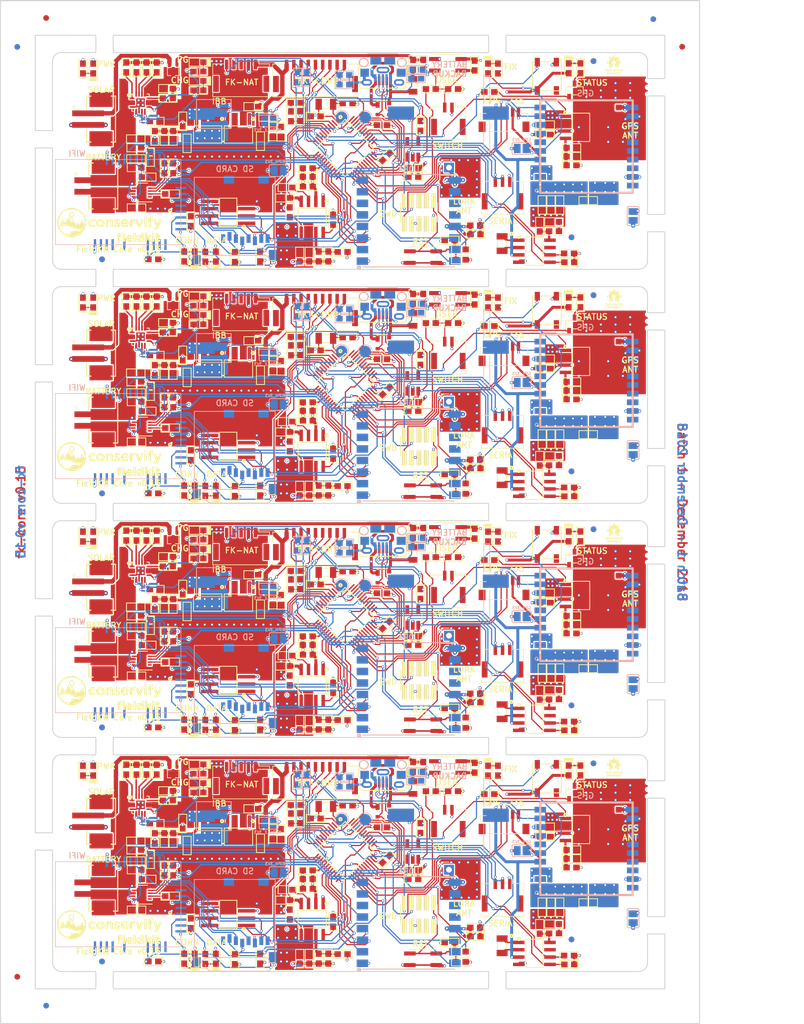
<source format=kicad_pcb>
(kicad_pcb (version 20171130) (host pcbnew "(5.0.1-3-g963ef8bb5)")
  (title_block (title fk-core) (date 2017-03-05) (rev 0.1) (company Conservify))
  (layers (0 F.Cu signal) (1 GND signal hide) (2 PWR signal hide) (31 B.Cu signal) (34 B.Paste user hide) (35 F.Paste user) (36 B.SilkS user hide) (37 F.SilkS user) (38 B.Mask user hide) (39 F.Mask user hide) (44 Edge.Cuts user))
  (net 0 "")
  (net 1 GND)
  (net 2 /SWCLK)
  (net 3 /SWDIO)
  (net 4 "Net-(C22-Pad1)")
  (net 5 /MOSI)
  (net 6 /MISO)
  (net 7 /SCK)
  (net 8 3V3)
  (net 9 /RST)
  (net 10 /RESET)
  (net 11 /USB-)
  (net 12 /USB+)
  (net 13 /D30)
  (net 14 /D31)
  (net 15 /USB_ID)
  (net 16 "Net-(D1-Pad1)")
  (net 17 "Net-(D2-Pad1)")
  (net 18 "Net-(D3-Pad1)")
  (net 19 "Net-(Q1-Pad3)")
  (net 20 5V0)
  (net 21 VUSB)
  (net 22 "Net-(F1-Pad1)")
  (net 23 /SDA2)
  (net 24 /BAT_BACKUP)
  (net 25 "Net-(C3-Pad2)")
  (net 26 "Net-(C4-Pad2)")
  (net 27 "Net-(C7-Pad1)")
  (net 28 VEXT)
  (net 29 "Net-(C14-Pad1)")
  (net 30 VBAT)
  (net 31 VBUS)
  (net 32 VIN)
  (net 33 "Net-(D9-Pad1)")
  (net 34 "Net-(D10-Pad1)")
  (net 35 /GPS_FIX)
  (net 36 "Net-(D11-Pad1)")
  (net 37 "Net-(J7-Pad8)")
  (net 38 "Net-(J7-Pad7)")
  (net 39 "Net-(J7-Pad6)")
  (net 40 "Net-(J9-Pad8)")
  (net 41 "Net-(J9-Pad9)")
  (net 42 "Net-(J10-Pad3)")
  (net 43 "Net-(J10-Pad4)")
  (net 44 "Net-(J11-Pad1)")
  (net 45 "Net-(M7-Pad1)")
  (net 46 "Net-(M7-Pad8)")
  (net 47 "Net-(M7-PadCD1)")
  (net 48 "Net-(M7-PadCD2)")
  (net 49 "Net-(R4-Pad1)")
  (net 50 "Net-(R5-Pad1)")
  (net 51 "Net-(R21-Pad2)")
  (net 52 "Net-(R22-Pad2)")
  (net 53 "Net-(R24-Pad2)")
  (net 54 "Net-(R25-Pad2)")
  (net 55 /SCL2)
  (net 56 /PG)
  (net 57 /CHG)
  (net 58 "Net-(R34-Pad1)")
  (net 59 "Net-(U2-Pad3)")
  (net 60 "Net-(U4-Pad5)")
  (net 61 "Net-(U7-Pad7)")
  (net 62 "Net-(U7-Pad2)")
  (net 63 "Net-(U7-Pad1)")
  (net 64 "Net-(U10-Pad2)")
  (net 65 "Net-(U10-Pad6)")
  (net 66 "Net-(U10-Pad7)")
  (net 67 "Net-(U10-Pad13)")
  (net 68 "Net-(U10-Pad14)")
  (net 69 "Net-(U10-Pad15)")
  (net 70 "Net-(U10-Pad16)")
  (net 71 "Net-(U10-Pad17)")
  (net 72 "Net-(U10-Pad18)")
  (net 73 "Net-(U10-Pad20)")
  (net 74 /GPS_TX)
  (net 75 /GPS_RX)
  (net 76 "Net-(U3-Pad6)")
  (net 77 "Net-(U3-Pad7)")
  (net 78 "Net-(U3-Pad11)")
  (net 79 "Net-(U3-Pad12)")
  (net 80 "Net-(M2-Pad~)")
  (net 81 "Net-(M5-Pad~)")
  (net 82 "Net-(M8-Pad~)")
  (net 83 "Net-(M9-Pad~)")
  (net 84 "Net-(M10-Pad~)")
  (net 85 "Net-(M11-Pad~)")
  (net 86 "Net-(J3-Pad3)")
  (net 87 "Net-(J3-Pad4)")
  (net 88 /PERIPH_3V3)
  (net 89 "Net-(R6-Pad1)")
  (net 90 /GPS_3V3)
  (net 91 "Net-(R7-Pad1)")
  (net 92 "Net-(J13-Pad6)")
  (net 93 "Net-(C23-Pad1)")
  (net 94 "Net-(C29-Pad1)")
  (net 95 /MODULE_3V3)
  (net 96 "Net-(U13-Pad4)")
  (net 97 "Net-(C1-Pad1)")
  (net 98 /D12_SD_CS)
  (net 99 /A1_WIFI_RST)
  (net 100 /D2_WIFI_EN)
  (net 101 /D6_USER_SW)
  (net 102 /D7_WIFI_CS)
  (net 103 /A2_WIFI_IRQ)
  (net 104 /D8_WIFI_WAKE)
  (net 105 /A4_GPS_EN)
  (net 106 /D5_RADIO_CS)
  (net 107 /D26_FLASH_CS)
  (net 108 /D25_PERIPH_EN)
  (net 109 "Net-(U1-Pad21)")
  (net 110 "Net-(U1-Pad24)")
  (net 111 "Net-(U1-Pad3)")
  (net 112 "Net-(U1-Pad2)")
  (net 113 "Net-(U1-Pad1)")
  (net 114 "Net-(U1-Pad19)")
  (net 115 "Net-(U1-Pad14)")
  (net 116 /GPS_PWR_FILT)
  (net 117 "Net-(C36-Pad1)")
  (net 118 "Net-(J15-Pad1)")
  (net 119 /SDA1)
  (net 120 /SCL1)
  (net 121 "Net-(C37-Pad1)")
  (net 122 /VBATLO)
  (net 123 "Net-(C40-Pad1)")
  (net 124 "Net-(R43-Pad1)")
  (net 125 "Net-(U15-Pad1)")
  (net 126 "Net-(J16-Pad4)")
  (net 127 "Net-(J16-Pad6)")
  (net 128 "Net-(J16-Pad8)")
  (net 129 "Net-(J9-Pad7)")
  (net 130 /A3_STATUS)
  (net 131 /D9_I2S_DATA)
  (net 132 /D1_I2S_BCLK)
  (net 133 /D0_I2S_WS)
  (net 134 /LORA_D0)
  (net 135 /LORA_D2)
  (net 136 /LORA_D1)
  (net 137 /A5_BATT_V)
  (net 138 /A5_MODULE_EN)
  (net 139 "Net-(Q1-Pad1)")
  (net 140 "Net-(D4-Pad1)")
  (net 141 /UNUSED_3V3)
  (net 142 /UNUSED)
  (net 143 "Net-(J6-Pad3)")
  (module conservify:LED-0603 (layer F.Cu) (at 128.5956 161.8352 270)
    (fp_text reference D11 hide)
    (fp_text value Red)
    (pad 1 smd rect (at -0.85 0 90) (size 1.1 1) (layers F.Cu F.Paste F.Mask) (net 36 "Net-(D11-Pad1)"))
    (pad 2 smd rect (at 0.85 0 90) (size 1.1 1) (layers F.Cu F.Paste F.Mask) (net 35 /GPS_FIX))
  )
  (module conservify:LED-0603 (layer F.Cu) (at 81.49127 194.39563 90)
    (fp_text reference D3 hide)
    (fp_text value Yellow)
    (pad 1 smd rect (at -0.85 0 270) (size 1.1 1) (layers F.Cu F.Paste F.Mask) (net 18 "Net-(D3-Pad1)"))
    (pad 2 smd rect (at 0.85 0 270) (size 1.1 1) (layers F.Cu F.Paste F.Mask) (net 88 /PERIPH_3V3))
  )
  (module conservify:LED-0603 (layer F.Cu) (at 142.5702 161.8066 270)
    (fp_text reference D1 hide)
    (fp_text value Orange)
    (pad 1 smd rect (at -0.85 0 90) (size 1.1 1) (layers F.Cu F.Paste F.Mask) (net 16 "Net-(D1-Pad1)"))
    (pad 2 smd rect (at 0.85 0 90) (size 1.1 1) (layers F.Cu F.Paste F.Mask) (net 8 3V3))
  )
  (module conservify:LED-0603 (layer F.Cu) (at 78.4606 160.7398 180)
    (fp_text reference D9 hide)
    (fp_text value Green)
    (pad 1 smd rect (at -0.85 0) (size 1.1 1) (layers F.Cu F.Paste F.Mask) (net 33 "Net-(D9-Pad1)"))
    (pad 2 smd rect (at 0.85 0) (size 1.1 1) (layers F.Cu F.Paste F.Mask) (net 31 VBUS))
  )
  (module conservify:LED-0603 (layer F.Cu) (at 77.8256 194.3758 90)
    (fp_text reference D2 hide)
    (fp_text value Green)
    (pad 1 smd rect (at -0.85 0 270) (size 1.1 1) (layers F.Cu F.Paste F.Mask) (net 17 "Net-(D2-Pad1)"))
    (pad 2 smd rect (at 0.85 0 270) (size 1.1 1) (layers F.Cu F.Paste F.Mask) (net 88 /PERIPH_3V3))
  )
  (module conservify:LED-0603 (layer F.Cu) (at 78.4606 163.991 180)
    (fp_text reference D10 hide)
    (fp_text value Red)
    (pad 1 smd rect (at -0.85 0) (size 1.1 1) (layers F.Cu F.Paste F.Mask) (net 34 "Net-(D10-Pad1)"))
    (pad 2 smd rect (at 0.85 0) (size 1.1 1) (layers F.Cu F.Paste F.Mask) (net 31 VBUS))
  )
  (module conservify:LED-0603 (layer F.Cu) (at 60.2488 161.8352 90)
    (fp_text reference D4 hide)
    (fp_text value Green)
    (pad 1 smd rect (at -0.85 0 270) (size 1.1 1) (layers F.Cu F.Paste F.Mask) (net 140 "Net-(D4-Pad1)"))
    (pad 2 smd rect (at 0.85 0 270) (size 1.1 1) (layers F.Cu F.Paste F.Mask) (net 8 3V3))
  )
  (module conservify:LED-0603 (layer F.Cu) (at 60.2488 121.3352 90)
    (fp_text reference D4 hide)
    (fp_text value Green)
    (pad 1 smd rect (at -0.85 0 270) (size 1.1 1) (layers F.Cu F.Paste F.Mask) (net 140 "Net-(D4-Pad1)"))
    (pad 2 smd rect (at 0.85 0 270) (size 1.1 1) (layers F.Cu F.Paste F.Mask) (net 8 3V3))
  )
  (module conservify:LED-0603 (layer F.Cu) (at 81.49127 153.89563 90)
    (fp_text reference D3 hide)
    (fp_text value Yellow)
    (pad 1 smd rect (at -0.85 0 270) (size 1.1 1) (layers F.Cu F.Paste F.Mask) (net 18 "Net-(D3-Pad1)"))
    (pad 2 smd rect (at 0.85 0 270) (size 1.1 1) (layers F.Cu F.Paste F.Mask) (net 88 /PERIPH_3V3))
  )
  (module conservify:LED-0603 (layer F.Cu) (at 142.5702 121.3066 270)
    (fp_text reference D1 hide)
    (fp_text value Orange)
    (pad 1 smd rect (at -0.85 0 90) (size 1.1 1) (layers F.Cu F.Paste F.Mask) (net 16 "Net-(D1-Pad1)"))
    (pad 2 smd rect (at 0.85 0 90) (size 1.1 1) (layers F.Cu F.Paste F.Mask) (net 8 3V3))
  )
  (module conservify:LED-0603 (layer F.Cu) (at 77.8256 153.8758 90)
    (fp_text reference D2 hide)
    (fp_text value Green)
    (pad 1 smd rect (at -0.85 0 270) (size 1.1 1) (layers F.Cu F.Paste F.Mask) (net 17 "Net-(D2-Pad1)"))
    (pad 2 smd rect (at 0.85 0 270) (size 1.1 1) (layers F.Cu F.Paste F.Mask) (net 88 /PERIPH_3V3))
  )
  (module conservify:LED-0603 (layer F.Cu) (at 78.4606 120.2398 180)
    (fp_text reference D9 hide)
    (fp_text value Green)
    (pad 1 smd rect (at -0.85 0) (size 1.1 1) (layers F.Cu F.Paste F.Mask) (net 33 "Net-(D9-Pad1)"))
    (pad 2 smd rect (at 0.85 0) (size 1.1 1) (layers F.Cu F.Paste F.Mask) (net 31 VBUS))
  )
  (module conservify:LED-0603 (layer F.Cu) (at 128.5956 121.3352 270)
    (fp_text reference D11 hide)
    (fp_text value Red)
    (pad 1 smd rect (at -0.85 0 90) (size 1.1 1) (layers F.Cu F.Paste F.Mask) (net 36 "Net-(D11-Pad1)"))
    (pad 2 smd rect (at 0.85 0 90) (size 1.1 1) (layers F.Cu F.Paste F.Mask) (net 35 /GPS_FIX))
  )
  (module conservify:LED-0603 (layer F.Cu) (at 78.4606 123.491 180)
    (fp_text reference D10 hide)
    (fp_text value Red)
    (pad 1 smd rect (at -0.85 0) (size 1.1 1) (layers F.Cu F.Paste F.Mask) (net 34 "Net-(D10-Pad1)"))
    (pad 2 smd rect (at 0.85 0) (size 1.1 1) (layers F.Cu F.Paste F.Mask) (net 31 VBUS))
  )
  (module conservify:LED-0603 (layer F.Cu) (at 60.2488 80.8352 90)
    (fp_text reference D4 hide)
    (fp_text value Green)
    (pad 1 smd rect (at -0.85 0 270) (size 1.1 1) (layers F.Cu F.Paste F.Mask) (net 140 "Net-(D4-Pad1)"))
    (pad 2 smd rect (at 0.85 0 270) (size 1.1 1) (layers F.Cu F.Paste F.Mask) (net 8 3V3))
  )
  (module conservify:LED-0603 (layer F.Cu) (at 81.49127 113.39563 90)
    (fp_text reference D3 hide)
    (fp_text value Yellow)
    (pad 1 smd rect (at -0.85 0 270) (size 1.1 1) (layers F.Cu F.Paste F.Mask) (net 18 "Net-(D3-Pad1)"))
    (pad 2 smd rect (at 0.85 0 270) (size 1.1 1) (layers F.Cu F.Paste F.Mask) (net 88 /PERIPH_3V3))
  )
  (module conservify:LED-0603 (layer F.Cu) (at 142.5702 80.8066 270)
    (fp_text reference D1 hide)
    (fp_text value Orange)
    (pad 1 smd rect (at -0.85 0 90) (size 1.1 1) (layers F.Cu F.Paste F.Mask) (net 16 "Net-(D1-Pad1)"))
    (pad 2 smd rect (at 0.85 0 90) (size 1.1 1) (layers F.Cu F.Paste F.Mask) (net 8 3V3))
  )
  (module conservify:LED-0603 (layer F.Cu) (at 77.8256 113.3758 90)
    (fp_text reference D2 hide)
    (fp_text value Green)
    (pad 1 smd rect (at -0.85 0 270) (size 1.1 1) (layers F.Cu F.Paste F.Mask) (net 17 "Net-(D2-Pad1)"))
    (pad 2 smd rect (at 0.85 0 270) (size 1.1 1) (layers F.Cu F.Paste F.Mask) (net 88 /PERIPH_3V3))
  )
  (module conservify:LED-0603 (layer F.Cu) (at 78.4606 79.7398 180)
    (fp_text reference D9 hide)
    (fp_text value Green)
    (pad 1 smd rect (at -0.85 0) (size 1.1 1) (layers F.Cu F.Paste F.Mask) (net 33 "Net-(D9-Pad1)"))
    (pad 2 smd rect (at 0.85 0) (size 1.1 1) (layers F.Cu F.Paste F.Mask) (net 31 VBUS))
  )
  (module conservify:LED-0603 (layer F.Cu) (at 78.4606 82.991 180)
    (fp_text reference D10 hide)
    (fp_text value Red)
    (pad 1 smd rect (at -0.85 0) (size 1.1 1) (layers F.Cu F.Paste F.Mask) (net 34 "Net-(D10-Pad1)"))
    (pad 2 smd rect (at 0.85 0) (size 1.1 1) (layers F.Cu F.Paste F.Mask) (net 31 VBUS))
  )
  (module conservify:LED-0603 (layer F.Cu) (at 128.5956 80.8352 270)
    (fp_text reference D11 hide)
    (fp_text value Red)
    (pad 1 smd rect (at -0.85 0 90) (size 1.1 1) (layers F.Cu F.Paste F.Mask) (net 36 "Net-(D11-Pad1)"))
    (pad 2 smd rect (at 0.85 0 90) (size 1.1 1) (layers F.Cu F.Paste F.Mask) (net 35 /GPS_FIX))
  )
  (module conservify:LED-0603 (layer F.Cu) (at 128.5956 40.3352 270)
    (fp_text reference D11 hide)
    (fp_text value Red)
    (pad 1 smd rect (at -0.85 0 90) (size 1.1 1) (layers F.Cu F.Paste F.Mask) (net 36 "Net-(D11-Pad1)"))
    (pad 2 smd rect (at 0.85 0 90) (size 1.1 1) (layers F.Cu F.Paste F.Mask) (net 35 /GPS_FIX))
  )
  (module conservify:LED-0603 (layer F.Cu) (at 78.4606 42.491 180)
    (fp_text reference D10 hide)
    (fp_text value Red)
    (pad 1 smd rect (at -0.85 0) (size 1.1 1) (layers F.Cu F.Paste F.Mask) (net 34 "Net-(D10-Pad1)"))
    (pad 2 smd rect (at 0.85 0) (size 1.1 1) (layers F.Cu F.Paste F.Mask) (net 31 VBUS))
  )
  (module conservify:LED-0603 (layer F.Cu) (at 78.4606 39.2398 180)
    (fp_text reference D9 hide)
    (fp_text value Green)
    (pad 1 smd rect (at -0.85 0) (size 1.1 1) (layers F.Cu F.Paste F.Mask) (net 33 "Net-(D9-Pad1)"))
    (pad 2 smd rect (at 0.85 0) (size 1.1 1) (layers F.Cu F.Paste F.Mask) (net 31 VBUS))
  )
  (module conservify:LED-0603 (layer F.Cu) (at 81.49127 72.89563 90)
    (fp_text reference D3 hide)
    (fp_text value Yellow)
    (pad 1 smd rect (at -0.85 0 270) (size 1.1 1) (layers F.Cu F.Paste F.Mask) (net 18 "Net-(D3-Pad1)"))
    (pad 2 smd rect (at 0.85 0 270) (size 1.1 1) (layers F.Cu F.Paste F.Mask) (net 88 /PERIPH_3V3))
  )
  (module conservify:LED-0603 (layer F.Cu) (at 77.8256 72.8758 90)
    (fp_text reference D2 hide)
    (fp_text value Green)
    (pad 1 smd rect (at -0.85 0 270) (size 1.1 1) (layers F.Cu F.Paste F.Mask) (net 17 "Net-(D2-Pad1)"))
    (pad 2 smd rect (at 0.85 0 270) (size 1.1 1) (layers F.Cu F.Paste F.Mask) (net 88 /PERIPH_3V3))
  )
  (module conservify:LED-0603 (layer F.Cu) (at 142.5702 40.3066 270)
    (fp_text reference D1 hide)
    (fp_text value Orange)
    (pad 1 smd rect (at -0.85 0 90) (size 1.1 1) (layers F.Cu F.Paste F.Mask) (net 16 "Net-(D1-Pad1)"))
    (pad 2 smd rect (at 0.85 0 90) (size 1.1 1) (layers F.Cu F.Paste F.Mask) (net 8 3V3))
  )
  (module conservify:LED-0603 (layer F.Cu) (at 60.2488 40.3352 90)
    (fp_text reference D4 hide)
    (fp_text value Green)
    (pad 1 smd rect (at -0.85 0 270) (size 1.1 1) (layers F.Cu F.Paste F.Mask) (net 140 "Net-(D4-Pad1)"))
    (pad 2 smd rect (at 0.85 0 270) (size 1.1 1) (layers F.Cu F.Paste F.Mask) (net 8 3V3))
  )
  (module conservify:SW_SPST_WURTH_1 (layer F.Cu) (at 117.348 72.9742 180)
    (fp_text reference SW1 hide)
    (fp_text value SPNO hide)
    (pad 2 smd rect (at 2.28 1 180) (size 2 0.7) (layers F.Cu F.Paste F.Mask) (net 9 /RST))
    (pad 2 smd rect (at -2.28 1 180) (size 2 0.7) (layers F.Cu F.Paste F.Mask) (net 9 /RST))
    (pad 1 smd rect (at -2.28 -1 180) (size 2 0.7) (layers F.Cu F.Paste F.Mask) (net 1 GND))
    (pad 1 smd rect (at 2.28 -1 180) (size 2 0.7) (layers F.Cu F.Paste F.Mask) (net 1 GND))
  )
  (module conservify:SW_SPST_WURTH_1 (layer F.Cu) (at 117.348 194.4742 180)
    (fp_text reference SW1 hide)
    (fp_text value SPNO hide)
    (pad 2 smd rect (at 2.28 1 180) (size 2 0.7) (layers F.Cu F.Paste F.Mask) (net 9 /RST))
    (pad 2 smd rect (at -2.28 1 180) (size 2 0.7) (layers F.Cu F.Paste F.Mask) (net 9 /RST))
    (pad 1 smd rect (at -2.28 -1 180) (size 2 0.7) (layers F.Cu F.Paste F.Mask) (net 1 GND))
    (pad 1 smd rect (at 2.28 -1 180) (size 2 0.7) (layers F.Cu F.Paste F.Mask) (net 1 GND))
  )
  (module conservify:SW_SPST_WURTH_1 (layer F.Cu) (at 121.6787 161.2002)
    (fp_text reference SW2 hide)
    (fp_text value SPNO hide)
    (pad 2 smd rect (at 2.28 1) (size 2 0.7) (layers F.Cu F.Paste F.Mask) (net 121 "Net-(C37-Pad1)"))
    (pad 2 smd rect (at -2.28 1) (size 2 0.7) (layers F.Cu F.Paste F.Mask) (net 121 "Net-(C37-Pad1)"))
    (pad 1 smd rect (at -2.28 -1) (size 2 0.7) (layers F.Cu F.Paste F.Mask) (net 1 GND))
    (pad 1 smd rect (at 2.28 -1) (size 2 0.7) (layers F.Cu F.Paste F.Mask) (net 1 GND))
  )
  (module conservify:SW_SPST_WURTH_1 (layer F.Cu) (at 117.348 153.9742 180)
    (fp_text reference SW1 hide)
    (fp_text value SPNO hide)
    (pad 2 smd rect (at 2.28 1 180) (size 2 0.7) (layers F.Cu F.Paste F.Mask) (net 9 /RST))
    (pad 2 smd rect (at -2.28 1 180) (size 2 0.7) (layers F.Cu F.Paste F.Mask) (net 9 /RST))
    (pad 1 smd rect (at -2.28 -1 180) (size 2 0.7) (layers F.Cu F.Paste F.Mask) (net 1 GND))
    (pad 1 smd rect (at 2.28 -1 180) (size 2 0.7) (layers F.Cu F.Paste F.Mask) (net 1 GND))
  )
  (module conservify:SW_SPST_WURTH_1 (layer F.Cu) (at 121.6787 120.7002)
    (fp_text reference SW2 hide)
    (fp_text value SPNO hide)
    (pad 2 smd rect (at 2.28 1) (size 2 0.7) (layers F.Cu F.Paste F.Mask) (net 121 "Net-(C37-Pad1)"))
    (pad 2 smd rect (at -2.28 1) (size 2 0.7) (layers F.Cu F.Paste F.Mask) (net 121 "Net-(C37-Pad1)"))
    (pad 1 smd rect (at -2.28 -1) (size 2 0.7) (layers F.Cu F.Paste F.Mask) (net 1 GND))
    (pad 1 smd rect (at 2.28 -1) (size 2 0.7) (layers F.Cu F.Paste F.Mask) (net 1 GND))
  )
  (module conservify:SW_SPST_WURTH_1 (layer F.Cu) (at 117.348 113.4742 180)
    (fp_text reference SW1 hide)
    (fp_text value SPNO hide)
    (pad 2 smd rect (at 2.28 1 180) (size 2 0.7) (layers F.Cu F.Paste F.Mask) (net 9 /RST))
    (pad 2 smd rect (at -2.28 1 180) (size 2 0.7) (layers F.Cu F.Paste F.Mask) (net 9 /RST))
    (pad 1 smd rect (at -2.28 -1 180) (size 2 0.7) (layers F.Cu F.Paste F.Mask) (net 1 GND))
    (pad 1 smd rect (at 2.28 -1 180) (size 2 0.7) (layers F.Cu F.Paste F.Mask) (net 1 GND))
  )
  (module conservify:SW_SPST_WURTH_1 (layer F.Cu) (at 121.6787 80.2002)
    (fp_text reference SW2 hide)
    (fp_text value SPNO hide)
    (pad 2 smd rect (at 2.28 1) (size 2 0.7) (layers F.Cu F.Paste F.Mask) (net 121 "Net-(C37-Pad1)"))
    (pad 2 smd rect (at -2.28 1) (size 2 0.7) (layers F.Cu F.Paste F.Mask) (net 121 "Net-(C37-Pad1)"))
    (pad 1 smd rect (at -2.28 -1) (size 2 0.7) (layers F.Cu F.Paste F.Mask) (net 1 GND))
    (pad 1 smd rect (at 2.28 -1) (size 2 0.7) (layers F.Cu F.Paste F.Mask) (net 1 GND))
  )
  (module conservify:SW_SPST_WURTH_1 (layer F.Cu) (at 121.6787 39.7002)
    (fp_text reference SW2 hide)
    (fp_text value SPNO hide)
    (pad 2 smd rect (at 2.28 1) (size 2 0.7) (layers F.Cu F.Paste F.Mask) (net 121 "Net-(C37-Pad1)"))
    (pad 2 smd rect (at -2.28 1) (size 2 0.7) (layers F.Cu F.Paste F.Mask) (net 121 "Net-(C37-Pad1)"))
    (pad 1 smd rect (at -2.28 -1) (size 2 0.7) (layers F.Cu F.Paste F.Mask) (net 1 GND))
    (pad 1 smd rect (at 2.28 -1) (size 2 0.7) (layers F.Cu F.Paste F.Mask) (net 1 GND))
  )
  (module conservify:DFN-8-1EP_3x3mm_P0.5mm_EP1.66x2.38mm (layer F.Cu) (at 68.6308 183.2982 180)
    (fp_text reference U15 hide)
    (fp_text value STC3100IQT)
    (pad 9 smd rect (at 0 0 180) (size 1.66 2.38) (layers F.Cu F.Mask) (net 1 GND))
    (pad 8 smd rect (at 1.4 -0.75 180) (size 0.7 0.25) (layers F.Cu F.Paste F.Mask) (net 123 "Net-(C40-Pad1)"))
    (pad 7 smd rect (at 1.4 -0.25 180) (size 0.7 0.25) (layers F.Cu F.Paste F.Mask) (net 30 VBAT))
    (pad 6 smd rect (at 1.4 0.25 180) (size 0.7 0.25) (layers F.Cu F.Paste F.Mask) (net 122 /VBATLO))
    (pad 5 smd rect (at 1.4 0.75 180) (size 0.7 0.25) (layers F.Cu F.Paste F.Mask) (net 1 GND))
    (pad 4 smd rect (at -1.4 0.75 180) (size 0.7 0.25) (layers F.Cu F.Paste F.Mask) (net 120 /SCL1))
    (pad 3 smd rect (at -1.4 0.25 180) (size 0.7 0.25) (layers F.Cu F.Paste F.Mask) (net 119 /SDA1))
    (pad 2 smd rect (at -1.4 -0.25 180) (size 0.7 0.25) (layers F.Cu F.Paste F.Mask) (net 124 "Net-(R43-Pad1)"))
    (pad 1 smd rect (at -1.4 -0.75 180) (size 0.7 0.25) (layers F.Cu F.Paste F.Mask) (net 125 "Net-(U15-Pad1)"))
  )
  (module conservify:DFN-8-1EP_3x3mm_P0.5mm_EP1.66x2.38mm (layer F.Cu) (at 68.6308 142.7982 180)
    (fp_text reference U15 hide)
    (fp_text value STC3100IQT)
    (pad 9 smd rect (at 0 0 180) (size 1.66 2.38) (layers F.Cu F.Mask) (net 1 GND))
    (pad 8 smd rect (at 1.4 -0.75 180) (size 0.7 0.25) (layers F.Cu F.Paste F.Mask) (net 123 "Net-(C40-Pad1)"))
    (pad 7 smd rect (at 1.4 -0.25 180) (size 0.7 0.25) (layers F.Cu F.Paste F.Mask) (net 30 VBAT))
    (pad 6 smd rect (at 1.4 0.25 180) (size 0.7 0.25) (layers F.Cu F.Paste F.Mask) (net 122 /VBATLO))
    (pad 5 smd rect (at 1.4 0.75 180) (size 0.7 0.25) (layers F.Cu F.Paste F.Mask) (net 1 GND))
    (pad 4 smd rect (at -1.4 0.75 180) (size 0.7 0.25) (layers F.Cu F.Paste F.Mask) (net 120 /SCL1))
    (pad 3 smd rect (at -1.4 0.25 180) (size 0.7 0.25) (layers F.Cu F.Paste F.Mask) (net 119 /SDA1))
    (pad 2 smd rect (at -1.4 -0.25 180) (size 0.7 0.25) (layers F.Cu F.Paste F.Mask) (net 124 "Net-(R43-Pad1)"))
    (pad 1 smd rect (at -1.4 -0.75 180) (size 0.7 0.25) (layers F.Cu F.Paste F.Mask) (net 125 "Net-(U15-Pad1)"))
  )
  (module conservify:DFN-8-1EP_3x3mm_P0.5mm_EP1.66x2.38mm (layer F.Cu) (at 68.6308 102.2982 180)
    (fp_text reference U15 hide)
    (fp_text value STC3100IQT)
    (pad 9 smd rect (at 0 0 180) (size 1.66 2.38) (layers F.Cu F.Mask) (net 1 GND))
    (pad 8 smd rect (at 1.4 -0.75 180) (size 0.7 0.25) (layers F.Cu F.Paste F.Mask) (net 123 "Net-(C40-Pad1)"))
    (pad 7 smd rect (at 1.4 -0.25 180) (size 0.7 0.25) (layers F.Cu F.Paste F.Mask) (net 30 VBAT))
    (pad 6 smd rect (at 1.4 0.25 180) (size 0.7 0.25) (layers F.Cu F.Paste F.Mask) (net 122 /VBATLO))
    (pad 5 smd rect (at 1.4 0.75 180) (size 0.7 0.25) (layers F.Cu F.Paste F.Mask) (net 1 GND))
    (pad 4 smd rect (at -1.4 0.75 180) (size 0.7 0.25) (layers F.Cu F.Paste F.Mask) (net 120 /SCL1))
    (pad 3 smd rect (at -1.4 0.25 180) (size 0.7 0.25) (layers F.Cu F.Paste F.Mask) (net 119 /SDA1))
    (pad 2 smd rect (at -1.4 -0.25 180) (size 0.7 0.25) (layers F.Cu F.Paste F.Mask) (net 124 "Net-(R43-Pad1)"))
    (pad 1 smd rect (at -1.4 -0.75 180) (size 0.7 0.25) (layers F.Cu F.Paste F.Mask) (net 125 "Net-(U15-Pad1)"))
  )
  (module conservify:DFN-8-1EP_3x3mm_P0.5mm_EP1.66x2.38mm (layer F.Cu) (at 68.6308 61.7982 180)
    (fp_text reference U15 hide)
    (fp_text value STC3100IQT)
    (pad 9 smd rect (at 0 0 180) (size 1.66 2.38) (layers F.Cu F.Mask) (net 1 GND))
    (pad 8 smd rect (at 1.4 -0.75 180) (size 0.7 0.25) (layers F.Cu F.Paste F.Mask) (net 123 "Net-(C40-Pad1)"))
    (pad 7 smd rect (at 1.4 -0.25 180) (size 0.7 0.25) (layers F.Cu F.Paste F.Mask) (net 30 VBAT))
    (pad 6 smd rect (at 1.4 0.25 180) (size 0.7 0.25) (layers F.Cu F.Paste F.Mask) (net 122 /VBATLO))
    (pad 5 smd rect (at 1.4 0.75 180) (size 0.7 0.25) (layers F.Cu F.Paste F.Mask) (net 1 GND))
    (pad 4 smd rect (at -1.4 0.75 180) (size 0.7 0.25) (layers F.Cu F.Paste F.Mask) (net 120 /SCL1))
    (pad 3 smd rect (at -1.4 0.25 180) (size 0.7 0.25) (layers F.Cu F.Paste F.Mask) (net 119 /SDA1))
    (pad 2 smd rect (at -1.4 -0.25 180) (size 0.7 0.25) (layers F.Cu F.Paste F.Mask) (net 124 "Net-(R43-Pad1)"))
    (pad 1 smd rect (at -1.4 -0.75 180) (size 0.7 0.25) (layers F.Cu F.Paste F.Mask) (net 125 "Net-(U15-Pad1)"))
  )
  (module Utah-Blink-FP:MouseBite (layer F.Cu) (at 130.2114 157.5894 180)
    (fp_text reference REF** hide)
    (fp_text value MouseBite hide)
    (pad "" np_thru_hole circle (at -1.2 -1.5 180) (size 0.5 0.5) (drill 0.5) (layers *.Cu *.Mask))
    (pad "" np_thru_hole circle (at 0 -1.5 180) (size 0.5 0.5) (drill 0.5) (layers *.Cu *.Mask))
    (pad "" np_thru_hole circle (at 1.2 -1.5 180) (size 0.5 0.5) (drill 0.5) (layers *.Cu *.Mask))
    (pad "" np_thru_hole circle (at 1.2 1.5 180) (size 0.5 0.5) (drill 0.5) (layers *.Cu *.Mask))
    (pad "" np_thru_hole circle (at 0 1.5 180) (size 0.5 0.5) (drill 0.5) (layers *.Cu *.Mask))
    (pad "" np_thru_hole circle (at -1.2 1.5 180) (size 0.5 0.5) (drill 0.5) (layers *.Cu *.Mask))
  )
  (module Utah-Blink-FP:MouseBite (layer F.Cu) (at 62.2114 157.5894 180)
    (fp_text reference REF** hide)
    (fp_text value MouseBite hide)
    (pad "" np_thru_hole circle (at -1.2 1.5 180) (size 0.5 0.5) (drill 0.5) (layers *.Cu *.Mask))
    (pad "" np_thru_hole circle (at 0 1.5 180) (size 0.5 0.5) (drill 0.5) (layers *.Cu *.Mask))
    (pad "" np_thru_hole circle (at 1.2 1.5 180) (size 0.5 0.5) (drill 0.5) (layers *.Cu *.Mask))
    (pad "" np_thru_hole circle (at 1.2 -1.5 180) (size 0.5 0.5) (drill 0.5) (layers *.Cu *.Mask))
    (pad "" np_thru_hole circle (at 0 -1.5 180) (size 0.5 0.5) (drill 0.5) (layers *.Cu *.Mask))
    (pad "" np_thru_hole circle (at -1.2 -1.5 180) (size 0.5 0.5) (drill 0.5) (layers *.Cu *.Mask))
  )
  (module Utah-Blink-FP:MouseBite (layer F.Cu) (at 62.2114 117.0894 180)
    (fp_text reference REF** hide)
    (fp_text value MouseBite hide)
    (pad "" np_thru_hole circle (at -1.2 -1.5 180) (size 0.5 0.5) (drill 0.5) (layers *.Cu *.Mask))
    (pad "" np_thru_hole circle (at 0 -1.5 180) (size 0.5 0.5) (drill 0.5) (layers *.Cu *.Mask))
    (pad "" np_thru_hole circle (at 1.2 -1.5 180) (size 0.5 0.5) (drill 0.5) (layers *.Cu *.Mask))
    (pad "" np_thru_hole circle (at 1.2 1.5 180) (size 0.5 0.5) (drill 0.5) (layers *.Cu *.Mask))
    (pad "" np_thru_hole circle (at 0 1.5 180) (size 0.5 0.5) (drill 0.5) (layers *.Cu *.Mask))
    (pad "" np_thru_hole circle (at -1.2 1.5 180) (size 0.5 0.5) (drill 0.5) (layers *.Cu *.Mask))
  )
  (module Utah-Blink-FP:MouseBite (layer F.Cu) (at 130.2114 117.0894 180)
    (fp_text reference REF** hide)
    (fp_text value MouseBite hide)
    (pad "" np_thru_hole circle (at -1.2 1.5 180) (size 0.5 0.5) (drill 0.5) (layers *.Cu *.Mask))
    (pad "" np_thru_hole circle (at 0 1.5 180) (size 0.5 0.5) (drill 0.5) (layers *.Cu *.Mask))
    (pad "" np_thru_hole circle (at 1.2 1.5 180) (size 0.5 0.5) (drill 0.5) (layers *.Cu *.Mask))
    (pad "" np_thru_hole circle (at 1.2 -1.5 180) (size 0.5 0.5) (drill 0.5) (layers *.Cu *.Mask))
    (pad "" np_thru_hole circle (at 0 -1.5 180) (size 0.5 0.5) (drill 0.5) (layers *.Cu *.Mask))
    (pad "" np_thru_hole circle (at -1.2 -1.5 180) (size 0.5 0.5) (drill 0.5) (layers *.Cu *.Mask))
  )
  (module TestPoint:TestPoint_Pad_D2.0mm (layer B.Cu) (at 107.3404 170.3188)
    (fp_text reference J18 hide)
    (fp_text value Conn_01x01)
    (pad 1 smd circle (at 0 0) (size 2 2) (layers B.Cu B.Mask) (net 3 /SWDIO))
  )
  (module conservify:RES-0603 (layer F.Cu) (at 58.4708 161.8352 90)
    (fp_text reference R47 hide)
    (fp_text value 2K2)
    (pad 2 smd rect (at 0.85 0 90) (size 1.1 1) (layers F.Cu F.Paste F.Mask) (net 1 GND))
    (pad 1 smd rect (at -0.85 0 90) (size 1.1 1) (layers F.Cu F.Paste F.Mask) (net 140 "Net-(D4-Pad1)"))
  )
  (module TestPoint:TestPoint_Pad_D2.0mm (layer B.Cu) (at 103.251 170.268)
    (fp_text reference J19 hide)
    (fp_text value Conn_01x01)
    (pad 1 smd circle (at 0 0) (size 2 2) (layers B.Cu B.Mask) (net 2 /SWCLK))
  )
  (module conservify:Molex_CLIK-Mate_502382-0970_1x09_P1.25mm_Vertical (layer F.Cu) (at 98.7298 163.1306 180)
    (fp_text reference J17 hide)
    (fp_text value Conn_01x09)
    (pad "" smd rect (at 6.85 -1.4 180) (size 1 2.8) (layers F.Cu F.Paste F.Mask))
    (pad "" smd rect (at -6.85 -1.4 180) (size 1 2.8) (layers F.Cu F.Paste F.Mask))
    (pad 9 smd rect (at 5 1.95 180) (size 0.6 1.7) (layers F.Cu F.Paste F.Mask) (net 95 /MODULE_3V3))
    (pad 8 smd rect (at 3.75 1.95 180) (size 0.6 1.7) (layers F.Cu F.Paste F.Mask) (net 55 /SCL2))
    (pad 7 smd rect (at 2.5 1.95 180) (size 0.6 1.7) (layers F.Cu F.Paste F.Mask) (net 23 /SDA2))
    (pad 6 smd rect (at 1.25 1.95 180) (size 0.6 1.7) (layers F.Cu F.Paste F.Mask) (net 120 /SCL1))
    (pad 5 smd rect (at 0 1.95 180) (size 0.6 1.7) (layers F.Cu F.Paste F.Mask) (net 119 /SDA1))
    (pad 4 smd rect (at -1.25 1.95 180) (size 0.6 1.7) (layers F.Cu F.Paste F.Mask) (net 131 /D9_I2S_DATA))
    (pad 3 smd rect (at -2.5 1.95 180) (size 0.6 1.7) (layers F.Cu F.Paste F.Mask) (net 133 /D0_I2S_WS))
    (pad 2 smd rect (at -3.75 1.95 180) (size 0.6 1.7) (layers F.Cu F.Paste F.Mask) (net 132 /D1_I2S_BCLK))
    (pad 1 smd rect (at -5 1.95 180) (size 0.6 1.7) (layers F.Cu F.Paste F.Mask) (net 1 GND))
  )
  (module conservify:MICRO-SD (layer B.Cu) (at 91.7448 180.6312 180)
    (fp_text reference M7 hide)
    (fp_text value MICRO-SD hide)
    (pad MT2 smd rect (at 13.59916 -14.4399 180) (size 1.39954 1.89992) (layers B.Cu B.Paste B.Mask) (net 1 GND))
    (pad MT1 smd rect (at 0.39878 -13.5382 180) (size 1.39954 1.89992) (layers B.Cu B.Paste B.Mask) (net 1 GND))
    (pad CD2 smd rect (at 7.99846 -0.43942 90) (size 1.39954 1.79832) (layers B.Cu B.Paste B.Mask) (net 48 "Net-(M7-PadCD2)"))
    (pad CD1 smd rect (at 1.99898 -0.43942 90) (size 1.39954 1.79832) (layers B.Cu B.Paste B.Mask) (net 47 "Net-(M7-PadCD1)"))
    (pad 8 smd rect (at 1.29794 -10.63752 180) (size 0.6985 1.4986) (layers B.Cu B.Paste B.Mask) (net 46 "Net-(M7-Pad8)"))
    (pad 7 smd rect (at 2.39776 -10.63752 180) (size 0.6985 1.4986) (layers B.Cu B.Paste B.Mask) (net 6 /MISO))
    (pad 6 smd rect (at 3.49758 -11.03884 180) (size 0.6985 1.4986) (layers B.Cu B.Paste B.Mask) (net 1 GND))
    (pad 5 smd rect (at 4.59994 -10.63752 180) (size 0.6985 1.4986) (layers B.Cu B.Paste B.Mask) (net 7 /SCK))
    (pad 4 smd rect (at 5.69976 -11.03884 180) (size 0.6985 1.4986) (layers B.Cu B.Paste B.Mask) (net 88 /PERIPH_3V3))
    (pad 3 smd rect (at 6.79958 -10.63752 180) (size 0.6985 1.4986) (layers B.Cu B.Paste B.Mask) (net 5 /MOSI))
    (pad 2 smd rect (at 7.8994 -10.23874 180) (size 0.6985 1.4986) (layers B.Cu B.Paste B.Mask) (net 98 /D12_SD_CS))
    (pad 1 smd rect (at 8.99922 -10.63752 180) (size 0.6985 1.4986) (layers B.Cu B.Paste B.Mask) (net 45 "Net-(M7-Pad1)"))
  )
  (module conservify:B2B-PH-SM4-TB-LargePads (layer F.Cu) (at 59.7408 182.1712 270)
    (fp_text reference J10 hide)
    (fp_text value B2B-PH-SM4-TB hide)
    (pad 4 smd rect (at 3.4 -2.25 270) (size 2.6 4) (layers F.Cu F.Paste F.Mask) (net 43 "Net-(J10-Pad4)"))
    (pad 3 smd rect (at -3.4 -2.25 270) (size 2.6 4) (layers F.Cu F.Paste F.Mask) (net 42 "Net-(J10-Pad3)"))
    (pad 2 smd rect (at 1 0 270) (size 1 5.5) (layers F.Cu F.Paste F.Mask) (net 122 /VBATLO))
    (pad 1 smd rect (at -1 0 270) (size 1 5.5) (layers F.Cu F.Paste F.Mask) (net 30 VBAT))
  )
  (module conservify:SOIC-8-N (layer F.Cu) (at 80.0608 173.2652 270)
    (fp_text reference U8 hide)
    (fp_text value TL5209)
    (pad 1 smd rect (at -2.7 -1.905 270) (size 2 0.6) (layers F.Cu F.Paste F.Mask) (net 31 VBUS))
    (pad 2 smd rect (at -2.7 -0.635 270) (size 2 0.6) (layers F.Cu F.Paste F.Mask) (net 31 VBUS))
    (pad 3 smd rect (at -2.7 0.635 270) (size 2 0.6) (layers F.Cu F.Paste F.Mask) (net 8 3V3))
    (pad 4 smd rect (at -2.7 1.905 270) (size 2 0.6) (layers F.Cu F.Paste F.Mask) (net 93 "Net-(C23-Pad1)"))
    (pad 5 smd rect (at 2.7 1.905 270) (size 2 0.6) (layers F.Cu F.Paste F.Mask) (net 1 GND))
    (pad 6 smd rect (at 2.7 0.635 270) (size 2 0.6) (layers F.Cu F.Paste F.Mask) (net 1 GND))
    (pad 7 smd rect (at 2.7 -0.635 270) (size 2 0.6) (layers F.Cu F.Paste F.Mask) (net 1 GND))
    (pad 8 smd rect (at 2.7 -1.905 270) (size 2 0.6) (layers F.Cu F.Paste F.Mask) (net 1 GND))
  )
  (module conservify:RES-0603 (layer F.Cu) (at 69.467047 161.657259 270)
    (fp_text reference R24 hide)
    (fp_text value 2K94)
    (pad 2 smd rect (at 0.85 0 270) (size 1.1 1) (layers F.Cu F.Paste F.Mask) (net 53 "Net-(R24-Pad2)"))
    (pad 1 smd rect (at -0.85 0 270) (size 1.1 1) (layers F.Cu F.Paste F.Mask) (net 1 GND))
  )
  (module conservify:HDR_02x05_Pitch1.27mm_SMD_SWD (layer F.Cu) (at 116.6368 186.7272)
    (fp_text reference J7 hide)
    (fp_text value CONN_02x05_SWD hide)
    (pad 1 smd rect (at -2.54 2) (size 0.75 2.5) (layers F.Cu F.Paste F.SilkS F.Mask) (net 8 3V3))
    (pad 2 smd rect (at -2.54 -2) (size 0.75 2.5) (layers F.Cu F.Paste F.SilkS F.Mask) (net 3 /SWDIO))
    (pad 3 smd rect (at -1.27 2) (size 0.75 2.5) (layers F.Cu F.Paste F.SilkS F.Mask) (net 1 GND))
    (pad 4 smd rect (at -1.27 -2) (size 0.75 2.5) (layers F.Cu F.Paste F.SilkS F.Mask) (net 2 /SWCLK))
    (pad 5 smd rect (at 0 2) (size 0.75 2.5) (layers F.Cu F.Paste F.SilkS F.Mask) (net 1 GND))
    (pad 6 smd rect (at 0 -2) (size 0.75 2.5) (layers F.Cu F.Paste F.SilkS F.Mask) (net 39 "Net-(J7-Pad6)"))
    (pad 7 smd rect (at 1.27 2) (size 0.75 2.5) (layers F.Cu F.Paste F.SilkS F.Mask) (net 38 "Net-(J7-Pad7)"))
    (pad 8 smd rect (at 1.27 -2) (size 0.75 2.5) (layers F.Cu F.Paste F.SilkS F.Mask) (net 37 "Net-(J7-Pad8)"))
    (pad 9 smd rect (at 2.54 2) (size 0.75 2.5) (layers F.Cu F.Paste F.SilkS F.Mask) (net 1 GND))
    (pad 10 smd rect (at 2.54 -2) (size 0.75 2.5) (layers F.Cu F.Paste F.SilkS F.Mask) (net 9 /RST))
  )
  (module conservify:ABS07 (layer F.Cu) (at 100.5332 168.0328)
    (fp_text reference Y1 hide)
    (fp_text value FC-135)
    (pad 2 smd rect (at 1.249999 0) (size 1.1 1.9) (layers F.Cu F.Paste F.Mask) (net 26 "Net-(C4-Pad2)"))
    (pad 1 smd rect (at -1.249999 0) (size 1.1 1.9) (layers F.Cu F.Paste F.Mask) (net 25 "Net-(C3-Pad2)"))
  )
  (module conservify:QFN-16_3x3mm (layer F.Cu) (at 68.438717 167.755067)
    (fp_text reference U6 hide)
    (fp_text value BQ24074RGTT hide)
    (pad 16 smd rect (at -0.75 -1.475 90) (size 0.85 0.3) (layers F.Cu F.Paste F.Mask) (net 54 "Net-(R25-Pad2)"))
    (pad 15 smd rect (at -0.25 -1.475 90) (size 0.85 0.28) (layers F.Cu F.Paste F.Mask) (net 53 "Net-(R24-Pad2)"))
    (pad 14 smd rect (at 0.25 -1.475 90) (size 0.85 0.28) (layers F.Cu F.Paste F.Mask) (net 52 "Net-(R22-Pad2)"))
    (pad 13 smd rect (at 0.75 -1.475 90) (size 0.85 0.28) (layers F.Cu F.Paste F.Mask) (net 28 VEXT))
    (pad 12 smd rect (at 1.475 -0.75) (size 0.85 0.28) (layers F.Cu F.Paste F.Mask) (net 51 "Net-(R21-Pad2)"))
    (pad 11 smd rect (at 1.475 -0.25) (size 0.85 0.28) (layers F.Cu F.Paste F.Mask) (net 31 VBUS))
    (pad 10 smd rect (at 1.475 0.25) (size 0.85 0.28) (layers F.Cu F.Paste F.Mask) (net 31 VBUS))
    (pad 9 smd rect (at 1.475 0.75) (size 0.85 0.28) (layers F.Cu F.Paste F.Mask) (net 57 /CHG))
    (pad 8 smd rect (at 0.75 1.475 90) (size 0.85 0.28) (layers F.Cu F.Paste F.Mask) (net 1 GND))
    (pad 7 smd rect (at 0.25 1.475 90) (size 0.85 0.3) (layers F.Cu F.Paste F.Mask) (net 56 /PG))
    (pad 6 smd rect (at -0.25 1.475 90) (size 0.85 0.28) (layers F.Cu F.Paste F.Mask) (net 1 GND))
    (pad 5 smd rect (at -0.75 1.475 90) (size 0.85 0.28) (layers F.Cu F.Paste F.Mask) (net 31 VBUS))
    (pad 4 smd rect (at -1.475 0.75) (size 0.85 0.28) (layers F.Cu F.Paste F.Mask) (net 1 GND))
    (pad 3 smd rect (at -1.475 0.25) (size 0.85 0.28) (layers F.Cu F.Paste F.Mask) (net 30 VBAT))
    (pad 2 smd rect (at -1.475 -0.25) (size 0.85 0.28) (layers F.Cu F.Paste F.Mask) (net 30 VBAT))
    (pad 1 smd rect (at -1.475 -0.75) (size 0.85 0.28) (layers F.Cu F.Paste F.Mask) (net 58 "Net-(R34-Pad1)"))
    (pad 17 smd rect (at -0.375 0.375) (size 0.75 0.75) (layers F.Cu F.Paste F.Mask) (net 1 GND))
    (pad 17 smd rect (at -0.375 -0.375) (size 0.75 0.75) (layers F.Cu F.Paste F.Mask) (net 1 GND))
    (pad 17 smd rect (at 0.375 -0.375) (size 0.75 0.75) (layers F.Cu F.Paste F.Mask) (net 1 GND))
    (pad 17 smd rect (at 0.375 0.375) (size 0.75 0.75) (layers F.Cu F.Paste F.Mask) (net 1 GND))
  )
  (module conservify:RES-0603 (layer F.Cu) (at 74.0918 179.1072 270)
    (fp_text reference R45 hide)
    (fp_text value 4.7K)
    (pad 1 smd rect (at -0.85 0 270) (size 1.1 1) (layers F.Cu F.Paste F.Mask) (net 8 3V3))
    (pad 2 smd rect (at 0.85 0 270) (size 1.1 1) (layers F.Cu F.Paste F.Mask) (net 119 /SDA1))
  )
  (module conservify:CAP-0603 (layer F.Cu) (at 72.5678 173.5192 270)
    (fp_text reference C23 hide)
    (fp_text value 470pF)
    (pad 2 smd rect (at 0.85 0 270) (size 1.1 1) (layers F.Cu F.Paste F.Mask) (net 1 GND))
    (pad 1 smd rect (at -0.85 0 270) (size 1.1 1) (layers F.Cu F.Paste F.Mask) (net 93 "Net-(C23-Pad1)"))
  )
  (module conservify:CAP-0603 (layer F.Cu) (at 99.295998 194.365222 270)
    (fp_text reference C16 hide)
    (fp_text value 100nF)
    (pad 2 smd rect (at 0.85 0 270) (size 1.1 1) (layers F.Cu F.Paste F.Mask) (net 1 GND))
    (pad 1 smd rect (at -0.85 0 270) (size 1.1 1) (layers F.Cu F.Paste F.Mask) (net 141 /UNUSED_3V3))
  )
  (module conservify:SOIC-8-N (layer F.Cu) (at 144.7038 172.0206)
    (fp_text reference U11 hide)
    (fp_text value TL5209)
    (pad 1 smd rect (at -2.7 -1.905) (size 2 0.6) (layers F.Cu F.Paste F.Mask) (net 105 /A4_GPS_EN))
    (pad 2 smd rect (at -2.7 -0.635) (size 2 0.6) (layers F.Cu F.Paste F.Mask) (net 31 VBUS))
    (pad 3 smd rect (at -2.7 0.635) (size 2 0.6) (layers F.Cu F.Paste F.Mask) (net 90 /GPS_3V3))
    (pad 4 smd rect (at -2.7 1.905) (size 2 0.6) (layers F.Cu F.Paste F.Mask) (net 117 "Net-(C36-Pad1)"))
    (pad 5 smd rect (at 2.7 1.905) (size 2 0.6) (layers F.Cu F.Paste F.Mask) (net 1 GND))
    (pad 6 smd rect (at 2.7 0.635) (size 2 0.6) (layers F.Cu F.Paste F.Mask) (net 1 GND))
    (pad 7 smd rect (at 2.7 -0.635) (size 2 0.6) (layers F.Cu F.Paste F.Mask) (net 1 GND))
    (pad 8 smd rect (at 2.7 -1.905) (size 2 0.6) (layers F.Cu F.Paste F.Mask) (net 1 GND))
  )
  (module conservify:RES-0603 (layer F.Cu) (at 123.8758 193.1534 180)
    (fp_text reference R9 hide)
    (fp_text value 330R)
    (pad 2 smd rect (at 0.85 0 180) (size 1.1 1) (layers F.Cu F.Paste F.Mask) (net 9 /RST))
    (pad 1 smd rect (at -0.85 0 180) (size 1.1 1) (layers F.Cu F.Paste F.Mask) (net 10 /RESET))
  )
  (module conservify:CAP-0603 (layer F.Cu) (at 137.9728 185.4572 90)
    (fp_text reference C31 hide)
    (fp_text value 47uF)
    (pad 1 smd rect (at -0.85 0 90) (size 1.1 1) (layers F.Cu F.Paste F.Mask) (net 1 GND))
    (pad 2 smd rect (at 0.85 0 90) (size 1.1 1) (layers F.Cu F.Paste F.Mask) (net 116 /GPS_PWR_FILT))
  )
  (module conservify:RES-0603 (layer F.Cu) (at 142.6328 193.8392 180)
    (fp_text reference R41 hide)
    (fp_text value 4.7K)
    (pad 2 smd rect (at 0.85 0 180) (size 1.1 1) (layers F.Cu F.Paste F.Mask) (net 120 /SCL1))
    (pad 1 smd rect (at -0.85 0 180) (size 1.1 1) (layers F.Cu F.Paste F.Mask) (net 8 3V3))
  )
  (module conservify:RES-0603 (layer F.Cu) (at 84.7598 194.4742 270)
    (fp_text reference R19 hide)
    (fp_text value 100K)
    (pad 1 smd rect (at -0.85 0 270) (size 1.1 1) (layers F.Cu F.Paste F.Mask) (net 88 /PERIPH_3V3))
    (pad 2 smd rect (at 0.85 0 270) (size 1.1 1) (layers F.Cu F.Paste F.Mask) (net 1 GND))
  )
  (module conservify:SJ_OPEN (layer B.Cu) (at 90.6272 170.9284)
    (fp_text reference J14 hide)
    (fp_text value CONN_01x02 hide)
    (pad 2 smd rect (at 0.762 0) (size 1.1684 1.6002) (layers B.Cu B.Mask) (net 8 3V3))
    (pad 1 smd rect (at -0.762 0) (size 1.1684 1.6002) (layers B.Cu B.Mask) (net 95 /MODULE_3V3))
  )
  (module conservify:LOGO_FK_NEGATIVE_2500 (layer F.Cu) (at 68.1228 191.0452)
    (fp_text reference G*** hide)
    (fp_text value LOGO hide)
  )
  (module conservify:RES-0603 (layer F.Cu) (at 67.68447 175.5512)
    (fp_text reference R20 hide)
    (fp_text value 100K)
    (pad 2 smd rect (at 0.85 0) (size 1.1 1) (layers F.Cu F.Paste F.Mask) (net 137 /A5_BATT_V))
    (pad 1 smd rect (at -0.85 0) (size 1.1 1) (layers F.Cu F.Paste F.Mask) (net 30 VBAT))
  )
  (module conservify:RES-0603 (layer B.Cu) (at 116.1678 163.5878)
    (fp_text reference R30 hide)
    (fp_text value 330R)
    (pad 2 smd rect (at 0.85 0) (size 1.1 1) (layers B.Cu B.Paste B.Mask) (net 15 /USB_ID))
    (pad 1 smd rect (at -0.85 0) (size 1.1 1) (layers B.Cu B.Paste B.Mask) (net 126 "Net-(J16-Pad4)"))
  )
  (module conservify:CAP-0603 (layer F.Cu) (at 121.9708 191.5532 180)
    (fp_text reference C38 hide)
    (fp_text value 1uF)
    (pad 1 smd rect (at -0.85 0 180) (size 1.1 1) (layers F.Cu F.Paste F.Mask) (net 9 /RST))
    (pad 2 smd rect (at 0.85 0 180) (size 1.1 1) (layers F.Cu F.Paste F.Mask) (net 1 GND))
  )
  (module conservify:CAP-0603 (layer F.Cu) (at 91.3638 172.7572 270)
    (fp_text reference C29 hide)
    (fp_text value 470pF)
    (pad 1 smd rect (at -0.85 0 270) (size 1.1 1) (layers F.Cu F.Paste F.Mask) (net 94 "Net-(C29-Pad1)"))
    (pad 2 smd rect (at 0.85 0 270) (size 1.1 1) (layers F.Cu F.Paste F.Mask) (net 1 GND))
  )
  (module conservify:RES-0603 (layer F.Cu) (at 142.6718 195.3632 180)
    (fp_text reference R40 hide)
    (fp_text value 4.7K)
    (pad 1 smd rect (at -0.85 0 180) (size 1.1 1) (layers F.Cu F.Paste F.Mask) (net 8 3V3))
    (pad 2 smd rect (at 0.85 0 180) (size 1.1 1) (layers F.Cu F.Paste F.Mask) (net 119 /SDA1))
  )
  (module conservify:CAP-0603 (layer F.Cu) (at 97.644998 194.365222 270)
    (fp_text reference C34 hide)
    (fp_text value 10uF)
    (pad 2 smd rect (at 0.85 0 270) (size 1.1 1) (layers F.Cu F.Paste F.Mask) (net 1 GND))
    (pad 1 smd rect (at -0.85 0 270) (size 1.1 1) (layers F.Cu F.Paste F.Mask) (net 88 /PERIPH_3V3))
  )
  (module conservify:RES-0603 (layer F.Cu) (at 93.8648 182.4346)
    (fp_text reference R16 hide)
    (fp_text value 10K)
    (pad 2 smd rect (at 0.85 0) (size 1.1 1) (layers F.Cu F.Paste F.Mask) (net 142 /UNUSED))
    (pad 1 smd rect (at -0.85 0) (size 1.1 1) (layers F.Cu F.Paste F.Mask) (net 1 GND))
  )
  (module conservify:CAP-0603 (layer F.Cu) (at 110.236 171.6396)
    (fp_text reference C6 hide)
    (fp_text value 1uF)
    (pad 2 smd rect (at 0.85 0) (size 1.1 1) (layers F.Cu F.Paste F.Mask) (net 1 GND))
    (pad 1 smd rect (at -0.85 0) (size 1.1 1) (layers F.Cu F.Paste F.Mask) (net 8 3V3))
  )
  (module conservify:RES-0603 (layer F.Cu) (at 75.9968 194.3758 270)
    (fp_text reference R4 hide)
    (fp_text value 1K)
    (pad 2 smd rect (at 0.85 0 270) (size 1.1 1) (layers F.Cu F.Paste F.Mask) (net 17 "Net-(D2-Pad1)"))
    (pad 1 smd rect (at -0.85 0 270) (size 1.1 1) (layers F.Cu F.Paste F.Mask) (net 49 "Net-(R4-Pad1)"))
  )
  (module conservify:SOT-23 (layer F.Cu) (at 143.5862 165.5982)
    (fp_text reference Q1 hide)
    (fp_text value 2N7002LT1G)
    (pad 3 smd rect (at 0 -1.15) (size 0.65 1.05) (layers F.Cu F.Paste F.Mask) (net 19 "Net-(Q1-Pad3)"))
    (pad 2 smd rect (at 0.95 1.15) (size 0.65 1.05) (layers F.Cu F.Paste F.Mask) (net 1 GND))
    (pad 1 smd rect (at -0.95 1.15) (size 0.65 1.05) (layers F.Cu F.Paste F.Mask) (net 139 "Net-(Q1-Pad1)"))
  )
  (module conservify:RES-0603 (layer F.Cu) (at 103.4288 193.5852)
    (fp_text reference R18 hide)
    (fp_text value 100K)
    (pad 2 smd rect (at 0.85 0) (size 1.1 1) (layers F.Cu F.Paste F.Mask) (net 1 GND))
    (pad 1 smd rect (at -0.85 0) (size 1.1 1) (layers F.Cu F.Paste F.Mask) (net 141 /UNUSED_3V3))
  )
  (module conservify:CAP-0603 (layer F.Cu) (at 97.3836 180.5804 180)
    (fp_text reference C8 hide)
    (fp_text value 100nF)
    (pad 2 smd rect (at 0.85 0 180) (size 1.1 1) (layers F.Cu F.Paste F.Mask) (net 1 GND))
    (pad 1 smd rect (at -0.85 0 180) (size 1.1 1) (layers F.Cu F.Paste F.Mask) (net 8 3V3))
  )
  (module conservify:CAP-0603 (layer F.Cu) (at 126.2888 161.3272 90)
    (fp_text reference C37 hide)
    (fp_text value 1uF)
    (pad 2 smd rect (at 0.85 0 90) (size 1.1 1) (layers F.Cu F.Paste F.Mask) (net 1 GND))
    (pad 1 smd rect (at -0.85 0 90) (size 1.1 1) (layers F.Cu F.Paste F.Mask) (net 121 "Net-(C37-Pad1)"))
  )
  (module conservify:FIDUCIAL-1MM (layer F.Cu) (at 61.7728 194.8552)
    (fp_text reference M8 hide)
    (fp_text value FIDUCIAL hide)
    (pad ~ smd circle (at 0 0) (size 1 1) (layers F.Cu F.Mask) (net 82 "Net-(M8-Pad~)") (clearance 0.5))
  )
  (module conservify:RES-0603 (layer F.Cu) (at 70.1548 177.1632 270)
    (fp_text reference R28 hide)
    (fp_text value 100K)
    (pad 1 smd rect (at -0.85 0 270) (size 1.1 1) (layers F.Cu F.Paste F.Mask) (net 137 /A5_BATT_V))
    (pad 2 smd rect (at 0.85 0 270) (size 1.1 1) (layers F.Cu F.Paste F.Mask) (net 1 GND))
  )
  (module conservify:LOGO_OSH_NEGATIVE_3000 (layer F.Cu) (at 150.4188 161.2002)
    (fp_text reference G*** hide)
    (fp_text value LOGO hide)
  )
  (module conservify:RES-0603 (layer F.Cu) (at 70.6628 194.8552)
    (fp_text reference R1 hide)
    (fp_text value 100K)
    (pad 2 smd rect (at 0.85 0) (size 1.1 1) (layers F.Cu F.Paste F.Mask) (net 1 GND))
    (pad 1 smd rect (at -0.85 0) (size 1.1 1) (layers F.Cu F.Paste F.Mask) (net 99 /A1_WIFI_RST))
  )
  (module conservify:CAP-0603 (layer F.Cu) (at 110.9472 177.1514 225)
    (fp_text reference C9 hide)
    (fp_text value 100nF)
    (pad 1 smd rect (at -0.85 0 225) (size 1.1 1) (layers F.Cu F.Paste F.Mask) (net 8 3V3))
    (pad 2 smd rect (at 0.85 0 225) (size 1.1 1) (layers F.Cu F.Paste F.Mask) (net 1 GND))
  )
  (module conservify:CAP-0603 (layer F.Cu) (at 141.0208 185.4572 90)
    (fp_text reference C32 hide)
    (fp_text value 100nF)
    (pad 2 smd rect (at 0.85 0 90) (size 1.1 1) (layers F.Cu F.Paste F.Mask) (net 116 /GPS_PWR_FILT))
    (pad 1 smd rect (at -0.85 0 90) (size 1.1 1) (layers F.Cu F.Paste F.Mask) (net 1 GND))
  )
  (module conservify:CAP-0603 (layer F.Cu) (at 139.4968 185.4572 90)
    (fp_text reference C35 hide)
    (fp_text value 10uF)
    (pad 2 smd rect (at 0.85 0 90) (size 1.1 1) (layers F.Cu F.Paste F.Mask) (net 116 /GPS_PWR_FILT))
    (pad 1 smd rect (at -0.85 0 90) (size 1.1 1) (layers F.Cu F.Paste F.Mask) (net 1 GND))
  )
  (module conservify:CAP-0603 (layer F.Cu) (at 140.0175 188.3655 180)
    (fp_text reference C24 hide)
    (fp_text value 10uF)
    (pad 2 smd rect (at 0.85 0 180) (size 1.1 1) (layers F.Cu F.Paste F.Mask) (net 1 GND))
    (pad 1 smd rect (at -0.85 0 180) (size 1.1 1) (layers F.Cu F.Paste F.Mask) (net 8 3V3))
  )
  (module conservify:RES-0603 (layer F.Cu) (at 93.4348 184.238)
    (fp_text reference R15 hide)
    (fp_text value 10K)
    (pad 2 smd rect (at 0.85 0) (size 1.1 1) (layers F.Cu F.Paste F.Mask) (net 108 /D25_PERIPH_EN))
    (pad 1 smd rect (at -0.85 0) (size 1.1 1) (layers F.Cu F.Paste F.Mask) (net 1 GND))
  )
  (module conservify:IND-0603 (layer F.Cu) (at 115.6208 161.2002 270)
    (fp_text reference L2 hide)
    (fp_text value BLM18KG221SN1D)
    (pad 2 smd rect (at 0.85 0 270) (size 1.1 1) (layers F.Cu F.Paste F.Mask) (net 22 "Net-(F1-Pad1)"))
    (pad 1 smd rect (at -0.85 0 270) (size 1.1 1) (layers F.Cu F.Paste F.Mask) (net 20 5V0))
  )
  (module conservify:FIDUCIAL-1MM (layer F.Cu) (at 146.8628 160.5652)
    (fp_text reference M5 hide)
    (fp_text value FIDUCIAL hide)
    (pad ~ smd circle (at 0 0) (size 1 1) (layers F.Cu F.Mask) (net 81 "Net-(M5-Pad~)") (clearance 0.5))
  )
  (module conservify:SOT-143B (layer F.Cu) (at 110.4828 168.8752 270)
    (fp_text reference D8 hide)
    (fp_text value PRTR5V0U2X)
    (pad 4 smd rect (at -0.95 -1 270) (size 0.6 0.7) (layers F.Cu F.Paste F.Mask) (net 21 VUSB))
    (pad 3 smd rect (at 0.95 -1 270) (size 0.6 0.7) (layers F.Cu F.Paste F.Mask) (net 11 /USB-))
    (pad 2 smd rect (at 0.95 1 270) (size 0.6 0.7) (layers F.Cu F.Paste F.Mask) (net 12 /USB+))
    (pad 1 smd rect (at -0.75 1 270) (size 1 0.7) (layers F.Cu F.Paste F.Mask) (net 1 GND))
  )
  (module conservify:FIDUCIAL-1MM (layer B.Cu) (at 143.0528 191.0452)
    (fp_text reference M11 hide)
    (fp_text value FIDUCIAL)
    (pad ~ smd circle (at 0 0) (size 1 1) (layers B.Cu B.Mask) (net 85 "Net-(M11-Pad~)") (clearance 0.5))
  )
  (module conservify:RES-0603 (layer F.Cu) (at 89.1286 194.3758 270)
    (fp_text reference R2 hide)
    (fp_text value 100K)
    (pad 2 smd rect (at 0.85 0 270) (size 1.1 1) (layers F.Cu F.Paste F.Mask) (net 1 GND))
    (pad 1 smd rect (at -0.85 0 270) (size 1.1 1) (layers F.Cu F.Paste F.Mask) (net 100 /D2_WIFI_EN))
  )
  (module conservify:RES-0603 (layer F.Cu) (at 140.0302 189.9911 180)
    (fp_text reference R37 hide)
    (fp_text value 1K)
    (pad 2 smd rect (at 0.85 0 180) (size 1.1 1) (layers F.Cu F.Paste F.Mask) (net 4 "Net-(C22-Pad1)"))
    (pad 1 smd rect (at -0.85 0 180) (size 1.1 1) (layers F.Cu F.Paste F.Mask) (net 8 3V3))
  )
  (module conservify:CAP-0603 (layer F.Cu) (at 76.5048 174.7892 270)
    (fp_text reference C25 hide)
    (fp_text value 2.2uF)
    (pad 1 smd rect (at -0.85 0 270) (size 1.1 1) (layers F.Cu F.Paste F.Mask) (net 8 3V3))
    (pad 2 smd rect (at 0.85 0 270) (size 1.1 1) (layers F.Cu F.Paste F.Mask) (net 1 GND))
  )
  (module conservify:RES-0603 (layer F.Cu) (at 123.8758 194.9314 180)
    (fp_text reference R8 hide)
    (fp_text value 10K)
    (pad 2 smd rect (at 0.85 0 180) (size 1.1 1) (layers F.Cu F.Paste F.Mask) (net 9 /RST))
    (pad 1 smd rect (at -0.85 0 180) (size 1.1 1) (layers F.Cu F.Paste F.Mask) (net 8 3V3))
  )
  (module conservify:SOT-1016 (layer F.Cu) (at 74.0918 162.0678 180)
    (fp_text reference D7 hide)
    (fp_text value PMEG3020CPA)
    (pad 3 smd rect (at 0 -0.925 180) (size 0.4 0.25) (layers F.Cu F.Paste F.Mask) (net 28 VEXT))
    (pad 3 smd rect (at 0 -0.25 180) (size 1.6 1.1) (layers F.Cu F.Paste F.Mask) (net 28 VEXT))
    (pad 2 smd rect (at 0.65 0.8 180) (size 0.4 0.5) (layers F.Cu F.Paste F.Mask) (net 32 VIN))
    (pad 1 smd rect (at -0.65 0.8 180) (size 0.4 0.5) (layers F.Cu F.Paste F.Mask) (net 20 5V0))
  )
  (module conservify:RES-0603 (layer F.Cu) (at 65.961847 161.657259 90)
    (fp_text reference R34 hide)
    (fp_text value 10K)
    (pad 2 smd rect (at 0.85 0 90) (size 1.1 1) (layers F.Cu F.Paste F.Mask) (net 1 GND))
    (pad 1 smd rect (at -0.85 0 90) (size 1.1 1) (layers F.Cu F.Paste F.Mask) (net 58 "Net-(R34-Pad1)"))
  )
  (module conservify:RES-0603 (layer F.Cu) (at 73.175447 166.991259 180)
    (fp_text reference R21 hide)
    (fp_text value 1K18)
    (pad 2 smd rect (at 0.85 0 180) (size 1.1 1) (layers F.Cu F.Paste F.Mask) (net 51 "Net-(R21-Pad2)"))
    (pad 1 smd rect (at -0.85 0 180) (size 1.1 1) (layers F.Cu F.Paste F.Mask) (net 1 GND))
  )
  (module conservify:RES-0603 (layer F.Cu) (at 118.6942 165.3912)
    (fp_text reference R10 hide)
    (fp_text value 330R)
    (pad 2 smd rect (at 0.85 0) (size 1.1 1) (layers F.Cu F.Paste F.Mask) (net 121 "Net-(C37-Pad1)"))
    (pad 1 smd rect (at -0.85 0) (size 1.1 1) (layers F.Cu F.Paste F.Mask) (net 101 /D6_USER_SW))
  )
  (module conservify:CAP-0603 (layer F.Cu) (at 89.2048 174.4082 270)
    (fp_text reference C30 hide)
    (fp_text value 2.2uF)
    (pad 2 smd rect (at 0.85 0 270) (size 1.1 1) (layers F.Cu F.Paste F.Mask) (net 1 GND))
    (pad 1 smd rect (at -0.85 0 270) (size 1.1 1) (layers F.Cu F.Paste F.Mask) (net 95 /MODULE_3V3))
  )
  (module conservify:RES-0603 (layer B.Cu) (at 116.1796 162.0638)
    (fp_text reference R23 hide)
    (fp_text value 100K)
    (pad 2 smd rect (at 0.85 0) (size 1.1 1) (layers B.Cu B.Paste B.Mask) (net 8 3V3))
    (pad 1 smd rect (at -0.85 0) (size 1.1 1) (layers B.Cu B.Paste B.Mask) (net 126 "Net-(J16-Pad4)"))
  )
  (module conservify:RES-0603 (layer F.Cu) (at 115.6716 180.6058 180)
    (fp_text reference R35 hide)
    (fp_text value 4.7K)
    (pad 2 smd rect (at 0.85 0 180) (size 1.1 1) (layers F.Cu F.Paste F.Mask) (net 119 /SDA1))
    (pad 1 smd rect (at -0.85 0 180) (size 1.1 1) (layers F.Cu F.Paste F.Mask) (net 8 3V3))
  )
  (module conservify:RES-0603 (layer F.Cu) (at 130.3228 161.8352 90)
    (fp_text reference R39 hide)
    (fp_text value 1K)
    (pad 2 smd rect (at 0.85 0 90) (size 1.1 1) (layers F.Cu F.Paste F.Mask) (net 36 "Net-(D11-Pad1)"))
    (pad 1 smd rect (at -0.85 0 90) (size 1.1 1) (layers F.Cu F.Paste F.Mask) (net 1 GND))
  )
  (module conservify:RES-0603 (layer F.Cu) (at 144.6022 161.8066 270)
    (fp_text reference R3 hide)
    (fp_text value 2K2)
    (pad 2 smd rect (at 0.85 0 270) (size 1.1 1) (layers F.Cu F.Paste F.Mask) (net 19 "Net-(Q1-Pad3)"))
    (pad 1 smd rect (at -0.85 0 270) (size 1.1 1) (layers F.Cu F.Paste F.Mask) (net 16 "Net-(D1-Pad1)"))
  )
  (module conservify:RES-0603 (layer F.Cu) (at 90.512 170.268)
    (fp_text reference R13 hide)
    (fp_text value 100K)
    (pad 1 smd rect (at -0.85 0) (size 1.1 1) (layers F.Cu F.Paste F.Mask) (net 95 /MODULE_3V3))
    (pad 2 smd rect (at 0.85 0) (size 1.1 1) (layers F.Cu F.Paste F.Mask) (net 94 "Net-(C29-Pad1)"))
  )
  (module conservify:FIDUCIAL-1MM (layer B.Cu) (at 146.8628 160.5652)
    (fp_text reference M9 hide)
    (fp_text value FIDUCIAL)
    (pad ~ smd circle (at 0 0) (size 1 1) (layers B.Cu B.Mask) (net 83 "Net-(M9-Pad~)") (clearance 0.5))
  )
  (module conservify:RES-0603 (layer F.Cu) (at 122.555 165.3912 180)
    (fp_text reference R17 hide)
    (fp_text value 10K)
    (pad 2 smd rect (at 0.85 0 180) (size 1.1 1) (layers F.Cu F.Paste F.Mask) (net 121 "Net-(C37-Pad1)"))
    (pad 1 smd rect (at -0.85 0 180) (size 1.1 1) (layers F.Cu F.Paste F.Mask) (net 8 3V3))
  )
  (module conservify:CAP-0603 (layer F.Cu) (at 75.7428 170.9792 270)
    (fp_text reference C26 hide)
    (fp_text value 1uF)
    (pad 2 smd rect (at 0.85 0 270) (size 1.1 1) (layers F.Cu F.Paste F.Mask) (net 1 GND))
    (pad 1 smd rect (at -0.85 0 270) (size 1.1 1) (layers F.Cu F.Paste F.Mask) (net 31 VBUS))
  )
  (module conservify:SOT-89 (layer B.Cu) (at 81.1276 169.7092 270)
    (fp_text reference U14 hide)
    (fp_text value MCP1700T-3302E/MB)
    (pad 2 smd rect (at 0 0 270) (size 2 2.5) (drill (offset 0 1.1)) (layers B.Cu B.Paste B.Mask) (net 31 VBUS))
    (pad 3 smd rect (at 1.5 -1.75 270) (size 0.8 1.2) (layers B.Cu B.Paste B.Mask) (net 8 3V3))
    (pad 2 smd rect (at 0 -1.1 270) (size 0.8 2.2) (drill (offset 0 -0.15)) (layers B.Cu B.Paste B.Mask) (net 31 VBUS))
    (pad 1 smd rect (at -1.5 -1.75 270) (size 0.8 1.2) (layers B.Cu B.Paste B.Mask) (net 1 GND))
  )
  (module conservify:RES-0603 (layer F.Cu) (at 92.7608 172.7962 270)
    (fp_text reference R14 hide)
    (fp_text value 165.7K)
    (pad 2 smd rect (at 0.85 0 270) (size 1.1 1) (layers F.Cu F.Paste F.Mask) (net 1 GND))
    (pad 1 smd rect (at -0.85 0 270) (size 1.1 1) (layers F.Cu F.Paste F.Mask) (net 94 "Net-(C29-Pad1)"))
  )
  (module conservify:JST_SH_BM06B-SRSS-TB_1x06-1MP_P1.00mm_Vertical (layer F.Cu) (at 131.3688 170.7252 180)
    (fp_text reference J13 hide)
    (fp_text value CONN_01x06 hide)
    (pad MP smd rect (at 3.8 -1.2 180) (size 1.2 1.8) (layers F.Cu F.Paste F.Mask))
    (pad MP smd rect (at -3.8 -1.2 180) (size 1.2 1.8) (layers F.Cu F.Paste F.Mask))
    (pad 6 smd rect (at 2.5 1.325 180) (size 0.6 1.55) (layers F.Cu F.Paste F.Mask) (net 92 "Net-(J13-Pad6)"))
    (pad 5 smd rect (at 1.5 1.325 180) (size 0.6 1.55) (layers F.Cu F.Paste F.Mask) (net 24 /BAT_BACKUP))
    (pad 4 smd rect (at 0.5 1.325 180) (size 0.6 1.55) (layers F.Cu F.Paste F.Mask) (net 75 /GPS_RX))
    (pad 3 smd rect (at -0.5 1.325 180) (size 0.6 1.55) (layers F.Cu F.Paste F.Mask) (net 74 /GPS_TX))
    (pad 2 smd rect (at -1.5 1.325 180) (size 0.6 1.55) (layers F.Cu F.Paste F.Mask) (net 116 /GPS_PWR_FILT))
    (pad 1 smd rect (at -2.5 1.325 180) (size 0.6 1.55) (layers F.Cu F.Paste F.Mask) (net 1 GND))
  )
  (module conservify:SJ_OPEN (layer B.Cu) (at 92.3798 179.4882 180)
    (fp_text reference J2 hide)
    (fp_text value CONN_01x02 hide)
    (pad 2 smd rect (at 0.762 0 180) (size 1.1684 1.6002) (layers B.Cu B.Mask) (net 88 /PERIPH_3V3))
    (pad 1 smd rect (at -0.762 0 180) (size 1.1684 1.6002) (layers B.Cu B.Mask) (net 8 3V3))
  )
  (module conservify:SOIC-8-N (layer F.Cu) (at 98.1583 187.5222 270)
    (fp_text reference U12 hide)
    (fp_text value TPS2052B)
    (pad 1 smd rect (at -2.7 -1.905 270) (size 2 0.6) (layers F.Cu F.Paste F.Mask) (net 1 GND))
    (pad 2 smd rect (at -2.7 -0.635 270) (size 2 0.6) (layers F.Cu F.Paste F.Mask) (net 8 3V3))
    (pad 3 smd rect (at -2.7 0.635 270) (size 2 0.6) (layers F.Cu F.Paste F.Mask) (net 142 /UNUSED))
    (pad 4 smd rect (at -2.7 1.905 270) (size 2 0.6) (layers F.Cu F.Paste F.Mask) (net 108 /D25_PERIPH_EN))
    (pad 5 smd rect (at 2.7 1.905 270) (size 2 0.6) (layers F.Cu F.Paste F.Mask) (net 91 "Net-(R7-Pad1)"))
    (pad 6 smd rect (at 2.7 0.635 270) (size 2 0.6) (layers F.Cu F.Paste F.Mask) (net 88 /PERIPH_3V3))
    (pad 7 smd rect (at 2.7 -0.635 270) (size 2 0.6) (layers F.Cu F.Paste F.Mask) (net 141 /UNUSED_3V3))
    (pad 8 smd rect (at 2.7 -1.905 270) (size 2 0.6) (layers F.Cu F.Paste F.Mask) (net 89 "Net-(R6-Pad1)"))
  )
  (module conservify:FIDUCIAL-1MM (layer B.Cu) (at 61.7728 194.8552)
    (fp_text reference M10 hide)
    (fp_text value FIDUCIAL)
    (pad ~ smd circle (at 0 0) (size 1 1) (layers B.Cu B.Mask) (net 84 "Net-(M10-Pad~)") (clearance 0.5))
  )
  (module conservify:RES-0603 (layer F.Cu) (at 115.697 179.0564 180)
    (fp_text reference R36 hide)
    (fp_text value 4.7K)
    (pad 2 smd rect (at 0.85 0 180) (size 1.1 1) (layers F.Cu F.Paste F.Mask) (net 120 /SCL1))
    (pad 1 smd rect (at -0.85 0 180) (size 1.1 1) (layers F.Cu F.Paste F.Mask) (net 8 3V3))
  )
  (module conservify:RES-0603 (layer F.Cu) (at 70.9168 173.5192 90)
    (fp_text reference R11 hide)
    (fp_text value 100K)
    (pad 1 smd rect (at -0.85 0 90) (size 1.1 1) (layers F.Cu F.Paste F.Mask) (net 8 3V3))
    (pad 2 smd rect (at 0.85 0 90) (size 1.1 1) (layers F.Cu F.Paste F.Mask) (net 93 "Net-(C23-Pad1)"))
  )
  (module conservify:ABS07 (layer F.Cu) (at 131.0386 192.1374 90)
    (fp_text reference Y2 hide)
    (fp_text value FC-135)
    (pad 2 smd rect (at 1.25 0 90) (size 1.1 1.9) (layers F.Cu F.Paste F.Mask) (net 63 "Net-(U7-Pad1)"))
    (pad 1 smd rect (at -1.25 0 90) (size 1.1 1.9) (layers F.Cu F.Paste F.Mask) (net 62 "Net-(U7-Pad2)"))
  )
  (module conservify:RES-0603 (layer F.Cu) (at 101.7778 187.9972 90)
    (fp_text reference R6 hide)
    (fp_text value 10K)
    (pad 2 smd rect (at 0.85 0 90) (size 1.1 1) (layers F.Cu F.Paste F.Mask) (net 8 3V3))
    (pad 1 smd rect (at -0.85 0 90) (size 1.1 1) (layers F.Cu F.Paste F.Mask) (net 89 "Net-(R6-Pad1)"))
  )
  (module conservify:CAP-0603 (layer F.Cu) (at 100.946998 194.365222 270)
    (fp_text reference C17 hide)
    (fp_text value 10uF)
    (pad 2 smd rect (at 0.85 0 270) (size 1.1 1) (layers F.Cu F.Paste F.Mask) (net 1 GND))
    (pad 1 smd rect (at -0.85 0 270) (size 1.1 1) (layers F.Cu F.Paste F.Mask) (net 141 /UNUSED_3V3))
  )
  (module conservify:IND-0603 (layer F.Cu) (at 96.0628 170.0648 90)
    (fp_text reference L1 hide)
    (fp_text value BLM18KG221SN1D)
    (pad 2 smd rect (at 0.85 0 90) (size 1.1 1) (layers F.Cu F.Paste F.Mask) (net 8 3V3))
    (pad 1 smd rect (at -0.85 0 90) (size 1.1 1) (layers F.Cu F.Paste F.Mask) (net 27 "Net-(C7-Pad1)"))
  )
  (module conservify:RES-0603 (layer F.Cu) (at 67.739847 161.657259 270)
    (fp_text reference R25 hide)
    (fp_text value 2K2)
    (pad 2 smd rect (at 0.85 0 270) (size 1.1 1) (layers F.Cu F.Paste F.Mask) (net 54 "Net-(R25-Pad2)"))
    (pad 1 smd rect (at -0.85 0 270) (size 1.1 1) (layers F.Cu F.Paste F.Mask) (net 1 GND))
  )
  (module conservify:SOIC-8-N (layer F.Cu) (at 136.6266 193.4582)
    (fp_text reference U7 hide)
    (fp_text value PCF8523)
    (pad 1 smd rect (at -2.7 -1.905) (size 2 0.6) (layers F.Cu F.Paste F.Mask) (net 63 "Net-(U7-Pad1)"))
    (pad 2 smd rect (at -2.7 -0.635) (size 2 0.6) (layers F.Cu F.Paste F.Mask) (net 62 "Net-(U7-Pad2)"))
    (pad 3 smd rect (at -2.7 0.635) (size 2 0.6) (layers F.Cu F.Paste F.Mask) (net 24 /BAT_BACKUP))
    (pad 4 smd rect (at -2.7 1.905) (size 2 0.6) (layers F.Cu F.Paste F.Mask) (net 1 GND))
    (pad 5 smd rect (at 2.7 1.905) (size 2 0.6) (layers F.Cu F.Paste F.Mask) (net 119 /SDA1))
    (pad 6 smd rect (at 2.7 0.635) (size 2 0.6) (layers F.Cu F.Paste F.Mask) (net 120 /SCL1))
    (pad 7 smd rect (at 2.7 -0.635) (size 2 0.6) (layers F.Cu F.Paste F.Mask) (net 61 "Net-(U7-Pad7)"))
    (pad 8 smd rect (at 2.7 -1.905) (size 2 0.6) (layers F.Cu F.Paste F.Mask) (net 4 "Net-(C22-Pad1)"))
  )
  (module conservify:RES-0603 (layer F.Cu) (at 78.4606 162.3654)
    (fp_text reference R32 hide)
    (fp_text value 10K)
    (pad 2 smd rect (at 0.85 0) (size 1.1 1) (layers F.Cu F.Paste F.Mask) (net 33 "Net-(D9-Pad1)"))
    (pad 1 smd rect (at -0.85 0) (size 1.1 1) (layers F.Cu F.Paste F.Mask) (net 56 /PG))
  )
  (module conservify:RES-0603 (layer F.Cu) (at 79.6544 194.4266 270)
    (fp_text reference R5 hide)
    (fp_text value 1K)
    (pad 2 smd rect (at 0.85 0 270) (size 1.1 1) (layers F.Cu F.Paste F.Mask) (net 18 "Net-(D3-Pad1)"))
    (pad 1 smd rect (at -0.85 0 270) (size 1.1 1) (layers F.Cu F.Paste F.Mask) (net 50 "Net-(R5-Pad1)"))
  )
  (module conservify:RFM9xW (layer B.Cu) (at 114.8588 188.1712)
    (fp_text reference U3 hide)
    (fp_text value RFM95W)
    (pad 16 smd rect (at 8 7) (size 2 1.3) (layers B.Cu B.Paste B.Mask) (net 135 /LORA_D2))
    (pad 15 smd rect (at 8 5) (size 2 1.3) (layers B.Cu B.Paste B.Mask) (net 136 /LORA_D1))
    (pad 14 smd rect (at 8 3) (size 2 1.3) (layers B.Cu B.Paste B.Mask) (net 134 /LORA_D0))
    (pad 13 smd rect (at 8 1) (size 2 1.3) (layers B.Cu B.Paste B.Mask) (net 88 /PERIPH_3V3))
    (pad 12 smd rect (at 8 -1) (size 2 1.3) (layers B.Cu B.Paste B.Mask) (net 79 "Net-(U3-Pad12)"))
    (pad 11 smd rect (at 8 -3) (size 2 1.3) (layers B.Cu B.Paste B.Mask) (net 78 "Net-(U3-Pad11)"))
    (pad 10 smd rect (at 8 -5) (size 2 1.3) (layers B.Cu B.Paste B.Mask) (net 1 GND))
    (pad 9 smd rect (at 8 -7) (size 2 1.3) (layers B.Cu B.Paste B.Mask) (net 118 "Net-(J15-Pad1)"))
    (pad 8 smd rect (at -8 -7) (size 2 1.3) (layers B.Cu B.Paste B.Mask) (net 1 GND))
    (pad 7 smd rect (at -8 -5) (size 2 1.3) (layers B.Cu B.Paste B.Mask) (net 77 "Net-(U3-Pad7)"))
    (pad 6 smd rect (at -8 -3) (size 2 1.3) (layers B.Cu B.Paste B.Mask) (net 76 "Net-(U3-Pad6)"))
    (pad 5 smd rect (at -8 -1) (size 2 1.3) (layers B.Cu B.Paste B.Mask) (net 106 /D5_RADIO_CS))
    (pad 4 smd rect (at -8 1) (size 2 1.3) (layers B.Cu B.Paste B.Mask) (net 7 /SCK))
    (pad 3 smd rect (at -8 3) (size 2 1.3) (layers B.Cu B.Paste B.Mask) (net 5 /MOSI))
    (pad 2 smd rect (at -8 5) (size 2 1.3) (layers B.Cu B.Paste B.Mask) (net 6 /MISO))
    (pad 1 smd rect (at -8 7) (size 2 1.3) (layers B.Cu B.Paste B.Mask) (net 1 GND))
  )
  (module conservify:FIDUCIAL-1MM (layer F.Cu) (at 143.0528 191.0452)
    (fp_text reference M2 hide)
    (fp_text value FIDUCIAL hide)
    (pad ~ smd circle (at 0 0) (size 1 1) (layers F.Cu F.Mask) (net 80 "Net-(M2-Pad~)") (clearance 0.5))
  )
  (module conservify:RES-0603 (layer F.Cu) (at 78.4606 165.6166)
    (fp_text reference R33 hide)
    (fp_text value 2K2)
    (pad 2 smd rect (at 0.85 0) (size 1.1 1) (layers F.Cu F.Paste F.Mask) (net 34 "Net-(D10-Pad1)"))
    (pad 1 smd rect (at -0.85 0) (size 1.1 1) (layers F.Cu F.Paste F.Mask) (net 57 /CHG))
  )
  (module conservify:RES-0603 (layer F.Cu) (at 71.245047 161.657259 270)
    (fp_text reference R22 hide)
    (fp_text value 46K4)
    (pad 2 smd rect (at 0.85 0 270) (size 1.1 1) (layers F.Cu F.Paste F.Mask) (net 52 "Net-(R22-Pad2)"))
    (pad 1 smd rect (at -0.85 0 270) (size 1.1 1) (layers F.Cu F.Paste F.Mask) (net 1 GND))
  )
  (module conservify:RES-0603 (layer F.Cu) (at 74.0918 173.5192 270)
    (fp_text reference R12 hide)
    (fp_text value 165.7K)
    (pad 2 smd rect (at 0.85 0 270) (size 1.1 1) (layers F.Cu F.Paste F.Mask) (net 1 GND))
    (pad 1 smd rect (at -0.85 0 270) (size 1.1 1) (layers F.Cu F.Paste F.Mask) (net 93 "Net-(C23-Pad1)"))
  )
  (module conservify:IND-0603 (layer F.Cu) (at 145.9484 184.6952 180)
    (fp_text reference L3 hide)
    (fp_text value BLM18KG221SN1D)
    (pad 2 smd rect (at 0.85 0 180) (size 1.1 1) (layers F.Cu F.Paste F.Mask) (net 116 /GPS_PWR_FILT))
    (pad 1 smd rect (at -0.85 0 180) (size 1.1 1) (layers F.Cu F.Paste F.Mask) (net 90 /GPS_3V3))
  )
  (module conservify:CAP-0603 (layer F.Cu) (at 69.5198 180.6312)
    (fp_text reference C40 hide)
    (fp_text value 220pF)
    (pad 2 smd rect (at 0.85 0) (size 1.1 1) (layers F.Cu F.Paste F.Mask) (net 1 GND))
    (pad 1 smd rect (at -0.85 0) (size 1.1 1) (layers F.Cu F.Paste F.Mask) (net 123 "Net-(C40-Pad1)"))
  )
  (module conservify:RES-0603 (layer F.Cu) (at 128.8288 165.8992)
    (fp_text reference R48 hide)
    (fp_text value 0)
    (pad 1 smd rect (at -0.85 0) (size 1.1 1) (layers F.Cu F.Paste F.Mask) (net 130 /A3_STATUS))
    (pad 2 smd rect (at 0.85 0) (size 1.1 1) (layers F.Cu F.Paste F.Mask) (net 139 "Net-(Q1-Pad1)"))
  )
  (module conservify:CAP-0603 (layer F.Cu) (at 117.3988 161.2002 270)
    (fp_text reference C10 hide)
    (fp_text value 4.7uF)
    (pad 2 smd rect (at 0.85 0 270) (size 1.1 1) (layers F.Cu F.Paste F.Mask) (net 1 GND))
    (pad 1 smd rect (at -0.85 0 270) (size 1.1 1) (layers F.Cu F.Paste F.Mask) (net 20 5V0))
  )
  (module conservify:B2B-PH-SM4-TB-LargePads (layer F.Cu) (at 59.3598 170.5982 270)
    (fp_text reference J3 hide)
    (fp_text value B2B-PH-SM4-TB hide)
    (pad 4 smd rect (at 3.4 -2.25 270) (size 2.6 4) (layers F.Cu F.Paste F.Mask) (net 87 "Net-(J3-Pad4)"))
    (pad 3 smd rect (at -3.4 -2.25 270) (size 2.6 4) (layers F.Cu F.Paste F.Mask) (net 86 "Net-(J3-Pad3)"))
    (pad 2 smd rect (at 1 0 270) (size 1 5.5) (layers F.Cu F.Paste F.Mask) (net 1 GND))
    (pad 1 smd rect (at -1 0 270) (size 1 5.5) (layers F.Cu F.Paste F.Mask) (net 32 VIN))
  )
  (module conservify:TQFP-48_7x7mm_Pitch0.5mm (layer F.Cu) (at 103.8606 175.5766 315)
    (fp_text reference U2 hide)
    (fp_text value ATSAMD21G18A-AU hide)
    (pad 48 smd rect (at -2.75 -4.35 45) (size 1.3 0.25) (layers F.Cu F.Paste F.Mask) (net 108 /D25_PERIPH_EN))
    (pad 47 smd rect (at -2.25 -4.35 45) (size 1.3 0.25) (layers F.Cu F.Paste F.Mask) (net 138 /A5_MODULE_EN))
    (pad 46 smd rect (at -1.749999 -4.35 45) (size 1.3 0.25) (layers F.Cu F.Paste F.Mask) (net 3 /SWDIO))
    (pad 45 smd rect (at -1.25 -4.35 45) (size 1.3 0.25) (layers F.Cu F.Paste F.Mask) (net 2 /SWCLK))
    (pad 44 smd rect (at -0.750001 -4.35 45) (size 1.3 0.25) (layers F.Cu F.Paste F.Mask) (net 8 3V3))
    (pad 43 smd rect (at -0.25 -4.35 45) (size 1.3 0.25) (layers F.Cu F.Paste F.Mask) (net 8 3V3))
    (pad 42 smd rect (at 0.25 -4.35 45) (size 1.3 0.25) (layers F.Cu F.Paste F.Mask) (net 1 GND))
    (pad 41 smd rect (at 0.750001 -4.35 45) (size 1.3 0.25) (layers F.Cu F.Paste F.Mask) (net 136 /LORA_D1))
    (pad 40 smd rect (at 1.25 -4.35 45) (size 1.3 0.25) (layers F.Cu F.Paste F.Mask) (net 10 /RESET))
    (pad 39 smd rect (at 1.749999 -4.35 45) (size 1.3 0.25) (layers F.Cu F.Paste F.Mask) (net 107 /D26_FLASH_CS))
    (pad 38 smd rect (at 2.25 -4.35 45) (size 1.3 0.25) (layers F.Cu F.Paste F.Mask) (net 14 /D31))
    (pad 37 smd rect (at 2.75 -4.35 45) (size 1.3 0.25) (layers F.Cu F.Paste F.Mask) (net 13 /D30))
    (pad 36 smd rect (at 4.35 -2.75 315) (size 1.3 0.25) (layers F.Cu F.Paste F.Mask) (net 8 3V3))
    (pad 35 smd rect (at 4.35 -2.25 315) (size 1.3 0.25) (layers F.Cu F.Paste F.Mask) (net 1 GND))
    (pad 34 smd rect (at 4.35 -1.749999 315) (size 1.3 0.25) (layers F.Cu F.Paste F.Mask) (net 12 /USB+))
    (pad 33 smd rect (at 4.35 -1.25 315) (size 1.3 0.25) (layers F.Cu F.Paste F.Mask) (net 11 /USB-))
    (pad 32 smd rect (at 4.35 -0.750001 315) (size 1.3 0.25) (layers F.Cu F.Paste F.Mask) (net 120 /SCL1))
    (pad 31 smd rect (at 4.35 -0.25 315) (size 1.3 0.25) (layers F.Cu F.Paste F.Mask) (net 119 /SDA1))
    (pad 30 smd rect (at 4.35 0.25 315) (size 1.3 0.25) (layers F.Cu F.Paste F.Mask) (net 102 /D7_WIFI_CS))
    (pad 29 smd rect (at 4.35 0.750001 315) (size 1.3 0.25) (layers F.Cu F.Paste F.Mask) (net 101 /D6_USER_SW))
    (pad 28 smd rect (at 4.35 1.25 315) (size 1.3 0.25) (layers F.Cu F.Paste F.Mask) (net 98 /D12_SD_CS))
    (pad 27 smd rect (at 4.35 1.749999 315) (size 1.3 0.25) (layers F.Cu F.Paste F.Mask) (net 75 /GPS_RX))
    (pad 26 smd rect (at 4.35 2.25 315) (size 1.3 0.25) (layers F.Cu F.Paste F.Mask) (net 135 /LORA_D2))
    (pad 25 smd rect (at 4.35 2.75 315) (size 1.3 0.25) (layers F.Cu F.Paste F.Mask) (net 74 /GPS_TX))
    (pad 24 smd rect (at 2.75 4.35 45) (size 1.3 0.25) (layers F.Cu F.Paste F.Mask) (net 106 /D5_RADIO_CS))
    (pad 23 smd rect (at 2.25 4.35 45) (size 1.3 0.25) (layers F.Cu F.Paste F.Mask) (net 134 /LORA_D0))
    (pad 22 smd rect (at 1.749999 4.35 45) (size 1.3 0.25) (layers F.Cu F.Paste F.Mask) (net 100 /D2_WIFI_EN))
    (pad 21 smd rect (at 1.25 4.35 45) (size 1.3 0.25) (layers F.Cu F.Paste F.Mask) (net 6 /MISO))
    (pad 20 smd rect (at 0.750001 4.35 45) (size 1.3 0.25) (layers F.Cu F.Paste F.Mask) (net 7 /SCK))
    (pad 19 smd rect (at 0.25 4.35 45) (size 1.3 0.25) (layers F.Cu F.Paste F.Mask) (net 5 /MOSI))
    (pad 18 smd rect (at -0.25 4.35 45) (size 1.3 0.25) (layers F.Cu F.Paste F.Mask) (net 1 GND))
    (pad 17 smd rect (at -0.750001 4.35 45) (size 1.3 0.25) (layers F.Cu F.Paste F.Mask) (net 8 3V3))
    (pad 16 smd rect (at -1.25 4.35 45) (size 1.3 0.25) (layers F.Cu F.Paste F.Mask) (net 133 /D0_I2S_WS))
    (pad 15 smd rect (at -1.749999 4.35 45) (size 1.3 0.25) (layers F.Cu F.Paste F.Mask) (net 132 /D1_I2S_BCLK))
    (pad 14 smd rect (at -2.25 4.35 45) (size 1.3 0.25) (layers F.Cu F.Paste F.Mask) (net 55 /SCL2))
    (pad 13 smd rect (at -2.75 4.35 45) (size 1.3 0.25) (layers F.Cu F.Paste F.Mask) (net 23 /SDA2))
    (pad 12 smd rect (at -4.35 2.75 315) (size 1.3 0.25) (layers F.Cu F.Paste F.Mask) (net 131 /D9_I2S_DATA))
    (pad 11 smd rect (at -4.35 2.25 315) (size 1.3 0.25) (layers F.Cu F.Paste F.Mask) (net 104 /D8_WIFI_WAKE))
    (pad 10 smd rect (at -4.35 1.749999 315) (size 1.3 0.25) (layers F.Cu F.Paste F.Mask) (net 105 /A4_GPS_EN))
    (pad 9 smd rect (at -4.35 1.25 315) (size 1.3 0.25) (layers F.Cu F.Paste F.Mask) (net 130 /A3_STATUS))
    (pad 8 smd rect (at -4.35 0.750001 315) (size 1.3 0.25) (layers F.Cu F.Paste F.Mask) (net 103 /A2_WIFI_IRQ))
    (pad 7 smd rect (at -4.35 0.25 315) (size 1.3 0.25) (layers F.Cu F.Paste F.Mask) (net 99 /A1_WIFI_RST))
    (pad 6 smd rect (at -4.35 -0.25 315) (size 1.3 0.25) (layers F.Cu F.Paste F.Mask) (net 27 "Net-(C7-Pad1)"))
    (pad 5 smd rect (at -4.35 -0.750001 315) (size 1.3 0.25) (layers F.Cu F.Paste F.Mask) (net 1 GND))
    (pad 4 smd rect (at -4.35 -1.25 315) (size 1.3 0.25) (layers F.Cu F.Paste F.Mask) (net 97 "Net-(C1-Pad1)"))
    (pad 3 smd rect (at -4.35 -1.749999 315) (size 1.3 0.25) (layers F.Cu F.Paste F.Mask) (net 59 "Net-(U2-Pad3)"))
    (pad 2 smd rect (at -4.35 -2.25 315) (size 1.3 0.25) (layers F.Cu F.Paste F.Mask) (net 25 "Net-(C3-Pad2)"))
    (pad 1 smd rect (at -4.35 -2.75 315) (size 1.3 0.25) (layers F.Cu F.Paste F.Mask) (net 26 "Net-(C4-Pad2)"))
  )
  (module conservify:USB_10118193-0001LF-core-mod (layer B.Cu) (at 110.3838 159.3662)
    (fp_text reference J9 hide)
    (fp_text value MICRO-USB hide)
    (pad 6 smd rect (at -3.2 3.2) (size 1.6 1.4) (layers B.Cu B.Paste B.Mask) (net 29 "Net-(C14-Pad1)"))
    (pad 5 smd rect (at 1.3 4.12) (size 0.4 1.35) (layers B.Cu B.Paste B.Mask) (net 1 GND))
    (pad 4 smd rect (at 0.65 4.12) (size 0.4 1.35) (layers B.Cu B.Paste B.Mask) (net 126 "Net-(J16-Pad4)"))
    (pad 1 smd rect (at -1.3 4.12) (size 0.4 1.35) (layers B.Cu B.Paste B.Mask) (net 21 VUSB))
    (pad 2 smd rect (at -0.65 4.12) (size 0.4 1.35) (layers B.Cu B.Paste B.Mask) (net 11 /USB-))
    (pad "" thru_hole oval (at 3.3 1.45) (size 1.651 1.6) (drill oval 1.27 1.2) (layers *.Cu *.Mask B.SilkS))
    (pad 8 smd rect (at -1.2 1.2) (size 1.9 1.4) (layers B.Cu B.Paste B.Mask) (net 40 "Net-(J9-Pad8)"))
    (pad "" thru_hole oval (at -3.3 1.45) (size 1.651 1.6) (drill oval 1.27 1.2) (layers *.Cu *.Mask B.SilkS))
    (pad 9 smd rect (at 1.2 1.2) (size 1.9 1.4) (layers B.Cu B.Paste B.Mask) (net 41 "Net-(J9-Pad9)"))
    (pad 3 smd rect (at 0 4.12) (size 0.4 1.35) (layers B.Cu B.Paste B.Mask) (net 12 /USB+))
    (pad 7 smd rect (at 3.2 3.2) (size 1.6 1.4) (layers B.Cu B.Paste B.Mask) (net 129 "Net-(J9-Pad7)"))
  )
  (module conservify:ATMEL_ATWINC1500-MR210PA (layer B.Cu) (at 64.5668 184.9492 180)
    (fp_text reference U1 hide)
    (fp_text value ATWINC1500-MR210PA hide)
    (pad 10 smd rect (at 1.96233 7.36214 90) (size 1.9 0.4) (layers B.Cu B.Paste B.Mask) (net 88 /PERIPH_3V3))
    (pad 11 smd rect (at 0.946334 7.36214 90) (size 1.9 0.4) (layers B.Cu B.Paste B.Mask) (net 104 /D8_WIFI_WAKE))
    (pad 12 smd rect (at -0.069666 7.36214 90) (size 1.9 0.4) (layers B.Cu B.Paste B.Mask) (net 1 GND))
    (pad 13 smd rect (at -1.08567 7.36214 90) (size 1.9 0.4) (layers B.Cu B.Paste B.Mask) (net 103 /A2_WIFI_IRQ))
    (pad 14 smd rect (at -2.10167 7.36214 90) (size 1.9 0.4) (layers B.Cu B.Paste B.Mask) (net 115 "Net-(U1-Pad14)"))
    (pad 15 smd rect (at -3.11767 7.36214 90) (size 1.9 0.4) (layers B.Cu B.Paste B.Mask) (net 5 /MOSI))
    (pad 16 smd rect (at -4.13367 7.36214 90) (size 1.9 0.4) (layers B.Cu B.Paste B.Mask) (net 102 /D7_WIFI_CS))
    (pad 17 smd rect (at -5.14967 7.36214 90) (size 1.9 0.4) (layers B.Cu B.Paste B.Mask) (net 6 /MISO))
    (pad 18 smd rect (at -6.16567 7.36214 90) (size 1.9 0.4) (layers B.Cu B.Paste B.Mask) (net 7 /SCK))
    (pad 19 smd rect (at -7.18167 7.36214 90) (size 1.9 0.4) (layers B.Cu B.Paste B.Mask) (net 114 "Net-(U1-Pad19)"))
    (pad 9 smd rect (at 4.00255 -7.36813 90) (size 1.9 0.4) (layers B.Cu B.Paste B.Mask) (net 1 GND))
    (pad 8 smd rect (at 2.98655 -7.36813 90) (size 1.9 0.4) (layers B.Cu B.Paste B.Mask))
    (pad 7 smd rect (at 1.97055 -7.36813 90) (size 1.9 0.4) (layers B.Cu B.Paste B.Mask))
    (pad 6 smd rect (at 0.954553 -7.36813 90) (size 1.9 0.4) (layers B.Cu B.Paste B.Mask))
    (pad 5 smd rect (at -1.07745 -7.36813 90) (size 1.9 0.4) (layers B.Cu B.Paste B.Mask))
    (pad 1 smd rect (at -8.18945 -7.36813 90) (size 1.9 0.4) (layers B.Cu B.Paste B.Mask) (net 113 "Net-(U1-Pad1)"))
    (pad 2 smd rect (at -7.17345 -7.36813 90) (size 1.9 0.4) (layers B.Cu B.Paste B.Mask) (net 112 "Net-(U1-Pad2)"))
    (pad 3 smd rect (at -6.15745 -7.36813 90) (size 1.9 0.4) (layers B.Cu B.Paste B.Mask) (net 111 "Net-(U1-Pad3)"))
    (pad 4 smd rect (at -5.14145 -7.36813 90) (size 1.9 0.4) (layers B.Cu B.Paste B.Mask) (net 99 /A1_WIFI_RST))
    (pad 20 smd rect (at -10.8609 5.46227 180) (size 1.9 0.4) (layers B.Cu B.Paste B.Mask) (net 88 /PERIPH_3V3))
    (pad 28 smd rect (at -10.8609 -4.69773 180) (size 1.9 0.4) (layers B.Cu B.Paste B.Mask) (net 1 GND))
    (pad 27 smd rect (at -10.8609 -3.68173 180) (size 1.9 0.4) (layers B.Cu B.Paste B.Mask) (net 50 "Net-(R5-Pad1)"))
    (pad 26 smd rect (at -10.8609 -2.66573 180) (size 1.9 0.4) (layers B.Cu B.Paste B.Mask) (net 49 "Net-(R4-Pad1)"))
    (pad 25 smd rect (at -10.8609 -1.64973 180) (size 1.9 0.4) (layers B.Cu B.Paste B.Mask))
    (pad 24 smd rect (at -10.8609 -0.633731 180) (size 1.9 0.4) (layers B.Cu B.Paste B.Mask) (net 110 "Net-(U1-Pad24)"))
    (pad 23 smd rect (at -10.8609 0.382269 180) (size 1.9 0.4) (layers B.Cu B.Paste B.Mask) (net 88 /PERIPH_3V3))
    (pad 22 smd rect (at -10.8609 1.39827 180) (size 1.9 0.4) (layers B.Cu B.Paste B.Mask) (net 100 /D2_WIFI_EN))
    (pad 21 smd rect (at -10.8609 2.41427 180) (size 1.9 0.4) (layers B.Cu B.Paste B.Mask) (net 109 "Net-(U1-Pad21)"))
  )
  (module conservify:RES-0603 (layer F.Cu) (at 72.5678 179.1072 270)
    (fp_text reference R46 hide)
    (fp_text value 4.7K)
    (pad 2 smd rect (at 0.85 0 270) (size 1.1 1) (layers F.Cu F.Paste F.Mask) (net 120 /SCL1))
    (pad 1 smd rect (at -0.85 0 270) (size 1.1 1) (layers F.Cu F.Paste F.Mask) (net 8 3V3))
  )
  (module conservify:RES-0603 (layer F.Cu) (at 67.7418 185.9652)
    (fp_text reference R44 hide)
    (fp_text value 0.025R)
    (pad 2 smd rect (at 0.85 0) (size 1.1 1) (layers F.Cu F.Paste F.Mask) (net 1 GND))
    (pad 1 smd rect (at -0.85 0) (size 1.1 1) (layers F.Cu F.Paste F.Mask) (net 122 /VBATLO))
  )
  (module conservify:RES-0603 (layer F.Cu) (at 73.5838 183.5522)
    (fp_text reference R43 hide)
    (fp_text value 200K)
    (pad 1 smd rect (at -0.85 0) (size 1.1 1) (layers F.Cu F.Paste F.Mask) (net 124 "Net-(R43-Pad1)"))
    (pad 2 smd rect (at 0.85 0) (size 1.1 1) (layers F.Cu F.Paste F.Mask) (net 1 GND))
  )
  (module conservify:SOT-23-5_HandSoldering (layer F.Cu) (at 115.57 175.8306 90)
    (fp_text reference U4 hide)
    (fp_text value 24AA02E64)
    (pad 5 smd rect (at 1.35 -0.95 90) (size 1.56 0.65) (layers F.Cu F.Paste F.Mask) (net 60 "Net-(U4-Pad5)"))
    (pad 4 smd rect (at 1.35 0.95 90) (size 1.56 0.65) (layers F.Cu F.Paste F.Mask) (net 8 3V3))
    (pad 3 smd rect (at -1.35 0.95 90) (size 1.56 0.65) (layers F.Cu F.Paste F.Mask) (net 119 /SDA1))
    (pad 2 smd rect (at -1.35 0 90) (size 1.56 0.65) (layers F.Cu F.Paste F.Mask) (net 1 GND))
    (pad 1 smd rect (at -1.35 -0.95 90) (size 1.56 0.65) (layers F.Cu F.Paste F.Mask) (net 120 /SCL1))
  )
  (module conservify:BAT_CR1210 (layer B.Cu) (at 121.7464 169.5568 270)
    (fp_text reference BT1 hide)
    (fp_text value BATTERY_CELL)
    (pad "" np_thru_hole circle (at 0 -3.95 270) (size 1.3 1.3) (drill 1.3) (layers *.Cu *.Mask B.SilkS))
    (pad "" np_thru_hole circle (at 0 3.5 270) (size 1.05 1.05) (drill 1.05) (layers *.Cu *.Mask B.SilkS))
    (pad 2 smd rect (at 0 8.2 270) (size 2.3 4.5) (layers B.Cu B.Paste B.Mask) (net 1 GND))
    (pad 1 smd rect (at 0 -8.2 270) (size 2.3 4.5) (layers B.Cu B.Paste B.Mask) (net 24 /BAT_BACKUP))
  )
  (module conservify:SJ_OPEN (layer B.Cu) (at 153.7208 187.3622 90)
    (fp_text reference J12 hide)
    (fp_text value CONN_01x02 hide)
    (pad 2 smd rect (at 0.762 0 90) (size 1.1684 1.6002) (layers B.Cu B.Mask) (net 90 /GPS_3V3))
    (pad 1 smd rect (at -0.762 0 90) (size 1.1684 1.6002) (layers B.Cu B.Mask) (net 8 3V3))
  )
  (module conservify:MF-PSMF020X (layer F.Cu) (at 115.6208 164.7562 270)
    (fp_text reference F1 hide)
    (fp_text value MF-PSMF050X-2)
    (pad 2 smd rect (at 1.1 0 270) (size 1 1.5) (layers F.Cu F.Paste F.Mask) (net 21 VUSB))
    (pad 1 smd rect (at -1.1 0 270) (size 1 1.5) (layers F.Cu F.Paste F.Mask) (net 22 "Net-(F1-Pad1)"))
  )
  (module conservify:RES-0603 (layer F.Cu) (at 94.2848 186.7272 90)
    (fp_text reference R7 hide)
    (fp_text value 10K)
    (pad 2 smd rect (at 0.85 0 90) (size 1.1 1) (layers F.Cu F.Paste F.Mask) (net 8 3V3))
    (pad 1 smd rect (at -0.85 0 90) (size 1.1 1) (layers F.Cu F.Paste F.Mask) (net 91 "Net-(R7-Pad1)"))
  )
  (module conservify:CAP-0603 (layer F.Cu) (at 126.4412 190.5372)
    (fp_text reference C2 hide)
    (fp_text value 47uF)
    (pad 2 smd rect (at 0.85 0) (size 1.1 1) (layers F.Cu F.Paste F.Mask) (net 1 GND))
    (pad 1 smd rect (at -0.85 0) (size 1.1 1) (layers F.Cu F.Paste F.Mask) (net 88 /PERIPH_3V3))
  )
  (module conservify:SOIC-8-N (layer F.Cu) (at 85.3948 173.2652 270)
    (fp_text reference U9 hide)
    (fp_text value TL5209)
    (pad 1 smd rect (at -2.7 -1.905 270) (size 2 0.6) (layers F.Cu F.Paste F.Mask) (net 138 /A5_MODULE_EN))
    (pad 2 smd rect (at -2.7 -0.635 270) (size 2 0.6) (layers F.Cu F.Paste F.Mask) (net 31 VBUS))
    (pad 3 smd rect (at -2.7 0.635 270) (size 2 0.6) (layers F.Cu F.Paste F.Mask) (net 95 /MODULE_3V3))
    (pad 4 smd rect (at -2.7 1.905 270) (size 2 0.6) (layers F.Cu F.Paste F.Mask) (net 94 "Net-(C29-Pad1)"))
    (pad 5 smd rect (at 2.7 1.905 270) (size 2 0.6) (layers F.Cu F.Paste F.Mask) (net 1 GND))
    (pad 6 smd rect (at 2.7 0.635 270) (size 2 0.6) (layers F.Cu F.Paste F.Mask) (net 1 GND))
    (pad 7 smd rect (at 2.7 -0.635 270) (size 2 0.6) (layers F.Cu F.Paste F.Mask) (net 1 GND))
    (pad 8 smd rect (at 2.7 -1.905 270) (size 2 0.6) (layers F.Cu F.Paste F.Mask) (net 1 GND))
  )
  (module conservify:CAP-0603 (layer F.Cu) (at 95.993998 194.365222 270)
    (fp_text reference C33 hide)
    (fp_text value 100nF)
    (pad 2 smd rect (at 0.85 0 270) (size 1.1 1) (layers F.Cu F.Paste F.Mask) (net 1 GND))
    (pad 1 smd rect (at -0.85 0 270) (size 1.1 1) (layers F.Cu F.Paste F.Mask) (net 88 /PERIPH_3V3))
  )
  (module conservify:CAP-0603 (layer F.Cu) (at 87.9348 168.4392)
    (fp_text reference C21 hide)
    (fp_text value 1uF)
    (pad 2 smd rect (at 0.85 0) (size 1.1 1) (layers F.Cu F.Paste F.Mask) (net 1 GND))
    (pad 1 smd rect (at -0.85 0) (size 1.1 1) (layers F.Cu F.Paste F.Mask) (net 31 VBUS))
  )
  (module conservify:FGPMMOPA6H (layer B.Cu) (at 145.6436 175.348)
    (fp_text reference U10)
    (fp_text value FGPMMOPA6H)
    (pad 20 smd rect (at 8.001 6.74878) (size 1.99898 1.00076) (layers B.Cu B.Paste B.Mask) (net 73 "Net-(U10-Pad20)"))
    (pad 19 smd rect (at 8.001 5.25018) (size 1.99898 1.00076) (layers B.Cu B.Paste B.Mask) (net 1 GND))
    (pad 18 smd rect (at 8.001 3.74904) (size 1.99898 1.00076) (layers B.Cu B.Paste B.Mask) (net 72 "Net-(U10-Pad18)"))
    (pad 17 smd rect (at 8.001 2.25044) (size 1.99898 1.00076) (layers B.Cu B.Paste B.Mask) (net 71 "Net-(U10-Pad17)"))
    (pad 16 smd rect (at 8.001 0.7493) (size 1.99898 1.00076) (layers B.Cu B.Paste B.Mask) (net 70 "Net-(U10-Pad16)"))
    (pad 15 smd rect (at 8.001 -0.7493) (size 1.99898 1.00076) (layers B.Cu B.Paste B.Mask) (net 69 "Net-(U10-Pad15)"))
    (pad 14 smd rect (at 8.001 -2.25044) (size 1.99898 1.00076) (layers B.Cu B.Paste B.Mask) (net 68 "Net-(U10-Pad14)"))
    (pad 13 smd rect (at 8.001 -3.74904) (size 1.99898 1.00076) (layers B.Cu B.Paste B.Mask) (net 67 "Net-(U10-Pad13)"))
    (pad 12 smd rect (at 8.001 -5.25018) (size 1.99898 1.00076) (layers B.Cu B.Paste B.Mask) (net 1 GND))
    (pad 11 smd rect (at 8.001 -6.74878) (size 1.99898 1.00076) (layers B.Cu B.Paste B.Mask) (net 44 "Net-(J11-Pad1)"))
    (pad 10 smd rect (at -8.001 -6.74878) (size 1.99898 1.00076) (layers B.Cu B.Paste B.Mask) (net 75 /GPS_RX))
    (pad 9 smd rect (at -8.001 -5.25018) (size 1.99898 1.00076) (layers B.Cu B.Paste B.Mask) (net 74 /GPS_TX))
    (pad 8 smd rect (at -8.001 -3.74904) (size 1.99898 1.00076) (layers B.Cu B.Paste B.Mask) (net 1 GND))
    (pad 7 smd rect (at -8.001 -2.25044) (size 1.99898 1.00076) (layers B.Cu B.Paste B.Mask) (net 66 "Net-(U10-Pad7)"))
    (pad 6 smd rect (at -8.001 -0.7493) (size 1.99898 1.00076) (layers B.Cu B.Paste B.Mask) (net 65 "Net-(U10-Pad6)"))
    (pad 5 smd rect (at -8.001 0.7493) (size 1.99898 1.00076) (layers B.Cu B.Paste B.Mask) (net 35 /GPS_FIX))
    (pad 4 smd rect (at -8.001 2.25044) (size 1.99898 1.00076) (layers B.Cu B.Paste B.Mask) (net 24 /BAT_BACKUP))
    (pad 3 smd rect (at -8.001 3.74904) (size 1.99898 1.00076) (layers B.Cu B.Paste B.Mask) (net 1 GND))
    (pad 2 smd rect (at -8.001 5.25018) (size 1.99898 1.00076) (layers B.Cu B.Paste B.Mask) (net 64 "Net-(U10-Pad2)"))
    (pad 1 smd rect (at -8.001 6.74878) (size 1.99898 1.00076) (layers B.Cu B.Paste B.Mask) (net 116 /GPS_PWR_FILT))
  )
  (module conservify:A-1JB (layer F.Cu) (at 152.7546 168.5916 180)
    (fp_text reference J11 hide)
    (fp_text value RF_UFL_SMD-conservify)
    (pad 1 smd rect (at 1.525 0 180) (size 1.05 1) (layers F.Cu F.Paste F.Mask) (net 44 "Net-(J11-Pad1)"))
    (pad 2 smd rect (at 0 -1.475 180) (size 2.2 1.05) (layers F.Cu F.Paste F.Mask) (net 1 GND))
    (pad 3 smd rect (at -1.525 0 180) (size 1.05 1) (layers F.Cu F.Paste F.Mask) (net 1 GND))
    (pad 4 smd rect (at 0 1.475 180) (size 2.2 1.05) (layers F.Cu F.Paste F.Mask) (net 1 GND))
  )
  (module conservify:SOIC-8-N-WIDE (layer F.Cu) (at 83.6168 186.7272 180)
    (fp_text reference U5 hide)
    (fp_text value S25FL116K0XMFI041)
    (pad 1 smd rect (at -3.2 -1.905 180) (size 3 0.6) (layers F.Cu F.Paste F.Mask) (net 107 /D26_FLASH_CS))
    (pad 2 smd rect (at -3.2 -0.635 180) (size 3 0.6) (layers F.Cu F.Paste F.Mask) (net 6 /MISO))
    (pad 3 smd rect (at -3.2 0.635 180) (size 3 0.6) (layers F.Cu F.Paste F.Mask) (net 88 /PERIPH_3V3))
    (pad 4 smd rect (at -3.2 1.905 180) (size 3 0.6) (layers F.Cu F.Paste F.Mask) (net 1 GND))
    (pad 5 smd rect (at 3.2 1.905 180) (size 3 0.6) (layers F.Cu F.Paste F.Mask) (net 5 /MOSI))
    (pad 6 smd rect (at 3.2 0.635 180) (size 3 0.6) (layers F.Cu F.Paste F.Mask) (net 7 /SCK))
    (pad 7 smd rect (at 3.2 -0.635 180) (size 3 0.6) (layers F.Cu F.Paste F.Mask) (net 88 /PERIPH_3V3))
    (pad 8 smd rect (at 3.2 -1.905 180) (size 3 0.6) (layers F.Cu F.Paste F.Mask) (net 88 /PERIPH_3V3))
  )
  (module conservify:CAP-0603 (layer F.Cu) (at 67.6148 174.0272)
    (fp_text reference C19 hide)
    (fp_text value 4.7uF)
    (pad 2 smd rect (at 0.85 0) (size 1.1 1) (layers F.Cu F.Paste F.Mask) (net 1 GND))
    (pad 1 smd rect (at -0.85 0) (size 1.1 1) (layers F.Cu F.Paste F.Mask) (net 30 VBAT))
  )
  (module conservify:LOGO_CONSERVIFY_TEXT_NEGATIVE_4000 (layer F.Cu) (at 63.0428 188.5052)
    (fp_text reference G*** hide)
    (fp_text value LOGO hide)
  )
  (module conservify:RES-0603 (layer B.Cu) (at 103.733524 162.971505 180)
    (fp_text reference R31 hide)
    (fp_text value 1M)
    (pad 2 smd rect (at 0.85 0 180) (size 1.1 1) (layers B.Cu B.Paste B.Mask) (net 1 GND))
    (pad 1 smd rect (at -0.85 0 180) (size 1.1 1) (layers B.Cu B.Paste B.Mask) (net 29 "Net-(C14-Pad1)"))
  )
  (module conservify:RES-0603 (layer B.Cu) (at 95.631 163.3846 90)
    (fp_text reference R26 hide)
    (fp_text value 0)
    (pad 1 smd rect (at -0.85 0 90) (size 1.1 1) (layers B.Cu B.Paste B.Mask) (net 23 /SDA2))
    (pad 2 smd rect (at 0.85 0 90) (size 1.1 1) (layers B.Cu B.Paste B.Mask) (net 119 /SDA1))
  )
  (module conservify:CAP-0603 (layer F.Cu) (at 67.6538 177.4562 180)
    (fp_text reference C39 hide)
    (fp_text value 1uF)
    (pad 1 smd rect (at -0.85 0 180) (size 1.1 1) (layers F.Cu F.Paste F.Mask) (net 1 GND))
    (pad 2 smd rect (at 0.85 0 180) (size 1.1 1) (layers F.Cu F.Paste F.Mask) (net 30 VBAT))
  )
  (module conservify:CAP-0603 (layer F.Cu) (at 97.3836 179.0818 180)
    (fp_text reference C5 hide)
    (fp_text value 100nF)
    (pad 2 smd rect (at 0.85 0 180) (size 1.1 1) (layers F.Cu F.Paste F.Mask) (net 1 GND))
    (pad 1 smd rect (at -0.85 0 180) (size 1.1 1) (layers F.Cu F.Paste F.Mask) (net 8 3V3))
  )
  (module conservify:Molex_CLIK-Mate_502382-0370_1x03_P1.25mm_Vertical (layer F.Cu) (at 131.1148 183.4252 180)
    (fp_text reference J5 hide)
    (fp_text value CONN_01x03_SERIAL hide)
    (pad "" smd rect (at 3.1 -1.4 180) (size 1 2.8) (layers F.Cu F.Paste F.Mask))
    (pad "" smd rect (at -3.1 -1.4 180) (size 1 2.8) (layers F.Cu F.Paste F.Mask))
    (pad 3 smd rect (at 1.25 1.95 180) (size 0.6 1.7) (layers F.Cu F.Paste F.Mask) (net 13 /D30))
    (pad 2 smd rect (at 0 1.95 180) (size 0.6 1.7) (layers F.Cu F.Paste F.Mask) (net 14 /D31))
    (pad 1 smd rect (at -1.25 1.95 180) (size 0.6 1.7) (layers F.Cu F.Paste F.Mask) (net 1 GND))
  )
  (module conservify:CAP-0603 (layer F.Cu) (at 94.488 170.1156 90)
    (fp_text reference C7 hide)
    (fp_text value 100nF)
    (pad 2 smd rect (at 0.85 0 90) (size 1.1 1) (layers F.Cu F.Paste F.Mask) (net 1 GND))
    (pad 1 smd rect (at -0.85 0 90) (size 1.1 1) (layers F.Cu F.Paste F.Mask) (net 27 "Net-(C7-Pad1)"))
  )
  (module conservify:HOLE_NPTH_2.54MM (layer F.Cu) (at 181.3312 188.6196)
    (fp_text reference M3 hide)
    (fp_text value MOUNT_HOLE)
    (pad "" np_thru_hole circle (at -125.9734 5.8206) (size 2.7 2.7) (drill 2.7) (layers *.Cu *.Mask F.SilkS))
  )
  (module conservify:RES-0603 (layer F.Cu) (at 143.0528 178.5992 180)
    (fp_text reference R29 hide)
    (fp_text value 100K)
    (pad 1 smd rect (at -0.85 0 180) (size 1.1 1) (layers F.Cu F.Paste F.Mask) (net 90 /GPS_3V3))
    (pad 2 smd rect (at 0.85 0 180) (size 1.1 1) (layers F.Cu F.Paste F.Mask) (net 117 "Net-(C36-Pad1)"))
  )
  (module conservify:CAP-0603 (layer F.Cu) (at 143.0528 175.5512)
    (fp_text reference C36 hide)
    (fp_text value 470pF)
    (pad 1 smd rect (at -0.85 0) (size 1.1 1) (layers F.Cu F.Paste F.Mask) (net 117 "Net-(C36-Pad1)"))
    (pad 2 smd rect (at 0.85 0) (size 1.1 1) (layers F.Cu F.Paste F.Mask) (net 1 GND))
  )
  (module conservify:CAP-0603 (layer F.Cu) (at 98.7552 170.1156)
    (fp_text reference C3 hide)
    (fp_text value 18pF)
    (pad 2 smd rect (at 0.85 0) (size 1.1 1) (layers F.Cu F.Paste F.Mask) (net 25 "Net-(C3-Pad2)"))
    (pad 1 smd rect (at -0.85 0) (size 1.1 1) (layers F.Cu F.Paste F.Mask) (net 1 GND))
  )
  (module conservify:RES-0603 (layer F.Cu) (at 143.0528 177.0752)
    (fp_text reference R38 hide)
    (fp_text value 165.7K)
    (pad 2 smd rect (at 0.85 0) (size 1.1 1) (layers F.Cu F.Paste F.Mask) (net 1 GND))
    (pad 1 smd rect (at -0.85 0) (size 1.1 1) (layers F.Cu F.Paste F.Mask) (net 117 "Net-(C36-Pad1)"))
  )
  (module conservify:CAP-0603 (layer F.Cu) (at 138.4926 171.59896 180)
    (fp_text reference C28 hide)
    (fp_text value 1uF)
    (pad 2 smd rect (at 0.85 0 180) (size 1.1 1) (layers F.Cu F.Paste F.Mask) (net 1 GND))
    (pad 1 smd rect (at -0.85 0 180) (size 1.1 1) (layers F.Cu F.Paste F.Mask) (net 31 VBUS))
  )
  (module conservify:HOLE_NPTH_2.54MM (layer F.Cu) (at 180.5212 191.1596)
    (fp_text reference M1 hide)
    (fp_text value MOUNT_HOLE)
    (pad "" np_thru_hole circle (at -26.4334 3.2806) (size 2.7 2.7) (drill 2.7) (layers *.Cu *.Mask F.SilkS))
  )
  (module conservify:CAP-0603 (layer F.Cu) (at 138.4808 173.2652 180)
    (fp_text reference C27 hide)
    (fp_text value 2.2uF)
    (pad 2 smd rect (at 0.85 0 180) (size 1.1 1) (layers F.Cu F.Paste F.Mask) (net 1 GND))
    (pad 1 smd rect (at -0.85 0 180) (size 1.1 1) (layers F.Cu F.Paste F.Mask) (net 90 /GPS_3V3))
  )
  (module conservify:CAP-0603 (layer F.Cu) (at 95.3008 167.7788 180)
    (fp_text reference C1 hide)
    (fp_text value 1uF)
    (pad 2 smd rect (at 0.85 0 180) (size 1.1 1) (layers F.Cu F.Paste F.Mask) (net 1 GND))
    (pad 1 smd rect (at -0.85 0 180) (size 1.1 1) (layers F.Cu F.Paste F.Mask) (net 97 "Net-(C1-Pad1)"))
  )
  (module conservify:SJ_OPEN (layer B.Cu) (at 134.4168 175.6782 180)
    (fp_text reference J1 hide)
    (fp_text value CONN_01x02 hide)
    (pad 2 smd rect (at 0.762 0 180) (size 1.1684 1.6002) (layers B.Cu B.Mask) (net 8 3V3))
    (pad 1 smd rect (at -0.762 0 180) (size 1.1684 1.6002) (layers B.Cu B.Mask) (net 90 /GPS_3V3))
  )
  (module conservify:RES-0603 (layer B.Cu) (at 97.155 163.3592 90)
    (fp_text reference R27 hide)
    (fp_text value 0)
    (pad 1 smd rect (at -0.85 0 90) (size 1.1 1) (layers B.Cu B.Paste B.Mask) (net 55 /SCL2))
    (pad 2 smd rect (at 0.85 0 90) (size 1.1 1) (layers B.Cu B.Paste B.Mask) (net 120 /SCL1))
  )
  (module conservify:Socket_Strip_Straight_1x01_Pitch2.54mm (layer F.Cu) (at 121.8438 178.9802)
    (fp_text reference J4 hide)
    (fp_text value Conn_01x01 hide)
    (pad 1 thru_hole rect (at 0 0) (size 1.7 1.7) (drill 1) (layers *.Cu *.Mask) (net 118 "Net-(J15-Pad1)"))
  )
  (module conservify:CAP-0603 (layer F.Cu) (at 73.175447 165.314859 180)
    (fp_text reference C12 hide)
    (fp_text value 1uF)
    (pad 2 smd rect (at 0.85 0 180) (size 1.1 1) (layers F.Cu F.Paste F.Mask) (net 28 VEXT))
    (pad 1 smd rect (at -0.85 0 180) (size 1.1 1) (layers F.Cu F.Paste F.Mask) (net 1 GND))
  )
  (module conservify:A-1JB (layer F.Cu) (at 124.5108 181.1392 180)
    (fp_text reference J15 hide)
    (fp_text value RF_UFL_SMD-conservify)
    (pad 4 smd rect (at 0 1.475 180) (size 2.2 1.05) (layers F.Cu F.Paste F.Mask) (net 1 GND))
    (pad 3 smd rect (at -1.525 0 180) (size 1.05 1) (layers F.Cu F.Paste F.Mask) (net 1 GND))
    (pad 2 smd rect (at 0 -1.475 180) (size 2.2 1.05) (layers F.Cu F.Paste F.Mask) (net 1 GND))
    (pad 1 smd rect (at 1.525 0 180) (size 1.05 1) (layers F.Cu F.Paste F.Mask) (net 118 "Net-(J15-Pad1)"))
  )
  (module conservify:CAP-0603 (layer F.Cu) (at 126.3904 188.9878)
    (fp_text reference C13 hide)
    (fp_text value 100nF)
    (pad 2 smd rect (at 0.85 0) (size 1.1 1) (layers F.Cu F.Paste F.Mask) (net 1 GND))
    (pad 1 smd rect (at -0.85 0) (size 1.1 1) (layers F.Cu F.Paste F.Mask) (net 88 /PERIPH_3V3))
  )
  (module conservify:RES-0603 (layer F.Cu) (at 67.7418 178.9802)
    (fp_text reference R42 hide)
    (fp_text value 1K)
    (pad 2 smd rect (at 0.85 0) (size 1.1 1) (layers F.Cu F.Paste F.Mask) (net 123 "Net-(C40-Pad1)"))
    (pad 1 smd rect (at -0.85 0) (size 1.1 1) (layers F.Cu F.Paste F.Mask) (net 30 VBAT))
  )
  (module conservify:CAP-0603 (layer F.Cu) (at 77.1398 188.2512 270)
    (fp_text reference C18 hide)
    (fp_text value 100nF)
    (pad 2 smd rect (at 0.85 0 270) (size 1.1 1) (layers F.Cu F.Paste F.Mask) (net 1 GND))
    (pad 1 smd rect (at -0.85 0 270) (size 1.1 1) (layers F.Cu F.Paste F.Mask) (net 88 /PERIPH_3V3))
  )
  (module conservify:HOLE_NPTH_2.54MM (layer F.Cu) (at 177.9812 190.1696)
    (fp_text reference M6 hide)
    (fp_text value MOUNT_HOLE)
    (pad "" np_thru_hole circle (at -122.6234 -28.9594) (size 2.7 2.7) (drill 2.7) (layers *.Cu *.Mask F.SilkS))
  )
  (module conservify:USB_1051330011 (layer F.Cu) (at 110.4138 164.2482 180)
    (fp_text reference J16 hide)
    (fp_text value "Vertical USB")
    (pad 8 thru_hole oval (at 0 2.15 180) (size 2.2 1.1) (drill oval 1.6 0.5) (layers *.Cu *.Mask) (net 128 "Net-(J16-Pad8)"))
    (pad 5 smd rect (at 1.3 0.25 180) (size 0.45 1.5) (layers F.Cu F.Paste F.Mask) (net 1 GND))
    (pad 4 smd rect (at 0.65 0.25 180) (size 0.45 1.5) (layers F.Cu F.Paste F.Mask) (net 126 "Net-(J16-Pad4)"))
    (pad 2 smd rect (at -0.65 0.25 180) (size 0.45 1.5) (layers F.Cu F.Paste F.Mask) (net 11 /USB-))
    (pad 3 smd rect (at 0 0.25 180) (size 0.45 1.5) (layers F.Cu F.Paste F.Mask) (net 12 /USB+))
    (pad 7 thru_hole oval (at 2.8 0 180) (size 1.8 1.1) (drill oval 1.2 0.5) (layers *.Cu *.Mask) (net 29 "Net-(C14-Pad1)"))
    (pad 6 thru_hole oval (at -2.8 0 180) (size 1.8 1.1) (drill oval 1.2 0.5) (layers *.Cu *.Mask) (net 127 "Net-(J16-Pad6)"))
    (pad 1 smd rect (at -1.3 0.25 180) (size 0.45 1.5) (layers F.Cu F.Paste F.Mask) (net 21 VUSB))
  )
  (module conservify:CAP-0603 (layer B.Cu) (at 103.733524 164.622505 180)
    (fp_text reference C14 hide)
    (fp_text value 4.7nF)
    (pad 1 smd rect (at -0.85 0 180) (size 1.1 1) (layers B.Cu B.Paste B.Mask) (net 29 "Net-(C14-Pad1)"))
    (pad 2 smd rect (at 0.85 0 180) (size 1.1 1) (layers B.Cu B.Paste B.Mask) (net 1 GND))
  )
  (module conservify:CAP-0603 (layer F.Cu) (at 104.2924 167.8804 180)
    (fp_text reference C4 hide)
    (fp_text value 18pF)
    (pad 2 smd rect (at 0.85 0 180) (size 1.1 1) (layers F.Cu F.Paste F.Mask) (net 26 "Net-(C4-Pad2)"))
    (pad 1 smd rect (at -0.85 0 180) (size 1.1 1) (layers F.Cu F.Paste F.Mask) (net 1 GND))
  )
  (module conservify:CAP-0603 (layer F.Cu) (at 70.9168 170.9792 180)
    (fp_text reference C20 hide)
    (fp_text value 4.7uF)
    (pad 2 smd rect (at 0.85 0 180) (size 1.1 1) (layers F.Cu F.Paste F.Mask) (net 1 GND))
    (pad 1 smd rect (at -0.85 0 180) (size 1.1 1) (layers F.Cu F.Paste F.Mask) (net 31 VBUS))
  )
  (module conservify:Molex_CLIK-Mate_502382-0270_1x02_P1.25mm_Vertical (layer F.Cu) (at 121.7295 170.5474 180)
    (fp_text reference J8 hide)
    (fp_text value CONN_01x02 hide)
    (pad "" smd rect (at 2.475 -1.4 180) (size 1 2.8) (layers F.Cu F.Paste F.Mask))
    (pad "" smd rect (at -2.475 -1.4 180) (size 1 2.8) (layers F.Cu F.Paste F.Mask))
    (pad 2 smd rect (at 0.625 1.95 180) (size 0.6 1.7) (layers F.Cu F.Paste F.Mask) (net 121 "Net-(C37-Pad1)"))
    (pad 1 smd rect (at -0.625 1.95 180) (size 0.6 1.7) (layers F.Cu F.Paste F.Mask) (net 1 GND))
  )
  (module conservify:CAP-0603 (layer F.Cu) (at 116.8908 171.7666 90)
    (fp_text reference C11 hide)
    (fp_text value 100nF)
    (pad 2 smd rect (at 0.85 0 90) (size 1.1 1) (layers F.Cu F.Paste F.Mask) (net 1 GND))
    (pad 1 smd rect (at -0.85 0 90) (size 1.1 1) (layers F.Cu F.Paste F.Mask) (net 8 3V3))
  )
  (module conservify:HOLE_NPTH_2.54MM (layer F.Cu) (at 183.0612 191.1596)
    (fp_text reference M4 hide)
    (fp_text value MOUNT_HOLE)
    (pad "" np_thru_hole circle (at -28.9734 -29.9494) (size 2.7 2.7) (drill 2.7) (layers *.Cu *.Mask F.SilkS))
  )
  (module conservify:CAP-0603 (layer F.Cu) (at 137.541 189.191 90)
    (fp_text reference C22 hide)
    (fp_text value 10uF)
    (pad 2 smd rect (at 0.85 0 90) (size 1.1 1) (layers F.Cu F.Paste F.Mask) (net 1 GND))
    (pad 1 smd rect (at -0.85 0 90) (size 1.1 1) (layers F.Cu F.Paste F.Mask) (net 4 "Net-(C22-Pad1)"))
  )
  (module conservify:SK6812 (layer F.Cu) (at 138.7856 163.1941 90)
    (fp_text reference U13 hide)
    (fp_text value SK6812)
    (pad 2 smd rect (at 2.45 -1.65 90) (size 1.5 0.9) (layers F.Cu F.Paste F.Mask) (net 130 /A3_STATUS))
    (pad 1 smd rect (at 2.45 1.65 90) (size 1.5 0.9) (layers F.Cu F.Paste F.Mask) (net 1 GND))
    (pad 4 smd rect (at -2.45 1.65 90) (size 1.5 0.9) (layers F.Cu F.Paste F.Mask) (net 96 "Net-(U13-Pad4)"))
    (pad 3 smd rect (at -2.45 -1.65 90) (size 1.5 0.9) (layers F.Cu F.Paste F.Mask) (net 8 3V3))
  )
  (module conservify:CAP-0603 (layer F.Cu) (at 97.409 182.2822 180)
    (fp_text reference C15 hide)
    (fp_text value 100nF)
    (pad 2 smd rect (at 0.85 0 180) (size 1.1 1) (layers F.Cu F.Paste F.Mask) (net 1 GND))
    (pad 1 smd rect (at -0.85 0 180) (size 1.1 1) (layers F.Cu F.Paste F.Mask) (net 8 3V3))
  )
  (module conservify:Molex_CLIK-Mate_502382-0570_1x05_P1.25mm_Vertical (layer F.Cu) (at 85.8586 163.1022 180)
    (fp_text reference J6 hide)
    (fp_text value CONN_01x05 hide)
    (pad "" smd rect (at 4.35 -1.4 180) (size 1 2.8) (layers F.Cu F.Paste F.Mask))
    (pad "" smd rect (at -4.35 -1.4 180) (size 1 2.8) (layers F.Cu F.Paste F.Mask))
    (pad 5 smd rect (at 2.5 1.95 180) (size 0.6 1.7) (layers F.Cu F.Paste F.Mask) (net 119 /SDA1))
    (pad 4 smd rect (at 1.25 1.95 180) (size 0.6 1.7) (layers F.Cu F.Paste F.Mask) (net 120 /SCL1))
    (pad 3 smd rect (at 0 1.95 180) (size 0.6 1.7) (layers F.Cu F.Paste F.Mask) (net 143 "Net-(J6-Pad3)"))
    (pad 2 smd rect (at -1.25 1.95 180) (size 0.6 1.7) (layers F.Cu F.Paste F.Mask) (net 1 GND))
    (pad 1 smd rect (at -2.5 1.95 180) (size 0.6 1.7) (layers F.Cu F.Paste F.Mask) (net 95 /MODULE_3V3))
  )
  (module conservify:B2B-PH-SM4-TB-LargePads (layer F.Cu) (at 59.7408 141.6712 270)
    (fp_text reference J10 hide)
    (fp_text value B2B-PH-SM4-TB hide)
    (pad 1 smd rect (at -1 0 270) (size 1 5.5) (layers F.Cu F.Paste F.Mask) (net 30 VBAT))
    (pad 2 smd rect (at 1 0 270) (size 1 5.5) (layers F.Cu F.Paste F.Mask) (net 122 /VBATLO))
    (pad 3 smd rect (at -3.4 -2.25 270) (size 2.6 4) (layers F.Cu F.Paste F.Mask) (net 42 "Net-(J10-Pad3)"))
    (pad 4 smd rect (at 3.4 -2.25 270) (size 2.6 4) (layers F.Cu F.Paste F.Mask) (net 43 "Net-(J10-Pad4)"))
  )
  (module TestPoint:TestPoint_Pad_D2.0mm (layer B.Cu) (at 103.251 129.768)
    (fp_text reference J19 hide)
    (fp_text value Conn_01x01)
    (pad 1 smd circle (at 0 0) (size 2 2) (layers B.Cu B.Mask) (net 2 /SWCLK))
  )
  (module conservify:MICRO-SD (layer B.Cu) (at 91.7448 140.1312 180)
    (fp_text reference M7 hide)
    (fp_text value MICRO-SD hide)
    (pad 1 smd rect (at 8.99922 -10.63752 180) (size 0.6985 1.4986) (layers B.Cu B.Paste B.Mask) (net 45 "Net-(M7-Pad1)"))
    (pad 2 smd rect (at 7.8994 -10.23874 180) (size 0.6985 1.4986) (layers B.Cu B.Paste B.Mask) (net 98 /D12_SD_CS))
    (pad 3 smd rect (at 6.79958 -10.63752 180) (size 0.6985 1.4986) (layers B.Cu B.Paste B.Mask) (net 5 /MOSI))
    (pad 4 smd rect (at 5.69976 -11.03884 180) (size 0.6985 1.4986) (layers B.Cu B.Paste B.Mask) (net 88 /PERIPH_3V3))
    (pad 5 smd rect (at 4.59994 -10.63752 180) (size 0.6985 1.4986) (layers B.Cu B.Paste B.Mask) (net 7 /SCK))
    (pad 6 smd rect (at 3.49758 -11.03884 180) (size 0.6985 1.4986) (layers B.Cu B.Paste B.Mask) (net 1 GND))
    (pad 7 smd rect (at 2.39776 -10.63752 180) (size 0.6985 1.4986) (layers B.Cu B.Paste B.Mask) (net 6 /MISO))
    (pad 8 smd rect (at 1.29794 -10.63752 180) (size 0.6985 1.4986) (layers B.Cu B.Paste B.Mask) (net 46 "Net-(M7-Pad8)"))
    (pad CD1 smd rect (at 1.99898 -0.43942 90) (size 1.39954 1.79832) (layers B.Cu B.Paste B.Mask) (net 47 "Net-(M7-PadCD1)"))
    (pad CD2 smd rect (at 7.99846 -0.43942 90) (size 1.39954 1.79832) (layers B.Cu B.Paste B.Mask) (net 48 "Net-(M7-PadCD2)"))
    (pad MT1 smd rect (at 0.39878 -13.5382 180) (size 1.39954 1.89992) (layers B.Cu B.Paste B.Mask) (net 1 GND))
    (pad MT2 smd rect (at 13.59916 -14.4399 180) (size 1.39954 1.89992) (layers B.Cu B.Paste B.Mask) (net 1 GND))
  )
  (module conservify:RES-0603 (layer F.Cu) (at 58.4708 121.3352 90)
    (fp_text reference R47 hide)
    (fp_text value 2K2)
    (pad 1 smd rect (at -0.85 0 90) (size 1.1 1) (layers F.Cu F.Paste F.Mask) (net 140 "Net-(D4-Pad1)"))
    (pad 2 smd rect (at 0.85 0 90) (size 1.1 1) (layers F.Cu F.Paste F.Mask) (net 1 GND))
  )
  (module conservify:Molex_CLIK-Mate_502382-0970_1x09_P1.25mm_Vertical (layer F.Cu) (at 98.7298 122.6306 180)
    (fp_text reference J17 hide)
    (fp_text value Conn_01x09)
    (pad 1 smd rect (at -5 1.95 180) (size 0.6 1.7) (layers F.Cu F.Paste F.Mask) (net 1 GND))
    (pad 2 smd rect (at -3.75 1.95 180) (size 0.6 1.7) (layers F.Cu F.Paste F.Mask) (net 132 /D1_I2S_BCLK))
    (pad 3 smd rect (at -2.5 1.95 180) (size 0.6 1.7) (layers F.Cu F.Paste F.Mask) (net 133 /D0_I2S_WS))
    (pad 4 smd rect (at -1.25 1.95 180) (size 0.6 1.7) (layers F.Cu F.Paste F.Mask) (net 131 /D9_I2S_DATA))
    (pad 5 smd rect (at 0 1.95 180) (size 0.6 1.7) (layers F.Cu F.Paste F.Mask) (net 119 /SDA1))
    (pad 6 smd rect (at 1.25 1.95 180) (size 0.6 1.7) (layers F.Cu F.Paste F.Mask) (net 120 /SCL1))
    (pad 7 smd rect (at 2.5 1.95 180) (size 0.6 1.7) (layers F.Cu F.Paste F.Mask) (net 23 /SDA2))
    (pad 8 smd rect (at 3.75 1.95 180) (size 0.6 1.7) (layers F.Cu F.Paste F.Mask) (net 55 /SCL2))
    (pad 9 smd rect (at 5 1.95 180) (size 0.6 1.7) (layers F.Cu F.Paste F.Mask) (net 95 /MODULE_3V3))
    (pad "" smd rect (at -6.85 -1.4 180) (size 1 2.8) (layers F.Cu F.Paste F.Mask))
    (pad "" smd rect (at 6.85 -1.4 180) (size 1 2.8) (layers F.Cu F.Paste F.Mask))
  )
  (module TestPoint:TestPoint_Pad_D2.0mm (layer B.Cu) (at 107.3404 129.8188)
    (fp_text reference J18 hide)
    (fp_text value Conn_01x01)
    (pad 1 smd circle (at 0 0) (size 2 2) (layers B.Cu B.Mask) (net 3 /SWDIO))
  )
  (module conservify:RES-0603 (layer F.Cu) (at 128.8288 125.3992)
    (fp_text reference R48 hide)
    (fp_text value 0)
    (pad 2 smd rect (at 0.85 0) (size 1.1 1) (layers F.Cu F.Paste F.Mask) (net 139 "Net-(Q1-Pad1)"))
    (pad 1 smd rect (at -0.85 0) (size 1.1 1) (layers F.Cu F.Paste F.Mask) (net 130 /A3_STATUS))
  )
  (module conservify:B2B-PH-SM4-TB-LargePads (layer F.Cu) (at 59.3598 130.0982 270)
    (fp_text reference J3 hide)
    (fp_text value B2B-PH-SM4-TB hide)
    (pad 1 smd rect (at -1 0 270) (size 1 5.5) (layers F.Cu F.Paste F.Mask) (net 32 VIN))
    (pad 2 smd rect (at 1 0 270) (size 1 5.5) (layers F.Cu F.Paste F.Mask) (net 1 GND))
    (pad 3 smd rect (at -3.4 -2.25 270) (size 2.6 4) (layers F.Cu F.Paste F.Mask) (net 86 "Net-(J3-Pad3)"))
    (pad 4 smd rect (at 3.4 -2.25 270) (size 2.6 4) (layers F.Cu F.Paste F.Mask) (net 87 "Net-(J3-Pad4)"))
  )
  (module conservify:TQFP-48_7x7mm_Pitch0.5mm (layer F.Cu) (at 103.8606 135.0766 315)
    (fp_text reference U2 hide)
    (fp_text value ATSAMD21G18A-AU hide)
    (pad 1 smd rect (at -4.35 -2.75 315) (size 1.3 0.25) (layers F.Cu F.Paste F.Mask) (net 26 "Net-(C4-Pad2)"))
    (pad 2 smd rect (at -4.35 -2.25 315) (size 1.3 0.25) (layers F.Cu F.Paste F.Mask) (net 25 "Net-(C3-Pad2)"))
    (pad 3 smd rect (at -4.35 -1.749999 315) (size 1.3 0.25) (layers F.Cu F.Paste F.Mask) (net 59 "Net-(U2-Pad3)"))
    (pad 4 smd rect (at -4.35 -1.25 315) (size 1.3 0.25) (layers F.Cu F.Paste F.Mask) (net 97 "Net-(C1-Pad1)"))
    (pad 5 smd rect (at -4.35 -0.750001 315) (size 1.3 0.25) (layers F.Cu F.Paste F.Mask) (net 1 GND))
    (pad 6 smd rect (at -4.35 -0.25 315) (size 1.3 0.25) (layers F.Cu F.Paste F.Mask) (net 27 "Net-(C7-Pad1)"))
    (pad 7 smd rect (at -4.35 0.25 315) (size 1.3 0.25) (layers F.Cu F.Paste F.Mask) (net 99 /A1_WIFI_RST))
    (pad 8 smd rect (at -4.35 0.750001 315) (size 1.3 0.25) (layers F.Cu F.Paste F.Mask) (net 103 /A2_WIFI_IRQ))
    (pad 9 smd rect (at -4.35 1.25 315) (size 1.3 0.25) (layers F.Cu F.Paste F.Mask) (net 130 /A3_STATUS))
    (pad 10 smd rect (at -4.35 1.749999 315) (size 1.3 0.25) (layers F.Cu F.Paste F.Mask) (net 105 /A4_GPS_EN))
    (pad 11 smd rect (at -4.35 2.25 315) (size 1.3 0.25) (layers F.Cu F.Paste F.Mask) (net 104 /D8_WIFI_WAKE))
    (pad 12 smd rect (at -4.35 2.75 315) (size 1.3 0.25) (layers F.Cu F.Paste F.Mask) (net 131 /D9_I2S_DATA))
    (pad 13 smd rect (at -2.75 4.35 45) (size 1.3 0.25) (layers F.Cu F.Paste F.Mask) (net 23 /SDA2))
    (pad 14 smd rect (at -2.25 4.35 45) (size 1.3 0.25) (layers F.Cu F.Paste F.Mask) (net 55 /SCL2))
    (pad 15 smd rect (at -1.749999 4.35 45) (size 1.3 0.25) (layers F.Cu F.Paste F.Mask) (net 132 /D1_I2S_BCLK))
    (pad 16 smd rect (at -1.25 4.35 45) (size 1.3 0.25) (layers F.Cu F.Paste F.Mask) (net 133 /D0_I2S_WS))
    (pad 17 smd rect (at -0.750001 4.35 45) (size 1.3 0.25) (layers F.Cu F.Paste F.Mask) (net 8 3V3))
    (pad 18 smd rect (at -0.25 4.35 45) (size 1.3 0.25) (layers F.Cu F.Paste F.Mask) (net 1 GND))
    (pad 19 smd rect (at 0.25 4.35 45) (size 1.3 0.25) (layers F.Cu F.Paste F.Mask) (net 5 /MOSI))
    (pad 20 smd rect (at 0.750001 4.35 45) (size 1.3 0.25) (layers F.Cu F.Paste F.Mask) (net 7 /SCK))
    (pad 21 smd rect (at 1.25 4.35 45) (size 1.3 0.25) (layers F.Cu F.Paste F.Mask) (net 6 /MISO))
    (pad 22 smd rect (at 1.749999 4.35 45) (size 1.3 0.25) (layers F.Cu F.Paste F.Mask) (net 100 /D2_WIFI_EN))
    (pad 23 smd rect (at 2.25 4.35 45) (size 1.3 0.25) (layers F.Cu F.Paste F.Mask) (net 134 /LORA_D0))
    (pad 24 smd rect (at 2.75 4.35 45) (size 1.3 0.25) (layers F.Cu F.Paste F.Mask) (net 106 /D5_RADIO_CS))
    (pad 25 smd rect (at 4.35 2.75 315) (size 1.3 0.25) (layers F.Cu F.Paste F.Mask) (net 74 /GPS_TX))
    (pad 26 smd rect (at 4.35 2.25 315) (size 1.3 0.25) (layers F.Cu F.Paste F.Mask) (net 135 /LORA_D2))
    (pad 27 smd rect (at 4.35 1.749999 315) (size 1.3 0.25) (layers F.Cu F.Paste F.Mask) (net 75 /GPS_RX))
    (pad 28 smd rect (at 4.35 1.25 315) (size 1.3 0.25) (layers F.Cu F.Paste F.Mask) (net 98 /D12_SD_CS))
    (pad 29 smd rect (at 4.35 0.750001 315) (size 1.3 0.25) (layers F.Cu F.Paste F.Mask) (net 101 /D6_USER_SW))
    (pad 30 smd rect (at 4.35 0.25 315) (size 1.3 0.25) (layers F.Cu F.Paste F.Mask) (net 102 /D7_WIFI_CS))
    (pad 31 smd rect (at 4.35 -0.25 315) (size 1.3 0.25) (layers F.Cu F.Paste F.Mask) (net 119 /SDA1))
    (pad 32 smd rect (at 4.35 -0.750001 315) (size 1.3 0.25) (layers F.Cu F.Paste F.Mask) (net 120 /SCL1))
    (pad 33 smd rect (at 4.35 -1.25 315) (size 1.3 0.25) (layers F.Cu F.Paste F.Mask) (net 11 /USB-))
    (pad 34 smd rect (at 4.35 -1.749999 315) (size 1.3 0.25) (layers F.Cu F.Paste F.Mask) (net 12 /USB+))
    (pad 35 smd rect (at 4.35 -2.25 315) (size 1.3 0.25) (layers F.Cu F.Paste F.Mask) (net 1 GND))
    (pad 36 smd rect (at 4.35 -2.75 315) (size 1.3 0.25) (layers F.Cu F.Paste F.Mask) (net 8 3V3))
    (pad 37 smd rect (at 2.75 -4.35 45) (size 1.3 0.25) (layers F.Cu F.Paste F.Mask) (net 13 /D30))
    (pad 38 smd rect (at 2.25 -4.35 45) (size 1.3 0.25) (layers F.Cu F.Paste F.Mask) (net 14 /D31))
    (pad 39 smd rect (at 1.749999 -4.35 45) (size 1.3 0.25) (layers F.Cu F.Paste F.Mask) (net 107 /D26_FLASH_CS))
    (pad 40 smd rect (at 1.25 -4.35 45) (size 1.3 0.25) (layers F.Cu F.Paste F.Mask) (net 10 /RESET))
    (pad 41 smd rect (at 0.750001 -4.35 45) (size 1.3 0.25) (layers F.Cu F.Paste F.Mask) (net 136 /LORA_D1))
    (pad 42 smd rect (at 0.25 -4.35 45) (size 1.3 0.25) (layers F.Cu F.Paste F.Mask) (net 1 GND))
    (pad 43 smd rect (at -0.25 -4.35 45) (size 1.3 0.25) (layers F.Cu F.Paste F.Mask) (net 8 3V3))
    (pad 44 smd rect (at -0.750001 -4.35 45) (size 1.3 0.25) (layers F.Cu F.Paste F.Mask) (net 8 3V3))
    (pad 45 smd rect (at -1.25 -4.35 45) (size 1.3 0.25) (layers F.Cu F.Paste F.Mask) (net 2 /SWCLK))
    (pad 46 smd rect (at -1.749999 -4.35 45) (size 1.3 0.25) (layers F.Cu F.Paste F.Mask) (net 3 /SWDIO))
    (pad 47 smd rect (at -2.25 -4.35 45) (size 1.3 0.25) (layers F.Cu F.Paste F.Mask) (net 138 /A5_MODULE_EN))
    (pad 48 smd rect (at -2.75 -4.35 45) (size 1.3 0.25) (layers F.Cu F.Paste F.Mask) (net 108 /D25_PERIPH_EN))
  )
  (module conservify:USB_10118193-0001LF-core-mod (layer B.Cu) (at 110.3838 118.8662)
    (fp_text reference J9 hide)
    (fp_text value MICRO-USB hide)
    (pad 7 smd rect (at 3.2 3.2) (size 1.6 1.4) (layers B.Cu B.Paste B.Mask) (net 129 "Net-(J9-Pad7)"))
    (pad 3 smd rect (at 0 4.12) (size 0.4 1.35) (layers B.Cu B.Paste B.Mask) (net 12 /USB+))
    (pad 9 smd rect (at 1.2 1.2) (size 1.9 1.4) (layers B.Cu B.Paste B.Mask) (net 41 "Net-(J9-Pad9)"))
    (pad "" thru_hole oval (at -3.3 1.45) (size 1.651 1.6) (drill oval 1.27 1.2) (layers *.Cu *.Mask B.SilkS))
    (pad 8 smd rect (at -1.2 1.2) (size 1.9 1.4) (layers B.Cu B.Paste B.Mask) (net 40 "Net-(J9-Pad8)"))
    (pad "" thru_hole oval (at 3.3 1.45) (size 1.651 1.6) (drill oval 1.27 1.2) (layers *.Cu *.Mask B.SilkS))
    (pad 2 smd rect (at -0.65 4.12) (size 0.4 1.35) (layers B.Cu B.Paste B.Mask) (net 11 /USB-))
    (pad 1 smd rect (at -1.3 4.12) (size 0.4 1.35) (layers B.Cu B.Paste B.Mask) (net 21 VUSB))
    (pad 4 smd rect (at 0.65 4.12) (size 0.4 1.35) (layers B.Cu B.Paste B.Mask) (net 126 "Net-(J16-Pad4)"))
    (pad 5 smd rect (at 1.3 4.12) (size 0.4 1.35) (layers B.Cu B.Paste B.Mask) (net 1 GND))
    (pad 6 smd rect (at -3.2 3.2) (size 1.6 1.4) (layers B.Cu B.Paste B.Mask) (net 29 "Net-(C14-Pad1)"))
  )
  (module conservify:ATMEL_ATWINC1500-MR210PA (layer B.Cu) (at 64.5668 144.4492 180)
    (fp_text reference U1 hide)
    (fp_text value ATWINC1500-MR210PA hide)
    (pad 21 smd rect (at -10.8609 2.41427 180) (size 1.9 0.4) (layers B.Cu B.Paste B.Mask) (net 109 "Net-(U1-Pad21)"))
    (pad 22 smd rect (at -10.8609 1.39827 180) (size 1.9 0.4) (layers B.Cu B.Paste B.Mask) (net 100 /D2_WIFI_EN))
    (pad 23 smd rect (at -10.8609 0.382269 180) (size 1.9 0.4) (layers B.Cu B.Paste B.Mask) (net 88 /PERIPH_3V3))
    (pad 24 smd rect (at -10.8609 -0.633731 180) (size 1.9 0.4) (layers B.Cu B.Paste B.Mask) (net 110 "Net-(U1-Pad24)"))
    (pad 25 smd rect (at -10.8609 -1.64973 180) (size 1.9 0.4) (layers B.Cu B.Paste B.Mask))
    (pad 26 smd rect (at -10.8609 -2.66573 180) (size 1.9 0.4) (layers B.Cu B.Paste B.Mask) (net 49 "Net-(R4-Pad1)"))
    (pad 27 smd rect (at -10.8609 -3.68173 180) (size 1.9 0.4) (layers B.Cu B.Paste B.Mask) (net 50 "Net-(R5-Pad1)"))
    (pad 28 smd rect (at -10.8609 -4.69773 180) (size 1.9 0.4) (layers B.Cu B.Paste B.Mask) (net 1 GND))
    (pad 20 smd rect (at -10.8609 5.46227 180) (size 1.9 0.4) (layers B.Cu B.Paste B.Mask) (net 88 /PERIPH_3V3))
    (pad 4 smd rect (at -5.14145 -7.36813 90) (size 1.9 0.4) (layers B.Cu B.Paste B.Mask) (net 99 /A1_WIFI_RST))
    (pad 3 smd rect (at -6.15745 -7.36813 90) (size 1.9 0.4) (layers B.Cu B.Paste B.Mask) (net 111 "Net-(U1-Pad3)"))
    (pad 2 smd rect (at -7.17345 -7.36813 90) (size 1.9 0.4) (layers B.Cu B.Paste B.Mask) (net 112 "Net-(U1-Pad2)"))
    (pad 1 smd rect (at -8.18945 -7.36813 90) (size 1.9 0.4) (layers B.Cu B.Paste B.Mask) (net 113 "Net-(U1-Pad1)"))
    (pad 5 smd rect (at -1.07745 -7.36813 90) (size 1.9 0.4) (layers B.Cu B.Paste B.Mask))
    (pad 6 smd rect (at 0.954553 -7.36813 90) (size 1.9 0.4) (layers B.Cu B.Paste B.Mask))
    (pad 7 smd rect (at 1.97055 -7.36813 90) (size 1.9 0.4) (layers B.Cu B.Paste B.Mask))
    (pad 8 smd rect (at 2.98655 -7.36813 90) (size 1.9 0.4) (layers B.Cu B.Paste B.Mask))
    (pad 9 smd rect (at 4.00255 -7.36813 90) (size 1.9 0.4) (layers B.Cu B.Paste B.Mask) (net 1 GND))
    (pad 19 smd rect (at -7.18167 7.36214 90) (size 1.9 0.4) (layers B.Cu B.Paste B.Mask) (net 114 "Net-(U1-Pad19)"))
    (pad 18 smd rect (at -6.16567 7.36214 90) (size 1.9 0.4) (layers B.Cu B.Paste B.Mask) (net 7 /SCK))
    (pad 17 smd rect (at -5.14967 7.36214 90) (size 1.9 0.4) (layers B.Cu B.Paste B.Mask) (net 6 /MISO))
    (pad 16 smd rect (at -4.13367 7.36214 90) (size 1.9 0.4) (layers B.Cu B.Paste B.Mask) (net 102 /D7_WIFI_CS))
    (pad 15 smd rect (at -3.11767 7.36214 90) (size 1.9 0.4) (layers B.Cu B.Paste B.Mask) (net 5 /MOSI))
    (pad 14 smd rect (at -2.10167 7.36214 90) (size 1.9 0.4) (layers B.Cu B.Paste B.Mask) (net 115 "Net-(U1-Pad14)"))
    (pad 13 smd rect (at -1.08567 7.36214 90) (size 1.9 0.4) (layers B.Cu B.Paste B.Mask) (net 103 /A2_WIFI_IRQ))
    (pad 12 smd rect (at -0.069666 7.36214 90) (size 1.9 0.4) (layers B.Cu B.Paste B.Mask) (net 1 GND))
    (pad 11 smd rect (at 0.946334 7.36214 90) (size 1.9 0.4) (layers B.Cu B.Paste B.Mask) (net 104 /D8_WIFI_WAKE))
    (pad 10 smd rect (at 1.96233 7.36214 90) (size 1.9 0.4) (layers B.Cu B.Paste B.Mask) (net 88 /PERIPH_3V3))
  )
  (module conservify:CAP-0603 (layer F.Cu) (at 69.5198 140.1312)
    (fp_text reference C40 hide)
    (fp_text value 220pF)
    (pad 1 smd rect (at -0.85 0) (size 1.1 1) (layers F.Cu F.Paste F.Mask) (net 123 "Net-(C40-Pad1)"))
    (pad 2 smd rect (at 0.85 0) (size 1.1 1) (layers F.Cu F.Paste F.Mask) (net 1 GND))
  )
  (module conservify:RES-0603 (layer F.Cu) (at 72.5678 138.6072 270)
    (fp_text reference R46 hide)
    (fp_text value 4.7K)
    (pad 1 smd rect (at -0.85 0 270) (size 1.1 1) (layers F.Cu F.Paste F.Mask) (net 8 3V3))
    (pad 2 smd rect (at 0.85 0 270) (size 1.1 1) (layers F.Cu F.Paste F.Mask) (net 120 /SCL1))
  )
  (module conservify:RES-0603 (layer F.Cu) (at 67.7418 145.4652)
    (fp_text reference R44 hide)
    (fp_text value 0.025R)
    (pad 1 smd rect (at -0.85 0) (size 1.1 1) (layers F.Cu F.Paste F.Mask) (net 122 /VBATLO))
    (pad 2 smd rect (at 0.85 0) (size 1.1 1) (layers F.Cu F.Paste F.Mask) (net 1 GND))
  )
  (module conservify:RES-0603 (layer F.Cu) (at 73.5838 143.0522)
    (fp_text reference R43 hide)
    (fp_text value 200K)
    (pad 2 smd rect (at 0.85 0) (size 1.1 1) (layers F.Cu F.Paste F.Mask) (net 1 GND))
    (pad 1 smd rect (at -0.85 0) (size 1.1 1) (layers F.Cu F.Paste F.Mask) (net 124 "Net-(R43-Pad1)"))
  )
  (module conservify:SOT-23-5_HandSoldering (layer F.Cu) (at 115.57 135.3306 90)
    (fp_text reference U4 hide)
    (fp_text value 24AA02E64)
    (pad 1 smd rect (at -1.35 -0.95 90) (size 1.56 0.65) (layers F.Cu F.Paste F.Mask) (net 120 /SCL1))
    (pad 2 smd rect (at -1.35 0 90) (size 1.56 0.65) (layers F.Cu F.Paste F.Mask) (net 1 GND))
    (pad 3 smd rect (at -1.35 0.95 90) (size 1.56 0.65) (layers F.Cu F.Paste F.Mask) (net 119 /SDA1))
    (pad 4 smd rect (at 1.35 0.95 90) (size 1.56 0.65) (layers F.Cu F.Paste F.Mask) (net 8 3V3))
    (pad 5 smd rect (at 1.35 -0.95 90) (size 1.56 0.65) (layers F.Cu F.Paste F.Mask) (net 60 "Net-(U4-Pad5)"))
  )
  (module conservify:IND-0603 (layer F.Cu) (at 145.9484 144.1952 180)
    (fp_text reference L3 hide)
    (fp_text value BLM18KG221SN1D)
    (pad 1 smd rect (at -0.85 0 180) (size 1.1 1) (layers F.Cu F.Paste F.Mask) (net 90 /GPS_3V3))
    (pad 2 smd rect (at 0.85 0 180) (size 1.1 1) (layers F.Cu F.Paste F.Mask) (net 116 /GPS_PWR_FILT))
  )
  (module conservify:SJ_OPEN (layer B.Cu) (at 153.7208 146.8622 90)
    (fp_text reference J12 hide)
    (fp_text value CONN_01x02 hide)
    (pad 1 smd rect (at -0.762 0 90) (size 1.1684 1.6002) (layers B.Cu B.Mask) (net 8 3V3))
    (pad 2 smd rect (at 0.762 0 90) (size 1.1684 1.6002) (layers B.Cu B.Mask) (net 90 /GPS_3V3))
  )
  (module conservify:MF-PSMF020X (layer F.Cu) (at 115.6208 124.2562 270)
    (fp_text reference F1 hide)
    (fp_text value MF-PSMF050X-2)
    (pad 1 smd rect (at -1.1 0 270) (size 1 1.5) (layers F.Cu F.Paste F.Mask) (net 22 "Net-(F1-Pad1)"))
    (pad 2 smd rect (at 1.1 0 270) (size 1 1.5) (layers F.Cu F.Paste F.Mask) (net 21 VUSB))
  )
  (module conservify:RES-0603 (layer F.Cu) (at 94.2848 146.2272 90)
    (fp_text reference R7 hide)
    (fp_text value 10K)
    (pad 1 smd rect (at -0.85 0 90) (size 1.1 1) (layers F.Cu F.Paste F.Mask) (net 91 "Net-(R7-Pad1)"))
    (pad 2 smd rect (at 0.85 0 90) (size 1.1 1) (layers F.Cu F.Paste F.Mask) (net 8 3V3))
  )
  (module conservify:BAT_CR1210 (layer B.Cu) (at 121.7464 129.0568 270)
    (fp_text reference BT1 hide)
    (fp_text value BATTERY_CELL)
    (pad 1 smd rect (at 0 -8.2 270) (size 2.3 4.5) (layers B.Cu B.Paste B.Mask) (net 24 /BAT_BACKUP))
    (pad 2 smd rect (at 0 8.2 270) (size 2.3 4.5) (layers B.Cu B.Paste B.Mask) (net 1 GND))
    (pad "" np_thru_hole circle (at 0 3.5 270) (size 1.05 1.05) (drill 1.05) (layers *.Cu *.Mask B.SilkS))
    (pad "" np_thru_hole circle (at 0 -3.95 270) (size 1.3 1.3) (drill 1.3) (layers *.Cu *.Mask B.SilkS))
  )
  (module conservify:CAP-0603 (layer F.Cu) (at 126.4412 150.0372)
    (fp_text reference C2 hide)
    (fp_text value 47uF)
    (pad 1 smd rect (at -0.85 0) (size 1.1 1) (layers F.Cu F.Paste F.Mask) (net 88 /PERIPH_3V3))
    (pad 2 smd rect (at 0.85 0) (size 1.1 1) (layers F.Cu F.Paste F.Mask) (net 1 GND))
  )
  (module conservify:CAP-0603 (layer F.Cu) (at 117.3988 120.7002 270)
    (fp_text reference C10 hide)
    (fp_text value 4.7uF)
    (pad 1 smd rect (at -0.85 0 270) (size 1.1 1) (layers F.Cu F.Paste F.Mask) (net 20 5V0))
    (pad 2 smd rect (at 0.85 0 270) (size 1.1 1) (layers F.Cu F.Paste F.Mask) (net 1 GND))
  )
  (module conservify:CAP-0603 (layer F.Cu) (at 104.2924 127.3804 180)
    (fp_text reference C4 hide)
    (fp_text value 18pF)
    (pad 1 smd rect (at -0.85 0 180) (size 1.1 1) (layers F.Cu F.Paste F.Mask) (net 1 GND))
    (pad 2 smd rect (at 0.85 0 180) (size 1.1 1) (layers F.Cu F.Paste F.Mask) (net 26 "Net-(C4-Pad2)"))
  )
  (module conservify:CAP-0603 (layer F.Cu) (at 98.7552 129.6156)
    (fp_text reference C3 hide)
    (fp_text value 18pF)
    (pad 1 smd rect (at -0.85 0) (size 1.1 1) (layers F.Cu F.Paste F.Mask) (net 1 GND))
    (pad 2 smd rect (at 0.85 0) (size 1.1 1) (layers F.Cu F.Paste F.Mask) (net 25 "Net-(C3-Pad2)"))
  )
  (module conservify:SOIC-8-N (layer F.Cu) (at 85.3948 132.7652 270)
    (fp_text reference U9 hide)
    (fp_text value TL5209)
    (pad 8 smd rect (at 2.7 -1.905 270) (size 2 0.6) (layers F.Cu F.Paste F.Mask) (net 1 GND))
    (pad 7 smd rect (at 2.7 -0.635 270) (size 2 0.6) (layers F.Cu F.Paste F.Mask) (net 1 GND))
    (pad 6 smd rect (at 2.7 0.635 270) (size 2 0.6) (layers F.Cu F.Paste F.Mask) (net 1 GND))
    (pad 5 smd rect (at 2.7 1.905 270) (size 2 0.6) (layers F.Cu F.Paste F.Mask) (net 1 GND))
    (pad 4 smd rect (at -2.7 1.905 270) (size 2 0.6) (layers F.Cu F.Paste F.Mask) (net 94 "Net-(C29-Pad1)"))
    (pad 3 smd rect (at -2.7 0.635 270) (size 2 0.6) (layers F.Cu F.Paste F.Mask) (net 95 /MODULE_3V3))
    (pad 2 smd rect (at -2.7 -0.635 270) (size 2 0.6) (layers F.Cu F.Paste F.Mask) (net 31 VBUS))
    (pad 1 smd rect (at -2.7 -1.905 270) (size 2 0.6) (layers F.Cu F.Paste F.Mask) (net 138 /A5_MODULE_EN))
  )
  (module conservify:CAP-0603 (layer F.Cu) (at 70.9168 130.4792 180)
    (fp_text reference C20 hide)
    (fp_text value 4.7uF)
    (pad 1 smd rect (at -0.85 0 180) (size 1.1 1) (layers F.Cu F.Paste F.Mask) (net 31 VBUS))
    (pad 2 smd rect (at 0.85 0 180) (size 1.1 1) (layers F.Cu F.Paste F.Mask) (net 1 GND))
  )
  (module conservify:CAP-0603 (layer F.Cu) (at 95.993998 153.865222 270)
    (fp_text reference C33 hide)
    (fp_text value 100nF)
    (pad 1 smd rect (at -0.85 0 270) (size 1.1 1) (layers F.Cu F.Paste F.Mask) (net 88 /PERIPH_3V3))
    (pad 2 smd rect (at 0.85 0 270) (size 1.1 1) (layers F.Cu F.Paste F.Mask) (net 1 GND))
  )
  (module conservify:SOIC-8-N-WIDE (layer F.Cu) (at 83.6168 146.2272 180)
    (fp_text reference U5 hide)
    (fp_text value S25FL116K0XMFI041)
    (pad 8 smd rect (at 3.2 -1.905 180) (size 3 0.6) (layers F.Cu F.Paste F.Mask) (net 88 /PERIPH_3V3))
    (pad 7 smd rect (at 3.2 -0.635 180) (size 3 0.6) (layers F.Cu F.Paste F.Mask) (net 88 /PERIPH_3V3))
    (pad 6 smd rect (at 3.2 0.635 180) (size 3 0.6) (layers F.Cu F.Paste F.Mask) (net 7 /SCK))
    (pad 5 smd rect (at 3.2 1.905 180) (size 3 0.6) (layers F.Cu F.Paste F.Mask) (net 5 /MOSI))
    (pad 4 smd rect (at -3.2 1.905 180) (size 3 0.6) (layers F.Cu F.Paste F.Mask) (net 1 GND))
    (pad 3 smd rect (at -3.2 0.635 180) (size 3 0.6) (layers F.Cu F.Paste F.Mask) (net 88 /PERIPH_3V3))
    (pad 2 smd rect (at -3.2 -0.635 180) (size 3 0.6) (layers F.Cu F.Paste F.Mask) (net 6 /MISO))
    (pad 1 smd rect (at -3.2 -1.905 180) (size 3 0.6) (layers F.Cu F.Paste F.Mask) (net 107 /D26_FLASH_CS))
  )
  (module conservify:CAP-0603 (layer F.Cu) (at 87.9348 127.9392)
    (fp_text reference C21 hide)
    (fp_text value 1uF)
    (pad 1 smd rect (at -0.85 0) (size 1.1 1) (layers F.Cu F.Paste F.Mask) (net 31 VBUS))
    (pad 2 smd rect (at 0.85 0) (size 1.1 1) (layers F.Cu F.Paste F.Mask) (net 1 GND))
  )
  (module conservify:Socket_Strip_Straight_1x01_Pitch2.54mm (layer F.Cu) (at 121.8438 138.4802)
    (fp_text reference J4 hide)
    (fp_text value Conn_01x01 hide)
    (pad 1 thru_hole rect (at 0 0) (size 1.7 1.7) (drill 1) (layers *.Cu *.Mask) (net 118 "Net-(J15-Pad1)"))
  )
  (module conservify:Molex_CLIK-Mate_502382-0270_1x02_P1.25mm_Vertical (layer F.Cu) (at 121.7295 130.0474 180)
    (fp_text reference J8 hide)
    (fp_text value CONN_01x02 hide)
    (pad 1 smd rect (at -0.625 1.95 180) (size 0.6 1.7) (layers F.Cu F.Paste F.Mask) (net 1 GND))
    (pad 2 smd rect (at 0.625 1.95 180) (size 0.6 1.7) (layers F.Cu F.Paste F.Mask) (net 121 "Net-(C37-Pad1)"))
    (pad "" smd rect (at -2.475 -1.4 180) (size 1 2.8) (layers F.Cu F.Paste F.Mask))
    (pad "" smd rect (at 2.475 -1.4 180) (size 1 2.8) (layers F.Cu F.Paste F.Mask))
  )
  (module conservify:FGPMMOPA6H (layer B.Cu) (at 145.6436 134.848)
    (fp_text reference U10)
    (fp_text value FGPMMOPA6H)
    (pad 1 smd rect (at -8.001 6.74878) (size 1.99898 1.00076) (layers B.Cu B.Paste B.Mask) (net 116 /GPS_PWR_FILT))
    (pad 2 smd rect (at -8.001 5.25018) (size 1.99898 1.00076) (layers B.Cu B.Paste B.Mask) (net 64 "Net-(U10-Pad2)"))
    (pad 3 smd rect (at -8.001 3.74904) (size 1.99898 1.00076) (layers B.Cu B.Paste B.Mask) (net 1 GND))
    (pad 4 smd rect (at -8.001 2.25044) (size 1.99898 1.00076) (layers B.Cu B.Paste B.Mask) (net 24 /BAT_BACKUP))
    (pad 5 smd rect (at -8.001 0.7493) (size 1.99898 1.00076) (layers B.Cu B.Paste B.Mask) (net 35 /GPS_FIX))
    (pad 6 smd rect (at -8.001 -0.7493) (size 1.99898 1.00076) (layers B.Cu B.Paste B.Mask) (net 65 "Net-(U10-Pad6)"))
    (pad 7 smd rect (at -8.001 -2.25044) (size 1.99898 1.00076) (layers B.Cu B.Paste B.Mask) (net 66 "Net-(U10-Pad7)"))
    (pad 8 smd rect (at -8.001 -3.74904) (size 1.99898 1.00076) (layers B.Cu B.Paste B.Mask) (net 1 GND))
    (pad 9 smd rect (at -8.001 -5.25018) (size 1.99898 1.00076) (layers B.Cu B.Paste B.Mask) (net 74 /GPS_TX))
    (pad 10 smd rect (at -8.001 -6.74878) (size 1.99898 1.00076) (layers B.Cu B.Paste B.Mask) (net 75 /GPS_RX))
    (pad 11 smd rect (at 8.001 -6.74878) (size 1.99898 1.00076) (layers B.Cu B.Paste B.Mask) (net 44 "Net-(J11-Pad1)"))
    (pad 12 smd rect (at 8.001 -5.25018) (size 1.99898 1.00076) (layers B.Cu B.Paste B.Mask) (net 1 GND))
    (pad 13 smd rect (at 8.001 -3.74904) (size 1.99898 1.00076) (layers B.Cu B.Paste B.Mask) (net 67 "Net-(U10-Pad13)"))
    (pad 14 smd rect (at 8.001 -2.25044) (size 1.99898 1.00076) (layers B.Cu B.Paste B.Mask) (net 68 "Net-(U10-Pad14)"))
    (pad 15 smd rect (at 8.001 -0.7493) (size 1.99898 1.00076) (layers B.Cu B.Paste B.Mask) (net 69 "Net-(U10-Pad15)"))
    (pad 16 smd rect (at 8.001 0.7493) (size 1.99898 1.00076) (layers B.Cu B.Paste B.Mask) (net 70 "Net-(U10-Pad16)"))
    (pad 17 smd rect (at 8.001 2.25044) (size 1.99898 1.00076) (layers B.Cu B.Paste B.Mask) (net 71 "Net-(U10-Pad17)"))
    (pad 18 smd rect (at 8.001 3.74904) (size 1.99898 1.00076) (layers B.Cu B.Paste B.Mask) (net 72 "Net-(U10-Pad18)"))
    (pad 19 smd rect (at 8.001 5.25018) (size 1.99898 1.00076) (layers B.Cu B.Paste B.Mask) (net 1 GND))
    (pad 20 smd rect (at 8.001 6.74878) (size 1.99898 1.00076) (layers B.Cu B.Paste B.Mask) (net 73 "Net-(U10-Pad20)"))
  )
  (module conservify:CAP-0603 (layer F.Cu) (at 73.175447 124.814859 180)
    (fp_text reference C12 hide)
    (fp_text value 1uF)
    (pad 1 smd rect (at -0.85 0 180) (size 1.1 1) (layers F.Cu F.Paste F.Mask) (net 1 GND))
    (pad 2 smd rect (at 0.85 0 180) (size 1.1 1) (layers F.Cu F.Paste F.Mask) (net 28 VEXT))
  )
  (module conservify:CAP-0603 (layer F.Cu) (at 67.6148 133.5272)
    (fp_text reference C19 hide)
    (fp_text value 4.7uF)
    (pad 1 smd rect (at -0.85 0) (size 1.1 1) (layers F.Cu F.Paste F.Mask) (net 30 VBAT))
    (pad 2 smd rect (at 0.85 0) (size 1.1 1) (layers F.Cu F.Paste F.Mask) (net 1 GND))
  )
  (module conservify:CAP-0603 (layer F.Cu) (at 95.3008 127.2788 180)
    (fp_text reference C1 hide)
    (fp_text value 1uF)
    (pad 1 smd rect (at -0.85 0 180) (size 1.1 1) (layers F.Cu F.Paste F.Mask) (net 97 "Net-(C1-Pad1)"))
    (pad 2 smd rect (at 0.85 0 180) (size 1.1 1) (layers F.Cu F.Paste F.Mask) (net 1 GND))
  )
  (module conservify:CAP-0603 (layer F.Cu) (at 67.6538 136.9562 180)
    (fp_text reference C39 hide)
    (fp_text value 1uF)
    (pad 2 smd rect (at 0.85 0 180) (size 1.1 1) (layers F.Cu F.Paste F.Mask) (net 30 VBAT))
    (pad 1 smd rect (at -0.85 0 180) (size 1.1 1) (layers F.Cu F.Paste F.Mask) (net 1 GND))
  )
  (module conservify:A-1JB (layer F.Cu) (at 124.5108 140.6392 180)
    (fp_text reference J15 hide)
    (fp_text value RF_UFL_SMD-conservify)
    (pad 1 smd rect (at 1.525 0 180) (size 1.05 1) (layers F.Cu F.Paste F.Mask) (net 118 "Net-(J15-Pad1)"))
    (pad 2 smd rect (at 0 -1.475 180) (size 2.2 1.05) (layers F.Cu F.Paste F.Mask) (net 1 GND))
    (pad 3 smd rect (at -1.525 0 180) (size 1.05 1) (layers F.Cu F.Paste F.Mask) (net 1 GND))
    (pad 4 smd rect (at 0 1.475 180) (size 2.2 1.05) (layers F.Cu F.Paste F.Mask) (net 1 GND))
  )
  (module conservify:CAP-0603 (layer F.Cu) (at 126.3904 148.4878)
    (fp_text reference C13 hide)
    (fp_text value 100nF)
    (pad 1 smd rect (at -0.85 0) (size 1.1 1) (layers F.Cu F.Paste F.Mask) (net 88 /PERIPH_3V3))
    (pad 2 smd rect (at 0.85 0) (size 1.1 1) (layers F.Cu F.Paste F.Mask) (net 1 GND))
  )
  (module conservify:CAP-0603 (layer B.Cu) (at 103.733524 124.122505 180)
    (fp_text reference C14 hide)
    (fp_text value 4.7nF)
    (pad 2 smd rect (at 0.85 0 180) (size 1.1 1) (layers B.Cu B.Paste B.Mask) (net 1 GND))
    (pad 1 smd rect (at -0.85 0 180) (size 1.1 1) (layers B.Cu B.Paste B.Mask) (net 29 "Net-(C14-Pad1)"))
  )
  (module conservify:LOGO_CONSERVIFY_TEXT_NEGATIVE_4000 (layer F.Cu) (at 63.0428 148.0052)
    (fp_text reference G*** hide)
    (fp_text value LOGO hide)
  )
  (module conservify:CAP-0603 (layer F.Cu) (at 143.0528 135.0512)
    (fp_text reference C36 hide)
    (fp_text value 470pF)
    (pad 2 smd rect (at 0.85 0) (size 1.1 1) (layers F.Cu F.Paste F.Mask) (net 1 GND))
    (pad 1 smd rect (at -0.85 0) (size 1.1 1) (layers F.Cu F.Paste F.Mask) (net 117 "Net-(C36-Pad1)"))
  )
  (module conservify:SJ_OPEN (layer B.Cu) (at 134.4168 135.1782 180)
    (fp_text reference J1 hide)
    (fp_text value CONN_01x02 hide)
    (pad 1 smd rect (at -0.762 0 180) (size 1.1684 1.6002) (layers B.Cu B.Mask) (net 90 /GPS_3V3))
    (pad 2 smd rect (at 0.762 0 180) (size 1.1684 1.6002) (layers B.Cu B.Mask) (net 8 3V3))
  )
  (module conservify:A-1JB (layer F.Cu) (at 152.7546 128.0916 180)
    (fp_text reference J11 hide)
    (fp_text value RF_UFL_SMD-conservify)
    (pad 4 smd rect (at 0 1.475 180) (size 2.2 1.05) (layers F.Cu F.Paste F.Mask) (net 1 GND))
    (pad 3 smd rect (at -1.525 0 180) (size 1.05 1) (layers F.Cu F.Paste F.Mask) (net 1 GND))
    (pad 2 smd rect (at 0 -1.475 180) (size 2.2 1.05) (layers F.Cu F.Paste F.Mask) (net 1 GND))
    (pad 1 smd rect (at 1.525 0 180) (size 1.05 1) (layers F.Cu F.Paste F.Mask) (net 44 "Net-(J11-Pad1)"))
  )
  (module conservify:RES-0603 (layer B.Cu) (at 97.155 122.8592 90)
    (fp_text reference R27 hide)
    (fp_text value 0)
    (pad 2 smd rect (at 0.85 0 90) (size 1.1 1) (layers B.Cu B.Paste B.Mask) (net 120 /SCL1))
    (pad 1 smd rect (at -0.85 0 90) (size 1.1 1) (layers B.Cu B.Paste B.Mask) (net 55 /SCL2))
  )
  (module conservify:SK6812 (layer F.Cu) (at 138.7856 122.6941 90)
    (fp_text reference U13 hide)
    (fp_text value SK6812)
    (pad 3 smd rect (at -2.45 -1.65 90) (size 1.5 0.9) (layers F.Cu F.Paste F.Mask) (net 8 3V3))
    (pad 4 smd rect (at -2.45 1.65 90) (size 1.5 0.9) (layers F.Cu F.Paste F.Mask) (net 96 "Net-(U13-Pad4)"))
    (pad 1 smd rect (at 2.45 1.65 90) (size 1.5 0.9) (layers F.Cu F.Paste F.Mask) (net 1 GND))
    (pad 2 smd rect (at 2.45 -1.65 90) (size 1.5 0.9) (layers F.Cu F.Paste F.Mask) (net 130 /A3_STATUS))
  )
  (module conservify:CAP-0603 (layer F.Cu) (at 116.8908 131.2666 90)
    (fp_text reference C11 hide)
    (fp_text value 100nF)
    (pad 1 smd rect (at -0.85 0 90) (size 1.1 1) (layers F.Cu F.Paste F.Mask) (net 8 3V3))
    (pad 2 smd rect (at 0.85 0 90) (size 1.1 1) (layers F.Cu F.Paste F.Mask) (net 1 GND))
  )
  (module conservify:RES-0603 (layer F.Cu) (at 143.0528 136.5752)
    (fp_text reference R38 hide)
    (fp_text value 165.7K)
    (pad 1 smd rect (at -0.85 0) (size 1.1 1) (layers F.Cu F.Paste F.Mask) (net 117 "Net-(C36-Pad1)"))
    (pad 2 smd rect (at 0.85 0) (size 1.1 1) (layers F.Cu F.Paste F.Mask) (net 1 GND))
  )
  (module conservify:Molex_CLIK-Mate_502382-0370_1x03_P1.25mm_Vertical (layer F.Cu) (at 131.1148 142.9252 180)
    (fp_text reference J5 hide)
    (fp_text value CONN_01x03_SERIAL hide)
    (pad 1 smd rect (at -1.25 1.95 180) (size 0.6 1.7) (layers F.Cu F.Paste F.Mask) (net 1 GND))
    (pad 2 smd rect (at 0 1.95 180) (size 0.6 1.7) (layers F.Cu F.Paste F.Mask) (net 14 /D31))
    (pad 3 smd rect (at 1.25 1.95 180) (size 0.6 1.7) (layers F.Cu F.Paste F.Mask) (net 13 /D30))
    (pad "" smd rect (at -3.1 -1.4 180) (size 1 2.8) (layers F.Cu F.Paste F.Mask))
    (pad "" smd rect (at 3.1 -1.4 180) (size 1 2.8) (layers F.Cu F.Paste F.Mask))
  )
  (module conservify:CAP-0603 (layer F.Cu) (at 97.3836 138.5818 180)
    (fp_text reference C5 hide)
    (fp_text value 100nF)
    (pad 1 smd rect (at -0.85 0 180) (size 1.1 1) (layers F.Cu F.Paste F.Mask) (net 8 3V3))
    (pad 2 smd rect (at 0.85 0 180) (size 1.1 1) (layers F.Cu F.Paste F.Mask) (net 1 GND))
  )
  (module conservify:HOLE_NPTH_2.54MM (layer F.Cu) (at 177.9812 149.6696)
    (fp_text reference M6 hide)
    (fp_text value MOUNT_HOLE)
    (pad "" np_thru_hole circle (at -122.6234 -28.9594) (size 2.7 2.7) (drill 2.7) (layers *.Cu *.Mask F.SilkS))
  )
  (module conservify:RES-0603 (layer F.Cu) (at 67.7418 138.4802)
    (fp_text reference R42 hide)
    (fp_text value 1K)
    (pad 1 smd rect (at -0.85 0) (size 1.1 1) (layers F.Cu F.Paste F.Mask) (net 30 VBAT))
    (pad 2 smd rect (at 0.85 0) (size 1.1 1) (layers F.Cu F.Paste F.Mask) (net 123 "Net-(C40-Pad1)"))
  )
  (module conservify:Molex_CLIK-Mate_502382-0570_1x05_P1.25mm_Vertical (layer F.Cu) (at 85.8586 122.6022 180)
    (fp_text reference J6 hide)
    (fp_text value CONN_01x05 hide)
    (pad 1 smd rect (at -2.5 1.95 180) (size 0.6 1.7) (layers F.Cu F.Paste F.Mask) (net 95 /MODULE_3V3))
    (pad 2 smd rect (at -1.25 1.95 180) (size 0.6 1.7) (layers F.Cu F.Paste F.Mask) (net 1 GND))
    (pad 3 smd rect (at 0 1.95 180) (size 0.6 1.7) (layers F.Cu F.Paste F.Mask) (net 143 "Net-(J6-Pad3)"))
    (pad 4 smd rect (at 1.25 1.95 180) (size 0.6 1.7) (layers F.Cu F.Paste F.Mask) (net 120 /SCL1))
    (pad 5 smd rect (at 2.5 1.95 180) (size 0.6 1.7) (layers F.Cu F.Paste F.Mask) (net 119 /SDA1))
    (pad "" smd rect (at -4.35 -1.4 180) (size 1 2.8) (layers F.Cu F.Paste F.Mask))
    (pad "" smd rect (at 4.35 -1.4 180) (size 1 2.8) (layers F.Cu F.Paste F.Mask))
  )
  (module conservify:CAP-0603 (layer F.Cu) (at 94.488 129.6156 90)
    (fp_text reference C7 hide)
    (fp_text value 100nF)
    (pad 1 smd rect (at -0.85 0 90) (size 1.1 1) (layers F.Cu F.Paste F.Mask) (net 27 "Net-(C7-Pad1)"))
    (pad 2 smd rect (at 0.85 0 90) (size 1.1 1) (layers F.Cu F.Paste F.Mask) (net 1 GND))
  )
  (module conservify:CAP-0603 (layer F.Cu) (at 138.4926 131.09896 180)
    (fp_text reference C28 hide)
    (fp_text value 1uF)
    (pad 1 smd rect (at -0.85 0 180) (size 1.1 1) (layers F.Cu F.Paste F.Mask) (net 31 VBUS))
    (pad 2 smd rect (at 0.85 0 180) (size 1.1 1) (layers F.Cu F.Paste F.Mask) (net 1 GND))
  )
  (module conservify:RES-0603 (layer B.Cu) (at 103.733524 122.471505 180)
    (fp_text reference R31 hide)
    (fp_text value 1M)
    (pad 1 smd rect (at -0.85 0 180) (size 1.1 1) (layers B.Cu B.Paste B.Mask) (net 29 "Net-(C14-Pad1)"))
    (pad 2 smd rect (at 0.85 0 180) (size 1.1 1) (layers B.Cu B.Paste B.Mask) (net 1 GND))
  )
  (module conservify:CAP-0603 (layer F.Cu) (at 77.1398 147.7512 270)
    (fp_text reference C18 hide)
    (fp_text value 100nF)
    (pad 1 smd rect (at -0.85 0 270) (size 1.1 1) (layers F.Cu F.Paste F.Mask) (net 88 /PERIPH_3V3))
    (pad 2 smd rect (at 0.85 0 270) (size 1.1 1) (layers F.Cu F.Paste F.Mask) (net 1 GND))
  )
  (module conservify:CAP-0603 (layer F.Cu) (at 137.541 148.691 90)
    (fp_text reference C22 hide)
    (fp_text value 10uF)
    (pad 1 smd rect (at -0.85 0 90) (size 1.1 1) (layers F.Cu F.Paste F.Mask) (net 4 "Net-(C22-Pad1)"))
    (pad 2 smd rect (at 0.85 0 90) (size 1.1 1) (layers F.Cu F.Paste F.Mask) (net 1 GND))
  )
  (module conservify:CAP-0603 (layer F.Cu) (at 97.409 141.7822 180)
    (fp_text reference C15 hide)
    (fp_text value 100nF)
    (pad 1 smd rect (at -0.85 0 180) (size 1.1 1) (layers F.Cu F.Paste F.Mask) (net 8 3V3))
    (pad 2 smd rect (at 0.85 0 180) (size 1.1 1) (layers F.Cu F.Paste F.Mask) (net 1 GND))
  )
  (module conservify:HOLE_NPTH_2.54MM (layer F.Cu) (at 181.3312 148.1196)
    (fp_text reference M3 hide)
    (fp_text value MOUNT_HOLE)
    (pad "" np_thru_hole circle (at -125.9734 5.8206) (size 2.7 2.7) (drill 2.7) (layers *.Cu *.Mask F.SilkS))
  )
  (module conservify:HOLE_NPTH_2.54MM (layer F.Cu) (at 183.0612 150.6596)
    (fp_text reference M4 hide)
    (fp_text value MOUNT_HOLE)
    (pad "" np_thru_hole circle (at -28.9734 -29.9494) (size 2.7 2.7) (drill 2.7) (layers *.Cu *.Mask F.SilkS))
  )
  (module conservify:RES-0603 (layer F.Cu) (at 143.0528 138.0992 180)
    (fp_text reference R29 hide)
    (fp_text value 100K)
    (pad 2 smd rect (at 0.85 0 180) (size 1.1 1) (layers F.Cu F.Paste F.Mask) (net 117 "Net-(C36-Pad1)"))
    (pad 1 smd rect (at -0.85 0 180) (size 1.1 1) (layers F.Cu F.Paste F.Mask) (net 90 /GPS_3V3))
  )
  (module conservify:USB_1051330011 (layer F.Cu) (at 110.4138 123.7482 180)
    (fp_text reference J16 hide)
    (fp_text value "Vertical USB")
    (pad 1 smd rect (at -1.3 0.25 180) (size 0.45 1.5) (layers F.Cu F.Paste F.Mask) (net 21 VUSB))
    (pad 6 thru_hole oval (at -2.8 0 180) (size 1.8 1.1) (drill oval 1.2 0.5) (layers *.Cu *.Mask) (net 127 "Net-(J16-Pad6)"))
    (pad 7 thru_hole oval (at 2.8 0 180) (size 1.8 1.1) (drill oval 1.2 0.5) (layers *.Cu *.Mask) (net 29 "Net-(C14-Pad1)"))
    (pad 3 smd rect (at 0 0.25 180) (size 0.45 1.5) (layers F.Cu F.Paste F.Mask) (net 12 /USB+))
    (pad 2 smd rect (at -0.65 0.25 180) (size 0.45 1.5) (layers F.Cu F.Paste F.Mask) (net 11 /USB-))
    (pad 4 smd rect (at 0.65 0.25 180) (size 0.45 1.5) (layers F.Cu F.Paste F.Mask) (net 126 "Net-(J16-Pad4)"))
    (pad 5 smd rect (at 1.3 0.25 180) (size 0.45 1.5) (layers F.Cu F.Paste F.Mask) (net 1 GND))
    (pad 8 thru_hole oval (at 0 2.15 180) (size 2.2 1.1) (drill oval 1.6 0.5) (layers *.Cu *.Mask) (net 128 "Net-(J16-Pad8)"))
  )
  (module conservify:RES-0603 (layer B.Cu) (at 95.631 122.8846 90)
    (fp_text reference R26 hide)
    (fp_text value 0)
    (pad 2 smd rect (at 0.85 0 90) (size 1.1 1) (layers B.Cu B.Paste B.Mask) (net 119 /SDA1))
    (pad 1 smd rect (at -0.85 0 90) (size 1.1 1) (layers B.Cu B.Paste B.Mask) (net 23 /SDA2))
  )
  (module conservify:HOLE_NPTH_2.54MM (layer F.Cu) (at 180.5212 150.6596)
    (fp_text reference M1 hide)
    (fp_text value MOUNT_HOLE)
    (pad "" np_thru_hole circle (at -26.4334 3.2806) (size 2.7 2.7) (drill 2.7) (layers *.Cu *.Mask F.SilkS))
  )
  (module conservify:CAP-0603 (layer F.Cu) (at 138.4808 132.7652 180)
    (fp_text reference C27 hide)
    (fp_text value 2.2uF)
    (pad 1 smd rect (at -0.85 0 180) (size 1.1 1) (layers F.Cu F.Paste F.Mask) (net 90 /GPS_3V3))
    (pad 2 smd rect (at 0.85 0 180) (size 1.1 1) (layers F.Cu F.Paste F.Mask) (net 1 GND))
  )
  (module conservify:RES-0603 (layer F.Cu) (at 74.0918 138.6072 270)
    (fp_text reference R45 hide)
    (fp_text value 4.7K)
    (pad 2 smd rect (at 0.85 0 270) (size 1.1 1) (layers F.Cu F.Paste F.Mask) (net 119 /SDA1))
    (pad 1 smd rect (at -0.85 0 270) (size 1.1 1) (layers F.Cu F.Paste F.Mask) (net 8 3V3))
  )
  (module conservify:CAP-0603 (layer F.Cu) (at 99.295998 153.865222 270)
    (fp_text reference C16 hide)
    (fp_text value 100nF)
    (pad 1 smd rect (at -0.85 0 270) (size 1.1 1) (layers F.Cu F.Paste F.Mask) (net 141 /UNUSED_3V3))
    (pad 2 smd rect (at 0.85 0 270) (size 1.1 1) (layers F.Cu F.Paste F.Mask) (net 1 GND))
  )
  (module conservify:CAP-0603 (layer F.Cu) (at 97.644998 153.865222 270)
    (fp_text reference C34 hide)
    (fp_text value 10uF)
    (pad 1 smd rect (at -0.85 0 270) (size 1.1 1) (layers F.Cu F.Paste F.Mask) (net 88 /PERIPH_3V3))
    (pad 2 smd rect (at 0.85 0 270) (size 1.1 1) (layers F.Cu F.Paste F.Mask) (net 1 GND))
  )
  (module conservify:SOIC-8-N (layer F.Cu) (at 144.7038 131.5206)
    (fp_text reference U11 hide)
    (fp_text value TL5209)
    (pad 8 smd rect (at 2.7 -1.905) (size 2 0.6) (layers F.Cu F.Paste F.Mask) (net 1 GND))
    (pad 7 smd rect (at 2.7 -0.635) (size 2 0.6) (layers F.Cu F.Paste F.Mask) (net 1 GND))
    (pad 6 smd rect (at 2.7 0.635) (size 2 0.6) (layers F.Cu F.Paste F.Mask) (net 1 GND))
    (pad 5 smd rect (at 2.7 1.905) (size 2 0.6) (layers F.Cu F.Paste F.Mask) (net 1 GND))
    (pad 4 smd rect (at -2.7 1.905) (size 2 0.6) (layers F.Cu F.Paste F.Mask) (net 117 "Net-(C36-Pad1)"))
    (pad 3 smd rect (at -2.7 0.635) (size 2 0.6) (layers F.Cu F.Paste F.Mask) (net 90 /GPS_3V3))
    (pad 2 smd rect (at -2.7 -0.635) (size 2 0.6) (layers F.Cu F.Paste F.Mask) (net 31 VBUS))
    (pad 1 smd rect (at -2.7 -1.905) (size 2 0.6) (layers F.Cu F.Paste F.Mask) (net 105 /A4_GPS_EN))
  )
  (module conservify:RES-0603 (layer B.Cu) (at 116.1678 123.0878)
    (fp_text reference R30 hide)
    (fp_text value 330R)
    (pad 1 smd rect (at -0.85 0) (size 1.1 1) (layers B.Cu B.Paste B.Mask) (net 126 "Net-(J16-Pad4)"))
    (pad 2 smd rect (at 0.85 0) (size 1.1 1) (layers B.Cu B.Paste B.Mask) (net 15 /USB_ID))
  )
  (module conservify:CAP-0603 (layer F.Cu) (at 137.9728 144.9572 90)
    (fp_text reference C31 hide)
    (fp_text value 47uF)
    (pad 2 smd rect (at 0.85 0 90) (size 1.1 1) (layers F.Cu F.Paste F.Mask) (net 116 /GPS_PWR_FILT))
    (pad 1 smd rect (at -0.85 0 90) (size 1.1 1) (layers F.Cu F.Paste F.Mask) (net 1 GND))
  )
  (module conservify:ABS07 (layer F.Cu) (at 100.5332 127.5328)
    (fp_text reference Y1 hide)
    (fp_text value FC-135)
    (pad 1 smd rect (at -1.249999 0) (size 1.1 1.9) (layers F.Cu F.Paste F.Mask) (net 25 "Net-(C3-Pad2)"))
    (pad 2 smd rect (at 1.249999 0) (size 1.1 1.9) (layers F.Cu F.Paste F.Mask) (net 26 "Net-(C4-Pad2)"))
  )
  (module conservify:RES-0603 (layer F.Cu) (at 123.8758 152.6534 180)
    (fp_text reference R9 hide)
    (fp_text value 330R)
    (pad 1 smd rect (at -0.85 0 180) (size 1.1 1) (layers F.Cu F.Paste F.Mask) (net 10 /RESET))
    (pad 2 smd rect (at 0.85 0 180) (size 1.1 1) (layers F.Cu F.Paste F.Mask) (net 9 /RST))
  )
  (module conservify:QFN-16_3x3mm (layer F.Cu) (at 68.438717 127.255067)
    (fp_text reference U6 hide)
    (fp_text value BQ24074RGTT hide)
    (pad 17 smd rect (at 0.375 0.375) (size 0.75 0.75) (layers F.Cu F.Paste F.Mask) (net 1 GND))
    (pad 17 smd rect (at 0.375 -0.375) (size 0.75 0.75) (layers F.Cu F.Paste F.Mask) (net 1 GND))
    (pad 17 smd rect (at -0.375 -0.375) (size 0.75 0.75) (layers F.Cu F.Paste F.Mask) (net 1 GND))
    (pad 17 smd rect (at -0.375 0.375) (size 0.75 0.75) (layers F.Cu F.Paste F.Mask) (net 1 GND))
    (pad 1 smd rect (at -1.475 -0.75) (size 0.85 0.28) (layers F.Cu F.Paste F.Mask) (net 58 "Net-(R34-Pad1)"))
    (pad 2 smd rect (at -1.475 -0.25) (size 0.85 0.28) (layers F.Cu F.Paste F.Mask) (net 30 VBAT))
    (pad 3 smd rect (at -1.475 0.25) (size 0.85 0.28) (layers F.Cu F.Paste F.Mask) (net 30 VBAT))
    (pad 4 smd rect (at -1.475 0.75) (size 0.85 0.28) (layers F.Cu F.Paste F.Mask) (net 1 GND))
    (pad 5 smd rect (at -0.75 1.475 90) (size 0.85 0.28) (layers F.Cu F.Paste F.Mask) (net 31 VBUS))
    (pad 6 smd rect (at -0.25 1.475 90) (size 0.85 0.28) (layers F.Cu F.Paste F.Mask) (net 1 GND))
    (pad 7 smd rect (at 0.25 1.475 90) (size 0.85 0.3) (layers F.Cu F.Paste F.Mask) (net 56 /PG))
    (pad 8 smd rect (at 0.75 1.475 90) (size 0.85 0.28) (layers F.Cu F.Paste F.Mask) (net 1 GND))
    (pad 9 smd rect (at 1.475 0.75) (size 0.85 0.28) (layers F.Cu F.Paste F.Mask) (net 57 /CHG))
    (pad 10 smd rect (at 1.475 0.25) (size 0.85 0.28) (layers F.Cu F.Paste F.Mask) (net 31 VBUS))
    (pad 11 smd rect (at 1.475 -0.25) (size 0.85 0.28) (layers F.Cu F.Paste F.Mask) (net 31 VBUS))
    (pad 12 smd rect (at 1.475 -0.75) (size 0.85 0.28) (layers F.Cu F.Paste F.Mask) (net 51 "Net-(R21-Pad2)"))
    (pad 13 smd rect (at 0.75 -1.475 90) (size 0.85 0.28) (layers F.Cu F.Paste F.Mask) (net 28 VEXT))
    (pad 14 smd rect (at 0.25 -1.475 90) (size 0.85 0.28) (layers F.Cu F.Paste F.Mask) (net 52 "Net-(R22-Pad2)"))
    (pad 15 smd rect (at -0.25 -1.475 90) (size 0.85 0.28) (layers F.Cu F.Paste F.Mask) (net 53 "Net-(R24-Pad2)"))
    (pad 16 smd rect (at -0.75 -1.475 90) (size 0.85 0.3) (layers F.Cu F.Paste F.Mask) (net 54 "Net-(R25-Pad2)"))
  )
  (module conservify:CAP-0603 (layer F.Cu) (at 91.3638 132.2572 270)
    (fp_text reference C29 hide)
    (fp_text value 470pF)
    (pad 2 smd rect (at 0.85 0 270) (size 1.1 1) (layers F.Cu F.Paste F.Mask) (net 1 GND))
    (pad 1 smd rect (at -0.85 0 270) (size 1.1 1) (layers F.Cu F.Paste F.Mask) (net 94 "Net-(C29-Pad1)"))
  )
  (module conservify:SJ_OPEN (layer B.Cu) (at 90.6272 130.4284)
    (fp_text reference J14 hide)
    (fp_text value CONN_01x02 hide)
    (pad 1 smd rect (at -0.762 0) (size 1.1684 1.6002) (layers B.Cu B.Mask) (net 95 /MODULE_3V3))
    (pad 2 smd rect (at 0.762 0) (size 1.1684 1.6002) (layers B.Cu B.Mask) (net 8 3V3))
  )
  (module conservify:CAP-0603 (layer F.Cu) (at 72.5678 133.0192 270)
    (fp_text reference C23 hide)
    (fp_text value 470pF)
    (pad 1 smd rect (at -0.85 0 270) (size 1.1 1) (layers F.Cu F.Paste F.Mask) (net 93 "Net-(C23-Pad1)"))
    (pad 2 smd rect (at 0.85 0 270) (size 1.1 1) (layers F.Cu F.Paste F.Mask) (net 1 GND))
  )
  (module conservify:RES-0603 (layer F.Cu) (at 67.68447 135.0512)
    (fp_text reference R20 hide)
    (fp_text value 100K)
    (pad 1 smd rect (at -0.85 0) (size 1.1 1) (layers F.Cu F.Paste F.Mask) (net 30 VBAT))
    (pad 2 smd rect (at 0.85 0) (size 1.1 1) (layers F.Cu F.Paste F.Mask) (net 137 /A5_BATT_V))
  )
  (module conservify:RES-0603 (layer F.Cu) (at 142.6328 153.3392 180)
    (fp_text reference R41 hide)
    (fp_text value 4.7K)
    (pad 1 smd rect (at -0.85 0 180) (size 1.1 1) (layers F.Cu F.Paste F.Mask) (net 8 3V3))
    (pad 2 smd rect (at 0.85 0 180) (size 1.1 1) (layers F.Cu F.Paste F.Mask) (net 120 /SCL1))
  )
  (module conservify:LOGO_FK_NEGATIVE_2500 (layer F.Cu) (at 68.1228 150.5452)
    (fp_text reference G*** hide)
    (fp_text value LOGO hide)
  )
  (module conservify:RES-0603 (layer F.Cu) (at 142.6718 154.8632 180)
    (fp_text reference R40 hide)
    (fp_text value 4.7K)
    (pad 2 smd rect (at 0.85 0 180) (size 1.1 1) (layers F.Cu F.Paste F.Mask) (net 119 /SDA1))
    (pad 1 smd rect (at -0.85 0 180) (size 1.1 1) (layers F.Cu F.Paste F.Mask) (net 8 3V3))
  )
  (module conservify:CAP-0603 (layer F.Cu) (at 121.9708 151.0532 180)
    (fp_text reference C38 hide)
    (fp_text value 1uF)
    (pad 2 smd rect (at 0.85 0 180) (size 1.1 1) (layers F.Cu F.Paste F.Mask) (net 1 GND))
    (pad 1 smd rect (at -0.85 0 180) (size 1.1 1) (layers F.Cu F.Paste F.Mask) (net 9 /RST))
  )
  (module conservify:RES-0603 (layer F.Cu) (at 84.7598 153.9742 270)
    (fp_text reference R19 hide)
    (fp_text value 100K)
    (pad 2 smd rect (at 0.85 0 270) (size 1.1 1) (layers F.Cu F.Paste F.Mask) (net 1 GND))
    (pad 1 smd rect (at -0.85 0 270) (size 1.1 1) (layers F.Cu F.Paste F.Mask) (net 88 /PERIPH_3V3))
  )
  (module conservify:CAP-0603 (layer F.Cu) (at 126.2888 120.8272 90)
    (fp_text reference C37 hide)
    (fp_text value 1uF)
    (pad 1 smd rect (at -0.85 0 90) (size 1.1 1) (layers F.Cu F.Paste F.Mask) (net 121 "Net-(C37-Pad1)"))
    (pad 2 smd rect (at 0.85 0 90) (size 1.1 1) (layers F.Cu F.Paste F.Mask) (net 1 GND))
  )
  (module conservify:RES-0603 (layer F.Cu) (at 70.1548 136.6632 270)
    (fp_text reference R28 hide)
    (fp_text value 100K)
    (pad 2 smd rect (at 0.85 0 270) (size 1.1 1) (layers F.Cu F.Paste F.Mask) (net 1 GND))
    (pad 1 smd rect (at -0.85 0 270) (size 1.1 1) (layers F.Cu F.Paste F.Mask) (net 137 /A5_BATT_V))
  )
  (module conservify:LOGO_OSH_NEGATIVE_3000 (layer F.Cu) (at 150.4188 120.7002)
    (fp_text reference G*** hide)
    (fp_text value LOGO hide)
  )
  (module conservify:CAP-0603 (layer F.Cu) (at 110.9472 136.6514 225)
    (fp_text reference C9 hide)
    (fp_text value 100nF)
    (pad 2 smd rect (at 0.85 0 225) (size 1.1 1) (layers F.Cu F.Paste F.Mask) (net 1 GND))
    (pad 1 smd rect (at -0.85 0 225) (size 1.1 1) (layers F.Cu F.Paste F.Mask) (net 8 3V3))
  )
  (module conservify:CAP-0603 (layer F.Cu) (at 141.0208 144.9572 90)
    (fp_text reference C32 hide)
    (fp_text value 100nF)
    (pad 1 smd rect (at -0.85 0 90) (size 1.1 1) (layers F.Cu F.Paste F.Mask) (net 1 GND))
    (pad 2 smd rect (at 0.85 0 90) (size 1.1 1) (layers F.Cu F.Paste F.Mask) (net 116 /GPS_PWR_FILT))
  )
  (module conservify:CAP-0603 (layer F.Cu) (at 139.4968 144.9572 90)
    (fp_text reference C35 hide)
    (fp_text value 10uF)
    (pad 1 smd rect (at -0.85 0 90) (size 1.1 1) (layers F.Cu F.Paste F.Mask) (net 1 GND))
    (pad 2 smd rect (at 0.85 0 90) (size 1.1 1) (layers F.Cu F.Paste F.Mask) (net 116 /GPS_PWR_FILT))
  )
  (module conservify:CAP-0603 (layer F.Cu) (at 140.0175 147.8655 180)
    (fp_text reference C24 hide)
    (fp_text value 10uF)
    (pad 1 smd rect (at -0.85 0 180) (size 1.1 1) (layers F.Cu F.Paste F.Mask) (net 8 3V3))
    (pad 2 smd rect (at 0.85 0 180) (size 1.1 1) (layers F.Cu F.Paste F.Mask) (net 1 GND))
  )
  (module conservify:RES-0603 (layer F.Cu) (at 93.4348 143.738)
    (fp_text reference R15 hide)
    (fp_text value 10K)
    (pad 1 smd rect (at -0.85 0) (size 1.1 1) (layers F.Cu F.Paste F.Mask) (net 1 GND))
    (pad 2 smd rect (at 0.85 0) (size 1.1 1) (layers F.Cu F.Paste F.Mask) (net 108 /D25_PERIPH_EN))
  )
  (module conservify:RES-0603 (layer F.Cu) (at 93.8648 141.9346)
    (fp_text reference R16 hide)
    (fp_text value 10K)
    (pad 1 smd rect (at -0.85 0) (size 1.1 1) (layers F.Cu F.Paste F.Mask) (net 1 GND))
    (pad 2 smd rect (at 0.85 0) (size 1.1 1) (layers F.Cu F.Paste F.Mask) (net 142 /UNUSED))
  )
  (module conservify:CAP-0603 (layer F.Cu) (at 97.3836 140.0804 180)
    (fp_text reference C8 hide)
    (fp_text value 100nF)
    (pad 1 smd rect (at -0.85 0 180) (size 1.1 1) (layers F.Cu F.Paste F.Mask) (net 8 3V3))
    (pad 2 smd rect (at 0.85 0 180) (size 1.1 1) (layers F.Cu F.Paste F.Mask) (net 1 GND))
  )
  (module conservify:RES-0603 (layer F.Cu) (at 103.4288 153.0852)
    (fp_text reference R18 hide)
    (fp_text value 100K)
    (pad 1 smd rect (at -0.85 0) (size 1.1 1) (layers F.Cu F.Paste F.Mask) (net 141 /UNUSED_3V3))
    (pad 2 smd rect (at 0.85 0) (size 1.1 1) (layers F.Cu F.Paste F.Mask) (net 1 GND))
  )
  (module conservify:CAP-0603 (layer F.Cu) (at 110.236 131.1396)
    (fp_text reference C6 hide)
    (fp_text value 1uF)
    (pad 1 smd rect (at -0.85 0) (size 1.1 1) (layers F.Cu F.Paste F.Mask) (net 8 3V3))
    (pad 2 smd rect (at 0.85 0) (size 1.1 1) (layers F.Cu F.Paste F.Mask) (net 1 GND))
  )
  (module conservify:IND-0603 (layer F.Cu) (at 115.6208 120.7002 270)
    (fp_text reference L2 hide)
    (fp_text value BLM18KG221SN1D)
    (pad 1 smd rect (at -0.85 0 270) (size 1.1 1) (layers F.Cu F.Paste F.Mask) (net 20 5V0))
    (pad 2 smd rect (at 0.85 0 270) (size 1.1 1) (layers F.Cu F.Paste F.Mask) (net 22 "Net-(F1-Pad1)"))
  )
  (module conservify:FIDUCIAL-1MM (layer F.Cu) (at 61.7728 154.3552)
    (fp_text reference M8 hide)
    (fp_text value FIDUCIAL hide)
    (pad ~ smd circle (at 0 0) (size 1 1) (layers F.Cu F.Mask) (net 82 "Net-(M8-Pad~)") (clearance 0.5))
  )
  (module conservify:SOT-143B (layer F.Cu) (at 110.4828 128.3752 270)
    (fp_text reference D8 hide)
    (fp_text value PRTR5V0U2X)
    (pad 1 smd rect (at -0.75 1 270) (size 1 0.7) (layers F.Cu F.Paste F.Mask) (net 1 GND))
    (pad 2 smd rect (at 0.95 1 270) (size 0.6 0.7) (layers F.Cu F.Paste F.Mask) (net 12 /USB+))
    (pad 3 smd rect (at 0.95 -1 270) (size 0.6 0.7) (layers F.Cu F.Paste F.Mask) (net 11 /USB-))
    (pad 4 smd rect (at -0.95 -1 270) (size 0.6 0.7) (layers F.Cu F.Paste F.Mask) (net 21 VUSB))
  )
  (module conservify:FIDUCIAL-1MM (layer B.Cu) (at 143.0528 150.5452)
    (fp_text reference M11 hide)
    (fp_text value FIDUCIAL)
    (pad ~ smd circle (at 0 0) (size 1 1) (layers B.Cu B.Mask) (net 85 "Net-(M11-Pad~)") (clearance 0.5))
  )
  (module conservify:SOT-23 (layer F.Cu) (at 143.5862 125.0982)
    (fp_text reference Q1 hide)
    (fp_text value 2N7002LT1G)
    (pad 1 smd rect (at -0.95 1.15) (size 0.65 1.05) (layers F.Cu F.Paste F.Mask) (net 139 "Net-(Q1-Pad1)"))
    (pad 2 smd rect (at 0.95 1.15) (size 0.65 1.05) (layers F.Cu F.Paste F.Mask) (net 1 GND))
    (pad 3 smd rect (at 0 -1.15) (size 0.65 1.05) (layers F.Cu F.Paste F.Mask) (net 19 "Net-(Q1-Pad3)"))
  )
  (module conservify:FIDUCIAL-1MM (layer F.Cu) (at 146.8628 120.0652)
    (fp_text reference M5 hide)
    (fp_text value FIDUCIAL hide)
    (pad ~ smd circle (at 0 0) (size 1 1) (layers F.Cu F.Mask) (net 81 "Net-(M5-Pad~)") (clearance 0.5))
  )
  (module conservify:RES-0603 (layer F.Cu) (at 70.6628 154.3552)
    (fp_text reference R1 hide)
    (fp_text value 100K)
    (pad 1 smd rect (at -0.85 0) (size 1.1 1) (layers F.Cu F.Paste F.Mask) (net 99 /A1_WIFI_RST))
    (pad 2 smd rect (at 0.85 0) (size 1.1 1) (layers F.Cu F.Paste F.Mask) (net 1 GND))
  )
  (module conservify:RES-0603 (layer F.Cu) (at 89.1286 153.8758 270)
    (fp_text reference R2 hide)
    (fp_text value 100K)
    (pad 1 smd rect (at -0.85 0 270) (size 1.1 1) (layers F.Cu F.Paste F.Mask) (net 100 /D2_WIFI_EN))
    (pad 2 smd rect (at 0.85 0 270) (size 1.1 1) (layers F.Cu F.Paste F.Mask) (net 1 GND))
  )
  (module conservify:RES-0603 (layer F.Cu) (at 75.9968 153.8758 270)
    (fp_text reference R4 hide)
    (fp_text value 1K)
    (pad 1 smd rect (at -0.85 0 270) (size 1.1 1) (layers F.Cu F.Paste F.Mask) (net 49 "Net-(R4-Pad1)"))
    (pad 2 smd rect (at 0.85 0 270) (size 1.1 1) (layers F.Cu F.Paste F.Mask) (net 17 "Net-(D2-Pad1)"))
  )
  (module conservify:RES-0603 (layer F.Cu) (at 78.4606 125.1166)
    (fp_text reference R33 hide)
    (fp_text value 2K2)
    (pad 1 smd rect (at -0.85 0) (size 1.1 1) (layers F.Cu F.Paste F.Mask) (net 57 /CHG))
    (pad 2 smd rect (at 0.85 0) (size 1.1 1) (layers F.Cu F.Paste F.Mask) (net 34 "Net-(D10-Pad1)"))
  )
  (module conservify:RES-0603 (layer F.Cu) (at 140.0302 149.4911 180)
    (fp_text reference R37 hide)
    (fp_text value 1K)
    (pad 1 smd rect (at -0.85 0 180) (size 1.1 1) (layers F.Cu F.Paste F.Mask) (net 8 3V3))
    (pad 2 smd rect (at 0.85 0 180) (size 1.1 1) (layers F.Cu F.Paste F.Mask) (net 4 "Net-(C22-Pad1)"))
  )
  (module conservify:RES-0603 (layer F.Cu) (at 79.6544 153.9266 270)
    (fp_text reference R5 hide)
    (fp_text value 1K)
    (pad 1 smd rect (at -0.85 0 270) (size 1.1 1) (layers F.Cu F.Paste F.Mask) (net 50 "Net-(R5-Pad1)"))
    (pad 2 smd rect (at 0.85 0 270) (size 1.1 1) (layers F.Cu F.Paste F.Mask) (net 18 "Net-(D3-Pad1)"))
  )
  (module conservify:CAP-0603 (layer F.Cu) (at 76.5048 134.2892 270)
    (fp_text reference C25 hide)
    (fp_text value 2.2uF)
    (pad 2 smd rect (at 0.85 0 270) (size 1.1 1) (layers F.Cu F.Paste F.Mask) (net 1 GND))
    (pad 1 smd rect (at -0.85 0 270) (size 1.1 1) (layers F.Cu F.Paste F.Mask) (net 8 3V3))
  )
  (module conservify:RFM9xW (layer B.Cu) (at 114.8588 147.6712)
    (fp_text reference U3 hide)
    (fp_text value RFM95W)
    (pad 1 smd rect (at -8 7) (size 2 1.3) (layers B.Cu B.Paste B.Mask) (net 1 GND))
    (pad 2 smd rect (at -8 5) (size 2 1.3) (layers B.Cu B.Paste B.Mask) (net 6 /MISO))
    (pad 3 smd rect (at -8 3) (size 2 1.3) (layers B.Cu B.Paste B.Mask) (net 5 /MOSI))
    (pad 4 smd rect (at -8 1) (size 2 1.3) (layers B.Cu B.Paste B.Mask) (net 7 /SCK))
    (pad 5 smd rect (at -8 -1) (size 2 1.3) (layers B.Cu B.Paste B.Mask) (net 106 /D5_RADIO_CS))
    (pad 6 smd rect (at -8 -3) (size 2 1.3) (layers B.Cu B.Paste B.Mask) (net 76 "Net-(U3-Pad6)"))
    (pad 7 smd rect (at -8 -5) (size 2 1.3) (layers B.Cu B.Paste B.Mask) (net 77 "Net-(U3-Pad7)"))
    (pad 8 smd rect (at -8 -7) (size 2 1.3) (layers B.Cu B.Paste B.Mask) (net 1 GND))
    (pad 9 smd rect (at 8 -7) (size 2 1.3) (layers B.Cu B.Paste B.Mask) (net 118 "Net-(J15-Pad1)"))
    (pad 10 smd rect (at 8 -5) (size 2 1.3) (layers B.Cu B.Paste B.Mask) (net 1 GND))
    (pad 11 smd rect (at 8 -3) (size 2 1.3) (layers B.Cu B.Paste B.Mask) (net 78 "Net-(U3-Pad11)"))
    (pad 12 smd rect (at 8 -1) (size 2 1.3) (layers B.Cu B.Paste B.Mask) (net 79 "Net-(U3-Pad12)"))
    (pad 13 smd rect (at 8 1) (size 2 1.3) (layers B.Cu B.Paste B.Mask) (net 88 /PERIPH_3V3))
    (pad 14 smd rect (at 8 3) (size 2 1.3) (layers B.Cu B.Paste B.Mask) (net 134 /LORA_D0))
    (pad 15 smd rect (at 8 5) (size 2 1.3) (layers B.Cu B.Paste B.Mask) (net 136 /LORA_D1))
    (pad 16 smd rect (at 8 7) (size 2 1.3) (layers B.Cu B.Paste B.Mask) (net 135 /LORA_D2))
  )
  (module conservify:RES-0603 (layer F.Cu) (at 73.175447 126.491259 180)
    (fp_text reference R21 hide)
    (fp_text value 1K18)
    (pad 1 smd rect (at -0.85 0 180) (size 1.1 1) (layers F.Cu F.Paste F.Mask) (net 1 GND))
    (pad 2 smd rect (at 0.85 0 180) (size 1.1 1) (layers F.Cu F.Paste F.Mask) (net 51 "Net-(R21-Pad2)"))
  )
  (module conservify:RES-0603 (layer F.Cu) (at 118.6942 124.8912)
    (fp_text reference R10 hide)
    (fp_text value 330R)
    (pad 1 smd rect (at -0.85 0) (size 1.1 1) (layers F.Cu F.Paste F.Mask) (net 101 /D6_USER_SW))
    (pad 2 smd rect (at 0.85 0) (size 1.1 1) (layers F.Cu F.Paste F.Mask) (net 121 "Net-(C37-Pad1)"))
  )
  (module conservify:CAP-0603 (layer F.Cu) (at 89.2048 133.9082 270)
    (fp_text reference C30 hide)
    (fp_text value 2.2uF)
    (pad 1 smd rect (at -0.85 0 270) (size 1.1 1) (layers F.Cu F.Paste F.Mask) (net 95 /MODULE_3V3))
    (pad 2 smd rect (at 0.85 0 270) (size 1.1 1) (layers F.Cu F.Paste F.Mask) (net 1 GND))
  )
  (module conservify:RES-0603 (layer F.Cu) (at 115.6716 140.1058 180)
    (fp_text reference R35 hide)
    (fp_text value 4.7K)
    (pad 1 smd rect (at -0.85 0 180) (size 1.1 1) (layers F.Cu F.Paste F.Mask) (net 8 3V3))
    (pad 2 smd rect (at 0.85 0 180) (size 1.1 1) (layers F.Cu F.Paste F.Mask) (net 119 /SDA1))
  )
  (module conservify:RES-0603 (layer F.Cu) (at 130.3228 121.3352 90)
    (fp_text reference R39 hide)
    (fp_text value 1K)
    (pad 1 smd rect (at -0.85 0 90) (size 1.1 1) (layers F.Cu F.Paste F.Mask) (net 1 GND))
    (pad 2 smd rect (at 0.85 0 90) (size 1.1 1) (layers F.Cu F.Paste F.Mask) (net 36 "Net-(D11-Pad1)"))
  )
  (module conservify:FIDUCIAL-1MM (layer B.Cu) (at 146.8628 120.0652)
    (fp_text reference M9 hide)
    (fp_text value FIDUCIAL)
    (pad ~ smd circle (at 0 0) (size 1 1) (layers B.Cu B.Mask) (net 83 "Net-(M9-Pad~)") (clearance 0.5))
  )
  (module conservify:SJ_OPEN (layer B.Cu) (at 92.3798 138.9882 180)
    (fp_text reference J2 hide)
    (fp_text value CONN_01x02 hide)
    (pad 1 smd rect (at -0.762 0 180) (size 1.1684 1.6002) (layers B.Cu B.Mask) (net 8 3V3))
    (pad 2 smd rect (at 0.762 0 180) (size 1.1684 1.6002) (layers B.Cu B.Mask) (net 88 /PERIPH_3V3))
  )
  (module conservify:RES-0603 (layer F.Cu) (at 71.245047 121.157259 270)
    (fp_text reference R22 hide)
    (fp_text value 46K4)
    (pad 1 smd rect (at -0.85 0 270) (size 1.1 1) (layers F.Cu F.Paste F.Mask) (net 1 GND))
    (pad 2 smd rect (at 0.85 0 270) (size 1.1 1) (layers F.Cu F.Paste F.Mask) (net 52 "Net-(R22-Pad2)"))
  )
  (module conservify:RES-0603 (layer F.Cu) (at 144.6022 121.3066 270)
    (fp_text reference R3 hide)
    (fp_text value 2K2)
    (pad 1 smd rect (at -0.85 0 270) (size 1.1 1) (layers F.Cu F.Paste F.Mask) (net 16 "Net-(D1-Pad1)"))
    (pad 2 smd rect (at 0.85 0 270) (size 1.1 1) (layers F.Cu F.Paste F.Mask) (net 19 "Net-(Q1-Pad3)"))
  )
  (module conservify:RES-0603 (layer F.Cu) (at 78.4606 121.8654)
    (fp_text reference R32 hide)
    (fp_text value 10K)
    (pad 1 smd rect (at -0.85 0) (size 1.1 1) (layers F.Cu F.Paste F.Mask) (net 56 /PG))
    (pad 2 smd rect (at 0.85 0) (size 1.1 1) (layers F.Cu F.Paste F.Mask) (net 33 "Net-(D9-Pad1)"))
  )
  (module conservify:RES-0603 (layer F.Cu) (at 74.0918 133.0192 270)
    (fp_text reference R12 hide)
    (fp_text value 165.7K)
    (pad 1 smd rect (at -0.85 0 270) (size 1.1 1) (layers F.Cu F.Paste F.Mask) (net 93 "Net-(C23-Pad1)"))
    (pad 2 smd rect (at 0.85 0 270) (size 1.1 1) (layers F.Cu F.Paste F.Mask) (net 1 GND))
  )
  (module conservify:RES-0603 (layer F.Cu) (at 123.8758 154.4314 180)
    (fp_text reference R8 hide)
    (fp_text value 10K)
    (pad 1 smd rect (at -0.85 0 180) (size 1.1 1) (layers F.Cu F.Paste F.Mask) (net 8 3V3))
    (pad 2 smd rect (at 0.85 0 180) (size 1.1 1) (layers F.Cu F.Paste F.Mask) (net 9 /RST))
  )
  (module conservify:RES-0603 (layer F.Cu) (at 90.512 129.768)
    (fp_text reference R13 hide)
    (fp_text value 100K)
    (pad 2 smd rect (at 0.85 0) (size 1.1 1) (layers F.Cu F.Paste F.Mask) (net 94 "Net-(C29-Pad1)"))
    (pad 1 smd rect (at -0.85 0) (size 1.1 1) (layers F.Cu F.Paste F.Mask) (net 95 /MODULE_3V3))
  )
  (module conservify:SOIC-8-N (layer F.Cu) (at 98.1583 147.0222 270)
    (fp_text reference U12 hide)
    (fp_text value TPS2052B)
    (pad 8 smd rect (at 2.7 -1.905 270) (size 2 0.6) (layers F.Cu F.Paste F.Mask) (net 89 "Net-(R6-Pad1)"))
    (pad 7 smd rect (at 2.7 -0.635 270) (size 2 0.6) (layers F.Cu F.Paste F.Mask) (net 141 /UNUSED_3V3))
    (pad 6 smd rect (at 2.7 0.635 270) (size 2 0.6) (layers F.Cu F.Paste F.Mask) (net 88 /PERIPH_3V3))
    (pad 5 smd rect (at 2.7 1.905 270) (size 2 0.6) (layers F.Cu F.Paste F.Mask) (net 91 "Net-(R7-Pad1)"))
    (pad 4 smd rect (at -2.7 1.905 270) (size 2 0.6) (layers F.Cu F.Paste F.Mask) (net 108 /D25_PERIPH_EN))
    (pad 3 smd rect (at -2.7 0.635 270) (size 2 0.6) (layers F.Cu F.Paste F.Mask) (net 142 /UNUSED))
    (pad 2 smd rect (at -2.7 -0.635 270) (size 2 0.6) (layers F.Cu F.Paste F.Mask) (net 8 3V3))
    (pad 1 smd rect (at -2.7 -1.905 270) (size 2 0.6) (layers F.Cu F.Paste F.Mask) (net 1 GND))
  )
  (module conservify:RES-0603 (layer F.Cu) (at 115.697 138.5564 180)
    (fp_text reference R36 hide)
    (fp_text value 4.7K)
    (pad 1 smd rect (at -0.85 0 180) (size 1.1 1) (layers F.Cu F.Paste F.Mask) (net 8 3V3))
    (pad 2 smd rect (at 0.85 0 180) (size 1.1 1) (layers F.Cu F.Paste F.Mask) (net 120 /SCL1))
  )
  (module conservify:RES-0603 (layer F.Cu) (at 122.555 124.8912 180)
    (fp_text reference R17 hide)
    (fp_text value 10K)
    (pad 1 smd rect (at -0.85 0 180) (size 1.1 1) (layers F.Cu F.Paste F.Mask) (net 8 3V3))
    (pad 2 smd rect (at 0.85 0 180) (size 1.1 1) (layers F.Cu F.Paste F.Mask) (net 121 "Net-(C37-Pad1)"))
  )
  (module conservify:CAP-0603 (layer F.Cu) (at 75.7428 130.4792 270)
    (fp_text reference C26 hide)
    (fp_text value 1uF)
    (pad 1 smd rect (at -0.85 0 270) (size 1.1 1) (layers F.Cu F.Paste F.Mask) (net 31 VBUS))
    (pad 2 smd rect (at 0.85 0 270) (size 1.1 1) (layers F.Cu F.Paste F.Mask) (net 1 GND))
  )
  (module conservify:RES-0603 (layer B.Cu) (at 116.1796 121.5638)
    (fp_text reference R23 hide)
    (fp_text value 100K)
    (pad 1 smd rect (at -0.85 0) (size 1.1 1) (layers B.Cu B.Paste B.Mask) (net 126 "Net-(J16-Pad4)"))
    (pad 2 smd rect (at 0.85 0) (size 1.1 1) (layers B.Cu B.Paste B.Mask) (net 8 3V3))
  )
  (module conservify:RES-0603 (layer F.Cu) (at 70.9168 133.0192 90)
    (fp_text reference R11 hide)
    (fp_text value 100K)
    (pad 2 smd rect (at 0.85 0 90) (size 1.1 1) (layers F.Cu F.Paste F.Mask) (net 93 "Net-(C23-Pad1)"))
    (pad 1 smd rect (at -0.85 0 90) (size 1.1 1) (layers F.Cu F.Paste F.Mask) (net 8 3V3))
  )
  (module conservify:CAP-0603 (layer F.Cu) (at 100.946998 153.865222 270)
    (fp_text reference C17 hide)
    (fp_text value 10uF)
    (pad 1 smd rect (at -0.85 0 270) (size 1.1 1) (layers F.Cu F.Paste F.Mask) (net 141 /UNUSED_3V3))
    (pad 2 smd rect (at 0.85 0 270) (size 1.1 1) (layers F.Cu F.Paste F.Mask) (net 1 GND))
  )
  (module conservify:SOT-1016 (layer F.Cu) (at 74.0918 121.5678 180)
    (fp_text reference D7 hide)
    (fp_text value PMEG3020CPA)
    (pad 1 smd rect (at -0.65 0.8 180) (size 0.4 0.5) (layers F.Cu F.Paste F.Mask) (net 20 5V0))
    (pad 2 smd rect (at 0.65 0.8 180) (size 0.4 0.5) (layers F.Cu F.Paste F.Mask) (net 32 VIN))
    (pad 3 smd rect (at 0 -0.25 180) (size 1.6 1.1) (layers F.Cu F.Paste F.Mask) (net 28 VEXT))
    (pad 3 smd rect (at 0 -0.925 180) (size 0.4 0.25) (layers F.Cu F.Paste F.Mask) (net 28 VEXT))
  )
  (module conservify:FIDUCIAL-1MM (layer F.Cu) (at 143.0528 150.5452)
    (fp_text reference M2 hide)
    (fp_text value FIDUCIAL hide)
    (pad ~ smd circle (at 0 0) (size 1 1) (layers F.Cu F.Mask) (net 80 "Net-(M2-Pad~)") (clearance 0.5))
  )
  (module conservify:ABS07 (layer F.Cu) (at 131.0386 151.6374 90)
    (fp_text reference Y2 hide)
    (fp_text value FC-135)
    (pad 1 smd rect (at -1.25 0 90) (size 1.1 1.9) (layers F.Cu F.Paste F.Mask) (net 62 "Net-(U7-Pad2)"))
    (pad 2 smd rect (at 1.25 0 90) (size 1.1 1.9) (layers F.Cu F.Paste F.Mask) (net 63 "Net-(U7-Pad1)"))
  )
  (module conservify:RES-0603 (layer F.Cu) (at 65.961847 121.157259 90)
    (fp_text reference R34 hide)
    (fp_text value 10K)
    (pad 1 smd rect (at -0.85 0 90) (size 1.1 1) (layers F.Cu F.Paste F.Mask) (net 58 "Net-(R34-Pad1)"))
    (pad 2 smd rect (at 0.85 0 90) (size 1.1 1) (layers F.Cu F.Paste F.Mask) (net 1 GND))
  )
  (module conservify:IND-0603 (layer F.Cu) (at 96.0628 129.5648 90)
    (fp_text reference L1 hide)
    (fp_text value BLM18KG221SN1D)
    (pad 1 smd rect (at -0.85 0 90) (size 1.1 1) (layers F.Cu F.Paste F.Mask) (net 27 "Net-(C7-Pad1)"))
    (pad 2 smd rect (at 0.85 0 90) (size 1.1 1) (layers F.Cu F.Paste F.Mask) (net 8 3V3))
  )
  (module conservify:RES-0603 (layer F.Cu) (at 67.739847 121.157259 270)
    (fp_text reference R25 hide)
    (fp_text value 2K2)
    (pad 1 smd rect (at -0.85 0 270) (size 1.1 1) (layers F.Cu F.Paste F.Mask) (net 1 GND))
    (pad 2 smd rect (at 0.85 0 270) (size 1.1 1) (layers F.Cu F.Paste F.Mask) (net 54 "Net-(R25-Pad2)"))
  )
  (module conservify:SOT-89 (layer B.Cu) (at 81.1276 129.2092 270)
    (fp_text reference U14 hide)
    (fp_text value MCP1700T-3302E/MB)
    (pad 1 smd rect (at -1.5 -1.75 270) (size 0.8 1.2) (layers B.Cu B.Paste B.Mask) (net 1 GND))
    (pad 2 smd rect (at 0 -1.1 270) (size 0.8 2.2) (drill (offset 0 -0.15)) (layers B.Cu B.Paste B.Mask) (net 31 VBUS))
    (pad 3 smd rect (at 1.5 -1.75 270) (size 0.8 1.2) (layers B.Cu B.Paste B.Mask) (net 8 3V3))
    (pad 2 smd rect (at 0 0 270) (size 2 2.5) (drill (offset 0 1.1)) (layers B.Cu B.Paste B.Mask) (net 31 VBUS))
  )
  (module conservify:RES-0603 (layer F.Cu) (at 92.7608 132.2962 270)
    (fp_text reference R14 hide)
    (fp_text value 165.7K)
    (pad 1 smd rect (at -0.85 0 270) (size 1.1 1) (layers F.Cu F.Paste F.Mask) (net 94 "Net-(C29-Pad1)"))
    (pad 2 smd rect (at 0.85 0 270) (size 1.1 1) (layers F.Cu F.Paste F.Mask) (net 1 GND))
  )
  (module conservify:FIDUCIAL-1MM (layer B.Cu) (at 61.7728 154.3552)
    (fp_text reference M10 hide)
    (fp_text value FIDUCIAL)
    (pad ~ smd circle (at 0 0) (size 1 1) (layers B.Cu B.Mask) (net 84 "Net-(M10-Pad~)") (clearance 0.5))
  )
  (module conservify:RES-0603 (layer F.Cu) (at 101.7778 147.4972 90)
    (fp_text reference R6 hide)
    (fp_text value 10K)
    (pad 1 smd rect (at -0.85 0 90) (size 1.1 1) (layers F.Cu F.Paste F.Mask) (net 89 "Net-(R6-Pad1)"))
    (pad 2 smd rect (at 0.85 0 90) (size 1.1 1) (layers F.Cu F.Paste F.Mask) (net 8 3V3))
  )
  (module conservify:SOIC-8-N (layer F.Cu) (at 136.6266 152.9582)
    (fp_text reference U7 hide)
    (fp_text value PCF8523)
    (pad 8 smd rect (at 2.7 -1.905) (size 2 0.6) (layers F.Cu F.Paste F.Mask) (net 4 "Net-(C22-Pad1)"))
    (pad 7 smd rect (at 2.7 -0.635) (size 2 0.6) (layers F.Cu F.Paste F.Mask) (net 61 "Net-(U7-Pad7)"))
    (pad 6 smd rect (at 2.7 0.635) (size 2 0.6) (layers F.Cu F.Paste F.Mask) (net 120 /SCL1))
    (pad 5 smd rect (at 2.7 1.905) (size 2 0.6) (layers F.Cu F.Paste F.Mask) (net 119 /SDA1))
    (pad 4 smd rect (at -2.7 1.905) (size 2 0.6) (layers F.Cu F.Paste F.Mask) (net 1 GND))
    (pad 3 smd rect (at -2.7 0.635) (size 2 0.6) (layers F.Cu F.Paste F.Mask) (net 24 /BAT_BACKUP))
    (pad 2 smd rect (at -2.7 -0.635) (size 2 0.6) (layers F.Cu F.Paste F.Mask) (net 62 "Net-(U7-Pad2)"))
    (pad 1 smd rect (at -2.7 -1.905) (size 2 0.6) (layers F.Cu F.Paste F.Mask) (net 63 "Net-(U7-Pad1)"))
  )
  (module conservify:JST_SH_BM06B-SRSS-TB_1x06-1MP_P1.00mm_Vertical (layer F.Cu) (at 131.3688 130.2252 180)
    (fp_text reference J13 hide)
    (fp_text value CONN_01x06 hide)
    (pad 1 smd rect (at -2.5 1.325 180) (size 0.6 1.55) (layers F.Cu F.Paste F.Mask) (net 1 GND))
    (pad 2 smd rect (at -1.5 1.325 180) (size 0.6 1.55) (layers F.Cu F.Paste F.Mask) (net 116 /GPS_PWR_FILT))
    (pad 3 smd rect (at -0.5 1.325 180) (size 0.6 1.55) (layers F.Cu F.Paste F.Mask) (net 74 /GPS_TX))
    (pad 4 smd rect (at 0.5 1.325 180) (size 0.6 1.55) (layers F.Cu F.Paste F.Mask) (net 75 /GPS_RX))
    (pad 5 smd rect (at 1.5 1.325 180) (size 0.6 1.55) (layers F.Cu F.Paste F.Mask) (net 24 /BAT_BACKUP))
    (pad 6 smd rect (at 2.5 1.325 180) (size 0.6 1.55) (layers F.Cu F.Paste F.Mask) (net 92 "Net-(J13-Pad6)"))
    (pad MP smd rect (at -3.8 -1.2 180) (size 1.2 1.8) (layers F.Cu F.Paste F.Mask))
    (pad MP smd rect (at 3.8 -1.2 180) (size 1.2 1.8) (layers F.Cu F.Paste F.Mask))
  )
  (module conservify:HDR_02x05_Pitch1.27mm_SMD_SWD (layer F.Cu) (at 116.6368 146.2272)
    (fp_text reference J7 hide)
    (fp_text value CONN_02x05_SWD hide)
    (pad 10 smd rect (at 2.54 -2) (size 0.75 2.5) (layers F.Cu F.Paste F.SilkS F.Mask) (net 9 /RST))
    (pad 9 smd rect (at 2.54 2) (size 0.75 2.5) (layers F.Cu F.Paste F.SilkS F.Mask) (net 1 GND))
    (pad 8 smd rect (at 1.27 -2) (size 0.75 2.5) (layers F.Cu F.Paste F.SilkS F.Mask) (net 37 "Net-(J7-Pad8)"))
    (pad 7 smd rect (at 1.27 2) (size 0.75 2.5) (layers F.Cu F.Paste F.SilkS F.Mask) (net 38 "Net-(J7-Pad7)"))
    (pad 6 smd rect (at 0 -2) (size 0.75 2.5) (layers F.Cu F.Paste F.SilkS F.Mask) (net 39 "Net-(J7-Pad6)"))
    (pad 5 smd rect (at 0 2) (size 0.75 2.5) (layers F.Cu F.Paste F.SilkS F.Mask) (net 1 GND))
    (pad 4 smd rect (at -1.27 -2) (size 0.75 2.5) (layers F.Cu F.Paste F.SilkS F.Mask) (net 2 /SWCLK))
    (pad 3 smd rect (at -1.27 2) (size 0.75 2.5) (layers F.Cu F.Paste F.SilkS F.Mask) (net 1 GND))
    (pad 2 smd rect (at -2.54 -2) (size 0.75 2.5) (layers F.Cu F.Paste F.SilkS F.Mask) (net 3 /SWDIO))
    (pad 1 smd rect (at -2.54 2) (size 0.75 2.5) (layers F.Cu F.Paste F.SilkS F.Mask) (net 8 3V3))
  )
  (module conservify:SOIC-8-N (layer F.Cu) (at 80.0608 132.7652 270)
    (fp_text reference U8 hide)
    (fp_text value TL5209)
    (pad 8 smd rect (at 2.7 -1.905 270) (size 2 0.6) (layers F.Cu F.Paste F.Mask) (net 1 GND))
    (pad 7 smd rect (at 2.7 -0.635 270) (size 2 0.6) (layers F.Cu F.Paste F.Mask) (net 1 GND))
    (pad 6 smd rect (at 2.7 0.635 270) (size 2 0.6) (layers F.Cu F.Paste F.Mask) (net 1 GND))
    (pad 5 smd rect (at 2.7 1.905 270) (size 2 0.6) (layers F.Cu F.Paste F.Mask) (net 1 GND))
    (pad 4 smd rect (at -2.7 1.905 270) (size 2 0.6) (layers F.Cu F.Paste F.Mask) (net 93 "Net-(C23-Pad1)"))
    (pad 3 smd rect (at -2.7 0.635 270) (size 2 0.6) (layers F.Cu F.Paste F.Mask) (net 8 3V3))
    (pad 2 smd rect (at -2.7 -0.635 270) (size 2 0.6) (layers F.Cu F.Paste F.Mask) (net 31 VBUS))
    (pad 1 smd rect (at -2.7 -1.905 270) (size 2 0.6) (layers F.Cu F.Paste F.Mask) (net 31 VBUS))
  )
  (module conservify:RES-0603 (layer F.Cu) (at 69.467047 121.157259 270)
    (fp_text reference R24 hide)
    (fp_text value 2K94)
    (pad 1 smd rect (at -0.85 0 270) (size 1.1 1) (layers F.Cu F.Paste F.Mask) (net 1 GND))
    (pad 2 smd rect (at 0.85 0 270) (size 1.1 1) (layers F.Cu F.Paste F.Mask) (net 53 "Net-(R24-Pad2)"))
  )
  (module conservify:MICRO-SD (layer B.Cu) (at 91.7448 99.6312 180)
    (fp_text reference M7 hide)
    (fp_text value MICRO-SD hide)
    (pad MT2 smd rect (at 13.59916 -14.4399 180) (size 1.39954 1.89992) (layers B.Cu B.Paste B.Mask) (net 1 GND))
    (pad MT1 smd rect (at 0.39878 -13.5382 180) (size 1.39954 1.89992) (layers B.Cu B.Paste B.Mask) (net 1 GND))
    (pad CD2 smd rect (at 7.99846 -0.43942 90) (size 1.39954 1.79832) (layers B.Cu B.Paste B.Mask) (net 48 "Net-(M7-PadCD2)"))
    (pad CD1 smd rect (at 1.99898 -0.43942 90) (size 1.39954 1.79832) (layers B.Cu B.Paste B.Mask) (net 47 "Net-(M7-PadCD1)"))
    (pad 8 smd rect (at 1.29794 -10.63752 180) (size 0.6985 1.4986) (layers B.Cu B.Paste B.Mask) (net 46 "Net-(M7-Pad8)"))
    (pad 7 smd rect (at 2.39776 -10.63752 180) (size 0.6985 1.4986) (layers B.Cu B.Paste B.Mask) (net 6 /MISO))
    (pad 6 smd rect (at 3.49758 -11.03884 180) (size 0.6985 1.4986) (layers B.Cu B.Paste B.Mask) (net 1 GND))
    (pad 5 smd rect (at 4.59994 -10.63752 180) (size 0.6985 1.4986) (layers B.Cu B.Paste B.Mask) (net 7 /SCK))
    (pad 4 smd rect (at 5.69976 -11.03884 180) (size 0.6985 1.4986) (layers B.Cu B.Paste B.Mask) (net 88 /PERIPH_3V3))
    (pad 3 smd rect (at 6.79958 -10.63752 180) (size 0.6985 1.4986) (layers B.Cu B.Paste B.Mask) (net 5 /MOSI))
    (pad 2 smd rect (at 7.8994 -10.23874 180) (size 0.6985 1.4986) (layers B.Cu B.Paste B.Mask) (net 98 /D12_SD_CS))
    (pad 1 smd rect (at 8.99922 -10.63752 180) (size 0.6985 1.4986) (layers B.Cu B.Paste B.Mask) (net 45 "Net-(M7-Pad1)"))
  )
  (module conservify:RES-0603 (layer F.Cu) (at 58.4708 80.8352 90)
    (fp_text reference R47 hide)
    (fp_text value 2K2)
    (pad 2 smd rect (at 0.85 0 90) (size 1.1 1) (layers F.Cu F.Paste F.Mask) (net 1 GND))
    (pad 1 smd rect (at -0.85 0 90) (size 1.1 1) (layers F.Cu F.Paste F.Mask) (net 140 "Net-(D4-Pad1)"))
  )
  (module TestPoint:TestPoint_Pad_D2.0mm (layer B.Cu) (at 103.251 89.268)
    (fp_text reference J19 hide)
    (fp_text value Conn_01x01)
    (pad 1 smd circle (at 0 0) (size 2 2) (layers B.Cu B.Mask) (net 2 /SWCLK))
  )
  (module TestPoint:TestPoint_Pad_D2.0mm (layer B.Cu) (at 107.3404 89.3188)
    (fp_text reference J18 hide)
    (fp_text value Conn_01x01)
    (pad 1 smd circle (at 0 0) (size 2 2) (layers B.Cu B.Mask) (net 3 /SWDIO))
  )
  (module conservify:TQFP-48_7x7mm_Pitch0.5mm (layer F.Cu) (at 103.8606 94.5766 315)
    (fp_text reference U2 hide)
    (fp_text value ATSAMD21G18A-AU hide)
    (pad 48 smd rect (at -2.75 -4.35 45) (size 1.3 0.25) (layers F.Cu F.Paste F.Mask) (net 108 /D25_PERIPH_EN))
    (pad 47 smd rect (at -2.25 -4.35 45) (size 1.3 0.25) (layers F.Cu F.Paste F.Mask) (net 138 /A5_MODULE_EN))
    (pad 46 smd rect (at -1.749999 -4.35 45) (size 1.3 0.25) (layers F.Cu F.Paste F.Mask) (net 3 /SWDIO))
    (pad 45 smd rect (at -1.25 -4.35 45) (size 1.3 0.25) (layers F.Cu F.Paste F.Mask) (net 2 /SWCLK))
    (pad 44 smd rect (at -0.750001 -4.35 45) (size 1.3 0.25) (layers F.Cu F.Paste F.Mask) (net 8 3V3))
    (pad 43 smd rect (at -0.25 -4.35 45) (size 1.3 0.25) (layers F.Cu F.Paste F.Mask) (net 8 3V3))
    (pad 42 smd rect (at 0.25 -4.35 45) (size 1.3 0.25) (layers F.Cu F.Paste F.Mask) (net 1 GND))
    (pad 41 smd rect (at 0.750001 -4.35 45) (size 1.3 0.25) (layers F.Cu F.Paste F.Mask) (net 136 /LORA_D1))
    (pad 40 smd rect (at 1.25 -4.35 45) (size 1.3 0.25) (layers F.Cu F.Paste F.Mask) (net 10 /RESET))
    (pad 39 smd rect (at 1.749999 -4.35 45) (size 1.3 0.25) (layers F.Cu F.Paste F.Mask) (net 107 /D26_FLASH_CS))
    (pad 38 smd rect (at 2.25 -4.35 45) (size 1.3 0.25) (layers F.Cu F.Paste F.Mask) (net 14 /D31))
    (pad 37 smd rect (at 2.75 -4.35 45) (size 1.3 0.25) (layers F.Cu F.Paste F.Mask) (net 13 /D30))
    (pad 36 smd rect (at 4.35 -2.75 315) (size 1.3 0.25) (layers F.Cu F.Paste F.Mask) (net 8 3V3))
    (pad 35 smd rect (at 4.35 -2.25 315) (size 1.3 0.25) (layers F.Cu F.Paste F.Mask) (net 1 GND))
    (pad 34 smd rect (at 4.35 -1.749999 315) (size 1.3 0.25) (layers F.Cu F.Paste F.Mask) (net 12 /USB+))
    (pad 33 smd rect (at 4.35 -1.25 315) (size 1.3 0.25) (layers F.Cu F.Paste F.Mask) (net 11 /USB-))
    (pad 32 smd rect (at 4.35 -0.750001 315) (size 1.3 0.25) (layers F.Cu F.Paste F.Mask) (net 120 /SCL1))
    (pad 31 smd rect (at 4.35 -0.25 315) (size 1.3 0.25) (layers F.Cu F.Paste F.Mask) (net 119 /SDA1))
    (pad 30 smd rect (at 4.35 0.25 315) (size 1.3 0.25) (layers F.Cu F.Paste F.Mask) (net 102 /D7_WIFI_CS))
    (pad 29 smd rect (at 4.35 0.750001 315) (size 1.3 0.25) (layers F.Cu F.Paste F.Mask) (net 101 /D6_USER_SW))
    (pad 28 smd rect (at 4.35 1.25 315) (size 1.3 0.25) (layers F.Cu F.Paste F.Mask) (net 98 /D12_SD_CS))
    (pad 27 smd rect (at 4.35 1.749999 315) (size 1.3 0.25) (layers F.Cu F.Paste F.Mask) (net 75 /GPS_RX))
    (pad 26 smd rect (at 4.35 2.25 315) (size 1.3 0.25) (layers F.Cu F.Paste F.Mask) (net 135 /LORA_D2))
    (pad 25 smd rect (at 4.35 2.75 315) (size 1.3 0.25) (layers F.Cu F.Paste F.Mask) (net 74 /GPS_TX))
    (pad 24 smd rect (at 2.75 4.35 45) (size 1.3 0.25) (layers F.Cu F.Paste F.Mask) (net 106 /D5_RADIO_CS))
    (pad 23 smd rect (at 2.25 4.35 45) (size 1.3 0.25) (layers F.Cu F.Paste F.Mask) (net 134 /LORA_D0))
    (pad 22 smd rect (at 1.749999 4.35 45) (size 1.3 0.25) (layers F.Cu F.Paste F.Mask) (net 100 /D2_WIFI_EN))
    (pad 21 smd rect (at 1.25 4.35 45) (size 1.3 0.25) (layers F.Cu F.Paste F.Mask) (net 6 /MISO))
    (pad 20 smd rect (at 0.750001 4.35 45) (size 1.3 0.25) (layers F.Cu F.Paste F.Mask) (net 7 /SCK))
    (pad 19 smd rect (at 0.25 4.35 45) (size 1.3 0.25) (layers F.Cu F.Paste F.Mask) (net 5 /MOSI))
    (pad 18 smd rect (at -0.25 4.35 45) (size 1.3 0.25) (layers F.Cu F.Paste F.Mask) (net 1 GND))
    (pad 17 smd rect (at -0.750001 4.35 45) (size 1.3 0.25) (layers F.Cu F.Paste F.Mask) (net 8 3V3))
    (pad 16 smd rect (at -1.25 4.35 45) (size 1.3 0.25) (layers F.Cu F.Paste F.Mask) (net 133 /D0_I2S_WS))
    (pad 15 smd rect (at -1.749999 4.35 45) (size 1.3 0.25) (layers F.Cu F.Paste F.Mask) (net 132 /D1_I2S_BCLK))
    (pad 14 smd rect (at -2.25 4.35 45) (size 1.3 0.25) (layers F.Cu F.Paste F.Mask) (net 55 /SCL2))
    (pad 13 smd rect (at -2.75 4.35 45) (size 1.3 0.25) (layers F.Cu F.Paste F.Mask) (net 23 /SDA2))
    (pad 12 smd rect (at -4.35 2.75 315) (size 1.3 0.25) (layers F.Cu F.Paste F.Mask) (net 131 /D9_I2S_DATA))
    (pad 11 smd rect (at -4.35 2.25 315) (size 1.3 0.25) (layers F.Cu F.Paste F.Mask) (net 104 /D8_WIFI_WAKE))
    (pad 10 smd rect (at -4.35 1.749999 315) (size 1.3 0.25) (layers F.Cu F.Paste F.Mask) (net 105 /A4_GPS_EN))
    (pad 9 smd rect (at -4.35 1.25 315) (size 1.3 0.25) (layers F.Cu F.Paste F.Mask) (net 130 /A3_STATUS))
    (pad 8 smd rect (at -4.35 0.750001 315) (size 1.3 0.25) (layers F.Cu F.Paste F.Mask) (net 103 /A2_WIFI_IRQ))
    (pad 7 smd rect (at -4.35 0.25 315) (size 1.3 0.25) (layers F.Cu F.Paste F.Mask) (net 99 /A1_WIFI_RST))
    (pad 6 smd rect (at -4.35 -0.25 315) (size 1.3 0.25) (layers F.Cu F.Paste F.Mask) (net 27 "Net-(C7-Pad1)"))
    (pad 5 smd rect (at -4.35 -0.750001 315) (size 1.3 0.25) (layers F.Cu F.Paste F.Mask) (net 1 GND))
    (pad 4 smd rect (at -4.35 -1.25 315) (size 1.3 0.25) (layers F.Cu F.Paste F.Mask) (net 97 "Net-(C1-Pad1)"))
    (pad 3 smd rect (at -4.35 -1.749999 315) (size 1.3 0.25) (layers F.Cu F.Paste F.Mask) (net 59 "Net-(U2-Pad3)"))
    (pad 2 smd rect (at -4.35 -2.25 315) (size 1.3 0.25) (layers F.Cu F.Paste F.Mask) (net 25 "Net-(C3-Pad2)"))
    (pad 1 smd rect (at -4.35 -2.75 315) (size 1.3 0.25) (layers F.Cu F.Paste F.Mask) (net 26 "Net-(C4-Pad2)"))
  )
  (module conservify:RES-0603 (layer F.Cu) (at 128.8288 84.8992)
    (fp_text reference R48 hide)
    (fp_text value 0)
    (pad 1 smd rect (at -0.85 0) (size 1.1 1) (layers F.Cu F.Paste F.Mask) (net 130 /A3_STATUS))
    (pad 2 smd rect (at 0.85 0) (size 1.1 1) (layers F.Cu F.Paste F.Mask) (net 139 "Net-(Q1-Pad1)"))
  )
  (module conservify:Molex_CLIK-Mate_502382-0970_1x09_P1.25mm_Vertical (layer F.Cu) (at 98.7298 82.1306 180)
    (fp_text reference J17 hide)
    (fp_text value Conn_01x09)
    (pad "" smd rect (at 6.85 -1.4 180) (size 1 2.8) (layers F.Cu F.Paste F.Mask))
    (pad "" smd rect (at -6.85 -1.4 180) (size 1 2.8) (layers F.Cu F.Paste F.Mask))
    (pad 9 smd rect (at 5 1.95 180) (size 0.6 1.7) (layers F.Cu F.Paste F.Mask) (net 95 /MODULE_3V3))
    (pad 8 smd rect (at 3.75 1.95 180) (size 0.6 1.7) (layers F.Cu F.Paste F.Mask) (net 55 /SCL2))
    (pad 7 smd rect (at 2.5 1.95 180) (size 0.6 1.7) (layers F.Cu F.Paste F.Mask) (net 23 /SDA2))
    (pad 6 smd rect (at 1.25 1.95 180) (size 0.6 1.7) (layers F.Cu F.Paste F.Mask) (net 120 /SCL1))
    (pad 5 smd rect (at 0 1.95 180) (size 0.6 1.7) (layers F.Cu F.Paste F.Mask) (net 119 /SDA1))
    (pad 4 smd rect (at -1.25 1.95 180) (size 0.6 1.7) (layers F.Cu F.Paste F.Mask) (net 131 /D9_I2S_DATA))
    (pad 3 smd rect (at -2.5 1.95 180) (size 0.6 1.7) (layers F.Cu F.Paste F.Mask) (net 133 /D0_I2S_WS))
    (pad 2 smd rect (at -3.75 1.95 180) (size 0.6 1.7) (layers F.Cu F.Paste F.Mask) (net 132 /D1_I2S_BCLK))
    (pad 1 smd rect (at -5 1.95 180) (size 0.6 1.7) (layers F.Cu F.Paste F.Mask) (net 1 GND))
  )
  (module conservify:B2B-PH-SM4-TB-LargePads (layer F.Cu) (at 59.3598 89.5982 270)
    (fp_text reference J3 hide)
    (fp_text value B2B-PH-SM4-TB hide)
    (pad 4 smd rect (at 3.4 -2.25 270) (size 2.6 4) (layers F.Cu F.Paste F.Mask) (net 87 "Net-(J3-Pad4)"))
    (pad 3 smd rect (at -3.4 -2.25 270) (size 2.6 4) (layers F.Cu F.Paste F.Mask) (net 86 "Net-(J3-Pad3)"))
    (pad 2 smd rect (at 1 0 270) (size 1 5.5) (layers F.Cu F.Paste F.Mask) (net 1 GND))
    (pad 1 smd rect (at -1 0 270) (size 1 5.5) (layers F.Cu F.Paste F.Mask) (net 32 VIN))
  )
  (module conservify:B2B-PH-SM4-TB-LargePads (layer F.Cu) (at 59.7408 101.1712 270)
    (fp_text reference J10 hide)
    (fp_text value B2B-PH-SM4-TB hide)
    (pad 4 smd rect (at 3.4 -2.25 270) (size 2.6 4) (layers F.Cu F.Paste F.Mask) (net 43 "Net-(J10-Pad4)"))
    (pad 3 smd rect (at -3.4 -2.25 270) (size 2.6 4) (layers F.Cu F.Paste F.Mask) (net 42 "Net-(J10-Pad3)"))
    (pad 2 smd rect (at 1 0 270) (size 1 5.5) (layers F.Cu F.Paste F.Mask) (net 122 /VBATLO))
    (pad 1 smd rect (at -1 0 270) (size 1 5.5) (layers F.Cu F.Paste F.Mask) (net 30 VBAT))
  )
  (module conservify:USB_10118193-0001LF-core-mod (layer B.Cu) (at 110.3838 78.3662)
    (fp_text reference J9 hide)
    (fp_text value MICRO-USB hide)
    (pad 6 smd rect (at -3.2 3.2) (size 1.6 1.4) (layers B.Cu B.Paste B.Mask) (net 29 "Net-(C14-Pad1)"))
    (pad 5 smd rect (at 1.3 4.12) (size 0.4 1.35) (layers B.Cu B.Paste B.Mask) (net 1 GND))
    (pad 4 smd rect (at 0.65 4.12) (size 0.4 1.35) (layers B.Cu B.Paste B.Mask) (net 126 "Net-(J16-Pad4)"))
    (pad 1 smd rect (at -1.3 4.12) (size 0.4 1.35) (layers B.Cu B.Paste B.Mask) (net 21 VUSB))
    (pad 2 smd rect (at -0.65 4.12) (size 0.4 1.35) (layers B.Cu B.Paste B.Mask) (net 11 /USB-))
    (pad "" thru_hole oval (at 3.3 1.45) (size 1.651 1.6) (drill oval 1.27 1.2) (layers *.Cu *.Mask B.SilkS))
    (pad 8 smd rect (at -1.2 1.2) (size 1.9 1.4) (layers B.Cu B.Paste B.Mask) (net 40 "Net-(J9-Pad8)"))
    (pad "" thru_hole oval (at -3.3 1.45) (size 1.651 1.6) (drill oval 1.27 1.2) (layers *.Cu *.Mask B.SilkS))
    (pad 9 smd rect (at 1.2 1.2) (size 1.9 1.4) (layers B.Cu B.Paste B.Mask) (net 41 "Net-(J9-Pad9)"))
    (pad 3 smd rect (at 0 4.12) (size 0.4 1.35) (layers B.Cu B.Paste B.Mask) (net 12 /USB+))
    (pad 7 smd rect (at 3.2 3.2) (size 1.6 1.4) (layers B.Cu B.Paste B.Mask) (net 129 "Net-(J9-Pad7)"))
  )
  (module conservify:ATMEL_ATWINC1500-MR210PA (layer B.Cu) (at 64.5668 103.9492 180)
    (fp_text reference U1 hide)
    (fp_text value ATWINC1500-MR210PA hide)
    (pad 10 smd rect (at 1.96233 7.36214 90) (size 1.9 0.4) (layers B.Cu B.Paste B.Mask) (net 88 /PERIPH_3V3))
    (pad 11 smd rect (at 0.946334 7.36214 90) (size 1.9 0.4) (layers B.Cu B.Paste B.Mask) (net 104 /D8_WIFI_WAKE))
    (pad 12 smd rect (at -0.069666 7.36214 90) (size 1.9 0.4) (layers B.Cu B.Paste B.Mask) (net 1 GND))
    (pad 13 smd rect (at -1.08567 7.36214 90) (size 1.9 0.4) (layers B.Cu B.Paste B.Mask) (net 103 /A2_WIFI_IRQ))
    (pad 14 smd rect (at -2.10167 7.36214 90) (size 1.9 0.4) (layers B.Cu B.Paste B.Mask) (net 115 "Net-(U1-Pad14)"))
    (pad 15 smd rect (at -3.11767 7.36214 90) (size 1.9 0.4) (layers B.Cu B.Paste B.Mask) (net 5 /MOSI))
    (pad 16 smd rect (at -4.13367 7.36214 90) (size 1.9 0.4) (layers B.Cu B.Paste B.Mask) (net 102 /D7_WIFI_CS))
    (pad 17 smd rect (at -5.14967 7.36214 90) (size 1.9 0.4) (layers B.Cu B.Paste B.Mask) (net 6 /MISO))
    (pad 18 smd rect (at -6.16567 7.36214 90) (size 1.9 0.4) (layers B.Cu B.Paste B.Mask) (net 7 /SCK))
    (pad 19 smd rect (at -7.18167 7.36214 90) (size 1.9 0.4) (layers B.Cu B.Paste B.Mask) (net 114 "Net-(U1-Pad19)"))
    (pad 9 smd rect (at 4.00255 -7.36813 90) (size 1.9 0.4) (layers B.Cu B.Paste B.Mask) (net 1 GND))
    (pad 8 smd rect (at 2.98655 -7.36813 90) (size 1.9 0.4) (layers B.Cu B.Paste B.Mask))
    (pad 7 smd rect (at 1.97055 -7.36813 90) (size 1.9 0.4) (layers B.Cu B.Paste B.Mask))
    (pad 6 smd rect (at 0.954553 -7.36813 90) (size 1.9 0.4) (layers B.Cu B.Paste B.Mask))
    (pad 5 smd rect (at -1.07745 -7.36813 90) (size 1.9 0.4) (layers B.Cu B.Paste B.Mask))
    (pad 1 smd rect (at -8.18945 -7.36813 90) (size 1.9 0.4) (layers B.Cu B.Paste B.Mask) (net 113 "Net-(U1-Pad1)"))
    (pad 2 smd rect (at -7.17345 -7.36813 90) (size 1.9 0.4) (layers B.Cu B.Paste B.Mask) (net 112 "Net-(U1-Pad2)"))
    (pad 3 smd rect (at -6.15745 -7.36813 90) (size 1.9 0.4) (layers B.Cu B.Paste B.Mask) (net 111 "Net-(U1-Pad3)"))
    (pad 4 smd rect (at -5.14145 -7.36813 90) (size 1.9 0.4) (layers B.Cu B.Paste B.Mask) (net 99 /A1_WIFI_RST))
    (pad 20 smd rect (at -10.8609 5.46227 180) (size 1.9 0.4) (layers B.Cu B.Paste B.Mask) (net 88 /PERIPH_3V3))
    (pad 28 smd rect (at -10.8609 -4.69773 180) (size 1.9 0.4) (layers B.Cu B.Paste B.Mask) (net 1 GND))
    (pad 27 smd rect (at -10.8609 -3.68173 180) (size 1.9 0.4) (layers B.Cu B.Paste B.Mask) (net 50 "Net-(R5-Pad1)"))
    (pad 26 smd rect (at -10.8609 -2.66573 180) (size 1.9 0.4) (layers B.Cu B.Paste B.Mask) (net 49 "Net-(R4-Pad1)"))
    (pad 25 smd rect (at -10.8609 -1.64973 180) (size 1.9 0.4) (layers B.Cu B.Paste B.Mask))
    (pad 24 smd rect (at -10.8609 -0.633731 180) (size 1.9 0.4) (layers B.Cu B.Paste B.Mask) (net 110 "Net-(U1-Pad24)"))
    (pad 23 smd rect (at -10.8609 0.382269 180) (size 1.9 0.4) (layers B.Cu B.Paste B.Mask) (net 88 /PERIPH_3V3))
    (pad 22 smd rect (at -10.8609 1.39827 180) (size 1.9 0.4) (layers B.Cu B.Paste B.Mask) (net 100 /D2_WIFI_EN))
    (pad 21 smd rect (at -10.8609 2.41427 180) (size 1.9 0.4) (layers B.Cu B.Paste B.Mask) (net 109 "Net-(U1-Pad21)"))
  )
  (module conservify:CAP-0603 (layer F.Cu) (at 69.5198 99.6312)
    (fp_text reference C40 hide)
    (fp_text value 220pF)
    (pad 2 smd rect (at 0.85 0) (size 1.1 1) (layers F.Cu F.Paste F.Mask) (net 1 GND))
    (pad 1 smd rect (at -0.85 0) (size 1.1 1) (layers F.Cu F.Paste F.Mask) (net 123 "Net-(C40-Pad1)"))
  )
  (module conservify:RES-0603 (layer F.Cu) (at 72.5678 98.1072 270)
    (fp_text reference R46 hide)
    (fp_text value 4.7K)
    (pad 2 smd rect (at 0.85 0 270) (size 1.1 1) (layers F.Cu F.Paste F.Mask) (net 120 /SCL1))
    (pad 1 smd rect (at -0.85 0 270) (size 1.1 1) (layers F.Cu F.Paste F.Mask) (net 8 3V3))
  )
  (module conservify:RES-0603 (layer F.Cu) (at 67.7418 104.9652)
    (fp_text reference R44 hide)
    (fp_text value 0.025R)
    (pad 2 smd rect (at 0.85 0) (size 1.1 1) (layers F.Cu F.Paste F.Mask) (net 1 GND))
    (pad 1 smd rect (at -0.85 0) (size 1.1 1) (layers F.Cu F.Paste F.Mask) (net 122 /VBATLO))
  )
  (module conservify:RES-0603 (layer F.Cu) (at 73.5838 102.5522)
    (fp_text reference R43 hide)
    (fp_text value 200K)
    (pad 1 smd rect (at -0.85 0) (size 1.1 1) (layers F.Cu F.Paste F.Mask) (net 124 "Net-(R43-Pad1)"))
    (pad 2 smd rect (at 0.85 0) (size 1.1 1) (layers F.Cu F.Paste F.Mask) (net 1 GND))
  )
  (module conservify:SOT-23-5_HandSoldering (layer F.Cu) (at 115.57 94.8306 90)
    (fp_text reference U4 hide)
    (fp_text value 24AA02E64)
    (pad 5 smd rect (at 1.35 -0.95 90) (size 1.56 0.65) (layers F.Cu F.Paste F.Mask) (net 60 "Net-(U4-Pad5)"))
    (pad 4 smd rect (at 1.35 0.95 90) (size 1.56 0.65) (layers F.Cu F.Paste F.Mask) (net 8 3V3))
    (pad 3 smd rect (at -1.35 0.95 90) (size 1.56 0.65) (layers F.Cu F.Paste F.Mask) (net 119 /SDA1))
    (pad 2 smd rect (at -1.35 0 90) (size 1.56 0.65) (layers F.Cu F.Paste F.Mask) (net 1 GND))
    (pad 1 smd rect (at -1.35 -0.95 90) (size 1.56 0.65) (layers F.Cu F.Paste F.Mask) (net 120 /SCL1))
  )
  (module conservify:SJ_OPEN (layer B.Cu) (at 153.7208 106.3622 90)
    (fp_text reference J12 hide)
    (fp_text value CONN_01x02 hide)
    (pad 2 smd rect (at 0.762 0 90) (size 1.1684 1.6002) (layers B.Cu B.Mask) (net 90 /GPS_3V3))
    (pad 1 smd rect (at -0.762 0 90) (size 1.1684 1.6002) (layers B.Cu B.Mask) (net 8 3V3))
  )
  (module conservify:IND-0603 (layer F.Cu) (at 145.9484 103.6952 180)
    (fp_text reference L3 hide)
    (fp_text value BLM18KG221SN1D)
    (pad 2 smd rect (at 0.85 0 180) (size 1.1 1) (layers F.Cu F.Paste F.Mask) (net 116 /GPS_PWR_FILT))
    (pad 1 smd rect (at -0.85 0 180) (size 1.1 1) (layers F.Cu F.Paste F.Mask) (net 90 /GPS_3V3))
  )
  (module conservify:MF-PSMF020X (layer F.Cu) (at 115.6208 83.7562 270)
    (fp_text reference F1 hide)
    (fp_text value MF-PSMF050X-2)
    (pad 2 smd rect (at 1.1 0 270) (size 1 1.5) (layers F.Cu F.Paste F.Mask) (net 21 VUSB))
    (pad 1 smd rect (at -1.1 0 270) (size 1 1.5) (layers F.Cu F.Paste F.Mask) (net 22 "Net-(F1-Pad1)"))
  )
  (module conservify:RES-0603 (layer F.Cu) (at 94.2848 105.7272 90)
    (fp_text reference R7 hide)
    (fp_text value 10K)
    (pad 2 smd rect (at 0.85 0 90) (size 1.1 1) (layers F.Cu F.Paste F.Mask) (net 8 3V3))
    (pad 1 smd rect (at -0.85 0 90) (size 1.1 1) (layers F.Cu F.Paste F.Mask) (net 91 "Net-(R7-Pad1)"))
  )
  (module conservify:BAT_CR1210 (layer B.Cu) (at 121.7464 88.5568 270)
    (fp_text reference BT1 hide)
    (fp_text value BATTERY_CELL)
    (pad "" np_thru_hole circle (at 0 -3.95 270) (size 1.3 1.3) (drill 1.3) (layers *.Cu *.Mask B.SilkS))
    (pad "" np_thru_hole circle (at 0 3.5 270) (size 1.05 1.05) (drill 1.05) (layers *.Cu *.Mask B.SilkS))
    (pad 2 smd rect (at 0 8.2 270) (size 2.3 4.5) (layers B.Cu B.Paste B.Mask) (net 1 GND))
    (pad 1 smd rect (at 0 -8.2 270) (size 2.3 4.5) (layers B.Cu B.Paste B.Mask) (net 24 /BAT_BACKUP))
  )
  (module conservify:CAP-0603 (layer F.Cu) (at 126.4412 109.5372)
    (fp_text reference C2 hide)
    (fp_text value 47uF)
    (pad 2 smd rect (at 0.85 0) (size 1.1 1) (layers F.Cu F.Paste F.Mask) (net 1 GND))
    (pad 1 smd rect (at -0.85 0) (size 1.1 1) (layers F.Cu F.Paste F.Mask) (net 88 /PERIPH_3V3))
  )
  (module conservify:CAP-0603 (layer F.Cu) (at 117.3988 80.2002 270)
    (fp_text reference C10 hide)
    (fp_text value 4.7uF)
    (pad 2 smd rect (at 0.85 0 270) (size 1.1 1) (layers F.Cu F.Paste F.Mask) (net 1 GND))
    (pad 1 smd rect (at -0.85 0 270) (size 1.1 1) (layers F.Cu F.Paste F.Mask) (net 20 5V0))
  )
  (module conservify:CAP-0603 (layer F.Cu) (at 137.541 108.191 90)
    (fp_text reference C22 hide)
    (fp_text value 10uF)
    (pad 2 smd rect (at 0.85 0 90) (size 1.1 1) (layers F.Cu F.Paste F.Mask) (net 1 GND))
    (pad 1 smd rect (at -0.85 0 90) (size 1.1 1) (layers F.Cu F.Paste F.Mask) (net 4 "Net-(C22-Pad1)"))
  )
  (module conservify:SK6812 (layer F.Cu) (at 138.7856 82.1941 90)
    (fp_text reference U13 hide)
    (fp_text value SK6812)
    (pad 2 smd rect (at 2.45 -1.65 90) (size 1.5 0.9) (layers F.Cu F.Paste F.Mask) (net 130 /A3_STATUS))
    (pad 1 smd rect (at 2.45 1.65 90) (size 1.5 0.9) (layers F.Cu F.Paste F.Mask) (net 1 GND))
    (pad 4 smd rect (at -2.45 1.65 90) (size 1.5 0.9) (layers F.Cu F.Paste F.Mask) (net 96 "Net-(U13-Pad4)"))
    (pad 3 smd rect (at -2.45 -1.65 90) (size 1.5 0.9) (layers F.Cu F.Paste F.Mask) (net 8 3V3))
  )
  (module conservify:CAP-0603 (layer F.Cu) (at 104.2924 86.8804 180)
    (fp_text reference C4 hide)
    (fp_text value 18pF)
    (pad 2 smd rect (at 0.85 0 180) (size 1.1 1) (layers F.Cu F.Paste F.Mask) (net 26 "Net-(C4-Pad2)"))
    (pad 1 smd rect (at -0.85 0 180) (size 1.1 1) (layers F.Cu F.Paste F.Mask) (net 1 GND))
  )
  (module conservify:CAP-0603 (layer F.Cu) (at 87.9348 87.4392)
    (fp_text reference C21 hide)
    (fp_text value 1uF)
    (pad 2 smd rect (at 0.85 0) (size 1.1 1) (layers F.Cu F.Paste F.Mask) (net 1 GND))
    (pad 1 smd rect (at -0.85 0) (size 1.1 1) (layers F.Cu F.Paste F.Mask) (net 31 VBUS))
  )
  (module conservify:CAP-0603 (layer F.Cu) (at 95.993998 113.365222 270)
    (fp_text reference C33 hide)
    (fp_text value 100nF)
    (pad 2 smd rect (at 0.85 0 270) (size 1.1 1) (layers F.Cu F.Paste F.Mask) (net 1 GND))
    (pad 1 smd rect (at -0.85 0 270) (size 1.1 1) (layers F.Cu F.Paste F.Mask) (net 88 /PERIPH_3V3))
  )
  (module conservify:CAP-0603 (layer F.Cu) (at 70.9168 89.9792 180)
    (fp_text reference C20 hide)
    (fp_text value 4.7uF)
    (pad 2 smd rect (at 0.85 0 180) (size 1.1 1) (layers F.Cu F.Paste F.Mask) (net 1 GND))
    (pad 1 smd rect (at -0.85 0 180) (size 1.1 1) (layers F.Cu F.Paste F.Mask) (net 31 VBUS))
  )
  (module conservify:Molex_CLIK-Mate_502382-0270_1x02_P1.25mm_Vertical (layer F.Cu) (at 121.7295 89.5474 180)
    (fp_text reference J8 hide)
    (fp_text value CONN_01x02 hide)
    (pad "" smd rect (at 2.475 -1.4 180) (size 1 2.8) (layers F.Cu F.Paste F.Mask))
    (pad "" smd rect (at -2.475 -1.4 180) (size 1 2.8) (layers F.Cu F.Paste F.Mask))
    (pad 2 smd rect (at 0.625 1.95 180) (size 0.6 1.7) (layers F.Cu F.Paste F.Mask) (net 121 "Net-(C37-Pad1)"))
    (pad 1 smd rect (at -0.625 1.95 180) (size 0.6 1.7) (layers F.Cu F.Paste F.Mask) (net 1 GND))
  )
  (module conservify:Socket_Strip_Straight_1x01_Pitch2.54mm (layer F.Cu) (at 121.8438 97.9802)
    (fp_text reference J4 hide)
    (fp_text value Conn_01x01 hide)
    (pad 1 thru_hole rect (at 0 0) (size 1.7 1.7) (drill 1) (layers *.Cu *.Mask) (net 118 "Net-(J15-Pad1)"))
  )
  (module conservify:SOIC-8-N-WIDE (layer F.Cu) (at 83.6168 105.7272 180)
    (fp_text reference U5 hide)
    (fp_text value S25FL116K0XMFI041)
    (pad 1 smd rect (at -3.2 -1.905 180) (size 3 0.6) (layers F.Cu F.Paste F.Mask) (net 107 /D26_FLASH_CS))
    (pad 2 smd rect (at -3.2 -0.635 180) (size 3 0.6) (layers F.Cu F.Paste F.Mask) (net 6 /MISO))
    (pad 3 smd rect (at -3.2 0.635 180) (size 3 0.6) (layers F.Cu F.Paste F.Mask) (net 88 /PERIPH_3V3))
    (pad 4 smd rect (at -3.2 1.905 180) (size 3 0.6) (layers F.Cu F.Paste F.Mask) (net 1 GND))
    (pad 5 smd rect (at 3.2 1.905 180) (size 3 0.6) (layers F.Cu F.Paste F.Mask) (net 5 /MOSI))
    (pad 6 smd rect (at 3.2 0.635 180) (size 3 0.6) (layers F.Cu F.Paste F.Mask) (net 7 /SCK))
    (pad 7 smd rect (at 3.2 -0.635 180) (size 3 0.6) (layers F.Cu F.Paste F.Mask) (net 88 /PERIPH_3V3))
    (pad 8 smd rect (at 3.2 -1.905 180) (size 3 0.6) (layers F.Cu F.Paste F.Mask) (net 88 /PERIPH_3V3))
  )
  (module conservify:SOIC-8-N (layer F.Cu) (at 85.3948 92.2652 270)
    (fp_text reference U9 hide)
    (fp_text value TL5209)
    (pad 1 smd rect (at -2.7 -1.905 270) (size 2 0.6) (layers F.Cu F.Paste F.Mask) (net 138 /A5_MODULE_EN))
    (pad 2 smd rect (at -2.7 -0.635 270) (size 2 0.6) (layers F.Cu F.Paste F.Mask) (net 31 VBUS))
    (pad 3 smd rect (at -2.7 0.635 270) (size 2 0.6) (layers F.Cu F.Paste F.Mask) (net 95 /MODULE_3V3))
    (pad 4 smd rect (at -2.7 1.905 270) (size 2 0.6) (layers F.Cu F.Paste F.Mask) (net 94 "Net-(C29-Pad1)"))
    (pad 5 smd rect (at 2.7 1.905 270) (size 2 0.6) (layers F.Cu F.Paste F.Mask) (net 1 GND))
    (pad 6 smd rect (at 2.7 0.635 270) (size 2 0.6) (layers F.Cu F.Paste F.Mask) (net 1 GND))
    (pad 7 smd rect (at 2.7 -0.635 270) (size 2 0.6) (layers F.Cu F.Paste F.Mask) (net 1 GND))
    (pad 8 smd rect (at 2.7 -1.905 270) (size 2 0.6) (layers F.Cu F.Paste F.Mask) (net 1 GND))
  )
  (module conservify:FGPMMOPA6H (layer B.Cu) (at 145.6436 94.348)
    (fp_text reference U10)
    (fp_text value FGPMMOPA6H)
    (pad 20 smd rect (at 8.001 6.74878) (size 1.99898 1.00076) (layers B.Cu B.Paste B.Mask) (net 73 "Net-(U10-Pad20)"))
    (pad 19 smd rect (at 8.001 5.25018) (size 1.99898 1.00076) (layers B.Cu B.Paste B.Mask) (net 1 GND))
    (pad 18 smd rect (at 8.001 3.74904) (size 1.99898 1.00076) (layers B.Cu B.Paste B.Mask) (net 72 "Net-(U10-Pad18)"))
    (pad 17 smd rect (at 8.001 2.25044) (size 1.99898 1.00076) (layers B.Cu B.Paste B.Mask) (net 71 "Net-(U10-Pad17)"))
    (pad 16 smd rect (at 8.001 0.7493) (size 1.99898 1.00076) (layers B.Cu B.Paste B.Mask) (net 70 "Net-(U10-Pad16)"))
    (pad 15 smd rect (at 8.001 -0.7493) (size 1.99898 1.00076) (layers B.Cu B.Paste B.Mask) (net 69 "Net-(U10-Pad15)"))
    (pad 14 smd rect (at 8.001 -2.25044) (size 1.99898 1.00076) (layers B.Cu B.Paste B.Mask) (net 68 "Net-(U10-Pad14)"))
    (pad 13 smd rect (at 8.001 -3.74904) (size 1.99898 1.00076) (layers B.Cu B.Paste B.Mask) (net 67 "Net-(U10-Pad13)"))
    (pad 12 smd rect (at 8.001 -5.25018) (size 1.99898 1.00076) (layers B.Cu B.Paste B.Mask) (net 1 GND))
    (pad 11 smd rect (at 8.001 -6.74878) (size 1.99898 1.00076) (layers B.Cu B.Paste B.Mask) (net 44 "Net-(J11-Pad1)"))
    (pad 10 smd rect (at -8.001 -6.74878) (size 1.99898 1.00076) (layers B.Cu B.Paste B.Mask) (net 75 /GPS_RX))
    (pad 9 smd rect (at -8.001 -5.25018) (size 1.99898 1.00076) (layers B.Cu B.Paste B.Mask) (net 74 /GPS_TX))
    (pad 8 smd rect (at -8.001 -3.74904) (size 1.99898 1.00076) (layers B.Cu B.Paste B.Mask) (net 1 GND))
    (pad 7 smd rect (at -8.001 -2.25044) (size 1.99898 1.00076) (layers B.Cu B.Paste B.Mask) (net 66 "Net-(U10-Pad7)"))
    (pad 6 smd rect (at -8.001 -0.7493) (size 1.99898 1.00076) (layers B.Cu B.Paste B.Mask) (net 65 "Net-(U10-Pad6)"))
    (pad 5 smd rect (at -8.001 0.7493) (size 1.99898 1.00076) (layers B.Cu B.Paste B.Mask) (net 35 /GPS_FIX))
    (pad 4 smd rect (at -8.001 2.25044) (size 1.99898 1.00076) (layers B.Cu B.Paste B.Mask) (net 24 /BAT_BACKUP))
    (pad 3 smd rect (at -8.001 3.74904) (size 1.99898 1.00076) (layers B.Cu B.Paste B.Mask) (net 1 GND))
    (pad 2 smd rect (at -8.001 5.25018) (size 1.99898 1.00076) (layers B.Cu B.Paste B.Mask) (net 64 "Net-(U10-Pad2)"))
    (pad 1 smd rect (at -8.001 6.74878) (size 1.99898 1.00076) (layers B.Cu B.Paste B.Mask) (net 116 /GPS_PWR_FILT))
  )
  (module conservify:CAP-0603 (layer F.Cu) (at 77.1398 107.2512 270)
    (fp_text reference C18 hide)
    (fp_text value 100nF)
    (pad 2 smd rect (at 0.85 0 270) (size 1.1 1) (layers F.Cu F.Paste F.Mask) (net 1 GND))
    (pad 1 smd rect (at -0.85 0 270) (size 1.1 1) (layers F.Cu F.Paste F.Mask) (net 88 /PERIPH_3V3))
  )
  (module conservify:Molex_CLIK-Mate_502382-0370_1x03_P1.25mm_Vertical (layer F.Cu) (at 131.1148 102.4252 180)
    (fp_text reference J5 hide)
    (fp_text value CONN_01x03_SERIAL hide)
    (pad "" smd rect (at 3.1 -1.4 180) (size 1 2.8) (layers F.Cu F.Paste F.Mask))
    (pad "" smd rect (at -3.1 -1.4 180) (size 1 2.8) (layers F.Cu F.Paste F.Mask))
    (pad 3 smd rect (at 1.25 1.95 180) (size 0.6 1.7) (layers F.Cu F.Paste F.Mask) (net 13 /D30))
    (pad 2 smd rect (at 0 1.95 180) (size 0.6 1.7) (layers F.Cu F.Paste F.Mask) (net 14 /D31))
    (pad 1 smd rect (at -1.25 1.95 180) (size 0.6 1.7) (layers F.Cu F.Paste F.Mask) (net 1 GND))
  )
  (module conservify:CAP-0603 (layer F.Cu) (at 98.7552 89.1156)
    (fp_text reference C3 hide)
    (fp_text value 18pF)
    (pad 2 smd rect (at 0.85 0) (size 1.1 1) (layers F.Cu F.Paste F.Mask) (net 25 "Net-(C3-Pad2)"))
    (pad 1 smd rect (at -0.85 0) (size 1.1 1) (layers F.Cu F.Paste F.Mask) (net 1 GND))
  )
  (module conservify:CAP-0603 (layer F.Cu) (at 97.644998 113.365222 270)
    (fp_text reference C34 hide)
    (fp_text value 10uF)
    (pad 2 smd rect (at 0.85 0 270) (size 1.1 1) (layers F.Cu F.Paste F.Mask) (net 1 GND))
    (pad 1 smd rect (at -0.85 0 270) (size 1.1 1) (layers F.Cu F.Paste F.Mask) (net 88 /PERIPH_3V3))
  )
  (module conservify:CAP-0603 (layer F.Cu) (at 97.409 101.2822 180)
    (fp_text reference C15 hide)
    (fp_text value 100nF)
    (pad 2 smd rect (at 0.85 0 180) (size 1.1 1) (layers F.Cu F.Paste F.Mask) (net 1 GND))
    (pad 1 smd rect (at -0.85 0 180) (size 1.1 1) (layers F.Cu F.Paste F.Mask) (net 8 3V3))
  )
  (module conservify:CAP-0603 (layer F.Cu) (at 94.488 89.1156 90)
    (fp_text reference C7 hide)
    (fp_text value 100nF)
    (pad 2 smd rect (at 0.85 0 90) (size 1.1 1) (layers F.Cu F.Paste F.Mask) (net 1 GND))
    (pad 1 smd rect (at -0.85 0 90) (size 1.1 1) (layers F.Cu F.Paste F.Mask) (net 27 "Net-(C7-Pad1)"))
  )
  (module conservify:CAP-0603 (layer F.Cu) (at 73.175447 84.314859 180)
    (fp_text reference C12 hide)
    (fp_text value 1uF)
    (pad 2 smd rect (at 0.85 0 180) (size 1.1 1) (layers F.Cu F.Paste F.Mask) (net 28 VEXT))
    (pad 1 smd rect (at -0.85 0 180) (size 1.1 1) (layers F.Cu F.Paste F.Mask) (net 1 GND))
  )
  (module conservify:CAP-0603 (layer F.Cu) (at 67.6148 93.0272)
    (fp_text reference C19 hide)
    (fp_text value 4.7uF)
    (pad 2 smd rect (at 0.85 0) (size 1.1 1) (layers F.Cu F.Paste F.Mask) (net 1 GND))
    (pad 1 smd rect (at -0.85 0) (size 1.1 1) (layers F.Cu F.Paste F.Mask) (net 30 VBAT))
  )
  (module conservify:USB_1051330011 (layer F.Cu) (at 110.4138 83.2482 180)
    (fp_text reference J16 hide)
    (fp_text value "Vertical USB")
    (pad 8 thru_hole oval (at 0 2.15 180) (size 2.2 1.1) (drill oval 1.6 0.5) (layers *.Cu *.Mask) (net 128 "Net-(J16-Pad8)"))
    (pad 5 smd rect (at 1.3 0.25 180) (size 0.45 1.5) (layers F.Cu F.Paste F.Mask) (net 1 GND))
    (pad 4 smd rect (at 0.65 0.25 180) (size 0.45 1.5) (layers F.Cu F.Paste F.Mask) (net 126 "Net-(J16-Pad4)"))
    (pad 2 smd rect (at -0.65 0.25 180) (size 0.45 1.5) (layers F.Cu F.Paste F.Mask) (net 11 /USB-))
    (pad 3 smd rect (at 0 0.25 180) (size 0.45 1.5) (layers F.Cu F.Paste F.Mask) (net 12 /USB+))
    (pad 7 thru_hole oval (at 2.8 0 180) (size 1.8 1.1) (drill oval 1.2 0.5) (layers *.Cu *.Mask) (net 29 "Net-(C14-Pad1)"))
    (pad 6 thru_hole oval (at -2.8 0 180) (size 1.8 1.1) (drill oval 1.2 0.5) (layers *.Cu *.Mask) (net 127 "Net-(J16-Pad6)"))
    (pad 1 smd rect (at -1.3 0.25 180) (size 0.45 1.5) (layers F.Cu F.Paste F.Mask) (net 21 VUSB))
  )
  (module conservify:CAP-0603 (layer F.Cu) (at 95.3008 86.7788 180)
    (fp_text reference C1 hide)
    (fp_text value 1uF)
    (pad 2 smd rect (at 0.85 0 180) (size 1.1 1) (layers F.Cu F.Paste F.Mask) (net 1 GND))
    (pad 1 smd rect (at -0.85 0 180) (size 1.1 1) (layers F.Cu F.Paste F.Mask) (net 97 "Net-(C1-Pad1)"))
  )
  (module conservify:CAP-0603 (layer F.Cu) (at 67.6538 96.4562 180)
    (fp_text reference C39 hide)
    (fp_text value 1uF)
    (pad 1 smd rect (at -0.85 0 180) (size 1.1 1) (layers F.Cu F.Paste F.Mask) (net 1 GND))
    (pad 2 smd rect (at 0.85 0 180) (size 1.1 1) (layers F.Cu F.Paste F.Mask) (net 30 VBAT))
  )
  (module conservify:CAP-0603 (layer F.Cu) (at 97.3836 98.0818 180)
    (fp_text reference C5 hide)
    (fp_text value 100nF)
    (pad 2 smd rect (at 0.85 0 180) (size 1.1 1) (layers F.Cu F.Paste F.Mask) (net 1 GND))
    (pad 1 smd rect (at -0.85 0 180) (size 1.1 1) (layers F.Cu F.Paste F.Mask) (net 8 3V3))
  )
  (module conservify:RES-0603 (layer F.Cu) (at 74.0918 98.1072 270)
    (fp_text reference R45 hide)
    (fp_text value 4.7K)
    (pad 1 smd rect (at -0.85 0 270) (size 1.1 1) (layers F.Cu F.Paste F.Mask) (net 8 3V3))
    (pad 2 smd rect (at 0.85 0 270) (size 1.1 1) (layers F.Cu F.Paste F.Mask) (net 119 /SDA1))
  )
  (module conservify:CAP-0603 (layer F.Cu) (at 116.8908 90.7666 90)
    (fp_text reference C11 hide)
    (fp_text value 100nF)
    (pad 2 smd rect (at 0.85 0 90) (size 1.1 1) (layers F.Cu F.Paste F.Mask) (net 1 GND))
    (pad 1 smd rect (at -0.85 0 90) (size 1.1 1) (layers F.Cu F.Paste F.Mask) (net 8 3V3))
  )
  (module conservify:RES-0603 (layer F.Cu) (at 67.7418 97.9802)
    (fp_text reference R42 hide)
    (fp_text value 1K)
    (pad 2 smd rect (at 0.85 0) (size 1.1 1) (layers F.Cu F.Paste F.Mask) (net 123 "Net-(C40-Pad1)"))
    (pad 1 smd rect (at -0.85 0) (size 1.1 1) (layers F.Cu F.Paste F.Mask) (net 30 VBAT))
  )
  (module conservify:Molex_CLIK-Mate_502382-0570_1x05_P1.25mm_Vertical (layer F.Cu) (at 85.8586 82.1022 180)
    (fp_text reference J6 hide)
    (fp_text value CONN_01x05 hide)
    (pad "" smd rect (at 4.35 -1.4 180) (size 1 2.8) (layers F.Cu F.Paste F.Mask))
    (pad "" smd rect (at -4.35 -1.4 180) (size 1 2.8) (layers F.Cu F.Paste F.Mask))
    (pad 5 smd rect (at 2.5 1.95 180) (size 0.6 1.7) (layers F.Cu F.Paste F.Mask) (net 119 /SDA1))
    (pad 4 smd rect (at 1.25 1.95 180) (size 0.6 1.7) (layers F.Cu F.Paste F.Mask) (net 120 /SCL1))
    (pad 3 smd rect (at 0 1.95 180) (size 0.6 1.7) (layers F.Cu F.Paste F.Mask) (net 143 "Net-(J6-Pad3)"))
    (pad 2 smd rect (at -1.25 1.95 180) (size 0.6 1.7) (layers F.Cu F.Paste F.Mask) (net 1 GND))
    (pad 1 smd rect (at -2.5 1.95 180) (size 0.6 1.7) (layers F.Cu F.Paste F.Mask) (net 95 /MODULE_3V3))
  )
  (module conservify:CAP-0603 (layer F.Cu) (at 99.295998 113.365222 270)
    (fp_text reference C16 hide)
    (fp_text value 100nF)
    (pad 2 smd rect (at 0.85 0 270) (size 1.1 1) (layers F.Cu F.Paste F.Mask) (net 1 GND))
    (pad 1 smd rect (at -0.85 0 270) (size 1.1 1) (layers F.Cu F.Paste F.Mask) (net 141 /UNUSED_3V3))
  )
  (module conservify:CAP-0603 (layer F.Cu) (at 138.4808 92.2652 180)
    (fp_text reference C27 hide)
    (fp_text value 2.2uF)
    (pad 2 smd rect (at 0.85 0 180) (size 1.1 1) (layers F.Cu F.Paste F.Mask) (net 1 GND))
    (pad 1 smd rect (at -0.85 0 180) (size 1.1 1) (layers F.Cu F.Paste F.Mask) (net 90 /GPS_3V3))
  )
  (module conservify:CAP-0603 (layer F.Cu) (at 138.4926 90.59896 180)
    (fp_text reference C28 hide)
    (fp_text value 1uF)
    (pad 2 smd rect (at 0.85 0 180) (size 1.1 1) (layers F.Cu F.Paste F.Mask) (net 1 GND))
    (pad 1 smd rect (at -0.85 0 180) (size 1.1 1) (layers F.Cu F.Paste F.Mask) (net 31 VBUS))
  )
  (module conservify:CAP-0603 (layer F.Cu) (at 143.0528 94.5512)
    (fp_text reference C36 hide)
    (fp_text value 470pF)
    (pad 1 smd rect (at -0.85 0) (size 1.1 1) (layers F.Cu F.Paste F.Mask) (net 117 "Net-(C36-Pad1)"))
    (pad 2 smd rect (at 0.85 0) (size 1.1 1) (layers F.Cu F.Paste F.Mask) (net 1 GND))
  )
  (module conservify:SJ_OPEN (layer B.Cu) (at 134.4168 94.6782 180)
    (fp_text reference J1 hide)
    (fp_text value CONN_01x02 hide)
    (pad 2 smd rect (at 0.762 0 180) (size 1.1684 1.6002) (layers B.Cu B.Mask) (net 8 3V3))
    (pad 1 smd rect (at -0.762 0 180) (size 1.1684 1.6002) (layers B.Cu B.Mask) (net 90 /GPS_3V3))
  )
  (module conservify:A-1JB (layer F.Cu) (at 152.7546 87.5916 180)
    (fp_text reference J11 hide)
    (fp_text value RF_UFL_SMD-conservify)
    (pad 1 smd rect (at 1.525 0 180) (size 1.05 1) (layers F.Cu F.Paste F.Mask) (net 44 "Net-(J11-Pad1)"))
    (pad 2 smd rect (at 0 -1.475 180) (size 2.2 1.05) (layers F.Cu F.Paste F.Mask) (net 1 GND))
    (pad 3 smd rect (at -1.525 0 180) (size 1.05 1) (layers F.Cu F.Paste F.Mask) (net 1 GND))
    (pad 4 smd rect (at 0 1.475 180) (size 2.2 1.05) (layers F.Cu F.Paste F.Mask) (net 1 GND))
  )
  (module conservify:HOLE_NPTH_2.54MM (layer F.Cu) (at 180.5212 110.1596)
    (fp_text reference M1 hide)
    (fp_text value MOUNT_HOLE)
    (pad "" np_thru_hole circle (at -26.4334 3.2806) (size 2.7 2.7) (drill 2.7) (layers *.Cu *.Mask F.SilkS))
  )
  (module conservify:CAP-0603 (layer F.Cu) (at 126.3904 107.9878)
    (fp_text reference C13 hide)
    (fp_text value 100nF)
    (pad 2 smd rect (at 0.85 0) (size 1.1 1) (layers F.Cu F.Paste F.Mask) (net 1 GND))
    (pad 1 smd rect (at -0.85 0) (size 1.1 1) (layers F.Cu F.Paste F.Mask) (net 88 /PERIPH_3V3))
  )
  (module conservify:A-1JB (layer F.Cu) (at 124.5108 100.1392 180)
    (fp_text reference J15 hide)
    (fp_text value RF_UFL_SMD-conservify)
    (pad 4 smd rect (at 0 1.475 180) (size 2.2 1.05) (layers F.Cu F.Paste F.Mask) (net 1 GND))
    (pad 3 smd rect (at -1.525 0 180) (size 1.05 1) (layers F.Cu F.Paste F.Mask) (net 1 GND))
    (pad 2 smd rect (at 0 -1.475 180) (size 2.2 1.05) (layers F.Cu F.Paste F.Mask) (net 1 GND))
    (pad 1 smd rect (at 1.525 0 180) (size 1.05 1) (layers F.Cu F.Paste F.Mask) (net 118 "Net-(J15-Pad1)"))
  )
  (module conservify:CAP-0603 (layer B.Cu) (at 103.733524 83.622505 180)
    (fp_text reference C14 hide)
    (fp_text value 4.7nF)
    (pad 1 smd rect (at -0.85 0 180) (size 1.1 1) (layers B.Cu B.Paste B.Mask) (net 29 "Net-(C14-Pad1)"))
    (pad 2 smd rect (at 0.85 0 180) (size 1.1 1) (layers B.Cu B.Paste B.Mask) (net 1 GND))
  )
  (module conservify:HOLE_NPTH_2.54MM (layer F.Cu) (at 181.3312 107.6196)
    (fp_text reference M3 hide)
    (fp_text value MOUNT_HOLE)
    (pad "" np_thru_hole circle (at -125.9734 5.8206) (size 2.7 2.7) (drill 2.7) (layers *.Cu *.Mask F.SilkS))
  )
  (module conservify:LOGO_CONSERVIFY_TEXT_NEGATIVE_4000 (layer F.Cu) (at 63.0428 107.5052)
    (fp_text reference G*** hide)
    (fp_text value LOGO hide)
  )
  (module conservify:HOLE_NPTH_2.54MM (layer F.Cu) (at 183.0612 110.1596)
    (fp_text reference M4 hide)
    (fp_text value MOUNT_HOLE)
    (pad "" np_thru_hole circle (at -28.9734 -29.9494) (size 2.7 2.7) (drill 2.7) (layers *.Cu *.Mask F.SilkS))
  )
  (module conservify:HOLE_NPTH_2.54MM (layer F.Cu) (at 177.9812 109.1696)
    (fp_text reference M6 hide)
    (fp_text value MOUNT_HOLE)
    (pad "" np_thru_hole circle (at -122.6234 -28.9594) (size 2.7 2.7) (drill 2.7) (layers *.Cu *.Mask F.SilkS))
  )
  (module conservify:RES-0603 (layer B.Cu) (at 95.631 82.3846 90)
    (fp_text reference R26 hide)
    (fp_text value 0)
    (pad 1 smd rect (at -0.85 0 90) (size 1.1 1) (layers B.Cu B.Paste B.Mask) (net 23 /SDA2))
    (pad 2 smd rect (at 0.85 0 90) (size 1.1 1) (layers B.Cu B.Paste B.Mask) (net 119 /SDA1))
  )
  (module conservify:RES-0603 (layer B.Cu) (at 97.155 82.3592 90)
    (fp_text reference R27 hide)
    (fp_text value 0)
    (pad 1 smd rect (at -0.85 0 90) (size 1.1 1) (layers B.Cu B.Paste B.Mask) (net 55 /SCL2))
    (pad 2 smd rect (at 0.85 0 90) (size 1.1 1) (layers B.Cu B.Paste B.Mask) (net 120 /SCL1))
  )
  (module conservify:RES-0603 (layer F.Cu) (at 143.0528 97.5992 180)
    (fp_text reference R29 hide)
    (fp_text value 100K)
    (pad 1 smd rect (at -0.85 0 180) (size 1.1 1) (layers F.Cu F.Paste F.Mask) (net 90 /GPS_3V3))
    (pad 2 smd rect (at 0.85 0 180) (size 1.1 1) (layers F.Cu F.Paste F.Mask) (net 117 "Net-(C36-Pad1)"))
  )
  (module conservify:RES-0603 (layer B.Cu) (at 103.733524 81.971505 180)
    (fp_text reference R31 hide)
    (fp_text value 1M)
    (pad 2 smd rect (at 0.85 0 180) (size 1.1 1) (layers B.Cu B.Paste B.Mask) (net 1 GND))
    (pad 1 smd rect (at -0.85 0 180) (size 1.1 1) (layers B.Cu B.Paste B.Mask) (net 29 "Net-(C14-Pad1)"))
  )
  (module conservify:RES-0603 (layer F.Cu) (at 143.0528 96.0752)
    (fp_text reference R38 hide)
    (fp_text value 165.7K)
    (pad 2 smd rect (at 0.85 0) (size 1.1 1) (layers F.Cu F.Paste F.Mask) (net 1 GND))
    (pad 1 smd rect (at -0.85 0) (size 1.1 1) (layers F.Cu F.Paste F.Mask) (net 117 "Net-(C36-Pad1)"))
  )
  (module conservify:SOIC-8-N (layer F.Cu) (at 144.7038 91.0206)
    (fp_text reference U11 hide)
    (fp_text value TL5209)
    (pad 1 smd rect (at -2.7 -1.905) (size 2 0.6) (layers F.Cu F.Paste F.Mask) (net 105 /A4_GPS_EN))
    (pad 2 smd rect (at -2.7 -0.635) (size 2 0.6) (layers F.Cu F.Paste F.Mask) (net 31 VBUS))
    (pad 3 smd rect (at -2.7 0.635) (size 2 0.6) (layers F.Cu F.Paste F.Mask) (net 90 /GPS_3V3))
    (pad 4 smd rect (at -2.7 1.905) (size 2 0.6) (layers F.Cu F.Paste F.Mask) (net 117 "Net-(C36-Pad1)"))
    (pad 5 smd rect (at 2.7 1.905) (size 2 0.6) (layers F.Cu F.Paste F.Mask) (net 1 GND))
    (pad 6 smd rect (at 2.7 0.635) (size 2 0.6) (layers F.Cu F.Paste F.Mask) (net 1 GND))
    (pad 7 smd rect (at 2.7 -0.635) (size 2 0.6) (layers F.Cu F.Paste F.Mask) (net 1 GND))
    (pad 8 smd rect (at 2.7 -1.905) (size 2 0.6) (layers F.Cu F.Paste F.Mask) (net 1 GND))
  )
  (module conservify:RES-0603 (layer F.Cu) (at 67.68447 94.5512)
    (fp_text reference R20 hide)
    (fp_text value 100K)
    (pad 2 smd rect (at 0.85 0) (size 1.1 1) (layers F.Cu F.Paste F.Mask) (net 137 /A5_BATT_V))
    (pad 1 smd rect (at -0.85 0) (size 1.1 1) (layers F.Cu F.Paste F.Mask) (net 30 VBAT))
  )
  (module conservify:RES-0603 (layer F.Cu) (at 70.1548 96.1632 270)
    (fp_text reference R28 hide)
    (fp_text value 100K)
    (pad 1 smd rect (at -0.85 0 270) (size 1.1 1) (layers F.Cu F.Paste F.Mask) (net 137 /A5_BATT_V))
    (pad 2 smd rect (at 0.85 0 270) (size 1.1 1) (layers F.Cu F.Paste F.Mask) (net 1 GND))
  )
  (module conservify:RES-0603 (layer F.Cu) (at 142.6718 114.3632 180)
    (fp_text reference R40 hide)
    (fp_text value 4.7K)
    (pad 1 smd rect (at -0.85 0 180) (size 1.1 1) (layers F.Cu F.Paste F.Mask) (net 8 3V3))
    (pad 2 smd rect (at 0.85 0 180) (size 1.1 1) (layers F.Cu F.Paste F.Mask) (net 119 /SDA1))
  )
  (module conservify:RES-0603 (layer F.Cu) (at 142.6328 112.8392 180)
    (fp_text reference R41 hide)
    (fp_text value 4.7K)
    (pad 2 smd rect (at 0.85 0 180) (size 1.1 1) (layers F.Cu F.Paste F.Mask) (net 120 /SCL1))
    (pad 1 smd rect (at -0.85 0 180) (size 1.1 1) (layers F.Cu F.Paste F.Mask) (net 8 3V3))
  )
  (module conservify:CAP-0603 (layer F.Cu) (at 126.2888 80.3272 90)
    (fp_text reference C37 hide)
    (fp_text value 1uF)
    (pad 2 smd rect (at 0.85 0 90) (size 1.1 1) (layers F.Cu F.Paste F.Mask) (net 1 GND))
    (pad 1 smd rect (at -0.85 0 90) (size 1.1 1) (layers F.Cu F.Paste F.Mask) (net 121 "Net-(C37-Pad1)"))
  )
  (module conservify:CAP-0603 (layer F.Cu) (at 121.9708 110.5532 180)
    (fp_text reference C38 hide)
    (fp_text value 1uF)
    (pad 1 smd rect (at -0.85 0 180) (size 1.1 1) (layers F.Cu F.Paste F.Mask) (net 9 /RST))
    (pad 2 smd rect (at 0.85 0 180) (size 1.1 1) (layers F.Cu F.Paste F.Mask) (net 1 GND))
  )
  (module conservify:LOGO_FK_NEGATIVE_2500 (layer F.Cu) (at 68.1228 110.0452)
    (fp_text reference G*** hide)
    (fp_text value LOGO hide)
  )
  (module conservify:LOGO_OSH_NEGATIVE_3000 (layer F.Cu) (at 150.4188 80.2002)
    (fp_text reference G*** hide)
    (fp_text value LOGO hide)
  )
  (module conservify:RES-0603 (layer F.Cu) (at 84.7598 113.4742 270)
    (fp_text reference R19 hide)
    (fp_text value 100K)
    (pad 1 smd rect (at -0.85 0 270) (size 1.1 1) (layers F.Cu F.Paste F.Mask) (net 88 /PERIPH_3V3))
    (pad 2 smd rect (at 0.85 0 270) (size 1.1 1) (layers F.Cu F.Paste F.Mask) (net 1 GND))
  )
  (module conservify:CAP-0603 (layer F.Cu) (at 110.9472 96.1514 225)
    (fp_text reference C9 hide)
    (fp_text value 100nF)
    (pad 1 smd rect (at -0.85 0 225) (size 1.1 1) (layers F.Cu F.Paste F.Mask) (net 8 3V3))
    (pad 2 smd rect (at 0.85 0 225) (size 1.1 1) (layers F.Cu F.Paste F.Mask) (net 1 GND))
  )
  (module conservify:CAP-0603 (layer F.Cu) (at 141.0208 104.4572 90)
    (fp_text reference C32 hide)
    (fp_text value 100nF)
    (pad 2 smd rect (at 0.85 0 90) (size 1.1 1) (layers F.Cu F.Paste F.Mask) (net 116 /GPS_PWR_FILT))
    (pad 1 smd rect (at -0.85 0 90) (size 1.1 1) (layers F.Cu F.Paste F.Mask) (net 1 GND))
  )
  (module conservify:CAP-0603 (layer F.Cu) (at 139.4968 104.4572 90)
    (fp_text reference C35 hide)
    (fp_text value 10uF)
    (pad 2 smd rect (at 0.85 0 90) (size 1.1 1) (layers F.Cu F.Paste F.Mask) (net 116 /GPS_PWR_FILT))
    (pad 1 smd rect (at -0.85 0 90) (size 1.1 1) (layers F.Cu F.Paste F.Mask) (net 1 GND))
  )
  (module conservify:RES-0603 (layer F.Cu) (at 93.4348 103.238)
    (fp_text reference R15 hide)
    (fp_text value 10K)
    (pad 2 smd rect (at 0.85 0) (size 1.1 1) (layers F.Cu F.Paste F.Mask) (net 108 /D25_PERIPH_EN))
    (pad 1 smd rect (at -0.85 0) (size 1.1 1) (layers F.Cu F.Paste F.Mask) (net 1 GND))
  )
  (module conservify:RES-0603 (layer F.Cu) (at 93.8648 101.4346)
    (fp_text reference R16 hide)
    (fp_text value 10K)
    (pad 2 smd rect (at 0.85 0) (size 1.1 1) (layers F.Cu F.Paste F.Mask) (net 142 /UNUSED))
    (pad 1 smd rect (at -0.85 0) (size 1.1 1) (layers F.Cu F.Paste F.Mask) (net 1 GND))
  )
  (module conservify:CAP-0603 (layer F.Cu) (at 97.3836 99.5804 180)
    (fp_text reference C8 hide)
    (fp_text value 100nF)
    (pad 2 smd rect (at 0.85 0 180) (size 1.1 1) (layers F.Cu F.Paste F.Mask) (net 1 GND))
    (pad 1 smd rect (at -0.85 0 180) (size 1.1 1) (layers F.Cu F.Paste F.Mask) (net 8 3V3))
  )
  (module conservify:RES-0603 (layer F.Cu) (at 103.4288 112.5852)
    (fp_text reference R18 hide)
    (fp_text value 100K)
    (pad 2 smd rect (at 0.85 0) (size 1.1 1) (layers F.Cu F.Paste F.Mask) (net 1 GND))
    (pad 1 smd rect (at -0.85 0) (size 1.1 1) (layers F.Cu F.Paste F.Mask) (net 141 /UNUSED_3V3))
  )
  (module conservify:CAP-0603 (layer F.Cu) (at 110.236 90.6396)
    (fp_text reference C6 hide)
    (fp_text value 1uF)
    (pad 2 smd rect (at 0.85 0) (size 1.1 1) (layers F.Cu F.Paste F.Mask) (net 1 GND))
    (pad 1 smd rect (at -0.85 0) (size 1.1 1) (layers F.Cu F.Paste F.Mask) (net 8 3V3))
  )
  (module conservify:IND-0603 (layer F.Cu) (at 115.6208 80.2002 270)
    (fp_text reference L2 hide)
    (fp_text value BLM18KG221SN1D)
    (pad 2 smd rect (at 0.85 0 270) (size 1.1 1) (layers F.Cu F.Paste F.Mask) (net 22 "Net-(F1-Pad1)"))
    (pad 1 smd rect (at -0.85 0 270) (size 1.1 1) (layers F.Cu F.Paste F.Mask) (net 20 5V0))
  )
  (module conservify:CAP-0603 (layer F.Cu) (at 140.0175 107.3655 180)
    (fp_text reference C24 hide)
    (fp_text value 10uF)
    (pad 2 smd rect (at 0.85 0 180) (size 1.1 1) (layers F.Cu F.Paste F.Mask) (net 1 GND))
    (pad 1 smd rect (at -0.85 0 180) (size 1.1 1) (layers F.Cu F.Paste F.Mask) (net 8 3V3))
  )
  (module conservify:SOT-1016 (layer F.Cu) (at 74.0918 81.0678 180)
    (fp_text reference D7 hide)
    (fp_text value PMEG3020CPA)
    (pad 3 smd rect (at 0 -0.925 180) (size 0.4 0.25) (layers F.Cu F.Paste F.Mask) (net 28 VEXT))
    (pad 3 smd rect (at 0 -0.25 180) (size 1.6 1.1) (layers F.Cu F.Paste F.Mask) (net 28 VEXT))
    (pad 2 smd rect (at 0.65 0.8 180) (size 0.4 0.5) (layers F.Cu F.Paste F.Mask) (net 32 VIN))
    (pad 1 smd rect (at -0.65 0.8 180) (size 0.4 0.5) (layers F.Cu F.Paste F.Mask) (net 20 5V0))
  )
  (module conservify:FIDUCIAL-1MM (layer F.Cu) (at 61.7728 113.8552)
    (fp_text reference M8 hide)
    (fp_text value FIDUCIAL hide)
    (pad ~ smd circle (at 0 0) (size 1 1) (layers F.Cu F.Mask) (net 82 "Net-(M8-Pad~)") (clearance 0.5))
  )
  (module conservify:FIDUCIAL-1MM (layer F.Cu) (at 143.0528 110.0452)
    (fp_text reference M2 hide)
    (fp_text value FIDUCIAL hide)
    (pad ~ smd circle (at 0 0) (size 1 1) (layers F.Cu F.Mask) (net 80 "Net-(M2-Pad~)") (clearance 0.5))
  )
  (module conservify:SOT-143B (layer F.Cu) (at 110.4828 87.8752 270)
    (fp_text reference D8 hide)
    (fp_text value PRTR5V0U2X)
    (pad 4 smd rect (at -0.95 -1 270) (size 0.6 0.7) (layers F.Cu F.Paste F.Mask) (net 21 VUSB))
    (pad 3 smd rect (at 0.95 -1 270) (size 0.6 0.7) (layers F.Cu F.Paste F.Mask) (net 11 /USB-))
    (pad 2 smd rect (at 0.95 1 270) (size 0.6 0.7) (layers F.Cu F.Paste F.Mask) (net 12 /USB+))
    (pad 1 smd rect (at -0.75 1 270) (size 1 0.7) (layers F.Cu F.Paste F.Mask) (net 1 GND))
  )
  (module conservify:FIDUCIAL-1MM (layer B.Cu) (at 143.0528 110.0452)
    (fp_text reference M11 hide)
    (fp_text value FIDUCIAL)
    (pad ~ smd circle (at 0 0) (size 1 1) (layers B.Cu B.Mask) (net 85 "Net-(M11-Pad~)") (clearance 0.5))
  )
  (module conservify:IND-0603 (layer F.Cu) (at 96.0628 89.0648 90)
    (fp_text reference L1 hide)
    (fp_text value BLM18KG221SN1D)
    (pad 2 smd rect (at 0.85 0 90) (size 1.1 1) (layers F.Cu F.Paste F.Mask) (net 8 3V3))
    (pad 1 smd rect (at -0.85 0 90) (size 1.1 1) (layers F.Cu F.Paste F.Mask) (net 27 "Net-(C7-Pad1)"))
  )
  (module conservify:SOT-23 (layer F.Cu) (at 143.5862 84.5982)
    (fp_text reference Q1 hide)
    (fp_text value 2N7002LT1G)
    (pad 3 smd rect (at 0 -1.15) (size 0.65 1.05) (layers F.Cu F.Paste F.Mask) (net 19 "Net-(Q1-Pad3)"))
    (pad 2 smd rect (at 0.95 1.15) (size 0.65 1.05) (layers F.Cu F.Paste F.Mask) (net 1 GND))
    (pad 1 smd rect (at -0.95 1.15) (size 0.65 1.05) (layers F.Cu F.Paste F.Mask) (net 139 "Net-(Q1-Pad1)"))
  )
  (module conservify:FIDUCIAL-1MM (layer F.Cu) (at 146.8628 79.5652)
    (fp_text reference M5 hide)
    (fp_text value FIDUCIAL hide)
    (pad ~ smd circle (at 0 0) (size 1 1) (layers F.Cu F.Mask) (net 81 "Net-(M5-Pad~)") (clearance 0.5))
  )
  (module conservify:RES-0603 (layer F.Cu) (at 70.6628 113.8552)
    (fp_text reference R1 hide)
    (fp_text value 100K)
    (pad 2 smd rect (at 0.85 0) (size 1.1 1) (layers F.Cu F.Paste F.Mask) (net 1 GND))
    (pad 1 smd rect (at -0.85 0) (size 1.1 1) (layers F.Cu F.Paste F.Mask) (net 99 /A1_WIFI_RST))
  )
  (module conservify:RES-0603 (layer F.Cu) (at 89.1286 113.3758 270)
    (fp_text reference R2 hide)
    (fp_text value 100K)
    (pad 2 smd rect (at 0.85 0 270) (size 1.1 1) (layers F.Cu F.Paste F.Mask) (net 1 GND))
    (pad 1 smd rect (at -0.85 0 270) (size 1.1 1) (layers F.Cu F.Paste F.Mask) (net 100 /D2_WIFI_EN))
  )
  (module conservify:RES-0603 (layer F.Cu) (at 144.6022 80.8066 270)
    (fp_text reference R3 hide)
    (fp_text value 2K2)
    (pad 2 smd rect (at 0.85 0 270) (size 1.1 1) (layers F.Cu F.Paste F.Mask) (net 19 "Net-(Q1-Pad3)"))
    (pad 1 smd rect (at -0.85 0 270) (size 1.1 1) (layers F.Cu F.Paste F.Mask) (net 16 "Net-(D1-Pad1)"))
  )
  (module conservify:RES-0603 (layer F.Cu) (at 75.9968 113.3758 270)
    (fp_text reference R4 hide)
    (fp_text value 1K)
    (pad 2 smd rect (at 0.85 0 270) (size 1.1 1) (layers F.Cu F.Paste F.Mask) (net 17 "Net-(D2-Pad1)"))
    (pad 1 smd rect (at -0.85 0 270) (size 1.1 1) (layers F.Cu F.Paste F.Mask) (net 49 "Net-(R4-Pad1)"))
  )
  (module conservify:RES-0603 (layer F.Cu) (at 123.8758 113.9314 180)
    (fp_text reference R8 hide)
    (fp_text value 10K)
    (pad 2 smd rect (at 0.85 0 180) (size 1.1 1) (layers F.Cu F.Paste F.Mask) (net 9 /RST))
    (pad 1 smd rect (at -0.85 0 180) (size 1.1 1) (layers F.Cu F.Paste F.Mask) (net 8 3V3))
  )
  (module conservify:RES-0603 (layer F.Cu) (at 101.7778 106.9972 90)
    (fp_text reference R6 hide)
    (fp_text value 10K)
    (pad 2 smd rect (at 0.85 0 90) (size 1.1 1) (layers F.Cu F.Paste F.Mask) (net 8 3V3))
    (pad 1 smd rect (at -0.85 0 90) (size 1.1 1) (layers F.Cu F.Paste F.Mask) (net 89 "Net-(R6-Pad1)"))
  )
  (module conservify:RES-0603 (layer F.Cu) (at 122.555 84.3912 180)
    (fp_text reference R17 hide)
    (fp_text value 10K)
    (pad 2 smd rect (at 0.85 0 180) (size 1.1 1) (layers F.Cu F.Paste F.Mask) (net 121 "Net-(C37-Pad1)"))
    (pad 1 smd rect (at -0.85 0 180) (size 1.1 1) (layers F.Cu F.Paste F.Mask) (net 8 3V3))
  )
  (module conservify:RES-0603 (layer B.Cu) (at 116.1796 81.0638)
    (fp_text reference R23 hide)
    (fp_text value 100K)
    (pad 2 smd rect (at 0.85 0) (size 1.1 1) (layers B.Cu B.Paste B.Mask) (net 8 3V3))
    (pad 1 smd rect (at -0.85 0) (size 1.1 1) (layers B.Cu B.Paste B.Mask) (net 126 "Net-(J16-Pad4)"))
  )
  (module conservify:RES-0603 (layer F.Cu) (at 67.739847 80.657259 270)
    (fp_text reference R25 hide)
    (fp_text value 2K2)
    (pad 2 smd rect (at 0.85 0 270) (size 1.1 1) (layers F.Cu F.Paste F.Mask) (net 54 "Net-(R25-Pad2)"))
    (pad 1 smd rect (at -0.85 0 270) (size 1.1 1) (layers F.Cu F.Paste F.Mask) (net 1 GND))
  )
  (module conservify:RES-0603 (layer F.Cu) (at 78.4606 84.6166)
    (fp_text reference R33 hide)
    (fp_text value 2K2)
    (pad 2 smd rect (at 0.85 0) (size 1.1 1) (layers F.Cu F.Paste F.Mask) (net 34 "Net-(D10-Pad1)"))
    (pad 1 smd rect (at -0.85 0) (size 1.1 1) (layers F.Cu F.Paste F.Mask) (net 57 /CHG))
  )
  (module conservify:RES-0603 (layer F.Cu) (at 78.4606 81.3654)
    (fp_text reference R32 hide)
    (fp_text value 10K)
    (pad 2 smd rect (at 0.85 0) (size 1.1 1) (layers F.Cu F.Paste F.Mask) (net 33 "Net-(D9-Pad1)"))
    (pad 1 smd rect (at -0.85 0) (size 1.1 1) (layers F.Cu F.Paste F.Mask) (net 56 /PG))
  )
  (module conservify:RES-0603 (layer F.Cu) (at 65.961847 80.657259 90)
    (fp_text reference R34 hide)
    (fp_text value 10K)
    (pad 2 smd rect (at 0.85 0 90) (size 1.1 1) (layers F.Cu F.Paste F.Mask) (net 1 GND))
    (pad 1 smd rect (at -0.85 0 90) (size 1.1 1) (layers F.Cu F.Paste F.Mask) (net 58 "Net-(R34-Pad1)"))
  )
  (module conservify:SJ_OPEN (layer B.Cu) (at 92.3798 98.4882 180)
    (fp_text reference J2 hide)
    (fp_text value CONN_01x02 hide)
    (pad 2 smd rect (at 0.762 0 180) (size 1.1684 1.6002) (layers B.Cu B.Mask) (net 88 /PERIPH_3V3))
    (pad 1 smd rect (at -0.762 0 180) (size 1.1684 1.6002) (layers B.Cu B.Mask) (net 8 3V3))
  )
  (module conservify:CAP-0603 (layer F.Cu) (at 89.2048 93.4082 270)
    (fp_text reference C30 hide)
    (fp_text value 2.2uF)
    (pad 2 smd rect (at 0.85 0 270) (size 1.1 1) (layers F.Cu F.Paste F.Mask) (net 1 GND))
    (pad 1 smd rect (at -0.85 0 270) (size 1.1 1) (layers F.Cu F.Paste F.Mask) (net 95 /MODULE_3V3))
  )
  (module conservify:RES-0603 (layer F.Cu) (at 140.0302 108.9911 180)
    (fp_text reference R37 hide)
    (fp_text value 1K)
    (pad 2 smd rect (at 0.85 0 180) (size 1.1 1) (layers F.Cu F.Paste F.Mask) (net 4 "Net-(C22-Pad1)"))
    (pad 1 smd rect (at -0.85 0 180) (size 1.1 1) (layers F.Cu F.Paste F.Mask) (net 8 3V3))
  )
  (module conservify:JST_SH_BM06B-SRSS-TB_1x06-1MP_P1.00mm_Vertical (layer F.Cu) (at 131.3688 89.7252 180)
    (fp_text reference J13 hide)
    (fp_text value CONN_01x06 hide)
    (pad MP smd rect (at 3.8 -1.2 180) (size 1.2 1.8) (layers F.Cu F.Paste F.Mask))
    (pad MP smd rect (at -3.8 -1.2 180) (size 1.2 1.8) (layers F.Cu F.Paste F.Mask))
    (pad 6 smd rect (at 2.5 1.325 180) (size 0.6 1.55) (layers F.Cu F.Paste F.Mask) (net 92 "Net-(J13-Pad6)"))
    (pad 5 smd rect (at 1.5 1.325 180) (size 0.6 1.55) (layers F.Cu F.Paste F.Mask) (net 24 /BAT_BACKUP))
    (pad 4 smd rect (at 0.5 1.325 180) (size 0.6 1.55) (layers F.Cu F.Paste F.Mask) (net 75 /GPS_RX))
    (pad 3 smd rect (at -0.5 1.325 180) (size 0.6 1.55) (layers F.Cu F.Paste F.Mask) (net 74 /GPS_TX))
    (pad 2 smd rect (at -1.5 1.325 180) (size 0.6 1.55) (layers F.Cu F.Paste F.Mask) (net 116 /GPS_PWR_FILT))
    (pad 1 smd rect (at -2.5 1.325 180) (size 0.6 1.55) (layers F.Cu F.Paste F.Mask) (net 1 GND))
  )
  (module conservify:RES-0603 (layer F.Cu) (at 70.9168 92.5192 90)
    (fp_text reference R11 hide)
    (fp_text value 100K)
    (pad 1 smd rect (at -0.85 0 90) (size 1.1 1) (layers F.Cu F.Paste F.Mask) (net 8 3V3))
    (pad 2 smd rect (at 0.85 0 90) (size 1.1 1) (layers F.Cu F.Paste F.Mask) (net 93 "Net-(C23-Pad1)"))
  )
  (module conservify:RES-0603 (layer F.Cu) (at 92.7608 91.7962 270)
    (fp_text reference R14 hide)
    (fp_text value 165.7K)
    (pad 2 smd rect (at 0.85 0 270) (size 1.1 1) (layers F.Cu F.Paste F.Mask) (net 1 GND))
    (pad 1 smd rect (at -0.85 0 270) (size 1.1 1) (layers F.Cu F.Paste F.Mask) (net 94 "Net-(C29-Pad1)"))
  )
  (module conservify:SOT-89 (layer B.Cu) (at 81.1276 88.7092 270)
    (fp_text reference U14 hide)
    (fp_text value MCP1700T-3302E/MB)
    (pad 2 smd rect (at 0 0 270) (size 2 2.5) (drill (offset 0 1.1)) (layers B.Cu B.Paste B.Mask) (net 31 VBUS))
    (pad 3 smd rect (at 1.5 -1.75 270) (size 0.8 1.2) (layers B.Cu B.Paste B.Mask) (net 8 3V3))
    (pad 2 smd rect (at 0 -1.1 270) (size 0.8 2.2) (drill (offset 0 -0.15)) (layers B.Cu B.Paste B.Mask) (net 31 VBUS))
    (pad 1 smd rect (at -1.5 -1.75 270) (size 0.8 1.2) (layers B.Cu B.Paste B.Mask) (net 1 GND))
  )
  (module conservify:CAP-0603 (layer F.Cu) (at 100.946998 113.365222 270)
    (fp_text reference C17 hide)
    (fp_text value 10uF)
    (pad 2 smd rect (at 0.85 0 270) (size 1.1 1) (layers F.Cu F.Paste F.Mask) (net 1 GND))
    (pad 1 smd rect (at -0.85 0 270) (size 1.1 1) (layers F.Cu F.Paste F.Mask) (net 141 /UNUSED_3V3))
  )
  (module conservify:RES-0603 (layer F.Cu) (at 79.6544 113.4266 270)
    (fp_text reference R5 hide)
    (fp_text value 1K)
    (pad 2 smd rect (at 0.85 0 270) (size 1.1 1) (layers F.Cu F.Paste F.Mask) (net 18 "Net-(D3-Pad1)"))
    (pad 1 smd rect (at -0.85 0 270) (size 1.1 1) (layers F.Cu F.Paste F.Mask) (net 50 "Net-(R5-Pad1)"))
  )
  (module conservify:RES-0603 (layer F.Cu) (at 71.245047 80.657259 270)
    (fp_text reference R22 hide)
    (fp_text value 46K4)
    (pad 2 smd rect (at 0.85 0 270) (size 1.1 1) (layers F.Cu F.Paste F.Mask) (net 52 "Net-(R22-Pad2)"))
    (pad 1 smd rect (at -0.85 0 270) (size 1.1 1) (layers F.Cu F.Paste F.Mask) (net 1 GND))
  )
  (module conservify:RES-0603 (layer F.Cu) (at 115.697 98.0564 180)
    (fp_text reference R36 hide)
    (fp_text value 4.7K)
    (pad 2 smd rect (at 0.85 0 180) (size 1.1 1) (layers F.Cu F.Paste F.Mask) (net 120 /SCL1))
    (pad 1 smd rect (at -0.85 0 180) (size 1.1 1) (layers F.Cu F.Paste F.Mask) (net 8 3V3))
  )
  (module conservify:CAP-0603 (layer F.Cu) (at 76.5048 93.7892 270)
    (fp_text reference C25 hide)
    (fp_text value 2.2uF)
    (pad 1 smd rect (at -0.85 0 270) (size 1.1 1) (layers F.Cu F.Paste F.Mask) (net 8 3V3))
    (pad 2 smd rect (at 0.85 0 270) (size 1.1 1) (layers F.Cu F.Paste F.Mask) (net 1 GND))
  )
  (module conservify:RES-0603 (layer F.Cu) (at 115.6716 99.6058 180)
    (fp_text reference R35 hide)
    (fp_text value 4.7K)
    (pad 2 smd rect (at 0.85 0 180) (size 1.1 1) (layers F.Cu F.Paste F.Mask) (net 119 /SDA1))
    (pad 1 smd rect (at -0.85 0 180) (size 1.1 1) (layers F.Cu F.Paste F.Mask) (net 8 3V3))
  )
  (module conservify:RFM9xW (layer B.Cu) (at 114.8588 107.1712)
    (fp_text reference U3 hide)
    (fp_text value RFM95W)
    (pad 16 smd rect (at 8 7) (size 2 1.3) (layers B.Cu B.Paste B.Mask) (net 135 /LORA_D2))
    (pad 15 smd rect (at 8 5) (size 2 1.3) (layers B.Cu B.Paste B.Mask) (net 136 /LORA_D1))
    (pad 14 smd rect (at 8 3) (size 2 1.3) (layers B.Cu B.Paste B.Mask) (net 134 /LORA_D0))
    (pad 13 smd rect (at 8 1) (size 2 1.3) (layers B.Cu B.Paste B.Mask) (net 88 /PERIPH_3V3))
    (pad 12 smd rect (at 8 -1) (size 2 1.3) (layers B.Cu B.Paste B.Mask) (net 79 "Net-(U3-Pad12)"))
    (pad 11 smd rect (at 8 -3) (size 2 1.3) (layers B.Cu B.Paste B.Mask) (net 78 "Net-(U3-Pad11)"))
    (pad 10 smd rect (at 8 -5) (size 2 1.3) (layers B.Cu B.Paste B.Mask) (net 1 GND))
    (pad 9 smd rect (at 8 -7) (size 2 1.3) (layers B.Cu B.Paste B.Mask) (net 118 "Net-(J15-Pad1)"))
    (pad 8 smd rect (at -8 -7) (size 2 1.3) (layers B.Cu B.Paste B.Mask) (net 1 GND))
    (pad 7 smd rect (at -8 -5) (size 2 1.3) (layers B.Cu B.Paste B.Mask) (net 77 "Net-(U3-Pad7)"))
    (pad 6 smd rect (at -8 -3) (size 2 1.3) (layers B.Cu B.Paste B.Mask) (net 76 "Net-(U3-Pad6)"))
    (pad 5 smd rect (at -8 -1) (size 2 1.3) (layers B.Cu B.Paste B.Mask) (net 106 /D5_RADIO_CS))
    (pad 4 smd rect (at -8 1) (size 2 1.3) (layers B.Cu B.Paste B.Mask) (net 7 /SCK))
    (pad 3 smd rect (at -8 3) (size 2 1.3) (layers B.Cu B.Paste B.Mask) (net 5 /MOSI))
    (pad 2 smd rect (at -8 5) (size 2 1.3) (layers B.Cu B.Paste B.Mask) (net 6 /MISO))
    (pad 1 smd rect (at -8 7) (size 2 1.3) (layers B.Cu B.Paste B.Mask) (net 1 GND))
  )
  (module conservify:CAP-0603 (layer F.Cu) (at 75.7428 89.9792 270)
    (fp_text reference C26 hide)
    (fp_text value 1uF)
    (pad 2 smd rect (at 0.85 0 270) (size 1.1 1) (layers F.Cu F.Paste F.Mask) (net 1 GND))
    (pad 1 smd rect (at -0.85 0 270) (size 1.1 1) (layers F.Cu F.Paste F.Mask) (net 31 VBUS))
  )
  (module conservify:ABS07 (layer F.Cu) (at 131.0386 111.1374 90)
    (fp_text reference Y2 hide)
    (fp_text value FC-135)
    (pad 2 smd rect (at 1.25 0 90) (size 1.1 1.9) (layers F.Cu F.Paste F.Mask) (net 63 "Net-(U7-Pad1)"))
    (pad 1 smd rect (at -1.25 0 90) (size 1.1 1.9) (layers F.Cu F.Paste F.Mask) (net 62 "Net-(U7-Pad2)"))
  )
  (module conservify:SOIC-8-N (layer F.Cu) (at 136.6266 112.4582)
    (fp_text reference U7 hide)
    (fp_text value PCF8523)
    (pad 1 smd rect (at -2.7 -1.905) (size 2 0.6) (layers F.Cu F.Paste F.Mask) (net 63 "Net-(U7-Pad1)"))
    (pad 2 smd rect (at -2.7 -0.635) (size 2 0.6) (layers F.Cu F.Paste F.Mask) (net 62 "Net-(U7-Pad2)"))
    (pad 3 smd rect (at -2.7 0.635) (size 2 0.6) (layers F.Cu F.Paste F.Mask) (net 24 /BAT_BACKUP))
    (pad 4 smd rect (at -2.7 1.905) (size 2 0.6) (layers F.Cu F.Paste F.Mask) (net 1 GND))
    (pad 5 smd rect (at 2.7 1.905) (size 2 0.6) (layers F.Cu F.Paste F.Mask) (net 119 /SDA1))
    (pad 6 smd rect (at 2.7 0.635) (size 2 0.6) (layers F.Cu F.Paste F.Mask) (net 120 /SCL1))
    (pad 7 smd rect (at 2.7 -0.635) (size 2 0.6) (layers F.Cu F.Paste F.Mask) (net 61 "Net-(U7-Pad7)"))
    (pad 8 smd rect (at 2.7 -1.905) (size 2 0.6) (layers F.Cu F.Paste F.Mask) (net 4 "Net-(C22-Pad1)"))
  )
  (module conservify:FIDUCIAL-1MM (layer B.Cu) (at 61.7728 113.8552)
    (fp_text reference M10 hide)
    (fp_text value FIDUCIAL)
    (pad ~ smd circle (at 0 0) (size 1 1) (layers B.Cu B.Mask) (net 84 "Net-(M10-Pad~)") (clearance 0.5))
  )
  (module conservify:FIDUCIAL-1MM (layer B.Cu) (at 146.8628 79.5652)
    (fp_text reference M9 hide)
    (fp_text value FIDUCIAL)
    (pad ~ smd circle (at 0 0) (size 1 1) (layers B.Cu B.Mask) (net 83 "Net-(M9-Pad~)") (clearance 0.5))
  )
  (module conservify:RES-0603 (layer F.Cu) (at 69.467047 80.657259 270)
    (fp_text reference R24 hide)
    (fp_text value 2K94)
    (pad 2 smd rect (at 0.85 0 270) (size 1.1 1) (layers F.Cu F.Paste F.Mask) (net 53 "Net-(R24-Pad2)"))
    (pad 1 smd rect (at -0.85 0 270) (size 1.1 1) (layers F.Cu F.Paste F.Mask) (net 1 GND))
  )
  (module conservify:RES-0603 (layer F.Cu) (at 118.6942 84.3912)
    (fp_text reference R10 hide)
    (fp_text value 330R)
    (pad 2 smd rect (at 0.85 0) (size 1.1 1) (layers F.Cu F.Paste F.Mask) (net 121 "Net-(C37-Pad1)"))
    (pad 1 smd rect (at -0.85 0) (size 1.1 1) (layers F.Cu F.Paste F.Mask) (net 101 /D6_USER_SW))
  )
  (module conservify:RES-0603 (layer F.Cu) (at 90.512 89.268)
    (fp_text reference R13 hide)
    (fp_text value 100K)
    (pad 1 smd rect (at -0.85 0) (size 1.1 1) (layers F.Cu F.Paste F.Mask) (net 95 /MODULE_3V3))
    (pad 2 smd rect (at 0.85 0) (size 1.1 1) (layers F.Cu F.Paste F.Mask) (net 94 "Net-(C29-Pad1)"))
  )
  (module conservify:HDR_02x05_Pitch1.27mm_SMD_SWD (layer F.Cu) (at 116.6368 105.7272)
    (fp_text reference J7 hide)
    (fp_text value CONN_02x05_SWD hide)
    (pad 1 smd rect (at -2.54 2) (size 0.75 2.5) (layers F.Cu F.Paste F.SilkS F.Mask) (net 8 3V3))
    (pad 2 smd rect (at -2.54 -2) (size 0.75 2.5) (layers F.Cu F.Paste F.SilkS F.Mask) (net 3 /SWDIO))
    (pad 3 smd rect (at -1.27 2) (size 0.75 2.5) (layers F.Cu F.Paste F.SilkS F.Mask) (net 1 GND))
    (pad 4 smd rect (at -1.27 -2) (size 0.75 2.5) (layers F.Cu F.Paste F.SilkS F.Mask) (net 2 /SWCLK))
    (pad 5 smd rect (at 0 2) (size 0.75 2.5) (layers F.Cu F.Paste F.SilkS F.Mask) (net 1 GND))
    (pad 6 smd rect (at 0 -2) (size 0.75 2.5) (layers F.Cu F.Paste F.SilkS F.Mask) (net 39 "Net-(J7-Pad6)"))
    (pad 7 smd rect (at 1.27 2) (size 0.75 2.5) (layers F.Cu F.Paste F.SilkS F.Mask) (net 38 "Net-(J7-Pad7)"))
    (pad 8 smd rect (at 1.27 -2) (size 0.75 2.5) (layers F.Cu F.Paste F.SilkS F.Mask) (net 37 "Net-(J7-Pad8)"))
    (pad 9 smd rect (at 2.54 2) (size 0.75 2.5) (layers F.Cu F.Paste F.SilkS F.Mask) (net 1 GND))
    (pad 10 smd rect (at 2.54 -2) (size 0.75 2.5) (layers F.Cu F.Paste F.SilkS F.Mask) (net 9 /RST))
  )
  (module conservify:RES-0603 (layer F.Cu) (at 73.175447 85.991259 180)
    (fp_text reference R21 hide)
    (fp_text value 1K18)
    (pad 2 smd rect (at 0.85 0 180) (size 1.1 1) (layers F.Cu F.Paste F.Mask) (net 51 "Net-(R21-Pad2)"))
    (pad 1 smd rect (at -0.85 0 180) (size 1.1 1) (layers F.Cu F.Paste F.Mask) (net 1 GND))
  )
  (module conservify:RES-0603 (layer F.Cu) (at 130.3228 80.8352 90)
    (fp_text reference R39 hide)
    (fp_text value 1K)
    (pad 2 smd rect (at 0.85 0 90) (size 1.1 1) (layers F.Cu F.Paste F.Mask) (net 36 "Net-(D11-Pad1)"))
    (pad 1 smd rect (at -0.85 0 90) (size 1.1 1) (layers F.Cu F.Paste F.Mask) (net 1 GND))
  )
  (module conservify:SOIC-8-N (layer F.Cu) (at 80.0608 92.2652 270)
    (fp_text reference U8 hide)
    (fp_text value TL5209)
    (pad 1 smd rect (at -2.7 -1.905 270) (size 2 0.6) (layers F.Cu F.Paste F.Mask) (net 31 VBUS))
    (pad 2 smd rect (at -2.7 -0.635 270) (size 2 0.6) (layers F.Cu F.Paste F.Mask) (net 31 VBUS))
    (pad 3 smd rect (at -2.7 0.635 270) (size 2 0.6) (layers F.Cu F.Paste F.Mask) (net 8 3V3))
    (pad 4 smd rect (at -2.7 1.905 270) (size 2 0.6) (layers F.Cu F.Paste F.Mask) (net 93 "Net-(C23-Pad1)"))
    (pad 5 smd rect (at 2.7 1.905 270) (size 2 0.6) (layers F.Cu F.Paste F.Mask) (net 1 GND))
    (pad 6 smd rect (at 2.7 0.635 270) (size 2 0.6) (layers F.Cu F.Paste F.Mask) (net 1 GND))
    (pad 7 smd rect (at 2.7 -0.635 270) (size 2 0.6) (layers F.Cu F.Paste F.Mask) (net 1 GND))
    (pad 8 smd rect (at 2.7 -1.905 270) (size 2 0.6) (layers F.Cu F.Paste F.Mask) (net 1 GND))
  )
  (module conservify:RES-0603 (layer F.Cu) (at 74.0918 92.5192 270)
    (fp_text reference R12 hide)
    (fp_text value 165.7K)
    (pad 2 smd rect (at 0.85 0 270) (size 1.1 1) (layers F.Cu F.Paste F.Mask) (net 1 GND))
    (pad 1 smd rect (at -0.85 0 270) (size 1.1 1) (layers F.Cu F.Paste F.Mask) (net 93 "Net-(C23-Pad1)"))
  )
  (module conservify:SOIC-8-N (layer F.Cu) (at 98.1583 106.5222 270)
    (fp_text reference U12 hide)
    (fp_text value TPS2052B)
    (pad 1 smd rect (at -2.7 -1.905 270) (size 2 0.6) (layers F.Cu F.Paste F.Mask) (net 1 GND))
    (pad 2 smd rect (at -2.7 -0.635 270) (size 2 0.6) (layers F.Cu F.Paste F.Mask) (net 8 3V3))
    (pad 3 smd rect (at -2.7 0.635 270) (size 2 0.6) (layers F.Cu F.Paste F.Mask) (net 142 /UNUSED))
    (pad 4 smd rect (at -2.7 1.905 270) (size 2 0.6) (layers F.Cu F.Paste F.Mask) (net 108 /D25_PERIPH_EN))
    (pad 5 smd rect (at 2.7 1.905 270) (size 2 0.6) (layers F.Cu F.Paste F.Mask) (net 91 "Net-(R7-Pad1)"))
    (pad 6 smd rect (at 2.7 0.635 270) (size 2 0.6) (layers F.Cu F.Paste F.Mask) (net 88 /PERIPH_3V3))
    (pad 7 smd rect (at 2.7 -0.635 270) (size 2 0.6) (layers F.Cu F.Paste F.Mask) (net 141 /UNUSED_3V3))
    (pad 8 smd rect (at 2.7 -1.905 270) (size 2 0.6) (layers F.Cu F.Paste F.Mask) (net 89 "Net-(R6-Pad1)"))
  )
  (module conservify:CAP-0603 (layer F.Cu) (at 72.5678 92.5192 270)
    (fp_text reference C23 hide)
    (fp_text value 470pF)
    (pad 2 smd rect (at 0.85 0 270) (size 1.1 1) (layers F.Cu F.Paste F.Mask) (net 1 GND))
    (pad 1 smd rect (at -0.85 0 270) (size 1.1 1) (layers F.Cu F.Paste F.Mask) (net 93 "Net-(C23-Pad1)"))
  )
  (module conservify:RES-0603 (layer F.Cu) (at 123.8758 112.1534 180)
    (fp_text reference R9 hide)
    (fp_text value 330R)
    (pad 2 smd rect (at 0.85 0 180) (size 1.1 1) (layers F.Cu F.Paste F.Mask) (net 9 /RST))
    (pad 1 smd rect (at -0.85 0 180) (size 1.1 1) (layers F.Cu F.Paste F.Mask) (net 10 /RESET))
  )
  (module conservify:QFN-16_3x3mm (layer F.Cu) (at 68.438717 86.755067)
    (fp_text reference U6 hide)
    (fp_text value BQ24074RGTT hide)
    (pad 16 smd rect (at -0.75 -1.475 90) (size 0.85 0.3) (layers F.Cu F.Paste F.Mask) (net 54 "Net-(R25-Pad2)"))
    (pad 15 smd rect (at -0.25 -1.475 90) (size 0.85 0.28) (layers F.Cu F.Paste F.Mask) (net 53 "Net-(R24-Pad2)"))
    (pad 14 smd rect (at 0.25 -1.475 90) (size 0.85 0.28) (layers F.Cu F.Paste F.Mask) (net 52 "Net-(R22-Pad2)"))
    (pad 13 smd rect (at 0.75 -1.475 90) (size 0.85 0.28) (layers F.Cu F.Paste F.Mask) (net 28 VEXT))
    (pad 12 smd rect (at 1.475 -0.75) (size 0.85 0.28) (layers F.Cu F.Paste F.Mask) (net 51 "Net-(R21-Pad2)"))
    (pad 11 smd rect (at 1.475 -0.25) (size 0.85 0.28) (layers F.Cu F.Paste F.Mask) (net 31 VBUS))
    (pad 10 smd rect (at 1.475 0.25) (size 0.85 0.28) (layers F.Cu F.Paste F.Mask) (net 31 VBUS))
    (pad 9 smd rect (at 1.475 0.75) (size 0.85 0.28) (layers F.Cu F.Paste F.Mask) (net 57 /CHG))
    (pad 8 smd rect (at 0.75 1.475 90) (size 0.85 0.28) (layers F.Cu F.Paste F.Mask) (net 1 GND))
    (pad 7 smd rect (at 0.25 1.475 90) (size 0.85 0.3) (layers F.Cu F.Paste F.Mask) (net 56 /PG))
    (pad 6 smd rect (at -0.25 1.475 90) (size 0.85 0.28) (layers F.Cu F.Paste F.Mask) (net 1 GND))
    (pad 5 smd rect (at -0.75 1.475 90) (size 0.85 0.28) (layers F.Cu F.Paste F.Mask) (net 31 VBUS))
    (pad 4 smd rect (at -1.475 0.75) (size 0.85 0.28) (layers F.Cu F.Paste F.Mask) (net 1 GND))
    (pad 3 smd rect (at -1.475 0.25) (size 0.85 0.28) (layers F.Cu F.Paste F.Mask) (net 30 VBAT))
    (pad 2 smd rect (at -1.475 -0.25) (size 0.85 0.28) (layers F.Cu F.Paste F.Mask) (net 30 VBAT))
    (pad 1 smd rect (at -1.475 -0.75) (size 0.85 0.28) (layers F.Cu F.Paste F.Mask) (net 58 "Net-(R34-Pad1)"))
    (pad 17 smd rect (at -0.375 0.375) (size 0.75 0.75) (layers F.Cu F.Paste F.Mask) (net 1 GND))
    (pad 17 smd rect (at -0.375 -0.375) (size 0.75 0.75) (layers F.Cu F.Paste F.Mask) (net 1 GND))
    (pad 17 smd rect (at 0.375 -0.375) (size 0.75 0.75) (layers F.Cu F.Paste F.Mask) (net 1 GND))
    (pad 17 smd rect (at 0.375 0.375) (size 0.75 0.75) (layers F.Cu F.Paste F.Mask) (net 1 GND))
  )
  (module conservify:CAP-0603 (layer F.Cu) (at 91.3638 91.7572 270)
    (fp_text reference C29 hide)
    (fp_text value 470pF)
    (pad 1 smd rect (at -0.85 0 270) (size 1.1 1) (layers F.Cu F.Paste F.Mask) (net 94 "Net-(C29-Pad1)"))
    (pad 2 smd rect (at 0.85 0 270) (size 1.1 1) (layers F.Cu F.Paste F.Mask) (net 1 GND))
  )
  (module conservify:RES-0603 (layer B.Cu) (at 116.1678 82.5878)
    (fp_text reference R30 hide)
    (fp_text value 330R)
    (pad 2 smd rect (at 0.85 0) (size 1.1 1) (layers B.Cu B.Paste B.Mask) (net 15 /USB_ID))
    (pad 1 smd rect (at -0.85 0) (size 1.1 1) (layers B.Cu B.Paste B.Mask) (net 126 "Net-(J16-Pad4)"))
  )
  (module conservify:SJ_OPEN (layer B.Cu) (at 90.6272 89.9284)
    (fp_text reference J14 hide)
    (fp_text value CONN_01x02 hide)
    (pad 2 smd rect (at 0.762 0) (size 1.1684 1.6002) (layers B.Cu B.Mask) (net 8 3V3))
    (pad 1 smd rect (at -0.762 0) (size 1.1684 1.6002) (layers B.Cu B.Mask) (net 95 /MODULE_3V3))
  )
  (module conservify:CAP-0603 (layer F.Cu) (at 137.9728 104.4572 90)
    (fp_text reference C31 hide)
    (fp_text value 47uF)
    (pad 1 smd rect (at -0.85 0 90) (size 1.1 1) (layers F.Cu F.Paste F.Mask) (net 1 GND))
    (pad 2 smd rect (at 0.85 0 90) (size 1.1 1) (layers F.Cu F.Paste F.Mask) (net 116 /GPS_PWR_FILT))
  )
  (module conservify:ABS07 (layer F.Cu) (at 100.5332 87.0328)
    (fp_text reference Y1 hide)
    (fp_text value FC-135)
    (pad 2 smd rect (at 1.249999 0) (size 1.1 1.9) (layers F.Cu F.Paste F.Mask) (net 26 "Net-(C4-Pad2)"))
    (pad 1 smd rect (at -1.249999 0) (size 1.1 1.9) (layers F.Cu F.Paste F.Mask) (net 25 "Net-(C3-Pad2)"))
  )
  (module conservify:MICRO-SD (layer B.Cu) (at 91.7448 59.1312 180)
    (fp_text reference M7 hide)
    (fp_text value MICRO-SD hide)
    (pad 1 smd rect (at 8.99922 -10.63752 180) (size 0.6985 1.4986) (layers B.Cu B.Paste B.Mask) (net 45 "Net-(M7-Pad1)"))
    (pad 2 smd rect (at 7.8994 -10.23874 180) (size 0.6985 1.4986) (layers B.Cu B.Paste B.Mask) (net 98 /D12_SD_CS))
    (pad 3 smd rect (at 6.79958 -10.63752 180) (size 0.6985 1.4986) (layers B.Cu B.Paste B.Mask) (net 5 /MOSI))
    (pad 4 smd rect (at 5.69976 -11.03884 180) (size 0.6985 1.4986) (layers B.Cu B.Paste B.Mask) (net 88 /PERIPH_3V3))
    (pad 5 smd rect (at 4.59994 -10.63752 180) (size 0.6985 1.4986) (layers B.Cu B.Paste B.Mask) (net 7 /SCK))
    (pad 6 smd rect (at 3.49758 -11.03884 180) (size 0.6985 1.4986) (layers B.Cu B.Paste B.Mask) (net 1 GND))
    (pad 7 smd rect (at 2.39776 -10.63752 180) (size 0.6985 1.4986) (layers B.Cu B.Paste B.Mask) (net 6 /MISO))
    (pad 8 smd rect (at 1.29794 -10.63752 180) (size 0.6985 1.4986) (layers B.Cu B.Paste B.Mask) (net 46 "Net-(M7-Pad8)"))
    (pad CD1 smd rect (at 1.99898 -0.43942 90) (size 1.39954 1.79832) (layers B.Cu B.Paste B.Mask) (net 47 "Net-(M7-PadCD1)"))
    (pad CD2 smd rect (at 7.99846 -0.43942 90) (size 1.39954 1.79832) (layers B.Cu B.Paste B.Mask) (net 48 "Net-(M7-PadCD2)"))
    (pad MT1 smd rect (at 0.39878 -13.5382 180) (size 1.39954 1.89992) (layers B.Cu B.Paste B.Mask) (net 1 GND))
    (pad MT2 smd rect (at 13.59916 -14.4399 180) (size 1.39954 1.89992) (layers B.Cu B.Paste B.Mask) (net 1 GND))
  )
  (module Utah-Blink-FP:MouseBite (layer F.Cu) (at 130.2114 198.0894 180)
    (fp_text reference REF** hide)
    (fp_text value MouseBite hide)
    (pad "" np_thru_hole circle (at -1.2 -1.5 180) (size 0.5 0.5) (drill 0.5) (layers *.Cu *.Mask))
    (pad "" np_thru_hole circle (at 0 -1.5 180) (size 0.5 0.5) (drill 0.5) (layers *.Cu *.Mask))
    (pad "" np_thru_hole circle (at 1.2 -1.5 180) (size 0.5 0.5) (drill 0.5) (layers *.Cu *.Mask))
    (pad "" np_thru_hole circle (at 1.2 1.5 180) (size 0.5 0.5) (drill 0.5) (layers *.Cu *.Mask))
    (pad "" np_thru_hole circle (at 0 1.5 180) (size 0.5 0.5) (drill 0.5) (layers *.Cu *.Mask))
    (pad "" np_thru_hole circle (at -1.2 1.5 180) (size 0.5 0.5) (drill 0.5) (layers *.Cu *.Mask))
  )
  (module Utah-Blink-FP:MouseBite (layer F.Cu) (at 62.2114 198.0894 180)
    (fp_text reference REF** hide)
    (fp_text value MouseBite hide)
    (pad "" np_thru_hole circle (at -1.2 1.5 180) (size 0.5 0.5) (drill 0.5) (layers *.Cu *.Mask))
    (pad "" np_thru_hole circle (at 0 1.5 180) (size 0.5 0.5) (drill 0.5) (layers *.Cu *.Mask))
    (pad "" np_thru_hole circle (at 1.2 1.5 180) (size 0.5 0.5) (drill 0.5) (layers *.Cu *.Mask))
    (pad "" np_thru_hole circle (at 1.2 -1.5 180) (size 0.5 0.5) (drill 0.5) (layers *.Cu *.Mask))
    (pad "" np_thru_hole circle (at 0 -1.5 180) (size 0.5 0.5) (drill 0.5) (layers *.Cu *.Mask))
    (pad "" np_thru_hole circle (at -1.2 -1.5 180) (size 0.5 0.5) (drill 0.5) (layers *.Cu *.Mask))
  )
  (module Utah-Blink-FP:MouseBite (layer F.Cu) (at 51.7114 174.0894 270)
    (fp_text reference REF** hide)
    (fp_text value MouseBite hide)
    (pad "" np_thru_hole circle (at -1.2 1.5 270) (size 0.5 0.5) (drill 0.5) (layers *.Cu *.Mask))
    (pad "" np_thru_hole circle (at 0 1.5 270) (size 0.5 0.5) (drill 0.5) (layers *.Cu *.Mask))
    (pad "" np_thru_hole circle (at 1.2 1.5 270) (size 0.5 0.5) (drill 0.5) (layers *.Cu *.Mask))
    (pad "" np_thru_hole circle (at 1.2 -1.5 270) (size 0.5 0.5) (drill 0.5) (layers *.Cu *.Mask))
    (pad "" np_thru_hole circle (at 0 -1.5 270) (size 0.5 0.5) (drill 0.5) (layers *.Cu *.Mask))
    (pad "" np_thru_hole circle (at -1.2 -1.5 270) (size 0.5 0.5) (drill 0.5) (layers *.Cu *.Mask))
  )
  (module Utah-Blink-FP:MouseBite (layer F.Cu) (at 157.7114 188.5894 90)
    (fp_text reference REF** hide)
    (fp_text value MouseBite hide)
    (pad "" np_thru_hole circle (at -1.2 -1.5 90) (size 0.5 0.5) (drill 0.5) (layers *.Cu *.Mask))
    (pad "" np_thru_hole circle (at 0 -1.5 90) (size 0.5 0.5) (drill 0.5) (layers *.Cu *.Mask))
    (pad "" np_thru_hole circle (at 1.2 -1.5 90) (size 0.5 0.5) (drill 0.5) (layers *.Cu *.Mask))
    (pad "" np_thru_hole circle (at 1.2 1.5 90) (size 0.5 0.5) (drill 0.5) (layers *.Cu *.Mask))
    (pad "" np_thru_hole circle (at 0 1.5 90) (size 0.5 0.5) (drill 0.5) (layers *.Cu *.Mask))
    (pad "" np_thru_hole circle (at -1.2 1.5 90) (size 0.5 0.5) (drill 0.5) (layers *.Cu *.Mask))
  )
  (module Utah-Blink-FP:MouseBite (layer F.Cu) (at 157.7114 165.0894 90)
    (fp_text reference REF** hide)
    (fp_text value MouseBite hide)
    (pad "" np_thru_hole circle (at -1.2 1.5 90) (size 0.5 0.5) (drill 0.5) (layers *.Cu *.Mask))
    (pad "" np_thru_hole circle (at 0 1.5 90) (size 0.5 0.5) (drill 0.5) (layers *.Cu *.Mask))
    (pad "" np_thru_hole circle (at 1.2 1.5 90) (size 0.5 0.5) (drill 0.5) (layers *.Cu *.Mask))
    (pad "" np_thru_hole circle (at 1.2 -1.5 90) (size 0.5 0.5) (drill 0.5) (layers *.Cu *.Mask))
    (pad "" np_thru_hole circle (at 0 -1.5 90) (size 0.5 0.5) (drill 0.5) (layers *.Cu *.Mask))
    (pad "" np_thru_hole circle (at -1.2 -1.5 90) (size 0.5 0.5) (drill 0.5) (layers *.Cu *.Mask))
  )
  (module Utah-Blink-FP:MouseBite (layer F.Cu) (at 51.7114 133.5894 270)
    (fp_text reference REF** hide)
    (fp_text value MouseBite hide)
    (pad "" np_thru_hole circle (at -1.2 -1.5 270) (size 0.5 0.5) (drill 0.5) (layers *.Cu *.Mask))
    (pad "" np_thru_hole circle (at 0 -1.5 270) (size 0.5 0.5) (drill 0.5) (layers *.Cu *.Mask))
    (pad "" np_thru_hole circle (at 1.2 -1.5 270) (size 0.5 0.5) (drill 0.5) (layers *.Cu *.Mask))
    (pad "" np_thru_hole circle (at 1.2 1.5 270) (size 0.5 0.5) (drill 0.5) (layers *.Cu *.Mask))
    (pad "" np_thru_hole circle (at 0 1.5 270) (size 0.5 0.5) (drill 0.5) (layers *.Cu *.Mask))
    (pad "" np_thru_hole circle (at -1.2 1.5 270) (size 0.5 0.5) (drill 0.5) (layers *.Cu *.Mask))
  )
  (module Utah-Blink-FP:MouseBite (layer F.Cu) (at 157.7114 148.0894 90)
    (fp_text reference REF** hide)
    (fp_text value MouseBite hide)
    (pad "" np_thru_hole circle (at -1.2 1.5 90) (size 0.5 0.5) (drill 0.5) (layers *.Cu *.Mask))
    (pad "" np_thru_hole circle (at 0 1.5 90) (size 0.5 0.5) (drill 0.5) (layers *.Cu *.Mask))
    (pad "" np_thru_hole circle (at 1.2 1.5 90) (size 0.5 0.5) (drill 0.5) (layers *.Cu *.Mask))
    (pad "" np_thru_hole circle (at 1.2 -1.5 90) (size 0.5 0.5) (drill 0.5) (layers *.Cu *.Mask))
    (pad "" np_thru_hole circle (at 0 -1.5 90) (size 0.5 0.5) (drill 0.5) (layers *.Cu *.Mask))
    (pad "" np_thru_hole circle (at -1.2 -1.5 90) (size 0.5 0.5) (drill 0.5) (layers *.Cu *.Mask))
  )
  (module Utah-Blink-FP:MouseBite (layer F.Cu) (at 157.7114 124.5894 90)
    (fp_text reference REF** hide)
    (fp_text value MouseBite hide)
    (pad "" np_thru_hole circle (at -1.2 -1.5 90) (size 0.5 0.5) (drill 0.5) (layers *.Cu *.Mask))
    (pad "" np_thru_hole circle (at 0 -1.5 90) (size 0.5 0.5) (drill 0.5) (layers *.Cu *.Mask))
    (pad "" np_thru_hole circle (at 1.2 -1.5 90) (size 0.5 0.5) (drill 0.5) (layers *.Cu *.Mask))
    (pad "" np_thru_hole circle (at 1.2 1.5 90) (size 0.5 0.5) (drill 0.5) (layers *.Cu *.Mask))
    (pad "" np_thru_hole circle (at 0 1.5 90) (size 0.5 0.5) (drill 0.5) (layers *.Cu *.Mask))
    (pad "" np_thru_hole circle (at -1.2 1.5 90) (size 0.5 0.5) (drill 0.5) (layers *.Cu *.Mask))
  )
  (module Utah-Blink-FP:MouseBite (layer F.Cu) (at 51.7114 93.0894 270)
    (fp_text reference REF** hide)
    (fp_text value MouseBite hide)
    (pad "" np_thru_hole circle (at -1.2 1.5 270) (size 0.5 0.5) (drill 0.5) (layers *.Cu *.Mask))
    (pad "" np_thru_hole circle (at 0 1.5 270) (size 0.5 0.5) (drill 0.5) (layers *.Cu *.Mask))
    (pad "" np_thru_hole circle (at 1.2 1.5 270) (size 0.5 0.5) (drill 0.5) (layers *.Cu *.Mask))
    (pad "" np_thru_hole circle (at 1.2 -1.5 270) (size 0.5 0.5) (drill 0.5) (layers *.Cu *.Mask))
    (pad "" np_thru_hole circle (at 0 -1.5 270) (size 0.5 0.5) (drill 0.5) (layers *.Cu *.Mask))
    (pad "" np_thru_hole circle (at -1.2 -1.5 270) (size 0.5 0.5) (drill 0.5) (layers *.Cu *.Mask))
  )
  (module Utah-Blink-FP:MouseBite (layer F.Cu) (at 62.2114 76.5894 180)
    (fp_text reference REF** hide)
    (fp_text value MouseBite hide)
    (pad "" np_thru_hole circle (at -1.2 -1.5 180) (size 0.5 0.5) (drill 0.5) (layers *.Cu *.Mask))
    (pad "" np_thru_hole circle (at 0 -1.5 180) (size 0.5 0.5) (drill 0.5) (layers *.Cu *.Mask))
    (pad "" np_thru_hole circle (at 1.2 -1.5 180) (size 0.5 0.5) (drill 0.5) (layers *.Cu *.Mask))
    (pad "" np_thru_hole circle (at 1.2 1.5 180) (size 0.5 0.5) (drill 0.5) (layers *.Cu *.Mask))
    (pad "" np_thru_hole circle (at 0 1.5 180) (size 0.5 0.5) (drill 0.5) (layers *.Cu *.Mask))
    (pad "" np_thru_hole circle (at -1.2 1.5 180) (size 0.5 0.5) (drill 0.5) (layers *.Cu *.Mask))
  )
  (module Utah-Blink-FP:MouseBite (layer F.Cu) (at 157.7114 84.0894 90)
    (fp_text reference REF** hide)
    (fp_text value MouseBite hide)
    (pad "" np_thru_hole circle (at -1.2 1.5 90) (size 0.5 0.5) (drill 0.5) (layers *.Cu *.Mask))
    (pad "" np_thru_hole circle (at 0 1.5 90) (size 0.5 0.5) (drill 0.5) (layers *.Cu *.Mask))
    (pad "" np_thru_hole circle (at 1.2 1.5 90) (size 0.5 0.5) (drill 0.5) (layers *.Cu *.Mask))
    (pad "" np_thru_hole circle (at 1.2 -1.5 90) (size 0.5 0.5) (drill 0.5) (layers *.Cu *.Mask))
    (pad "" np_thru_hole circle (at 0 -1.5 90) (size 0.5 0.5) (drill 0.5) (layers *.Cu *.Mask))
    (pad "" np_thru_hole circle (at -1.2 -1.5 90) (size 0.5 0.5) (drill 0.5) (layers *.Cu *.Mask))
  )
  (module Utah-Blink-FP:MouseBite (layer F.Cu) (at 157.7114 107.5894 90)
    (fp_text reference REF** hide)
    (fp_text value MouseBite hide)
    (pad "" np_thru_hole circle (at -1.2 -1.5 90) (size 0.5 0.5) (drill 0.5) (layers *.Cu *.Mask))
    (pad "" np_thru_hole circle (at 0 -1.5 90) (size 0.5 0.5) (drill 0.5) (layers *.Cu *.Mask))
    (pad "" np_thru_hole circle (at 1.2 -1.5 90) (size 0.5 0.5) (drill 0.5) (layers *.Cu *.Mask))
    (pad "" np_thru_hole circle (at 1.2 1.5 90) (size 0.5 0.5) (drill 0.5) (layers *.Cu *.Mask))
    (pad "" np_thru_hole circle (at 0 1.5 90) (size 0.5 0.5) (drill 0.5) (layers *.Cu *.Mask))
    (pad "" np_thru_hole circle (at -1.2 1.5 90) (size 0.5 0.5) (drill 0.5) (layers *.Cu *.Mask))
  )
  (module Utah-Blink-FP:MouseBite (layer F.Cu) (at 130.2114 76.5894 180)
    (fp_text reference REF** hide)
    (fp_text value MouseBite hide)
    (pad "" np_thru_hole circle (at -1.2 1.5 180) (size 0.5 0.5) (drill 0.5) (layers *.Cu *.Mask))
    (pad "" np_thru_hole circle (at 0 1.5 180) (size 0.5 0.5) (drill 0.5) (layers *.Cu *.Mask))
    (pad "" np_thru_hole circle (at 1.2 1.5 180) (size 0.5 0.5) (drill 0.5) (layers *.Cu *.Mask))
    (pad "" np_thru_hole circle (at 1.2 -1.5 180) (size 0.5 0.5) (drill 0.5) (layers *.Cu *.Mask))
    (pad "" np_thru_hole circle (at 0 -1.5 180) (size 0.5 0.5) (drill 0.5) (layers *.Cu *.Mask))
    (pad "" np_thru_hole circle (at -1.2 -1.5 180) (size 0.5 0.5) (drill 0.5) (layers *.Cu *.Mask))
  )
  (module Fiducial:Fiducial_1mm_Dia_2.54mm_Outer_CopperBottom (layer B.Cu) (at 162.2114 36.5894)
    (fp_text reference REF** hide)
    (fp_text value Fiducial_1mm_Dia_2.54mm_Outer_CopperBottom hide)
    (pad ~ smd circle (at 0 0) (size 1 1) (layers F.Cu F.Mask) (clearance 0.77))
  )
  (module Utah-Blink-FP:MouseBite (layer F.Cu) (at 157.7114 43.5894 90)
    (fp_text reference REF** hide)
    (fp_text value MouseBite hide)
    (pad "" np_thru_hole circle (at -1.2 -1.5 90) (size 0.5 0.5) (drill 0.5) (layers *.Cu *.Mask))
    (pad "" np_thru_hole circle (at 0 -1.5 90) (size 0.5 0.5) (drill 0.5) (layers *.Cu *.Mask))
    (pad "" np_thru_hole circle (at 1.2 -1.5 90) (size 0.5 0.5) (drill 0.5) (layers *.Cu *.Mask))
    (pad "" np_thru_hole circle (at 1.2 1.5 90) (size 0.5 0.5) (drill 0.5) (layers *.Cu *.Mask))
    (pad "" np_thru_hole circle (at 0 1.5 90) (size 0.5 0.5) (drill 0.5) (layers *.Cu *.Mask))
    (pad "" np_thru_hole circle (at -1.2 1.5 90) (size 0.5 0.5) (drill 0.5) (layers *.Cu *.Mask))
  )
  (module Utah-Blink-FP:MouseBite (layer F.Cu) (at 157.7114 67.0894 90)
    (fp_text reference REF** hide)
    (fp_text value MouseBite hide)
    (pad "" np_thru_hole circle (at -1.2 1.5 90) (size 0.5 0.5) (drill 0.5) (layers *.Cu *.Mask))
    (pad "" np_thru_hole circle (at 0 1.5 90) (size 0.5 0.5) (drill 0.5) (layers *.Cu *.Mask))
    (pad "" np_thru_hole circle (at 1.2 1.5 90) (size 0.5 0.5) (drill 0.5) (layers *.Cu *.Mask))
    (pad "" np_thru_hole circle (at 1.2 -1.5 90) (size 0.5 0.5) (drill 0.5) (layers *.Cu *.Mask))
    (pad "" np_thru_hole circle (at 0 -1.5 90) (size 0.5 0.5) (drill 0.5) (layers *.Cu *.Mask))
    (pad "" np_thru_hole circle (at -1.2 -1.5 90) (size 0.5 0.5) (drill 0.5) (layers *.Cu *.Mask))
  )
  (module Utah-Blink-FP:MouseBite (layer F.Cu) (at 51.7114 52.5894 270)
    (fp_text reference REF** hide)
    (fp_text value MouseBite hide)
    (pad "" np_thru_hole circle (at -1.2 -1.5 270) (size 0.5 0.5) (drill 0.5) (layers *.Cu *.Mask))
    (pad "" np_thru_hole circle (at 0 -1.5 270) (size 0.5 0.5) (drill 0.5) (layers *.Cu *.Mask))
    (pad "" np_thru_hole circle (at 1.2 -1.5 270) (size 0.5 0.5) (drill 0.5) (layers *.Cu *.Mask))
    (pad "" np_thru_hole circle (at 1.2 1.5 270) (size 0.5 0.5) (drill 0.5) (layers *.Cu *.Mask))
    (pad "" np_thru_hole circle (at 0 1.5 270) (size 0.5 0.5) (drill 0.5) (layers *.Cu *.Mask))
    (pad "" np_thru_hole circle (at -1.2 1.5 270) (size 0.5 0.5) (drill 0.5) (layers *.Cu *.Mask))
  )
  (module Utah-Blink-FP:MouseBite (layer F.Cu) (at 62.2114 36.0894 180)
    (fp_text reference REF** hide)
    (fp_text value MouseBite hide)
    (pad "" np_thru_hole circle (at -1.2 1.5 180) (size 0.5 0.5) (drill 0.5) (layers *.Cu *.Mask))
    (pad "" np_thru_hole circle (at 0 1.5 180) (size 0.5 0.5) (drill 0.5) (layers *.Cu *.Mask))
    (pad "" np_thru_hole circle (at 1.2 1.5 180) (size 0.5 0.5) (drill 0.5) (layers *.Cu *.Mask))
    (pad "" np_thru_hole circle (at 1.2 -1.5 180) (size 0.5 0.5) (drill 0.5) (layers *.Cu *.Mask))
    (pad "" np_thru_hole circle (at 0 -1.5 180) (size 0.5 0.5) (drill 0.5) (layers *.Cu *.Mask))
    (pad "" np_thru_hole circle (at -1.2 -1.5 180) (size 0.5 0.5) (drill 0.5) (layers *.Cu *.Mask))
  )
  (module conservify:LOGO_OSH_NEGATIVE_3000 (layer F.Cu) (at 150.4188 39.7002)
    (fp_text reference G*** hide)
    (fp_text value LOGO hide)
  )
  (module conservify:LOGO_FK_NEGATIVE_2500 (layer F.Cu) (at 68.1228 69.5452)
    (fp_text reference G*** hide)
    (fp_text value LOGO hide)
  )
  (module conservify:LOGO_CONSERVIFY_TEXT_NEGATIVE_4000 (layer F.Cu) (at 63.0428 67.0052)
    (fp_text reference G*** hide)
    (fp_text value LOGO hide)
  )
  (module conservify:CAP-0603 (layer F.Cu) (at 121.9708 70.0532 180)
    (fp_text reference C38 hide)
    (fp_text value 1uF)
    (pad 2 smd rect (at 0.85 0 180) (size 1.1 1) (layers F.Cu F.Paste F.Mask) (net 1 GND))
    (pad 1 smd rect (at -0.85 0 180) (size 1.1 1) (layers F.Cu F.Paste F.Mask) (net 9 /RST))
  )
  (module conservify:CAP-0603 (layer F.Cu) (at 126.2888 39.8272 90)
    (fp_text reference C37 hide)
    (fp_text value 1uF)
    (pad 1 smd rect (at -0.85 0 90) (size 1.1 1) (layers F.Cu F.Paste F.Mask) (net 121 "Net-(C37-Pad1)"))
    (pad 2 smd rect (at 0.85 0 90) (size 1.1 1) (layers F.Cu F.Paste F.Mask) (net 1 GND))
  )
  (module conservify:RES-0603 (layer F.Cu) (at 142.6328 72.3392 180)
    (fp_text reference R41 hide)
    (fp_text value 4.7K)
    (pad 1 smd rect (at -0.85 0 180) (size 1.1 1) (layers F.Cu F.Paste F.Mask) (net 8 3V3))
    (pad 2 smd rect (at 0.85 0 180) (size 1.1 1) (layers F.Cu F.Paste F.Mask) (net 120 /SCL1))
  )
  (module conservify:RES-0603 (layer F.Cu) (at 142.6718 73.8632 180)
    (fp_text reference R40 hide)
    (fp_text value 4.7K)
    (pad 2 smd rect (at 0.85 0 180) (size 1.1 1) (layers F.Cu F.Paste F.Mask) (net 119 /SDA1))
    (pad 1 smd rect (at -0.85 0 180) (size 1.1 1) (layers F.Cu F.Paste F.Mask) (net 8 3V3))
  )
  (module conservify:RES-0603 (layer F.Cu) (at 70.1548 55.6632 270)
    (fp_text reference R28 hide)
    (fp_text value 100K)
    (pad 2 smd rect (at 0.85 0 270) (size 1.1 1) (layers F.Cu F.Paste F.Mask) (net 1 GND))
    (pad 1 smd rect (at -0.85 0 270) (size 1.1 1) (layers F.Cu F.Paste F.Mask) (net 137 /A5_BATT_V))
  )
  (module conservify:RES-0603 (layer F.Cu) (at 67.68447 54.0512)
    (fp_text reference R20 hide)
    (fp_text value 100K)
    (pad 1 smd rect (at -0.85 0) (size 1.1 1) (layers F.Cu F.Paste F.Mask) (net 30 VBAT))
    (pad 2 smd rect (at 0.85 0) (size 1.1 1) (layers F.Cu F.Paste F.Mask) (net 137 /A5_BATT_V))
  )
  (module conservify:SOIC-8-N (layer F.Cu) (at 144.7038 50.5206)
    (fp_text reference U11 hide)
    (fp_text value TL5209)
    (pad 8 smd rect (at 2.7 -1.905) (size 2 0.6) (layers F.Cu F.Paste F.Mask) (net 1 GND))
    (pad 7 smd rect (at 2.7 -0.635) (size 2 0.6) (layers F.Cu F.Paste F.Mask) (net 1 GND))
    (pad 6 smd rect (at 2.7 0.635) (size 2 0.6) (layers F.Cu F.Paste F.Mask) (net 1 GND))
    (pad 5 smd rect (at 2.7 1.905) (size 2 0.6) (layers F.Cu F.Paste F.Mask) (net 1 GND))
    (pad 4 smd rect (at -2.7 1.905) (size 2 0.6) (layers F.Cu F.Paste F.Mask) (net 117 "Net-(C36-Pad1)"))
    (pad 3 smd rect (at -2.7 0.635) (size 2 0.6) (layers F.Cu F.Paste F.Mask) (net 90 /GPS_3V3))
    (pad 2 smd rect (at -2.7 -0.635) (size 2 0.6) (layers F.Cu F.Paste F.Mask) (net 31 VBUS))
    (pad 1 smd rect (at -2.7 -1.905) (size 2 0.6) (layers F.Cu F.Paste F.Mask) (net 105 /A4_GPS_EN))
  )
  (module conservify:RES-0603 (layer F.Cu) (at 143.0528 55.5752)
    (fp_text reference R38 hide)
    (fp_text value 165.7K)
    (pad 1 smd rect (at -0.85 0) (size 1.1 1) (layers F.Cu F.Paste F.Mask) (net 117 "Net-(C36-Pad1)"))
    (pad 2 smd rect (at 0.85 0) (size 1.1 1) (layers F.Cu F.Paste F.Mask) (net 1 GND))
  )
  (module conservify:RES-0603 (layer B.Cu) (at 103.733524 41.471505 180)
    (fp_text reference R31 hide)
    (fp_text value 1M)
    (pad 1 smd rect (at -0.85 0 180) (size 1.1 1) (layers B.Cu B.Paste B.Mask) (net 29 "Net-(C14-Pad1)"))
    (pad 2 smd rect (at 0.85 0 180) (size 1.1 1) (layers B.Cu B.Paste B.Mask) (net 1 GND))
  )
  (module conservify:RES-0603 (layer F.Cu) (at 143.0528 57.0992 180)
    (fp_text reference R29 hide)
    (fp_text value 100K)
    (pad 2 smd rect (at 0.85 0 180) (size 1.1 1) (layers F.Cu F.Paste F.Mask) (net 117 "Net-(C36-Pad1)"))
    (pad 1 smd rect (at -0.85 0 180) (size 1.1 1) (layers F.Cu F.Paste F.Mask) (net 90 /GPS_3V3))
  )
  (module conservify:RES-0603 (layer B.Cu) (at 97.155 41.8592 90)
    (fp_text reference R27 hide)
    (fp_text value 0)
    (pad 2 smd rect (at 0.85 0 90) (size 1.1 1) (layers B.Cu B.Paste B.Mask) (net 120 /SCL1))
    (pad 1 smd rect (at -0.85 0 90) (size 1.1 1) (layers B.Cu B.Paste B.Mask) (net 55 /SCL2))
  )
  (module conservify:RES-0603 (layer B.Cu) (at 95.631 41.8846 90)
    (fp_text reference R26 hide)
    (fp_text value 0)
    (pad 2 smd rect (at 0.85 0 90) (size 1.1 1) (layers B.Cu B.Paste B.Mask) (net 119 /SDA1))
    (pad 1 smd rect (at -0.85 0 90) (size 1.1 1) (layers B.Cu B.Paste B.Mask) (net 23 /SDA2))
  )
  (module conservify:HOLE_NPTH_2.54MM (layer F.Cu) (at 177.9812 68.6696)
    (fp_text reference M6 hide)
    (fp_text value MOUNT_HOLE)
    (pad "" np_thru_hole circle (at -122.6234 -28.9594) (size 2.7 2.7) (drill 2.7) (layers *.Cu *.Mask F.SilkS))
  )
  (module conservify:HOLE_NPTH_2.54MM (layer F.Cu) (at 183.0612 69.6596)
    (fp_text reference M4 hide)
    (fp_text value MOUNT_HOLE)
    (pad "" np_thru_hole circle (at -28.9734 -29.9494) (size 2.7 2.7) (drill 2.7) (layers *.Cu *.Mask F.SilkS))
  )
  (module conservify:HOLE_NPTH_2.54MM (layer F.Cu) (at 181.3312 67.1196)
    (fp_text reference M3 hide)
    (fp_text value MOUNT_HOLE)
    (pad "" np_thru_hole circle (at -125.9734 5.8206) (size 2.7 2.7) (drill 2.7) (layers *.Cu *.Mask F.SilkS))
  )
  (module conservify:HOLE_NPTH_2.54MM (layer F.Cu) (at 180.5212 69.6596)
    (fp_text reference M1 hide)
    (fp_text value MOUNT_HOLE)
    (pad "" np_thru_hole circle (at -26.4334 3.2806) (size 2.7 2.7) (drill 2.7) (layers *.Cu *.Mask F.SilkS))
  )
  (module conservify:A-1JB (layer F.Cu) (at 124.5108 59.6392 180)
    (fp_text reference J15 hide)
    (fp_text value RF_UFL_SMD-conservify)
    (pad 1 smd rect (at 1.525 0 180) (size 1.05 1) (layers F.Cu F.Paste F.Mask) (net 118 "Net-(J15-Pad1)"))
    (pad 2 smd rect (at 0 -1.475 180) (size 2.2 1.05) (layers F.Cu F.Paste F.Mask) (net 1 GND))
    (pad 3 smd rect (at -1.525 0 180) (size 1.05 1) (layers F.Cu F.Paste F.Mask) (net 1 GND))
    (pad 4 smd rect (at 0 1.475 180) (size 2.2 1.05) (layers F.Cu F.Paste F.Mask) (net 1 GND))
  )
  (module conservify:A-1JB (layer F.Cu) (at 152.7546 47.0916 180)
    (fp_text reference J11 hide)
    (fp_text value RF_UFL_SMD-conservify)
    (pad 4 smd rect (at 0 1.475 180) (size 2.2 1.05) (layers F.Cu F.Paste F.Mask) (net 1 GND))
    (pad 3 smd rect (at -1.525 0 180) (size 1.05 1) (layers F.Cu F.Paste F.Mask) (net 1 GND))
    (pad 2 smd rect (at 0 -1.475 180) (size 2.2 1.05) (layers F.Cu F.Paste F.Mask) (net 1 GND))
    (pad 1 smd rect (at 1.525 0 180) (size 1.05 1) (layers F.Cu F.Paste F.Mask) (net 44 "Net-(J11-Pad1)"))
  )
  (module conservify:SJ_OPEN (layer B.Cu) (at 134.4168 54.1782 180)
    (fp_text reference J1 hide)
    (fp_text value CONN_01x02 hide)
    (pad 1 smd rect (at -0.762 0 180) (size 1.1684 1.6002) (layers B.Cu B.Mask) (net 90 /GPS_3V3))
    (pad 2 smd rect (at 0.762 0 180) (size 1.1684 1.6002) (layers B.Cu B.Mask) (net 8 3V3))
  )
  (module conservify:CAP-0603 (layer F.Cu) (at 143.0528 54.0512)
    (fp_text reference C36 hide)
    (fp_text value 470pF)
    (pad 2 smd rect (at 0.85 0) (size 1.1 1) (layers F.Cu F.Paste F.Mask) (net 1 GND))
    (pad 1 smd rect (at -0.85 0) (size 1.1 1) (layers F.Cu F.Paste F.Mask) (net 117 "Net-(C36-Pad1)"))
  )
  (module conservify:CAP-0603 (layer F.Cu) (at 138.4926 50.09896 180)
    (fp_text reference C28 hide)
    (fp_text value 1uF)
    (pad 1 smd rect (at -0.85 0 180) (size 1.1 1) (layers F.Cu F.Paste F.Mask) (net 31 VBUS))
    (pad 2 smd rect (at 0.85 0 180) (size 1.1 1) (layers F.Cu F.Paste F.Mask) (net 1 GND))
  )
  (module conservify:CAP-0603 (layer F.Cu) (at 138.4808 51.7652 180)
    (fp_text reference C27 hide)
    (fp_text value 2.2uF)
    (pad 1 smd rect (at -0.85 0 180) (size 1.1 1) (layers F.Cu F.Paste F.Mask) (net 90 /GPS_3V3))
    (pad 2 smd rect (at 0.85 0 180) (size 1.1 1) (layers F.Cu F.Paste F.Mask) (net 1 GND))
  )
  (module conservify:CAP-0603 (layer B.Cu) (at 103.733524 43.122505 180)
    (fp_text reference C14 hide)
    (fp_text value 4.7nF)
    (pad 2 smd rect (at 0.85 0 180) (size 1.1 1) (layers B.Cu B.Paste B.Mask) (net 1 GND))
    (pad 1 smd rect (at -0.85 0 180) (size 1.1 1) (layers B.Cu B.Paste B.Mask) (net 29 "Net-(C14-Pad1)"))
  )
  (module conservify:CAP-0603 (layer F.Cu) (at 126.3904 67.4878)
    (fp_text reference C13 hide)
    (fp_text value 100nF)
    (pad 1 smd rect (at -0.85 0) (size 1.1 1) (layers F.Cu F.Paste F.Mask) (net 88 /PERIPH_3V3))
    (pad 2 smd rect (at 0.85 0) (size 1.1 1) (layers F.Cu F.Paste F.Mask) (net 1 GND))
  )
  (module conservify:CAP-0603 (layer F.Cu) (at 110.9472 55.6514 225)
    (fp_text reference C9 hide)
    (fp_text value 100nF)
    (pad 2 smd rect (at 0.85 0 225) (size 1.1 1) (layers F.Cu F.Paste F.Mask) (net 1 GND))
    (pad 1 smd rect (at -0.85 0 225) (size 1.1 1) (layers F.Cu F.Paste F.Mask) (net 8 3V3))
  )
  (module conservify:CAP-0603 (layer F.Cu) (at 97.3836 59.0804 180)
    (fp_text reference C8 hide)
    (fp_text value 100nF)
    (pad 1 smd rect (at -0.85 0 180) (size 1.1 1) (layers F.Cu F.Paste F.Mask) (net 8 3V3))
    (pad 2 smd rect (at 0.85 0 180) (size 1.1 1) (layers F.Cu F.Paste F.Mask) (net 1 GND))
  )
  (module conservify:CAP-0603 (layer F.Cu) (at 110.236 50.1396)
    (fp_text reference C6 hide)
    (fp_text value 1uF)
    (pad 1 smd rect (at -0.85 0) (size 1.1 1) (layers F.Cu F.Paste F.Mask) (net 8 3V3))
    (pad 2 smd rect (at 0.85 0) (size 1.1 1) (layers F.Cu F.Paste F.Mask) (net 1 GND))
  )
  (module conservify:RES-0603 (layer F.Cu) (at 84.7598 72.9742 270)
    (fp_text reference R19 hide)
    (fp_text value 100K)
    (pad 2 smd rect (at 0.85 0 270) (size 1.1 1) (layers F.Cu F.Paste F.Mask) (net 1 GND))
    (pad 1 smd rect (at -0.85 0 270) (size 1.1 1) (layers F.Cu F.Paste F.Mask) (net 88 /PERIPH_3V3))
  )
  (module conservify:RES-0603 (layer F.Cu) (at 103.4288 72.0852)
    (fp_text reference R18 hide)
    (fp_text value 100K)
    (pad 1 smd rect (at -0.85 0) (size 1.1 1) (layers F.Cu F.Paste F.Mask) (net 141 /UNUSED_3V3))
    (pad 2 smd rect (at 0.85 0) (size 1.1 1) (layers F.Cu F.Paste F.Mask) (net 1 GND))
  )
  (module conservify:RES-0603 (layer F.Cu) (at 93.8648 60.9346)
    (fp_text reference R16 hide)
    (fp_text value 10K)
    (pad 1 smd rect (at -0.85 0) (size 1.1 1) (layers F.Cu F.Paste F.Mask) (net 1 GND))
    (pad 2 smd rect (at 0.85 0) (size 1.1 1) (layers F.Cu F.Paste F.Mask) (net 142 /UNUSED))
  )
  (module conservify:RES-0603 (layer F.Cu) (at 93.4348 62.738)
    (fp_text reference R15 hide)
    (fp_text value 10K)
    (pad 1 smd rect (at -0.85 0) (size 1.1 1) (layers F.Cu F.Paste F.Mask) (net 1 GND))
    (pad 2 smd rect (at 0.85 0) (size 1.1 1) (layers F.Cu F.Paste F.Mask) (net 108 /D25_PERIPH_EN))
  )
  (module conservify:CAP-0603 (layer F.Cu) (at 139.4968 63.9572 90)
    (fp_text reference C35 hide)
    (fp_text value 10uF)
    (pad 1 smd rect (at -0.85 0 90) (size 1.1 1) (layers F.Cu F.Paste F.Mask) (net 1 GND))
    (pad 2 smd rect (at 0.85 0 90) (size 1.1 1) (layers F.Cu F.Paste F.Mask) (net 116 /GPS_PWR_FILT))
  )
  (module conservify:CAP-0603 (layer F.Cu) (at 141.0208 63.9572 90)
    (fp_text reference C32 hide)
    (fp_text value 100nF)
    (pad 1 smd rect (at -0.85 0 90) (size 1.1 1) (layers F.Cu F.Paste F.Mask) (net 1 GND))
    (pad 2 smd rect (at 0.85 0 90) (size 1.1 1) (layers F.Cu F.Paste F.Mask) (net 116 /GPS_PWR_FILT))
  )
  (module conservify:CAP-0603 (layer F.Cu) (at 137.9728 63.9572 90)
    (fp_text reference C31 hide)
    (fp_text value 47uF)
    (pad 2 smd rect (at 0.85 0 90) (size 1.1 1) (layers F.Cu F.Paste F.Mask) (net 116 /GPS_PWR_FILT))
    (pad 1 smd rect (at -0.85 0 90) (size 1.1 1) (layers F.Cu F.Paste F.Mask) (net 1 GND))
  )
  (module conservify:HDR_02x05_Pitch1.27mm_SMD_SWD (layer F.Cu) (at 116.6368 65.2272)
    (fp_text reference J7 hide)
    (fp_text value CONN_02x05_SWD hide)
    (pad 10 smd rect (at 2.54 -2) (size 0.75 2.5) (layers F.Cu F.Paste F.SilkS F.Mask) (net 9 /RST))
    (pad 9 smd rect (at 2.54 2) (size 0.75 2.5) (layers F.Cu F.Paste F.SilkS F.Mask) (net 1 GND))
    (pad 8 smd rect (at 1.27 -2) (size 0.75 2.5) (layers F.Cu F.Paste F.SilkS F.Mask) (net 37 "Net-(J7-Pad8)"))
    (pad 7 smd rect (at 1.27 2) (size 0.75 2.5) (layers F.Cu F.Paste F.SilkS F.Mask) (net 38 "Net-(J7-Pad7)"))
    (pad 6 smd rect (at 0 -2) (size 0.75 2.5) (layers F.Cu F.Paste F.SilkS F.Mask) (net 39 "Net-(J7-Pad6)"))
    (pad 5 smd rect (at 0 2) (size 0.75 2.5) (layers F.Cu F.Paste F.SilkS F.Mask) (net 1 GND))
    (pad 4 smd rect (at -1.27 -2) (size 0.75 2.5) (layers F.Cu F.Paste F.SilkS F.Mask) (net 2 /SWCLK))
    (pad 3 smd rect (at -1.27 2) (size 0.75 2.5) (layers F.Cu F.Paste F.SilkS F.Mask) (net 1 GND))
    (pad 2 smd rect (at -2.54 -2) (size 0.75 2.5) (layers F.Cu F.Paste F.SilkS F.Mask) (net 3 /SWDIO))
    (pad 1 smd rect (at -2.54 2) (size 0.75 2.5) (layers F.Cu F.Paste F.SilkS F.Mask) (net 8 3V3))
  )
  (module conservify:SOT-89 (layer B.Cu) (at 81.1276 48.2092 270)
    (fp_text reference U14 hide)
    (fp_text value MCP1700T-3302E/MB)
    (pad 1 smd rect (at -1.5 -1.75 270) (size 0.8 1.2) (layers B.Cu B.Paste B.Mask) (net 1 GND))
    (pad 2 smd rect (at 0 -1.1 270) (size 0.8 2.2) (drill (offset 0 -0.15)) (layers B.Cu B.Paste B.Mask) (net 31 VBUS))
    (pad 3 smd rect (at 1.5 -1.75 270) (size 0.8 1.2) (layers B.Cu B.Paste B.Mask) (net 8 3V3))
    (pad 2 smd rect (at 0 0 270) (size 2 2.5) (drill (offset 0 1.1)) (layers B.Cu B.Paste B.Mask) (net 31 VBUS))
  )
  (module conservify:SJ_OPEN (layer B.Cu) (at 90.6272 49.4284)
    (fp_text reference J14 hide)
    (fp_text value CONN_01x02 hide)
    (pad 1 smd rect (at -0.762 0) (size 1.1684 1.6002) (layers B.Cu B.Mask) (net 95 /MODULE_3V3))
    (pad 2 smd rect (at 0.762 0) (size 1.1684 1.6002) (layers B.Cu B.Mask) (net 8 3V3))
  )
  (module conservify:RES-0603 (layer F.Cu) (at 92.7608 51.2962 270)
    (fp_text reference R14 hide)
    (fp_text value 165.7K)
    (pad 1 smd rect (at -0.85 0 270) (size 1.1 1) (layers F.Cu F.Paste F.Mask) (net 94 "Net-(C29-Pad1)"))
    (pad 2 smd rect (at 0.85 0 270) (size 1.1 1) (layers F.Cu F.Paste F.Mask) (net 1 GND))
  )
  (module conservify:RES-0603 (layer F.Cu) (at 90.512 48.768)
    (fp_text reference R13 hide)
    (fp_text value 100K)
    (pad 2 smd rect (at 0.85 0) (size 1.1 1) (layers F.Cu F.Paste F.Mask) (net 94 "Net-(C29-Pad1)"))
    (pad 1 smd rect (at -0.85 0) (size 1.1 1) (layers F.Cu F.Paste F.Mask) (net 95 /MODULE_3V3))
  )
  (module conservify:CAP-0603 (layer F.Cu) (at 89.2048 52.9082 270)
    (fp_text reference C30 hide)
    (fp_text value 2.2uF)
    (pad 1 smd rect (at -0.85 0 270) (size 1.1 1) (layers F.Cu F.Paste F.Mask) (net 95 /MODULE_3V3))
    (pad 2 smd rect (at 0.85 0 270) (size 1.1 1) (layers F.Cu F.Paste F.Mask) (net 1 GND))
  )
  (module conservify:CAP-0603 (layer F.Cu) (at 91.3638 51.2572 270)
    (fp_text reference C29 hide)
    (fp_text value 470pF)
    (pad 2 smd rect (at 0.85 0 270) (size 1.1 1) (layers F.Cu F.Paste F.Mask) (net 1 GND))
    (pad 1 smd rect (at -0.85 0 270) (size 1.1 1) (layers F.Cu F.Paste F.Mask) (net 94 "Net-(C29-Pad1)"))
  )
  (module conservify:CAP-0603 (layer F.Cu) (at 75.7428 49.4792 270)
    (fp_text reference C26 hide)
    (fp_text value 1uF)
    (pad 1 smd rect (at -0.85 0 270) (size 1.1 1) (layers F.Cu F.Paste F.Mask) (net 31 VBUS))
    (pad 2 smd rect (at 0.85 0 270) (size 1.1 1) (layers F.Cu F.Paste F.Mask) (net 1 GND))
  )
  (module conservify:SOIC-8-N (layer F.Cu) (at 80.0608 51.7652 270)
    (fp_text reference U8 hide)
    (fp_text value TL5209)
    (pad 8 smd rect (at 2.7 -1.905 270) (size 2 0.6) (layers F.Cu F.Paste F.Mask) (net 1 GND))
    (pad 7 smd rect (at 2.7 -0.635 270) (size 2 0.6) (layers F.Cu F.Paste F.Mask) (net 1 GND))
    (pad 6 smd rect (at 2.7 0.635 270) (size 2 0.6) (layers F.Cu F.Paste F.Mask) (net 1 GND))
    (pad 5 smd rect (at 2.7 1.905 270) (size 2 0.6) (layers F.Cu F.Paste F.Mask) (net 1 GND))
    (pad 4 smd rect (at -2.7 1.905 270) (size 2 0.6) (layers F.Cu F.Paste F.Mask) (net 93 "Net-(C23-Pad1)"))
    (pad 3 smd rect (at -2.7 0.635 270) (size 2 0.6) (layers F.Cu F.Paste F.Mask) (net 8 3V3))
    (pad 2 smd rect (at -2.7 -0.635 270) (size 2 0.6) (layers F.Cu F.Paste F.Mask) (net 31 VBUS))
    (pad 1 smd rect (at -2.7 -1.905 270) (size 2 0.6) (layers F.Cu F.Paste F.Mask) (net 31 VBUS))
  )
  (module conservify:RES-0603 (layer F.Cu) (at 74.0918 52.0192 270)
    (fp_text reference R12 hide)
    (fp_text value 165.7K)
    (pad 1 smd rect (at -0.85 0 270) (size 1.1 1) (layers F.Cu F.Paste F.Mask) (net 93 "Net-(C23-Pad1)"))
    (pad 2 smd rect (at 0.85 0 270) (size 1.1 1) (layers F.Cu F.Paste F.Mask) (net 1 GND))
  )
  (module conservify:RES-0603 (layer F.Cu) (at 70.9168 52.0192 90)
    (fp_text reference R11 hide)
    (fp_text value 100K)
    (pad 2 smd rect (at 0.85 0 90) (size 1.1 1) (layers F.Cu F.Paste F.Mask) (net 93 "Net-(C23-Pad1)"))
    (pad 1 smd rect (at -0.85 0 90) (size 1.1 1) (layers F.Cu F.Paste F.Mask) (net 8 3V3))
  )
  (module conservify:CAP-0603 (layer F.Cu) (at 76.5048 53.2892 270)
    (fp_text reference C25 hide)
    (fp_text value 2.2uF)
    (pad 2 smd rect (at 0.85 0 270) (size 1.1 1) (layers F.Cu F.Paste F.Mask) (net 1 GND))
    (pad 1 smd rect (at -0.85 0 270) (size 1.1 1) (layers F.Cu F.Paste F.Mask) (net 8 3V3))
  )
  (module conservify:CAP-0603 (layer F.Cu) (at 72.5678 52.0192 270)
    (fp_text reference C23 hide)
    (fp_text value 470pF)
    (pad 1 smd rect (at -0.85 0 270) (size 1.1 1) (layers F.Cu F.Paste F.Mask) (net 93 "Net-(C23-Pad1)"))
    (pad 2 smd rect (at 0.85 0 270) (size 1.1 1) (layers F.Cu F.Paste F.Mask) (net 1 GND))
  )
  (module conservify:JST_SH_BM06B-SRSS-TB_1x06-1MP_P1.00mm_Vertical (layer F.Cu) (at 131.3688 49.2252 180)
    (fp_text reference J13 hide)
    (fp_text value CONN_01x06 hide)
    (pad 1 smd rect (at -2.5 1.325 180) (size 0.6 1.55) (layers F.Cu F.Paste F.Mask) (net 1 GND))
    (pad 2 smd rect (at -1.5 1.325 180) (size 0.6 1.55) (layers F.Cu F.Paste F.Mask) (net 116 /GPS_PWR_FILT))
    (pad 3 smd rect (at -0.5 1.325 180) (size 0.6 1.55) (layers F.Cu F.Paste F.Mask) (net 74 /GPS_TX))
    (pad 4 smd rect (at 0.5 1.325 180) (size 0.6 1.55) (layers F.Cu F.Paste F.Mask) (net 75 /GPS_RX))
    (pad 5 smd rect (at 1.5 1.325 180) (size 0.6 1.55) (layers F.Cu F.Paste F.Mask) (net 24 /BAT_BACKUP))
    (pad 6 smd rect (at 2.5 1.325 180) (size 0.6 1.55) (layers F.Cu F.Paste F.Mask) (net 92 "Net-(J13-Pad6)"))
    (pad MP smd rect (at -3.8 -1.2 180) (size 1.2 1.8) (layers F.Cu F.Paste F.Mask))
    (pad MP smd rect (at 3.8 -1.2 180) (size 1.2 1.8) (layers F.Cu F.Paste F.Mask))
  )
  (module conservify:SJ_OPEN (layer B.Cu) (at 92.3798 57.9882 180)
    (fp_text reference J2 hide)
    (fp_text value CONN_01x02 hide)
    (pad 1 smd rect (at -0.762 0 180) (size 1.1684 1.6002) (layers B.Cu B.Mask) (net 8 3V3))
    (pad 2 smd rect (at 0.762 0 180) (size 1.1684 1.6002) (layers B.Cu B.Mask) (net 88 /PERIPH_3V3))
  )
  (module conservify:CAP-0603 (layer F.Cu) (at 100.946998 72.865222 270)
    (fp_text reference C17 hide)
    (fp_text value 10uF)
    (pad 1 smd rect (at -0.85 0 270) (size 1.1 1) (layers F.Cu F.Paste F.Mask) (net 141 /UNUSED_3V3))
    (pad 2 smd rect (at 0.85 0 270) (size 1.1 1) (layers F.Cu F.Paste F.Mask) (net 1 GND))
  )
  (module conservify:ABS07 (layer F.Cu) (at 131.0386 70.6374 90)
    (fp_text reference Y2 hide)
    (fp_text value FC-135)
    (pad 1 smd rect (at -1.25 0 90) (size 1.1 1.9) (layers F.Cu F.Paste F.Mask) (net 62 "Net-(U7-Pad2)"))
    (pad 2 smd rect (at 1.25 0 90) (size 1.1 1.9) (layers F.Cu F.Paste F.Mask) (net 63 "Net-(U7-Pad1)"))
  )
  (module conservify:ABS07 (layer F.Cu) (at 100.5332 46.5328)
    (fp_text reference Y1 hide)
    (fp_text value FC-135)
    (pad 1 smd rect (at -1.249999 0) (size 1.1 1.9) (layers F.Cu F.Paste F.Mask) (net 25 "Net-(C3-Pad2)"))
    (pad 2 smd rect (at 1.249999 0) (size 1.1 1.9) (layers F.Cu F.Paste F.Mask) (net 26 "Net-(C4-Pad2)"))
  )
  (module conservify:SOIC-8-N (layer F.Cu) (at 98.1583 66.0222 270)
    (fp_text reference U12 hide)
    (fp_text value TPS2052B)
    (pad 8 smd rect (at 2.7 -1.905 270) (size 2 0.6) (layers F.Cu F.Paste F.Mask) (net 89 "Net-(R6-Pad1)"))
    (pad 7 smd rect (at 2.7 -0.635 270) (size 2 0.6) (layers F.Cu F.Paste F.Mask) (net 141 /UNUSED_3V3))
    (pad 6 smd rect (at 2.7 0.635 270) (size 2 0.6) (layers F.Cu F.Paste F.Mask) (net 88 /PERIPH_3V3))
    (pad 5 smd rect (at 2.7 1.905 270) (size 2 0.6) (layers F.Cu F.Paste F.Mask) (net 91 "Net-(R7-Pad1)"))
    (pad 4 smd rect (at -2.7 1.905 270) (size 2 0.6) (layers F.Cu F.Paste F.Mask) (net 108 /D25_PERIPH_EN))
    (pad 3 smd rect (at -2.7 0.635 270) (size 2 0.6) (layers F.Cu F.Paste F.Mask) (net 142 /UNUSED))
    (pad 2 smd rect (at -2.7 -0.635 270) (size 2 0.6) (layers F.Cu F.Paste F.Mask) (net 8 3V3))
    (pad 1 smd rect (at -2.7 -1.905 270) (size 2 0.6) (layers F.Cu F.Paste F.Mask) (net 1 GND))
  )
  (module conservify:SOIC-8-N (layer F.Cu) (at 136.6266 71.9582)
    (fp_text reference U7 hide)
    (fp_text value PCF8523)
    (pad 8 smd rect (at 2.7 -1.905) (size 2 0.6) (layers F.Cu F.Paste F.Mask) (net 4 "Net-(C22-Pad1)"))
    (pad 7 smd rect (at 2.7 -0.635) (size 2 0.6) (layers F.Cu F.Paste F.Mask) (net 61 "Net-(U7-Pad7)"))
    (pad 6 smd rect (at 2.7 0.635) (size 2 0.6) (layers F.Cu F.Paste F.Mask) (net 120 /SCL1))
    (pad 5 smd rect (at 2.7 1.905) (size 2 0.6) (layers F.Cu F.Paste F.Mask) (net 119 /SDA1))
    (pad 4 smd rect (at -2.7 1.905) (size 2 0.6) (layers F.Cu F.Paste F.Mask) (net 1 GND))
    (pad 3 smd rect (at -2.7 0.635) (size 2 0.6) (layers F.Cu F.Paste F.Mask) (net 24 /BAT_BACKUP))
    (pad 2 smd rect (at -2.7 -0.635) (size 2 0.6) (layers F.Cu F.Paste F.Mask) (net 62 "Net-(U7-Pad2)"))
    (pad 1 smd rect (at -2.7 -1.905) (size 2 0.6) (layers F.Cu F.Paste F.Mask) (net 63 "Net-(U7-Pad1)"))
  )
  (module conservify:QFN-16_3x3mm (layer F.Cu) (at 68.438717 46.255067)
    (fp_text reference U6 hide)
    (fp_text value BQ24074RGTT hide)
    (pad 17 smd rect (at 0.375 0.375) (size 0.75 0.75) (layers F.Cu F.Paste F.Mask) (net 1 GND))
    (pad 17 smd rect (at 0.375 -0.375) (size 0.75 0.75) (layers F.Cu F.Paste F.Mask) (net 1 GND))
    (pad 17 smd rect (at -0.375 -0.375) (size 0.75 0.75) (layers F.Cu F.Paste F.Mask) (net 1 GND))
    (pad 17 smd rect (at -0.375 0.375) (size 0.75 0.75) (layers F.Cu F.Paste F.Mask) (net 1 GND))
    (pad 1 smd rect (at -1.475 -0.75) (size 0.85 0.28) (layers F.Cu F.Paste F.Mask) (net 58 "Net-(R34-Pad1)"))
    (pad 2 smd rect (at -1.475 -0.25) (size 0.85 0.28) (layers F.Cu F.Paste F.Mask) (net 30 VBAT))
    (pad 3 smd rect (at -1.475 0.25) (size 0.85 0.28) (layers F.Cu F.Paste F.Mask) (net 30 VBAT))
    (pad 4 smd rect (at -1.475 0.75) (size 0.85 0.28) (layers F.Cu F.Paste F.Mask) (net 1 GND))
    (pad 5 smd rect (at -0.75 1.475 90) (size 0.85 0.28) (layers F.Cu F.Paste F.Mask) (net 31 VBUS))
    (pad 6 smd rect (at -0.25 1.475 90) (size 0.85 0.28) (layers F.Cu F.Paste F.Mask) (net 1 GND))
    (pad 7 smd rect (at 0.25 1.475 90) (size 0.85 0.3) (layers F.Cu F.Paste F.Mask) (net 56 /PG))
    (pad 8 smd rect (at 0.75 1.475 90) (size 0.85 0.28) (layers F.Cu F.Paste F.Mask) (net 1 GND))
    (pad 9 smd rect (at 1.475 0.75) (size 0.85 0.28) (layers F.Cu F.Paste F.Mask) (net 57 /CHG))
    (pad 10 smd rect (at 1.475 0.25) (size 0.85 0.28) (layers F.Cu F.Paste F.Mask) (net 31 VBUS))
    (pad 11 smd rect (at 1.475 -0.25) (size 0.85 0.28) (layers F.Cu F.Paste F.Mask) (net 31 VBUS))
    (pad 12 smd rect (at 1.475 -0.75) (size 0.85 0.28) (layers F.Cu F.Paste F.Mask) (net 51 "Net-(R21-Pad2)"))
    (pad 13 smd rect (at 0.75 -1.475 90) (size 0.85 0.28) (layers F.Cu F.Paste F.Mask) (net 28 VEXT))
    (pad 14 smd rect (at 0.25 -1.475 90) (size 0.85 0.28) (layers F.Cu F.Paste F.Mask) (net 52 "Net-(R22-Pad2)"))
    (pad 15 smd rect (at -0.25 -1.475 90) (size 0.85 0.28) (layers F.Cu F.Paste F.Mask) (net 53 "Net-(R24-Pad2)"))
    (pad 16 smd rect (at -0.75 -1.475 90) (size 0.85 0.3) (layers F.Cu F.Paste F.Mask) (net 54 "Net-(R25-Pad2)"))
  )
  (module conservify:RFM9xW (layer B.Cu) (at 114.8588 66.6712)
    (fp_text reference U3 hide)
    (fp_text value RFM95W)
    (pad 1 smd rect (at -8 7) (size 2 1.3) (layers B.Cu B.Paste B.Mask) (net 1 GND))
    (pad 2 smd rect (at -8 5) (size 2 1.3) (layers B.Cu B.Paste B.Mask) (net 6 /MISO))
    (pad 3 smd rect (at -8 3) (size 2 1.3) (layers B.Cu B.Paste B.Mask) (net 5 /MOSI))
    (pad 4 smd rect (at -8 1) (size 2 1.3) (layers B.Cu B.Paste B.Mask) (net 7 /SCK))
    (pad 5 smd rect (at -8 -1) (size 2 1.3) (layers B.Cu B.Paste B.Mask) (net 106 /D5_RADIO_CS))
    (pad 6 smd rect (at -8 -3) (size 2 1.3) (layers B.Cu B.Paste B.Mask) (net 76 "Net-(U3-Pad6)"))
    (pad 7 smd rect (at -8 -5) (size 2 1.3) (layers B.Cu B.Paste B.Mask) (net 77 "Net-(U3-Pad7)"))
    (pad 8 smd rect (at -8 -7) (size 2 1.3) (layers B.Cu B.Paste B.Mask) (net 1 GND))
    (pad 9 smd rect (at 8 -7) (size 2 1.3) (layers B.Cu B.Paste B.Mask) (net 118 "Net-(J15-Pad1)"))
    (pad 10 smd rect (at 8 -5) (size 2 1.3) (layers B.Cu B.Paste B.Mask) (net 1 GND))
    (pad 11 smd rect (at 8 -3) (size 2 1.3) (layers B.Cu B.Paste B.Mask) (net 78 "Net-(U3-Pad11)"))
    (pad 12 smd rect (at 8 -1) (size 2 1.3) (layers B.Cu B.Paste B.Mask) (net 79 "Net-(U3-Pad12)"))
    (pad 13 smd rect (at 8 1) (size 2 1.3) (layers B.Cu B.Paste B.Mask) (net 88 /PERIPH_3V3))
    (pad 14 smd rect (at 8 3) (size 2 1.3) (layers B.Cu B.Paste B.Mask) (net 134 /LORA_D0))
    (pad 15 smd rect (at 8 5) (size 2 1.3) (layers B.Cu B.Paste B.Mask) (net 136 /LORA_D1))
    (pad 16 smd rect (at 8 7) (size 2 1.3) (layers B.Cu B.Paste B.Mask) (net 135 /LORA_D2))
  )
  (module conservify:RES-0603 (layer F.Cu) (at 130.3228 40.3352 90)
    (fp_text reference R39 hide)
    (fp_text value 1K)
    (pad 1 smd rect (at -0.85 0 90) (size 1.1 1) (layers F.Cu F.Paste F.Mask) (net 1 GND))
    (pad 2 smd rect (at 0.85 0 90) (size 1.1 1) (layers F.Cu F.Paste F.Mask) (net 36 "Net-(D11-Pad1)"))
  )
  (module conservify:RES-0603 (layer F.Cu) (at 140.0302 68.4911 180)
    (fp_text reference R37 hide)
    (fp_text value 1K)
    (pad 1 smd rect (at -0.85 0 180) (size 1.1 1) (layers F.Cu F.Paste F.Mask) (net 8 3V3))
    (pad 2 smd rect (at 0.85 0 180) (size 1.1 1) (layers F.Cu F.Paste F.Mask) (net 4 "Net-(C22-Pad1)"))
  )
  (module conservify:RES-0603 (layer F.Cu) (at 115.697 57.5564 180)
    (fp_text reference R36 hide)
    (fp_text value 4.7K)
    (pad 1 smd rect (at -0.85 0 180) (size 1.1 1) (layers F.Cu F.Paste F.Mask) (net 8 3V3))
    (pad 2 smd rect (at 0.85 0 180) (size 1.1 1) (layers F.Cu F.Paste F.Mask) (net 120 /SCL1))
  )
  (module conservify:RES-0603 (layer F.Cu) (at 115.6716 59.1058 180)
    (fp_text reference R35 hide)
    (fp_text value 4.7K)
    (pad 1 smd rect (at -0.85 0 180) (size 1.1 1) (layers F.Cu F.Paste F.Mask) (net 8 3V3))
    (pad 2 smd rect (at 0.85 0 180) (size 1.1 1) (layers F.Cu F.Paste F.Mask) (net 119 /SDA1))
  )
  (module conservify:RES-0603 (layer F.Cu) (at 65.961847 40.157259 90)
    (fp_text reference R34 hide)
    (fp_text value 10K)
    (pad 1 smd rect (at -0.85 0 90) (size 1.1 1) (layers F.Cu F.Paste F.Mask) (net 58 "Net-(R34-Pad1)"))
    (pad 2 smd rect (at 0.85 0 90) (size 1.1 1) (layers F.Cu F.Paste F.Mask) (net 1 GND))
  )
  (module conservify:RES-0603 (layer F.Cu) (at 78.4606 44.1166)
    (fp_text reference R33 hide)
    (fp_text value 2K2)
    (pad 1 smd rect (at -0.85 0) (size 1.1 1) (layers F.Cu F.Paste F.Mask) (net 57 /CHG))
    (pad 2 smd rect (at 0.85 0) (size 1.1 1) (layers F.Cu F.Paste F.Mask) (net 34 "Net-(D10-Pad1)"))
  )
  (module conservify:RES-0603 (layer F.Cu) (at 78.4606 40.8654)
    (fp_text reference R32 hide)
    (fp_text value 10K)
    (pad 1 smd rect (at -0.85 0) (size 1.1 1) (layers F.Cu F.Paste F.Mask) (net 56 /PG))
    (pad 2 smd rect (at 0.85 0) (size 1.1 1) (layers F.Cu F.Paste F.Mask) (net 33 "Net-(D9-Pad1)"))
  )
  (module conservify:RES-0603 (layer B.Cu) (at 116.1678 42.0878)
    (fp_text reference R30 hide)
    (fp_text value 330R)
    (pad 1 smd rect (at -0.85 0) (size 1.1 1) (layers B.Cu B.Paste B.Mask) (net 126 "Net-(J16-Pad4)"))
    (pad 2 smd rect (at 0.85 0) (size 1.1 1) (layers B.Cu B.Paste B.Mask) (net 15 /USB_ID))
  )
  (module conservify:RES-0603 (layer F.Cu) (at 67.739847 40.157259 270)
    (fp_text reference R25 hide)
    (fp_text value 2K2)
    (pad 1 smd rect (at -0.85 0 270) (size 1.1 1) (layers F.Cu F.Paste F.Mask) (net 1 GND))
    (pad 2 smd rect (at 0.85 0 270) (size 1.1 1) (layers F.Cu F.Paste F.Mask) (net 54 "Net-(R25-Pad2)"))
  )
  (module conservify:RES-0603 (layer F.Cu) (at 69.467047 40.157259 270)
    (fp_text reference R24 hide)
    (fp_text value 2K94)
    (pad 1 smd rect (at -0.85 0 270) (size 1.1 1) (layers F.Cu F.Paste F.Mask) (net 1 GND))
    (pad 2 smd rect (at 0.85 0 270) (size 1.1 1) (layers F.Cu F.Paste F.Mask) (net 53 "Net-(R24-Pad2)"))
  )
  (module conservify:RES-0603 (layer B.Cu) (at 116.1796 40.5638)
    (fp_text reference R23 hide)
    (fp_text value 100K)
    (pad 1 smd rect (at -0.85 0) (size 1.1 1) (layers B.Cu B.Paste B.Mask) (net 126 "Net-(J16-Pad4)"))
    (pad 2 smd rect (at 0.85 0) (size 1.1 1) (layers B.Cu B.Paste B.Mask) (net 8 3V3))
  )
  (module conservify:RES-0603 (layer F.Cu) (at 71.245047 40.157259 270)
    (fp_text reference R22 hide)
    (fp_text value 46K4)
    (pad 1 smd rect (at -0.85 0 270) (size 1.1 1) (layers F.Cu F.Paste F.Mask) (net 1 GND))
    (pad 2 smd rect (at 0.85 0 270) (size 1.1 1) (layers F.Cu F.Paste F.Mask) (net 52 "Net-(R22-Pad2)"))
  )
  (module conservify:RES-0603 (layer F.Cu) (at 73.175447 45.491259 180)
    (fp_text reference R21 hide)
    (fp_text value 1K18)
    (pad 1 smd rect (at -0.85 0 180) (size 1.1 1) (layers F.Cu F.Paste F.Mask) (net 1 GND))
    (pad 2 smd rect (at 0.85 0 180) (size 1.1 1) (layers F.Cu F.Paste F.Mask) (net 51 "Net-(R21-Pad2)"))
  )
  (module conservify:RES-0603 (layer F.Cu) (at 122.555 43.8912 180)
    (fp_text reference R17 hide)
    (fp_text value 10K)
    (pad 1 smd rect (at -0.85 0 180) (size 1.1 1) (layers F.Cu F.Paste F.Mask) (net 8 3V3))
    (pad 2 smd rect (at 0.85 0 180) (size 1.1 1) (layers F.Cu F.Paste F.Mask) (net 121 "Net-(C37-Pad1)"))
  )
  (module conservify:RES-0603 (layer F.Cu) (at 118.6942 43.8912)
    (fp_text reference R10 hide)
    (fp_text value 330R)
    (pad 1 smd rect (at -0.85 0) (size 1.1 1) (layers F.Cu F.Paste F.Mask) (net 101 /D6_USER_SW))
    (pad 2 smd rect (at 0.85 0) (size 1.1 1) (layers F.Cu F.Paste F.Mask) (net 121 "Net-(C37-Pad1)"))
  )
  (module conservify:RES-0603 (layer F.Cu) (at 123.8758 71.6534 180)
    (fp_text reference R9 hide)
    (fp_text value 330R)
    (pad 1 smd rect (at -0.85 0 180) (size 1.1 1) (layers F.Cu F.Paste F.Mask) (net 10 /RESET))
    (pad 2 smd rect (at 0.85 0 180) (size 1.1 1) (layers F.Cu F.Paste F.Mask) (net 9 /RST))
  )
  (module conservify:RES-0603 (layer F.Cu) (at 123.8758 73.4314 180)
    (fp_text reference R8 hide)
    (fp_text value 10K)
    (pad 1 smd rect (at -0.85 0 180) (size 1.1 1) (layers F.Cu F.Paste F.Mask) (net 8 3V3))
    (pad 2 smd rect (at 0.85 0 180) (size 1.1 1) (layers F.Cu F.Paste F.Mask) (net 9 /RST))
  )
  (module conservify:RES-0603 (layer F.Cu) (at 101.7778 66.4972 90)
    (fp_text reference R6 hide)
    (fp_text value 10K)
    (pad 1 smd rect (at -0.85 0 90) (size 1.1 1) (layers F.Cu F.Paste F.Mask) (net 89 "Net-(R6-Pad1)"))
    (pad 2 smd rect (at 0.85 0 90) (size 1.1 1) (layers F.Cu F.Paste F.Mask) (net 8 3V3))
  )
  (module conservify:RES-0603 (layer F.Cu) (at 79.6544 72.9266 270)
    (fp_text reference R5 hide)
    (fp_text value 1K)
    (pad 1 smd rect (at -0.85 0 270) (size 1.1 1) (layers F.Cu F.Paste F.Mask) (net 50 "Net-(R5-Pad1)"))
    (pad 2 smd rect (at 0.85 0 270) (size 1.1 1) (layers F.Cu F.Paste F.Mask) (net 18 "Net-(D3-Pad1)"))
  )
  (module conservify:RES-0603 (layer F.Cu) (at 75.9968 72.8758 270)
    (fp_text reference R4 hide)
    (fp_text value 1K)
    (pad 1 smd rect (at -0.85 0 270) (size 1.1 1) (layers F.Cu F.Paste F.Mask) (net 49 "Net-(R4-Pad1)"))
    (pad 2 smd rect (at 0.85 0 270) (size 1.1 1) (layers F.Cu F.Paste F.Mask) (net 17 "Net-(D2-Pad1)"))
  )
  (module conservify:RES-0603 (layer F.Cu) (at 144.6022 40.3066 270)
    (fp_text reference R3 hide)
    (fp_text value 2K2)
    (pad 1 smd rect (at -0.85 0 270) (size 1.1 1) (layers F.Cu F.Paste F.Mask) (net 16 "Net-(D1-Pad1)"))
    (pad 2 smd rect (at 0.85 0 270) (size 1.1 1) (layers F.Cu F.Paste F.Mask) (net 19 "Net-(Q1-Pad3)"))
  )
  (module conservify:RES-0603 (layer F.Cu) (at 89.1286 72.8758 270)
    (fp_text reference R2 hide)
    (fp_text value 100K)
    (pad 1 smd rect (at -0.85 0 270) (size 1.1 1) (layers F.Cu F.Paste F.Mask) (net 100 /D2_WIFI_EN))
    (pad 2 smd rect (at 0.85 0 270) (size 1.1 1) (layers F.Cu F.Paste F.Mask) (net 1 GND))
  )
  (module conservify:RES-0603 (layer F.Cu) (at 70.6628 73.3552)
    (fp_text reference R1 hide)
    (fp_text value 100K)
    (pad 1 smd rect (at -0.85 0) (size 1.1 1) (layers F.Cu F.Paste F.Mask) (net 99 /A1_WIFI_RST))
    (pad 2 smd rect (at 0.85 0) (size 1.1 1) (layers F.Cu F.Paste F.Mask) (net 1 GND))
  )
  (module conservify:SOT-23 (layer F.Cu) (at 143.5862 44.0982)
    (fp_text reference Q1 hide)
    (fp_text value 2N7002LT1G)
    (pad 1 smd rect (at -0.95 1.15) (size 0.65 1.05) (layers F.Cu F.Paste F.Mask) (net 139 "Net-(Q1-Pad1)"))
    (pad 2 smd rect (at 0.95 1.15) (size 0.65 1.05) (layers F.Cu F.Paste F.Mask) (net 1 GND))
    (pad 3 smd rect (at 0 -1.15) (size 0.65 1.05) (layers F.Cu F.Paste F.Mask) (net 19 "Net-(Q1-Pad3)"))
  )
  (module conservify:FIDUCIAL-1MM (layer B.Cu) (at 143.0528 69.5452)
    (fp_text reference M11 hide)
    (fp_text value FIDUCIAL)
    (pad ~ smd circle (at 0 0) (size 1 1) (layers B.Cu B.Mask) (net 85 "Net-(M11-Pad~)") (clearance 0.5))
  )
  (module conservify:FIDUCIAL-1MM (layer B.Cu) (at 61.7728 73.3552)
    (fp_text reference M10 hide)
    (fp_text value FIDUCIAL)
    (pad ~ smd circle (at 0 0) (size 1 1) (layers B.Cu B.Mask) (net 84 "Net-(M10-Pad~)") (clearance 0.5))
  )
  (module conservify:FIDUCIAL-1MM (layer B.Cu) (at 146.8628 39.0652)
    (fp_text reference M9 hide)
    (fp_text value FIDUCIAL)
    (pad ~ smd circle (at 0 0) (size 1 1) (layers B.Cu B.Mask) (net 83 "Net-(M9-Pad~)") (clearance 0.5))
  )
  (module conservify:FIDUCIAL-1MM (layer F.Cu) (at 61.7728 73.3552)
    (fp_text reference M8 hide)
    (fp_text value FIDUCIAL hide)
    (pad ~ smd circle (at 0 0) (size 1 1) (layers F.Cu F.Mask) (net 82 "Net-(M8-Pad~)") (clearance 0.5))
  )
  (module conservify:FIDUCIAL-1MM (layer F.Cu) (at 146.8628 39.0652)
    (fp_text reference M5 hide)
    (fp_text value FIDUCIAL hide)
    (pad ~ smd circle (at 0 0) (size 1 1) (layers F.Cu F.Mask) (net 81 "Net-(M5-Pad~)") (clearance 0.5))
  )
  (module conservify:FIDUCIAL-1MM (layer F.Cu) (at 143.0528 69.5452)
    (fp_text reference M2 hide)
    (fp_text value FIDUCIAL hide)
    (pad ~ smd circle (at 0 0) (size 1 1) (layers F.Cu F.Mask) (net 80 "Net-(M2-Pad~)") (clearance 0.5))
  )
  (module conservify:IND-0603 (layer F.Cu) (at 115.6208 39.7002 270)
    (fp_text reference L2 hide)
    (fp_text value BLM18KG221SN1D)
    (pad 1 smd rect (at -0.85 0 270) (size 1.1 1) (layers F.Cu F.Paste F.Mask) (net 20 5V0))
    (pad 2 smd rect (at 0.85 0 270) (size 1.1 1) (layers F.Cu F.Paste F.Mask) (net 22 "Net-(F1-Pad1)"))
  )
  (module conservify:IND-0603 (layer F.Cu) (at 96.0628 48.5648 90)
    (fp_text reference L1 hide)
    (fp_text value BLM18KG221SN1D)
    (pad 1 smd rect (at -0.85 0 90) (size 1.1 1) (layers F.Cu F.Paste F.Mask) (net 27 "Net-(C7-Pad1)"))
    (pad 2 smd rect (at 0.85 0 90) (size 1.1 1) (layers F.Cu F.Paste F.Mask) (net 8 3V3))
  )
  (module conservify:SOT-143B (layer F.Cu) (at 110.4828 47.3752 270)
    (fp_text reference D8 hide)
    (fp_text value PRTR5V0U2X)
    (pad 1 smd rect (at -0.75 1 270) (size 1 0.7) (layers F.Cu F.Paste F.Mask) (net 1 GND))
    (pad 2 smd rect (at 0.95 1 270) (size 0.6 0.7) (layers F.Cu F.Paste F.Mask) (net 12 /USB+))
    (pad 3 smd rect (at 0.95 -1 270) (size 0.6 0.7) (layers F.Cu F.Paste F.Mask) (net 11 /USB-))
    (pad 4 smd rect (at -0.95 -1 270) (size 0.6 0.7) (layers F.Cu F.Paste F.Mask) (net 21 VUSB))
  )
  (module conservify:SOT-1016 (layer F.Cu) (at 74.0918 40.5678 180)
    (fp_text reference D7 hide)
    (fp_text value PMEG3020CPA)
    (pad 1 smd rect (at -0.65 0.8 180) (size 0.4 0.5) (layers F.Cu F.Paste F.Mask) (net 20 5V0))
    (pad 2 smd rect (at 0.65 0.8 180) (size 0.4 0.5) (layers F.Cu F.Paste F.Mask) (net 32 VIN))
    (pad 3 smd rect (at 0 -0.25 180) (size 1.6 1.1) (layers F.Cu F.Paste F.Mask) (net 28 VEXT))
    (pad 3 smd rect (at 0 -0.925 180) (size 0.4 0.25) (layers F.Cu F.Paste F.Mask) (net 28 VEXT))
  )
  (module conservify:CAP-0603 (layer F.Cu) (at 140.0175 66.8655 180)
    (fp_text reference C24 hide)
    (fp_text value 10uF)
    (pad 1 smd rect (at -0.85 0 180) (size 1.1 1) (layers F.Cu F.Paste F.Mask) (net 8 3V3))
    (pad 2 smd rect (at 0.85 0 180) (size 1.1 1) (layers F.Cu F.Paste F.Mask) (net 1 GND))
  )
  (module conservify:CAP-0603 (layer F.Cu) (at 137.541 67.691 90)
    (fp_text reference C22 hide)
    (fp_text value 10uF)
    (pad 1 smd rect (at -0.85 0 90) (size 1.1 1) (layers F.Cu F.Paste F.Mask) (net 4 "Net-(C22-Pad1)"))
    (pad 2 smd rect (at 0.85 0 90) (size 1.1 1) (layers F.Cu F.Paste F.Mask) (net 1 GND))
  )
  (module conservify:CAP-0603 (layer F.Cu) (at 87.9348 46.9392)
    (fp_text reference C21 hide)
    (fp_text value 1uF)
    (pad 1 smd rect (at -0.85 0) (size 1.1 1) (layers F.Cu F.Paste F.Mask) (net 31 VBUS))
    (pad 2 smd rect (at 0.85 0) (size 1.1 1) (layers F.Cu F.Paste F.Mask) (net 1 GND))
  )
  (module conservify:CAP-0603 (layer F.Cu) (at 70.9168 49.4792 180)
    (fp_text reference C20 hide)
    (fp_text value 4.7uF)
    (pad 1 smd rect (at -0.85 0 180) (size 1.1 1) (layers F.Cu F.Paste F.Mask) (net 31 VBUS))
    (pad 2 smd rect (at 0.85 0 180) (size 1.1 1) (layers F.Cu F.Paste F.Mask) (net 1 GND))
  )
  (module conservify:CAP-0603 (layer F.Cu) (at 67.6148 52.5272)
    (fp_text reference C19 hide)
    (fp_text value 4.7uF)
    (pad 1 smd rect (at -0.85 0) (size 1.1 1) (layers F.Cu F.Paste F.Mask) (net 30 VBAT))
    (pad 2 smd rect (at 0.85 0) (size 1.1 1) (layers F.Cu F.Paste F.Mask) (net 1 GND))
  )
  (module conservify:CAP-0603 (layer F.Cu) (at 77.1398 66.7512 270)
    (fp_text reference C18 hide)
    (fp_text value 100nF)
    (pad 1 smd rect (at -0.85 0 270) (size 1.1 1) (layers F.Cu F.Paste F.Mask) (net 88 /PERIPH_3V3))
    (pad 2 smd rect (at 0.85 0 270) (size 1.1 1) (layers F.Cu F.Paste F.Mask) (net 1 GND))
  )
  (module conservify:CAP-0603 (layer F.Cu) (at 97.409 60.7822 180)
    (fp_text reference C15 hide)
    (fp_text value 100nF)
    (pad 1 smd rect (at -0.85 0 180) (size 1.1 1) (layers F.Cu F.Paste F.Mask) (net 8 3V3))
    (pad 2 smd rect (at 0.85 0 180) (size 1.1 1) (layers F.Cu F.Paste F.Mask) (net 1 GND))
  )
  (module conservify:CAP-0603 (layer F.Cu) (at 73.175447 43.814859 180)
    (fp_text reference C12 hide)
    (fp_text value 1uF)
    (pad 1 smd rect (at -0.85 0 180) (size 1.1 1) (layers F.Cu F.Paste F.Mask) (net 1 GND))
    (pad 2 smd rect (at 0.85 0 180) (size 1.1 1) (layers F.Cu F.Paste F.Mask) (net 28 VEXT))
  )
  (module conservify:CAP-0603 (layer F.Cu) (at 116.8908 50.2666 90)
    (fp_text reference C11 hide)
    (fp_text value 100nF)
    (pad 1 smd rect (at -0.85 0 90) (size 1.1 1) (layers F.Cu F.Paste F.Mask) (net 8 3V3))
    (pad 2 smd rect (at 0.85 0 90) (size 1.1 1) (layers F.Cu F.Paste F.Mask) (net 1 GND))
  )
  (module conservify:CAP-0603 (layer F.Cu) (at 117.3988 39.7002 270)
    (fp_text reference C10 hide)
    (fp_text value 4.7uF)
    (pad 1 smd rect (at -0.85 0 270) (size 1.1 1) (layers F.Cu F.Paste F.Mask) (net 20 5V0))
    (pad 2 smd rect (at 0.85 0 270) (size 1.1 1) (layers F.Cu F.Paste F.Mask) (net 1 GND))
  )
  (module conservify:CAP-0603 (layer F.Cu) (at 94.488 48.6156 90)
    (fp_text reference C7 hide)
    (fp_text value 100nF)
    (pad 1 smd rect (at -0.85 0 90) (size 1.1 1) (layers F.Cu F.Paste F.Mask) (net 27 "Net-(C7-Pad1)"))
    (pad 2 smd rect (at 0.85 0 90) (size 1.1 1) (layers F.Cu F.Paste F.Mask) (net 1 GND))
  )
  (module conservify:CAP-0603 (layer F.Cu) (at 97.3836 57.5818 180)
    (fp_text reference C5 hide)
    (fp_text value 100nF)
    (pad 1 smd rect (at -0.85 0 180) (size 1.1 1) (layers F.Cu F.Paste F.Mask) (net 8 3V3))
    (pad 2 smd rect (at 0.85 0 180) (size 1.1 1) (layers F.Cu F.Paste F.Mask) (net 1 GND))
  )
  (module conservify:CAP-0603 (layer F.Cu) (at 104.2924 46.3804 180)
    (fp_text reference C4 hide)
    (fp_text value 18pF)
    (pad 1 smd rect (at -0.85 0 180) (size 1.1 1) (layers F.Cu F.Paste F.Mask) (net 1 GND))
    (pad 2 smd rect (at 0.85 0 180) (size 1.1 1) (layers F.Cu F.Paste F.Mask) (net 26 "Net-(C4-Pad2)"))
  )
  (module conservify:CAP-0603 (layer F.Cu) (at 98.7552 48.6156)
    (fp_text reference C3 hide)
    (fp_text value 18pF)
    (pad 1 smd rect (at -0.85 0) (size 1.1 1) (layers F.Cu F.Paste F.Mask) (net 1 GND))
    (pad 2 smd rect (at 0.85 0) (size 1.1 1) (layers F.Cu F.Paste F.Mask) (net 25 "Net-(C3-Pad2)"))
  )
  (module conservify:CAP-0603 (layer F.Cu) (at 126.4412 69.0372)
    (fp_text reference C2 hide)
    (fp_text value 47uF)
    (pad 1 smd rect (at -0.85 0) (size 1.1 1) (layers F.Cu F.Paste F.Mask) (net 88 /PERIPH_3V3))
    (pad 2 smd rect (at 0.85 0) (size 1.1 1) (layers F.Cu F.Paste F.Mask) (net 1 GND))
  )
  (module conservify:CAP-0603 (layer F.Cu) (at 95.3008 46.2788 180)
    (fp_text reference C1 hide)
    (fp_text value 1uF)
    (pad 1 smd rect (at -0.85 0 180) (size 1.1 1) (layers F.Cu F.Paste F.Mask) (net 97 "Net-(C1-Pad1)"))
    (pad 2 smd rect (at 0.85 0 180) (size 1.1 1) (layers F.Cu F.Paste F.Mask) (net 1 GND))
  )
  (module conservify:RES-0603 (layer F.Cu) (at 94.2848 65.2272 90)
    (fp_text reference R7 hide)
    (fp_text value 10K)
    (pad 1 smd rect (at -0.85 0 90) (size 1.1 1) (layers F.Cu F.Paste F.Mask) (net 91 "Net-(R7-Pad1)"))
    (pad 2 smd rect (at 0.85 0 90) (size 1.1 1) (layers F.Cu F.Paste F.Mask) (net 8 3V3))
  )
  (module conservify:CAP-0603 (layer F.Cu) (at 97.644998 72.865222 270)
    (fp_text reference C34 hide)
    (fp_text value 10uF)
    (pad 1 smd rect (at -0.85 0 270) (size 1.1 1) (layers F.Cu F.Paste F.Mask) (net 88 /PERIPH_3V3))
    (pad 2 smd rect (at 0.85 0 270) (size 1.1 1) (layers F.Cu F.Paste F.Mask) (net 1 GND))
  )
  (module conservify:CAP-0603 (layer F.Cu) (at 95.993998 72.865222 270)
    (fp_text reference C33 hide)
    (fp_text value 100nF)
    (pad 1 smd rect (at -0.85 0 270) (size 1.1 1) (layers F.Cu F.Paste F.Mask) (net 88 /PERIPH_3V3))
    (pad 2 smd rect (at 0.85 0 270) (size 1.1 1) (layers F.Cu F.Paste F.Mask) (net 1 GND))
  )
  (module conservify:SK6812 (layer F.Cu) (at 138.7856 41.6941 90)
    (fp_text reference U13 hide)
    (fp_text value SK6812)
    (pad 3 smd rect (at -2.45 -1.65 90) (size 1.5 0.9) (layers F.Cu F.Paste F.Mask) (net 8 3V3))
    (pad 4 smd rect (at -2.45 1.65 90) (size 1.5 0.9) (layers F.Cu F.Paste F.Mask) (net 96 "Net-(U13-Pad4)"))
    (pad 1 smd rect (at 2.45 1.65 90) (size 1.5 0.9) (layers F.Cu F.Paste F.Mask) (net 1 GND))
    (pad 2 smd rect (at 2.45 -1.65 90) (size 1.5 0.9) (layers F.Cu F.Paste F.Mask) (net 130 /A3_STATUS))
  )
  (module conservify:BAT_CR1210 (layer B.Cu) (at 121.7464 48.0568 270)
    (fp_text reference BT1 hide)
    (fp_text value BATTERY_CELL)
    (pad 1 smd rect (at 0 -8.2 270) (size 2.3 4.5) (layers B.Cu B.Paste B.Mask) (net 24 /BAT_BACKUP))
    (pad 2 smd rect (at 0 8.2 270) (size 2.3 4.5) (layers B.Cu B.Paste B.Mask) (net 1 GND))
    (pad "" np_thru_hole circle (at 0 3.5 270) (size 1.05 1.05) (drill 1.05) (layers *.Cu *.Mask B.SilkS))
    (pad "" np_thru_hole circle (at 0 -3.95 270) (size 1.3 1.3) (drill 1.3) (layers *.Cu *.Mask B.SilkS))
  )
  (module conservify:FGPMMOPA6H (layer B.Cu) (at 145.6436 53.848)
    (fp_text reference U10)
    (fp_text value FGPMMOPA6H)
    (pad 1 smd rect (at -8.001 6.74878) (size 1.99898 1.00076) (layers B.Cu B.Paste B.Mask) (net 116 /GPS_PWR_FILT))
    (pad 2 smd rect (at -8.001 5.25018) (size 1.99898 1.00076) (layers B.Cu B.Paste B.Mask) (net 64 "Net-(U10-Pad2)"))
    (pad 3 smd rect (at -8.001 3.74904) (size 1.99898 1.00076) (layers B.Cu B.Paste B.Mask) (net 1 GND))
    (pad 4 smd rect (at -8.001 2.25044) (size 1.99898 1.00076) (layers B.Cu B.Paste B.Mask) (net 24 /BAT_BACKUP))
    (pad 5 smd rect (at -8.001 0.7493) (size 1.99898 1.00076) (layers B.Cu B.Paste B.Mask) (net 35 /GPS_FIX))
    (pad 6 smd rect (at -8.001 -0.7493) (size 1.99898 1.00076) (layers B.Cu B.Paste B.Mask) (net 65 "Net-(U10-Pad6)"))
    (pad 7 smd rect (at -8.001 -2.25044) (size 1.99898 1.00076) (layers B.Cu B.Paste B.Mask) (net 66 "Net-(U10-Pad7)"))
    (pad 8 smd rect (at -8.001 -3.74904) (size 1.99898 1.00076) (layers B.Cu B.Paste B.Mask) (net 1 GND))
    (pad 9 smd rect (at -8.001 -5.25018) (size 1.99898 1.00076) (layers B.Cu B.Paste B.Mask) (net 74 /GPS_TX))
    (pad 10 smd rect (at -8.001 -6.74878) (size 1.99898 1.00076) (layers B.Cu B.Paste B.Mask) (net 75 /GPS_RX))
    (pad 11 smd rect (at 8.001 -6.74878) (size 1.99898 1.00076) (layers B.Cu B.Paste B.Mask) (net 44 "Net-(J11-Pad1)"))
    (pad 12 smd rect (at 8.001 -5.25018) (size 1.99898 1.00076) (layers B.Cu B.Paste B.Mask) (net 1 GND))
    (pad 13 smd rect (at 8.001 -3.74904) (size 1.99898 1.00076) (layers B.Cu B.Paste B.Mask) (net 67 "Net-(U10-Pad13)"))
    (pad 14 smd rect (at 8.001 -2.25044) (size 1.99898 1.00076) (layers B.Cu B.Paste B.Mask) (net 68 "Net-(U10-Pad14)"))
    (pad 15 smd rect (at 8.001 -0.7493) (size 1.99898 1.00076) (layers B.Cu B.Paste B.Mask) (net 69 "Net-(U10-Pad15)"))
    (pad 16 smd rect (at 8.001 0.7493) (size 1.99898 1.00076) (layers B.Cu B.Paste B.Mask) (net 70 "Net-(U10-Pad16)"))
    (pad 17 smd rect (at 8.001 2.25044) (size 1.99898 1.00076) (layers B.Cu B.Paste B.Mask) (net 71 "Net-(U10-Pad17)"))
    (pad 18 smd rect (at 8.001 3.74904) (size 1.99898 1.00076) (layers B.Cu B.Paste B.Mask) (net 72 "Net-(U10-Pad18)"))
    (pad 19 smd rect (at 8.001 5.25018) (size 1.99898 1.00076) (layers B.Cu B.Paste B.Mask) (net 1 GND))
    (pad 20 smd rect (at 8.001 6.74878) (size 1.99898 1.00076) (layers B.Cu B.Paste B.Mask) (net 73 "Net-(U10-Pad20)"))
  )
  (module conservify:Molex_CLIK-Mate_502382-0370_1x03_P1.25mm_Vertical (layer F.Cu) (at 131.1148 61.9252 180)
    (fp_text reference J5 hide)
    (fp_text value CONN_01x03_SERIAL hide)
    (pad 1 smd rect (at -1.25 1.95 180) (size 0.6 1.7) (layers F.Cu F.Paste F.Mask) (net 1 GND))
    (pad 2 smd rect (at 0 1.95 180) (size 0.6 1.7) (layers F.Cu F.Paste F.Mask) (net 14 /D31))
    (pad 3 smd rect (at 1.25 1.95 180) (size 0.6 1.7) (layers F.Cu F.Paste F.Mask) (net 13 /D30))
    (pad "" smd rect (at -3.1 -1.4 180) (size 1 2.8) (layers F.Cu F.Paste F.Mask))
    (pad "" smd rect (at 3.1 -1.4 180) (size 1 2.8) (layers F.Cu F.Paste F.Mask))
  )
  (module conservify:CAP-0603 (layer F.Cu) (at 99.295998 72.865222 270)
    (fp_text reference C16 hide)
    (fp_text value 100nF)
    (pad 1 smd rect (at -0.85 0 270) (size 1.1 1) (layers F.Cu F.Paste F.Mask) (net 141 /UNUSED_3V3))
    (pad 2 smd rect (at 0.85 0 270) (size 1.1 1) (layers F.Cu F.Paste F.Mask) (net 1 GND))
  )
  (module conservify:MF-PSMF020X (layer F.Cu) (at 115.6208 43.2562 270)
    (fp_text reference F1 hide)
    (fp_text value MF-PSMF050X-2)
    (pad 1 smd rect (at -1.1 0 270) (size 1 1.5) (layers F.Cu F.Paste F.Mask) (net 22 "Net-(F1-Pad1)"))
    (pad 2 smd rect (at 1.1 0 270) (size 1 1.5) (layers F.Cu F.Paste F.Mask) (net 21 VUSB))
  )
  (module conservify:SOIC-8-N (layer F.Cu) (at 85.3948 51.7652 270)
    (fp_text reference U9 hide)
    (fp_text value TL5209)
    (pad 8 smd rect (at 2.7 -1.905 270) (size 2 0.6) (layers F.Cu F.Paste F.Mask) (net 1 GND))
    (pad 7 smd rect (at 2.7 -0.635 270) (size 2 0.6) (layers F.Cu F.Paste F.Mask) (net 1 GND))
    (pad 6 smd rect (at 2.7 0.635 270) (size 2 0.6) (layers F.Cu F.Paste F.Mask) (net 1 GND))
    (pad 5 smd rect (at 2.7 1.905 270) (size 2 0.6) (layers F.Cu F.Paste F.Mask) (net 1 GND))
    (pad 4 smd rect (at -2.7 1.905 270) (size 2 0.6) (layers F.Cu F.Paste F.Mask) (net 94 "Net-(C29-Pad1)"))
    (pad 3 smd rect (at -2.7 0.635 270) (size 2 0.6) (layers F.Cu F.Paste F.Mask) (net 95 /MODULE_3V3))
    (pad 2 smd rect (at -2.7 -0.635 270) (size 2 0.6) (layers F.Cu F.Paste F.Mask) (net 31 VBUS))
    (pad 1 smd rect (at -2.7 -1.905 270) (size 2 0.6) (layers F.Cu F.Paste F.Mask) (net 138 /A5_MODULE_EN))
  )
  (module conservify:SOIC-8-N-WIDE (layer F.Cu) (at 83.6168 65.2272 180)
    (fp_text reference U5 hide)
    (fp_text value S25FL116K0XMFI041)
    (pad 8 smd rect (at 3.2 -1.905 180) (size 3 0.6) (layers F.Cu F.Paste F.Mask) (net 88 /PERIPH_3V3))
    (pad 7 smd rect (at 3.2 -0.635 180) (size 3 0.6) (layers F.Cu F.Paste F.Mask) (net 88 /PERIPH_3V3))
    (pad 6 smd rect (at 3.2 0.635 180) (size 3 0.6) (layers F.Cu F.Paste F.Mask) (net 7 /SCK))
    (pad 5 smd rect (at 3.2 1.905 180) (size 3 0.6) (layers F.Cu F.Paste F.Mask) (net 5 /MOSI))
    (pad 4 smd rect (at -3.2 1.905 180) (size 3 0.6) (layers F.Cu F.Paste F.Mask) (net 1 GND))
    (pad 3 smd rect (at -3.2 0.635 180) (size 3 0.6) (layers F.Cu F.Paste F.Mask) (net 88 /PERIPH_3V3))
    (pad 2 smd rect (at -3.2 -0.635 180) (size 3 0.6) (layers F.Cu F.Paste F.Mask) (net 6 /MISO))
    (pad 1 smd rect (at -3.2 -1.905 180) (size 3 0.6) (layers F.Cu F.Paste F.Mask) (net 107 /D26_FLASH_CS))
  )
  (module conservify:Socket_Strip_Straight_1x01_Pitch2.54mm (layer F.Cu) (at 121.8438 57.4802)
    (fp_text reference J4 hide)
    (fp_text value Conn_01x01 hide)
    (pad 1 thru_hole rect (at 0 0) (size 1.7 1.7) (drill 1) (layers *.Cu *.Mask) (net 118 "Net-(J15-Pad1)"))
  )
  (module conservify:IND-0603 (layer F.Cu) (at 145.9484 63.1952 180)
    (fp_text reference L3 hide)
    (fp_text value BLM18KG221SN1D)
    (pad 1 smd rect (at -0.85 0 180) (size 1.1 1) (layers F.Cu F.Paste F.Mask) (net 90 /GPS_3V3))
    (pad 2 smd rect (at 0.85 0 180) (size 1.1 1) (layers F.Cu F.Paste F.Mask) (net 116 /GPS_PWR_FILT))
  )
  (module conservify:Molex_CLIK-Mate_502382-0270_1x02_P1.25mm_Vertical (layer F.Cu) (at 121.7295 49.0474 180)
    (fp_text reference J8 hide)
    (fp_text value CONN_01x02 hide)
    (pad 1 smd rect (at -0.625 1.95 180) (size 0.6 1.7) (layers F.Cu F.Paste F.Mask) (net 1 GND))
    (pad 2 smd rect (at 0.625 1.95 180) (size 0.6 1.7) (layers F.Cu F.Paste F.Mask) (net 121 "Net-(C37-Pad1)"))
    (pad "" smd rect (at -2.475 -1.4 180) (size 1 2.8) (layers F.Cu F.Paste F.Mask))
    (pad "" smd rect (at 2.475 -1.4 180) (size 1 2.8) (layers F.Cu F.Paste F.Mask))
  )
  (module conservify:SJ_OPEN (layer B.Cu) (at 153.7208 65.8622 90)
    (fp_text reference J12 hide)
    (fp_text value CONN_01x02 hide)
    (pad 1 smd rect (at -0.762 0 90) (size 1.1684 1.6002) (layers B.Cu B.Mask) (net 8 3V3))
    (pad 2 smd rect (at 0.762 0 90) (size 1.1684 1.6002) (layers B.Cu B.Mask) (net 90 /GPS_3V3))
  )
  (module conservify:Molex_CLIK-Mate_502382-0570_1x05_P1.25mm_Vertical (layer F.Cu) (at 85.8586 41.6022 180)
    (fp_text reference J6 hide)
    (fp_text value CONN_01x05 hide)
    (pad 1 smd rect (at -2.5 1.95 180) (size 0.6 1.7) (layers F.Cu F.Paste F.Mask) (net 95 /MODULE_3V3))
    (pad 2 smd rect (at -1.25 1.95 180) (size 0.6 1.7) (layers F.Cu F.Paste F.Mask) (net 1 GND))
    (pad 3 smd rect (at 0 1.95 180) (size 0.6 1.7) (layers F.Cu F.Paste F.Mask) (net 143 "Net-(J6-Pad3)"))
    (pad 4 smd rect (at 1.25 1.95 180) (size 0.6 1.7) (layers F.Cu F.Paste F.Mask) (net 120 /SCL1))
    (pad 5 smd rect (at 2.5 1.95 180) (size 0.6 1.7) (layers F.Cu F.Paste F.Mask) (net 119 /SDA1))
    (pad "" smd rect (at -4.35 -1.4 180) (size 1 2.8) (layers F.Cu F.Paste F.Mask))
    (pad "" smd rect (at 4.35 -1.4 180) (size 1 2.8) (layers F.Cu F.Paste F.Mask))
  )
  (module conservify:SOT-23-5_HandSoldering (layer F.Cu) (at 115.57 54.3306 90)
    (fp_text reference U4 hide)
    (fp_text value 24AA02E64)
    (pad 1 smd rect (at -1.35 -0.95 90) (size 1.56 0.65) (layers F.Cu F.Paste F.Mask) (net 120 /SCL1))
    (pad 2 smd rect (at -1.35 0 90) (size 1.56 0.65) (layers F.Cu F.Paste F.Mask) (net 1 GND))
    (pad 3 smd rect (at -1.35 0.95 90) (size 1.56 0.65) (layers F.Cu F.Paste F.Mask) (net 119 /SDA1))
    (pad 4 smd rect (at 1.35 0.95 90) (size 1.56 0.65) (layers F.Cu F.Paste F.Mask) (net 8 3V3))
    (pad 5 smd rect (at 1.35 -0.95 90) (size 1.56 0.65) (layers F.Cu F.Paste F.Mask) (net 60 "Net-(U4-Pad5)"))
  )
  (module conservify:RES-0603 (layer F.Cu) (at 67.7418 57.4802)
    (fp_text reference R42 hide)
    (fp_text value 1K)
    (pad 1 smd rect (at -0.85 0) (size 1.1 1) (layers F.Cu F.Paste F.Mask) (net 30 VBAT))
    (pad 2 smd rect (at 0.85 0) (size 1.1 1) (layers F.Cu F.Paste F.Mask) (net 123 "Net-(C40-Pad1)"))
  )
  (module conservify:RES-0603 (layer F.Cu) (at 73.5838 62.0522)
    (fp_text reference R43 hide)
    (fp_text value 200K)
    (pad 2 smd rect (at 0.85 0) (size 1.1 1) (layers F.Cu F.Paste F.Mask) (net 1 GND))
    (pad 1 smd rect (at -0.85 0) (size 1.1 1) (layers F.Cu F.Paste F.Mask) (net 124 "Net-(R43-Pad1)"))
  )
  (module conservify:RES-0603 (layer F.Cu) (at 67.7418 64.4652)
    (fp_text reference R44 hide)
    (fp_text value 0.025R)
    (pad 1 smd rect (at -0.85 0) (size 1.1 1) (layers F.Cu F.Paste F.Mask) (net 122 /VBATLO))
    (pad 2 smd rect (at 0.85 0) (size 1.1 1) (layers F.Cu F.Paste F.Mask) (net 1 GND))
  )
  (module conservify:RES-0603 (layer F.Cu) (at 74.0918 57.6072 270)
    (fp_text reference R45 hide)
    (fp_text value 4.7K)
    (pad 2 smd rect (at 0.85 0 270) (size 1.1 1) (layers F.Cu F.Paste F.Mask) (net 119 /SDA1))
    (pad 1 smd rect (at -0.85 0 270) (size 1.1 1) (layers F.Cu F.Paste F.Mask) (net 8 3V3))
  )
  (module conservify:RES-0603 (layer F.Cu) (at 72.5678 57.6072 270)
    (fp_text reference R46 hide)
    (fp_text value 4.7K)
    (pad 1 smd rect (at -0.85 0 270) (size 1.1 1) (layers F.Cu F.Paste F.Mask) (net 8 3V3))
    (pad 2 smd rect (at 0.85 0 270) (size 1.1 1) (layers F.Cu F.Paste F.Mask) (net 120 /SCL1))
  )
  (module conservify:CAP-0603 (layer F.Cu) (at 69.5198 59.1312)
    (fp_text reference C40 hide)
    (fp_text value 220pF)
    (pad 1 smd rect (at -0.85 0) (size 1.1 1) (layers F.Cu F.Paste F.Mask) (net 123 "Net-(C40-Pad1)"))
    (pad 2 smd rect (at 0.85 0) (size 1.1 1) (layers F.Cu F.Paste F.Mask) (net 1 GND))
  )
  (module conservify:CAP-0603 (layer F.Cu) (at 67.6538 55.9562 180)
    (fp_text reference C39 hide)
    (fp_text value 1uF)
    (pad 2 smd rect (at 0.85 0 180) (size 1.1 1) (layers F.Cu F.Paste F.Mask) (net 30 VBAT))
    (pad 1 smd rect (at -0.85 0 180) (size 1.1 1) (layers F.Cu F.Paste F.Mask) (net 1 GND))
  )
  (module conservify:ATMEL_ATWINC1500-MR210PA (layer B.Cu) (at 64.5668 63.4492 180)
    (fp_text reference U1 hide)
    (fp_text value ATWINC1500-MR210PA hide)
    (pad 21 smd rect (at -10.8609 2.41427 180) (size 1.9 0.4) (layers B.Cu B.Paste B.Mask) (net 109 "Net-(U1-Pad21)"))
    (pad 22 smd rect (at -10.8609 1.39827 180) (size 1.9 0.4) (layers B.Cu B.Paste B.Mask) (net 100 /D2_WIFI_EN))
    (pad 23 smd rect (at -10.8609 0.382269 180) (size 1.9 0.4) (layers B.Cu B.Paste B.Mask) (net 88 /PERIPH_3V3))
    (pad 24 smd rect (at -10.8609 -0.633731 180) (size 1.9 0.4) (layers B.Cu B.Paste B.Mask) (net 110 "Net-(U1-Pad24)"))
    (pad 25 smd rect (at -10.8609 -1.64973 180) (size 1.9 0.4) (layers B.Cu B.Paste B.Mask))
    (pad 26 smd rect (at -10.8609 -2.66573 180) (size 1.9 0.4) (layers B.Cu B.Paste B.Mask) (net 49 "Net-(R4-Pad1)"))
    (pad 27 smd rect (at -10.8609 -3.68173 180) (size 1.9 0.4) (layers B.Cu B.Paste B.Mask) (net 50 "Net-(R5-Pad1)"))
    (pad 28 smd rect (at -10.8609 -4.69773 180) (size 1.9 0.4) (layers B.Cu B.Paste B.Mask) (net 1 GND))
    (pad 20 smd rect (at -10.8609 5.46227 180) (size 1.9 0.4) (layers B.Cu B.Paste B.Mask) (net 88 /PERIPH_3V3))
    (pad 4 smd rect (at -5.14145 -7.36813 90) (size 1.9 0.4) (layers B.Cu B.Paste B.Mask) (net 99 /A1_WIFI_RST))
    (pad 3 smd rect (at -6.15745 -7.36813 90) (size 1.9 0.4) (layers B.Cu B.Paste B.Mask) (net 111 "Net-(U1-Pad3)"))
    (pad 2 smd rect (at -7.17345 -7.36813 90) (size 1.9 0.4) (layers B.Cu B.Paste B.Mask) (net 112 "Net-(U1-Pad2)"))
    (pad 1 smd rect (at -8.18945 -7.36813 90) (size 1.9 0.4) (layers B.Cu B.Paste B.Mask) (net 113 "Net-(U1-Pad1)"))
    (pad 5 smd rect (at -1.07745 -7.36813 90) (size 1.9 0.4) (layers B.Cu B.Paste B.Mask))
    (pad 6 smd rect (at 0.954553 -7.36813 90) (size 1.9 0.4) (layers B.Cu B.Paste B.Mask))
    (pad 7 smd rect (at 1.97055 -7.36813 90) (size 1.9 0.4) (layers B.Cu B.Paste B.Mask))
    (pad 8 smd rect (at 2.98655 -7.36813 90) (size 1.9 0.4) (layers B.Cu B.Paste B.Mask))
    (pad 9 smd rect (at 4.00255 -7.36813 90) (size 1.9 0.4) (layers B.Cu B.Paste B.Mask) (net 1 GND))
    (pad 19 smd rect (at -7.18167 7.36214 90) (size 1.9 0.4) (layers B.Cu B.Paste B.Mask) (net 114 "Net-(U1-Pad19)"))
    (pad 18 smd rect (at -6.16567 7.36214 90) (size 1.9 0.4) (layers B.Cu B.Paste B.Mask) (net 7 /SCK))
    (pad 17 smd rect (at -5.14967 7.36214 90) (size 1.9 0.4) (layers B.Cu B.Paste B.Mask) (net 6 /MISO))
    (pad 16 smd rect (at -4.13367 7.36214 90) (size 1.9 0.4) (layers B.Cu B.Paste B.Mask) (net 102 /D7_WIFI_CS))
    (pad 15 smd rect (at -3.11767 7.36214 90) (size 1.9 0.4) (layers B.Cu B.Paste B.Mask) (net 5 /MOSI))
    (pad 14 smd rect (at -2.10167 7.36214 90) (size 1.9 0.4) (layers B.Cu B.Paste B.Mask) (net 115 "Net-(U1-Pad14)"))
    (pad 13 smd rect (at -1.08567 7.36214 90) (size 1.9 0.4) (layers B.Cu B.Paste B.Mask) (net 103 /A2_WIFI_IRQ))
    (pad 12 smd rect (at -0.069666 7.36214 90) (size 1.9 0.4) (layers B.Cu B.Paste B.Mask) (net 1 GND))
    (pad 11 smd rect (at 0.946334 7.36214 90) (size 1.9 0.4) (layers B.Cu B.Paste B.Mask) (net 104 /D8_WIFI_WAKE))
    (pad 10 smd rect (at 1.96233 7.36214 90) (size 1.9 0.4) (layers B.Cu B.Paste B.Mask) (net 88 /PERIPH_3V3))
  )
  (module conservify:USB_1051330011 (layer F.Cu) (at 110.4138 42.7482 180)
    (fp_text reference J16 hide)
    (fp_text value "Vertical USB")
    (pad 1 smd rect (at -1.3 0.25 180) (size 0.45 1.5) (layers F.Cu F.Paste F.Mask) (net 21 VUSB))
    (pad 6 thru_hole oval (at -2.8 0 180) (size 1.8 1.1) (drill oval 1.2 0.5) (layers *.Cu *.Mask) (net 127 "Net-(J16-Pad6)"))
    (pad 7 thru_hole oval (at 2.8 0 180) (size 1.8 1.1) (drill oval 1.2 0.5) (layers *.Cu *.Mask) (net 29 "Net-(C14-Pad1)"))
    (pad 3 smd rect (at 0 0.25 180) (size 0.45 1.5) (layers F.Cu F.Paste F.Mask) (net 12 /USB+))
    (pad 2 smd rect (at -0.65 0.25 180) (size 0.45 1.5) (layers F.Cu F.Paste F.Mask) (net 11 /USB-))
    (pad 4 smd rect (at 0.65 0.25 180) (size 0.45 1.5) (layers F.Cu F.Paste F.Mask) (net 126 "Net-(J16-Pad4)"))
    (pad 5 smd rect (at 1.3 0.25 180) (size 0.45 1.5) (layers F.Cu F.Paste F.Mask) (net 1 GND))
    (pad 8 thru_hole oval (at 0 2.15 180) (size 2.2 1.1) (drill oval 1.6 0.5) (layers *.Cu *.Mask) (net 128 "Net-(J16-Pad8)"))
  )
  (module conservify:USB_10118193-0001LF-core-mod (layer B.Cu) (at 110.3838 37.8662)
    (fp_text reference J9 hide)
    (fp_text value MICRO-USB hide)
    (pad 7 smd rect (at 3.2 3.2) (size 1.6 1.4) (layers B.Cu B.Paste B.Mask) (net 129 "Net-(J9-Pad7)"))
    (pad 3 smd rect (at 0 4.12) (size 0.4 1.35) (layers B.Cu B.Paste B.Mask) (net 12 /USB+))
    (pad 9 smd rect (at 1.2 1.2) (size 1.9 1.4) (layers B.Cu B.Paste B.Mask) (net 41 "Net-(J9-Pad9)"))
    (pad "" thru_hole oval (at -3.3 1.45) (size 1.651 1.6) (drill oval 1.27 1.2) (layers *.Cu *.Mask B.SilkS))
    (pad 8 smd rect (at -1.2 1.2) (size 1.9 1.4) (layers B.Cu B.Paste B.Mask) (net 40 "Net-(J9-Pad8)"))
    (pad "" thru_hole oval (at 3.3 1.45) (size 1.651 1.6) (drill oval 1.27 1.2) (layers *.Cu *.Mask B.SilkS))
    (pad 2 smd rect (at -0.65 4.12) (size 0.4 1.35) (layers B.Cu B.Paste B.Mask) (net 11 /USB-))
    (pad 1 smd rect (at -1.3 4.12) (size 0.4 1.35) (layers B.Cu B.Paste B.Mask) (net 21 VUSB))
    (pad 4 smd rect (at 0.65 4.12) (size 0.4 1.35) (layers B.Cu B.Paste B.Mask) (net 126 "Net-(J16-Pad4)"))
    (pad 5 smd rect (at 1.3 4.12) (size 0.4 1.35) (layers B.Cu B.Paste B.Mask) (net 1 GND))
    (pad 6 smd rect (at -3.2 3.2) (size 1.6 1.4) (layers B.Cu B.Paste B.Mask) (net 29 "Net-(C14-Pad1)"))
  )
  (module conservify:B2B-PH-SM4-TB-LargePads (layer F.Cu) (at 59.7408 60.6712 270)
    (fp_text reference J10 hide)
    (fp_text value B2B-PH-SM4-TB hide)
    (pad 1 smd rect (at -1 0 270) (size 1 5.5) (layers F.Cu F.Paste F.Mask) (net 30 VBAT))
    (pad 2 smd rect (at 1 0 270) (size 1 5.5) (layers F.Cu F.Paste F.Mask) (net 122 /VBATLO))
    (pad 3 smd rect (at -3.4 -2.25 270) (size 2.6 4) (layers F.Cu F.Paste F.Mask) (net 42 "Net-(J10-Pad3)"))
    (pad 4 smd rect (at 3.4 -2.25 270) (size 2.6 4) (layers F.Cu F.Paste F.Mask) (net 43 "Net-(J10-Pad4)"))
  )
  (module conservify:B2B-PH-SM4-TB-LargePads (layer F.Cu) (at 59.3598 49.0982 270)
    (fp_text reference J3 hide)
    (fp_text value B2B-PH-SM4-TB hide)
    (pad 1 smd rect (at -1 0 270) (size 1 5.5) (layers F.Cu F.Paste F.Mask) (net 32 VIN))
    (pad 2 smd rect (at 1 0 270) (size 1 5.5) (layers F.Cu F.Paste F.Mask) (net 1 GND))
    (pad 3 smd rect (at -3.4 -2.25 270) (size 2.6 4) (layers F.Cu F.Paste F.Mask) (net 86 "Net-(J3-Pad3)"))
    (pad 4 smd rect (at 3.4 -2.25 270) (size 2.6 4) (layers F.Cu F.Paste F.Mask) (net 87 "Net-(J3-Pad4)"))
  )
  (module conservify:Molex_CLIK-Mate_502382-0970_1x09_P1.25mm_Vertical (layer F.Cu) (at 98.7298 41.6306 180)
    (fp_text reference J17 hide)
    (fp_text value Conn_01x09)
    (pad 1 smd rect (at -5 1.95 180) (size 0.6 1.7) (layers F.Cu F.Paste F.Mask) (net 1 GND))
    (pad 2 smd rect (at -3.75 1.95 180) (size 0.6 1.7) (layers F.Cu F.Paste F.Mask) (net 132 /D1_I2S_BCLK))
    (pad 3 smd rect (at -2.5 1.95 180) (size 0.6 1.7) (layers F.Cu F.Paste F.Mask) (net 133 /D0_I2S_WS))
    (pad 4 smd rect (at -1.25 1.95 180) (size 0.6 1.7) (layers F.Cu F.Paste F.Mask) (net 131 /D9_I2S_DATA))
    (pad 5 smd rect (at 0 1.95 180) (size 0.6 1.7) (layers F.Cu F.Paste F.Mask) (net 119 /SDA1))
    (pad 6 smd rect (at 1.25 1.95 180) (size 0.6 1.7) (layers F.Cu F.Paste F.Mask) (net 120 /SCL1))
    (pad 7 smd rect (at 2.5 1.95 180) (size 0.6 1.7) (layers F.Cu F.Paste F.Mask) (net 23 /SDA2))
    (pad 8 smd rect (at 3.75 1.95 180) (size 0.6 1.7) (layers F.Cu F.Paste F.Mask) (net 55 /SCL2))
    (pad 9 smd rect (at 5 1.95 180) (size 0.6 1.7) (layers F.Cu F.Paste F.Mask) (net 95 /MODULE_3V3))
    (pad "" smd rect (at -6.85 -1.4 180) (size 1 2.8) (layers F.Cu F.Paste F.Mask))
    (pad "" smd rect (at 6.85 -1.4 180) (size 1 2.8) (layers F.Cu F.Paste F.Mask))
  )
  (module conservify:RES-0603 (layer F.Cu) (at 58.4708 40.3352 90)
    (fp_text reference R47 hide)
    (fp_text value 2K2)
    (pad 1 smd rect (at -0.85 0 90) (size 1.1 1) (layers F.Cu F.Paste F.Mask) (net 140 "Net-(D4-Pad1)"))
    (pad 2 smd rect (at 0.85 0 90) (size 1.1 1) (layers F.Cu F.Paste F.Mask) (net 1 GND))
  )
  (module conservify:RES-0603 (layer F.Cu) (at 128.8288 44.3992)
    (fp_text reference R48 hide)
    (fp_text value 0)
    (pad 2 smd rect (at 0.85 0) (size 1.1 1) (layers F.Cu F.Paste F.Mask) (net 139 "Net-(Q1-Pad1)"))
    (pad 1 smd rect (at -0.85 0) (size 1.1 1) (layers F.Cu F.Paste F.Mask) (net 130 /A3_STATUS))
  )
  (module conservify:TQFP-48_7x7mm_Pitch0.5mm (layer F.Cu) (at 103.8606 54.0766 315)
    (fp_text reference U2 hide)
    (fp_text value ATSAMD21G18A-AU hide)
    (pad 1 smd rect (at -4.35 -2.75 315) (size 1.3 0.25) (layers F.Cu F.Paste F.Mask) (net 26 "Net-(C4-Pad2)"))
    (pad 2 smd rect (at -4.35 -2.25 315) (size 1.3 0.25) (layers F.Cu F.Paste F.Mask) (net 25 "Net-(C3-Pad2)"))
    (pad 3 smd rect (at -4.35 -1.749999 315) (size 1.3 0.25) (layers F.Cu F.Paste F.Mask) (net 59 "Net-(U2-Pad3)"))
    (pad 4 smd rect (at -4.35 -1.25 315) (size 1.3 0.25) (layers F.Cu F.Paste F.Mask) (net 97 "Net-(C1-Pad1)"))
    (pad 5 smd rect (at -4.35 -0.750001 315) (size 1.3 0.25) (layers F.Cu F.Paste F.Mask) (net 1 GND))
    (pad 6 smd rect (at -4.35 -0.25 315) (size 1.3 0.25) (layers F.Cu F.Paste F.Mask) (net 27 "Net-(C7-Pad1)"))
    (pad 7 smd rect (at -4.35 0.25 315) (size 1.3 0.25) (layers F.Cu F.Paste F.Mask) (net 99 /A1_WIFI_RST))
    (pad 8 smd rect (at -4.35 0.750001 315) (size 1.3 0.25) (layers F.Cu F.Paste F.Mask) (net 103 /A2_WIFI_IRQ))
    (pad 9 smd rect (at -4.35 1.25 315) (size 1.3 0.25) (layers F.Cu F.Paste F.Mask) (net 130 /A3_STATUS))
    (pad 10 smd rect (at -4.35 1.749999 315) (size 1.3 0.25) (layers F.Cu F.Paste F.Mask) (net 105 /A4_GPS_EN))
    (pad 11 smd rect (at -4.35 2.25 315) (size 1.3 0.25) (layers F.Cu F.Paste F.Mask) (net 104 /D8_WIFI_WAKE))
    (pad 12 smd rect (at -4.35 2.75 315) (size 1.3 0.25) (layers F.Cu F.Paste F.Mask) (net 131 /D9_I2S_DATA))
    (pad 13 smd rect (at -2.75 4.35 45) (size 1.3 0.25) (layers F.Cu F.Paste F.Mask) (net 23 /SDA2))
    (pad 14 smd rect (at -2.25 4.35 45) (size 1.3 0.25) (layers F.Cu F.Paste F.Mask) (net 55 /SCL2))
    (pad 15 smd rect (at -1.749999 4.35 45) (size 1.3 0.25) (layers F.Cu F.Paste F.Mask) (net 132 /D1_I2S_BCLK))
    (pad 16 smd rect (at -1.25 4.35 45) (size 1.3 0.25) (layers F.Cu F.Paste F.Mask) (net 133 /D0_I2S_WS))
    (pad 17 smd rect (at -0.750001 4.35 45) (size 1.3 0.25) (layers F.Cu F.Paste F.Mask) (net 8 3V3))
    (pad 18 smd rect (at -0.25 4.35 45) (size 1.3 0.25) (layers F.Cu F.Paste F.Mask) (net 1 GND))
    (pad 19 smd rect (at 0.25 4.35 45) (size 1.3 0.25) (layers F.Cu F.Paste F.Mask) (net 5 /MOSI))
    (pad 20 smd rect (at 0.750001 4.35 45) (size 1.3 0.25) (layers F.Cu F.Paste F.Mask) (net 7 /SCK))
    (pad 21 smd rect (at 1.25 4.35 45) (size 1.3 0.25) (layers F.Cu F.Paste F.Mask) (net 6 /MISO))
    (pad 22 smd rect (at 1.749999 4.35 45) (size 1.3 0.25) (layers F.Cu F.Paste F.Mask) (net 100 /D2_WIFI_EN))
    (pad 23 smd rect (at 2.25 4.35 45) (size 1.3 0.25) (layers F.Cu F.Paste F.Mask) (net 134 /LORA_D0))
    (pad 24 smd rect (at 2.75 4.35 45) (size 1.3 0.25) (layers F.Cu F.Paste F.Mask) (net 106 /D5_RADIO_CS))
    (pad 25 smd rect (at 4.35 2.75 315) (size 1.3 0.25) (layers F.Cu F.Paste F.Mask) (net 74 /GPS_TX))
    (pad 26 smd rect (at 4.35 2.25 315) (size 1.3 0.25) (layers F.Cu F.Paste F.Mask) (net 135 /LORA_D2))
    (pad 27 smd rect (at 4.35 1.749999 315) (size 1.3 0.25) (layers F.Cu F.Paste F.Mask) (net 75 /GPS_RX))
    (pad 28 smd rect (at 4.35 1.25 315) (size 1.3 0.25) (layers F.Cu F.Paste F.Mask) (net 98 /D12_SD_CS))
    (pad 29 smd rect (at 4.35 0.750001 315) (size 1.3 0.25) (layers F.Cu F.Paste F.Mask) (net 101 /D6_USER_SW))
    (pad 30 smd rect (at 4.35 0.25 315) (size 1.3 0.25) (layers F.Cu F.Paste F.Mask) (net 102 /D7_WIFI_CS))
    (pad 31 smd rect (at 4.35 -0.25 315) (size 1.3 0.25) (layers F.Cu F.Paste F.Mask) (net 119 /SDA1))
    (pad 32 smd rect (at 4.35 -0.750001 315) (size 1.3 0.25) (layers F.Cu F.Paste F.Mask) (net 120 /SCL1))
    (pad 33 smd rect (at 4.35 -1.25 315) (size 1.3 0.25) (layers F.Cu F.Paste F.Mask) (net 11 /USB-))
    (pad 34 smd rect (at 4.35 -1.749999 315) (size 1.3 0.25) (layers F.Cu F.Paste F.Mask) (net 12 /USB+))
    (pad 35 smd rect (at 4.35 -2.25 315) (size 1.3 0.25) (layers F.Cu F.Paste F.Mask) (net 1 GND))
    (pad 36 smd rect (at 4.35 -2.75 315) (size 1.3 0.25) (layers F.Cu F.Paste F.Mask) (net 8 3V3))
    (pad 37 smd rect (at 2.75 -4.35 45) (size 1.3 0.25) (layers F.Cu F.Paste F.Mask) (net 13 /D30))
    (pad 38 smd rect (at 2.25 -4.35 45) (size 1.3 0.25) (layers F.Cu F.Paste F.Mask) (net 14 /D31))
    (pad 39 smd rect (at 1.749999 -4.35 45) (size 1.3 0.25) (layers F.Cu F.Paste F.Mask) (net 107 /D26_FLASH_CS))
    (pad 40 smd rect (at 1.25 -4.35 45) (size 1.3 0.25) (layers F.Cu F.Paste F.Mask) (net 10 /RESET))
    (pad 41 smd rect (at 0.750001 -4.35 45) (size 1.3 0.25) (layers F.Cu F.Paste F.Mask) (net 136 /LORA_D1))
    (pad 42 smd rect (at 0.25 -4.35 45) (size 1.3 0.25) (layers F.Cu F.Paste F.Mask) (net 1 GND))
    (pad 43 smd rect (at -0.25 -4.35 45) (size 1.3 0.25) (layers F.Cu F.Paste F.Mask) (net 8 3V3))
    (pad 44 smd rect (at -0.750001 -4.35 45) (size 1.3 0.25) (layers F.Cu F.Paste F.Mask) (net 8 3V3))
    (pad 45 smd rect (at -1.25 -4.35 45) (size 1.3 0.25) (layers F.Cu F.Paste F.Mask) (net 2 /SWCLK))
    (pad 46 smd rect (at -1.749999 -4.35 45) (size 1.3 0.25) (layers F.Cu F.Paste F.Mask) (net 3 /SWDIO))
    (pad 47 smd rect (at -2.25 -4.35 45) (size 1.3 0.25) (layers F.Cu F.Paste F.Mask) (net 138 /A5_MODULE_EN))
    (pad 48 smd rect (at -2.75 -4.35 45) (size 1.3 0.25) (layers F.Cu F.Paste F.Mask) (net 108 /D25_PERIPH_EN))
  )
  (module TestPoint:TestPoint_Pad_D2.0mm (layer B.Cu) (at 107.3404 48.8188)
    (fp_text reference J18 hide)
    (fp_text value Conn_01x01)
    (pad 1 smd circle (at 0 0) (size 2 2) (layers B.Cu B.Mask) (net 3 /SWDIO))
  )
  (module TestPoint:TestPoint_Pad_D2.0mm (layer B.Cu) (at 103.251 48.768)
    (fp_text reference J19 hide)
    (fp_text value Conn_01x01)
    (pad 1 smd circle (at 0 0) (size 2 2) (layers B.Cu B.Mask) (net 2 /SWCLK))
  )
  (module Fiducial:Fiducial_1mm_Dia_2.54mm_Outer_CopperBottom (layer F.Cu) (at 52.1 202.5)
    (fp_text reference REF** hide)
    (fp_text value Fiducial_1mm_Dia_2.54mm_Outer_CopperBottom hide)
    (pad ~ smd circle (at 0 0) (size 1 1) (layers B.Cu B.Mask) (clearance 0.77))
  )
  (module Fiducial:Fiducial_1mm_Dia_2.54mm_Outer_CopperBottom (layer B.Cu) (at 47.1 197.5)
    (fp_text reference REF** hide)
    (fp_text value Fiducial_1mm_Dia_2.54mm_Outer_CopperBottom hide)
    (pad ~ smd circle (at 0 0) (size 1 1) (layers F.Cu F.Mask) (clearance 0.77))
  )
  (module MountingHole:MountingHole_2.5mm (layer F.Cu) (at 47.1 202.5)
    (fp_text reference REF** hide)
    (fp_text value MountingHole_2.5mm)
    (pad "" np_thru_hole circle (at 0 0) (size 2.5 2.5) (drill 2.5) (layers *.Cu *.Paste *.Mask))
  )
  (module Utah-Blink-FP:MouseBite (layer F.Cu) (at 130.2114 36.0894 180)
    (fp_text reference REF** hide)
    (fp_text value MouseBite hide)
    (pad "" np_thru_hole circle (at -1.2 -1.5 180) (size 0.5 0.5) (drill 0.5) (layers *.Cu *.Mask))
    (pad "" np_thru_hole circle (at 0 -1.5 180) (size 0.5 0.5) (drill 0.5) (layers *.Cu *.Mask))
    (pad "" np_thru_hole circle (at 1.2 -1.5 180) (size 0.5 0.5) (drill 0.5) (layers *.Cu *.Mask))
    (pad "" np_thru_hole circle (at 1.2 1.5 180) (size 0.5 0.5) (drill 0.5) (layers *.Cu *.Mask))
    (pad "" np_thru_hole circle (at 0 1.5 180) (size 0.5 0.5) (drill 0.5) (layers *.Cu *.Mask))
    (pad "" np_thru_hole circle (at -1.2 1.5 180) (size 0.5 0.5) (drill 0.5) (layers *.Cu *.Mask))
  )
  (module Fiducial:Fiducial_1mm_Dia_2.54mm_Outer_CopperBottom (layer F.Cu) (at 157.2114 31.8)
    (fp_text reference REF** hide)
    (fp_text value Fiducial_1mm_Dia_2.54mm_Outer_CopperBottom hide)
    (pad ~ smd circle (at 0 0) (size 1 1) (layers B.Cu B.Mask) (clearance 0.77))
  )
  (module MountingHole:MountingHole_2.5mm (layer F.Cu) (at 162.2114 31.8)
    (fp_text reference REF** hide)
    (fp_text value MountingHole_2.5mm)
    (pad "" np_thru_hole circle (at 0 0) (size 2.5 2.5) (drill 2.5) (layers *.Cu *.Paste *.Mask))
  )
  (module Fiducial:Fiducial_1mm_Dia_2.54mm_Outer_CopperBottom (layer F.Cu) (at 47.1 36.6)
    (fp_text reference REF** hide)
    (fp_text value Fiducial_1mm_Dia_2.54mm_Outer_CopperBottom hide)
    (pad ~ smd circle (at 0 0) (size 1 1) (layers B.Cu B.Mask) (clearance 0.77))
  )
  (module Fiducial:Fiducial_1mm_Dia_2.54mm_Outer_CopperBottom (layer B.Cu) (at 52.1 31.6)
    (fp_text reference REF** hide)
    (fp_text value Fiducial_1mm_Dia_2.54mm_Outer_CopperBottom hide)
    (pad ~ smd circle (at 0 0) (size 1 1) (layers F.Cu F.Mask) (clearance 0.77))
  )
  (module MountingHole:MountingHole_2.5mm (layer F.Cu) (at 47.1 31.6)
    (fp_text reference REF** hide)
    (fp_text value MountingHole_2.5mm)
    (pad "" np_thru_hole circle (at 0 0 180) (size 2.5 2.5) (drill 2.5) (layers *.Cu *.Paste *.Mask))
  )
  (gr_line (start 131.7114 156.0894) (end 131.7114 159.0894) (layer Edge.Cuts) (width 0.15))
  (gr_line (start 128.7114 156.0894) (end 128.7114 159.0894) (layer Edge.Cuts) (width 0.15))
  (gr_line (start 60.7114 156.0894) (end 60.7114 159.0894) (layer Edge.Cuts) (width 0.15))
  (gr_line (start 63.7114 156.0894) (end 63.7114 159.0894) (layer Edge.Cuts) (width 0.15))
  (gr_line (start 60.7114 115.5894) (end 60.7114 118.5894) (layer Edge.Cuts) (width 0.15))
  (gr_line (start 63.7114 115.5894) (end 63.7114 118.5894) (layer Edge.Cuts) (width 0.15))
  (gr_line (start 128.7114 115.5894) (end 128.7114 118.5894) (layer Edge.Cuts) (width 0.15))
  (gr_line (start 131.7114 115.5894) (end 131.7114 118.5894) (layer Edge.Cuts) (width 0.15))
  (gr_text FIX (at 132.5118 161.5812) (layer F.SilkS) (effects (font (size 1 1) (thickness 0.2))))
  (gr_text STATUS (at 146.6215 164.299) (layer F.SilkS) (effects (font (size 1 1) (thickness 0.2))))
  (gr_text LORA (at 114.8842 179.2596) (layer B.SilkS) (effects (font (size 1 1) (thickness 0.18)) (justify mirror)))
  (gr_text FK-NAT (at 85.9536 164.2228) (layer F.SilkS) (effects (font (size 1 1) (thickness 0.18))))
  (gr_text "BATTERY\nBACKUP" (at 121.9708 161.9622) (layer B.SilkS) (effects (font (size 1 1) (thickness 0.18)) (justify mirror)))
  (gr_text CHG (at 75.2348 163.8672) (layer F.SilkS) (effects (font (size 1 1) (thickness 0.2))))
  (gr_text BATTERY (at 62.0268 177.2022) (layer F.SilkS) (effects (font (size 1 1) (thickness 0.18))))
  (gr_text "LORA\nANT" (at 124.4346 185.6604) (layer F.SilkS) (effects (font (size 1.016 1.016) (thickness 0.2032))))
  (gr_text "SD CARD" (at 84.7598 179.2342) (layer B.SilkS) (effects (font (size 1 1) (thickness 0.18)) (justify mirror)))
  (gr_text PWR (at 62.5348 161.0732) (layer F.SilkS) (effects (font (size 1 1) (thickness 0.18))))
  (gr_text FK-CORE (at 99.1362 163.9688) (layer F.SilkS) (effects (font (size 1 1) (thickness 0.18))))
  (gr_text PG (at 75.7428 160.3112) (layer F.SilkS) (effects (font (size 1 1) (thickness 0.2))))
  (gr_text RST (at 116.8908 191.8072) (layer F.SilkS) (effects (font (size 1 1) (thickness 0.18))))
  (gr_text "FieldKit Core v0.15" (at 72.0852 193.128) (layer F.SilkS) (effects (font (size 1 1) (thickness 0.2)) (justify right)))
  (gr_text WIFI (at 57.4548 176.5672) (layer B.SilkS) (effects (font (size 1 1) (thickness 0.18)) (justify mirror)))
  (gr_text CONN (at 76.5048 191.5532) (layer F.SilkS) (effects (font (size 1 1) (thickness 0.18))))
  (gr_text GPS (at 145.4658 166.1532) (layer B.SilkS) (effects (font (size 1 1) (thickness 0.18)) (justify mirror)))
  (gr_text USER (at 121.4628 163.8672) (layer F.SilkS) (effects (font (size 1 1) (thickness 0.18))))
  (gr_text MODULE_3V3 (at 90.4748 172.5032) (layer B.SilkS) (effects (font (size 0.5 0.5) (thickness 0.1)) (justify mirror)))
  (gr_text DATA (at 81.5848 191.5532) (layer F.SilkS) (effects (font (size 1 1) (thickness 0.18))))
  (gr_text PERIPH_3V3 (at 92.2528 177.9642) (layer B.SilkS) (effects (font (size 0.5 0.5) (thickness 0.1)) (justify mirror)))
  (gr_text SOLAR (at 61.6458 165.5182) (layer F.SilkS) (effects (font (size 1 1) (thickness 0.18))))
  (gr_text SWITCH (at 121.5898 175.1702) (layer F.SilkS) (effects (font (size 1 1) (thickness 0.18))))
  (gr_text IBB (at 82.0674 167.5248) (layer F.SilkS) (effects (font (size 1 1) (thickness 0.18))))
  (gr_text "GPS\nANT" (at 153.2128 172.6302) (layer F.SilkS) (effects (font (size 1.016 1.016) (thickness 0.2032))))
  (gr_text GPS_3V3 (at 134.4168 174.1542) (layer B.SilkS) (effects (font (size 0.5 0.5) (thickness 0.1)) (justify mirror)))
  (gr_text GPS-735 (at 131.3688 167.4232) (layer F.SilkS) (effects (font (size 1 1) (thickness 0.18))))
  (gr_text SERIAL (at 131.1148 188.2512) (layer F.SilkS) (effects (font (size 1 1) (thickness 0.18))))
  (gr_text SWD (at 111.3028 186.9812) (layer F.SilkS) (effects (font (size 1 1) (thickness 0.18))))
  (gr_circle (center 73.5584 186.4224) (end 73.5084 186.3724) (layer F.SilkS) (width 0.3))
  (gr_arc (start 54.7228 160.5752) (end 53.2228 160.5752) (angle 90) (layer Edge.Cuts) (width 0.15))
  (gr_line (start 156.2114 166.5894) (end 156.2114 187.0894) (layer Edge.Cuts) (width 0.15))
  (gr_line (start 156.2114 160.5894) (end 156.2114 163.5894) (layer Edge.Cuts) (width 0.15))
  (gr_line (start 154.7114 196.5894) (end 131.7114 196.5894) (layer Edge.Cuts) (width 0.15))
  (gr_arc (start 54.7228 195.0752) (end 54.7228 196.5752) (angle 90) (layer Edge.Cuts) (width 0.15))
  (gr_line (start 53.2114 175.5894) (end 53.2228 195.0752) (layer Edge.Cuts) (width 0.15))
  (gr_arc (start 154.7228 195.0752) (end 156.2228 195.0752) (angle 90) (layer Edge.Cuts) (width 0.15))
  (gr_line (start 156.2114 190.0894) (end 156.2114 195.0894) (layer Edge.Cuts) (width 0.15))
  (gr_line (start 63.7114 196.5894) (end 128.7114 196.5894) (layer Edge.Cuts) (width 0.15))
  (gr_circle (center 132.6896 190.4356) (end 132.6396 190.3856) (layer F.SilkS) (width 0.3))
  (gr_line (start 53.2114 172.5894) (end 53.2114 160.5894) (layer Edge.Cuts) (width 0.15))
  (gr_line (start 60.7114 159.0894) (end 54.7114 159.0894) (layer Edge.Cuts) (width 0.15))
  (gr_line (start 131.7114 159.0894) (end 154.7114 159.0894) (layer Edge.Cuts) (width 0.15))
  (gr_line (start 128.7114 159.0894) (end 63.7114 159.0894) (layer Edge.Cuts) (width 0.15))
  (gr_arc (start 154.7228 160.5752) (end 154.7228 159.0752) (angle 90) (layer Edge.Cuts) (width 0.15))
  (gr_line (start 54.7114 196.5894) (end 60.7114 196.5894) (layer Edge.Cuts) (width 0.15))
  (gr_text SWITCH (at 121.5898 134.6702) (layer F.SilkS) (effects (font (size 1 1) (thickness 0.18))))
  (gr_text "GPS\nANT" (at 153.2128 132.1302) (layer F.SilkS) (effects (font (size 1.016 1.016) (thickness 0.2032))))
  (gr_text SOLAR (at 61.6458 125.0182) (layer F.SilkS) (effects (font (size 1 1) (thickness 0.18))))
  (gr_text GPS_3V3 (at 134.4168 133.6542) (layer B.SilkS) (effects (font (size 0.5 0.5) (thickness 0.1)) (justify mirror)))
  (gr_text IBB (at 82.0674 127.0248) (layer F.SilkS) (effects (font (size 1 1) (thickness 0.18))))
  (gr_text GPS (at 145.4658 125.6532) (layer B.SilkS) (effects (font (size 1 1) (thickness 0.18)) (justify mirror)))
  (gr_text USER (at 121.4628 123.3672) (layer F.SilkS) (effects (font (size 1 1) (thickness 0.18))))
  (gr_text LORA (at 114.8842 138.7596) (layer B.SilkS) (effects (font (size 1 1) (thickness 0.18)) (justify mirror)))
  (gr_text CHG (at 75.2348 123.3672) (layer F.SilkS) (effects (font (size 1 1) (thickness 0.2))))
  (gr_text BATTERY (at 62.0268 136.7022) (layer F.SilkS) (effects (font (size 1 1) (thickness 0.18))))
  (gr_text "SD CARD" (at 84.7598 138.7342) (layer B.SilkS) (effects (font (size 1 1) (thickness 0.18)) (justify mirror)))
  (gr_line (start 128.7114 118.5894) (end 63.7114 118.5894) (layer Edge.Cuts) (width 0.15))
  (gr_line (start 53.2114 132.0894) (end 53.2114 120.0894) (layer Edge.Cuts) (width 0.15))
  (gr_circle (center 132.6896 149.9356) (end 132.6396 149.8856) (layer F.SilkS) (width 0.3))
  (gr_line (start 131.7114 118.5894) (end 154.7114 118.5894) (layer Edge.Cuts) (width 0.15))
  (gr_line (start 60.7114 118.5894) (end 54.7114 118.5894) (layer Edge.Cuts) (width 0.15))
  (gr_text MODULE_3V3 (at 90.4748 132.0032) (layer B.SilkS) (effects (font (size 0.5 0.5) (thickness 0.1)) (justify mirror)))
  (gr_text FK-NAT (at 85.9536 123.7228) (layer F.SilkS) (effects (font (size 1 1) (thickness 0.18))))
  (gr_text "BATTERY\nBACKUP" (at 121.9708 121.4622) (layer B.SilkS) (effects (font (size 1 1) (thickness 0.18)) (justify mirror)))
  (gr_text PWR (at 62.5348 120.5732) (layer F.SilkS) (effects (font (size 1 1) (thickness 0.18))))
  (gr_text FK-CORE (at 99.1362 123.4688) (layer F.SilkS) (effects (font (size 1 1) (thickness 0.18))))
  (gr_text WIFI (at 57.4548 136.0672) (layer B.SilkS) (effects (font (size 1 1) (thickness 0.18)) (justify mirror)))
  (gr_text PERIPH_3V3 (at 92.2528 137.4642) (layer B.SilkS) (effects (font (size 0.5 0.5) (thickness 0.1)) (justify mirror)))
  (gr_text "LORA\nANT" (at 124.4346 145.1604) (layer F.SilkS) (effects (font (size 1.016 1.016) (thickness 0.2032))))
  (gr_line (start 54.7114 156.0894) (end 60.7114 156.0894) (layer Edge.Cuts) (width 0.15))
  (gr_arc (start 154.7228 120.0752) (end 154.7228 118.5752) (angle 90) (layer Edge.Cuts) (width 0.15))
  (gr_arc (start 54.7228 154.5752) (end 54.7228 156.0752) (angle 90) (layer Edge.Cuts) (width 0.15))
  (gr_arc (start 154.7228 154.5752) (end 156.2228 154.5752) (angle 90) (layer Edge.Cuts) (width 0.15))
  (gr_line (start 156.2114 149.5894) (end 156.2114 154.5894) (layer Edge.Cuts) (width 0.15))
  (gr_line (start 63.7114 156.0894) (end 128.7114 156.0894) (layer Edge.Cuts) (width 0.15))
  (gr_line (start 156.2114 120.0894) (end 156.2114 123.0894) (layer Edge.Cuts) (width 0.15))
  (gr_arc (start 54.7228 120.0752) (end 53.2228 120.0752) (angle 90) (layer Edge.Cuts) (width 0.15))
  (gr_line (start 154.7114 156.0894) (end 131.7114 156.0894) (layer Edge.Cuts) (width 0.15))
  (gr_line (start 156.2114 126.0894) (end 156.2114 146.5894) (layer Edge.Cuts) (width 0.15))
  (gr_line (start 53.2114 135.0894) (end 53.2228 154.5752) (layer Edge.Cuts) (width 0.15))
  (gr_circle (center 73.5584 145.9224) (end 73.5084 145.8724) (layer F.SilkS) (width 0.3))
  (gr_text STATUS (at 146.6215 123.799) (layer F.SilkS) (effects (font (size 1 1) (thickness 0.2))))
  (gr_text "FieldKit Core v0.15" (at 72.0852 152.628) (layer F.SilkS) (effects (font (size 1 1) (thickness 0.2)) (justify right)))
  (gr_text DATA (at 81.5848 151.0532) (layer F.SilkS) (effects (font (size 1 1) (thickness 0.18))))
  (gr_text PG (at 75.7428 119.8112) (layer F.SilkS) (effects (font (size 1 1) (thickness 0.2))))
  (gr_text CONN (at 76.5048 151.0532) (layer F.SilkS) (effects (font (size 1 1) (thickness 0.18))))
  (gr_text FIX (at 132.5118 121.0812) (layer F.SilkS) (effects (font (size 1 1) (thickness 0.2))))
  (gr_text RST (at 116.8908 151.3072) (layer F.SilkS) (effects (font (size 1 1) (thickness 0.18))))
  (gr_text GPS-735 (at 131.3688 126.9232) (layer F.SilkS) (effects (font (size 1 1) (thickness 0.18))))
  (gr_text SERIAL (at 131.1148 147.7512) (layer F.SilkS) (effects (font (size 1 1) (thickness 0.18))))
  (gr_text SWD (at 111.3028 146.4812) (layer F.SilkS) (effects (font (size 1 1) (thickness 0.18))))
  (gr_text WIFI (at 57.4548 95.5672) (layer B.SilkS) (effects (font (size 1 1) (thickness 0.18)) (justify mirror)))
  (gr_text PWR (at 62.5348 80.0732) (layer F.SilkS) (effects (font (size 1 1) (thickness 0.18))))
  (gr_text FK-CORE (at 99.1362 82.9688) (layer F.SilkS) (effects (font (size 1 1) (thickness 0.18))))
  (gr_text "BATTERY\nBACKUP" (at 121.9708 80.9622) (layer B.SilkS) (effects (font (size 1 1) (thickness 0.18)) (justify mirror)))
  (gr_text PERIPH_3V3 (at 92.2528 96.9642) (layer B.SilkS) (effects (font (size 0.5 0.5) (thickness 0.1)) (justify mirror)))
  (gr_text "LORA\nANT" (at 124.4346 104.6604) (layer F.SilkS) (effects (font (size 1.016 1.016) (thickness 0.2032))))
  (gr_text MODULE_3V3 (at 90.4748 91.5032) (layer B.SilkS) (effects (font (size 0.5 0.5) (thickness 0.1)) (justify mirror)))
  (gr_text FK-NAT (at 85.9536 83.2228) (layer F.SilkS) (effects (font (size 1 1) (thickness 0.18))))
  (gr_text "SD CARD" (at 84.7598 98.2342) (layer B.SilkS) (effects (font (size 1 1) (thickness 0.18)) (justify mirror)))
  (gr_text "GPS\nANT" (at 153.2128 91.6302) (layer F.SilkS) (effects (font (size 1.016 1.016) (thickness 0.2032))))
  (gr_text IBB (at 82.0674 86.5248) (layer F.SilkS) (effects (font (size 1 1) (thickness 0.18))))
  (gr_text USER (at 121.4628 82.8672) (layer F.SilkS) (effects (font (size 1 1) (thickness 0.18))))
  (gr_text LORA (at 114.8842 98.2596) (layer B.SilkS) (effects (font (size 1 1) (thickness 0.18)) (justify mirror)))
  (gr_text GPS (at 145.4658 85.1532) (layer B.SilkS) (effects (font (size 1 1) (thickness 0.18)) (justify mirror)))
  (gr_text GPS_3V3 (at 134.4168 93.1542) (layer B.SilkS) (effects (font (size 0.5 0.5) (thickness 0.1)) (justify mirror)))
  (gr_line (start 156.2114 79.5894) (end 156.2114 82.5894) (layer Edge.Cuts) (width 0.15))
  (gr_line (start 54.7114 115.5894) (end 60.7114 115.5894) (layer Edge.Cuts) (width 0.15))
  (gr_line (start 156.2114 109.0894) (end 156.2114 114.0894) (layer Edge.Cuts) (width 0.15))
  (gr_line (start 63.7114 115.5894) (end 128.7114 115.5894) (layer Edge.Cuts) (width 0.15))
  (gr_line (start 154.7114 115.5894) (end 131.7114 115.5894) (layer Edge.Cuts) (width 0.15))
  (gr_arc (start 54.7228 79.5752) (end 53.2228 79.5752) (angle 90) (layer Edge.Cuts) (width 0.15))
  (gr_line (start 156.2114 85.5894) (end 156.2114 106.0894) (layer Edge.Cuts) (width 0.15))
  (gr_line (start 53.2114 94.5894) (end 53.2228 114.0752) (layer Edge.Cuts) (width 0.15))
  (gr_arc (start 54.7228 114.0752) (end 54.7228 115.5752) (angle 90) (layer Edge.Cuts) (width 0.15))
  (gr_arc (start 154.7228 79.5752) (end 154.7228 78.0752) (angle 90) (layer Edge.Cuts) (width 0.15))
  (gr_circle (center 73.5584 105.4224) (end 73.5084 105.3724) (layer F.SilkS) (width 0.3))
  (gr_arc (start 154.7228 114.0752) (end 156.2228 114.0752) (angle 90) (layer Edge.Cuts) (width 0.15))
  (gr_circle (center 132.6896 109.4356) (end 132.6396 109.3856) (layer F.SilkS) (width 0.3))
  (gr_line (start 128.7114 78.0894) (end 63.7114 78.0894) (layer Edge.Cuts) (width 0.15))
  (gr_text CHG (at 75.2348 82.8672) (layer F.SilkS) (effects (font (size 1 1) (thickness 0.2))))
  (gr_text SWITCH (at 121.5898 94.1702) (layer F.SilkS) (effects (font (size 1 1) (thickness 0.18))))
  (gr_text SOLAR (at 61.6458 84.5182) (layer F.SilkS) (effects (font (size 1 1) (thickness 0.18))))
  (gr_text BATTERY (at 62.0268 96.2022) (layer F.SilkS) (effects (font (size 1 1) (thickness 0.18))))
  (gr_text STATUS (at 146.6215 83.299) (layer F.SilkS) (effects (font (size 1 1) (thickness 0.2))))
  (gr_text RST (at 116.8908 110.8072) (layer F.SilkS) (effects (font (size 1 1) (thickness 0.18))))
  (gr_text "FieldKit Core v0.15" (at 72.0852 112.128) (layer F.SilkS) (effects (font (size 1 1) (thickness 0.2)) (justify right)))
  (gr_text CONN (at 76.5048 110.5532) (layer F.SilkS) (effects (font (size 1 1) (thickness 0.18))))
  (gr_text DATA (at 81.5848 110.5532) (layer F.SilkS) (effects (font (size 1 1) (thickness 0.18))))
  (gr_text GPS-735 (at 131.3688 86.4232) (layer F.SilkS) (effects (font (size 1 1) (thickness 0.18))))
  (gr_text SERIAL (at 131.1148 107.2512) (layer F.SilkS) (effects (font (size 1 1) (thickness 0.18))))
  (gr_text FIX (at 132.5118 80.5812) (layer F.SilkS) (effects (font (size 1 1) (thickness 0.2))))
  (gr_text SWD (at 111.3028 105.9812) (layer F.SilkS) (effects (font (size 1 1) (thickness 0.18))))
  (gr_text PG (at 75.7428 79.3112) (layer F.SilkS) (effects (font (size 1 1) (thickness 0.2))))
  (gr_line (start 131.7114 78.0894) (end 154.7114 78.0894) (layer Edge.Cuts) (width 0.15))
  (gr_line (start 60.7114 78.0894) (end 54.7114 78.0894) (layer Edge.Cuts) (width 0.15))
  (gr_line (start 53.2114 91.5894) (end 53.2114 79.5894) (layer Edge.Cuts) (width 0.15))
  (gr_text "Batch 1 - December 2018" (at 162.2114 117.0894 270) (layer B.Cu) (effects (font (size 1.5 1.5) (thickness 0.3)) (justify mirror)))
  (gr_text "Batch 1 - December 2018" (at 162.2114 117.0894 270) (layer F.Cu) (effects (font (size 1.5 1.5) (thickness 0.3))))
  (gr_line (start 53.2114 91.5894) (end 50.2114 91.5894) (layer Edge.Cuts) (width 0.15))
  (gr_line (start 50.2114 94.5894) (end 53.2114 94.5894) (layer Edge.Cuts) (width 0.15))
  (gr_line (start 159.2114 146.5894) (end 156.2114 146.5894) (layer Edge.Cuts) (width 0.15))
  (gr_line (start 156.2114 149.5894) (end 159.2114 149.5894) (layer Edge.Cuts) (width 0.15))
  (gr_line (start 159.2114 163.5894) (end 156.2114 163.5894) (layer Edge.Cuts) (width 0.15))
  (gr_line (start 156.2114 166.5894) (end 159.2114 166.5894) (layer Edge.Cuts) (width 0.15))
  (gr_line (start 159.2114 187.0894) (end 156.2114 187.0894) (layer Edge.Cuts) (width 0.15))
  (gr_line (start 156.2114 190.0894) (end 159.2114 190.0894) (layer Edge.Cuts) (width 0.15))
  (gr_line (start 131.7114 196.5894) (end 131.7114 199.5894) (layer Edge.Cuts) (width 0.15))
  (gr_line (start 128.7114 199.5894) (end 128.7114 196.5894) (layer Edge.Cuts) (width 0.15))
  (gr_line (start 63.7114 196.5894) (end 63.7114 199.5894) (layer Edge.Cuts) (width 0.15))
  (gr_line (start 60.7114 199.5894) (end 60.7114 196.5894) (layer Edge.Cuts) (width 0.15))
  (gr_line (start 53.2114 175.5894) (end 50.2114 175.5894) (layer Edge.Cuts) (width 0.15))
  (gr_line (start 50.2114 172.5894) (end 53.2114 172.5894) (layer Edge.Cuts) (width 0.15))
  (gr_line (start 53.2114 135.0894) (end 50.2114 135.0894) (layer Edge.Cuts) (width 0.15))
  (gr_line (start 50.2114 132.0894) (end 53.2114 132.0894) (layer Edge.Cuts) (width 0.15))
  (gr_line (start 159.2114 126.0894) (end 156.2114 126.0894) (layer Edge.Cuts) (width 0.15))
  (gr_line (start 156.2114 123.0894) (end 159.2114 123.0894) (layer Edge.Cuts) (width 0.15))
  (gr_line (start 159.2114 109.0894) (end 156.2114 109.0894) (layer Edge.Cuts) (width 0.15))
  (gr_line (start 156.2114 106.0894) (end 159.2114 106.0894) (layer Edge.Cuts) (width 0.15))
  (gr_line (start 156.2114 85.5894) (end 159.2114 85.5894) (layer Edge.Cuts) (width 0.15))
  (gr_line (start 156.2114 82.5894) (end 159.2114 82.5894) (layer Edge.Cuts) (width 0.15))
  (gr_line (start 128.7114 75.0894) (end 128.7114 78.0894) (layer Edge.Cuts) (width 0.15))
  (gr_line (start 131.7114 75.0894) (end 131.7114 78.0894) (layer Edge.Cuts) (width 0.15))
  (gr_line (start 159.2114 68.5894) (end 156.2114 68.5894) (layer Edge.Cuts) (width 0.15))
  (gr_line (start 156.2114 65.5894) (end 159.2114 65.5894) (layer Edge.Cuts) (width 0.15))
  (gr_line (start 159.2114 45.0894) (end 156.2114 45.0894) (layer Edge.Cuts) (width 0.15))
  (gr_line (start 156.2114 42.0894) (end 159.2114 42.0894) (layer Edge.Cuts) (width 0.15))
  (gr_line (start 131.7114 34.5894) (end 131.7114 37.5894) (layer Edge.Cuts) (width 0.15))
  (gr_line (start 128.7114 34.5894) (end 128.7114 37.5894) (layer Edge.Cuts) (width 0.15))
  (gr_line (start 63.7114 34.5894) (end 63.7114 37.5894) (layer Edge.Cuts) (width 0.15))
  (gr_line (start 60.7114 34.5894) (end 60.7114 37.5894) (layer Edge.Cuts) (width 0.15))
  (gr_line (start 63.7114 75.0894) (end 63.7114 78.0894) (layer Edge.Cuts) (width 0.15))
  (gr_line (start 60.7114 75.0894) (end 60.7114 78.0894) (layer Edge.Cuts) (width 0.15))
  (gr_line (start 50.2114 54.0894) (end 53.2114 54.0894) (layer Edge.Cuts) (width 0.15))
  (gr_line (start 50.2114 51.0894) (end 53.2114 51.0894) (layer Edge.Cuts) (width 0.15))
  (gr_line (start 53.2114 51.0894) (end 53.2114 39.0894) (layer Edge.Cuts) (width 0.15))
  (gr_line (start 131.7114 37.5894) (end 154.7114 37.5894) (layer Edge.Cuts) (width 0.15))
  (gr_line (start 60.7114 37.5894) (end 54.7114 37.5894) (layer Edge.Cuts) (width 0.15))
  (gr_line (start 63.7114 34.5894) (end 128.7114 34.5894) (layer Edge.Cuts) (width 0.15))
  (gr_line (start 60.7114 199.5894) (end 50.2114 199.5894) (layer Edge.Cuts) (width 0.15))
  (gr_line (start 128.7114 199.5894) (end 63.7114 199.5894) (layer Edge.Cuts) (width 0.15))
  (gr_line (start 159.2114 199.5894) (end 131.7114 199.5894) (layer Edge.Cuts) (width 0.15))
  (gr_line (start 165.2114 205.5894) (end 165.2114 28.5894) (layer Edge.Cuts) (width 0.15))
  (gr_line (start 44.2114 205.5894) (end 165.2114 205.5894) (layer Edge.Cuts) (width 0.15))
  (gr_line (start 44.2114 28.5894) (end 44.2114 205.5894) (layer Edge.Cuts) (width 0.15))
  (gr_line (start 159.2114 126.0894) (end 159.2114 146.5894) (layer Edge.Cuts) (width 0.15))
  (gr_line (start 50.2114 175.5894) (end 50.2114 199.5894) (layer Edge.Cuts) (width 0.15))
  (gr_line (start 50.2114 135.0894) (end 50.2114 172.5894) (layer Edge.Cuts) (width 0.15))
  (gr_line (start 50.2114 94.5894) (end 50.2114 132.0894) (layer Edge.Cuts) (width 0.15))
  (gr_line (start 159.2114 166.5894) (end 159.2114 187.0894) (layer Edge.Cuts) (width 0.15))
  (gr_line (start 159.2114 190.0894) (end 159.2114 199.5894) (layer Edge.Cuts) (width 0.15))
  (gr_line (start 159.2114 149.5894) (end 159.2114 163.5894) (layer Edge.Cuts) (width 0.15))
  (gr_line (start 159.2114 68.5894) (end 159.2114 82.5894) (layer Edge.Cuts) (width 0.15))
  (gr_line (start 159.2114 85.5894) (end 159.2114 106.0894) (layer Edge.Cuts) (width 0.15))
  (gr_line (start 159.2114 109.0894) (end 159.2114 123.0894) (layer Edge.Cuts) (width 0.15))
  (gr_text "fk-core v0.15" (at 47.7114 117.0894 90) (layer F.Cu) (effects (font (size 1.5 1.5) (thickness 0.3))))
  (gr_line (start 159.2114 45.0894) (end 159.2114 65.5894) (layer Edge.Cuts) (width 0.15))
  (gr_line (start 159.2114 34.5894) (end 159.2114 42.0894) (layer Edge.Cuts) (width 0.15))
  (gr_line (start 131.7114 34.5894) (end 159.2114 34.5894) (layer Edge.Cuts) (width 0.15))
  (gr_line (start 63.7114 75.0894) (end 128.7114 75.0894) (layer Edge.Cuts) (width 0.15))
  (gr_line (start 54.7114 75.0894) (end 60.7114 75.0894) (layer Edge.Cuts) (width 0.15))
  (gr_line (start 154.7114 75.0894) (end 131.7114 75.0894) (layer Edge.Cuts) (width 0.15))
  (gr_line (start 156.2114 68.5894) (end 156.2114 73.5894) (layer Edge.Cuts) (width 0.15))
  (gr_line (start 156.2114 45.0894) (end 156.2114 65.5894) (layer Edge.Cuts) (width 0.15))
  (gr_line (start 156.2114 39.0894) (end 156.2114 42.0894) (layer Edge.Cuts) (width 0.15))
  (gr_line (start 50.2114 54.0894) (end 50.2114 91.5894) (layer Edge.Cuts) (width 0.15))
  (gr_line (start 50.2114 34.5894) (end 50.2114 51.0894) (layer Edge.Cuts) (width 0.15))
  (gr_line (start 50.2114 34.5894) (end 60.7114 34.5894) (layer Edge.Cuts) (width 0.15))
  (gr_text STATUS (at 146.6215 42.799) (layer F.SilkS) (effects (font (size 1 1) (thickness 0.2))))
  (gr_text PG (at 75.7428 38.8112) (layer F.SilkS) (effects (font (size 1 1) (thickness 0.2))))
  (gr_text CHG (at 75.2348 42.3672) (layer F.SilkS) (effects (font (size 1 1) (thickness 0.2))))
  (gr_text "FieldKit Core v0.15" (at 72.0852 71.628) (layer F.SilkS) (effects (font (size 1 1) (thickness 0.2)) (justify right)))
  (gr_text FIX (at 132.5118 40.0812) (layer F.SilkS) (effects (font (size 1 1) (thickness 0.2))))
  (gr_text CONN (at 76.5048 70.0532) (layer F.SilkS) (effects (font (size 1 1) (thickness 0.18))))
  (gr_text DATA (at 81.5848 70.0532) (layer F.SilkS) (effects (font (size 1 1) (thickness 0.18))))
  (gr_circle (center 132.6896 68.9356) (end 132.6396 68.8856) (layer F.SilkS) (width 0.3))
  (gr_circle (center 73.5584 64.9224) (end 73.5084 64.8724) (layer F.SilkS) (width 0.3))
  (gr_text RST (at 116.8908 70.3072) (layer F.SilkS) (effects (font (size 1 1) (thickness 0.18))))
  (gr_line (start 53.2114 54.0894) (end 53.2228 73.5752) (layer Edge.Cuts) (width 0.15))
  (gr_line (start 128.7114 37.5894) (end 63.7114 37.5894) (layer Edge.Cuts) (width 0.15))
  (gr_arc (start 154.7228 73.5752) (end 156.2228 73.5752) (angle 90) (layer Edge.Cuts) (width 0.15))
  (gr_arc (start 54.7228 73.5752) (end 54.7228 75.0752) (angle 90) (layer Edge.Cuts) (width 0.15))
  (gr_arc (start 54.7228 39.0752) (end 53.2228 39.0752) (angle 90) (layer Edge.Cuts) (width 0.15))
  (gr_arc (start 154.7228 39.0752) (end 154.7228 37.5752) (angle 90) (layer Edge.Cuts) (width 0.15))
  (gr_text BATTERY (at 62.0268 55.7022) (layer F.SilkS) (effects (font (size 1 1) (thickness 0.18))))
  (gr_text SOLAR (at 61.6458 44.0182) (layer F.SilkS) (effects (font (size 1 1) (thickness 0.18))))
  (gr_text SERIAL (at 131.1148 66.7512) (layer F.SilkS) (effects (font (size 1 1) (thickness 0.18))))
  (gr_text SWITCH (at 121.5898 53.6702) (layer F.SilkS) (effects (font (size 1 1) (thickness 0.18))))
  (gr_text GPS-735 (at 131.3688 45.9232) (layer F.SilkS) (effects (font (size 1 1) (thickness 0.18))))
  (gr_text SWD (at 111.3028 65.4812) (layer F.SilkS) (effects (font (size 1 1) (thickness 0.18))))
  (gr_text MODULE_3V3 (at 90.4748 51.0032) (layer B.SilkS) (effects (font (size 0.5 0.5) (thickness 0.1)) (justify mirror)))
  (gr_text "GPS\nANT" (at 153.2128 51.1302) (layer F.SilkS) (effects (font (size 1.016 1.016) (thickness 0.2032))))
  (gr_text "LORA\nANT" (at 124.4346 64.1604) (layer F.SilkS) (effects (font (size 1.016 1.016) (thickness 0.2032))))
  (gr_text PERIPH_3V3 (at 92.2528 56.4642) (layer B.SilkS) (effects (font (size 0.5 0.5) (thickness 0.1)) (justify mirror)))
  (gr_text GPS_3V3 (at 134.4168 52.6542) (layer B.SilkS) (effects (font (size 0.5 0.5) (thickness 0.1)) (justify mirror)))
  (gr_text "SD CARD" (at 84.7598 57.7342) (layer B.SilkS) (effects (font (size 1 1) (thickness 0.18)) (justify mirror)))
  (gr_text WIFI (at 57.4548 55.0672) (layer B.SilkS) (effects (font (size 1 1) (thickness 0.18)) (justify mirror)))
  (gr_text LORA (at 114.8842 57.7596) (layer B.SilkS) (effects (font (size 1 1) (thickness 0.18)) (justify mirror)))
  (gr_text GPS (at 145.4658 44.6532) (layer B.SilkS) (effects (font (size 1 1) (thickness 0.18)) (justify mirror)))
  (gr_text "BATTERY\nBACKUP" (at 121.9708 40.4622) (layer B.SilkS) (effects (font (size 1 1) (thickness 0.18)) (justify mirror)))
  (gr_text IBB (at 82.0674 46.0248) (layer F.SilkS) (effects (font (size 1 1) (thickness 0.18))))
  (gr_text USER (at 121.4628 42.3672) (layer F.SilkS) (effects (font (size 1 1) (thickness 0.18))))
  (gr_text PWR (at 62.5348 39.5732) (layer F.SilkS) (effects (font (size 1 1) (thickness 0.18))))
  (gr_text FK-CORE (at 99.1362 42.4688) (layer F.SilkS) (effects (font (size 1 1) (thickness 0.18))))
  (gr_text FK-NAT (at 85.9536 42.7228) (layer F.SilkS) (effects (font (size 1 1) (thickness 0.18))))
  (gr_text "fk-core v0.15" (at 47.7114 117.0894 90) (layer B.Cu) (effects (font (size 1.5 1.5) (thickness 0.3)) (justify mirror)))
  (gr_line (start 44.2114 28.5894) (end 165.2114 28.5894) (layer Edge.Cuts) (width 0.2))
  (via (at 93.7768 67.74579) (size 0.5) (drill 0.3) (layers F.Cu B.Cu) (net 0))
  (via (at 93.7768 108.24579) (size 0.5) (drill 0.3) (layers F.Cu B.Cu) (net 0))
  (via (at 93.7768 148.74579) (size 0.5) (drill 0.3) (layers F.Cu B.Cu) (net 0))
  (via (at 93.7768 189.24579) (size 0.5) (drill 0.3) (layers F.Cu B.Cu) (net 0))
  (via (at 122.2248 62.3062) (size 0.5) (drill 0.3) (layers F.Cu B.Cu) (net 1))
  (via (at 68.1328 45.8452) (size 0.5) (drill 0.3) (layers F.Cu B.Cu) (net 1))
  (via (at 68.8128 45.9052) (size 0.5) (drill 0.3) (layers F.Cu B.Cu) (net 1))
  (segment (start 119.928 73.9742) (end 114.768 73.9742) (width 0.254) (layer F.Cu) (net 1))
  (segment (start 65.518106 39.751) (end 65.961847 39.307259) (width 0.254) (layer F.Cu) (net 1))
  (segment (start 68.188717 47.730067) (end 68.188717 46.755067) (width 0.254) (layer F.Cu) (net 1))
  (segment (start 68.188717 46.755067) (end 68.063717 46.630067) (width 0.254) (layer F.Cu) (net 1))
  (segment (start 65.961847 39.307259) (end 71.245047 39.307259) (width 0.508) (layer F.Cu) (net 1))
  (via (at 72.2228 39.3352) (size 0.5) (drill 0.3) (layers F.Cu B.Cu) (net 1))
  (segment (start 71.245047 39.307259) (end 72.194859 39.307259) (width 0.508) (layer F.Cu) (net 1))
  (segment (start 72.194859 39.307259) (end 72.2228 39.3352) (width 0.508) (layer F.Cu) (net 1))
  (via (at 122.3428 48.3352) (size 0.5) (drill 0.3) (layers F.Cu B.Cu) (net 1))
  (segment (start 122.3545 47.0974) (end 122.3545 48.3235) (width 0.254) (layer F.Cu) (net 1))
  (segment (start 122.3545 48.3235) (end 122.3428 48.3352) (width 0.254) (layer F.Cu) (net 1))
  (via (at 68.063717 46.630067) (size 0.5) (drill 0.3) (layers F.Cu B.Cu) (net 1))
  (via (at 68.813717 46.630067) (size 0.5) (drill 0.3) (layers F.Cu B.Cu) (net 1))
  (segment (start 67.688717 47.005067) (end 68.063717 46.630067) (width 0.254) (layer F.Cu) (net 1))
  (segment (start 66.963717 47.005067) (end 67.688717 47.005067) (width 0.254) (layer F.Cu) (net 1))
  (segment (start 144.5362 45.2482) (end 144.5362 44.5918) (width 0.381) (layer F.Cu) (net 1))
  (segment (start 144.5362 44.5918) (end 144.5428 44.5852) (width 0.381) (layer F.Cu) (net 1))
  (via (at 113.8028 73.9452) (size 0.5) (drill 0.3) (layers F.Cu B.Cu) (net 1))
  (segment (start 114.768 73.9742) (end 113.8318 73.9742) (width 0.508) (layer F.Cu) (net 1))
  (segment (start 113.8318 73.9742) (end 113.8028 73.9452) (width 0.508) (layer F.Cu) (net 1))
  (segment (start 95.993998 73.715222) (end 97.644998 73.715222) (width 0.508) (layer F.Cu) (net 1))
  (segment (start 97.644998 73.715222) (end 99.295998 73.715222) (width 0.508) (layer F.Cu) (net 1))
  (segment (start 99.295998 73.715222) (end 100.946998 73.715222) (width 0.508) (layer F.Cu) (net 1))
  (via (at 60.5028 72.0852) (size 0.5) (drill 0.3) (layers F.Cu B.Cu) (net 1))
  (segment (start 60.56425 70.81733) (end 60.56425 72.02375) (width 0.508) (layer B.Cu) (net 1))
  (segment (start 60.56425 72.02375) (end 60.5028 72.0852) (width 0.508) (layer B.Cu) (net 1))
  (via (at 75.3618 68.6562) (size 0.5) (drill 0.3) (layers F.Cu B.Cu) (net 1))
  (segment (start 75.4277 68.14693) (end 75.4277 68.5903) (width 0.2032) (layer B.Cu) (net 1))
  (segment (start 75.4277 68.5903) (end 75.3618 68.6562) (width 0.2032) (layer B.Cu) (net 1))
  (segment (start 77.24267 73.5711) (end 76.987353 73.315783) (width 0.2032) (layer B.Cu) (net 1))
  (segment (start 78.14564 73.5711) (end 77.24267 73.5711) (width 0.2032) (layer B.Cu) (net 1))
  (segment (start 76.987353 73.311352) (end 76.987353 72.957799) (width 0.2032) (layer B.Cu) (net 1))
  (segment (start 76.987353 73.315783) (end 76.987353 73.311352) (width 0.2032) (layer B.Cu) (net 1))
  (via (at 76.987353 72.957799) (size 0.5) (drill 0.3) (layers F.Cu B.Cu) (net 1))
  (segment (start 64.636466 56.08706) (end 64.693798 56.144392) (width 0.508) (layer B.Cu) (net 1))
  (segment (start 64.693798 56.144392) (end 64.693798 56.872647) (width 0.508) (layer B.Cu) (net 1))
  (segment (start 64.693798 56.872647) (end 64.693798 57.2262) (width 0.508) (layer B.Cu) (net 1))
  (via (at 64.693798 57.2262) (size 0.5) (drill 0.3) (layers F.Cu B.Cu) (net 1))
  (via (at 77.1398 68.5292) (size 0.5) (drill 0.3) (layers F.Cu B.Cu) (net 1))
  (segment (start 77.1398 67.6012) (end 77.1398 68.5292) (width 0.254) (layer F.Cu) (net 1))
  (via (at 88.5698 63.3222) (size 0.5) (drill 0.3) (layers F.Cu B.Cu) (net 1))
  (segment (start 86.8168 63.3222) (end 88.5698 63.3222) (width 0.2032) (layer F.Cu) (net 1))
  (via (at 73.2028 55.5752) (size 0.5) (drill 0.3) (layers F.Cu B.Cu) (net 1))
  (via (at 74.4728 55.5752) (size 0.5) (drill 0.3) (layers F.Cu B.Cu) (net 1))
  (via (at 75.7428 55.5752) (size 0.5) (drill 0.3) (layers F.Cu B.Cu) (net 1))
  (via (at 77.0128 55.5752) (size 0.5) (drill 0.3) (layers F.Cu B.Cu) (net 1))
  (via (at 78.2828 55.5752) (size 0.5) (drill 0.3) (layers F.Cu B.Cu) (net 1))
  (via (at 79.5528 55.5752) (size 0.5) (drill 0.3) (layers F.Cu B.Cu) (net 1))
  (via (at 80.8228 55.5752) (size 0.5) (drill 0.3) (layers F.Cu B.Cu) (net 1))
  (via (at 82.0928 55.5752) (size 0.5) (drill 0.3) (layers F.Cu B.Cu) (net 1))
  (via (at 83.3628 55.5752) (size 0.5) (drill 0.3) (layers F.Cu B.Cu) (net 1))
  (via (at 84.6328 55.5752) (size 0.5) (drill 0.3) (layers F.Cu B.Cu) (net 1))
  (via (at 85.9028 55.5752) (size 0.5) (drill 0.3) (layers F.Cu B.Cu) (net 1))
  (via (at 87.1728 55.5752) (size 0.5) (drill 0.3) (layers F.Cu B.Cu) (net 1))
  (via (at 88.4428 55.5752) (size 0.5) (drill 0.3) (layers F.Cu B.Cu) (net 1))
  (via (at 89.7128 55.5752) (size 0.5) (drill 0.3) (layers F.Cu B.Cu) (net 1))
  (via (at 90.9828 55.5752) (size 0.5) (drill 0.3) (layers F.Cu B.Cu) (net 1))
  (via (at 92.2528 55.5752) (size 0.5) (drill 0.3) (layers F.Cu B.Cu) (net 1))
  (via (at 85.619472 73.85921) (size 0.5) (drill 0.3) (layers F.Cu B.Cu) (net 1))
  (segment (start 84.7598 73.8242) (end 84.79481 73.85921) (width 0.508) (layer F.Cu) (net 1))
  (segment (start 85.265919 73.85921) (end 85.619472 73.85921) (width 0.508) (layer F.Cu) (net 1))
  (segment (start 84.79481 73.85921) (end 85.265919 73.85921) (width 0.508) (layer F.Cu) (net 1))
  (segment (start 89.336648 73.517752) (end 89.609247 73.517752) (width 0.508) (layer F.Cu) (net 1))
  (segment (start 89.609247 73.517752) (end 89.9628 73.517752) (width 0.508) (layer F.Cu) (net 1))
  (segment (start 89.1286 73.7258) (end 89.336648 73.517752) (width 0.508) (layer F.Cu) (net 1))
  (via (at 89.9628 73.517752) (size 0.5) (drill 0.3) (layers F.Cu B.Cu) (net 1))
  (via (at 81.9404 46.736) (size 0.5) (drill 0.3) (layers F.Cu B.Cu) (net 1))
  (segment (start 82.8776 46.7092) (end 81.9672 46.7092) (width 0.508) (layer B.Cu) (net 1))
  (segment (start 81.9672 46.7092) (end 81.9404 46.736) (width 0.508) (layer B.Cu) (net 1))
  (via (at 83.82 46.6852) (size 0.5) (drill 0.3) (layers F.Cu B.Cu) (net 1))
  (segment (start 82.8776 46.7092) (end 83.796 46.7092) (width 0.508) (layer B.Cu) (net 1))
  (segment (start 83.796 46.7092) (end 83.82 46.6852) (width 0.508) (layer B.Cu) (net 1))
  (segment (start 101.849578 73.715222) (end 101.854 73.7108) (width 0.381) (layer F.Cu) (net 1))
  (via (at 101.854 73.7108) (size 0.5) (drill 0.3) (layers F.Cu B.Cu) (net 1))
  (segment (start 100.946998 73.715222) (end 101.849578 73.715222) (width 0.381) (layer F.Cu) (net 1))
  (via (at 94.796798 73.7616) (size 0.5) (drill 0.3) (layers F.Cu B.Cu) (net 1))
  (segment (start 95.993998 73.715222) (end 94.843176 73.715222) (width 0.381) (layer F.Cu) (net 1))
  (segment (start 94.843176 73.715222) (end 94.796798 73.7616) (width 0.381) (layer F.Cu) (net 1))
  (via (at 88.1888 69.18561) (size 0.5) (drill 0.3) (layers F.Cu B.Cu) (net 1))
  (segment (start 88.24722 70.17004) (end 88.24722 69.21754) (width 0.2032) (layer B.Cu) (net 1))
  (segment (start 88.21529 69.18561) (end 88.1888 69.18561) (width 0.2032) (layer B.Cu) (net 1))
  (segment (start 88.24722 69.21754) (end 88.21529 69.18561) (width 0.2032) (layer B.Cu) (net 1))
  (segment (start 69.188717 47.730067) (end 69.188717 48.462317) (width 0.254) (layer F.Cu) (net 1))
  (via (at 69.2404 48.514) (size 0.5) (drill 0.3) (layers F.Cu B.Cu) (net 1))
  (segment (start 69.188717 48.462317) (end 69.2404 48.514) (width 0.254) (layer F.Cu) (net 1))
  (segment (start 91.34602 72.6694) (end 91.34602 73.679337) (width 0.2032) (layer B.Cu) (net 1))
  (segment (start 91.362224 73.695541) (end 91.612223 73.94554) (width 0.2032) (layer B.Cu) (net 1))
  (via (at 91.612223 73.94554) (size 0.5) (drill 0.3) (layers F.Cu B.Cu) (net 1))
  (segment (start 91.34602 73.679337) (end 91.362224 73.695541) (width 0.2032) (layer B.Cu) (net 1))
  (segment (start 74.025447 43.814859) (end 74.025447 45.491259) (width 0.508) (layer F.Cu) (net 1))
  (segment (start 69.2404 48.6528) (end 70.0668 49.4792) (width 0.508) (layer F.Cu) (net 1))
  (segment (start 69.2404 48.514) (end 69.2404 48.6528) (width 0.508) (layer F.Cu) (net 1))
  (via (at 89.4588 46.1772) (size 0.5) (drill 0.3) (layers F.Cu B.Cu) (net 1))
  (segment (start 88.7848 46.9392) (end 88.7848 46.8512) (width 0.508) (layer F.Cu) (net 1))
  (segment (start 88.7848 46.8512) (end 89.4588 46.1772) (width 0.508) (layer F.Cu) (net 1))
  (via (at 75.7428 49.7332) (size 0.5) (drill 0.3) (layers F.Cu B.Cu) (net 1))
  (segment (start 75.7428 50.3292) (end 75.7428 49.7332) (width 0.381) (layer F.Cu) (net 1))
  (via (at 74.9808 43.8912) (size 0.5) (drill 0.3) (layers F.Cu B.Cu) (net 1))
  (segment (start 74.025447 43.814859) (end 74.904459 43.814859) (width 0.381) (layer F.Cu) (net 1))
  (segment (start 74.904459 43.814859) (end 74.9808 43.8912) (width 0.381) (layer F.Cu) (net 1))
  (segment (start 137.6426 57.59704) (end 139.02944 57.59704) (width 0.508) (layer B.Cu) (net 1))
  (via (at 139.2428 57.3532) (size 0.5) (drill 0.3) (layers F.Cu B.Cu) (net 1))
  (via (at 145.5928 42.8752) (size 0.5) (drill 0.3) (layers F.Cu B.Cu) (net 1))
  (via (at 148.1328 42.8752) (size 0.5) (drill 0.3) (layers F.Cu B.Cu) (net 1))
  (via (at 150.6728 42.8752) (size 0.5) (drill 0.3) (layers F.Cu B.Cu) (net 1))
  (via (at 153.2128 42.8752) (size 0.5) (drill 0.3) (layers F.Cu B.Cu) (net 1))
  (via (at 153.2128 44.1452) (size 0.5) (drill 0.3) (layers F.Cu B.Cu) (net 1))
  (via (at 150.6728 44.1452) (size 0.5) (drill 0.3) (layers F.Cu B.Cu) (net 1))
  (via (at 148.1328 44.1452) (size 0.5) (drill 0.3) (layers F.Cu B.Cu) (net 1))
  (via (at 145.5928 44.1452) (size 0.5) (drill 0.3) (layers F.Cu B.Cu) (net 1))
  (via (at 150.6728 45.4152) (size 0.5) (drill 0.3) (layers F.Cu B.Cu) (net 1))
  (via (at 153.2128 45.4152) (size 0.5) (drill 0.3) (layers F.Cu B.Cu) (net 1))
  (segment (start 139.932799 39.471611) (end 139.6828 39.72161) (width 0.381) (layer F.Cu) (net 1))
  (segment (start 140.16031 39.2441) (end 139.932799 39.471611) (width 0.381) (layer F.Cu) (net 1))
  (segment (start 140.4356 39.2441) (end 140.16031 39.2441) (width 0.381) (layer F.Cu) (net 1))
  (via (at 139.6828 39.72161) (size 0.5) (drill 0.3) (layers F.Cu B.Cu) (net 1))
  (via (at 151.9428 53.0352) (size 0.5) (drill 0.3) (layers F.Cu B.Cu) (net 1))
  (via (at 149.4028 53.0352) (size 0.5) (drill 0.3) (layers F.Cu B.Cu) (net 1))
  (via (at 144.3228 53.0352) (size 0.5) (drill 0.3) (layers F.Cu B.Cu) (net 1))
  (via (at 144.3228 50.4952) (size 0.5) (drill 0.3) (layers F.Cu B.Cu) (net 1))
  (via (at 149.4028 50.4952) (size 0.5) (drill 0.3) (layers F.Cu B.Cu) (net 1))
  (via (at 151.9428 50.4952) (size 0.5) (drill 0.3) (layers F.Cu B.Cu) (net 1))
  (via (at 139.2428 58.6232) (size 0.5) (drill 0.3) (layers F.Cu B.Cu) (net 1))
  (segment (start 137.6308 50.11076) (end 137.6426 50.09896) (width 0.508) (layer F.Cu) (net 1))
  (segment (start 137.6308 51.7652) (end 137.6308 50.11076) (width 0.508) (layer F.Cu) (net 1))
  (via (at 136.1948 57.6072) (size 0.5) (drill 0.3) (layers F.Cu B.Cu) (net 1))
  (via (at 136.1948 58.8772) (size 0.5) (drill 0.3) (layers F.Cu B.Cu) (net 1))
  (via (at 130.8608 41.0972) (size 0.5) (drill 0.3) (layers F.Cu B.Cu) (net 1))
  (segment (start 130.3228 41.1852) (end 130.7728 41.1852) (width 0.2032) (layer F.Cu) (net 1))
  (segment (start 130.7728 41.1852) (end 130.8608 41.0972) (width 0.2032) (layer F.Cu) (net 1))
  (via (at 122.2248 56.2102) (size 0.5) (drill 0.3) (layers F.Cu B.Cu) (net 1))
  (via (at 123.6218 56.2102) (size 0.5) (drill 0.3) (layers F.Cu B.Cu) (net 1))
  (via (at 125.1458 56.2102) (size 0.5) (drill 0.3) (layers F.Cu B.Cu) (net 1))
  (via (at 126.6698 56.2102) (size 0.5) (drill 0.3) (layers F.Cu B.Cu) (net 1))
  (via (at 126.6698 58.1152) (size 0.5) (drill 0.3) (layers F.Cu B.Cu) (net 1))
  (via (at 126.6698 59.5122) (size 0.5) (drill 0.3) (layers F.Cu B.Cu) (net 1))
  (via (at 126.6698 60.9092) (size 0.5) (drill 0.3) (layers F.Cu B.Cu) (net 1))
  (via (at 126.6698 62.1792) (size 0.5) (drill 0.3) (layers F.Cu B.Cu) (net 1))
  (via (at 125.2728 62.3062) (size 0.5) (drill 0.3) (layers F.Cu B.Cu) (net 1))
  (via (at 124.0028 62.3062) (size 0.5) (drill 0.3) (layers F.Cu B.Cu) (net 1))
  (via (at 120.5738 57.9882) (size 0.5) (drill 0.3) (layers F.Cu B.Cu) (net 1))
  (via (at 120.5738 60.9092) (size 0.5) (drill 0.3) (layers F.Cu B.Cu) (net 1))
  (via (at 120.5738 62.3062) (size 0.5) (drill 0.3) (layers F.Cu B.Cu) (net 1))
  (segment (start 122.8588 61.6722) (end 122.2248 62.3062) (width 0.762) (layer B.Cu) (net 1))
  (segment (start 122.8588 61.6712) (end 122.8588 61.6722) (width 0.762) (layer B.Cu) (net 1))
  (via (at 116.0018 67.1322) (size 0.5) (drill 0.3) (layers F.Cu B.Cu) (net 1))
  (segment (start 116.6368 67.2272) (end 116.0968 67.2272) (width 0.2032) (layer F.Cu) (net 1))
  (segment (start 116.0968 67.2272) (end 116.0018 67.1322) (width 0.2032) (layer F.Cu) (net 1))
  (segment (start 115.4618 67.1322) (end 115.3668 67.2272) (width 0.2032) (layer F.Cu) (net 1))
  (segment (start 116.0018 67.1322) (end 115.4618 67.1322) (width 0.2032) (layer F.Cu) (net 1))
  (via (at 119.1768 65.7352) (size 0.5) (drill 0.3) (layers F.Cu B.Cu) (net 1))
  (segment (start 119.1768 67.2272) (end 119.1768 65.7352) (width 0.2032) (layer F.Cu) (net 1))
  (segment (start 106.8588 73.6712) (end 107.9388 73.6712) (width 0.381) (layer B.Cu) (net 1))
  (via (at 107.9388 73.6712) (size 0.5) (drill 0.3) (layers F.Cu B.Cu) (net 1))
  (segment (start 113.0808 47.7012) (end 111.5568 47.7012) (width 0.2032) (layer B.Cu) (net 1))
  (via (at 132.2578 58.8772) (size 0.5) (drill 0.3) (layers F.Cu B.Cu) (net 1))
  (segment (start 132.3648 59.9752) (end 132.3648 58.9842) (width 0.2032) (layer F.Cu) (net 1))
  (segment (start 132.3648 58.9842) (end 132.2578 58.8772) (width 0.2032) (layer F.Cu) (net 1))
  (via (at 121.081316 74.114495) (size 0.5) (drill 0.3) (layers F.Cu B.Cu) (net 1))
  (segment (start 119.928 73.9742) (end 120.068295 74.114495) (width 0.508) (layer F.Cu) (net 1))
  (segment (start 120.068295 74.114495) (end 120.727763 74.114495) (width 0.508) (layer F.Cu) (net 1))
  (segment (start 120.727763 74.114495) (end 121.081316 74.114495) (width 0.508) (layer F.Cu) (net 1))
  (segment (start 108.527505 55.561524) (end 109.071865 56.105884) (width 0.2032) (layer F.Cu) (net 1))
  (segment (start 109.261645 56.105884) (end 109.615198 56.105884) (width 0.2032) (layer F.Cu) (net 1))
  (via (at 109.615198 56.105884) (size 0.5) (drill 0.3) (layers F.Cu B.Cu) (net 1))
  (segment (start 109.071865 56.105884) (end 109.261645 56.105884) (width 0.2032) (layer F.Cu) (net 1))
  (via (at 105.345524 60.394505) (size 0.5) (drill 0.3) (layers F.Cu B.Cu) (net 1))
  (segment (start 105.345524 59.981276) (end 105.345524 60.394505) (width 0.2032) (layer B.Cu) (net 1))
  (segment (start 106.8588 59.6712) (end 105.6556 59.6712) (width 0.2032) (layer B.Cu) (net 1))
  (segment (start 105.6556 59.6712) (end 105.345524 59.981276) (width 0.2032) (layer B.Cu) (net 1))
  (segment (start 133.8688 47.9002) (end 133.8688 48.912781) (width 0.381) (layer F.Cu) (net 1))
  (via (at 133.8688 48.912781) (size 0.5) (drill 0.3) (layers F.Cu B.Cu) (net 1))
  (via (at 104.1908 73.1012) (size 0.5) (drill 0.3) (layers F.Cu B.Cu) (net 1))
  (segment (start 104.2788 72.0852) (end 104.2788 73.0132) (width 0.254) (layer F.Cu) (net 1))
  (segment (start 104.2788 73.0132) (end 104.1908 73.1012) (width 0.254) (layer F.Cu) (net 1))
  (segment (start 133.9266 73.8632) (end 134.151221 73.638579) (width 0.508) (layer F.Cu) (net 1))
  (segment (start 134.151221 73.638579) (end 134.699247 73.638579) (width 0.508) (layer F.Cu) (net 1))
  (via (at 135.0528 73.638579) (size 0.5) (drill 0.3) (layers F.Cu B.Cu) (net 1))
  (segment (start 134.699247 73.638579) (end 135.0528 73.638579) (width 0.508) (layer F.Cu) (net 1))
  (via (at 120.7008 56.2737) (size 0.5) (drill 0.3) (layers F.Cu B.Cu) (net 1))
  (via (at 152.4508 59.1312) (size 0.5) (drill 0.3) (layers F.Cu B.Cu) (net 1))
  (segment (start 153.6446 59.09818) (end 152.48382 59.09818) (width 0.508) (layer B.Cu) (net 1))
  (segment (start 152.48382 59.09818) (end 152.4508 59.1312) (width 0.508) (layer B.Cu) (net 1))
  (via (at 154.8638 59.1312) (size 0.5) (drill 0.3) (layers F.Cu B.Cu) (net 1))
  (segment (start 153.6446 59.09818) (end 154.83078 59.09818) (width 0.508) (layer B.Cu) (net 1))
  (segment (start 154.83078 59.09818) (end 154.8638 59.1312) (width 0.508) (layer B.Cu) (net 1))
  (via (at 154.8003 48.6537) (size 0.5) (drill 0.3) (layers F.Cu B.Cu) (net 1))
  (segment (start 153.6446 48.59782) (end 154.74442 48.59782) (width 0.508) (layer B.Cu) (net 1))
  (segment (start 154.74442 48.59782) (end 154.8003 48.6537) (width 0.508) (layer B.Cu) (net 1))
  (via (at 152.3873 49.0982) (size 0.5) (drill 0.3) (layers F.Cu B.Cu) (net 1))
  (segment (start 153.6446 48.59782) (end 152.88768 48.59782) (width 0.508) (layer B.Cu) (net 1))
  (segment (start 152.88768 48.59782) (end 152.3873 49.0982) (width 0.508) (layer B.Cu) (net 1))
  (segment (start 126.0118 38.7002) (end 126.2888 38.9772) (width 0.508) (layer F.Cu) (net 1))
  (segment (start 124.2587 38.7002) (end 125.2728 38.7002) (width 0.508) (layer F.Cu) (net 1))
  (segment (start 125.2728 38.7002) (end 126.0118 38.7002) (width 0.508) (layer F.Cu) (net 1))
  (via (at 148.163566 45.26679) (size 0.5) (drill 0.3) (layers F.Cu B.Cu) (net 1))
  (via (at 145.623566 45.26679) (size 0.5) (drill 0.3) (layers F.Cu B.Cu) (net 1))
  (segment (start 126.2888 38.9772) (end 126.7088 38.9772) (width 0.381) (layer F.Cu) (net 1))
  (segment (start 67.8808 61.0482) (end 68.6308 61.7982) (width 0.2032) (layer F.Cu) (net 1))
  (segment (start 67.2308 61.0482) (end 67.8808 61.0482) (width 0.2032) (layer F.Cu) (net 1))
  (via (at 70.1548 64.5922) (size 0.5) (drill 0.3) (layers F.Cu B.Cu) (net 1))
  (via (at 71.4248 64.5922) (size 0.5) (drill 0.3) (layers F.Cu B.Cu) (net 1))
  (via (at 72.6948 64.5922) (size 0.5) (drill 0.3) (layers F.Cu B.Cu) (net 1))
  (via (at 73.8378 64.5922) (size 0.5) (drill 0.3) (layers F.Cu B.Cu) (net 1))
  (via (at 62.4078 50.1142) (size 0.5) (drill 0.3) (layers F.Cu B.Cu) (net 1))
  (segment (start 59.3598 50.0982) (end 62.3918 50.0982) (width 0.762) (layer F.Cu) (net 1))
  (segment (start 62.3918 50.0982) (end 62.4078 50.1142) (width 0.762) (layer F.Cu) (net 1))
  (via (at 56.4388 50.1142) (size 0.5) (drill 0.3) (layers F.Cu B.Cu) (net 1))
  (segment (start 59.3598 50.0982) (end 56.4548 50.0982) (width 0.762) (layer F.Cu) (net 1))
  (segment (start 56.4548 50.0982) (end 56.4388 50.1142) (width 0.762) (layer F.Cu) (net 1))
  (segment (start 109.1138 42.4982) (end 109.1138 43.0232) (width 0.508) (layer F.Cu) (net 1))
  (segment (start 109.1138 43.0232) (end 108.3808 43.7562) (width 0.508) (layer F.Cu) (net 1))
  (segment (start 108.6248 46.6252) (end 109.4828 46.6252) (width 0.508) (layer F.Cu) (net 1))
  (segment (start 108.3808 46.3812) (end 108.6248 46.6252) (width 0.508) (layer F.Cu) (net 1))
  (via (at 108.3808 44.6532) (size 0.5) (drill 0.3) (layers F.Cu B.Cu) (net 1))
  (segment (start 108.3808 43.7562) (end 108.3808 44.6532) (width 0.508) (layer F.Cu) (net 1))
  (segment (start 108.3808 44.6532) (end 108.3808 46.3812) (width 0.508) (layer F.Cu) (net 1))
  (via (at 112.69102 43.684797) (size 0.5) (drill 0.3) (layers F.Cu B.Cu) (net 1))
  (segment (start 112.453397 43.684797) (end 112.69102 43.684797) (width 0.254) (layer B.Cu) (net 1))
  (segment (start 111.6838 41.9862) (end 111.6838 42.9152) (width 0.254) (layer B.Cu) (net 1))
  (segment (start 111.6838 42.9152) (end 112.453397 43.684797) (width 0.254) (layer B.Cu) (net 1))
  (via (at 136.4488 50.1142) (size 0.5) (drill 0.3) (layers F.Cu B.Cu) (net 1))
  (segment (start 137.6426 50.09896) (end 136.46404 50.09896) (width 0.508) (layer B.Cu) (net 1))
  (segment (start 136.46404 50.09896) (end 136.4488 50.1142) (width 0.508) (layer B.Cu) (net 1))
  (segment (start 137.62736 50.1142) (end 137.6426 50.09896) (width 0.508) (layer F.Cu) (net 1))
  (segment (start 136.4488 50.1142) (end 137.62736 50.1142) (width 0.508) (layer F.Cu) (net 1))
  (via (at 127.3048 38.9382) (size 0.5) (drill 0.3) (layers F.Cu B.Cu) (net 1))
  (segment (start 126.2888 38.9772) (end 127.2658 38.9772) (width 0.1524) (layer F.Cu) (net 1))
  (segment (start 127.2658 38.9772) (end 127.3048 38.9382) (width 0.1524) (layer F.Cu) (net 1))
  (via (at 120.1928 38.6842) (size 0.5) (drill 0.3) (layers F.Cu B.Cu) (net 1))
  (segment (start 120.1768 38.7002) (end 120.1928 38.6842) (width 0.2032) (layer F.Cu) (net 1))
  (segment (start 119.0987 38.7002) (end 120.1768 38.7002) (width 0.2032) (layer F.Cu) (net 1))
  (segment (start 113.5464 48.0568) (end 113.68287 48.0568) (width 0.2032) (layer B.Cu) (net 1))
  (segment (start 114.725835 49.099765) (end 114.975834 49.349764) (width 0.2032) (layer B.Cu) (net 1))
  (segment (start 113.68287 48.0568) (end 114.725835 49.099765) (width 0.2032) (layer B.Cu) (net 1))
  (via (at 114.975834 49.349764) (size 0.5) (drill 0.3) (layers F.Cu B.Cu) (net 1))
  (segment (start 127.2404 68.9864) (end 127.2912 69.0372) (width 0.508) (layer F.Cu) (net 1))
  (segment (start 127.2404 67.4878) (end 127.2404 68.9864) (width 0.508) (layer F.Cu) (net 1))
  (via (at 127.2032 66.4972) (size 0.5) (drill 0.3) (layers F.Cu B.Cu) (net 1))
  (segment (start 127.2404 67.4878) (end 127.2404 66.5344) (width 0.508) (layer F.Cu) (net 1))
  (segment (start 127.2404 66.5344) (end 127.2032 66.4972) (width 0.508) (layer F.Cu) (net 1))
  (via (at 102.0572 51.2064) (size 0.5) (drill 0.3) (layers F.Cu B.Cu) (net 1))
  (segment (start 102.051061 51.2064) (end 102.0572 51.2064) (width 0.2032) (layer F.Cu) (net 1))
  (segment (start 101.315016 50.470355) (end 102.051061 51.2064) (width 0.2032) (layer F.Cu) (net 1))
  (via (at 94.488 47.0408) (size 0.5) (drill 0.3) (layers F.Cu B.Cu) (net 1))
  (segment (start 94.4508 46.2788) (end 94.4508 47.0036) (width 0.2032) (layer F.Cu) (net 1))
  (segment (start 94.4508 47.0036) (end 94.488 47.0408) (width 0.2032) (layer F.Cu) (net 1))
  (segment (start 94.488 47.0408) (end 94.488 47.7656) (width 0.2032) (layer F.Cu) (net 1))
  (segment (start 110.199602 56.105884) (end 110.346159 56.252441) (width 0.2032) (layer F.Cu) (net 1))
  (segment (start 109.615198 56.105884) (end 110.199602 56.105884) (width 0.2032) (layer F.Cu) (net 1))
  (via (at 96.5336 58.3438) (size 0.5) (drill 0.3) (layers F.Cu B.Cu) (net 1))
  (segment (start 96.5336 58.3438) (end 96.5336 59.0804) (width 0.508) (layer F.Cu) (net 1))
  (segment (start 96.5336 57.5818) (end 96.5336 58.3438) (width 0.508) (layer F.Cu) (net 1))
  (segment (start 96.559 59.1058) (end 96.5336 59.0804) (width 0.508) (layer F.Cu) (net 1))
  (via (at 96.559 59.9186) (size 0.5) (drill 0.3) (layers F.Cu B.Cu) (net 1))
  (segment (start 96.559 60.7822) (end 96.559 59.9186) (width 0.508) (layer F.Cu) (net 1))
  (segment (start 96.559 59.9186) (end 96.559 59.1058) (width 0.508) (layer F.Cu) (net 1))
  (via (at 99.9998 62.1538) (size 0.5) (drill 0.3) (layers F.Cu B.Cu) (net 1))
  (segment (start 100.0633 63.3222) (end 100.0633 62.2173) (width 0.508) (layer F.Cu) (net 1))
  (segment (start 100.0633 62.2173) (end 99.9998 62.1538) (width 0.508) (layer F.Cu) (net 1))
  (via (at 136.4488 64.7192) (size 0.5) (drill 0.3) (layers F.Cu B.Cu) (net 1))
  (via (at 136.4488 65.7352) (size 0.5) (drill 0.3) (layers F.Cu B.Cu) (net 1))
  (via (at 136.4488 66.7512) (size 0.5) (drill 0.3) (layers F.Cu B.Cu) (net 1))
  (via (at 137.4648 65.7352) (size 0.5) (drill 0.3) (layers F.Cu B.Cu) (net 1))
  (via (at 138.4808 65.7352) (size 0.5) (drill 0.3) (layers F.Cu B.Cu) (net 1))
  (via (at 139.4968 65.7352) (size 0.5) (drill 0.3) (layers F.Cu B.Cu) (net 1))
  (via (at 140.5128 65.7352) (size 0.5) (drill 0.3) (layers F.Cu B.Cu) (net 1))
  (via (at 141.5288 65.7352) (size 0.5) (drill 0.3) (layers F.Cu B.Cu) (net 1))
  (via (at 72.4408 73.3552) (size 0.5) (drill 0.3) (layers F.Cu B.Cu) (net 1))
  (segment (start 71.5128 73.3552) (end 72.4408 73.3552) (width 0.2032) (layer F.Cu) (net 1))
  (segment (start 116.8908 49.4166) (end 116.943795 49.469595) (width 0.1524) (layer F.Cu) (net 1))
  (segment (start 116.943795 49.469595) (end 117.008664 49.469595) (width 0.1524) (layer F.Cu) (net 1))
  (segment (start 117.008664 49.469595) (end 117.362217 49.469595) (width 0.1524) (layer F.Cu) (net 1))
  (via (at 117.362217 49.469595) (size 0.5) (drill 0.3) (layers F.Cu B.Cu) (net 1))
  (via (at 106.055055 46.50341) (size 0.5) (drill 0.3) (layers F.Cu B.Cu) (net 1))
  (segment (start 105.1424 46.3804) (end 105.932045 46.3804) (width 0.2032) (layer F.Cu) (net 1))
  (segment (start 105.932045 46.3804) (end 106.055055 46.50341) (width 0.2032) (layer F.Cu) (net 1))
  (via (at 102.883524 42.291) (size 0.5) (drill 0.3) (layers F.Cu B.Cu) (net 1))
  (segment (start 102.883524 41.471505) (end 102.883524 42.291) (width 0.381) (layer B.Cu) (net 1))
  (segment (start 102.883524 42.291) (end 102.883524 43.122505) (width 0.381) (layer B.Cu) (net 1))
  (via (at 103.3526 40.8178) (size 0.5) (drill 0.3) (layers F.Cu B.Cu) (net 1))
  (segment (start 103.7298 39.6806) (end 103.7298 40.4406) (width 0.381) (layer F.Cu) (net 1))
  (segment (start 103.7298 40.4406) (end 103.3526 40.8178) (width 0.381) (layer F.Cu) (net 1))
  (segment (start 103.3526 41.002429) (end 102.883524 41.471505) (width 0.381) (layer B.Cu) (net 1))
  (segment (start 103.3526 40.8178) (end 103.3526 41.002429) (width 0.381) (layer B.Cu) (net 1))
  (via (at 98.64961 48.388204) (size 0.5) (drill 0.3) (layers F.Cu B.Cu) (net 1))
  (segment (start 97.9052 48.6156) (end 98.132596 48.388204) (width 0.2032) (layer F.Cu) (net 1))
  (segment (start 98.132596 48.388204) (end 98.296057 48.388204) (width 0.2032) (layer F.Cu) (net 1))
  (segment (start 98.296057 48.388204) (end 98.64961 48.388204) (width 0.2032) (layer F.Cu) (net 1))
  (via (at 101.240328 56.389202) (size 0.5) (drill 0.3) (layers F.Cu B.Cu) (net 1))
  (segment (start 101.194445 56.389202) (end 101.240328 56.389202) (width 0.2032) (layer F.Cu) (net 1))
  (segment (start 100.607909 56.975738) (end 101.194445 56.389202) (width 0.2032) (layer F.Cu) (net 1))
  (segment (start 107.113291 51.177462) (end 107.064538 51.177462) (width 0.2032) (layer F.Cu) (net 1))
  (segment (start 107.064538 51.177462) (end 106.4006 51.8414) (width 0.2032) (layer F.Cu) (net 1))
  (via (at 106.4006 51.8414) (size 0.5) (drill 0.3) (layers F.Cu B.Cu) (net 1))
  (segment (start 115.5446 55.6552) (end 115.5446 55.336573) (width 0.1524) (layer F.Cu) (net 1))
  (via (at 115.5446 54.98302) (size 0.5) (drill 0.3) (layers F.Cu B.Cu) (net 1))
  (segment (start 115.57 55.6806) (end 115.5446 55.6552) (width 0.1524) (layer F.Cu) (net 1))
  (segment (start 115.5446 55.336573) (end 115.5446 54.98302) (width 0.1524) (layer F.Cu) (net 1))
  (segment (start 120.99879 70.17521) (end 120.768476 70.17521) (width 0.508) (layer F.Cu) (net 1))
  (segment (start 120.768476 70.17521) (end 120.414923 70.17521) (width 0.508) (layer F.Cu) (net 1))
  (segment (start 121.1208 70.0532) (end 120.99879 70.17521) (width 0.508) (layer F.Cu) (net 1))
  (via (at 120.414923 70.17521) (size 0.5) (drill 0.3) (layers F.Cu B.Cu) (net 1))
  (via (at 58.4708 38.8112) (size 0.5) (drill 0.3) (layers F.Cu B.Cu) (net 1))
  (segment (start 58.4708 39.4852) (end 58.4708 38.8112) (width 0.2032) (layer F.Cu) (net 1))
  (segment (start 111.086 50.1396) (end 111.9632 50.1396) (width 0.2032) (layer F.Cu) (net 1))
  (via (at 112.3188 50.546) (size 0.5) (drill 0.3) (layers F.Cu B.Cu) (net 1))
  (segment (start 111.9632 50.1396) (end 111.9632 50.1904) (width 0.2032) (layer F.Cu) (net 1))
  (segment (start 111.9632 50.1904) (end 112.3188 50.546) (width 0.2032) (layer F.Cu) (net 1))
  (via (at 92.7862 64.8462) (size 0.5) (drill 0.3) (layers F.Cu B.Cu) (net 1))
  (via (at 92.7862 63.7794) (size 0.5) (drill 0.3) (layers F.Cu B.Cu) (net 1))
  (via (at 92.786206 61.9506) (size 0.5) (drill 0.3) (layers F.Cu B.Cu) (net 1))
  (segment (start 92.5848 62.738) (end 92.786206 62.536594) (width 0.508) (layer F.Cu) (net 1))
  (segment (start 92.786206 62.304153) (end 92.786206 61.9506) (width 0.508) (layer F.Cu) (net 1))
  (segment (start 92.786206 62.536594) (end 92.786206 62.304153) (width 0.508) (layer F.Cu) (net 1))
  (via (at 136.240696 51.7906) (size 0.5) (drill 0.3) (layers F.Cu B.Cu) (net 1))
  (segment (start 136.266096 51.7652) (end 136.240696 51.7906) (width 0.508) (layer F.Cu) (net 1))
  (segment (start 137.6308 51.7652) (end 136.266096 51.7652) (width 0.508) (layer F.Cu) (net 1))
  (via (at 87.1982 40.8686) (size 0.5) (drill 0.3) (layers F.Cu B.Cu) (net 1))
  (segment (start 87.1086 40.779) (end 87.1982 40.8686) (width 0.508) (layer F.Cu) (net 1))
  (segment (start 87.1086 39.6522) (end 87.1086 40.779) (width 0.508) (layer F.Cu) (net 1))
  (via (at 118.0084 39.8272) (size 0.5) (drill 0.3) (layers F.Cu B.Cu) (net 1))
  (segment (start 117.3988 40.5502) (end 117.3988 40.4368) (width 0.508) (layer F.Cu) (net 1))
  (segment (start 117.3988 40.4368) (end 118.0084 39.8272) (width 0.508) (layer F.Cu) (net 1))
  (segment (start 72.194859 79.807259) (end 72.2228 79.8352) (width 0.508) (layer F.Cu) (net 1))
  (segment (start 114.768 114.4742) (end 113.8318 114.4742) (width 0.508) (layer F.Cu) (net 1))
  (segment (start 97.644998 114.215222) (end 99.295998 114.215222) (width 0.508) (layer F.Cu) (net 1))
  (segment (start 99.295998 114.215222) (end 100.946998 114.215222) (width 0.508) (layer F.Cu) (net 1))
  (segment (start 68.188717 87.255067) (end 68.063717 87.130067) (width 0.254) (layer F.Cu) (net 1))
  (segment (start 77.1398 108.1012) (end 77.1398 109.0292) (width 0.254) (layer F.Cu) (net 1))
  (segment (start 68.188717 88.230067) (end 68.188717 87.255067) (width 0.254) (layer F.Cu) (net 1))
  (segment (start 75.4277 108.64693) (end 75.4277 109.0903) (width 0.2032) (layer B.Cu) (net 1))
  (segment (start 75.4277 109.0903) (end 75.3618 109.1562) (width 0.2032) (layer B.Cu) (net 1))
  (segment (start 64.636466 96.58706) (end 64.693798 96.644392) (width 0.508) (layer B.Cu) (net 1))
  (segment (start 64.693798 96.644392) (end 64.693798 97.372647) (width 0.508) (layer B.Cu) (net 1))
  (segment (start 60.56425 111.31733) (end 60.56425 112.52375) (width 0.508) (layer B.Cu) (net 1))
  (segment (start 71.245047 79.807259) (end 72.194859 79.807259) (width 0.508) (layer F.Cu) (net 1))
  (segment (start 78.14564 114.0711) (end 77.24267 114.0711) (width 0.2032) (layer B.Cu) (net 1))
  (segment (start 95.993998 114.215222) (end 97.644998 114.215222) (width 0.508) (layer F.Cu) (net 1))
  (segment (start 122.3545 87.5974) (end 122.3545 88.8235) (width 0.254) (layer F.Cu) (net 1))
  (segment (start 60.56425 112.52375) (end 60.5028 112.5852) (width 0.508) (layer B.Cu) (net 1))
  (segment (start 76.987353 113.811352) (end 76.987353 113.457799) (width 0.2032) (layer B.Cu) (net 1))
  (segment (start 76.987353 113.815783) (end 76.987353 113.811352) (width 0.2032) (layer B.Cu) (net 1))
  (segment (start 144.5362 85.0918) (end 144.5428 85.0852) (width 0.381) (layer F.Cu) (net 1))
  (segment (start 64.693798 97.372647) (end 64.693798 97.7262) (width 0.508) (layer B.Cu) (net 1))
  (segment (start 86.8168 103.8222) (end 88.5698 103.8222) (width 0.2032) (layer F.Cu) (net 1))
  (segment (start 84.7598 114.3242) (end 84.79481 114.35921) (width 0.508) (layer F.Cu) (net 1))
  (segment (start 85.265919 114.35921) (end 85.619472 114.35921) (width 0.508) (layer F.Cu) (net 1))
  (segment (start 84.79481 114.35921) (end 85.265919 114.35921) (width 0.508) (layer F.Cu) (net 1))
  (segment (start 89.336648 114.017752) (end 89.609247 114.017752) (width 0.508) (layer F.Cu) (net 1))
  (segment (start 89.609247 114.017752) (end 89.9628 114.017752) (width 0.508) (layer F.Cu) (net 1))
  (segment (start 89.1286 114.2258) (end 89.336648 114.017752) (width 0.508) (layer F.Cu) (net 1))
  (segment (start 82.8776 87.2092) (end 81.9672 87.2092) (width 0.508) (layer B.Cu) (net 1))
  (segment (start 77.24267 114.0711) (end 76.987353 113.815783) (width 0.2032) (layer B.Cu) (net 1))
  (segment (start 119.928 114.4742) (end 114.768 114.4742) (width 0.254) (layer F.Cu) (net 1))
  (segment (start 67.688717 87.505067) (end 68.063717 87.130067) (width 0.254) (layer F.Cu) (net 1))
  (segment (start 122.3545 88.8235) (end 122.3428 88.8352) (width 0.254) (layer F.Cu) (net 1))
  (segment (start 65.961847 79.807259) (end 71.245047 79.807259) (width 0.508) (layer F.Cu) (net 1))
  (segment (start 144.5362 85.7482) (end 144.5362 85.0918) (width 0.381) (layer F.Cu) (net 1))
  (segment (start 113.8318 114.4742) (end 113.8028 114.4452) (width 0.508) (layer F.Cu) (net 1))
  (segment (start 65.518106 80.251) (end 65.961847 79.807259) (width 0.254) (layer F.Cu) (net 1))
  (segment (start 66.963717 87.505067) (end 67.688717 87.505067) (width 0.254) (layer F.Cu) (net 1))
  (segment (start 87.1086 81.279) (end 87.1982 81.3686) (width 0.508) (layer F.Cu) (net 1))
  (segment (start 87.1086 80.1522) (end 87.1086 81.279) (width 0.508) (layer F.Cu) (net 1))
  (segment (start 117.3988 81.0502) (end 117.3988 80.9368) (width 0.508) (layer F.Cu) (net 1))
  (segment (start 117.3988 80.9368) (end 118.0084 80.3272) (width 0.508) (layer F.Cu) (net 1))
  (segment (start 121.1208 110.5532) (end 120.99879 110.67521) (width 0.508) (layer F.Cu) (net 1))
  (segment (start 58.4708 79.9852) (end 58.4708 79.3112) (width 0.2032) (layer F.Cu) (net 1))
  (segment (start 102.883524 82.791) (end 102.883524 83.622505) (width 0.381) (layer B.Cu) (net 1))
  (segment (start 103.7298 80.9406) (end 103.3526 81.3178) (width 0.381) (layer F.Cu) (net 1))
  (segment (start 120.99879 110.67521) (end 120.768476 110.67521) (width 0.508) (layer F.Cu) (net 1))
  (segment (start 101.194445 96.889202) (end 101.240328 96.889202) (width 0.2032) (layer F.Cu) (net 1))
  (segment (start 111.9632 90.6396) (end 111.9632 90.6904) (width 0.2032) (layer F.Cu) (net 1))
  (segment (start 111.9632 90.6904) (end 112.3188 91.046) (width 0.2032) (layer F.Cu) (net 1))
  (segment (start 92.5848 103.238) (end 92.786206 103.036594) (width 0.508) (layer F.Cu) (net 1))
  (segment (start 92.786206 103.036594) (end 92.786206 102.804153) (width 0.508) (layer F.Cu) (net 1))
  (segment (start 136.266096 92.2652) (end 136.240696 92.2906) (width 0.508) (layer F.Cu) (net 1))
  (segment (start 120.768476 110.67521) (end 120.414923 110.67521) (width 0.508) (layer F.Cu) (net 1))
  (segment (start 137.6308 92.2652) (end 136.266096 92.2652) (width 0.508) (layer F.Cu) (net 1))
  (segment (start 102.883524 81.971505) (end 102.883524 82.791) (width 0.381) (layer B.Cu) (net 1))
  (segment (start 116.8908 89.9166) (end 116.943795 89.969595) (width 0.1524) (layer F.Cu) (net 1))
  (segment (start 117.008664 89.969595) (end 117.362217 89.969595) (width 0.1524) (layer F.Cu) (net 1))
  (segment (start 105.932045 86.8804) (end 106.055055 87.00341) (width 0.2032) (layer F.Cu) (net 1))
  (segment (start 103.7298 80.1806) (end 103.7298 80.9406) (width 0.381) (layer F.Cu) (net 1))
  (segment (start 103.3526 81.502429) (end 102.883524 81.971505) (width 0.381) (layer B.Cu) (net 1))
  (segment (start 97.9052 89.1156) (end 98.132596 88.888204) (width 0.2032) (layer F.Cu) (net 1))
  (segment (start 100.607909 97.475738) (end 101.194445 96.889202) (width 0.2032) (layer F.Cu) (net 1))
  (segment (start 115.57 96.1806) (end 115.5446 96.1552) (width 0.1524) (layer F.Cu) (net 1))
  (segment (start 98.296057 88.888204) (end 98.64961 88.888204) (width 0.2032) (layer F.Cu) (net 1))
  (segment (start 71.5128 113.8552) (end 72.4408 113.8552) (width 0.2032) (layer F.Cu) (net 1))
  (segment (start 111.086 90.6396) (end 111.9632 90.6396) (width 0.2032) (layer F.Cu) (net 1))
  (segment (start 92.786206 102.804153) (end 92.786206 102.4506) (width 0.508) (layer F.Cu) (net 1))
  (segment (start 107.064538 91.677462) (end 106.4006 92.3414) (width 0.2032) (layer F.Cu) (net 1))
  (segment (start 103.3526 81.3178) (end 103.3526 81.502429) (width 0.381) (layer B.Cu) (net 1))
  (segment (start 116.943795 89.969595) (end 117.008664 89.969595) (width 0.1524) (layer F.Cu) (net 1))
  (segment (start 105.1424 86.8804) (end 105.932045 86.8804) (width 0.2032) (layer F.Cu) (net 1))
  (segment (start 115.5446 96.1552) (end 115.5446 95.836573) (width 0.1524) (layer F.Cu) (net 1))
  (segment (start 115.5446 95.836573) (end 115.5446 95.48302) (width 0.1524) (layer F.Cu) (net 1))
  (segment (start 98.132596 88.888204) (end 98.296057 88.888204) (width 0.2032) (layer F.Cu) (net 1))
  (segment (start 107.113291 91.677462) (end 107.064538 91.677462) (width 0.2032) (layer F.Cu) (net 1))
  (via (at 87.1982 81.3686) (size 0.5) (drill 0.3) (layers F.Cu B.Cu) (net 1))
  (via (at 118.0084 80.3272) (size 0.5) (drill 0.3) (layers F.Cu B.Cu) (net 1))
  (via (at 113.8028 114.4452) (size 0.5) (drill 0.3) (layers F.Cu B.Cu) (net 1))
  (via (at 85.9028 96.0752) (size 0.5) (drill 0.3) (layers F.Cu B.Cu) (net 1))
  (via (at 145.5928 83.3752) (size 0.5) (drill 0.3) (layers F.Cu B.Cu) (net 1))
  (via (at 75.7428 90.2332) (size 0.5) (drill 0.3) (layers F.Cu B.Cu) (net 1))
  (via (at 148.1328 84.6452) (size 0.5) (drill 0.3) (layers F.Cu B.Cu) (net 1))
  (via (at 78.2828 96.0752) (size 0.5) (drill 0.3) (layers F.Cu B.Cu) (net 1))
  (via (at 145.5928 84.6452) (size 0.5) (drill 0.3) (layers F.Cu B.Cu) (net 1))
  (via (at 150.6728 85.9152) (size 0.5) (drill 0.3) (layers F.Cu B.Cu) (net 1))
  (via (at 74.4728 96.0752) (size 0.5) (drill 0.3) (layers F.Cu B.Cu) (net 1))
  (via (at 153.2128 85.9152) (size 0.5) (drill 0.3) (layers F.Cu B.Cu) (net 1))
  (via (at 81.9404 87.236) (size 0.5) (drill 0.3) (layers F.Cu B.Cu) (net 1))
  (via (at 139.6828 80.22161) (size 0.5) (drill 0.3) (layers F.Cu B.Cu) (net 1))
  (via (at 151.9428 93.5352) (size 0.5) (drill 0.3) (layers F.Cu B.Cu) (net 1))
  (via (at 149.4028 93.5352) (size 0.5) (drill 0.3) (layers F.Cu B.Cu) (net 1))
  (via (at 60.5028 112.5852) (size 0.5) (drill 0.3) (layers F.Cu B.Cu) (net 1))
  (via (at 88.1888 109.68561) (size 0.5) (drill 0.3) (layers F.Cu B.Cu) (net 1))
  (via (at 92.2528 96.0752) (size 0.5) (drill 0.3) (layers F.Cu B.Cu) (net 1))
  (via (at 144.3228 93.5352) (size 0.5) (drill 0.3) (layers F.Cu B.Cu) (net 1))
  (via (at 144.3228 90.9952) (size 0.5) (drill 0.3) (layers F.Cu B.Cu) (net 1))
  (via (at 73.2028 96.0752) (size 0.5) (drill 0.3) (layers F.Cu B.Cu) (net 1))
  (via (at 149.4028 90.9952) (size 0.5) (drill 0.3) (layers F.Cu B.Cu) (net 1))
  (via (at 151.9428 90.9952) (size 0.5) (drill 0.3) (layers F.Cu B.Cu) (net 1))
  (via (at 101.854 114.2108) (size 0.5) (drill 0.3) (layers F.Cu B.Cu) (net 1))
  (via (at 88.5698 103.8222) (size 0.5) (drill 0.3) (layers F.Cu B.Cu) (net 1))
  (via (at 64.693798 97.7262) (size 0.5) (drill 0.3) (layers F.Cu B.Cu) (net 1))
  (via (at 80.8228 96.0752) (size 0.5) (drill 0.3) (layers F.Cu B.Cu) (net 1))
  (via (at 77.0128 96.0752) (size 0.5) (drill 0.3) (layers F.Cu B.Cu) (net 1))
  (via (at 84.6328 96.0752) (size 0.5) (drill 0.3) (layers F.Cu B.Cu) (net 1))
  (via (at 122.2248 102.8062) (size 0.5) (drill 0.3) (layers F.Cu B.Cu) (net 1))
  (via (at 68.1328 86.3452) (size 0.5) (drill 0.3) (layers F.Cu B.Cu) (net 1))
  (via (at 68.8128 86.4052) (size 0.5) (drill 0.3) (layers F.Cu B.Cu) (net 1))
  (via (at 68.063717 87.130067) (size 0.5) (drill 0.3) (layers F.Cu B.Cu) (net 1))
  (via (at 68.813717 87.130067) (size 0.5) (drill 0.3) (layers F.Cu B.Cu) (net 1))
  (via (at 89.7128 96.0752) (size 0.5) (drill 0.3) (layers F.Cu B.Cu) (net 1))
  (via (at 77.1398 109.0292) (size 0.5) (drill 0.3) (layers F.Cu B.Cu) (net 1))
  (via (at 83.3628 96.0752) (size 0.5) (drill 0.3) (layers F.Cu B.Cu) (net 1))
  (via (at 83.82 87.1852) (size 0.5) (drill 0.3) (layers F.Cu B.Cu) (net 1))
  (via (at 69.2404 89.014) (size 0.5) (drill 0.3) (layers F.Cu B.Cu) (net 1))
  (via (at 90.9828 96.0752) (size 0.5) (drill 0.3) (layers F.Cu B.Cu) (net 1))
  (via (at 91.612223 114.44554) (size 0.5) (drill 0.3) (layers F.Cu B.Cu) (net 1))
  (via (at 79.5528 96.0752) (size 0.5) (drill 0.3) (layers F.Cu B.Cu) (net 1))
  (via (at 148.1328 83.3752) (size 0.5) (drill 0.3) (layers F.Cu B.Cu) (net 1))
  (via (at 87.1728 96.0752) (size 0.5) (drill 0.3) (layers F.Cu B.Cu) (net 1))
  (via (at 153.2128 84.6452) (size 0.5) (drill 0.3) (layers F.Cu B.Cu) (net 1))
  (via (at 85.619472 114.35921) (size 0.5) (drill 0.3) (layers F.Cu B.Cu) (net 1))
  (via (at 122.3428 88.8352) (size 0.5) (drill 0.3) (layers F.Cu B.Cu) (net 1))
  (via (at 75.7428 96.0752) (size 0.5) (drill 0.3) (layers F.Cu B.Cu) (net 1))
  (via (at 82.0928 96.0752) (size 0.5) (drill 0.3) (layers F.Cu B.Cu) (net 1))
  (via (at 89.9628 114.017752) (size 0.5) (drill 0.3) (layers F.Cu B.Cu) (net 1))
  (via (at 89.4588 86.6772) (size 0.5) (drill 0.3) (layers F.Cu B.Cu) (net 1))
  (via (at 76.987353 113.457799) (size 0.5) (drill 0.3) (layers F.Cu B.Cu) (net 1))
  (via (at 75.3618 109.1562) (size 0.5) (drill 0.3) (layers F.Cu B.Cu) (net 1))
  (via (at 74.9808 84.3912) (size 0.5) (drill 0.3) (layers F.Cu B.Cu) (net 1))
  (via (at 88.4428 96.0752) (size 0.5) (drill 0.3) (layers F.Cu B.Cu) (net 1))
  (via (at 150.6728 83.3752) (size 0.5) (drill 0.3) (layers F.Cu B.Cu) (net 1))
  (via (at 150.6728 84.6452) (size 0.5) (drill 0.3) (layers F.Cu B.Cu) (net 1))
  (via (at 72.2228 79.8352) (size 0.5) (drill 0.3) (layers F.Cu B.Cu) (net 1))
  (via (at 94.796798 114.2616) (size 0.5) (drill 0.3) (layers F.Cu B.Cu) (net 1))
  (via (at 139.2428 97.8532) (size 0.5) (drill 0.3) (layers F.Cu B.Cu) (net 1))
  (via (at 153.2128 83.3752) (size 0.5) (drill 0.3) (layers F.Cu B.Cu) (net 1))
  (via (at 56.4388 90.6142) (size 0.5) (drill 0.3) (layers F.Cu B.Cu) (net 1))
  (via (at 114.975834 89.849764) (size 0.5) (drill 0.3) (layers F.Cu B.Cu) (net 1))
  (via (at 137.4648 106.2352) (size 0.5) (drill 0.3) (layers F.Cu B.Cu) (net 1))
  (via (at 120.5738 98.4882) (size 0.5) (drill 0.3) (layers F.Cu B.Cu) (net 1))
  (via (at 109.615198 96.605884) (size 0.5) (drill 0.3) (layers F.Cu B.Cu) (net 1))
  (via (at 105.345524 100.894505) (size 0.5) (drill 0.3) (layers F.Cu B.Cu) (net 1))
  (via (at 62.4078 90.6142) (size 0.5) (drill 0.3) (layers F.Cu B.Cu) (net 1))
  (via (at 72.4408 113.8552) (size 0.5) (drill 0.3) (layers F.Cu B.Cu) (net 1))
  (via (at 130.8608 81.5972) (size 0.5) (drill 0.3) (layers F.Cu B.Cu) (net 1))
  (via (at 121.081316 114.614495) (size 0.5) (drill 0.3) (layers F.Cu B.Cu) (net 1))
  (via (at 136.4488 90.6142) (size 0.5) (drill 0.3) (layers F.Cu B.Cu) (net 1))
  (via (at 120.1928 79.1842) (size 0.5) (drill 0.3) (layers F.Cu B.Cu) (net 1))
  (via (at 135.0528 114.138579) (size 0.5) (drill 0.3) (layers F.Cu B.Cu) (net 1))
  (via (at 120.5738 101.4092) (size 0.5) (drill 0.3) (layers F.Cu B.Cu) (net 1))
  (via (at 108.3808 85.1532) (size 0.5) (drill 0.3) (layers F.Cu B.Cu) (net 1))
  (via (at 132.2578 99.3772) (size 0.5) (drill 0.3) (layers F.Cu B.Cu) (net 1))
  (via (at 72.6948 105.0922) (size 0.5) (drill 0.3) (layers F.Cu B.Cu) (net 1))
  (via (at 122.2248 96.7102) (size 0.5) (drill 0.3) (layers F.Cu B.Cu) (net 1))
  (via (at 133.8688 89.412781) (size 0.5) (drill 0.3) (layers F.Cu B.Cu) (net 1))
  (via (at 112.69102 84.184797) (size 0.5) (drill 0.3) (layers F.Cu B.Cu) (net 1))
  (via (at 120.7008 96.7737) (size 0.5) (drill 0.3) (layers F.Cu B.Cu) (net 1))
  (via (at 127.2032 106.9972) (size 0.5) (drill 0.3) (layers F.Cu B.Cu) (net 1))
  (via (at 117.362217 89.969595) (size 0.5) (drill 0.3) (layers F.Cu B.Cu) (net 1))
  (via (at 106.055055 87.00341) (size 0.5) (drill 0.3) (layers F.Cu B.Cu) (net 1))
  (via (at 125.1458 96.7102) (size 0.5) (drill 0.3) (layers F.Cu B.Cu) (net 1))
  (via (at 127.3048 79.4382) (size 0.5) (drill 0.3) (layers F.Cu B.Cu) (net 1))
  (via (at 70.1548 105.0922) (size 0.5) (drill 0.3) (layers F.Cu B.Cu) (net 1))
  (via (at 136.4488 105.2192) (size 0.5) (drill 0.3) (layers F.Cu B.Cu) (net 1))
  (via (at 141.5288 106.2352) (size 0.5) (drill 0.3) (layers F.Cu B.Cu) (net 1))
  (via (at 126.6698 100.0122) (size 0.5) (drill 0.3) (layers F.Cu B.Cu) (net 1))
  (via (at 126.6698 101.4092) (size 0.5) (drill 0.3) (layers F.Cu B.Cu) (net 1))
  (via (at 126.6698 102.6792) (size 0.5) (drill 0.3) (layers F.Cu B.Cu) (net 1))
  (via (at 107.9388 114.1712) (size 0.5) (drill 0.3) (layers F.Cu B.Cu) (net 1))
  (via (at 136.1948 99.3772) (size 0.5) (drill 0.3) (layers F.Cu B.Cu) (net 1))
  (via (at 154.8638 99.6312) (size 0.5) (drill 0.3) (layers F.Cu B.Cu) (net 1))
  (via (at 126.6698 96.7102) (size 0.5) (drill 0.3) (layers F.Cu B.Cu) (net 1))
  (via (at 116.0018 107.6322) (size 0.5) (drill 0.3) (layers F.Cu B.Cu) (net 1))
  (via (at 152.3873 89.5982) (size 0.5) (drill 0.3) (layers F.Cu B.Cu) (net 1))
  (via (at 148.163566 85.76679) (size 0.5) (drill 0.3) (layers F.Cu B.Cu) (net 1))
  (via (at 99.9998 102.6538) (size 0.5) (drill 0.3) (layers F.Cu B.Cu) (net 1))
  (via (at 120.5738 102.8062) (size 0.5) (drill 0.3) (layers F.Cu B.Cu) (net 1))
  (via (at 71.4248 105.0922) (size 0.5) (drill 0.3) (layers F.Cu B.Cu) (net 1))
  (via (at 154.8003 89.1537) (size 0.5) (drill 0.3) (layers F.Cu B.Cu) (net 1))
  (via (at 102.0572 91.7064) (size 0.5) (drill 0.3) (layers F.Cu B.Cu) (net 1))
  (via (at 94.488 87.5408) (size 0.5) (drill 0.3) (layers F.Cu B.Cu) (net 1))
  (via (at 136.4488 107.2512) (size 0.5) (drill 0.3) (layers F.Cu B.Cu) (net 1))
  (via (at 73.8378 105.0922) (size 0.5) (drill 0.3) (layers F.Cu B.Cu) (net 1))
  (via (at 139.4968 106.2352) (size 0.5) (drill 0.3) (layers F.Cu B.Cu) (net 1))
  (via (at 96.559 100.4186) (size 0.5) (drill 0.3) (layers F.Cu B.Cu) (net 1))
  (via (at 140.5128 106.2352) (size 0.5) (drill 0.3) (layers F.Cu B.Cu) (net 1))
  (via (at 125.2728 102.8062) (size 0.5) (drill 0.3) (layers F.Cu B.Cu) (net 1))
  (via (at 102.883524 82.791) (size 0.5) (drill 0.3) (layers F.Cu B.Cu) (net 1))
  (via (at 136.1948 98.1072) (size 0.5) (drill 0.3) (layers F.Cu B.Cu) (net 1))
  (via (at 126.6698 98.6152) (size 0.5) (drill 0.3) (layers F.Cu B.Cu) (net 1))
  (via (at 152.4508 99.6312) (size 0.5) (drill 0.3) (layers F.Cu B.Cu) (net 1))
  (via (at 96.5336 98.8438) (size 0.5) (drill 0.3) (layers F.Cu B.Cu) (net 1))
  (via (at 104.1908 113.6012) (size 0.5) (drill 0.3) (layers F.Cu B.Cu) (net 1))
  (via (at 136.4488 106.2352) (size 0.5) (drill 0.3) (layers F.Cu B.Cu) (net 1))
  (via (at 138.4808 106.2352) (size 0.5) (drill 0.3) (layers F.Cu B.Cu) (net 1))
  (via (at 139.2428 99.1232) (size 0.5) (drill 0.3) (layers F.Cu B.Cu) (net 1))
  (via (at 119.1768 106.2352) (size 0.5) (drill 0.3) (layers F.Cu B.Cu) (net 1))
  (via (at 145.623566 85.76679) (size 0.5) (drill 0.3) (layers F.Cu B.Cu) (net 1))
  (via (at 124.0028 102.8062) (size 0.5) (drill 0.3) (layers F.Cu B.Cu) (net 1))
  (via (at 123.6218 96.7102) (size 0.5) (drill 0.3) (layers F.Cu B.Cu) (net 1))
  (via (at 92.786206 102.4506) (size 0.5) (drill 0.3) (layers F.Cu B.Cu) (net 1))
  (via (at 120.414923 110.67521) (size 0.5) (drill 0.3) (layers F.Cu B.Cu) (net 1))
  (via (at 115.5446 95.48302) (size 0.5) (drill 0.3) (layers F.Cu B.Cu) (net 1))
  (via (at 136.240696 92.2906) (size 0.5) (drill 0.3) (layers F.Cu B.Cu) (net 1))
  (via (at 112.3188 91.046) (size 0.5) (drill 0.3) (layers F.Cu B.Cu) (net 1))
  (via (at 98.64961 88.888204) (size 0.5) (drill 0.3) (layers F.Cu B.Cu) (net 1))
  (via (at 101.240328 96.889202) (size 0.5) (drill 0.3) (layers F.Cu B.Cu) (net 1))
  (via (at 106.4006 92.3414) (size 0.5) (drill 0.3) (layers F.Cu B.Cu) (net 1))
  (via (at 58.4708 79.3112) (size 0.5) (drill 0.3) (layers F.Cu B.Cu) (net 1))
  (via (at 103.3526 81.3178) (size 0.5) (drill 0.3) (layers F.Cu B.Cu) (net 1))
  (via (at 92.7862 105.3462) (size 0.5) (drill 0.3) (layers F.Cu B.Cu) (net 1))
  (via (at 92.7862 104.2794) (size 0.5) (drill 0.3) (layers F.Cu B.Cu) (net 1))
  (segment (start 111.6838 83.4152) (end 112.453397 84.184797) (width 0.254) (layer B.Cu) (net 1))
  (segment (start 136.46404 90.59896) (end 136.4488 90.6142) (width 0.508) (layer B.Cu) (net 1))
  (segment (start 59.3598 90.5982) (end 56.4548 90.5982) (width 0.762) (layer F.Cu) (net 1))
  (segment (start 108.3808 85.1532) (end 108.3808 86.8812) (width 0.508) (layer F.Cu) (net 1))
  (segment (start 137.62736 90.6142) (end 137.6426 90.59896) (width 0.508) (layer F.Cu) (net 1))
  (segment (start 152.88768 89.09782) (end 152.3873 89.5982) (width 0.508) (layer B.Cu) (net 1))
  (segment (start 136.4488 90.6142) (end 137.62736 90.6142) (width 0.508) (layer F.Cu) (net 1))
  (segment (start 120.1768 79.2002) (end 120.1928 79.1842) (width 0.2032) (layer F.Cu) (net 1))
  (segment (start 113.5464 88.5568) (end 113.68287 88.5568) (width 0.2032) (layer B.Cu) (net 1))
  (segment (start 114.725835 89.599765) (end 114.975834 89.849764) (width 0.2032) (layer B.Cu) (net 1))
  (segment (start 127.2404 109.4864) (end 127.2912 109.5372) (width 0.508) (layer F.Cu) (net 1))
  (segment (start 127.2404 107.9878) (end 127.2404 109.4864) (width 0.508) (layer F.Cu) (net 1))
  (segment (start 102.051061 91.7064) (end 102.0572 91.7064) (width 0.2032) (layer F.Cu) (net 1))
  (segment (start 94.4508 86.7788) (end 94.4508 87.5036) (width 0.2032) (layer F.Cu) (net 1))
  (segment (start 137.6426 90.59896) (end 136.46404 90.59896) (width 0.508) (layer B.Cu) (net 1))
  (segment (start 94.4508 87.5036) (end 94.488 87.5408) (width 0.2032) (layer F.Cu) (net 1))
  (segment (start 94.488 87.5408) (end 94.488 88.2656) (width 0.2032) (layer F.Cu) (net 1))
  (segment (start 110.199602 96.605884) (end 110.346159 96.752441) (width 0.2032) (layer F.Cu) (net 1))
  (segment (start 154.83078 99.59818) (end 154.8638 99.6312) (width 0.508) (layer B.Cu) (net 1))
  (segment (start 126.2888 79.4772) (end 127.2658 79.4772) (width 0.1524) (layer F.Cu) (net 1))
  (segment (start 111.6838 82.4862) (end 111.6838 83.4152) (width 0.254) (layer B.Cu) (net 1))
  (segment (start 96.5336 98.8438) (end 96.5336 99.5804) (width 0.508) (layer F.Cu) (net 1))
  (segment (start 100.0633 103.8222) (end 100.0633 102.7173) (width 0.508) (layer F.Cu) (net 1))
  (segment (start 126.0118 79.2002) (end 126.2888 79.4772) (width 0.508) (layer F.Cu) (net 1))
  (segment (start 67.2308 101.5482) (end 67.8808 101.5482) (width 0.2032) (layer F.Cu) (net 1))
  (segment (start 113.68287 88.5568) (end 114.725835 89.599765) (width 0.2032) (layer B.Cu) (net 1))
  (segment (start 104.2788 112.5852) (end 104.2788 113.5132) (width 0.254) (layer F.Cu) (net 1))
  (segment (start 104.2788 113.5132) (end 104.1908 113.6012) (width 0.254) (layer F.Cu) (net 1))
  (segment (start 108.3808 86.8812) (end 108.6248 87.1252) (width 0.508) (layer F.Cu) (net 1))
  (segment (start 101.315016 90.970355) (end 102.051061 91.7064) (width 0.2032) (layer F.Cu) (net 1))
  (segment (start 109.615198 96.605884) (end 110.199602 96.605884) (width 0.2032) (layer F.Cu) (net 1))
  (segment (start 96.5336 98.0818) (end 96.5336 98.8438) (width 0.508) (layer F.Cu) (net 1))
  (segment (start 96.559 101.2822) (end 96.559 100.4186) (width 0.508) (layer F.Cu) (net 1))
  (segment (start 127.2404 107.0344) (end 127.2032 106.9972) (width 0.508) (layer F.Cu) (net 1))
  (segment (start 106.8588 100.1712) (end 105.6556 100.1712) (width 0.2032) (layer B.Cu) (net 1))
  (segment (start 153.6446 99.59818) (end 154.83078 99.59818) (width 0.508) (layer B.Cu) (net 1))
  (segment (start 96.559 99.6058) (end 96.5336 99.5804) (width 0.508) (layer F.Cu) (net 1))
  (segment (start 153.6446 89.09782) (end 154.74442 89.09782) (width 0.508) (layer B.Cu) (net 1))
  (segment (start 96.559 100.4186) (end 96.559 99.6058) (width 0.508) (layer F.Cu) (net 1))
  (segment (start 109.1138 83.5232) (end 108.3808 84.2562) (width 0.508) (layer F.Cu) (net 1))
  (segment (start 133.9266 114.3632) (end 134.151221 114.138579) (width 0.508) (layer F.Cu) (net 1))
  (segment (start 108.3808 84.2562) (end 108.3808 85.1532) (width 0.508) (layer F.Cu) (net 1))
  (segment (start 127.2658 79.4772) (end 127.3048 79.4382) (width 0.1524) (layer F.Cu) (net 1))
  (segment (start 126.2888 79.4772) (end 126.7088 79.4772) (width 0.381) (layer F.Cu) (net 1))
  (segment (start 119.0987 79.2002) (end 120.1768 79.2002) (width 0.2032) (layer F.Cu) (net 1))
  (segment (start 127.2404 107.9878) (end 127.2404 107.0344) (width 0.508) (layer F.Cu) (net 1))
  (segment (start 100.0633 102.7173) (end 99.9998 102.6538) (width 0.508) (layer F.Cu) (net 1))
  (segment (start 125.2728 79.2002) (end 126.0118 79.2002) (width 0.508) (layer F.Cu) (net 1))
  (segment (start 133.8688 88.4002) (end 133.8688 89.412781) (width 0.381) (layer F.Cu) (net 1))
  (segment (start 152.48382 99.59818) (end 152.4508 99.6312) (width 0.508) (layer B.Cu) (net 1))
  (segment (start 134.699247 114.138579) (end 135.0528 114.138579) (width 0.508) (layer F.Cu) (net 1))
  (segment (start 153.6446 99.59818) (end 152.48382 99.59818) (width 0.508) (layer B.Cu) (net 1))
  (segment (start 134.151221 114.138579) (end 134.699247 114.138579) (width 0.508) (layer F.Cu) (net 1))
  (segment (start 154.74442 89.09782) (end 154.8003 89.1537) (width 0.508) (layer B.Cu) (net 1))
  (segment (start 153.6446 89.09782) (end 152.88768 89.09782) (width 0.508) (layer B.Cu) (net 1))
  (segment (start 67.8808 101.5482) (end 68.6308 102.2982) (width 0.2032) (layer F.Cu) (net 1))
  (segment (start 62.3918 90.5982) (end 62.4078 90.6142) (width 0.762) (layer F.Cu) (net 1))
  (segment (start 105.6556 100.1712) (end 105.345524 100.481276) (width 0.2032) (layer B.Cu) (net 1))
  (segment (start 109.1138 82.9982) (end 109.1138 83.5232) (width 0.508) (layer F.Cu) (net 1))
  (segment (start 59.3598 90.5982) (end 62.3918 90.5982) (width 0.762) (layer F.Cu) (net 1))
  (segment (start 108.6248 87.1252) (end 109.4828 87.1252) (width 0.508) (layer F.Cu) (net 1))
  (segment (start 56.4548 90.5982) (end 56.4388 90.6142) (width 0.762) (layer F.Cu) (net 1))
  (segment (start 124.2587 79.2002) (end 125.2728 79.2002) (width 0.508) (layer F.Cu) (net 1))
  (segment (start 112.453397 84.184797) (end 112.69102 84.184797) (width 0.254) (layer B.Cu) (net 1))
  (segment (start 140.16031 79.7441) (end 139.932799 79.971611) (width 0.381) (layer F.Cu) (net 1))
  (segment (start 88.21529 109.68561) (end 88.1888 109.68561) (width 0.2032) (layer B.Cu) (net 1))
  (segment (start 137.6426 98.09704) (end 139.02944 98.09704) (width 0.508) (layer B.Cu) (net 1))
  (segment (start 137.6308 90.61076) (end 137.6426 90.59896) (width 0.508) (layer F.Cu) (net 1))
  (segment (start 74.025447 84.314859) (end 74.904459 84.314859) (width 0.381) (layer F.Cu) (net 1))
  (segment (start 91.34602 114.179337) (end 91.362224 114.195541) (width 0.2032) (layer B.Cu) (net 1))
  (segment (start 88.7848 87.4392) (end 88.7848 87.3512) (width 0.508) (layer F.Cu) (net 1))
  (segment (start 130.7728 81.6852) (end 130.8608 81.5972) (width 0.2032) (layer F.Cu) (net 1))
  (segment (start 101.849578 114.215222) (end 101.854 114.2108) (width 0.381) (layer F.Cu) (net 1))
  (segment (start 140.4356 79.7441) (end 140.16031 79.7441) (width 0.381) (layer F.Cu) (net 1))
  (segment (start 137.6308 92.2652) (end 137.6308 90.61076) (width 0.508) (layer F.Cu) (net 1))
  (segment (start 130.3228 81.6852) (end 130.7728 81.6852) (width 0.2032) (layer F.Cu) (net 1))
  (segment (start 122.8588 102.1712) (end 122.8588 102.1722) (width 0.762) (layer B.Cu) (net 1))
  (segment (start 82.8776 87.2092) (end 83.796 87.2092) (width 0.508) (layer B.Cu) (net 1))
  (segment (start 116.0968 107.7272) (end 116.0018 107.6322) (width 0.2032) (layer F.Cu) (net 1))
  (segment (start 106.8588 114.1712) (end 107.9388 114.1712) (width 0.381) (layer B.Cu) (net 1))
  (segment (start 122.8588 102.1722) (end 122.2248 102.8062) (width 0.762) (layer B.Cu) (net 1))
  (segment (start 115.4618 107.6322) (end 115.3668 107.7272) (width 0.2032) (layer F.Cu) (net 1))
  (segment (start 113.0808 88.2012) (end 111.5568 88.2012) (width 0.2032) (layer B.Cu) (net 1))
  (segment (start 119.928 114.4742) (end 120.068295 114.614495) (width 0.508) (layer F.Cu) (net 1))
  (segment (start 132.3648 100.4752) (end 132.3648 99.4842) (width 0.2032) (layer F.Cu) (net 1))
  (segment (start 120.068295 114.614495) (end 120.727763 114.614495) (width 0.508) (layer F.Cu) (net 1))
  (segment (start 132.3648 99.4842) (end 132.2578 99.3772) (width 0.2032) (layer F.Cu) (net 1))
  (segment (start 120.727763 114.614495) (end 121.081316 114.614495) (width 0.508) (layer F.Cu) (net 1))
  (segment (start 88.7848 87.3512) (end 89.4588 86.6772) (width 0.508) (layer F.Cu) (net 1))
  (segment (start 95.993998 114.215222) (end 94.843176 114.215222) (width 0.381) (layer F.Cu) (net 1))
  (segment (start 116.0018 107.6322) (end 115.4618 107.6322) (width 0.2032) (layer F.Cu) (net 1))
  (segment (start 119.1768 107.7272) (end 119.1768 106.2352) (width 0.2032) (layer F.Cu) (net 1))
  (segment (start 108.527505 96.061524) (end 109.071865 96.605884) (width 0.2032) (layer F.Cu) (net 1))
  (segment (start 109.261645 96.605884) (end 109.615198 96.605884) (width 0.2032) (layer F.Cu) (net 1))
  (segment (start 109.071865 96.605884) (end 109.261645 96.605884) (width 0.2032) (layer F.Cu) (net 1))
  (segment (start 105.345524 100.481276) (end 105.345524 100.894505) (width 0.2032) (layer B.Cu) (net 1))
  (segment (start 83.796 87.2092) (end 83.82 87.1852) (width 0.508) (layer B.Cu) (net 1))
  (segment (start 116.6368 107.7272) (end 116.0968 107.7272) (width 0.2032) (layer F.Cu) (net 1))
  (segment (start 88.24722 110.67004) (end 88.24722 109.71754) (width 0.2032) (layer B.Cu) (net 1))
  (segment (start 100.946998 114.215222) (end 101.849578 114.215222) (width 0.381) (layer F.Cu) (net 1))
  (segment (start 91.34602 113.1694) (end 91.34602 114.179337) (width 0.2032) (layer B.Cu) (net 1))
  (segment (start 74.025447 84.314859) (end 74.025447 85.991259) (width 0.508) (layer F.Cu) (net 1))
  (segment (start 91.362224 114.195541) (end 91.612223 114.44554) (width 0.2032) (layer B.Cu) (net 1))
  (segment (start 139.932799 79.971611) (end 139.6828 80.22161) (width 0.381) (layer F.Cu) (net 1))
  (segment (start 94.843176 114.215222) (end 94.796798 114.2616) (width 0.381) (layer F.Cu) (net 1))
  (segment (start 69.2404 89.1528) (end 70.0668 89.9792) (width 0.508) (layer F.Cu) (net 1))
  (segment (start 74.904459 84.314859) (end 74.9808 84.3912) (width 0.381) (layer F.Cu) (net 1))
  (segment (start 69.188717 88.962317) (end 69.2404 89.014) (width 0.254) (layer F.Cu) (net 1))
  (segment (start 69.188717 88.230067) (end 69.188717 88.962317) (width 0.254) (layer F.Cu) (net 1))
  (segment (start 81.9672 87.2092) (end 81.9404 87.236) (width 0.508) (layer B.Cu) (net 1))
  (segment (start 69.2404 89.014) (end 69.2404 89.1528) (width 0.508) (layer F.Cu) (net 1))
  (segment (start 88.24722 109.71754) (end 88.21529 109.68561) (width 0.2032) (layer B.Cu) (net 1))
  (segment (start 75.7428 90.8292) (end 75.7428 90.2332) (width 0.381) (layer F.Cu) (net 1))
  (segment (start 77.1398 148.6012) (end 77.1398 149.5292) (width 0.254) (layer F.Cu) (net 1))
  (segment (start 71.245047 120.307259) (end 72.194859 120.307259) (width 0.508) (layer F.Cu) (net 1))
  (segment (start 78.14564 154.5711) (end 77.24267 154.5711) (width 0.2032) (layer B.Cu) (net 1))
  (segment (start 95.993998 154.715222) (end 97.644998 154.715222) (width 0.508) (layer F.Cu) (net 1))
  (segment (start 68.188717 127.755067) (end 68.063717 127.630067) (width 0.254) (layer F.Cu) (net 1))
  (segment (start 64.636466 137.08706) (end 64.693798 137.144392) (width 0.508) (layer B.Cu) (net 1))
  (segment (start 97.644998 154.715222) (end 99.295998 154.715222) (width 0.508) (layer F.Cu) (net 1))
  (segment (start 64.693798 137.144392) (end 64.693798 137.872647) (width 0.508) (layer B.Cu) (net 1))
  (segment (start 60.56425 151.81733) (end 60.56425 153.02375) (width 0.508) (layer B.Cu) (net 1))
  (segment (start 75.4277 149.14693) (end 75.4277 149.5903) (width 0.2032) (layer B.Cu) (net 1))
  (segment (start 68.188717 128.730067) (end 68.188717 127.755067) (width 0.254) (layer F.Cu) (net 1))
  (segment (start 75.4277 149.5903) (end 75.3618 149.6562) (width 0.2032) (layer B.Cu) (net 1))
  (segment (start 99.295998 154.715222) (end 100.946998 154.715222) (width 0.508) (layer F.Cu) (net 1))
  (segment (start 97.9052 129.6156) (end 98.132596 129.388204) (width 0.2032) (layer F.Cu) (net 1))
  (segment (start 100.607909 137.975738) (end 101.194445 137.389202) (width 0.2032) (layer F.Cu) (net 1))
  (segment (start 117.008664 130.469595) (end 117.362217 130.469595) (width 0.1524) (layer F.Cu) (net 1))
  (segment (start 103.3526 122.002429) (end 102.883524 122.471505) (width 0.381) (layer B.Cu) (net 1))
  (segment (start 115.57 136.6806) (end 115.5446 136.6552) (width 0.1524) (layer F.Cu) (net 1))
  (segment (start 98.296057 129.388204) (end 98.64961 129.388204) (width 0.2032) (layer F.Cu) (net 1))
  (segment (start 71.5128 154.3552) (end 72.4408 154.3552) (width 0.2032) (layer F.Cu) (net 1))
  (segment (start 111.086 131.1396) (end 111.9632 131.1396) (width 0.2032) (layer F.Cu) (net 1))
  (segment (start 102.883524 122.471505) (end 102.883524 123.291) (width 0.381) (layer B.Cu) (net 1))
  (segment (start 103.7298 120.6806) (end 103.7298 121.4406) (width 0.381) (layer F.Cu) (net 1))
  (segment (start 137.6308 132.7652) (end 136.266096 132.7652) (width 0.508) (layer F.Cu) (net 1))
  (segment (start 116.8908 130.4166) (end 116.943795 130.469595) (width 0.1524) (layer F.Cu) (net 1))
  (segment (start 105.932045 127.3804) (end 106.055055 127.50341) (width 0.2032) (layer F.Cu) (net 1))
  (via (at 120.7008 137.2737) (size 0.5) (drill 0.3) (layers F.Cu B.Cu) (net 1))
  (via (at 136.4488 131.1142) (size 0.5) (drill 0.3) (layers F.Cu B.Cu) (net 1))
  (via (at 105.345524 141.394505) (size 0.5) (drill 0.3) (layers F.Cu B.Cu) (net 1))
  (via (at 94.796798 154.7616) (size 0.5) (drill 0.3) (layers F.Cu B.Cu) (net 1))
  (via (at 72.2228 120.3352) (size 0.5) (drill 0.3) (layers F.Cu B.Cu) (net 1))
  (via (at 56.4388 131.1142) (size 0.5) (drill 0.3) (layers F.Cu B.Cu) (net 1))
  (via (at 139.2428 138.3532) (size 0.5) (drill 0.3) (layers F.Cu B.Cu) (net 1))
  (via (at 132.2578 139.8772) (size 0.5) (drill 0.3) (layers F.Cu B.Cu) (net 1))
  (via (at 127.2032 147.4972) (size 0.5) (drill 0.3) (layers F.Cu B.Cu) (net 1))
  (via (at 117.362217 130.469595) (size 0.5) (drill 0.3) (layers F.Cu B.Cu) (net 1))
  (via (at 125.1458 137.2102) (size 0.5) (drill 0.3) (layers F.Cu B.Cu) (net 1))
  (via (at 136.4488 145.7192) (size 0.5) (drill 0.3) (layers F.Cu B.Cu) (net 1))
  (via (at 120.5738 138.9882) (size 0.5) (drill 0.3) (layers F.Cu B.Cu) (net 1))
  (via (at 120.1928 119.6842) (size 0.5) (drill 0.3) (layers F.Cu B.Cu) (net 1))
  (via (at 120.5738 141.9092) (size 0.5) (drill 0.3) (layers F.Cu B.Cu) (net 1))
  (via (at 150.6728 125.1452) (size 0.5) (drill 0.3) (layers F.Cu B.Cu) (net 1))
  (via (at 72.6948 145.5922) (size 0.5) (drill 0.3) (layers F.Cu B.Cu) (net 1))
  (via (at 127.3048 119.9382) (size 0.5) (drill 0.3) (layers F.Cu B.Cu) (net 1))
  (via (at 88.4428 136.5752) (size 0.5) (drill 0.3) (layers F.Cu B.Cu) (net 1))
  (via (at 70.1548 145.5922) (size 0.5) (drill 0.3) (layers F.Cu B.Cu) (net 1))
  (via (at 62.4078 131.1142) (size 0.5) (drill 0.3) (layers F.Cu B.Cu) (net 1))
  (via (at 130.8608 122.0972) (size 0.5) (drill 0.3) (layers F.Cu B.Cu) (net 1))
  (via (at 72.4408 154.3552) (size 0.5) (drill 0.3) (layers F.Cu B.Cu) (net 1))
  (via (at 121.081316 155.114495) (size 0.5) (drill 0.3) (layers F.Cu B.Cu) (net 1))
  (via (at 112.69102 124.684797) (size 0.5) (drill 0.3) (layers F.Cu B.Cu) (net 1))
  (via (at 106.055055 127.50341) (size 0.5) (drill 0.3) (layers F.Cu B.Cu) (net 1))
  (via (at 141.5288 146.7352) (size 0.5) (drill 0.3) (layers F.Cu B.Cu) (net 1))
  (via (at 126.6698 141.9092) (size 0.5) (drill 0.3) (layers F.Cu B.Cu) (net 1))
  (via (at 107.9388 154.6712) (size 0.5) (drill 0.3) (layers F.Cu B.Cu) (net 1))
  (via (at 153.2128 123.8752) (size 0.5) (drill 0.3) (layers F.Cu B.Cu) (net 1))
  (via (at 109.615198 137.105884) (size 0.5) (drill 0.3) (layers F.Cu B.Cu) (net 1))
  (via (at 126.6698 143.1792) (size 0.5) (drill 0.3) (layers F.Cu B.Cu) (net 1))
  (via (at 150.6728 123.8752) (size 0.5) (drill 0.3) (layers F.Cu B.Cu) (net 1))
  (via (at 114.975834 130.349764) (size 0.5) (drill 0.3) (layers F.Cu B.Cu) (net 1))
  (via (at 135.0528 154.638579) (size 0.5) (drill 0.3) (layers F.Cu B.Cu) (net 1))
  (via (at 154.8638 140.1312) (size 0.5) (drill 0.3) (layers F.Cu B.Cu) (net 1))
  (via (at 108.3808 125.6532) (size 0.5) (drill 0.3) (layers F.Cu B.Cu) (net 1))
  (via (at 126.6698 137.2102) (size 0.5) (drill 0.3) (layers F.Cu B.Cu) (net 1))
  (via (at 116.0018 148.1322) (size 0.5) (drill 0.3) (layers F.Cu B.Cu) (net 1))
  (via (at 148.163566 126.26679) (size 0.5) (drill 0.3) (layers F.Cu B.Cu) (net 1))
  (via (at 122.2248 137.2102) (size 0.5) (drill 0.3) (layers F.Cu B.Cu) (net 1))
  (via (at 137.4648 146.7352) (size 0.5) (drill 0.3) (layers F.Cu B.Cu) (net 1))
  (via (at 99.9998 143.1538) (size 0.5) (drill 0.3) (layers F.Cu B.Cu) (net 1))
  (via (at 136.1948 139.8772) (size 0.5) (drill 0.3) (layers F.Cu B.Cu) (net 1))
  (via (at 152.3873 130.0982) (size 0.5) (drill 0.3) (layers F.Cu B.Cu) (net 1))
  (via (at 74.9808 124.8912) (size 0.5) (drill 0.3) (layers F.Cu B.Cu) (net 1))
  (via (at 126.6698 140.5122) (size 0.5) (drill 0.3) (layers F.Cu B.Cu) (net 1))
  (via (at 133.8688 129.912781) (size 0.5) (drill 0.3) (layers F.Cu B.Cu) (net 1))
  (via (at 120.5738 143.3062) (size 0.5) (drill 0.3) (layers F.Cu B.Cu) (net 1))
  (segment (start 76.987353 154.311352) (end 76.987353 153.957799) (width 0.2032) (layer B.Cu) (net 1))
  (segment (start 144.5362 125.5918) (end 144.5428 125.5852) (width 0.381) (layer F.Cu) (net 1))
  (segment (start 64.693798 137.872647) (end 64.693798 138.2262) (width 0.508) (layer B.Cu) (net 1))
  (segment (start 84.79481 154.85921) (end 85.265919 154.85921) (width 0.508) (layer F.Cu) (net 1))
  (segment (start 122.3545 128.0974) (end 122.3545 129.3235) (width 0.254) (layer F.Cu) (net 1))
  (segment (start 86.8168 144.3222) (end 88.5698 144.3222) (width 0.2032) (layer F.Cu) (net 1))
  (segment (start 89.609247 154.517752) (end 89.9628 154.517752) (width 0.508) (layer F.Cu) (net 1))
  (segment (start 84.7598 154.8242) (end 84.79481 154.85921) (width 0.508) (layer F.Cu) (net 1))
  (segment (start 89.1286 154.7258) (end 89.336648 154.517752) (width 0.508) (layer F.Cu) (net 1))
  (segment (start 76.987353 154.315783) (end 76.987353 154.311352) (width 0.2032) (layer B.Cu) (net 1))
  (segment (start 60.56425 153.02375) (end 60.5028 153.0852) (width 0.508) (layer B.Cu) (net 1))
  (segment (start 85.265919 154.85921) (end 85.619472 154.85921) (width 0.508) (layer F.Cu) (net 1))
  (segment (start 89.336648 154.517752) (end 89.609247 154.517752) (width 0.508) (layer F.Cu) (net 1))
  (segment (start 72.194859 120.307259) (end 72.2228 120.3352) (width 0.508) (layer F.Cu) (net 1))
  (segment (start 114.768 154.9742) (end 113.8318 154.9742) (width 0.508) (layer F.Cu) (net 1))
  (segment (start 111.9632 131.1396) (end 111.9632 131.1904) (width 0.2032) (layer F.Cu) (net 1))
  (segment (start 120.768476 151.17521) (end 120.414923 151.17521) (width 0.508) (layer F.Cu) (net 1))
  (segment (start 103.7298 121.4406) (end 103.3526 121.8178) (width 0.381) (layer F.Cu) (net 1))
  (segment (start 102.883524 123.291) (end 102.883524 124.122505) (width 0.381) (layer B.Cu) (net 1))
  (segment (start 121.1208 151.0532) (end 120.99879 151.17521) (width 0.508) (layer F.Cu) (net 1))
  (segment (start 58.4708 120.4852) (end 58.4708 119.8112) (width 0.2032) (layer F.Cu) (net 1))
  (segment (start 120.99879 151.17521) (end 120.768476 151.17521) (width 0.508) (layer F.Cu) (net 1))
  (segment (start 111.9632 131.1904) (end 112.3188 131.546) (width 0.2032) (layer F.Cu) (net 1))
  (segment (start 136.266096 132.7652) (end 136.240696 132.7906) (width 0.508) (layer F.Cu) (net 1))
  (segment (start 92.5848 143.738) (end 92.786206 143.536594) (width 0.508) (layer F.Cu) (net 1))
  (segment (start 92.786206 143.536594) (end 92.786206 143.304153) (width 0.508) (layer F.Cu) (net 1))
  (segment (start 101.194445 137.389202) (end 101.240328 137.389202) (width 0.2032) (layer F.Cu) (net 1))
  (segment (start 117.3988 121.4368) (end 118.0084 120.8272) (width 0.508) (layer F.Cu) (net 1))
  (via (at 148.1328 125.1452) (size 0.5) (drill 0.3) (layers F.Cu B.Cu) (net 1))
  (via (at 81.9404 127.736) (size 0.5) (drill 0.3) (layers F.Cu B.Cu) (net 1))
  (via (at 145.5928 125.1452) (size 0.5) (drill 0.3) (layers F.Cu B.Cu) (net 1))
  (via (at 151.9428 134.0352) (size 0.5) (drill 0.3) (layers F.Cu B.Cu) (net 1))
  (via (at 149.4028 134.0352) (size 0.5) (drill 0.3) (layers F.Cu B.Cu) (net 1))
  (via (at 88.1888 150.18561) (size 0.5) (drill 0.3) (layers F.Cu B.Cu) (net 1))
  (via (at 60.5028 153.0852) (size 0.5) (drill 0.3) (layers F.Cu B.Cu) (net 1))
  (via (at 153.2128 126.4152) (size 0.5) (drill 0.3) (layers F.Cu B.Cu) (net 1))
  (via (at 78.2828 136.5752) (size 0.5) (drill 0.3) (layers F.Cu B.Cu) (net 1))
  (via (at 150.6728 126.4152) (size 0.5) (drill 0.3) (layers F.Cu B.Cu) (net 1))
  (via (at 139.6828 120.72161) (size 0.5) (drill 0.3) (layers F.Cu B.Cu) (net 1))
  (via (at 74.4728 136.5752) (size 0.5) (drill 0.3) (layers F.Cu B.Cu) (net 1))
  (segment (start 120.727763 155.114495) (end 121.081316 155.114495) (width 0.508) (layer F.Cu) (net 1))
  (segment (start 122.8588 142.6722) (end 122.2248 143.3062) (width 0.762) (layer B.Cu) (net 1))
  (segment (start 109.071865 137.105884) (end 109.261645 137.105884) (width 0.2032) (layer F.Cu) (net 1))
  (segment (start 101.849578 154.715222) (end 101.854 154.7108) (width 0.381) (layer F.Cu) (net 1))
  (segment (start 108.527505 136.561524) (end 109.071865 137.105884) (width 0.2032) (layer F.Cu) (net 1))
  (segment (start 109.261645 137.105884) (end 109.615198 137.105884) (width 0.2032) (layer F.Cu) (net 1))
  (segment (start 88.24722 151.17004) (end 88.24722 150.21754) (width 0.2032) (layer B.Cu) (net 1))
  (segment (start 94.843176 154.715222) (end 94.796798 154.7616) (width 0.381) (layer F.Cu) (net 1))
  (segment (start 113.0808 128.7012) (end 111.5568 128.7012) (width 0.2032) (layer B.Cu) (net 1))
  (segment (start 91.34602 153.6694) (end 91.34602 154.679337) (width 0.2032) (layer B.Cu) (net 1))
  (segment (start 88.7848 127.9392) (end 88.7848 127.8512) (width 0.508) (layer F.Cu) (net 1))
  (segment (start 119.928 154.9742) (end 120.068295 155.114495) (width 0.508) (layer F.Cu) (net 1))
  (segment (start 116.0018 148.1322) (end 115.4618 148.1322) (width 0.2032) (layer F.Cu) (net 1))
  (segment (start 69.2404 129.514) (end 69.2404 129.6528) (width 0.508) (layer F.Cu) (net 1))
  (segment (start 137.6308 131.11076) (end 137.6426 131.09896) (width 0.508) (layer F.Cu) (net 1))
  (segment (start 137.6426 138.59704) (end 139.02944 138.59704) (width 0.508) (layer B.Cu) (net 1))
  (segment (start 83.796 127.7092) (end 83.82 127.6852) (width 0.508) (layer B.Cu) (net 1))
  (segment (start 140.4356 120.2441) (end 140.16031 120.2441) (width 0.381) (layer F.Cu) (net 1))
  (segment (start 130.3228 122.1852) (end 130.7728 122.1852) (width 0.2032) (layer F.Cu) (net 1))
  (segment (start 137.6308 132.7652) (end 137.6308 131.11076) (width 0.508) (layer F.Cu) (net 1))
  (segment (start 122.8588 142.6712) (end 122.8588 142.6722) (width 0.762) (layer B.Cu) (net 1))
  (segment (start 116.0968 148.2272) (end 116.0018 148.1322) (width 0.2032) (layer F.Cu) (net 1))
  (segment (start 132.3648 139.9842) (end 132.2578 139.8772) (width 0.2032) (layer F.Cu) (net 1))
  (segment (start 105.345524 140.981276) (end 105.345524 141.394505) (width 0.2032) (layer B.Cu) (net 1))
  (segment (start 91.362224 154.695541) (end 91.612223 154.94554) (width 0.2032) (layer B.Cu) (net 1))
  (segment (start 74.904459 124.814859) (end 74.9808 124.8912) (width 0.381) (layer F.Cu) (net 1))
  (segment (start 82.8776 127.7092) (end 83.796 127.7092) (width 0.508) (layer B.Cu) (net 1))
  (segment (start 69.2404 129.6528) (end 70.0668 130.4792) (width 0.508) (layer F.Cu) (net 1))
  (segment (start 69.188717 128.730067) (end 69.188717 129.462317) (width 0.254) (layer F.Cu) (net 1))
  (segment (start 74.025447 124.814859) (end 74.025447 126.491259) (width 0.508) (layer F.Cu) (net 1))
  (segment (start 130.7728 122.1852) (end 130.8608 122.0972) (width 0.2032) (layer F.Cu) (net 1))
  (segment (start 81.9672 127.7092) (end 81.9404 127.736) (width 0.508) (layer B.Cu) (net 1))
  (segment (start 106.8588 154.6712) (end 107.9388 154.6712) (width 0.381) (layer B.Cu) (net 1))
  (segment (start 115.4618 148.1322) (end 115.3668 148.2272) (width 0.2032) (layer F.Cu) (net 1))
  (segment (start 116.6368 148.2272) (end 116.0968 148.2272) (width 0.2032) (layer F.Cu) (net 1))
  (segment (start 74.025447 124.814859) (end 74.904459 124.814859) (width 0.381) (layer F.Cu) (net 1))
  (segment (start 132.3648 140.9752) (end 132.3648 139.9842) (width 0.2032) (layer F.Cu) (net 1))
  (segment (start 91.34602 154.679337) (end 91.362224 154.695541) (width 0.2032) (layer B.Cu) (net 1))
  (segment (start 139.932799 120.471611) (end 139.6828 120.72161) (width 0.381) (layer F.Cu) (net 1))
  (segment (start 88.7848 127.8512) (end 89.4588 127.1772) (width 0.508) (layer F.Cu) (net 1))
  (segment (start 75.7428 131.3292) (end 75.7428 130.7332) (width 0.381) (layer F.Cu) (net 1))
  (segment (start 100.946998 154.715222) (end 101.849578 154.715222) (width 0.381) (layer F.Cu) (net 1))
  (segment (start 88.24722 150.21754) (end 88.21529 150.18561) (width 0.2032) (layer B.Cu) (net 1))
  (segment (start 119.1768 148.2272) (end 119.1768 146.7352) (width 0.2032) (layer F.Cu) (net 1))
  (segment (start 69.188717 129.462317) (end 69.2404 129.514) (width 0.254) (layer F.Cu) (net 1))
  (segment (start 120.068295 155.114495) (end 120.727763 155.114495) (width 0.508) (layer F.Cu) (net 1))
  (segment (start 95.993998 154.715222) (end 94.843176 154.715222) (width 0.381) (layer F.Cu) (net 1))
  (segment (start 120.1768 119.7002) (end 120.1928 119.6842) (width 0.2032) (layer F.Cu) (net 1))
  (segment (start 59.3598 131.0982) (end 56.4548 131.0982) (width 0.762) (layer F.Cu) (net 1))
  (segment (start 114.725835 130.099765) (end 114.975834 130.349764) (width 0.2032) (layer B.Cu) (net 1))
  (segment (start 137.62736 131.1142) (end 137.6426 131.09896) (width 0.508) (layer F.Cu) (net 1))
  (segment (start 127.2404 148.4878) (end 127.2404 149.9864) (width 0.508) (layer F.Cu) (net 1))
  (segment (start 137.6426 131.09896) (end 136.46404 131.09896) (width 0.508) (layer B.Cu) (net 1))
  (segment (start 94.4508 128.0036) (end 94.488 128.0408) (width 0.2032) (layer F.Cu) (net 1))
  (segment (start 94.488 128.0408) (end 94.488 128.7656) (width 0.2032) (layer F.Cu) (net 1))
  (segment (start 111.6838 122.9862) (end 111.6838 123.9152) (width 0.254) (layer B.Cu) (net 1))
  (segment (start 152.88768 129.59782) (end 152.3873 130.0982) (width 0.508) (layer B.Cu) (net 1))
  (segment (start 102.051061 132.2064) (end 102.0572 132.2064) (width 0.2032) (layer F.Cu) (net 1))
  (segment (start 100.0633 144.3222) (end 100.0633 143.2173) (width 0.508) (layer F.Cu) (net 1))
  (segment (start 104.2788 153.0852) (end 104.2788 154.0132) (width 0.254) (layer F.Cu) (net 1))
  (segment (start 111.6838 123.9152) (end 112.453397 124.684797) (width 0.254) (layer B.Cu) (net 1))
  (segment (start 113.5464 129.0568) (end 113.68287 129.0568) (width 0.2032) (layer B.Cu) (net 1))
  (segment (start 110.199602 137.105884) (end 110.346159 137.252441) (width 0.2032) (layer F.Cu) (net 1))
  (segment (start 154.83078 140.09818) (end 154.8638 140.1312) (width 0.508) (layer B.Cu) (net 1))
  (segment (start 67.2308 142.0482) (end 67.8808 142.0482) (width 0.2032) (layer F.Cu) (net 1))
  (segment (start 108.3808 127.3812) (end 108.6248 127.6252) (width 0.508) (layer F.Cu) (net 1))
  (segment (start 126.0118 119.7002) (end 126.2888 119.9772) (width 0.508) (layer F.Cu) (net 1))
  (segment (start 104.2788 154.0132) (end 104.1908 154.1012) (width 0.254) (layer F.Cu) (net 1))
  (segment (start 101.315016 131.470355) (end 102.051061 132.2064) (width 0.2032) (layer F.Cu) (net 1))
  (segment (start 109.615198 137.105884) (end 110.199602 137.105884) (width 0.2032) (layer F.Cu) (net 1))
  (segment (start 96.5336 138.5818) (end 96.5336 139.3438) (width 0.508) (layer F.Cu) (net 1))
  (segment (start 136.46404 131.09896) (end 136.4488 131.1142) (width 0.508) (layer B.Cu) (net 1))
  (segment (start 108.3808 125.6532) (end 108.3808 127.3812) (width 0.508) (layer F.Cu) (net 1))
  (segment (start 136.4488 131.1142) (end 137.62736 131.1142) (width 0.508) (layer F.Cu) (net 1))
  (segment (start 126.2888 119.9772) (end 127.2658 119.9772) (width 0.1524) (layer F.Cu) (net 1))
  (segment (start 113.68287 129.0568) (end 114.725835 130.099765) (width 0.2032) (layer B.Cu) (net 1))
  (segment (start 127.2404 149.9864) (end 127.2912 150.0372) (width 0.508) (layer F.Cu) (net 1))
  (segment (start 96.5336 139.3438) (end 96.5336 140.0804) (width 0.508) (layer F.Cu) (net 1))
  (segment (start 94.4508 127.2788) (end 94.4508 128.0036) (width 0.2032) (layer F.Cu) (net 1))
  (segment (start 56.4548 131.0982) (end 56.4388 131.1142) (width 0.762) (layer F.Cu) (net 1))
  (segment (start 96.559 140.9186) (end 96.559 140.1058) (width 0.508) (layer F.Cu) (net 1))
  (segment (start 127.2658 119.9772) (end 127.3048 119.9382) (width 0.1524) (layer F.Cu) (net 1))
  (segment (start 152.48382 140.09818) (end 152.4508 140.1312) (width 0.508) (layer B.Cu) (net 1))
  (segment (start 119.0987 119.7002) (end 120.1768 119.7002) (width 0.2032) (layer F.Cu) (net 1))
  (segment (start 140.16031 120.2441) (end 139.932799 120.471611) (width 0.381) (layer F.Cu) (net 1))
  (segment (start 134.151221 154.638579) (end 134.699247 154.638579) (width 0.508) (layer F.Cu) (net 1))
  (segment (start 88.21529 150.18561) (end 88.1888 150.18561) (width 0.2032) (layer B.Cu) (net 1))
  (segment (start 96.559 141.7822) (end 96.559 140.9186) (width 0.508) (layer F.Cu) (net 1))
  (segment (start 124.2587 119.7002) (end 125.2728 119.7002) (width 0.508) (layer F.Cu) (net 1))
  (segment (start 154.74442 129.59782) (end 154.8003 129.6537) (width 0.508) (layer B.Cu) (net 1))
  (segment (start 112.453397 124.684797) (end 112.69102 124.684797) (width 0.254) (layer B.Cu) (net 1))
  (segment (start 108.3808 124.7562) (end 108.3808 125.6532) (width 0.508) (layer F.Cu) (net 1))
  (segment (start 109.1138 124.0232) (end 108.3808 124.7562) (width 0.508) (layer F.Cu) (net 1))
  (segment (start 153.6446 129.59782) (end 152.88768 129.59782) (width 0.508) (layer B.Cu) (net 1))
  (segment (start 100.0633 143.2173) (end 99.9998 143.1538) (width 0.508) (layer F.Cu) (net 1))
  (segment (start 126.2888 119.9772) (end 126.7088 119.9772) (width 0.381) (layer F.Cu) (net 1))
  (segment (start 67.8808 142.0482) (end 68.6308 142.7982) (width 0.2032) (layer F.Cu) (net 1))
  (segment (start 62.3918 131.0982) (end 62.4078 131.1142) (width 0.762) (layer F.Cu) (net 1))
  (segment (start 153.6446 129.59782) (end 154.74442 129.59782) (width 0.508) (layer B.Cu) (net 1))
  (segment (start 153.6446 140.09818) (end 154.83078 140.09818) (width 0.508) (layer B.Cu) (net 1))
  (segment (start 133.9266 154.8632) (end 134.151221 154.638579) (width 0.508) (layer F.Cu) (net 1))
  (segment (start 125.2728 119.7002) (end 126.0118 119.7002) (width 0.508) (layer F.Cu) (net 1))
  (segment (start 133.8688 128.9002) (end 133.8688 129.912781) (width 0.381) (layer F.Cu) (net 1))
  (segment (start 153.6446 140.09818) (end 152.48382 140.09818) (width 0.508) (layer B.Cu) (net 1))
  (segment (start 134.699247 154.638579) (end 135.0528 154.638579) (width 0.508) (layer F.Cu) (net 1))
  (segment (start 127.2404 148.4878) (end 127.2404 147.5344) (width 0.508) (layer F.Cu) (net 1))
  (segment (start 105.6556 140.6712) (end 105.345524 140.981276) (width 0.2032) (layer B.Cu) (net 1))
  (segment (start 96.559 140.1058) (end 96.5336 140.0804) (width 0.508) (layer F.Cu) (net 1))
  (segment (start 59.3598 131.0982) (end 62.3918 131.0982) (width 0.762) (layer F.Cu) (net 1))
  (segment (start 106.8588 140.6712) (end 105.6556 140.6712) (width 0.2032) (layer B.Cu) (net 1))
  (segment (start 127.2404 147.5344) (end 127.2032 147.4972) (width 0.508) (layer F.Cu) (net 1))
  (segment (start 109.1138 123.4982) (end 109.1138 124.0232) (width 0.508) (layer F.Cu) (net 1))
  (segment (start 108.6248 127.6252) (end 109.4828 127.6252) (width 0.508) (layer F.Cu) (net 1))
  (via (at 68.8128 126.9052) (size 0.5) (drill 0.3) (layers F.Cu B.Cu) (net 1))
  (via (at 68.813717 127.630067) (size 0.5) (drill 0.3) (layers F.Cu B.Cu) (net 1))
  (via (at 77.1398 149.5292) (size 0.5) (drill 0.3) (layers F.Cu B.Cu) (net 1))
  (via (at 69.2404 129.514) (size 0.5) (drill 0.3) (layers F.Cu B.Cu) (net 1))
  (via (at 90.9828 136.5752) (size 0.5) (drill 0.3) (layers F.Cu B.Cu) (net 1))
  (via (at 91.612223 154.94554) (size 0.5) (drill 0.3) (layers F.Cu B.Cu) (net 1))
  (via (at 122.2248 143.3062) (size 0.5) (drill 0.3) (layers F.Cu B.Cu) (net 1))
  (via (at 89.7128 136.5752) (size 0.5) (drill 0.3) (layers F.Cu B.Cu) (net 1))
  (via (at 68.063717 127.630067) (size 0.5) (drill 0.3) (layers F.Cu B.Cu) (net 1))
  (via (at 68.1328 126.8452) (size 0.5) (drill 0.3) (layers F.Cu B.Cu) (net 1))
  (via (at 83.3628 136.5752) (size 0.5) (drill 0.3) (layers F.Cu B.Cu) (net 1))
  (via (at 83.82 127.6852) (size 0.5) (drill 0.3) (layers F.Cu B.Cu) (net 1))
  (via (at 87.1982 121.8686) (size 0.5) (drill 0.3) (layers F.Cu B.Cu) (net 1))
  (via (at 113.8028 154.9452) (size 0.5) (drill 0.3) (layers F.Cu B.Cu) (net 1))
  (via (at 118.0084 120.8272) (size 0.5) (drill 0.3) (layers F.Cu B.Cu) (net 1))
  (via (at 85.9028 136.5752) (size 0.5) (drill 0.3) (layers F.Cu B.Cu) (net 1))
  (via (at 145.5928 123.8752) (size 0.5) (drill 0.3) (layers F.Cu B.Cu) (net 1))
  (via (at 75.7428 130.7332) (size 0.5) (drill 0.3) (layers F.Cu B.Cu) (net 1))
  (via (at 96.559 140.9186) (size 0.5) (drill 0.3) (layers F.Cu B.Cu) (net 1))
  (via (at 136.1948 138.6072) (size 0.5) (drill 0.3) (layers F.Cu B.Cu) (net 1))
  (via (at 152.4508 140.1312) (size 0.5) (drill 0.3) (layers F.Cu B.Cu) (net 1))
  (via (at 120.414923 151.17521) (size 0.5) (drill 0.3) (layers F.Cu B.Cu) (net 1))
  (via (at 115.5446 135.98302) (size 0.5) (drill 0.3) (layers F.Cu B.Cu) (net 1))
  (via (at 154.8003 129.6537) (size 0.5) (drill 0.3) (layers F.Cu B.Cu) (net 1))
  (via (at 145.623566 126.26679) (size 0.5) (drill 0.3) (layers F.Cu B.Cu) (net 1))
  (via (at 102.883524 123.291) (size 0.5) (drill 0.3) (layers F.Cu B.Cu) (net 1))
  (via (at 92.7862 144.7794) (size 0.5) (drill 0.3) (layers F.Cu B.Cu) (net 1))
  (via (at 140.5128 146.7352) (size 0.5) (drill 0.3) (layers F.Cu B.Cu) (net 1))
  (via (at 101.240328 137.389202) (size 0.5) (drill 0.3) (layers F.Cu B.Cu) (net 1))
  (via (at 98.64961 129.388204) (size 0.5) (drill 0.3) (layers F.Cu B.Cu) (net 1))
  (via (at 104.1908 154.1012) (size 0.5) (drill 0.3) (layers F.Cu B.Cu) (net 1))
  (via (at 126.6698 139.1152) (size 0.5) (drill 0.3) (layers F.Cu B.Cu) (net 1))
  (via (at 136.240696 132.7906) (size 0.5) (drill 0.3) (layers F.Cu B.Cu) (net 1))
  (via (at 119.1768 146.7352) (size 0.5) (drill 0.3) (layers F.Cu B.Cu) (net 1))
  (via (at 58.4708 119.8112) (size 0.5) (drill 0.3) (layers F.Cu B.Cu) (net 1))
  (via (at 139.4968 146.7352) (size 0.5) (drill 0.3) (layers F.Cu B.Cu) (net 1))
  (via (at 71.4248 145.5922) (size 0.5) (drill 0.3) (layers F.Cu B.Cu) (net 1))
  (via (at 136.4488 147.7512) (size 0.5) (drill 0.3) (layers F.Cu B.Cu) (net 1))
  (via (at 125.2728 143.3062) (size 0.5) (drill 0.3) (layers F.Cu B.Cu) (net 1))
  (via (at 136.4488 146.7352) (size 0.5) (drill 0.3) (layers F.Cu B.Cu) (net 1))
  (via (at 103.3526 121.8178) (size 0.5) (drill 0.3) (layers F.Cu B.Cu) (net 1))
  (via (at 138.4808 146.7352) (size 0.5) (drill 0.3) (layers F.Cu B.Cu) (net 1))
  (via (at 106.4006 132.8414) (size 0.5) (drill 0.3) (layers F.Cu B.Cu) (net 1))
  (via (at 139.2428 139.6232) (size 0.5) (drill 0.3) (layers F.Cu B.Cu) (net 1))
  (via (at 123.6218 137.2102) (size 0.5) (drill 0.3) (layers F.Cu B.Cu) (net 1))
  (via (at 96.5336 139.3438) (size 0.5) (drill 0.3) (layers F.Cu B.Cu) (net 1))
  (via (at 73.8378 145.5922) (size 0.5) (drill 0.3) (layers F.Cu B.Cu) (net 1))
  (via (at 94.488 128.0408) (size 0.5) (drill 0.3) (layers F.Cu B.Cu) (net 1))
  (via (at 124.0028 143.3062) (size 0.5) (drill 0.3) (layers F.Cu B.Cu) (net 1))
  (via (at 102.0572 132.2064) (size 0.5) (drill 0.3) (layers F.Cu B.Cu) (net 1))
  (via (at 92.786206 142.9506) (size 0.5) (drill 0.3) (layers F.Cu B.Cu) (net 1))
  (via (at 112.3188 131.546) (size 0.5) (drill 0.3) (layers F.Cu B.Cu) (net 1))
  (via (at 92.7862 145.8462) (size 0.5) (drill 0.3) (layers F.Cu B.Cu) (net 1))
  (via (at 85.619472 154.85921) (size 0.5) (drill 0.3) (layers F.Cu B.Cu) (net 1))
  (via (at 75.3618 149.6562) (size 0.5) (drill 0.3) (layers F.Cu B.Cu) (net 1))
  (via (at 79.5528 136.5752) (size 0.5) (drill 0.3) (layers F.Cu B.Cu) (net 1))
  (via (at 82.0928 136.5752) (size 0.5) (drill 0.3) (layers F.Cu B.Cu) (net 1))
  (via (at 89.9628 154.517752) (size 0.5) (drill 0.3) (layers F.Cu B.Cu) (net 1))
  (via (at 89.4588 127.1772) (size 0.5) (drill 0.3) (layers F.Cu B.Cu) (net 1))
  (via (at 76.987353 153.957799) (size 0.5) (drill 0.3) (layers F.Cu B.Cu) (net 1))
  (via (at 87.1728 136.5752) (size 0.5) (drill 0.3) (layers F.Cu B.Cu) (net 1))
  (via (at 148.1328 123.8752) (size 0.5) (drill 0.3) (layers F.Cu B.Cu) (net 1))
  (via (at 122.3428 129.3352) (size 0.5) (drill 0.3) (layers F.Cu B.Cu) (net 1))
  (via (at 75.7428 136.5752) (size 0.5) (drill 0.3) (layers F.Cu B.Cu) (net 1))
  (via (at 153.2128 125.1452) (size 0.5) (drill 0.3) (layers F.Cu B.Cu) (net 1))
  (segment (start 87.1086 120.6522) (end 87.1086 121.779) (width 0.508) (layer F.Cu) (net 1))
  (segment (start 117.3988 121.5502) (end 117.3988 121.4368) (width 0.508) (layer F.Cu) (net 1))
  (segment (start 119.928 154.9742) (end 114.768 154.9742) (width 0.254) (layer F.Cu) (net 1))
  (segment (start 65.961847 120.307259) (end 71.245047 120.307259) (width 0.508) (layer F.Cu) (net 1))
  (segment (start 144.5362 126.2482) (end 144.5362 125.5918) (width 0.381) (layer F.Cu) (net 1))
  (segment (start 113.8318 154.9742) (end 113.8028 154.9452) (width 0.508) (layer F.Cu) (net 1))
  (segment (start 67.688717 128.005067) (end 68.063717 127.630067) (width 0.254) (layer F.Cu) (net 1))
  (segment (start 65.518106 120.751) (end 65.961847 120.307259) (width 0.254) (layer F.Cu) (net 1))
  (segment (start 82.8776 127.7092) (end 81.9672 127.7092) (width 0.508) (layer B.Cu) (net 1))
  (segment (start 122.3545 129.3235) (end 122.3428 129.3352) (width 0.254) (layer F.Cu) (net 1))
  (segment (start 66.963717 128.005067) (end 67.688717 128.005067) (width 0.254) (layer F.Cu) (net 1))
  (segment (start 77.24267 154.5711) (end 76.987353 154.315783) (width 0.2032) (layer B.Cu) (net 1))
  (segment (start 87.1086 121.779) (end 87.1982 121.8686) (width 0.508) (layer F.Cu) (net 1))
  (via (at 149.4028 131.4952) (size 0.5) (drill 0.3) (layers F.Cu B.Cu) (net 1))
  (via (at 80.8228 136.5752) (size 0.5) (drill 0.3) (layers F.Cu B.Cu) (net 1))
  (via (at 77.0128 136.5752) (size 0.5) (drill 0.3) (layers F.Cu B.Cu) (net 1))
  (via (at 84.6328 136.5752) (size 0.5) (drill 0.3) (layers F.Cu B.Cu) (net 1))
  (via (at 151.9428 131.4952) (size 0.5) (drill 0.3) (layers F.Cu B.Cu) (net 1))
  (via (at 144.3228 134.0352) (size 0.5) (drill 0.3) (layers F.Cu B.Cu) (net 1))
  (via (at 101.854 154.7108) (size 0.5) (drill 0.3) (layers F.Cu B.Cu) (net 1))
  (via (at 144.3228 131.4952) (size 0.5) (drill 0.3) (layers F.Cu B.Cu) (net 1))
  (via (at 73.2028 136.5752) (size 0.5) (drill 0.3) (layers F.Cu B.Cu) (net 1))
  (via (at 92.2528 136.5752) (size 0.5) (drill 0.3) (layers F.Cu B.Cu) (net 1))
  (via (at 88.5698 144.3222) (size 0.5) (drill 0.3) (layers F.Cu B.Cu) (net 1))
  (via (at 64.693798 138.2262) (size 0.5) (drill 0.3) (layers F.Cu B.Cu) (net 1))
  (segment (start 115.5446 136.336573) (end 115.5446 135.98302) (width 0.1524) (layer F.Cu) (net 1))
  (segment (start 107.064538 132.177462) (end 106.4006 132.8414) (width 0.2032) (layer F.Cu) (net 1))
  (segment (start 92.786206 143.304153) (end 92.786206 142.9506) (width 0.508) (layer F.Cu) (net 1))
  (segment (start 105.1424 127.3804) (end 105.932045 127.3804) (width 0.2032) (layer F.Cu) (net 1))
  (segment (start 115.5446 136.6552) (end 115.5446 136.336573) (width 0.1524) (layer F.Cu) (net 1))
  (segment (start 107.113291 132.177462) (end 107.064538 132.177462) (width 0.2032) (layer F.Cu) (net 1))
  (segment (start 103.3526 121.8178) (end 103.3526 122.002429) (width 0.381) (layer B.Cu) (net 1))
  (segment (start 116.943795 130.469595) (end 117.008664 130.469595) (width 0.1524) (layer F.Cu) (net 1))
  (segment (start 98.132596 129.388204) (end 98.296057 129.388204) (width 0.2032) (layer F.Cu) (net 1))
  (segment (start 71.245047 160.807259) (end 72.194859 160.807259) (width 0.508) (layer F.Cu) (net 1))
  (segment (start 77.1398 189.1012) (end 77.1398 190.0292) (width 0.254) (layer F.Cu) (net 1))
  (segment (start 78.14564 195.0711) (end 77.24267 195.0711) (width 0.2032) (layer B.Cu) (net 1))
  (segment (start 95.993998 195.215222) (end 97.644998 195.215222) (width 0.508) (layer F.Cu) (net 1))
  (segment (start 68.188717 168.255067) (end 68.063717 168.130067) (width 0.254) (layer F.Cu) (net 1))
  (segment (start 64.636466 177.58706) (end 64.693798 177.644392) (width 0.508) (layer B.Cu) (net 1))
  (segment (start 97.644998 195.215222) (end 99.295998 195.215222) (width 0.508) (layer F.Cu) (net 1))
  (segment (start 64.693798 177.644392) (end 64.693798 178.372647) (width 0.508) (layer B.Cu) (net 1))
  (segment (start 60.56425 192.31733) (end 60.56425 193.52375) (width 0.508) (layer B.Cu) (net 1))
  (segment (start 75.4277 189.64693) (end 75.4277 190.0903) (width 0.2032) (layer B.Cu) (net 1))
  (segment (start 99.295998 195.215222) (end 100.946998 195.215222) (width 0.508) (layer F.Cu) (net 1))
  (segment (start 75.4277 190.0903) (end 75.3618 190.1562) (width 0.2032) (layer B.Cu) (net 1))
  (segment (start 68.188717 169.230067) (end 68.188717 168.255067) (width 0.254) (layer F.Cu) (net 1))
  (segment (start 97.9052 170.1156) (end 98.132596 169.888204) (width 0.2032) (layer F.Cu) (net 1))
  (segment (start 85.265919 195.35921) (end 85.619472 195.35921) (width 0.508) (layer F.Cu) (net 1))
  (segment (start 102.883524 162.971505) (end 102.883524 163.791) (width 0.381) (layer B.Cu) (net 1))
  (segment (start 89.609247 195.017752) (end 89.9628 195.017752) (width 0.508) (layer F.Cu) (net 1))
  (segment (start 60.56425 193.52375) (end 60.5028 193.5852) (width 0.508) (layer B.Cu) (net 1))
  (segment (start 122.3545 168.5974) (end 122.3545 169.8235) (width 0.254) (layer F.Cu) (net 1))
  (segment (start 105.932045 167.8804) (end 106.055055 168.00341) (width 0.2032) (layer F.Cu) (net 1))
  (segment (start 111.086 171.6396) (end 111.9632 171.6396) (width 0.2032) (layer F.Cu) (net 1))
  (segment (start 89.1286 195.2258) (end 89.336648 195.017752) (width 0.508) (layer F.Cu) (net 1))
  (segment (start 137.6308 173.2652) (end 136.266096 173.2652) (width 0.508) (layer F.Cu) (net 1))
  (segment (start 76.987353 194.811352) (end 76.987353 194.457799) (width 0.2032) (layer B.Cu) (net 1))
  (segment (start 115.57 177.1806) (end 115.5446 177.1552) (width 0.1524) (layer F.Cu) (net 1))
  (segment (start 103.7298 161.1806) (end 103.7298 161.9406) (width 0.381) (layer F.Cu) (net 1))
  (segment (start 103.3526 162.502429) (end 102.883524 162.971505) (width 0.381) (layer B.Cu) (net 1))
  (segment (start 64.693798 178.372647) (end 64.693798 178.7262) (width 0.508) (layer B.Cu) (net 1))
  (segment (start 71.5128 194.8552) (end 72.4408 194.8552) (width 0.2032) (layer F.Cu) (net 1))
  (segment (start 116.8908 170.9166) (end 116.943795 170.969595) (width 0.1524) (layer F.Cu) (net 1))
  (segment (start 98.296057 169.888204) (end 98.64961 169.888204) (width 0.2032) (layer F.Cu) (net 1))
  (segment (start 86.8168 184.8222) (end 88.5698 184.8222) (width 0.2032) (layer F.Cu) (net 1))
  (segment (start 144.5362 166.0918) (end 144.5428 166.0852) (width 0.381) (layer F.Cu) (net 1))
  (segment (start 76.987353 194.815783) (end 76.987353 194.811352) (width 0.2032) (layer B.Cu) (net 1))
  (segment (start 89.336648 195.017752) (end 89.609247 195.017752) (width 0.508) (layer F.Cu) (net 1))
  (segment (start 117.008664 170.969595) (end 117.362217 170.969595) (width 0.1524) (layer F.Cu) (net 1))
  (segment (start 100.607909 178.475738) (end 101.194445 177.889202) (width 0.2032) (layer F.Cu) (net 1))
  (segment (start 84.7598 195.3242) (end 84.79481 195.35921) (width 0.508) (layer F.Cu) (net 1))
  (segment (start 84.79481 195.35921) (end 85.265919 195.35921) (width 0.508) (layer F.Cu) (net 1))
  (segment (start 114.768 195.4742) (end 113.8318 195.4742) (width 0.508) (layer F.Cu) (net 1))
  (segment (start 72.194859 160.807259) (end 72.2228 160.8352) (width 0.508) (layer F.Cu) (net 1))
  (via (at 72.2228 160.8352) (size 0.5) (drill 0.3) (layers F.Cu B.Cu) (net 1))
  (via (at 139.2428 178.8532) (size 0.5) (drill 0.3) (layers F.Cu B.Cu) (net 1))
  (via (at 132.2578 180.3772) (size 0.5) (drill 0.3) (layers F.Cu B.Cu) (net 1))
  (via (at 117.362217 170.969595) (size 0.5) (drill 0.3) (layers F.Cu B.Cu) (net 1))
  (via (at 125.1458 177.7102) (size 0.5) (drill 0.3) (layers F.Cu B.Cu) (net 1))
  (via (at 127.2032 187.9972) (size 0.5) (drill 0.3) (layers F.Cu B.Cu) (net 1))
  (via (at 120.5738 179.4882) (size 0.5) (drill 0.3) (layers F.Cu B.Cu) (net 1))
  (via (at 136.4488 171.6142) (size 0.5) (drill 0.3) (layers F.Cu B.Cu) (net 1))
  (via (at 120.1928 160.1842) (size 0.5) (drill 0.3) (layers F.Cu B.Cu) (net 1))
  (via (at 136.4488 186.2192) (size 0.5) (drill 0.3) (layers F.Cu B.Cu) (net 1))
  (via (at 56.4388 171.6142) (size 0.5) (drill 0.3) (layers F.Cu B.Cu) (net 1))
  (via (at 120.5738 182.4092) (size 0.5) (drill 0.3) (layers F.Cu B.Cu) (net 1))
  (via (at 150.6728 165.6452) (size 0.5) (drill 0.3) (layers F.Cu B.Cu) (net 1))
  (via (at 72.6948 186.0922) (size 0.5) (drill 0.3) (layers F.Cu B.Cu) (net 1))
  (via (at 127.3048 160.4382) (size 0.5) (drill 0.3) (layers F.Cu B.Cu) (net 1))
  (via (at 88.4428 177.0752) (size 0.5) (drill 0.3) (layers F.Cu B.Cu) (net 1))
  (via (at 70.1548 186.0922) (size 0.5) (drill 0.3) (layers F.Cu B.Cu) (net 1))
  (via (at 94.796798 195.2616) (size 0.5) (drill 0.3) (layers F.Cu B.Cu) (net 1))
  (via (at 120.7008 177.7737) (size 0.5) (drill 0.3) (layers F.Cu B.Cu) (net 1))
  (via (at 105.345524 181.894505) (size 0.5) (drill 0.3) (layers F.Cu B.Cu) (net 1))
  (via (at 115.5446 176.48302) (size 0.5) (drill 0.3) (layers F.Cu B.Cu) (net 1))
  (via (at 98.64961 169.888204) (size 0.5) (drill 0.3) (layers F.Cu B.Cu) (net 1))
  (via (at 104.1908 194.6012) (size 0.5) (drill 0.3) (layers F.Cu B.Cu) (net 1))
  (via (at 125.2728 183.8062) (size 0.5) (drill 0.3) (layers F.Cu B.Cu) (net 1))
  (via (at 138.4808 187.2352) (size 0.5) (drill 0.3) (layers F.Cu B.Cu) (net 1))
  (via (at 154.8003 170.1537) (size 0.5) (drill 0.3) (layers F.Cu B.Cu) (net 1))
  (via (at 152.4508 180.6312) (size 0.5) (drill 0.3) (layers F.Cu B.Cu) (net 1))
  (via (at 101.240328 177.889202) (size 0.5) (drill 0.3) (layers F.Cu B.Cu) (net 1))
  (via (at 96.5336 179.8438) (size 0.5) (drill 0.3) (layers F.Cu B.Cu) (net 1))
  (via (at 94.488 168.5408) (size 0.5) (drill 0.3) (layers F.Cu B.Cu) (net 1))
  (via (at 136.240696 173.2906) (size 0.5) (drill 0.3) (layers F.Cu B.Cu) (net 1))
  (via (at 106.4006 173.3414) (size 0.5) (drill 0.3) (layers F.Cu B.Cu) (net 1))
  (via (at 102.883524 163.791) (size 0.5) (drill 0.3) (layers F.Cu B.Cu) (net 1))
  (via (at 58.4708 160.3112) (size 0.5) (drill 0.3) (layers F.Cu B.Cu) (net 1))
  (via (at 136.4488 187.2352) (size 0.5) (drill 0.3) (layers F.Cu B.Cu) (net 1))
  (via (at 103.3526 162.3178) (size 0.5) (drill 0.3) (layers F.Cu B.Cu) (net 1))
  (via (at 92.786206 183.4506) (size 0.5) (drill 0.3) (layers F.Cu B.Cu) (net 1))
  (via (at 119.1768 187.2352) (size 0.5) (drill 0.3) (layers F.Cu B.Cu) (net 1))
  (via (at 136.4488 188.2512) (size 0.5) (drill 0.3) (layers F.Cu B.Cu) (net 1))
  (via (at 139.2428 180.1232) (size 0.5) (drill 0.3) (layers F.Cu B.Cu) (net 1))
  (via (at 102.0572 172.7064) (size 0.5) (drill 0.3) (layers F.Cu B.Cu) (net 1))
  (via (at 73.8378 186.0922) (size 0.5) (drill 0.3) (layers F.Cu B.Cu) (net 1))
  (via (at 112.3188 172.046) (size 0.5) (drill 0.3) (layers F.Cu B.Cu) (net 1))
  (via (at 145.623566 166.76679) (size 0.5) (drill 0.3) (layers F.Cu B.Cu) (net 1))
  (via (at 140.5128 187.2352) (size 0.5) (drill 0.3) (layers F.Cu B.Cu) (net 1))
  (via (at 124.0028 183.8062) (size 0.5) (drill 0.3) (layers F.Cu B.Cu) (net 1))
  (via (at 139.4968 187.2352) (size 0.5) (drill 0.3) (layers F.Cu B.Cu) (net 1))
  (via (at 92.7862 186.3462) (size 0.5) (drill 0.3) (layers F.Cu B.Cu) (net 1))
  (via (at 123.6218 177.7102) (size 0.5) (drill 0.3) (layers F.Cu B.Cu) (net 1))
  (via (at 126.6698 179.6152) (size 0.5) (drill 0.3) (layers F.Cu B.Cu) (net 1))
  (via (at 71.4248 186.0922) (size 0.5) (drill 0.3) (layers F.Cu B.Cu) (net 1))
  (via (at 136.1948 179.1072) (size 0.5) (drill 0.3) (layers F.Cu B.Cu) (net 1))
  (via (at 96.559 181.4186) (size 0.5) (drill 0.3) (layers F.Cu B.Cu) (net 1))
  (via (at 92.7862 185.2794) (size 0.5) (drill 0.3) (layers F.Cu B.Cu) (net 1))
  (via (at 120.414923 191.67521) (size 0.5) (drill 0.3) (layers F.Cu B.Cu) (net 1))
  (via (at 85.619472 195.35921) (size 0.5) (drill 0.3) (layers F.Cu B.Cu) (net 1))
  (via (at 75.3618 190.1562) (size 0.5) (drill 0.3) (layers F.Cu B.Cu) (net 1))
  (via (at 153.2128 165.6452) (size 0.5) (drill 0.3) (layers F.Cu B.Cu) (net 1))
  (via (at 75.7428 177.0752) (size 0.5) (drill 0.3) (layers F.Cu B.Cu) (net 1))
  (via (at 122.3428 169.8352) (size 0.5) (drill 0.3) (layers F.Cu B.Cu) (net 1))
  (via (at 82.0928 177.0752) (size 0.5) (drill 0.3) (layers F.Cu B.Cu) (net 1))
  (via (at 89.9628 195.017752) (size 0.5) (drill 0.3) (layers F.Cu B.Cu) (net 1))
  (via (at 76.987353 194.457799) (size 0.5) (drill 0.3) (layers F.Cu B.Cu) (net 1))
  (via (at 79.5528 177.0752) (size 0.5) (drill 0.3) (layers F.Cu B.Cu) (net 1))
  (via (at 89.4588 167.6772) (size 0.5) (drill 0.3) (layers F.Cu B.Cu) (net 1))
  (via (at 87.1728 177.0752) (size 0.5) (drill 0.3) (layers F.Cu B.Cu) (net 1))
  (via (at 148.1328 164.3752) (size 0.5) (drill 0.3) (layers F.Cu B.Cu) (net 1))
  (segment (start 120.727763 195.614495) (end 121.081316 195.614495) (width 0.508) (layer F.Cu) (net 1))
  (segment (start 122.8588 183.1722) (end 122.2248 183.8062) (width 0.762) (layer B.Cu) (net 1))
  (segment (start 113.0808 169.2012) (end 111.5568 169.2012) (width 0.2032) (layer B.Cu) (net 1))
  (segment (start 69.2404 170.014) (end 69.2404 170.1528) (width 0.508) (layer F.Cu) (net 1))
  (segment (start 108.527505 177.061524) (end 109.071865 177.605884) (width 0.2032) (layer F.Cu) (net 1))
  (segment (start 88.24722 191.67004) (end 88.24722 190.71754) (width 0.2032) (layer B.Cu) (net 1))
  (segment (start 116.0018 188.6322) (end 115.4618 188.6322) (width 0.2032) (layer F.Cu) (net 1))
  (segment (start 137.6308 171.61076) (end 137.6426 171.59896) (width 0.508) (layer F.Cu) (net 1))
  (segment (start 101.849578 195.215222) (end 101.854 195.2108) (width 0.381) (layer F.Cu) (net 1))
  (segment (start 91.34602 194.1694) (end 91.34602 195.179337) (width 0.2032) (layer B.Cu) (net 1))
  (segment (start 140.4356 160.7441) (end 140.16031 160.7441) (width 0.381) (layer F.Cu) (net 1))
  (segment (start 109.261645 177.605884) (end 109.615198 177.605884) (width 0.2032) (layer F.Cu) (net 1))
  (segment (start 94.843176 195.215222) (end 94.796798 195.2616) (width 0.381) (layer F.Cu) (net 1))
  (segment (start 119.928 195.4742) (end 120.068295 195.614495) (width 0.508) (layer F.Cu) (net 1))
  (segment (start 83.796 168.2092) (end 83.82 168.1852) (width 0.508) (layer B.Cu) (net 1))
  (segment (start 130.3228 162.6852) (end 130.7728 162.6852) (width 0.2032) (layer F.Cu) (net 1))
  (segment (start 109.071865 177.605884) (end 109.261645 177.605884) (width 0.2032) (layer F.Cu) (net 1))
  (segment (start 137.6308 173.2652) (end 137.6308 171.61076) (width 0.508) (layer F.Cu) (net 1))
  (segment (start 122.8588 183.1712) (end 122.8588 183.1722) (width 0.762) (layer B.Cu) (net 1))
  (segment (start 88.7848 168.4392) (end 88.7848 168.3512) (width 0.508) (layer F.Cu) (net 1))
  (segment (start 137.6426 179.09704) (end 139.02944 179.09704) (width 0.508) (layer B.Cu) (net 1))
  (segment (start 116.0968 188.7272) (end 116.0018 188.6322) (width 0.2032) (layer F.Cu) (net 1))
  (segment (start 105.345524 181.481276) (end 105.345524 181.894505) (width 0.2032) (layer B.Cu) (net 1))
  (segment (start 95.993998 195.215222) (end 94.843176 195.215222) (width 0.381) (layer F.Cu) (net 1))
  (segment (start 82.8776 168.2092) (end 83.796 168.2092) (width 0.508) (layer B.Cu) (net 1))
  (segment (start 130.7728 162.6852) (end 130.8608 162.5972) (width 0.2032) (layer F.Cu) (net 1))
  (segment (start 88.7848 168.3512) (end 89.4588 167.6772) (width 0.508) (layer F.Cu) (net 1))
  (segment (start 139.932799 160.971611) (end 139.6828 161.22161) (width 0.381) (layer F.Cu) (net 1))
  (segment (start 75.7428 171.8292) (end 75.7428 171.2332) (width 0.381) (layer F.Cu) (net 1))
  (segment (start 91.362224 195.195541) (end 91.612223 195.44554) (width 0.2032) (layer B.Cu) (net 1))
  (segment (start 81.9672 168.2092) (end 81.9404 168.236) (width 0.508) (layer B.Cu) (net 1))
  (segment (start 74.025447 165.314859) (end 74.025447 166.991259) (width 0.508) (layer F.Cu) (net 1))
  (segment (start 91.34602 195.179337) (end 91.362224 195.195541) (width 0.2032) (layer B.Cu) (net 1))
  (segment (start 69.188717 169.230067) (end 69.188717 169.962317) (width 0.254) (layer F.Cu) (net 1))
  (segment (start 106.8588 195.1712) (end 107.9388 195.1712) (width 0.381) (layer B.Cu) (net 1))
  (segment (start 69.2404 170.1528) (end 70.0668 170.9792) (width 0.508) (layer F.Cu) (net 1))
  (segment (start 74.904459 165.314859) (end 74.9808 165.3912) (width 0.381) (layer F.Cu) (net 1))
  (segment (start 132.3648 180.4842) (end 132.2578 180.3772) (width 0.2032) (layer F.Cu) (net 1))
  (segment (start 100.946998 195.215222) (end 101.849578 195.215222) (width 0.381) (layer F.Cu) (net 1))
  (segment (start 119.1768 188.7272) (end 119.1768 187.2352) (width 0.2032) (layer F.Cu) (net 1))
  (segment (start 115.4618 188.6322) (end 115.3668 188.7272) (width 0.2032) (layer F.Cu) (net 1))
  (segment (start 116.6368 188.7272) (end 116.0968 188.7272) (width 0.2032) (layer F.Cu) (net 1))
  (segment (start 88.24722 190.71754) (end 88.21529 190.68561) (width 0.2032) (layer B.Cu) (net 1))
  (segment (start 132.3648 181.4752) (end 132.3648 180.4842) (width 0.2032) (layer F.Cu) (net 1))
  (segment (start 120.068295 195.614495) (end 120.727763 195.614495) (width 0.508) (layer F.Cu) (net 1))
  (segment (start 74.025447 165.314859) (end 74.904459 165.314859) (width 0.381) (layer F.Cu) (net 1))
  (segment (start 69.188717 169.962317) (end 69.2404 170.014) (width 0.254) (layer F.Cu) (net 1))
  (segment (start 111.9632 171.6396) (end 111.9632 171.6904) (width 0.2032) (layer F.Cu) (net 1))
  (segment (start 103.7298 161.9406) (end 103.3526 162.3178) (width 0.381) (layer F.Cu) (net 1))
  (segment (start 117.3988 161.9368) (end 118.0084 161.3272) (width 0.508) (layer F.Cu) (net 1))
  (segment (start 120.768476 191.67521) (end 120.414923 191.67521) (width 0.508) (layer F.Cu) (net 1))
  (segment (start 58.4708 160.9852) (end 58.4708 160.3112) (width 0.2032) (layer F.Cu) (net 1))
  (segment (start 92.786206 184.036594) (end 92.786206 183.804153) (width 0.508) (layer F.Cu) (net 1))
  (segment (start 120.99879 191.67521) (end 120.768476 191.67521) (width 0.508) (layer F.Cu) (net 1))
  (segment (start 136.266096 173.2652) (end 136.240696 173.2906) (width 0.508) (layer F.Cu) (net 1))
  (segment (start 102.883524 163.791) (end 102.883524 164.622505) (width 0.381) (layer B.Cu) (net 1))
  (segment (start 101.194445 177.889202) (end 101.240328 177.889202) (width 0.2032) (layer F.Cu) (net 1))
  (segment (start 111.9632 171.6904) (end 112.3188 172.046) (width 0.2032) (layer F.Cu) (net 1))
  (segment (start 121.1208 191.5532) (end 120.99879 191.67521) (width 0.508) (layer F.Cu) (net 1))
  (segment (start 92.5848 184.238) (end 92.786206 184.036594) (width 0.508) (layer F.Cu) (net 1))
  (via (at 151.9428 171.9952) (size 0.5) (drill 0.3) (layers F.Cu B.Cu) (net 1))
  (via (at 101.854 195.2108) (size 0.5) (drill 0.3) (layers F.Cu B.Cu) (net 1))
  (via (at 144.3228 171.9952) (size 0.5) (drill 0.3) (layers F.Cu B.Cu) (net 1))
  (via (at 73.2028 177.0752) (size 0.5) (drill 0.3) (layers F.Cu B.Cu) (net 1))
  (via (at 92.2528 177.0752) (size 0.5) (drill 0.3) (layers F.Cu B.Cu) (net 1))
  (via (at 88.5698 184.8222) (size 0.5) (drill 0.3) (layers F.Cu B.Cu) (net 1))
  (via (at 149.4028 171.9952) (size 0.5) (drill 0.3) (layers F.Cu B.Cu) (net 1))
  (via (at 80.8228 177.0752) (size 0.5) (drill 0.3) (layers F.Cu B.Cu) (net 1))
  (via (at 77.0128 177.0752) (size 0.5) (drill 0.3) (layers F.Cu B.Cu) (net 1))
  (via (at 84.6328 177.0752) (size 0.5) (drill 0.3) (layers F.Cu B.Cu) (net 1))
  (via (at 144.3228 174.5352) (size 0.5) (drill 0.3) (layers F.Cu B.Cu) (net 1))
  (via (at 60.5028 193.5852) (size 0.5) (drill 0.3) (layers F.Cu B.Cu) (net 1))
  (via (at 109.615198 177.605884) (size 0.5) (drill 0.3) (layers F.Cu B.Cu) (net 1))
  (via (at 153.2128 166.9152) (size 0.5) (drill 0.3) (layers F.Cu B.Cu) (net 1))
  (via (at 78.2828 177.0752) (size 0.5) (drill 0.3) (layers F.Cu B.Cu) (net 1))
  (via (at 107.9388 195.1712) (size 0.5) (drill 0.3) (layers F.Cu B.Cu) (net 1))
  (via (at 150.6728 166.9152) (size 0.5) (drill 0.3) (layers F.Cu B.Cu) (net 1))
  (via (at 139.6828 161.22161) (size 0.5) (drill 0.3) (layers F.Cu B.Cu) (net 1))
  (via (at 114.975834 170.849764) (size 0.5) (drill 0.3) (layers F.Cu B.Cu) (net 1))
  (via (at 137.4648 187.2352) (size 0.5) (drill 0.3) (layers F.Cu B.Cu) (net 1))
  (via (at 136.1948 180.3772) (size 0.5) (drill 0.3) (layers F.Cu B.Cu) (net 1))
  (via (at 74.9808 165.3912) (size 0.5) (drill 0.3) (layers F.Cu B.Cu) (net 1))
  (via (at 150.6728 164.3752) (size 0.5) (drill 0.3) (layers F.Cu B.Cu) (net 1))
  (via (at 116.0018 188.6322) (size 0.5) (drill 0.3) (layers F.Cu B.Cu) (net 1))
  (via (at 121.081316 195.614495) (size 0.5) (drill 0.3) (layers F.Cu B.Cu) (net 1))
  (via (at 106.055055 168.00341) (size 0.5) (drill 0.3) (layers F.Cu B.Cu) (net 1))
  (via (at 126.6698 177.7102) (size 0.5) (drill 0.3) (layers F.Cu B.Cu) (net 1))
  (via (at 152.3873 170.5982) (size 0.5) (drill 0.3) (layers F.Cu B.Cu) (net 1))
  (via (at 120.5738 183.8062) (size 0.5) (drill 0.3) (layers F.Cu B.Cu) (net 1))
  (via (at 126.6698 182.4092) (size 0.5) (drill 0.3) (layers F.Cu B.Cu) (net 1))
  (via (at 112.69102 165.184797) (size 0.5) (drill 0.3) (layers F.Cu B.Cu) (net 1))
  (via (at 108.3808 166.1532) (size 0.5) (drill 0.3) (layers F.Cu B.Cu) (net 1))
  (via (at 148.163566 166.76679) (size 0.5) (drill 0.3) (layers F.Cu B.Cu) (net 1))
  (via (at 135.0528 195.138579) (size 0.5) (drill 0.3) (layers F.Cu B.Cu) (net 1))
  (via (at 122.2248 177.7102) (size 0.5) (drill 0.3) (layers F.Cu B.Cu) (net 1))
  (via (at 99.9998 183.6538) (size 0.5) (drill 0.3) (layers F.Cu B.Cu) (net 1))
  (via (at 126.6698 181.0122) (size 0.5) (drill 0.3) (layers F.Cu B.Cu) (net 1))
  (via (at 148.1328 165.6452) (size 0.5) (drill 0.3) (layers F.Cu B.Cu) (net 1))
  (via (at 81.9404 168.236) (size 0.5) (drill 0.3) (layers F.Cu B.Cu) (net 1))
  (via (at 62.4078 171.6142) (size 0.5) (drill 0.3) (layers F.Cu B.Cu) (net 1))
  (via (at 130.8608 162.5972) (size 0.5) (drill 0.3) (layers F.Cu B.Cu) (net 1))
  (via (at 72.4408 194.8552) (size 0.5) (drill 0.3) (layers F.Cu B.Cu) (net 1))
  (via (at 141.5288 187.2352) (size 0.5) (drill 0.3) (layers F.Cu B.Cu) (net 1))
  (via (at 154.8638 180.6312) (size 0.5) (drill 0.3) (layers F.Cu B.Cu) (net 1))
  (via (at 145.5928 165.6452) (size 0.5) (drill 0.3) (layers F.Cu B.Cu) (net 1))
  (via (at 133.8688 170.412781) (size 0.5) (drill 0.3) (layers F.Cu B.Cu) (net 1))
  (via (at 151.9428 174.5352) (size 0.5) (drill 0.3) (layers F.Cu B.Cu) (net 1))
  (via (at 126.6698 183.6792) (size 0.5) (drill 0.3) (layers F.Cu B.Cu) (net 1))
  (via (at 153.2128 164.3752) (size 0.5) (drill 0.3) (layers F.Cu B.Cu) (net 1))
  (via (at 149.4028 174.5352) (size 0.5) (drill 0.3) (layers F.Cu B.Cu) (net 1))
  (via (at 88.1888 190.68561) (size 0.5) (drill 0.3) (layers F.Cu B.Cu) (net 1))
  (via (at 83.3628 177.0752) (size 0.5) (drill 0.3) (layers F.Cu B.Cu) (net 1))
  (via (at 91.612223 195.44554) (size 0.5) (drill 0.3) (layers F.Cu B.Cu) (net 1))
  (via (at 87.1982 162.3686) (size 0.5) (drill 0.3) (layers F.Cu B.Cu) (net 1))
  (via (at 90.9828 177.0752) (size 0.5) (drill 0.3) (layers F.Cu B.Cu) (net 1))
  (via (at 68.8128 167.4052) (size 0.5) (drill 0.3) (layers F.Cu B.Cu) (net 1))
  (via (at 118.0084 161.3272) (size 0.5) (drill 0.3) (layers F.Cu B.Cu) (net 1))
  (via (at 122.2248 183.8062) (size 0.5) (drill 0.3) (layers F.Cu B.Cu) (net 1))
  (via (at 68.063717 168.130067) (size 0.5) (drill 0.3) (layers F.Cu B.Cu) (net 1))
  (via (at 68.1328 167.3452) (size 0.5) (drill 0.3) (layers F.Cu B.Cu) (net 1))
  (via (at 145.5928 164.3752) (size 0.5) (drill 0.3) (layers F.Cu B.Cu) (net 1))
  (via (at 74.4728 177.0752) (size 0.5) (drill 0.3) (layers F.Cu B.Cu) (net 1))
  (via (at 77.1398 190.0292) (size 0.5) (drill 0.3) (layers F.Cu B.Cu) (net 1))
  (via (at 113.8028 195.4452) (size 0.5) (drill 0.3) (layers F.Cu B.Cu) (net 1))
  (via (at 69.2404 170.014) (size 0.5) (drill 0.3) (layers F.Cu B.Cu) (net 1))
  (via (at 75.7428 171.2332) (size 0.5) (drill 0.3) (layers F.Cu B.Cu) (net 1))
  (via (at 89.7128 177.0752) (size 0.5) (drill 0.3) (layers F.Cu B.Cu) (net 1))
  (via (at 68.813717 168.130067) (size 0.5) (drill 0.3) (layers F.Cu B.Cu) (net 1))
  (via (at 83.82 168.1852) (size 0.5) (drill 0.3) (layers F.Cu B.Cu) (net 1))
  (via (at 85.9028 177.0752) (size 0.5) (drill 0.3) (layers F.Cu B.Cu) (net 1))
  (via (at 64.693798 178.7262) (size 0.5) (drill 0.3) (layers F.Cu B.Cu) (net 1))
  (segment (start 114.725835 170.599765) (end 114.975834 170.849764) (width 0.2032) (layer B.Cu) (net 1))
  (segment (start 154.83078 180.59818) (end 154.8638 180.6312) (width 0.508) (layer B.Cu) (net 1))
  (segment (start 67.2308 182.5482) (end 67.8808 182.5482) (width 0.2032) (layer F.Cu) (net 1))
  (segment (start 110.199602 177.605884) (end 110.346159 177.752441) (width 0.2032) (layer F.Cu) (net 1))
  (segment (start 136.46404 171.59896) (end 136.4488 171.6142) (width 0.508) (layer B.Cu) (net 1))
  (segment (start 136.4488 171.6142) (end 137.62736 171.6142) (width 0.508) (layer F.Cu) (net 1))
  (segment (start 127.2404 190.4864) (end 127.2912 190.5372) (width 0.508) (layer F.Cu) (net 1))
  (segment (start 111.6838 164.4152) (end 112.453397 165.184797) (width 0.254) (layer B.Cu) (net 1))
  (segment (start 96.5336 179.8438) (end 96.5336 180.5804) (width 0.508) (layer F.Cu) (net 1))
  (segment (start 104.2788 194.5132) (end 104.1908 194.6012) (width 0.254) (layer F.Cu) (net 1))
  (segment (start 109.615198 177.605884) (end 110.199602 177.605884) (width 0.2032) (layer F.Cu) (net 1))
  (segment (start 113.5464 169.5568) (end 113.68287 169.5568) (width 0.2032) (layer B.Cu) (net 1))
  (segment (start 113.68287 169.5568) (end 114.725835 170.599765) (width 0.2032) (layer B.Cu) (net 1))
  (segment (start 137.6426 171.59896) (end 136.46404 171.59896) (width 0.508) (layer B.Cu) (net 1))
  (segment (start 94.488 168.5408) (end 94.488 169.2656) (width 0.2032) (layer F.Cu) (net 1))
  (segment (start 137.62736 171.6142) (end 137.6426 171.59896) (width 0.508) (layer F.Cu) (net 1))
  (segment (start 59.3598 171.5982) (end 56.4548 171.5982) (width 0.762) (layer F.Cu) (net 1))
  (segment (start 102.051061 172.7064) (end 102.0572 172.7064) (width 0.2032) (layer F.Cu) (net 1))
  (segment (start 127.2404 188.9878) (end 127.2404 190.4864) (width 0.508) (layer F.Cu) (net 1))
  (segment (start 126.0118 160.2002) (end 126.2888 160.4772) (width 0.508) (layer F.Cu) (net 1))
  (segment (start 108.3808 166.1532) (end 108.3808 167.8812) (width 0.508) (layer F.Cu) (net 1))
  (segment (start 120.1768 160.2002) (end 120.1928 160.1842) (width 0.2032) (layer F.Cu) (net 1))
  (segment (start 94.4508 167.7788) (end 94.4508 168.5036) (width 0.2032) (layer F.Cu) (net 1))
  (segment (start 96.559 181.4186) (end 96.559 180.6058) (width 0.508) (layer F.Cu) (net 1))
  (segment (start 127.2658 160.4772) (end 127.3048 160.4382) (width 0.1524) (layer F.Cu) (net 1))
  (segment (start 152.48382 180.59818) (end 152.4508 180.6312) (width 0.508) (layer B.Cu) (net 1))
  (segment (start 134.151221 195.138579) (end 134.699247 195.138579) (width 0.508) (layer F.Cu) (net 1))
  (segment (start 101.315016 171.970355) (end 102.051061 172.7064) (width 0.2032) (layer F.Cu) (net 1))
  (segment (start 96.5336 179.0818) (end 96.5336 179.8438) (width 0.508) (layer F.Cu) (net 1))
  (segment (start 126.2888 160.4772) (end 127.2658 160.4772) (width 0.1524) (layer F.Cu) (net 1))
  (segment (start 152.88768 170.09782) (end 152.3873 170.5982) (width 0.508) (layer B.Cu) (net 1))
  (segment (start 119.0987 160.2002) (end 120.1768 160.2002) (width 0.2032) (layer F.Cu) (net 1))
  (segment (start 100.0633 184.8222) (end 100.0633 183.7173) (width 0.508) (layer F.Cu) (net 1))
  (segment (start 88.21529 190.68561) (end 88.1888 190.68561) (width 0.2032) (layer B.Cu) (net 1))
  (segment (start 94.4508 168.5036) (end 94.488 168.5408) (width 0.2032) (layer F.Cu) (net 1))
  (segment (start 56.4548 171.5982) (end 56.4388 171.6142) (width 0.762) (layer F.Cu) (net 1))
  (segment (start 140.16031 160.7441) (end 139.932799 160.971611) (width 0.381) (layer F.Cu) (net 1))
  (segment (start 104.2788 193.5852) (end 104.2788 194.5132) (width 0.254) (layer F.Cu) (net 1))
  (segment (start 108.3808 167.8812) (end 108.6248 168.1252) (width 0.508) (layer F.Cu) (net 1))
  (segment (start 111.6838 163.4862) (end 111.6838 164.4152) (width 0.254) (layer B.Cu) (net 1))
  (segment (start 108.6248 168.1252) (end 109.4828 168.1252) (width 0.508) (layer F.Cu) (net 1))
  (segment (start 134.699247 195.138579) (end 135.0528 195.138579) (width 0.508) (layer F.Cu) (net 1))
  (segment (start 105.6556 181.1712) (end 105.345524 181.481276) (width 0.2032) (layer B.Cu) (net 1))
  (segment (start 106.8588 181.1712) (end 105.6556 181.1712) (width 0.2032) (layer B.Cu) (net 1))
  (segment (start 109.1138 163.9982) (end 109.1138 164.5232) (width 0.508) (layer F.Cu) (net 1))
  (segment (start 62.3918 171.5982) (end 62.4078 171.6142) (width 0.762) (layer F.Cu) (net 1))
  (segment (start 125.2728 160.2002) (end 126.0118 160.2002) (width 0.508) (layer F.Cu) (net 1))
  (segment (start 127.2404 188.0344) (end 127.2032 187.9972) (width 0.508) (layer F.Cu) (net 1))
  (segment (start 112.453397 165.184797) (end 112.69102 165.184797) (width 0.254) (layer B.Cu) (net 1))
  (segment (start 133.9266 195.3632) (end 134.151221 195.138579) (width 0.508) (layer F.Cu) (net 1))
  (segment (start 100.0633 183.7173) (end 99.9998 183.6538) (width 0.508) (layer F.Cu) (net 1))
  (segment (start 154.74442 170.09782) (end 154.8003 170.1537) (width 0.508) (layer B.Cu) (net 1))
  (segment (start 153.6446 180.59818) (end 154.83078 180.59818) (width 0.508) (layer B.Cu) (net 1))
  (segment (start 153.6446 180.59818) (end 152.48382 180.59818) (width 0.508) (layer B.Cu) (net 1))
  (segment (start 109.1138 164.5232) (end 108.3808 165.2562) (width 0.508) (layer F.Cu) (net 1))
  (segment (start 133.8688 169.4002) (end 133.8688 170.412781) (width 0.381) (layer F.Cu) (net 1))
  (segment (start 108.3808 165.2562) (end 108.3808 166.1532) (width 0.508) (layer F.Cu) (net 1))
  (segment (start 96.559 180.6058) (end 96.5336 180.5804) (width 0.508) (layer F.Cu) (net 1))
  (segment (start 67.8808 182.5482) (end 68.6308 183.2982) (width 0.2032) (layer F.Cu) (net 1))
  (segment (start 126.2888 160.4772) (end 126.7088 160.4772) (width 0.381) (layer F.Cu) (net 1))
  (segment (start 127.2404 188.9878) (end 127.2404 188.0344) (width 0.508) (layer F.Cu) (net 1))
  (segment (start 124.2587 160.2002) (end 125.2728 160.2002) (width 0.508) (layer F.Cu) (net 1))
  (segment (start 153.6446 170.09782) (end 154.74442 170.09782) (width 0.508) (layer B.Cu) (net 1))
  (segment (start 153.6446 170.09782) (end 152.88768 170.09782) (width 0.508) (layer B.Cu) (net 1))
  (segment (start 96.559 182.2822) (end 96.559 181.4186) (width 0.508) (layer F.Cu) (net 1))
  (segment (start 59.3598 171.5982) (end 62.3918 171.5982) (width 0.762) (layer F.Cu) (net 1))
  (segment (start 67.688717 168.505067) (end 68.063717 168.130067) (width 0.254) (layer F.Cu) (net 1))
  (segment (start 66.963717 168.505067) (end 67.688717 168.505067) (width 0.254) (layer F.Cu) (net 1))
  (segment (start 87.1086 162.279) (end 87.1982 162.3686) (width 0.508) (layer F.Cu) (net 1))
  (segment (start 87.1086 161.1522) (end 87.1086 162.279) (width 0.508) (layer F.Cu) (net 1))
  (segment (start 119.928 195.4742) (end 114.768 195.4742) (width 0.254) (layer F.Cu) (net 1))
  (segment (start 82.8776 168.2092) (end 81.9672 168.2092) (width 0.508) (layer B.Cu) (net 1))
  (segment (start 122.3545 169.8235) (end 122.3428 169.8352) (width 0.254) (layer F.Cu) (net 1))
  (segment (start 77.24267 195.0711) (end 76.987353 194.815783) (width 0.2032) (layer B.Cu) (net 1))
  (segment (start 65.961847 160.807259) (end 71.245047 160.807259) (width 0.508) (layer F.Cu) (net 1))
  (segment (start 144.5362 166.7482) (end 144.5362 166.0918) (width 0.381) (layer F.Cu) (net 1))
  (segment (start 117.3988 162.0502) (end 117.3988 161.9368) (width 0.508) (layer F.Cu) (net 1))
  (segment (start 113.8318 195.4742) (end 113.8028 195.4452) (width 0.508) (layer F.Cu) (net 1))
  (segment (start 65.518106 161.251) (end 65.961847 160.807259) (width 0.254) (layer F.Cu) (net 1))
  (segment (start 105.1424 167.8804) (end 105.932045 167.8804) (width 0.2032) (layer F.Cu) (net 1))
  (segment (start 98.132596 169.888204) (end 98.296057 169.888204) (width 0.2032) (layer F.Cu) (net 1))
  (segment (start 115.5446 176.836573) (end 115.5446 176.48302) (width 0.1524) (layer F.Cu) (net 1))
  (segment (start 103.3526 162.3178) (end 103.3526 162.502429) (width 0.381) (layer B.Cu) (net 1))
  (segment (start 107.113291 172.677462) (end 107.064538 172.677462) (width 0.2032) (layer F.Cu) (net 1))
  (segment (start 92.786206 183.804153) (end 92.786206 183.4506) (width 0.508) (layer F.Cu) (net 1))
  (segment (start 116.943795 170.969595) (end 117.008664 170.969595) (width 0.1524) (layer F.Cu) (net 1))
  (segment (start 107.064538 172.677462) (end 106.4006 173.3414) (width 0.2032) (layer F.Cu) (net 1))
  (segment (start 115.5446 177.1552) (end 115.5446 176.836573) (width 0.1524) (layer F.Cu) (net 1))
  (via (at 115.3668 64.7192) (size 0.5) (drill 0.3) (layers F.Cu B.Cu) (net 2))
  (segment (start 115.3668 64.7192) (end 115.3668 63.2272) (width 0.2032) (layer F.Cu) (net 2))
  (via (at 112.188688 56.632513) (size 0.5) (drill 0.3) (layers F.Cu B.Cu) (net 2))
  (segment (start 114.9858 65.1002) (end 112.9538 65.1002) (width 0.2032) (layer B.Cu) (net 2))
  (segment (start 115.3668 64.7192) (end 114.9858 65.1002) (width 0.2032) (layer B.Cu) (net 2))
  (segment (start 112.188688 56.986066) (end 112.188688 56.632513) (width 0.2032) (layer B.Cu) (net 2))
  (segment (start 112.188688 64.335088) (end 112.188688 56.986066) (width 0.2032) (layer B.Cu) (net 2))
  (segment (start 112.9538 65.1002) (end 112.188688 64.335088) (width 0.2032) (layer B.Cu) (net 2))
  (segment (start 112.188688 56.27896) (end 112.188688 56.632513) (width 0.2032) (layer F.Cu) (net 2))
  (segment (start 112.8776 55.590048) (end 112.188688 56.27896) (width 0.2032) (layer F.Cu) (net 2))
  (segment (start 112.8776 51.9176) (end 112.8776 55.590048) (width 0.2032) (layer F.Cu) (net 2))
  (segment (start 112.0648 51.1048) (end 112.8776 51.9176) (width 0.2032) (layer F.Cu) (net 2))
  (segment (start 110.543998 51.1048) (end 112.0648 51.1048) (width 0.2032) (layer F.Cu) (net 2))
  (segment (start 110.236 50.796802) (end 110.543998 51.1048) (width 0.2032) (layer F.Cu) (net 2))
  (segment (start 106.686235 49.483198) (end 106.777602 49.483198) (width 0.2032) (layer F.Cu) (net 2))
  (segment (start 106.052631 50.116802) (end 106.686235 49.483198) (width 0.2032) (layer F.Cu) (net 2))
  (segment (start 106.777602 49.483198) (end 106.9848 49.276) (width 0.2032) (layer F.Cu) (net 2))
  (segment (start 106.9848 49.276) (end 110.029602 49.276) (width 0.2032) (layer F.Cu) (net 2))
  (segment (start 110.029602 49.276) (end 110.236 49.482398) (width 0.2032) (layer F.Cu) (net 2))
  (segment (start 110.236 49.482398) (end 110.236 50.796802) (width 0.2032) (layer F.Cu) (net 2))
  (segment (start 103.251 48.768) (end 103.251 50.546) (width 0.2032) (layer B.Cu) (net 2))
  (via (at 104.0638 51.3588) (size 0.5) (drill 0.3) (layers F.Cu B.Cu) (net 2))
  (segment (start 103.251 50.546) (end 104.0638 51.3588) (width 0.2032) (layer B.Cu) (net 2))
  (segment (start 104.810633 51.3588) (end 106.052631 50.116802) (width 0.2032) (layer F.Cu) (net 2))
  (segment (start 104.0638 51.3588) (end 104.810633 51.3588) (width 0.2032) (layer F.Cu) (net 2))
  (via (at 112.188688 97.132513) (size 0.5) (drill 0.3) (layers F.Cu B.Cu) (net 2))
  (via (at 115.3668 105.2192) (size 0.5) (drill 0.3) (layers F.Cu B.Cu) (net 2))
  (via (at 104.0638 91.8588) (size 0.5) (drill 0.3) (layers F.Cu B.Cu) (net 2))
  (segment (start 115.3668 105.2192) (end 115.3668 103.7272) (width 0.2032) (layer F.Cu) (net 2))
  (segment (start 114.9858 105.6002) (end 112.9538 105.6002) (width 0.2032) (layer B.Cu) (net 2))
  (segment (start 112.188688 97.486066) (end 112.188688 97.132513) (width 0.2032) (layer B.Cu) (net 2))
  (segment (start 112.9538 105.6002) (end 112.188688 104.835088) (width 0.2032) (layer B.Cu) (net 2))
  (segment (start 112.188688 96.77896) (end 112.188688 97.132513) (width 0.2032) (layer F.Cu) (net 2))
  (segment (start 112.188688 104.835088) (end 112.188688 97.486066) (width 0.2032) (layer B.Cu) (net 2))
  (segment (start 112.8776 96.090048) (end 112.188688 96.77896) (width 0.2032) (layer F.Cu) (net 2))
  (segment (start 112.8776 92.4176) (end 112.8776 96.090048) (width 0.2032) (layer F.Cu) (net 2))
  (segment (start 115.3668 105.2192) (end 114.9858 105.6002) (width 0.2032) (layer B.Cu) (net 2))
  (segment (start 106.9848 89.776) (end 110.029602 89.776) (width 0.2032) (layer F.Cu) (net 2))
  (segment (start 110.543998 91.6048) (end 112.0648 91.6048) (width 0.2032) (layer F.Cu) (net 2))
  (segment (start 104.810633 91.8588) (end 106.052631 90.616802) (width 0.2032) (layer F.Cu) (net 2))
  (segment (start 106.686235 89.983198) (end 106.777602 89.983198) (width 0.2032) (layer F.Cu) (net 2))
  (segment (start 106.052631 90.616802) (end 106.686235 89.983198) (width 0.2032) (layer F.Cu) (net 2))
  (segment (start 110.236 89.982398) (end 110.236 91.296802) (width 0.2032) (layer F.Cu) (net 2))
  (segment (start 112.0648 91.6048) (end 112.8776 92.4176) (width 0.2032) (layer F.Cu) (net 2))
  (segment (start 106.777602 89.983198) (end 106.9848 89.776) (width 0.2032) (layer F.Cu) (net 2))
  (segment (start 104.0638 91.8588) (end 104.810633 91.8588) (width 0.2032) (layer F.Cu) (net 2))
  (segment (start 110.236 91.296802) (end 110.543998 91.6048) (width 0.2032) (layer F.Cu) (net 2))
  (segment (start 103.251 91.046) (end 104.0638 91.8588) (width 0.2032) (layer B.Cu) (net 2))
  (segment (start 110.029602 89.776) (end 110.236 89.982398) (width 0.2032) (layer F.Cu) (net 2))
  (segment (start 103.251 89.268) (end 103.251 91.046) (width 0.2032) (layer B.Cu) (net 2))
  (segment (start 106.052631 131.116802) (end 106.686235 130.483198) (width 0.2032) (layer F.Cu) (net 2))
  (segment (start 106.686235 130.483198) (end 106.777602 130.483198) (width 0.2032) (layer F.Cu) (net 2))
  (segment (start 112.0648 132.1048) (end 112.8776 132.9176) (width 0.2032) (layer F.Cu) (net 2))
  (segment (start 106.777602 130.483198) (end 106.9848 130.276) (width 0.2032) (layer F.Cu) (net 2))
  (segment (start 112.188688 137.27896) (end 112.188688 137.632513) (width 0.2032) (layer F.Cu) (net 2))
  (segment (start 112.8776 132.9176) (end 112.8776 136.590048) (width 0.2032) (layer F.Cu) (net 2))
  (segment (start 104.810633 132.3588) (end 106.052631 131.116802) (width 0.2032) (layer F.Cu) (net 2))
  (segment (start 112.8776 136.590048) (end 112.188688 137.27896) (width 0.2032) (layer F.Cu) (net 2))
  (segment (start 110.236 130.482398) (end 110.236 131.796802) (width 0.2032) (layer F.Cu) (net 2))
  (segment (start 112.188688 145.335088) (end 112.188688 137.986066) (width 0.2032) (layer B.Cu) (net 2))
  (segment (start 115.3668 145.7192) (end 114.9858 146.1002) (width 0.2032) (layer B.Cu) (net 2))
  (segment (start 110.543998 132.1048) (end 112.0648 132.1048) (width 0.2032) (layer F.Cu) (net 2))
  (segment (start 106.9848 130.276) (end 110.029602 130.276) (width 0.2032) (layer F.Cu) (net 2))
  (segment (start 110.029602 130.276) (end 110.236 130.482398) (width 0.2032) (layer F.Cu) (net 2))
  (segment (start 104.0638 132.3588) (end 104.810633 132.3588) (width 0.2032) (layer F.Cu) (net 2))
  (segment (start 103.251 131.546) (end 104.0638 132.3588) (width 0.2032) (layer B.Cu) (net 2))
  (segment (start 103.251 129.768) (end 103.251 131.546) (width 0.2032) (layer B.Cu) (net 2))
  (segment (start 110.236 131.796802) (end 110.543998 132.1048) (width 0.2032) (layer F.Cu) (net 2))
  (via (at 104.0638 132.3588) (size 0.5) (drill 0.3) (layers F.Cu B.Cu) (net 2))
  (via (at 115.3668 145.7192) (size 0.5) (drill 0.3) (layers F.Cu B.Cu) (net 2))
  (via (at 112.188688 137.632513) (size 0.5) (drill 0.3) (layers F.Cu B.Cu) (net 2))
  (segment (start 112.9538 146.1002) (end 112.188688 145.335088) (width 0.2032) (layer B.Cu) (net 2))
  (segment (start 115.3668 145.7192) (end 115.3668 144.2272) (width 0.2032) (layer F.Cu) (net 2))
  (segment (start 114.9858 146.1002) (end 112.9538 146.1002) (width 0.2032) (layer B.Cu) (net 2))
  (segment (start 112.188688 137.986066) (end 112.188688 137.632513) (width 0.2032) (layer B.Cu) (net 2))
  (segment (start 106.686235 170.983198) (end 106.777602 170.983198) (width 0.2032) (layer F.Cu) (net 2))
  (segment (start 112.188688 177.77896) (end 112.188688 178.132513) (width 0.2032) (layer F.Cu) (net 2))
  (segment (start 104.810633 172.8588) (end 106.052631 171.616802) (width 0.2032) (layer F.Cu) (net 2))
  (segment (start 115.3668 186.2192) (end 114.9858 186.6002) (width 0.2032) (layer B.Cu) (net 2))
  (segment (start 110.543998 172.6048) (end 112.0648 172.6048) (width 0.2032) (layer F.Cu) (net 2))
  (segment (start 112.0648 172.6048) (end 112.8776 173.4176) (width 0.2032) (layer F.Cu) (net 2))
  (segment (start 112.188688 185.835088) (end 112.188688 178.486066) (width 0.2032) (layer B.Cu) (net 2))
  (segment (start 106.052631 171.616802) (end 106.686235 170.983198) (width 0.2032) (layer F.Cu) (net 2))
  (segment (start 112.8776 177.090048) (end 112.188688 177.77896) (width 0.2032) (layer F.Cu) (net 2))
  (segment (start 106.777602 170.983198) (end 106.9848 170.776) (width 0.2032) (layer F.Cu) (net 2))
  (segment (start 110.236 170.982398) (end 110.236 172.296802) (width 0.2032) (layer F.Cu) (net 2))
  (segment (start 112.8776 173.4176) (end 112.8776 177.090048) (width 0.2032) (layer F.Cu) (net 2))
  (segment (start 106.9848 170.776) (end 110.029602 170.776) (width 0.2032) (layer F.Cu) (net 2))
  (via (at 112.188688 178.132513) (size 0.5) (drill 0.3) (layers F.Cu B.Cu) (net 2))
  (via (at 115.3668 186.2192) (size 0.5) (drill 0.3) (layers F.Cu B.Cu) (net 2))
  (via (at 104.0638 172.8588) (size 0.5) (drill 0.3) (layers F.Cu B.Cu) (net 2))
  (segment (start 110.236 172.296802) (end 110.543998 172.6048) (width 0.2032) (layer F.Cu) (net 2))
  (segment (start 103.251 172.046) (end 104.0638 172.8588) (width 0.2032) (layer B.Cu) (net 2))
  (segment (start 110.029602 170.776) (end 110.236 170.982398) (width 0.2032) (layer F.Cu) (net 2))
  (segment (start 103.251 170.268) (end 103.251 172.046) (width 0.2032) (layer B.Cu) (net 2))
  (segment (start 104.0638 172.8588) (end 104.810633 172.8588) (width 0.2032) (layer F.Cu) (net 2))
  (segment (start 112.9538 186.6002) (end 112.188688 185.835088) (width 0.2032) (layer B.Cu) (net 2))
  (segment (start 112.188688 178.486066) (end 112.188688 178.132513) (width 0.2032) (layer B.Cu) (net 2))
  (segment (start 115.3668 186.2192) (end 115.3668 184.7272) (width 0.2032) (layer F.Cu) (net 2))
  (segment (start 114.9858 186.6002) (end 112.9538 186.6002) (width 0.2032) (layer B.Cu) (net 2))
  (segment (start 114.0968 63.2272) (end 114.0968 64.59619) (width 0.2032) (layer F.Cu) (net 3))
  (via (at 114.0968 64.59619) (size 0.5) (drill 0.3) (layers F.Cu B.Cu) (net 3))
  (via (at 112.839156 56.582192) (size 0.5) (drill 0.3) (layers F.Cu B.Cu) (net 3))
  (segment (start 114.0968 57.839836) (end 113.089155 56.832191) (width 0.2032) (layer B.Cu) (net 3))
  (segment (start 113.089155 56.832191) (end 112.839156 56.582192) (width 0.2032) (layer B.Cu) (net 3))
  (segment (start 114.0968 64.59619) (end 114.0968 57.839836) (width 0.2032) (layer B.Cu) (net 3))
  (segment (start 105.699078 49.763249) (end 106.541938 48.920389) (width 0.2032) (layer F.Cu) (net 3))
  (segment (start 110.29734 48.920389) (end 110.706163 49.329212) (width 0.2032) (layer F.Cu) (net 3))
  (segment (start 113.2332 56.188148) (end 113.089155 56.332193) (width 0.2032) (layer F.Cu) (net 3))
  (segment (start 113.2332 50.6984) (end 113.2332 56.188148) (width 0.2032) (layer F.Cu) (net 3))
  (segment (start 111.864012 49.329212) (end 113.2332 50.6984) (width 0.2032) (layer F.Cu) (net 3))
  (segment (start 113.089155 56.332193) (end 112.839156 56.582192) (width 0.2032) (layer F.Cu) (net 3))
  (segment (start 110.706163 49.329212) (end 111.864012 49.329212) (width 0.2032) (layer F.Cu) (net 3))
  (segment (start 106.541938 48.920389) (end 110.29734 48.920389) (width 0.2032) (layer F.Cu) (net 3))
  (via (at 104.4448 50.6984) (size 0.5) (drill 0.3) (layers F.Cu B.Cu) (net 3))
  (segment (start 107.3404 48.8188) (end 105.4608 50.6984) (width 0.2032) (layer B.Cu) (net 3))
  (segment (start 105.4608 50.6984) (end 104.4448 50.6984) (width 0.2032) (layer B.Cu) (net 3))
  (segment (start 104.763927 50.6984) (end 105.699078 49.763249) (width 0.2032) (layer F.Cu) (net 3))
  (segment (start 104.4448 50.6984) (end 104.763927 50.6984) (width 0.2032) (layer F.Cu) (net 3))
  (via (at 114.0968 105.09619) (size 0.5) (drill 0.3) (layers F.Cu B.Cu) (net 3))
  (via (at 112.839156 97.082192) (size 0.5) (drill 0.3) (layers F.Cu B.Cu) (net 3))
  (via (at 104.4448 91.1984) (size 0.5) (drill 0.3) (layers F.Cu B.Cu) (net 3))
  (segment (start 114.0968 105.09619) (end 114.0968 98.339836) (width 0.2032) (layer B.Cu) (net 3))
  (segment (start 114.0968 103.7272) (end 114.0968 105.09619) (width 0.2032) (layer F.Cu) (net 3))
  (segment (start 110.706163 89.829212) (end 111.864012 89.829212) (width 0.2032) (layer F.Cu) (net 3))
  (segment (start 111.864012 89.829212) (end 113.2332 91.1984) (width 0.2032) (layer F.Cu) (net 3))
  (segment (start 105.699078 90.263249) (end 106.541938 89.420389) (width 0.2032) (layer F.Cu) (net 3))
  (segment (start 104.763927 91.1984) (end 105.699078 90.263249) (width 0.2032) (layer F.Cu) (net 3))
  (segment (start 104.4448 91.1984) (end 104.763927 91.1984) (width 0.2032) (layer F.Cu) (net 3))
  (segment (start 106.541938 89.420389) (end 110.29734 89.420389) (width 0.2032) (layer F.Cu) (net 3))
  (segment (start 113.089155 97.332191) (end 112.839156 97.082192) (width 0.2032) (layer B.Cu) (net 3))
  (segment (start 110.29734 89.420389) (end 110.706163 89.829212) (width 0.2032) (layer F.Cu) (net 3))
  (segment (start 114.0968 98.339836) (end 113.089155 97.332191) (width 0.2032) (layer B.Cu) (net 3))
  (segment (start 113.2332 96.688148) (end 113.089155 96.832193) (width 0.2032) (layer F.Cu) (net 3))
  (segment (start 107.3404 89.3188) (end 105.4608 91.1984) (width 0.2032) (layer B.Cu) (net 3))
  (segment (start 113.089155 96.832193) (end 112.839156 97.082192) (width 0.2032) (layer F.Cu) (net 3))
  (segment (start 113.2332 91.1984) (end 113.2332 96.688148) (width 0.2032) (layer F.Cu) (net 3))
  (segment (start 105.4608 91.1984) (end 104.4448 91.1984) (width 0.2032) (layer B.Cu) (net 3))
  (segment (start 105.4608 131.6984) (end 104.4448 131.6984) (width 0.2032) (layer B.Cu) (net 3))
  (segment (start 113.2332 131.6984) (end 113.2332 137.188148) (width 0.2032) (layer F.Cu) (net 3))
  (segment (start 113.089155 137.332193) (end 112.839156 137.582192) (width 0.2032) (layer F.Cu) (net 3))
  (segment (start 113.2332 137.188148) (end 113.089155 137.332193) (width 0.2032) (layer F.Cu) (net 3))
  (segment (start 107.3404 129.8188) (end 105.4608 131.6984) (width 0.2032) (layer B.Cu) (net 3))
  (segment (start 110.706163 130.329212) (end 111.864012 130.329212) (width 0.2032) (layer F.Cu) (net 3))
  (segment (start 106.541938 129.920389) (end 110.29734 129.920389) (width 0.2032) (layer F.Cu) (net 3))
  (segment (start 104.763927 131.6984) (end 105.699078 130.763249) (width 0.2032) (layer F.Cu) (net 3))
  (segment (start 104.4448 131.6984) (end 104.763927 131.6984) (width 0.2032) (layer F.Cu) (net 3))
  (segment (start 113.089155 137.832191) (end 112.839156 137.582192) (width 0.2032) (layer B.Cu) (net 3))
  (segment (start 111.864012 130.329212) (end 113.2332 131.6984) (width 0.2032) (layer F.Cu) (net 3))
  (segment (start 114.0968 145.59619) (end 114.0968 138.839836) (width 0.2032) (layer B.Cu) (net 3))
  (segment (start 114.0968 144.2272) (end 114.0968 145.59619) (width 0.2032) (layer F.Cu) (net 3))
  (segment (start 110.29734 129.920389) (end 110.706163 130.329212) (width 0.2032) (layer F.Cu) (net 3))
  (segment (start 114.0968 138.839836) (end 113.089155 137.832191) (width 0.2032) (layer B.Cu) (net 3))
  (segment (start 105.699078 130.763249) (end 106.541938 129.920389) (width 0.2032) (layer F.Cu) (net 3))
  (via (at 114.0968 145.59619) (size 0.5) (drill 0.3) (layers F.Cu B.Cu) (net 3))
  (via (at 104.4448 131.6984) (size 0.5) (drill 0.3) (layers F.Cu B.Cu) (net 3))
  (via (at 112.839156 137.582192) (size 0.5) (drill 0.3) (layers F.Cu B.Cu) (net 3))
  (via (at 104.4448 172.1984) (size 0.5) (drill 0.3) (layers F.Cu B.Cu) (net 3))
  (via (at 112.839156 178.082192) (size 0.5) (drill 0.3) (layers F.Cu B.Cu) (net 3))
  (via (at 114.0968 186.09619) (size 0.5) (drill 0.3) (layers F.Cu B.Cu) (net 3))
  (segment (start 105.4608 172.1984) (end 104.4448 172.1984) (width 0.2032) (layer B.Cu) (net 3))
  (segment (start 113.2332 172.1984) (end 113.2332 177.688148) (width 0.2032) (layer F.Cu) (net 3))
  (segment (start 113.089155 177.832193) (end 112.839156 178.082192) (width 0.2032) (layer F.Cu) (net 3))
  (segment (start 110.29734 170.420389) (end 110.706163 170.829212) (width 0.2032) (layer F.Cu) (net 3))
  (segment (start 114.0968 186.09619) (end 114.0968 179.339836) (width 0.2032) (layer B.Cu) (net 3))
  (segment (start 105.699078 171.263249) (end 106.541938 170.420389) (width 0.2032) (layer F.Cu) (net 3))
  (segment (start 104.763927 172.1984) (end 105.699078 171.263249) (width 0.2032) (layer F.Cu) (net 3))
  (segment (start 104.4448 172.1984) (end 104.763927 172.1984) (width 0.2032) (layer F.Cu) (net 3))
  (segment (start 107.3404 170.3188) (end 105.4608 172.1984) (width 0.2032) (layer B.Cu) (net 3))
  (segment (start 111.864012 170.829212) (end 113.2332 172.1984) (width 0.2032) (layer F.Cu) (net 3))
  (segment (start 114.0968 184.7272) (end 114.0968 186.09619) (width 0.2032) (layer F.Cu) (net 3))
  (segment (start 114.0968 179.339836) (end 113.089155 178.332191) (width 0.2032) (layer B.Cu) (net 3))
  (segment (start 113.2332 177.688148) (end 113.089155 177.832193) (width 0.2032) (layer F.Cu) (net 3))
  (segment (start 110.706163 170.829212) (end 111.864012 170.829212) (width 0.2032) (layer F.Cu) (net 3))
  (segment (start 113.089155 178.332191) (end 112.839156 178.082192) (width 0.2032) (layer B.Cu) (net 3))
  (segment (start 106.541938 170.420389) (end 110.29734 170.420389) (width 0.2032) (layer F.Cu) (net 3))
  (segment (start 139.1303 68.541) (end 139.1802 68.4911) (width 0.381) (layer F.Cu) (net 4))
  (segment (start 137.541 68.541) (end 139.1303 68.541) (width 0.381) (layer F.Cu) (net 4))
  (segment (start 139.1802 69.9068) (end 139.3266 70.0532) (width 0.381) (layer F.Cu) (net 4))
  (segment (start 139.1802 68.4911) (end 139.1802 69.9068) (width 0.381) (layer F.Cu) (net 4))
  (segment (start 139.1802 108.9911) (end 139.1802 110.4068) (width 0.381) (layer F.Cu) (net 4))
  (segment (start 139.1802 110.4068) (end 139.3266 110.5532) (width 0.381) (layer F.Cu) (net 4))
  (segment (start 137.541 109.041) (end 139.1303 109.041) (width 0.381) (layer F.Cu) (net 4))
  (segment (start 139.1303 109.041) (end 139.1802 108.9911) (width 0.381) (layer F.Cu) (net 4))
  (segment (start 139.1802 149.4911) (end 139.1802 150.9068) (width 0.381) (layer F.Cu) (net 4))
  (segment (start 139.1802 150.9068) (end 139.3266 151.0532) (width 0.381) (layer F.Cu) (net 4))
  (segment (start 139.1303 149.541) (end 139.1802 149.4911) (width 0.381) (layer F.Cu) (net 4))
  (segment (start 137.541 149.541) (end 139.1303 149.541) (width 0.381) (layer F.Cu) (net 4))
  (segment (start 139.1303 190.041) (end 139.1802 189.9911) (width 0.381) (layer F.Cu) (net 4))
  (segment (start 139.1802 191.4068) (end 139.3266 191.5532) (width 0.381) (layer F.Cu) (net 4))
  (segment (start 137.541 190.041) (end 139.1303 190.041) (width 0.381) (layer F.Cu) (net 4))
  (segment (start 139.1802 189.9911) (end 139.1802 191.4068) (width 0.381) (layer F.Cu) (net 4))
  (segment (start 80.4168 63.3222) (end 80.365611 63.373389) (width 0.2032) (layer F.Cu) (net 5))
  (segment (start 80.365611 63.373389) (end 80.365611 63.453201) (width 0.2032) (layer F.Cu) (net 5))
  (segment (start 80.365611 63.453201) (end 80.61561 63.7032) (width 0.2032) (layer F.Cu) (net 5))
  (via (at 80.61561 63.7032) (size 0.5) (drill 0.3) (layers F.Cu B.Cu) (net 5))
  (via (at 78.74 63.3476) (size 0.5) (drill 0.3) (layers F.Cu B.Cu) (net 5))
  (segment (start 78.7908 63.2968) (end 78.74 63.3476) (width 0.2032) (layer B.Cu) (net 5))
  (segment (start 79.0448 63.2968) (end 78.7908 63.2968) (width 0.2032) (layer B.Cu) (net 5))
  (segment (start 80.3914 63.3476) (end 80.4168 63.3222) (width 0.2032) (layer F.Cu) (net 5))
  (segment (start 78.74 63.3476) (end 80.3914 63.3476) (width 0.2032) (layer F.Cu) (net 5))
  (segment (start 84.455022 68.326022) (end 84.94522 68.81622) (width 0.2032) (layer B.Cu) (net 5))
  (segment (start 84.94522 68.81622) (end 84.94522 69.76872) (width 0.2032) (layer B.Cu) (net 5))
  (segment (start 80.924421 68.326022) (end 84.455022 68.326022) (width 0.2032) (layer B.Cu) (net 5))
  (segment (start 79.044799 66.4464) (end 80.924421 68.326022) (width 0.2032) (layer B.Cu) (net 5))
  (segment (start 79.0448 63.2968) (end 79.044799 66.4464) (width 0.2032) (layer B.Cu) (net 5))
  (via (at 108.0008 69.7992) (size 0.5) (drill 0.3) (layers F.Cu B.Cu) (net 5))
  (segment (start 106.9868 69.7992) (end 106.8588 69.6712) (width 0.2032) (layer B.Cu) (net 5))
  (segment (start 108.0008 69.7992) (end 106.9868 69.7992) (width 0.2032) (layer B.Cu) (net 5))
  (via (at 102.7938 65.608202) (size 0.5) (drill 0.3) (layers F.Cu B.Cu) (net 5))
  (segment (start 102.6668 65.735202) (end 102.7938 65.608202) (width 0.2032) (layer F.Cu) (net 5))
  (segment (start 107.3658 70.4342) (end 104.1908 70.4342) (width 0.2032) (layer F.Cu) (net 5))
  (segment (start 108.0008 69.7992) (end 107.3658 70.4342) (width 0.2032) (layer F.Cu) (net 5))
  (segment (start 104.1908 70.4342) (end 102.9208 69.1642) (width 0.2032) (layer F.Cu) (net 5))
  (segment (start 102.9208 69.1642) (end 102.9208 67.187998) (width 0.2032) (layer F.Cu) (net 5))
  (segment (start 102.9208 67.187998) (end 102.6668 66.933998) (width 0.2032) (layer F.Cu) (net 5))
  (segment (start 102.6668 66.933998) (end 102.6668 65.735202) (width 0.2032) (layer F.Cu) (net 5))
  (segment (start 102.6668 65.481202) (end 102.7938 65.608202) (width 0.2032) (layer F.Cu) (net 5))
  (segment (start 102.6668 62.91905) (end 102.6668 65.481202) (width 0.2032) (layer F.Cu) (net 5))
  (segment (start 99.89495 60.1472) (end 102.6668 62.91905) (width 0.2032) (layer F.Cu) (net 5))
  (segment (start 100.961462 57.329291) (end 99.89495 58.395803) (width 0.2032) (layer F.Cu) (net 5))
  (segment (start 99.89495 58.395803) (end 99.89495 60.1472) (width 0.2032) (layer F.Cu) (net 5))
  (segment (start 80.61561 63.7032) (end 80.865609 63.953199) (width 0.2032) (layer B.Cu) (net 5))
  (segment (start 76.2762 60.1472) (end 79.0448 62.9158) (width 0.2032) (layer B.Cu) (net 5))
  (segment (start 79.0448 62.9158) (end 79.0448 63.2968) (width 0.2032) (layer B.Cu) (net 5))
  (segment (start 70.99461 60.1472) (end 76.2762 60.1472) (width 0.2032) (layer B.Cu) (net 5))
  (segment (start 67.68447 56.83706) (end 70.99461 60.1472) (width 0.2032) (layer B.Cu) (net 5))
  (segment (start 67.68447 56.08706) (end 67.68447 56.83706) (width 0.2032) (layer B.Cu) (net 5))
  (segment (start 102.440247 65.608202) (end 102.160849 65.8876) (width 0.2032) (layer B.Cu) (net 5))
  (segment (start 102.7938 65.608202) (end 102.440247 65.608202) (width 0.2032) (layer B.Cu) (net 5))
  (segment (start 102.160849 65.8876) (end 82.2452 65.8876) (width 0.2032) (layer B.Cu) (net 5))
  (segment (start 82.2452 65.33279) (end 80.61561 63.7032) (width 0.2032) (layer B.Cu) (net 5))
  (segment (start 82.2452 65.8876) (end 82.2452 65.33279) (width 0.2032) (layer B.Cu) (net 5))
  (segment (start 99.89495 100.6472) (end 102.6668 103.41905) (width 0.2032) (layer F.Cu) (net 5))
  (segment (start 70.99461 100.6472) (end 76.2762 100.6472) (width 0.2032) (layer B.Cu) (net 5))
  (segment (start 102.9208 107.687998) (end 102.6668 107.433998) (width 0.2032) (layer F.Cu) (net 5))
  (segment (start 78.7908 103.7968) (end 78.74 103.8476) (width 0.2032) (layer B.Cu) (net 5))
  (segment (start 80.3914 103.8476) (end 80.4168 103.8222) (width 0.2032) (layer F.Cu) (net 5))
  (segment (start 79.0448 103.7968) (end 79.044799 106.9464) (width 0.2032) (layer B.Cu) (net 5))
  (segment (start 106.9868 110.2992) (end 106.8588 110.1712) (width 0.2032) (layer B.Cu) (net 5))
  (segment (start 102.6668 105.981202) (end 102.7938 106.108202) (width 0.2032) (layer F.Cu) (net 5))
  (segment (start 67.68447 96.58706) (end 67.68447 97.33706) (width 0.2032) (layer B.Cu) (net 5))
  (segment (start 102.440247 106.108202) (end 102.160849 106.3876) (width 0.2032) (layer B.Cu) (net 5))
  (segment (start 67.68447 97.33706) (end 70.99461 100.6472) (width 0.2032) (layer B.Cu) (net 5))
  (segment (start 76.2762 100.6472) (end 79.0448 103.4158) (width 0.2032) (layer B.Cu) (net 5))
  (segment (start 104.1908 110.9342) (end 102.9208 109.6642) (width 0.2032) (layer F.Cu) (net 5))
  (segment (start 82.2452 105.83279) (end 80.61561 104.2032) (width 0.2032) (layer B.Cu) (net 5))
  (segment (start 100.961462 97.829291) (end 99.89495 98.895803) (width 0.2032) (layer F.Cu) (net 5))
  (segment (start 102.6668 106.235202) (end 102.7938 106.108202) (width 0.2032) (layer F.Cu) (net 5))
  (segment (start 102.6668 103.41905) (end 102.6668 105.981202) (width 0.2032) (layer F.Cu) (net 5))
  (segment (start 79.0448 103.4158) (end 79.0448 103.7968) (width 0.2032) (layer B.Cu) (net 5))
  (segment (start 79.0448 103.7968) (end 78.7908 103.7968) (width 0.2032) (layer B.Cu) (net 5))
  (segment (start 78.74 103.8476) (end 80.3914 103.8476) (width 0.2032) (layer F.Cu) (net 5))
  (segment (start 102.6668 107.433998) (end 102.6668 106.235202) (width 0.2032) (layer F.Cu) (net 5))
  (segment (start 99.89495 98.895803) (end 99.89495 100.6472) (width 0.2032) (layer F.Cu) (net 5))
  (segment (start 84.455022 108.826022) (end 84.94522 109.31622) (width 0.2032) (layer B.Cu) (net 5))
  (segment (start 108.0008 110.2992) (end 106.9868 110.2992) (width 0.2032) (layer B.Cu) (net 5))
  (segment (start 102.9208 109.6642) (end 102.9208 107.687998) (width 0.2032) (layer F.Cu) (net 5))
  (segment (start 80.61561 104.2032) (end 80.865609 104.453199) (width 0.2032) (layer B.Cu) (net 5))
  (segment (start 80.924421 108.826022) (end 84.455022 108.826022) (width 0.2032) (layer B.Cu) (net 5))
  (segment (start 79.044799 106.9464) (end 80.924421 108.826022) (width 0.2032) (layer B.Cu) (net 5))
  (segment (start 84.94522 109.31622) (end 84.94522 110.26872) (width 0.2032) (layer B.Cu) (net 5))
  (segment (start 82.2452 106.3876) (end 82.2452 105.83279) (width 0.2032) (layer B.Cu) (net 5))
  (segment (start 108.0008 110.2992) (end 107.3658 110.9342) (width 0.2032) (layer F.Cu) (net 5))
  (segment (start 102.160849 106.3876) (end 82.2452 106.3876) (width 0.2032) (layer B.Cu) (net 5))
  (segment (start 107.3658 110.9342) (end 104.1908 110.9342) (width 0.2032) (layer F.Cu) (net 5))
  (segment (start 102.7938 106.108202) (end 102.440247 106.108202) (width 0.2032) (layer B.Cu) (net 5))
  (segment (start 80.4168 103.8222) (end 80.365611 103.873389) (width 0.2032) (layer F.Cu) (net 5))
  (segment (start 80.365611 103.873389) (end 80.365611 103.953201) (width 0.2032) (layer F.Cu) (net 5))
  (segment (start 80.365611 103.953201) (end 80.61561 104.2032) (width 0.2032) (layer F.Cu) (net 5))
  (via (at 102.7938 106.108202) (size 0.5) (drill 0.3) (layers F.Cu B.Cu) (net 5))
  (via (at 108.0008 110.2992) (size 0.5) (drill 0.3) (layers F.Cu B.Cu) (net 5))
  (via (at 80.61561 104.2032) (size 0.5) (drill 0.3) (layers F.Cu B.Cu) (net 5))
  (via (at 78.74 103.8476) (size 0.5) (drill 0.3) (layers F.Cu B.Cu) (net 5))
  (via (at 108.0008 150.7992) (size 0.5) (drill 0.3) (layers F.Cu B.Cu) (net 5))
  (via (at 80.61561 144.7032) (size 0.5) (drill 0.3) (layers F.Cu B.Cu) (net 5))
  (via (at 102.7938 146.608202) (size 0.5) (drill 0.3) (layers F.Cu B.Cu) (net 5))
  (segment (start 67.68447 137.08706) (end 67.68447 137.83706) (width 0.2032) (layer B.Cu) (net 5))
  (segment (start 102.6668 143.91905) (end 102.6668 146.481202) (width 0.2032) (layer F.Cu) (net 5))
  (segment (start 79.0448 143.9158) (end 79.0448 144.2968) (width 0.2032) (layer B.Cu) (net 5))
  (segment (start 76.2762 141.1472) (end 79.0448 143.9158) (width 0.2032) (layer B.Cu) (net 5))
  (segment (start 82.2452 146.33279) (end 80.61561 144.7032) (width 0.2032) (layer B.Cu) (net 5))
  (segment (start 79.0448 144.2968) (end 78.7908 144.2968) (width 0.2032) (layer B.Cu) (net 5))
  (segment (start 67.68447 137.83706) (end 70.99461 141.1472) (width 0.2032) (layer B.Cu) (net 5))
  (segment (start 102.440247 146.608202) (end 102.160849 146.8876) (width 0.2032) (layer B.Cu) (net 5))
  (segment (start 78.74 144.3476) (end 80.3914 144.3476) (width 0.2032) (layer F.Cu) (net 5))
  (segment (start 102.6668 147.933998) (end 102.6668 146.735202) (width 0.2032) (layer F.Cu) (net 5))
  (segment (start 102.6668 146.735202) (end 102.7938 146.608202) (width 0.2032) (layer F.Cu) (net 5))
  (segment (start 104.1908 151.4342) (end 102.9208 150.1642) (width 0.2032) (layer F.Cu) (net 5))
  (segment (start 100.961462 138.329291) (end 99.89495 139.395803) (width 0.2032) (layer F.Cu) (net 5))
  (segment (start 82.2452 146.8876) (end 82.2452 146.33279) (width 0.2032) (layer B.Cu) (net 5))
  (segment (start 108.0008 150.7992) (end 107.3658 151.4342) (width 0.2032) (layer F.Cu) (net 5))
  (segment (start 102.7938 146.608202) (end 102.440247 146.608202) (width 0.2032) (layer B.Cu) (net 5))
  (segment (start 107.3658 151.4342) (end 104.1908 151.4342) (width 0.2032) (layer F.Cu) (net 5))
  (segment (start 102.9208 150.1642) (end 102.9208 148.187998) (width 0.2032) (layer F.Cu) (net 5))
  (segment (start 108.0008 150.7992) (end 106.9868 150.7992) (width 0.2032) (layer B.Cu) (net 5))
  (segment (start 99.89495 139.395803) (end 99.89495 141.1472) (width 0.2032) (layer F.Cu) (net 5))
  (segment (start 80.924421 149.326022) (end 84.455022 149.326022) (width 0.2032) (layer B.Cu) (net 5))
  (segment (start 79.044799 147.4464) (end 80.924421 149.326022) (width 0.2032) (layer B.Cu) (net 5))
  (segment (start 80.61561 144.7032) (end 80.865609 144.953199) (width 0.2032) (layer B.Cu) (net 5))
  (segment (start 84.94522 149.81622) (end 84.94522 150.76872) (width 0.2032) (layer B.Cu) (net 5))
  (segment (start 102.160849 146.8876) (end 82.2452 146.8876) (width 0.2032) (layer B.Cu) (net 5))
  (segment (start 84.455022 149.326022) (end 84.94522 149.81622) (width 0.2032) (layer B.Cu) (net 5))
  (segment (start 80.365611 144.453201) (end 80.61561 144.7032) (width 0.2032) (layer F.Cu) (net 5))
  (segment (start 80.365611 144.373389) (end 80.365611 144.453201) (width 0.2032) (layer F.Cu) (net 5))
  (segment (start 80.4168 144.3222) (end 80.365611 144.373389) (width 0.2032) (layer F.Cu) (net 5))
  (segment (start 102.9208 148.187998) (end 102.6668 147.933998) (width 0.2032) (layer F.Cu) (net 5))
  (segment (start 79.0448 144.2968) (end 79.044799 147.4464) (width 0.2032) (layer B.Cu) (net 5))
  (segment (start 78.7908 144.2968) (end 78.74 144.3476) (width 0.2032) (layer B.Cu) (net 5))
  (segment (start 106.9868 150.7992) (end 106.8588 150.6712) (width 0.2032) (layer B.Cu) (net 5))
  (segment (start 102.6668 146.481202) (end 102.7938 146.608202) (width 0.2032) (layer F.Cu) (net 5))
  (segment (start 70.99461 141.1472) (end 76.2762 141.1472) (width 0.2032) (layer B.Cu) (net 5))
  (segment (start 99.89495 141.1472) (end 102.6668 143.91905) (width 0.2032) (layer F.Cu) (net 5))
  (segment (start 80.3914 144.3476) (end 80.4168 144.3222) (width 0.2032) (layer F.Cu) (net 5))
  (via (at 78.74 144.3476) (size 0.5) (drill 0.3) (layers F.Cu B.Cu) (net 5))
  (via (at 108.0008 191.2992) (size 0.5) (drill 0.3) (layers F.Cu B.Cu) (net 5))
  (via (at 102.7938 187.108202) (size 0.5) (drill 0.3) (layers F.Cu B.Cu) (net 5))
  (via (at 80.61561 185.2032) (size 0.5) (drill 0.3) (layers F.Cu B.Cu) (net 5))
  (segment (start 78.74 184.8476) (end 80.3914 184.8476) (width 0.2032) (layer F.Cu) (net 5))
  (segment (start 76.2762 181.6472) (end 79.0448 184.4158) (width 0.2032) (layer B.Cu) (net 5))
  (segment (start 100.961462 178.829291) (end 99.89495 179.895803) (width 0.2032) (layer F.Cu) (net 5))
  (segment (start 102.6668 184.41905) (end 102.6668 186.981202) (width 0.2032) (layer F.Cu) (net 5))
  (segment (start 102.6668 187.235202) (end 102.7938 187.108202) (width 0.2032) (layer F.Cu) (net 5))
  (segment (start 79.0448 184.4158) (end 79.0448 184.7968) (width 0.2032) (layer B.Cu) (net 5))
  (segment (start 104.1908 191.9342) (end 102.9208 190.6642) (width 0.2032) (layer F.Cu) (net 5))
  (segment (start 79.0448 184.7968) (end 78.7908 184.7968) (width 0.2032) (layer B.Cu) (net 5))
  (segment (start 82.2452 186.83279) (end 80.61561 185.2032) (width 0.2032) (layer B.Cu) (net 5))
  (segment (start 102.6668 188.433998) (end 102.6668 187.235202) (width 0.2032) (layer F.Cu) (net 5))
  (segment (start 102.440247 187.108202) (end 102.160849 187.3876) (width 0.2032) (layer B.Cu) (net 5))
  (segment (start 67.68447 177.58706) (end 67.68447 178.33706) (width 0.2032) (layer B.Cu) (net 5))
  (segment (start 67.68447 178.33706) (end 70.99461 181.6472) (width 0.2032) (layer B.Cu) (net 5))
  (via (at 78.74 184.8476) (size 0.5) (drill 0.3) (layers F.Cu B.Cu) (net 5))
  (segment (start 80.924421 189.826022) (end 84.455022 189.826022) (width 0.2032) (layer B.Cu) (net 5))
  (segment (start 79.044799 187.9464) (end 80.924421 189.826022) (width 0.2032) (layer B.Cu) (net 5))
  (segment (start 102.9208 190.6642) (end 102.9208 188.687998) (width 0.2032) (layer F.Cu) (net 5))
  (segment (start 80.61561 185.2032) (end 80.865609 185.453199) (width 0.2032) (layer B.Cu) (net 5))
  (segment (start 99.89495 179.895803) (end 99.89495 181.6472) (width 0.2032) (layer F.Cu) (net 5))
  (segment (start 82.2452 187.3876) (end 82.2452 186.83279) (width 0.2032) (layer B.Cu) (net 5))
  (segment (start 102.7938 187.108202) (end 102.440247 187.108202) (width 0.2032) (layer B.Cu) (net 5))
  (segment (start 108.0008 191.2992) (end 107.3658 191.9342) (width 0.2032) (layer F.Cu) (net 5))
  (segment (start 107.3658 191.9342) (end 104.1908 191.9342) (width 0.2032) (layer F.Cu) (net 5))
  (segment (start 108.0008 191.2992) (end 106.9868 191.2992) (width 0.2032) (layer B.Cu) (net 5))
  (segment (start 80.365611 184.873389) (end 80.365611 184.953201) (width 0.2032) (layer F.Cu) (net 5))
  (segment (start 99.89495 181.6472) (end 102.6668 184.41905) (width 0.2032) (layer F.Cu) (net 5))
  (segment (start 70.99461 181.6472) (end 76.2762 181.6472) (width 0.2032) (layer B.Cu) (net 5))
  (segment (start 84.455022 189.826022) (end 84.94522 190.31622) (width 0.2032) (layer B.Cu) (net 5))
  (segment (start 106.9868 191.2992) (end 106.8588 191.1712) (width 0.2032) (layer B.Cu) (net 5))
  (segment (start 80.365611 184.953201) (end 80.61561 185.2032) (width 0.2032) (layer F.Cu) (net 5))
  (segment (start 84.94522 190.31622) (end 84.94522 191.26872) (width 0.2032) (layer B.Cu) (net 5))
  (segment (start 102.9208 188.687998) (end 102.6668 188.433998) (width 0.2032) (layer F.Cu) (net 5))
  (segment (start 80.4168 184.8222) (end 80.365611 184.873389) (width 0.2032) (layer F.Cu) (net 5))
  (segment (start 102.160849 187.3876) (end 82.2452 187.3876) (width 0.2032) (layer B.Cu) (net 5))
  (segment (start 79.0448 184.7968) (end 79.044799 187.9464) (width 0.2032) (layer B.Cu) (net 5))
  (segment (start 102.6668 186.981202) (end 102.7938 187.108202) (width 0.2032) (layer F.Cu) (net 5))
  (segment (start 80.3914 184.8476) (end 80.4168 184.8222) (width 0.2032) (layer F.Cu) (net 5))
  (segment (start 78.7908 184.7968) (end 78.74 184.8476) (width 0.2032) (layer B.Cu) (net 5))
  (segment (start 101.194704 58.510263) (end 101.668569 58.036398) (width 0.254) (layer F.Cu) (net 6))
  (segment (start 81.3308 67.1576) (end 81.4324 67.1576) (width 0.2032) (layer B.Cu) (net 6))
  (via (at 89.3572 68.072) (size 0.5) (drill 0.3) (layers F.Cu B.Cu) (net 6))
  (segment (start 89.3572 69.75856) (end 89.34704 69.76872) (width 0.2032) (layer B.Cu) (net 6))
  (segment (start 89.3572 68.072) (end 89.3572 69.75856) (width 0.2032) (layer B.Cu) (net 6))
  (segment (start 81.788 67.6148) (end 88.2904 67.6148) (width 0.2032) (layer B.Cu) (net 6))
  (segment (start 89.34704 68.67144) (end 89.34704 69.76872) (width 0.2032) (layer B.Cu) (net 6))
  (segment (start 88.2904 67.6148) (end 89.34704 68.67144) (width 0.2032) (layer B.Cu) (net 6))
  (segment (start 81.3308 67.1576) (end 81.788 67.6148) (width 0.2032) (layer B.Cu) (net 6))
  (segment (start 89.3572 66.3448) (end 89.3572 68.072) (width 0.2032) (layer F.Cu) (net 6))
  (segment (start 86.8168 65.8622) (end 88.8746 65.8622) (width 0.2032) (layer F.Cu) (net 6))
  (segment (start 88.8746 65.8622) (end 89.3572 66.3448) (width 0.2032) (layer F.Cu) (net 6))
  (via (at 105.456398 69.5452) (size 0.5) (drill 0.3) (layers F.Cu B.Cu) (net 6))
  (segment (start 106.5088 71.6712) (end 106.8588 71.6712) (width 0.2032) (layer B.Cu) (net 6))
  (segment (start 105.456398 70.618798) (end 106.5088 71.6712) (width 0.2032) (layer B.Cu) (net 6))
  (segment (start 105.456398 69.5452) (end 105.456398 70.618798) (width 0.2032) (layer B.Cu) (net 6))
  (segment (start 103.654855 65.237108) (end 103.654855 64.883555) (width 0.2032) (layer F.Cu) (net 6))
  (segment (start 103.904854 66.161868) (end 103.904854 65.133554) (width 0.2032) (layer B.Cu) (net 6))
  (segment (start 89.34704 69.76872) (end 89.34704 69.36867) (width 0.2032) (layer B.Cu) (net 6))
  (segment (start 103.654855 62.851698) (end 103.654855 64.530002) (width 0.2032) (layer F.Cu) (net 6))
  (segment (start 103.057521 67.009201) (end 103.904854 66.161868) (width 0.2032) (layer B.Cu) (net 6))
  (segment (start 103.904854 65.133554) (end 103.654855 64.883555) (width 0.2032) (layer B.Cu) (net 6))
  (segment (start 105.456398 69.5452) (end 103.715107 67.803909) (width 0.2032) (layer F.Cu) (net 6))
  (segment (start 103.715107 65.29736) (end 103.654855 65.237108) (width 0.2032) (layer F.Cu) (net 6))
  (segment (start 89.34704 69.36867) (end 91.706509 67.009201) (width 0.2032) (layer B.Cu) (net 6))
  (segment (start 91.706509 67.009201) (end 103.057521 67.009201) (width 0.2032) (layer B.Cu) (net 6))
  (via (at 103.654855 64.883555) (size 0.5) (drill 0.3) (layers F.Cu B.Cu) (net 6))
  (segment (start 101.668569 58.036398) (end 100.929368 58.775599) (width 0.2032) (layer F.Cu) (net 6))
  (segment (start 103.715107 67.803909) (end 103.715107 65.29736) (width 0.2032) (layer F.Cu) (net 6))
  (segment (start 100.929368 58.775599) (end 100.929368 60.126211) (width 0.2032) (layer F.Cu) (net 6))
  (segment (start 100.929368 60.126211) (end 103.654855 62.851698) (width 0.2032) (layer F.Cu) (net 6))
  (segment (start 103.654855 64.530002) (end 103.654855 64.883555) (width 0.2032) (layer F.Cu) (net 6))
  (segment (start 70.278468 54.93386) (end 70.329269 54.883059) (width 0.2032) (layer B.Cu) (net 6))
  (segment (start 73.863189 59.410589) (end 76.911189 59.410589) (width 0.2032) (layer B.Cu) (net 6))
  (segment (start 80.1116 62.611) (end 80.1116 66.2432) (width 0.2032) (layer B.Cu) (net 6))
  (segment (start 81.026 67.1576) (end 81.3308 67.1576) (width 0.2032) (layer B.Cu) (net 6))
  (segment (start 72.151671 54.883059) (end 72.5678 55.299188) (width 0.2032) (layer B.Cu) (net 6))
  (segment (start 80.1116 66.2432) (end 81.026 67.1576) (width 0.2032) (layer B.Cu) (net 6))
  (segment (start 69.71647 55.33706) (end 70.11967 54.93386) (width 0.2032) (layer B.Cu) (net 6))
  (segment (start 70.11967 54.93386) (end 70.278468 54.93386) (width 0.2032) (layer B.Cu) (net 6))
  (segment (start 70.329269 54.883059) (end 72.151671 54.883059) (width 0.2032) (layer B.Cu) (net 6))
  (segment (start 72.5678 55.299188) (end 72.5678 58.1152) (width 0.2032) (layer B.Cu) (net 6))
  (segment (start 76.911189 59.410589) (end 80.1116 62.611) (width 0.2032) (layer B.Cu) (net 6))
  (segment (start 72.5678 58.1152) (end 73.863189 59.410589) (width 0.2032) (layer B.Cu) (net 6))
  (segment (start 69.71647 56.08706) (end 69.71647 55.33706) (width 0.2032) (layer B.Cu) (net 6))
  (via (at 105.456398 110.0452) (size 0.5) (drill 0.3) (layers F.Cu B.Cu) (net 6))
  (via (at 103.654855 105.383555) (size 0.5) (drill 0.3) (layers F.Cu B.Cu) (net 6))
  (via (at 89.3572 108.572) (size 0.5) (drill 0.3) (layers F.Cu B.Cu) (net 6))
  (segment (start 89.3572 108.572) (end 89.3572 110.25856) (width 0.2032) (layer B.Cu) (net 6))
  (segment (start 88.8746 106.3622) (end 89.3572 106.8448) (width 0.2032) (layer F.Cu) (net 6))
  (segment (start 70.329269 95.383059) (end 72.151671 95.383059) (width 0.2032) (layer B.Cu) (net 6))
  (segment (start 72.5678 95.799188) (end 72.5678 98.6152) (width 0.2032) (layer B.Cu) (net 6))
  (segment (start 88.2904 108.1148) (end 89.34704 109.17144) (width 0.2032) (layer B.Cu) (net 6))
  (segment (start 103.057521 107.509201) (end 103.904854 106.661868) (width 0.2032) (layer B.Cu) (net 6))
  (segment (start 76.911189 99.910589) (end 80.1116 103.111) (width 0.2032) (layer B.Cu) (net 6))
  (segment (start 103.715107 108.303909) (end 103.715107 105.79736) (width 0.2032) (layer F.Cu) (net 6))
  (segment (start 72.5678 98.6152) (end 73.863189 99.910589) (width 0.2032) (layer B.Cu) (net 6))
  (segment (start 89.3572 106.8448) (end 89.3572 108.572) (width 0.2032) (layer F.Cu) (net 6))
  (segment (start 105.456398 111.118798) (end 106.5088 112.1712) (width 0.2032) (layer B.Cu) (net 6))
  (segment (start 103.904854 105.633554) (end 103.654855 105.383555) (width 0.2032) (layer B.Cu) (net 6))
  (segment (start 70.11967 95.43386) (end 70.278468 95.43386) (width 0.2032) (layer B.Cu) (net 6))
  (segment (start 103.654855 105.737108) (end 103.654855 105.383555) (width 0.2032) (layer F.Cu) (net 6))
  (segment (start 100.929368 99.275599) (end 100.929368 100.626211) (width 0.2032) (layer F.Cu) (net 6))
  (segment (start 81.788 108.1148) (end 88.2904 108.1148) (width 0.2032) (layer B.Cu) (net 6))
  (segment (start 103.715107 105.79736) (end 103.654855 105.737108) (width 0.2032) (layer F.Cu) (net 6))
  (segment (start 89.34704 109.17144) (end 89.34704 110.26872) (width 0.2032) (layer B.Cu) (net 6))
  (segment (start 103.904854 106.661868) (end 103.904854 105.633554) (width 0.2032) (layer B.Cu) (net 6))
  (segment (start 70.278468 95.43386) (end 70.329269 95.383059) (width 0.2032) (layer B.Cu) (net 6))
  (segment (start 81.026 107.6576) (end 81.3308 107.6576) (width 0.2032) (layer B.Cu) (net 6))
  (segment (start 81.3308 107.6576) (end 81.4324 107.6576) (width 0.2032) (layer B.Cu) (net 6))
  (segment (start 69.71647 96.58706) (end 69.71647 95.83706) (width 0.2032) (layer B.Cu) (net 6))
  (segment (start 106.5088 112.1712) (end 106.8588 112.1712) (width 0.2032) (layer B.Cu) (net 6))
  (segment (start 105.456398 110.0452) (end 105.456398 111.118798) (width 0.2032) (layer B.Cu) (net 6))
  (segment (start 89.3572 110.25856) (end 89.34704 110.26872) (width 0.2032) (layer B.Cu) (net 6))
  (segment (start 89.34704 110.26872) (end 89.34704 109.86867) (width 0.2032) (layer B.Cu) (net 6))
  (segment (start 105.456398 110.0452) (end 103.715107 108.303909) (width 0.2032) (layer F.Cu) (net 6))
  (segment (start 89.34704 109.86867) (end 91.706509 107.509201) (width 0.2032) (layer B.Cu) (net 6))
  (segment (start 91.706509 107.509201) (end 103.057521 107.509201) (width 0.2032) (layer B.Cu) (net 6))
  (segment (start 86.8168 106.3622) (end 88.8746 106.3622) (width 0.2032) (layer F.Cu) (net 6))
  (segment (start 101.668569 98.536398) (end 100.929368 99.275599) (width 0.2032) (layer F.Cu) (net 6))
  (segment (start 81.3308 107.6576) (end 81.788 108.1148) (width 0.2032) (layer B.Cu) (net 6))
  (segment (start 103.654855 105.030002) (end 103.654855 105.383555) (width 0.2032) (layer F.Cu) (net 6))
  (segment (start 73.863189 99.910589) (end 76.911189 99.910589) (width 0.2032) (layer B.Cu) (net 6))
  (segment (start 80.1116 103.111) (end 80.1116 106.7432) (width 0.2032) (layer B.Cu) (net 6))
  (segment (start 103.654855 103.351698) (end 103.654855 105.030002) (width 0.2032) (layer F.Cu) (net 6))
  (segment (start 72.151671 95.383059) (end 72.5678 95.799188) (width 0.2032) (layer B.Cu) (net 6))
  (segment (start 80.1116 106.7432) (end 81.026 107.6576) (width 0.2032) (layer B.Cu) (net 6))
  (segment (start 100.929368 100.626211) (end 103.654855 103.351698) (width 0.2032) (layer F.Cu) (net 6))
  (segment (start 69.71647 95.83706) (end 70.11967 95.43386) (width 0.2032) (layer B.Cu) (net 6))
  (segment (start 101.194704 99.010263) (end 101.668569 98.536398) (width 0.254) (layer F.Cu) (net 6))
  (via (at 105.456398 150.5452) (size 0.5) (drill 0.3) (layers F.Cu B.Cu) (net 6))
  (via (at 103.654855 145.883555) (size 0.5) (drill 0.3) (layers F.Cu B.Cu) (net 6))
  (segment (start 101.668569 139.036398) (end 100.929368 139.775599) (width 0.2032) (layer F.Cu) (net 6))
  (segment (start 103.654855 145.530002) (end 103.654855 145.883555) (width 0.2032) (layer F.Cu) (net 6))
  (segment (start 80.1116 147.2432) (end 81.026 148.1576) (width 0.2032) (layer B.Cu) (net 6))
  (segment (start 101.194704 139.510263) (end 101.668569 139.036398) (width 0.254) (layer F.Cu) (net 6))
  (segment (start 100.929368 141.126211) (end 103.654855 143.851698) (width 0.2032) (layer F.Cu) (net 6))
  (segment (start 105.456398 150.5452) (end 103.715107 148.803909) (width 0.2032) (layer F.Cu) (net 6))
  (segment (start 73.863189 140.410589) (end 76.911189 140.410589) (width 0.2032) (layer B.Cu) (net 6))
  (segment (start 91.706509 148.009201) (end 103.057521 148.009201) (width 0.2032) (layer B.Cu) (net 6))
  (segment (start 72.151671 135.883059) (end 72.5678 136.299188) (width 0.2032) (layer B.Cu) (net 6))
  (segment (start 89.34704 150.36867) (end 91.706509 148.009201) (width 0.2032) (layer B.Cu) (net 6))
  (segment (start 81.3308 148.1576) (end 81.788 148.6148) (width 0.2032) (layer B.Cu) (net 6))
  (segment (start 103.654855 143.851698) (end 103.654855 145.530002) (width 0.2032) (layer F.Cu) (net 6))
  (segment (start 89.34704 150.76872) (end 89.34704 150.36867) (width 0.2032) (layer B.Cu) (net 6))
  (segment (start 86.8168 146.8622) (end 88.8746 146.8622) (width 0.2032) (layer F.Cu) (net 6))
  (segment (start 69.71647 136.33706) (end 70.11967 135.93386) (width 0.2032) (layer B.Cu) (net 6))
  (segment (start 80.1116 143.611) (end 80.1116 147.2432) (width 0.2032) (layer B.Cu) (net 6))
  (segment (start 76.911189 140.410589) (end 80.1116 143.611) (width 0.2032) (layer B.Cu) (net 6))
  (segment (start 88.8746 146.8622) (end 89.3572 147.3448) (width 0.2032) (layer F.Cu) (net 6))
  (segment (start 105.456398 151.618798) (end 106.5088 152.6712) (width 0.2032) (layer B.Cu) (net 6))
  (segment (start 100.929368 139.775599) (end 100.929368 141.126211) (width 0.2032) (layer F.Cu) (net 6))
  (segment (start 81.788 148.6148) (end 88.2904 148.6148) (width 0.2032) (layer B.Cu) (net 6))
  (segment (start 72.5678 136.299188) (end 72.5678 139.1152) (width 0.2032) (layer B.Cu) (net 6))
  (segment (start 103.715107 148.803909) (end 103.715107 146.29736) (width 0.2032) (layer F.Cu) (net 6))
  (segment (start 103.715107 146.29736) (end 103.654855 146.237108) (width 0.2032) (layer F.Cu) (net 6))
  (segment (start 89.34704 149.67144) (end 89.34704 150.76872) (width 0.2032) (layer B.Cu) (net 6))
  (segment (start 103.904854 147.161868) (end 103.904854 146.133554) (width 0.2032) (layer B.Cu) (net 6))
  (segment (start 103.654855 146.237108) (end 103.654855 145.883555) (width 0.2032) (layer F.Cu) (net 6))
  (segment (start 81.3308 148.1576) (end 81.4324 148.1576) (width 0.2032) (layer B.Cu) (net 6))
  (segment (start 103.057521 148.009201) (end 103.904854 147.161868) (width 0.2032) (layer B.Cu) (net 6))
  (segment (start 70.278468 135.93386) (end 70.329269 135.883059) (width 0.2032) (layer B.Cu) (net 6))
  (segment (start 89.3572 147.3448) (end 89.3572 149.072) (width 0.2032) (layer F.Cu) (net 6))
  (segment (start 69.71647 137.08706) (end 69.71647 136.33706) (width 0.2032) (layer B.Cu) (net 6))
  (segment (start 105.456398 150.5452) (end 105.456398 151.618798) (width 0.2032) (layer B.Cu) (net 6))
  (segment (start 88.2904 148.6148) (end 89.34704 149.67144) (width 0.2032) (layer B.Cu) (net 6))
  (segment (start 72.5678 139.1152) (end 73.863189 140.410589) (width 0.2032) (layer B.Cu) (net 6))
  (segment (start 103.904854 146.133554) (end 103.654855 145.883555) (width 0.2032) (layer B.Cu) (net 6))
  (segment (start 70.11967 135.93386) (end 70.278468 135.93386) (width 0.2032) (layer B.Cu) (net 6))
  (segment (start 106.5088 152.6712) (end 106.8588 152.6712) (width 0.2032) (layer B.Cu) (net 6))
  (segment (start 89.3572 149.072) (end 89.3572 150.75856) (width 0.2032) (layer B.Cu) (net 6))
  (segment (start 81.026 148.1576) (end 81.3308 148.1576) (width 0.2032) (layer B.Cu) (net 6))
  (segment (start 89.3572 150.75856) (end 89.34704 150.76872) (width 0.2032) (layer B.Cu) (net 6))
  (segment (start 70.329269 135.883059) (end 72.151671 135.883059) (width 0.2032) (layer B.Cu) (net 6))
  (via (at 89.3572 149.072) (size 0.5) (drill 0.3) (layers F.Cu B.Cu) (net 6))
  (via (at 103.654855 186.383555) (size 0.5) (drill 0.3) (layers F.Cu B.Cu) (net 6))
  (via (at 105.456398 191.0452) (size 0.5) (drill 0.3) (layers F.Cu B.Cu) (net 6))
  (segment (start 101.668569 179.536398) (end 100.929368 180.275599) (width 0.2032) (layer F.Cu) (net 6))
  (segment (start 103.654855 186.030002) (end 103.654855 186.383555) (width 0.2032) (layer F.Cu) (net 6))
  (segment (start 103.654855 184.351698) (end 103.654855 186.030002) (width 0.2032) (layer F.Cu) (net 6))
  (segment (start 101.194704 180.010263) (end 101.668569 179.536398) (width 0.254) (layer F.Cu) (net 6))
  (segment (start 100.929368 181.626211) (end 103.654855 184.351698) (width 0.2032) (layer F.Cu) (net 6))
  (segment (start 72.151671 176.383059) (end 72.5678 176.799188) (width 0.2032) (layer B.Cu) (net 6))
  (segment (start 86.8168 187.3622) (end 88.8746 187.3622) (width 0.2032) (layer F.Cu) (net 6))
  (segment (start 81.3308 188.6576) (end 81.788 189.1148) (width 0.2032) (layer B.Cu) (net 6))
  (segment (start 73.863189 180.910589) (end 76.911189 180.910589) (width 0.2032) (layer B.Cu) (net 6))
  (segment (start 80.1116 187.7432) (end 81.026 188.6576) (width 0.2032) (layer B.Cu) (net 6))
  (segment (start 69.71647 176.83706) (end 70.11967 176.43386) (width 0.2032) (layer B.Cu) (net 6))
  (segment (start 91.706509 188.509201) (end 103.057521 188.509201) (width 0.2032) (layer B.Cu) (net 6))
  (segment (start 80.1116 184.111) (end 80.1116 187.7432) (width 0.2032) (layer B.Cu) (net 6))
  (segment (start 105.456398 191.0452) (end 103.715107 189.303909) (width 0.2032) (layer F.Cu) (net 6))
  (segment (start 89.34704 190.86867) (end 91.706509 188.509201) (width 0.2032) (layer B.Cu) (net 6))
  (segment (start 89.34704 191.26872) (end 89.34704 190.86867) (width 0.2032) (layer B.Cu) (net 6))
  (segment (start 76.911189 180.910589) (end 80.1116 184.111) (width 0.2032) (layer B.Cu) (net 6))
  (segment (start 88.8746 187.3622) (end 89.3572 187.8448) (width 0.2032) (layer F.Cu) (net 6))
  (segment (start 72.5678 179.6152) (end 73.863189 180.910589) (width 0.2032) (layer B.Cu) (net 6))
  (segment (start 69.71647 177.58706) (end 69.71647 176.83706) (width 0.2032) (layer B.Cu) (net 6))
  (segment (start 105.456398 192.118798) (end 106.5088 193.1712) (width 0.2032) (layer B.Cu) (net 6))
  (segment (start 103.654855 186.737108) (end 103.654855 186.383555) (width 0.2032) (layer F.Cu) (net 6))
  (segment (start 103.904854 187.661868) (end 103.904854 186.633554) (width 0.2032) (layer B.Cu) (net 6))
  (segment (start 89.3572 189.572) (end 89.3572 191.25856) (width 0.2032) (layer B.Cu) (net 6))
  (segment (start 81.3308 188.6576) (end 81.4324 188.6576) (width 0.2032) (layer B.Cu) (net 6))
  (segment (start 100.929368 180.275599) (end 100.929368 181.626211) (width 0.2032) (layer F.Cu) (net 6))
  (segment (start 89.34704 190.17144) (end 89.34704 191.26872) (width 0.2032) (layer B.Cu) (net 6))
  (segment (start 81.788 189.1148) (end 88.2904 189.1148) (width 0.2032) (layer B.Cu) (net 6))
  (segment (start 81.026 188.6576) (end 81.3308 188.6576) (width 0.2032) (layer B.Cu) (net 6))
  (segment (start 70.11967 176.43386) (end 70.278468 176.43386) (width 0.2032) (layer B.Cu) (net 6))
  (segment (start 103.904854 186.633554) (end 103.654855 186.383555) (width 0.2032) (layer B.Cu) (net 6))
  (segment (start 106.5088 193.1712) (end 106.8588 193.1712) (width 0.2032) (layer B.Cu) (net 6))
  (segment (start 70.329269 176.383059) (end 72.151671 176.383059) (width 0.2032) (layer B.Cu) (net 6))
  (segment (start 105.456398 191.0452) (end 105.456398 192.118798) (width 0.2032) (layer B.Cu) (net 6))
  (segment (start 70.278468 176.43386) (end 70.329269 176.383059) (width 0.2032) (layer B.Cu) (net 6))
  (segment (start 72.5678 176.799188) (end 72.5678 179.6152) (width 0.2032) (layer B.Cu) (net 6))
  (segment (start 103.057521 188.509201) (end 103.904854 187.661868) (width 0.2032) (layer B.Cu) (net 6))
  (segment (start 89.3572 191.25856) (end 89.34704 191.26872) (width 0.2032) (layer B.Cu) (net 6))
  (segment (start 88.2904 189.1148) (end 89.34704 190.17144) (width 0.2032) (layer B.Cu) (net 6))
  (segment (start 103.715107 186.79736) (end 103.654855 186.737108) (width 0.2032) (layer F.Cu) (net 6))
  (segment (start 89.3572 187.8448) (end 89.3572 189.572) (width 0.2032) (layer F.Cu) (net 6))
  (segment (start 103.715107 189.303909) (end 103.715107 186.79736) (width 0.2032) (layer F.Cu) (net 6))
  (via (at 89.3572 189.572) (size 0.5) (drill 0.3) (layers F.Cu B.Cu) (net 6))
  (segment (start 70.73247 57.24026) (end 73.25841 59.7662) (width 0.2032) (layer B.Cu) (net 7))
  (segment (start 70.73247 56.08706) (end 70.73247 57.24026) (width 0.2032) (layer B.Cu) (net 7))
  (segment (start 73.25841 59.7662) (end 76.7588 59.7662) (width 0.2032) (layer B.Cu) (net 7))
  (segment (start 79.375 62.743092) (end 79.40041 62.768502) (width 0.2032) (layer B.Cu) (net 7))
  (segment (start 79.375 62.3824) (end 79.375 62.743092) (width 0.2032) (layer B.Cu) (net 7))
  (segment (start 76.7588 59.7662) (end 79.375 62.3824) (width 0.2032) (layer B.Cu) (net 7))
  (segment (start 80.365611 64.643389) (end 80.365611 64.774001) (width 0.2032) (layer F.Cu) (net 7))
  (segment (start 80.4168 64.5922) (end 80.365611 64.643389) (width 0.2032) (layer F.Cu) (net 7))
  (via (at 80.61561 65.024) (size 0.5) (drill 0.3) (layers F.Cu B.Cu) (net 7))
  (segment (start 80.365611 64.774001) (end 80.61561 65.024) (width 0.2032) (layer F.Cu) (net 7))
  (segment (start 79.40041 62.768502) (end 79.40041 64.5668) (width 0.2032) (layer B.Cu) (net 7))
  (via (at 79.6036 65.1256) (size 0.5) (drill 0.3) (layers F.Cu B.Cu) (net 7))
  (segment (start 79.5528 65.0748) (end 79.6036 65.1256) (width 0.2032) (layer B.Cu) (net 7))
  (segment (start 79.40041 65.0748) (end 79.5528 65.0748) (width 0.2032) (layer B.Cu) (net 7))
  (segment (start 79.40041 64.5668) (end 79.40041 65.0748) (width 0.2032) (layer B.Cu) (net 7))
  (segment (start 79.8834 65.1256) (end 80.4168 64.5922) (width 0.2032) (layer F.Cu) (net 7))
  (segment (start 79.6036 65.1256) (end 79.8834 65.1256) (width 0.2032) (layer F.Cu) (net 7))
  (segment (start 79.40041 65.0748) (end 79.40041 66.299102) (width 0.2032) (layer B.Cu) (net 7))
  (segment (start 81.071719 67.970411) (end 85.746601 67.970411) (width 0.2032) (layer B.Cu) (net 7))
  (segment (start 79.40041 66.299102) (end 81.071719 67.970411) (width 0.2032) (layer B.Cu) (net 7))
  (segment (start 85.746601 67.970411) (end 87.14486 69.36867) (width 0.2032) (layer B.Cu) (net 7))
  (segment (start 87.14486 69.36867) (end 87.14486 69.76872) (width 0.2032) (layer B.Cu) (net 7))
  (via (at 107.6198 68.4022) (size 0.5) (drill 0.3) (layers F.Cu B.Cu) (net 7))
  (segment (start 103.211105 66.463248) (end 103.211105 66.109695) (width 0.2032) (layer F.Cu) (net 7))
  (segment (start 102.961106 66.359694) (end 103.211105 66.109695) (width 0.2032) (layer B.Cu) (net 7))
  (segment (start 103.0478 62.747551) (end 103.0478 64.989278) (width 0.2032) (layer F.Cu) (net 7))
  (segment (start 100.548358 60.248109) (end 103.0478 62.747551) (width 0.2032) (layer F.Cu) (net 7))
  (segment (start 107.6198 68.4022) (end 105.9688 70.0532) (width 0.2032) (layer F.Cu) (net 7))
  (segment (start 103.276411 66.528554) (end 103.211105 66.463248) (width 0.2032) (layer F.Cu) (net 7))
  (segment (start 105.9688 70.0532) (end 104.8258 70.0532) (width 0.2032) (layer F.Cu) (net 7))
  (segment (start 103.0478 64.989278) (end 103.297807 65.239285) (width 0.2032) (layer F.Cu) (net 7))
  (segment (start 101.315016 57.682845) (end 100.548358 58.449503) (width 0.2032) (layer F.Cu) (net 7))
  (segment (start 100.548358 58.449503) (end 100.548358 60.248109) (width 0.2032) (layer F.Cu) (net 7))
  (segment (start 104.8258 70.0532) (end 103.276411 68.503811) (width 0.2032) (layer F.Cu) (net 7))
  (segment (start 103.276411 68.503811) (end 103.276411 66.528554) (width 0.2032) (layer F.Cu) (net 7))
  (segment (start 103.297807 66.022993) (end 103.211105 66.109695) (width 0.2032) (layer F.Cu) (net 7))
  (segment (start 103.297807 65.239285) (end 103.297807 66.022993) (width 0.2032) (layer F.Cu) (net 7))
  (segment (start 81.951304 66.359694) (end 102.961106 66.359694) (width 0.2032) (layer B.Cu) (net 7))
  (via (at 103.211105 66.109695) (size 0.5) (drill 0.3) (layers F.Cu B.Cu) (net 7))
  (segment (start 80.61561 65.024) (end 81.951304 66.359694) (width 0.2032) (layer B.Cu) (net 7))
  (segment (start 107.5898 68.4022) (end 106.8588 67.6712) (width 0.2032) (layer B.Cu) (net 7))
  (segment (start 107.6198 68.4022) (end 107.5898 68.4022) (width 0.2032) (layer B.Cu) (net 7))
  (via (at 80.61561 105.524) (size 0.5) (drill 0.3) (layers F.Cu B.Cu) (net 7))
  (via (at 103.211105 106.609695) (size 0.5) (drill 0.3) (layers F.Cu B.Cu) (net 7))
  (via (at 107.6198 108.9022) (size 0.5) (drill 0.3) (layers F.Cu B.Cu) (net 7))
  (via (at 79.6036 105.6256) (size 0.5) (drill 0.3) (layers F.Cu B.Cu) (net 7))
  (segment (start 70.73247 96.58706) (end 70.73247 97.74026) (width 0.2032) (layer B.Cu) (net 7))
  (segment (start 73.25841 100.2662) (end 76.7588 100.2662) (width 0.2032) (layer B.Cu) (net 7))
  (segment (start 79.375 103.243092) (end 79.40041 103.268502) (width 0.2032) (layer B.Cu) (net 7))
  (segment (start 79.5528 105.5748) (end 79.6036 105.6256) (width 0.2032) (layer B.Cu) (net 7))
  (segment (start 70.73247 97.74026) (end 73.25841 100.2662) (width 0.2032) (layer B.Cu) (net 7))
  (segment (start 79.40041 105.5748) (end 79.5528 105.5748) (width 0.2032) (layer B.Cu) (net 7))
  (segment (start 80.4168 105.0922) (end 80.365611 105.143389) (width 0.2032) (layer F.Cu) (net 7))
  (segment (start 76.7588 100.2662) (end 79.375 102.8824) (width 0.2032) (layer B.Cu) (net 7))
  (segment (start 79.375 102.8824) (end 79.375 103.243092) (width 0.2032) (layer B.Cu) (net 7))
  (segment (start 80.365611 105.274001) (end 80.61561 105.524) (width 0.2032) (layer F.Cu) (net 7))
  (segment (start 80.365611 105.143389) (end 80.365611 105.274001) (width 0.2032) (layer F.Cu) (net 7))
  (segment (start 79.40041 103.268502) (end 79.40041 105.0668) (width 0.2032) (layer B.Cu) (net 7))
  (segment (start 79.40041 105.0668) (end 79.40041 105.5748) (width 0.2032) (layer B.Cu) (net 7))
  (segment (start 79.40041 106.799102) (end 81.071719 108.470411) (width 0.2032) (layer B.Cu) (net 7))
  (segment (start 103.276411 107.028554) (end 103.211105 106.963248) (width 0.2032) (layer F.Cu) (net 7))
  (segment (start 80.61561 105.524) (end 81.951304 106.859694) (width 0.2032) (layer B.Cu) (net 7))
  (segment (start 100.548358 100.748109) (end 103.0478 103.247551) (width 0.2032) (layer F.Cu) (net 7))
  (segment (start 103.0478 105.489278) (end 103.297807 105.739285) (width 0.2032) (layer F.Cu) (net 7))
  (segment (start 107.6198 108.9022) (end 107.5898 108.9022) (width 0.2032) (layer B.Cu) (net 7))
  (segment (start 107.6198 108.9022) (end 105.9688 110.5532) (width 0.2032) (layer F.Cu) (net 7))
  (segment (start 105.9688 110.5532) (end 104.8258 110.5532) (width 0.2032) (layer F.Cu) (net 7))
  (segment (start 103.0478 103.247551) (end 103.0478 105.489278) (width 0.2032) (layer F.Cu) (net 7))
  (segment (start 104.8258 110.5532) (end 103.276411 109.003811) (width 0.2032) (layer F.Cu) (net 7))
  (segment (start 103.211105 106.963248) (end 103.211105 106.609695) (width 0.2032) (layer F.Cu) (net 7))
  (segment (start 100.548358 98.949503) (end 100.548358 100.748109) (width 0.2032) (layer F.Cu) (net 7))
  (segment (start 103.297807 106.522993) (end 103.211105 106.609695) (width 0.2032) (layer F.Cu) (net 7))
  (segment (start 79.6036 105.6256) (end 79.8834 105.6256) (width 0.2032) (layer F.Cu) (net 7))
  (segment (start 102.961106 106.859694) (end 103.211105 106.609695) (width 0.2032) (layer B.Cu) (net 7))
  (segment (start 87.14486 109.86867) (end 87.14486 110.26872) (width 0.2032) (layer B.Cu) (net 7))
  (segment (start 101.315016 98.182845) (end 100.548358 98.949503) (width 0.2032) (layer F.Cu) (net 7))
  (segment (start 81.951304 106.859694) (end 102.961106 106.859694) (width 0.2032) (layer B.Cu) (net 7))
  (segment (start 79.8834 105.6256) (end 80.4168 105.0922) (width 0.2032) (layer F.Cu) (net 7))
  (segment (start 79.40041 105.5748) (end 79.40041 106.799102) (width 0.2032) (layer B.Cu) (net 7))
  (segment (start 85.746601 108.470411) (end 87.14486 109.86867) (width 0.2032) (layer B.Cu) (net 7))
  (segment (start 103.297807 105.739285) (end 103.297807 106.522993) (width 0.2032) (layer F.Cu) (net 7))
  (segment (start 107.5898 108.9022) (end 106.8588 108.1712) (width 0.2032) (layer B.Cu) (net 7))
  (segment (start 103.276411 109.003811) (end 103.276411 107.028554) (width 0.2032) (layer F.Cu) (net 7))
  (segment (start 81.071719 108.470411) (end 85.746601 108.470411) (width 0.2032) (layer B.Cu) (net 7))
  (via (at 103.211105 147.109695) (size 0.5) (drill 0.3) (layers F.Cu B.Cu) (net 7))
  (via (at 80.61561 146.024) (size 0.5) (drill 0.3) (layers F.Cu B.Cu) (net 7))
  (segment (start 101.315016 138.682845) (end 100.548358 139.449503) (width 0.2032) (layer F.Cu) (net 7))
  (segment (start 79.40041 146.0748) (end 79.40041 147.299102) (width 0.2032) (layer B.Cu) (net 7))
  (segment (start 79.40041 145.5668) (end 79.40041 146.0748) (width 0.2032) (layer B.Cu) (net 7))
  (segment (start 70.73247 137.08706) (end 70.73247 138.24026) (width 0.2032) (layer B.Cu) (net 7))
  (segment (start 100.548358 141.248109) (end 103.0478 143.747551) (width 0.2032) (layer F.Cu) (net 7))
  (segment (start 107.6198 149.4022) (end 107.5898 149.4022) (width 0.2032) (layer B.Cu) (net 7))
  (segment (start 81.951304 147.359694) (end 102.961106 147.359694) (width 0.2032) (layer B.Cu) (net 7))
  (segment (start 85.746601 148.970411) (end 87.14486 150.36867) (width 0.2032) (layer B.Cu) (net 7))
  (segment (start 103.297807 146.239285) (end 103.297807 147.022993) (width 0.2032) (layer F.Cu) (net 7))
  (segment (start 79.8834 146.1256) (end 80.4168 145.5922) (width 0.2032) (layer F.Cu) (net 7))
  (segment (start 103.276411 149.503811) (end 103.276411 147.528554) (width 0.2032) (layer F.Cu) (net 7))
  (segment (start 80.4168 145.5922) (end 80.365611 145.643389) (width 0.2032) (layer F.Cu) (net 7))
  (segment (start 81.071719 148.970411) (end 85.746601 148.970411) (width 0.2032) (layer B.Cu) (net 7))
  (segment (start 80.61561 146.024) (end 81.951304 147.359694) (width 0.2032) (layer B.Cu) (net 7))
  (segment (start 79.40041 147.299102) (end 81.071719 148.970411) (width 0.2032) (layer B.Cu) (net 7))
  (segment (start 79.375 143.743092) (end 79.40041 143.768502) (width 0.2032) (layer B.Cu) (net 7))
  (segment (start 105.9688 151.0532) (end 104.8258 151.0532) (width 0.2032) (layer F.Cu) (net 7))
  (segment (start 103.297807 147.022993) (end 103.211105 147.109695) (width 0.2032) (layer F.Cu) (net 7))
  (segment (start 70.73247 138.24026) (end 73.25841 140.7662) (width 0.2032) (layer B.Cu) (net 7))
  (segment (start 103.0478 145.989278) (end 103.297807 146.239285) (width 0.2032) (layer F.Cu) (net 7))
  (segment (start 79.6036 146.1256) (end 79.8834 146.1256) (width 0.2032) (layer F.Cu) (net 7))
  (segment (start 102.961106 147.359694) (end 103.211105 147.109695) (width 0.2032) (layer B.Cu) (net 7))
  (segment (start 79.40041 143.768502) (end 79.40041 145.5668) (width 0.2032) (layer B.Cu) (net 7))
  (segment (start 73.25841 140.7662) (end 76.7588 140.7662) (width 0.2032) (layer B.Cu) (net 7))
  (segment (start 79.40041 146.0748) (end 79.5528 146.0748) (width 0.2032) (layer B.Cu) (net 7))
  (segment (start 80.365611 145.774001) (end 80.61561 146.024) (width 0.2032) (layer F.Cu) (net 7))
  (segment (start 103.276411 147.528554) (end 103.211105 147.463248) (width 0.2032) (layer F.Cu) (net 7))
  (segment (start 103.0478 143.747551) (end 103.0478 145.989278) (width 0.2032) (layer F.Cu) (net 7))
  (segment (start 104.8258 151.0532) (end 103.276411 149.503811) (width 0.2032) (layer F.Cu) (net 7))
  (segment (start 107.5898 149.4022) (end 106.8588 148.6712) (width 0.2032) (layer B.Cu) (net 7))
  (segment (start 100.548358 139.449503) (end 100.548358 141.248109) (width 0.2032) (layer F.Cu) (net 7))
  (segment (start 107.6198 149.4022) (end 105.9688 151.0532) (width 0.2032) (layer F.Cu) (net 7))
  (segment (start 103.211105 147.463248) (end 103.211105 147.109695) (width 0.2032) (layer F.Cu) (net 7))
  (segment (start 80.365611 145.643389) (end 80.365611 145.774001) (width 0.2032) (layer F.Cu) (net 7))
  (segment (start 79.375 143.3824) (end 79.375 143.743092) (width 0.2032) (layer B.Cu) (net 7))
  (segment (start 76.7588 140.7662) (end 79.375 143.3824) (width 0.2032) (layer B.Cu) (net 7))
  (segment (start 79.5528 146.0748) (end 79.6036 146.1256) (width 0.2032) (layer B.Cu) (net 7))
  (segment (start 87.14486 150.36867) (end 87.14486 150.76872) (width 0.2032) (layer B.Cu) (net 7))
  (via (at 79.6036 146.1256) (size 0.5) (drill 0.3) (layers F.Cu B.Cu) (net 7))
  (via (at 107.6198 149.4022) (size 0.5) (drill 0.3) (layers F.Cu B.Cu) (net 7))
  (segment (start 85.746601 189.470411) (end 87.14486 190.86867) (width 0.2032) (layer B.Cu) (net 7))
  (segment (start 103.276411 190.003811) (end 103.276411 188.028554) (width 0.2032) (layer F.Cu) (net 7))
  (segment (start 79.40041 186.5748) (end 79.40041 187.799102) (width 0.2032) (layer B.Cu) (net 7))
  (segment (start 100.548358 181.748109) (end 103.0478 184.247551) (width 0.2032) (layer F.Cu) (net 7))
  (segment (start 103.297807 186.739285) (end 103.297807 187.522993) (width 0.2032) (layer F.Cu) (net 7))
  (segment (start 80.4168 186.0922) (end 80.365611 186.143389) (width 0.2032) (layer F.Cu) (net 7))
  (segment (start 79.40041 186.0668) (end 79.40041 186.5748) (width 0.2032) (layer B.Cu) (net 7))
  (segment (start 79.8834 186.6256) (end 80.4168 186.0922) (width 0.2032) (layer F.Cu) (net 7))
  (segment (start 81.071719 189.470411) (end 85.746601 189.470411) (width 0.2032) (layer B.Cu) (net 7))
  (segment (start 70.73247 177.58706) (end 70.73247 178.74026) (width 0.2032) (layer B.Cu) (net 7))
  (segment (start 81.951304 187.859694) (end 102.961106 187.859694) (width 0.2032) (layer B.Cu) (net 7))
  (segment (start 101.315016 179.182845) (end 100.548358 179.949503) (width 0.2032) (layer F.Cu) (net 7))
  (segment (start 107.6198 189.9022) (end 107.5898 189.9022) (width 0.2032) (layer B.Cu) (net 7))
  (segment (start 79.6036 186.6256) (end 79.8834 186.6256) (width 0.2032) (layer F.Cu) (net 7))
  (segment (start 80.365611 186.143389) (end 80.365611 186.274001) (width 0.2032) (layer F.Cu) (net 7))
  (segment (start 76.7588 181.2662) (end 79.375 183.8824) (width 0.2032) (layer B.Cu) (net 7))
  (segment (start 103.0478 184.247551) (end 103.0478 186.489278) (width 0.2032) (layer F.Cu) (net 7))
  (segment (start 100.548358 179.949503) (end 100.548358 181.748109) (width 0.2032) (layer F.Cu) (net 7))
  (segment (start 104.8258 191.5532) (end 103.276411 190.003811) (width 0.2032) (layer F.Cu) (net 7))
  (segment (start 103.0478 186.489278) (end 103.297807 186.739285) (width 0.2032) (layer F.Cu) (net 7))
  (segment (start 79.375 183.8824) (end 79.375 184.243092) (width 0.2032) (layer B.Cu) (net 7))
  (segment (start 105.9688 191.5532) (end 104.8258 191.5532) (width 0.2032) (layer F.Cu) (net 7))
  (segment (start 79.40041 184.268502) (end 79.40041 186.0668) (width 0.2032) (layer B.Cu) (net 7))
  (segment (start 80.61561 186.524) (end 81.951304 187.859694) (width 0.2032) (layer B.Cu) (net 7))
  (segment (start 102.961106 187.859694) (end 103.211105 187.609695) (width 0.2032) (layer B.Cu) (net 7))
  (segment (start 70.73247 178.74026) (end 73.25841 181.2662) (width 0.2032) (layer B.Cu) (net 7))
  (segment (start 87.14486 190.86867) (end 87.14486 191.26872) (width 0.2032) (layer B.Cu) (net 7))
  (segment (start 107.6198 189.9022) (end 105.9688 191.5532) (width 0.2032) (layer F.Cu) (net 7))
  (segment (start 103.211105 187.963248) (end 103.211105 187.609695) (width 0.2032) (layer F.Cu) (net 7))
  (segment (start 79.40041 186.5748) (end 79.5528 186.5748) (width 0.2032) (layer B.Cu) (net 7))
  (segment (start 80.365611 186.274001) (end 80.61561 186.524) (width 0.2032) (layer F.Cu) (net 7))
  (segment (start 103.297807 187.522993) (end 103.211105 187.609695) (width 0.2032) (layer F.Cu) (net 7))
  (segment (start 79.5528 186.5748) (end 79.6036 186.6256) (width 0.2032) (layer B.Cu) (net 7))
  (segment (start 103.276411 188.028554) (end 103.211105 187.963248) (width 0.2032) (layer F.Cu) (net 7))
  (segment (start 107.5898 189.9022) (end 106.8588 189.1712) (width 0.2032) (layer B.Cu) (net 7))
  (segment (start 79.40041 187.799102) (end 81.071719 189.470411) (width 0.2032) (layer B.Cu) (net 7))
  (segment (start 79.375 184.243092) (end 79.40041 184.268502) (width 0.2032) (layer B.Cu) (net 7))
  (segment (start 73.25841 181.2662) (end 76.7588 181.2662) (width 0.2032) (layer B.Cu) (net 7))
  (via (at 80.61561 186.524) (size 0.5) (drill 0.3) (layers F.Cu B.Cu) (net 7))
  (via (at 103.211105 187.609695) (size 0.5) (drill 0.3) (layers F.Cu B.Cu) (net 7))
  (via (at 79.6036 186.6256) (size 0.5) (drill 0.3) (layers F.Cu B.Cu) (net 7))
  (via (at 107.6198 189.9022) (size 0.5) (drill 0.3) (layers F.Cu B.Cu) (net 7))
  (via (at 125.5728 73.4752) (size 0.5) (drill 0.3) (layers F.Cu B.Cu) (net 8))
  (segment (start 124.7258 73.4314) (end 125.529 73.4314) (width 0.508) (layer F.Cu) (net 8))
  (segment (start 125.529 73.4314) (end 125.5728 73.4752) (width 0.508) (layer F.Cu) (net 8))
  (via (at 93.5228 64.4652) (size 0.5) (drill 0.3) (layers F.Cu B.Cu) (net 8))
  (segment (start 94.2848 64.3772) (end 93.6108 64.3772) (width 0.254) (layer F.Cu) (net 8))
  (segment (start 93.6108 64.3772) (end 93.5228 64.4652) (width 0.254) (layer F.Cu) (net 8))
  (via (at 82.0928 52.4002) (size 0.5) (drill 0.3) (layers F.Cu B.Cu) (net 8))
  (via (at 80.8228 51.1302) (size 0.5) (drill 0.3) (layers F.Cu B.Cu) (net 8))
  (via (at 80.8228 52.4002) (size 0.5) (drill 0.3) (layers F.Cu B.Cu) (net 8))
  (via (at 79.5528 51.1302) (size 0.5) (drill 0.3) (layers F.Cu B.Cu) (net 8))
  (via (at 79.5528 52.4002) (size 0.5) (drill 0.3) (layers F.Cu B.Cu) (net 8))
  (via (at 78.2828 52.4002) (size 0.5) (drill 0.3) (layers F.Cu B.Cu) (net 8))
  (via (at 82.0928 51.1302) (size 0.5) (drill 0.3) (layers F.Cu B.Cu) (net 8))
  (via (at 92.456 49.1744) (size 0.5) (drill 0.3) (layers F.Cu B.Cu) (net 8))
  (segment (start 91.3892 49.4284) (end 92.202 49.4284) (width 0.508) (layer B.Cu) (net 8))
  (segment (start 92.202 49.4284) (end 92.456 49.1744) (width 0.508) (layer B.Cu) (net 8))
  (via (at 70.9168 52.2732) (size 0.5) (drill 0.3) (layers F.Cu B.Cu) (net 8))
  (segment (start 70.9168 52.8692) (end 70.9168 52.2732) (width 0.508) (layer F.Cu) (net 8))
  (via (at 124.2568 43.8912) (size 0.5) (drill 0.3) (layers F.Cu B.Cu) (net 8))
  (segment (start 123.405 43.8912) (end 124.2568 43.8912) (width 0.254) (layer F.Cu) (net 8))
  (via (at 101.7778 64.8462) (size 0.5) (drill 0.3) (layers F.Cu B.Cu) (net 8))
  (segment (start 101.7778 65.6472) (end 101.7778 64.8462) (width 0.2032) (layer F.Cu) (net 8))
  (segment (start 143.5218 73.8632) (end 143.5218 72.3392) (width 0.381) (layer F.Cu) (net 8))
  (via (at 144.4498 72.3392) (size 0.5) (drill 0.3) (layers F.Cu B.Cu) (net 8))
  (segment (start 143.5218 72.3392) (end 144.4498 72.3392) (width 0.381) (layer F.Cu) (net 8))
  (via (at 153.7208 67.5132) (size 0.5) (drill 0.3) (layers F.Cu B.Cu) (net 8))
  (segment (start 153.7208 66.6242) (end 153.7208 67.5132) (width 0.762) (layer B.Cu) (net 8))
  (via (at 74.8538 56.7572) (size 0.5) (drill 0.3) (layers F.Cu B.Cu) (net 8))
  (segment (start 74.0918 56.7572) (end 74.8538 56.7572) (width 0.2032) (layer F.Cu) (net 8))
  (segment (start 72.5678 56.7572) (end 74.0918 56.7572) (width 0.2032) (layer F.Cu) (net 8))
  (via (at 93.776792 57.4802) (size 0.5) (drill 0.3) (layers F.Cu B.Cu) (net 8))
  (segment (start 93.268792 57.9882) (end 93.526793 57.730199) (width 0.762) (layer B.Cu) (net 8))
  (segment (start 93.526793 57.730199) (end 93.776792 57.4802) (width 0.762) (layer B.Cu) (net 8))
  (segment (start 93.1418 57.9882) (end 93.268792 57.9882) (width 0.762) (layer B.Cu) (net 8))
  (segment (start 137.1356 43.8441) (end 137.1356 44.1441) (width 0.508) (layer F.Cu) (net 8))
  (segment (start 139.8231 41.1566) (end 137.1356 43.8441) (width 0.508) (layer F.Cu) (net 8))
  (segment (start 142.5702 41.1566) (end 139.8231 41.1566) (width 0.508) (layer F.Cu) (net 8))
  (segment (start 133.6548 54.1782) (end 132.6388 54.1782) (width 0.508) (layer B.Cu) (net 8))
  (via (at 132.6388 54.1782) (size 0.5) (drill 0.3) (layers F.Cu B.Cu) (net 8))
  (via (at 96.0628 48.4124) (size 0.5) (drill 0.3) (layers F.Cu B.Cu) (net 8))
  (segment (start 96.0628 47.7148) (end 96.0628 48.4124) (width 0.2032) (layer F.Cu) (net 8))
  (segment (start 107.290067 50.29358) (end 107.290067 50.291533) (width 0.2032) (layer F.Cu) (net 8))
  (segment (start 106.759738 50.823909) (end 107.290067 50.29358) (width 0.2032) (layer F.Cu) (net 8))
  (segment (start 108.289522 50.1396) (end 109.386 50.1396) (width 0.2032) (layer F.Cu) (net 8))
  (segment (start 108.242721 50.092799) (end 108.289522 50.1396) (width 0.2032) (layer F.Cu) (net 8))
  (segment (start 107.290067 50.291533) (end 107.488801 50.092799) (width 0.2032) (layer F.Cu) (net 8))
  (segment (start 106.406184 50.470355) (end 107.194139 49.6824) (width 0.2032) (layer F.Cu) (net 8))
  (segment (start 108.6328 50.1396) (end 109.386 50.1396) (width 0.2032) (layer F.Cu) (net 8))
  (segment (start 107.194139 49.6824) (end 108.1756 49.6824) (width 0.2032) (layer F.Cu) (net 8))
  (via (at 108.5088 50.0156) (size 0.5) (drill 0.3) (layers F.Cu B.Cu) (net 8))
  (segment (start 108.1024 50.092799) (end 108.242721 50.092799) (width 0.2032) (layer F.Cu) (net 8))
  (segment (start 107.488801 50.092799) (end 108.1024 50.092799) (width 0.2032) (layer F.Cu) (net 8))
  (segment (start 108.1756 49.6824) (end 108.5088 50.0156) (width 0.2032) (layer F.Cu) (net 8))
  (segment (start 108.5088 50.0156) (end 108.6328 50.1396) (width 0.2032) (layer F.Cu) (net 8))
  (segment (start 108.1024 50.092799) (end 108.431601 50.092799) (width 0.2032) (layer F.Cu) (net 8))
  (segment (start 108.431601 50.092799) (end 108.5088 50.0156) (width 0.2032) (layer F.Cu) (net 8))
  (segment (start 110.252841 55.050359) (end 110.0836 55.2196) (width 0.2032) (layer F.Cu) (net 8))
  (segment (start 110.071971 55.207971) (end 108.881058 55.207971) (width 0.2032) (layer F.Cu) (net 8))
  (segment (start 110.0836 55.2196) (end 110.071971 55.207971) (width 0.2032) (layer F.Cu) (net 8))
  (segment (start 111.548241 55.050359) (end 110.252841 55.050359) (width 0.2032) (layer F.Cu) (net 8))
  (via (at 109.155524 54.679505) (size 0.5) (drill 0.3) (layers F.Cu B.Cu) (net 8))
  (segment (start 108.881058 54.953971) (end 109.155524 54.679505) (width 0.2032) (layer F.Cu) (net 8))
  (segment (start 108.881058 55.207971) (end 108.881058 54.953971) (width 0.2032) (layer F.Cu) (net 8))
  (via (at 98.2336 58.2422) (size 0.5) (drill 0.3) (layers F.Cu B.Cu) (net 8))
  (segment (start 98.2336 59.0804) (end 98.2336 58.2422) (width 0.508) (layer F.Cu) (net 8))
  (segment (start 98.2336 58.2422) (end 98.2336 57.5818) (width 0.508) (layer F.Cu) (net 8))
  (segment (start 99.294739 57.5818) (end 98.2336 57.5818) (width 0.254) (layer F.Cu) (net 8))
  (segment (start 100.254355 56.622184) (end 99.294739 57.5818) (width 0.254) (layer F.Cu) (net 8))
  (segment (start 98.2336 60.7568) (end 98.259 60.7822) (width 0.508) (layer F.Cu) (net 8))
  (via (at 98.2336 59.8424) (size 0.5) (drill 0.3) (layers F.Cu B.Cu) (net 8))
  (segment (start 98.2336 59.0804) (end 98.2336 59.8424) (width 0.508) (layer F.Cu) (net 8))
  (segment (start 98.2336 59.8424) (end 98.2336 60.7568) (width 0.508) (layer F.Cu) (net 8))
  (segment (start 98.7933 61.4435) (end 98.7933 63.3222) (width 0.508) (layer F.Cu) (net 8))
  (segment (start 98.259 60.7822) (end 98.7933 61.3165) (width 0.508) (layer F.Cu) (net 8))
  (segment (start 98.7933 61.3165) (end 98.7933 61.4435) (width 0.508) (layer F.Cu) (net 8))
  (segment (start 140.8675 68.4784) (end 140.8802 68.4911) (width 0.381) (layer F.Cu) (net 8))
  (via (at 140.8675 67.5767) (size 0.5) (drill 0.3) (layers F.Cu B.Cu) (net 8))
  (segment (start 140.8675 66.8655) (end 140.8675 67.5767) (width 0.381) (layer F.Cu) (net 8))
  (segment (start 140.8675 67.5767) (end 140.8675 68.4784) (width 0.381) (layer F.Cu) (net 8))
  (segment (start 114.784462 61.715338) (end 117.80254 61.715338) (width 0.2032) (layer F.Cu) (net 8))
  (segment (start 120.188832 57.179062) (end 120.188832 56.825509) (width 0.2032) (layer F.Cu) (net 8))
  (segment (start 114.725801 61.773999) (end 114.784462 61.715338) (width 0.2032) (layer F.Cu) (net 8))
  (segment (start 114.725801 65.144999) (end 114.725801 61.773999) (width 0.2032) (layer F.Cu) (net 8))
  (segment (start 114.0968 65.774) (end 114.725801 65.144999) (width 0.2032) (layer F.Cu) (net 8))
  (via (at 120.188832 56.825509) (size 0.5) (drill 0.3) (layers F.Cu B.Cu) (net 8))
  (segment (start 114.0968 67.2272) (end 114.0968 65.774) (width 0.2032) (layer F.Cu) (net 8))
  (segment (start 117.80254 61.715338) (end 120.040433 59.477445) (width 0.2032) (layer F.Cu) (net 8))
  (segment (start 120.040433 59.477445) (end 120.040433 57.327461) (width 0.2032) (layer F.Cu) (net 8))
  (segment (start 120.040433 57.327461) (end 120.188832 57.179062) (width 0.2032) (layer F.Cu) (net 8))
  (segment (start 116.5216 57.5818) (end 116.547 57.5564) (width 0.508) (layer F.Cu) (net 8))
  (segment (start 116.5216 59.1058) (end 116.5216 57.5818) (width 0.508) (layer F.Cu) (net 8))
  (via (at 117.8052 56.642) (size 0.5) (drill 0.3) (layers F.Cu B.Cu) (net 8))
  (segment (start 116.547 57.5564) (end 116.8908 57.5564) (width 0.508) (layer F.Cu) (net 8))
  (segment (start 116.8908 57.5564) (end 117.8052 56.642) (width 0.508) (layer F.Cu) (net 8))
  (segment (start 116.52 51.8668) (end 116.779819 51.606981) (width 0.1524) (layer F.Cu) (net 8))
  (segment (start 116.779819 51.187004) (end 116.779819 51.540557) (width 0.1524) (layer F.Cu) (net 8))
  (via (at 116.779819 51.540557) (size 0.5) (drill 0.3) (layers F.Cu B.Cu) (net 8))
  (segment (start 116.779819 51.606981) (end 116.779819 51.540557) (width 0.1524) (layer F.Cu) (net 8))
  (segment (start 116.850223 51.1166) (end 116.779819 51.187004) (width 0.1524) (layer F.Cu) (net 8))
  (segment (start 116.52 52.9806) (end 116.52 51.8668) (width 0.1524) (layer F.Cu) (net 8))
  (segment (start 116.8908 51.1166) (end 116.850223 51.1166) (width 0.1524) (layer F.Cu) (net 8))
  (via (at 60.2488 38.8112) (size 0.5) (drill 0.3) (layers F.Cu B.Cu) (net 8))
  (segment (start 60.2488 39.4852) (end 60.2488 38.8112) (width 0.2032) (layer F.Cu) (net 8))
  (via (at 131.8768 44.3992) (size 0.5) (drill 0.3) (layers F.Cu B.Cu) (net 8))
  (segment (start 135.9225 44.3992) (end 132.230353 44.3992) (width 0.508) (layer F.Cu) (net 8))
  (segment (start 132.230353 44.3992) (end 131.8768 44.3992) (width 0.508) (layer F.Cu) (net 8))
  (segment (start 136.1776 44.1441) (end 135.9225 44.3992) (width 0.508) (layer F.Cu) (net 8))
  (segment (start 137.1356 44.1441) (end 136.1776 44.1441) (width 0.508) (layer F.Cu) (net 8))
  (via (at 118.15081 41.413931) (size 0.5) (drill 0.3) (layers F.Cu B.Cu) (net 8))
  (segment (start 118.15081 41.06181) (end 118.15081 41.413931) (width 0.508) (layer B.Cu) (net 8))
  (segment (start 117.0296 40.5638) (end 117.6528 40.5638) (width 0.508) (layer B.Cu) (net 8))
  (segment (start 117.6528 40.5638) (end 118.15081 41.06181) (width 0.508) (layer B.Cu) (net 8))
  (via (at 80.8228 92.9002) (size 0.5) (drill 0.3) (layers F.Cu B.Cu) (net 8))
  (via (at 79.5528 92.9002) (size 0.5) (drill 0.3) (layers F.Cu B.Cu) (net 8))
  (via (at 78.2828 92.9002) (size 0.5) (drill 0.3) (layers F.Cu B.Cu) (net 8))
  (via (at 82.0928 91.6302) (size 0.5) (drill 0.3) (layers F.Cu B.Cu) (net 8))
  (via (at 92.456 89.6744) (size 0.5) (drill 0.3) (layers F.Cu B.Cu) (net 8))
  (via (at 125.5728 113.9752) (size 0.5) (drill 0.3) (layers F.Cu B.Cu) (net 8))
  (via (at 82.0928 92.9002) (size 0.5) (drill 0.3) (layers F.Cu B.Cu) (net 8))
  (via (at 79.5528 91.6302) (size 0.5) (drill 0.3) (layers F.Cu B.Cu) (net 8))
  (via (at 70.9168 92.7732) (size 0.5) (drill 0.3) (layers F.Cu B.Cu) (net 8))
  (via (at 93.5228 104.9652) (size 0.5) (drill 0.3) (layers F.Cu B.Cu) (net 8))
  (via (at 80.8228 91.6302) (size 0.5) (drill 0.3) (layers F.Cu B.Cu) (net 8))
  (via (at 124.2568 84.3912) (size 0.5) (drill 0.3) (layers F.Cu B.Cu) (net 8))
  (via (at 118.15081 81.913931) (size 0.5) (drill 0.3) (layers F.Cu B.Cu) (net 8))
  (via (at 101.7778 105.3462) (size 0.5) (drill 0.3) (layers F.Cu B.Cu) (net 8))
  (via (at 131.8768 84.8992) (size 0.5) (drill 0.3) (layers F.Cu B.Cu) (net 8))
  (via (at 60.2488 79.3112) (size 0.5) (drill 0.3) (layers F.Cu B.Cu) (net 8))
  (via (at 140.8675 108.0767) (size 0.5) (drill 0.3) (layers F.Cu B.Cu) (net 8))
  (via (at 117.8052 97.142) (size 0.5) (drill 0.3) (layers F.Cu B.Cu) (net 8))
  (via (at 98.2336 98.7422) (size 0.5) (drill 0.3) (layers F.Cu B.Cu) (net 8))
  (via (at 132.6388 94.6782) (size 0.5) (drill 0.3) (layers F.Cu B.Cu) (net 8))
  (via (at 74.8538 97.2572) (size 0.5) (drill 0.3) (layers F.Cu B.Cu) (net 8))
  (via (at 120.188832 97.325509) (size 0.5) (drill 0.3) (layers F.Cu B.Cu) (net 8))
  (via (at 116.779819 92.040557) (size 0.5) (drill 0.3) (layers F.Cu B.Cu) (net 8))
  (via (at 98.2336 100.3424) (size 0.5) (drill 0.3) (layers F.Cu B.Cu) (net 8))
  (via (at 144.4498 112.8392) (size 0.5) (drill 0.3) (layers F.Cu B.Cu) (net 8))
  (via (at 153.7208 108.0132) (size 0.5) (drill 0.3) (layers F.Cu B.Cu) (net 8))
  (via (at 96.0628 88.9124) (size 0.5) (drill 0.3) (layers F.Cu B.Cu) (net 8))
  (via (at 108.5088 90.5156) (size 0.5) (drill 0.3) (layers F.Cu B.Cu) (net 8))
  (via (at 93.776792 97.9802) (size 0.5) (drill 0.3) (layers F.Cu B.Cu) (net 8))
  (via (at 109.155524 95.179505) (size 0.5) (drill 0.3) (layers F.Cu B.Cu) (net 8))
  (segment (start 108.431601 90.592799) (end 108.5088 90.5156) (width 0.2032) (layer F.Cu) (net 8))
  (segment (start 143.5218 112.8392) (end 144.4498 112.8392) (width 0.381) (layer F.Cu) (net 8))
  (segment (start 91.3892 89.9284) (end 92.202 89.9284) (width 0.508) (layer B.Cu) (net 8))
  (segment (start 96.0628 88.2148) (end 96.0628 88.9124) (width 0.2032) (layer F.Cu) (net 8))
  (segment (start 108.242721 90.592799) (end 108.289522 90.6396) (width 0.2032) (layer F.Cu) (net 8))
  (segment (start 125.529 113.9314) (end 125.5728 113.9752) (width 0.508) (layer F.Cu) (net 8))
  (segment (start 107.194139 90.1824) (end 108.1756 90.1824) (width 0.2032) (layer F.Cu) (net 8))
  (segment (start 108.1756 90.1824) (end 108.5088 90.5156) (width 0.2032) (layer F.Cu) (net 8))
  (segment (start 108.5088 90.5156) (end 108.6328 90.6396) (width 0.2032) (layer F.Cu) (net 8))
  (segment (start 110.071971 95.707971) (end 108.881058 95.707971) (width 0.2032) (layer F.Cu) (net 8))
  (segment (start 74.0918 97.2572) (end 74.8538 97.2572) (width 0.2032) (layer F.Cu) (net 8))
  (segment (start 108.881058 95.707971) (end 108.881058 95.453971) (width 0.2032) (layer F.Cu) (net 8))
  (segment (start 100.254355 97.122184) (end 99.294739 98.0818) (width 0.254) (layer F.Cu) (net 8))
  (segment (start 133.6548 94.6782) (end 132.6388 94.6782) (width 0.508) (layer B.Cu) (net 8))
  (segment (start 111.548241 95.550359) (end 110.252841 95.550359) (width 0.2032) (layer F.Cu) (net 8))
  (segment (start 98.2336 101.2568) (end 98.259 101.2822) (width 0.508) (layer F.Cu) (net 8))
  (segment (start 98.2336 99.5804) (end 98.2336 100.3424) (width 0.508) (layer F.Cu) (net 8))
  (segment (start 93.1418 98.4882) (end 93.268792 98.4882) (width 0.762) (layer B.Cu) (net 8))
  (segment (start 110.252841 95.550359) (end 110.0836 95.7196) (width 0.2032) (layer F.Cu) (net 8))
  (segment (start 142.5702 81.6566) (end 139.8231 81.6566) (width 0.508) (layer F.Cu) (net 8))
  (segment (start 106.759738 91.323909) (end 107.290067 90.79358) (width 0.2032) (layer F.Cu) (net 8))
  (segment (start 108.1024 90.592799) (end 108.242721 90.592799) (width 0.2032) (layer F.Cu) (net 8))
  (segment (start 98.2336 99.5804) (end 98.2336 98.7422) (width 0.508) (layer F.Cu) (net 8))
  (segment (start 108.1024 90.592799) (end 108.431601 90.592799) (width 0.2032) (layer F.Cu) (net 8))
  (segment (start 98.2336 98.7422) (end 98.2336 98.0818) (width 0.508) (layer F.Cu) (net 8))
  (segment (start 106.406184 90.970355) (end 107.194139 90.1824) (width 0.2032) (layer F.Cu) (net 8))
  (segment (start 93.6108 104.8772) (end 93.5228 104.9652) (width 0.254) (layer F.Cu) (net 8))
  (segment (start 101.7778 106.1472) (end 101.7778 105.3462) (width 0.2032) (layer F.Cu) (net 8))
  (segment (start 110.0836 95.7196) (end 110.071971 95.707971) (width 0.2032) (layer F.Cu) (net 8))
  (segment (start 98.259 101.2822) (end 98.7933 101.8165) (width 0.508) (layer F.Cu) (net 8))
  (segment (start 98.7933 101.8165) (end 98.7933 101.9435) (width 0.508) (layer F.Cu) (net 8))
  (segment (start 94.2848 104.8772) (end 93.6108 104.8772) (width 0.254) (layer F.Cu) (net 8))
  (segment (start 99.294739 98.0818) (end 98.2336 98.0818) (width 0.254) (layer F.Cu) (net 8))
  (segment (start 98.7933 101.9435) (end 98.7933 103.8222) (width 0.508) (layer F.Cu) (net 8))
  (segment (start 153.7208 107.1242) (end 153.7208 108.0132) (width 0.762) (layer B.Cu) (net 8))
  (segment (start 124.7258 113.9314) (end 125.529 113.9314) (width 0.508) (layer F.Cu) (net 8))
  (segment (start 143.5218 114.3632) (end 143.5218 112.8392) (width 0.381) (layer F.Cu) (net 8))
  (segment (start 72.5678 97.2572) (end 74.0918 97.2572) (width 0.2032) (layer F.Cu) (net 8))
  (segment (start 137.1356 84.3441) (end 137.1356 84.6441) (width 0.508) (layer F.Cu) (net 8))
  (segment (start 98.2336 100.3424) (end 98.2336 101.2568) (width 0.508) (layer F.Cu) (net 8))
  (segment (start 140.8675 108.9784) (end 140.8802 108.9911) (width 0.381) (layer F.Cu) (net 8))
  (segment (start 108.6328 90.6396) (end 109.386 90.6396) (width 0.2032) (layer F.Cu) (net 8))
  (segment (start 123.405 84.3912) (end 124.2568 84.3912) (width 0.254) (layer F.Cu) (net 8))
  (segment (start 108.881058 95.453971) (end 109.155524 95.179505) (width 0.2032) (layer F.Cu) (net 8))
  (segment (start 70.9168 93.3692) (end 70.9168 92.7732) (width 0.508) (layer F.Cu) (net 8))
  (segment (start 107.488801 90.592799) (end 108.1024 90.592799) (width 0.2032) (layer F.Cu) (net 8))
  (segment (start 108.289522 90.6396) (end 109.386 90.6396) (width 0.2032) (layer F.Cu) (net 8))
  (segment (start 139.8231 81.6566) (end 137.1356 84.3441) (width 0.508) (layer F.Cu) (net 8))
  (segment (start 92.202 89.9284) (end 92.456 89.6744) (width 0.508) (layer B.Cu) (net 8))
  (segment (start 93.268792 98.4882) (end 93.526793 98.230199) (width 0.762) (layer B.Cu) (net 8))
  (segment (start 107.290067 90.79358) (end 107.290067 90.791533) (width 0.2032) (layer F.Cu) (net 8))
  (segment (start 93.526793 98.230199) (end 93.776792 97.9802) (width 0.762) (layer B.Cu) (net 8))
  (segment (start 107.290067 90.791533) (end 107.488801 90.592799) (width 0.2032) (layer F.Cu) (net 8))
  (segment (start 116.52 93.4806) (end 116.52 92.3668) (width 0.1524) (layer F.Cu) (net 8))
  (segment (start 60.2488 79.9852) (end 60.2488 79.3112) (width 0.2032) (layer F.Cu) (net 8))
  (segment (start 116.779819 91.687004) (end 116.779819 92.040557) (width 0.1524) (layer F.Cu) (net 8))
  (segment (start 117.6528 81.0638) (end 118.15081 81.56181) (width 0.508) (layer B.Cu) (net 8))
  (segment (start 116.850223 91.6166) (end 116.779819 91.687004) (width 0.1524) (layer F.Cu) (net 8))
  (segment (start 120.040433 97.827461) (end 120.188832 97.679062) (width 0.2032) (layer F.Cu) (net 8))
  (segment (start 114.784462 102.215338) (end 117.80254 102.215338) (width 0.2032) (layer F.Cu) (net 8))
  (segment (start 114.725801 105.644999) (end 114.725801 102.273999) (width 0.2032) (layer F.Cu) (net 8))
  (segment (start 140.8675 108.0767) (end 140.8675 108.9784) (width 0.381) (layer F.Cu) (net 8))
  (segment (start 114.0968 107.7272) (end 114.0968 106.274) (width 0.2032) (layer F.Cu) (net 8))
  (segment (start 116.5216 99.6058) (end 116.5216 98.0818) (width 0.508) (layer F.Cu) (net 8))
  (segment (start 120.188832 97.679062) (end 120.188832 97.325509) (width 0.2032) (layer F.Cu) (net 8))
  (segment (start 116.52 92.3668) (end 116.779819 92.106981) (width 0.1524) (layer F.Cu) (net 8))
  (segment (start 114.725801 102.273999) (end 114.784462 102.215338) (width 0.2032) (layer F.Cu) (net 8))
  (segment (start 116.779819 92.106981) (end 116.779819 92.040557) (width 0.1524) (layer F.Cu) (net 8))
  (segment (start 116.8908 91.6166) (end 116.850223 91.6166) (width 0.1524) (layer F.Cu) (net 8))
  (segment (start 140.8675 107.3655) (end 140.8675 108.0767) (width 0.381) (layer F.Cu) (net 8))
  (segment (start 114.0968 106.274) (end 114.725801 105.644999) (width 0.2032) (layer F.Cu) (net 8))
  (segment (start 117.0296 81.0638) (end 117.6528 81.0638) (width 0.508) (layer B.Cu) (net 8))
  (segment (start 136.1776 84.6441) (end 135.9225 84.8992) (width 0.508) (layer F.Cu) (net 8))
  (segment (start 120.040433 99.977445) (end 120.040433 97.827461) (width 0.2032) (layer F.Cu) (net 8))
  (segment (start 137.1356 84.6441) (end 136.1776 84.6441) (width 0.508) (layer F.Cu) (net 8))
  (segment (start 116.547 98.0564) (end 116.8908 98.0564) (width 0.508) (layer F.Cu) (net 8))
  (segment (start 116.8908 98.0564) (end 117.8052 97.142) (width 0.508) (layer F.Cu) (net 8))
  (segment (start 135.9225 84.8992) (end 132.230353 84.8992) (width 0.508) (layer F.Cu) (net 8))
  (segment (start 117.80254 102.215338) (end 120.040433 99.977445) (width 0.2032) (layer F.Cu) (net 8))
  (segment (start 132.230353 84.8992) (end 131.8768 84.8992) (width 0.508) (layer F.Cu) (net 8))
  (segment (start 116.5216 98.0818) (end 116.547 98.0564) (width 0.508) (layer F.Cu) (net 8))
  (segment (start 118.15081 81.56181) (end 118.15081 81.913931) (width 0.508) (layer B.Cu) (net 8))
  (via (at 109.155524 135.679505) (size 0.5) (drill 0.3) (layers F.Cu B.Cu) (net 8))
  (via (at 125.5728 154.4752) (size 0.5) (drill 0.3) (layers F.Cu B.Cu) (net 8))
  (via (at 82.0928 133.4002) (size 0.5) (drill 0.3) (layers F.Cu B.Cu) (net 8))
  (via (at 70.9168 133.2732) (size 0.5) (drill 0.3) (layers F.Cu B.Cu) (net 8))
  (via (at 79.5528 132.1302) (size 0.5) (drill 0.3) (layers F.Cu B.Cu) (net 8))
  (via (at 92.456 130.1744) (size 0.5) (drill 0.3) (layers F.Cu B.Cu) (net 8))
  (segment (start 108.431601 131.092799) (end 108.5088 131.0156) (width 0.2032) (layer F.Cu) (net 8))
  (segment (start 108.242721 131.092799) (end 108.289522 131.1396) (width 0.2032) (layer F.Cu) (net 8))
  (segment (start 125.529 154.4314) (end 125.5728 154.4752) (width 0.508) (layer F.Cu) (net 8))
  (segment (start 108.1756 130.6824) (end 108.5088 131.0156) (width 0.2032) (layer F.Cu) (net 8))
  (segment (start 110.071971 136.207971) (end 108.881058 136.207971) (width 0.2032) (layer F.Cu) (net 8))
  (segment (start 143.5218 153.3392) (end 144.4498 153.3392) (width 0.381) (layer F.Cu) (net 8))
  (segment (start 91.3892 130.4284) (end 92.202 130.4284) (width 0.508) (layer B.Cu) (net 8))
  (segment (start 96.0628 128.7148) (end 96.0628 129.4124) (width 0.2032) (layer F.Cu) (net 8))
  (segment (start 107.194139 130.6824) (end 108.1756 130.6824) (width 0.2032) (layer F.Cu) (net 8))
  (segment (start 108.5088 131.0156) (end 108.6328 131.1396) (width 0.2032) (layer F.Cu) (net 8))
  (segment (start 136.1776 125.1441) (end 135.9225 125.3992) (width 0.508) (layer F.Cu) (net 8))
  (segment (start 116.52 132.8668) (end 116.779819 132.606981) (width 0.1524) (layer F.Cu) (net 8))
  (segment (start 120.040433 140.477445) (end 120.040433 138.327461) (width 0.2032) (layer F.Cu) (net 8))
  (segment (start 142.5702 122.1566) (end 139.8231 122.1566) (width 0.508) (layer F.Cu) (net 8))
  (segment (start 108.1024 131.092799) (end 108.242721 131.092799) (width 0.2032) (layer F.Cu) (net 8))
  (segment (start 153.7208 147.6242) (end 153.7208 148.5132) (width 0.762) (layer B.Cu) (net 8))
  (segment (start 139.8231 122.1566) (end 137.1356 124.8441) (width 0.508) (layer F.Cu) (net 8))
  (segment (start 100.254355 137.622184) (end 99.294739 138.5818) (width 0.254) (layer F.Cu) (net 8))
  (segment (start 107.290067 131.291533) (end 107.488801 131.092799) (width 0.2032) (layer F.Cu) (net 8))
  (segment (start 93.6108 145.3772) (end 93.5228 145.4652) (width 0.254) (layer F.Cu) (net 8))
  (segment (start 74.0918 137.7572) (end 74.8538 137.7572) (width 0.2032) (layer F.Cu) (net 8))
  (segment (start 108.881058 136.207971) (end 108.881058 135.953971) (width 0.2032) (layer F.Cu) (net 8))
  (segment (start 133.6548 135.1782) (end 132.6388 135.1782) (width 0.508) (layer B.Cu) (net 8))
  (segment (start 72.5678 137.7572) (end 74.0918 137.7572) (width 0.2032) (layer F.Cu) (net 8))
  (segment (start 98.7933 142.3165) (end 98.7933 142.4435) (width 0.508) (layer F.Cu) (net 8))
  (segment (start 98.259 141.7822) (end 98.7933 142.3165) (width 0.508) (layer F.Cu) (net 8))
  (segment (start 92.202 130.4284) (end 92.456 130.1744) (width 0.508) (layer B.Cu) (net 8))
  (segment (start 107.290067 131.29358) (end 107.290067 131.291533) (width 0.2032) (layer F.Cu) (net 8))
  (segment (start 116.779819 132.187004) (end 116.779819 132.540557) (width 0.1524) (layer F.Cu) (net 8))
  (segment (start 137.1356 124.8441) (end 137.1356 125.1441) (width 0.508) (layer F.Cu) (net 8))
  (segment (start 101.7778 146.6472) (end 101.7778 145.8462) (width 0.2032) (layer F.Cu) (net 8))
  (segment (start 116.850223 132.1166) (end 116.779819 132.187004) (width 0.1524) (layer F.Cu) (net 8))
  (segment (start 116.779819 132.606981) (end 116.779819 132.540557) (width 0.1524) (layer F.Cu) (net 8))
  (segment (start 116.8908 132.1166) (end 116.850223 132.1166) (width 0.1524) (layer F.Cu) (net 8))
  (segment (start 140.8675 149.4784) (end 140.8802 149.4911) (width 0.381) (layer F.Cu) (net 8))
  (segment (start 70.9168 133.8692) (end 70.9168 133.2732) (width 0.508) (layer F.Cu) (net 8))
  (segment (start 98.2336 140.8424) (end 98.2336 141.7568) (width 0.508) (layer F.Cu) (net 8))
  (segment (start 120.040433 138.327461) (end 120.188832 138.179062) (width 0.2032) (layer F.Cu) (net 8))
  (segment (start 114.725801 146.144999) (end 114.725801 142.773999) (width 0.2032) (layer F.Cu) (net 8))
  (segment (start 114.784462 142.715338) (end 117.80254 142.715338) (width 0.2032) (layer F.Cu) (net 8))
  (segment (start 140.8675 148.5767) (end 140.8675 149.4784) (width 0.381) (layer F.Cu) (net 8))
  (segment (start 98.2336 140.0804) (end 98.2336 139.2422) (width 0.508) (layer F.Cu) (net 8))
  (segment (start 108.289522 131.1396) (end 109.386 131.1396) (width 0.2032) (layer F.Cu) (net 8))
  (segment (start 116.5216 140.1058) (end 116.5216 138.5818) (width 0.508) (layer F.Cu) (net 8))
  (segment (start 117.0296 121.5638) (end 117.6528 121.5638) (width 0.508) (layer B.Cu) (net 8))
  (segment (start 93.1418 138.9882) (end 93.268792 138.9882) (width 0.762) (layer B.Cu) (net 8))
  (segment (start 108.6328 131.1396) (end 109.386 131.1396) (width 0.2032) (layer F.Cu) (net 8))
  (segment (start 106.406184 131.470355) (end 107.194139 130.6824) (width 0.2032) (layer F.Cu) (net 8))
  (segment (start 123.405 124.8912) (end 124.2568 124.8912) (width 0.254) (layer F.Cu) (net 8))
  (segment (start 93.268792 138.9882) (end 93.526793 138.730199) (width 0.762) (layer B.Cu) (net 8))
  (segment (start 99.294739 138.5818) (end 98.2336 138.5818) (width 0.254) (layer F.Cu) (net 8))
  (segment (start 106.759738 131.823909) (end 107.290067 131.29358) (width 0.2032) (layer F.Cu) (net 8))
  (segment (start 98.2336 139.2422) (end 98.2336 138.5818) (width 0.508) (layer F.Cu) (net 8))
  (segment (start 107.488801 131.092799) (end 108.1024 131.092799) (width 0.2032) (layer F.Cu) (net 8))
  (segment (start 93.526793 138.730199) (end 93.776792 138.4802) (width 0.762) (layer B.Cu) (net 8))
  (segment (start 94.2848 145.3772) (end 93.6108 145.3772) (width 0.254) (layer F.Cu) (net 8))
  (segment (start 98.2336 140.0804) (end 98.2336 140.8424) (width 0.508) (layer F.Cu) (net 8))
  (segment (start 124.7258 154.4314) (end 125.529 154.4314) (width 0.508) (layer F.Cu) (net 8))
  (segment (start 143.5218 154.8632) (end 143.5218 153.3392) (width 0.381) (layer F.Cu) (net 8))
  (segment (start 116.52 133.9806) (end 116.52 132.8668) (width 0.1524) (layer F.Cu) (net 8))
  (segment (start 110.252841 136.050359) (end 110.0836 136.2196) (width 0.2032) (layer F.Cu) (net 8))
  (segment (start 111.548241 136.050359) (end 110.252841 136.050359) (width 0.2032) (layer F.Cu) (net 8))
  (segment (start 117.6528 121.5638) (end 118.15081 122.06181) (width 0.508) (layer B.Cu) (net 8))
  (segment (start 98.2336 141.7568) (end 98.259 141.7822) (width 0.508) (layer F.Cu) (net 8))
  (segment (start 60.2488 120.4852) (end 60.2488 119.8112) (width 0.2032) (layer F.Cu) (net 8))
  (segment (start 110.0836 136.2196) (end 110.071971 136.207971) (width 0.2032) (layer F.Cu) (net 8))
  (segment (start 114.0968 148.2272) (end 114.0968 146.774) (width 0.2032) (layer F.Cu) (net 8))
  (segment (start 120.188832 138.179062) (end 120.188832 137.825509) (width 0.2032) (layer F.Cu) (net 8))
  (segment (start 114.725801 142.773999) (end 114.784462 142.715338) (width 0.2032) (layer F.Cu) (net 8))
  (segment (start 108.881058 135.953971) (end 109.155524 135.679505) (width 0.2032) (layer F.Cu) (net 8))
  (segment (start 140.8675 147.8655) (end 140.8675 148.5767) (width 0.381) (layer F.Cu) (net 8))
  (segment (start 108.1024 131.092799) (end 108.431601 131.092799) (width 0.2032) (layer F.Cu) (net 8))
  (segment (start 98.7933 142.4435) (end 98.7933 144.3222) (width 0.508) (layer F.Cu) (net 8))
  (segment (start 114.0968 146.774) (end 114.725801 146.144999) (width 0.2032) (layer F.Cu) (net 8))
  (segment (start 132.230353 125.3992) (end 131.8768 125.3992) (width 0.508) (layer F.Cu) (net 8))
  (segment (start 135.9225 125.3992) (end 132.230353 125.3992) (width 0.508) (layer F.Cu) (net 8))
  (segment (start 117.80254 142.715338) (end 120.040433 140.477445) (width 0.2032) (layer F.Cu) (net 8))
  (segment (start 116.547 138.5564) (end 116.8908 138.5564) (width 0.508) (layer F.Cu) (net 8))
  (segment (start 118.15081 122.06181) (end 118.15081 122.413931) (width 0.508) (layer B.Cu) (net 8))
  (segment (start 116.5216 138.5818) (end 116.547 138.5564) (width 0.508) (layer F.Cu) (net 8))
  (segment (start 116.8908 138.5564) (end 117.8052 137.642) (width 0.508) (layer F.Cu) (net 8))
  (segment (start 137.1356 125.1441) (end 136.1776 125.1441) (width 0.508) (layer F.Cu) (net 8))
  (via (at 124.2568 124.8912) (size 0.5) (drill 0.3) (layers F.Cu B.Cu) (net 8))
  (via (at 101.7778 145.8462) (size 0.5) (drill 0.3) (layers F.Cu B.Cu) (net 8))
  (via (at 60.2488 119.8112) (size 0.5) (drill 0.3) (layers F.Cu B.Cu) (net 8))
  (via (at 140.8675 148.5767) (size 0.5) (drill 0.3) (layers F.Cu B.Cu) (net 8))
  (via (at 80.8228 132.1302) (size 0.5) (drill 0.3) (layers F.Cu B.Cu) (net 8))
  (via (at 131.8768 125.3992) (size 0.5) (drill 0.3) (layers F.Cu B.Cu) (net 8))
  (via (at 93.5228 145.4652) (size 0.5) (drill 0.3) (layers F.Cu B.Cu) (net 8))
  (via (at 118.15081 122.413931) (size 0.5) (drill 0.3) (layers F.Cu B.Cu) (net 8))
  (via (at 79.5528 133.4002) (size 0.5) (drill 0.3) (layers F.Cu B.Cu) (net 8))
  (via (at 78.2828 133.4002) (size 0.5) (drill 0.3) (layers F.Cu B.Cu) (net 8))
  (via (at 80.8228 133.4002) (size 0.5) (drill 0.3) (layers F.Cu B.Cu) (net 8))
  (via (at 82.0928 132.1302) (size 0.5) (drill 0.3) (layers F.Cu B.Cu) (net 8))
  (via (at 98.2336 140.8424) (size 0.5) (drill 0.3) (layers F.Cu B.Cu) (net 8))
  (via (at 117.8052 137.642) (size 0.5) (drill 0.3) (layers F.Cu B.Cu) (net 8))
  (via (at 98.2336 139.2422) (size 0.5) (drill 0.3) (layers F.Cu B.Cu) (net 8))
  (via (at 116.779819 132.540557) (size 0.5) (drill 0.3) (layers F.Cu B.Cu) (net 8))
  (via (at 144.4498 153.3392) (size 0.5) (drill 0.3) (layers F.Cu B.Cu) (net 8))
  (via (at 120.188832 137.825509) (size 0.5) (drill 0.3) (layers F.Cu B.Cu) (net 8))
  (via (at 153.7208 148.5132) (size 0.5) (drill 0.3) (layers F.Cu B.Cu) (net 8))
  (via (at 96.0628 129.4124) (size 0.5) (drill 0.3) (layers F.Cu B.Cu) (net 8))
  (via (at 93.776792 138.4802) (size 0.5) (drill 0.3) (layers F.Cu B.Cu) (net 8))
  (via (at 108.5088 131.0156) (size 0.5) (drill 0.3) (layers F.Cu B.Cu) (net 8))
  (via (at 132.6388 135.1782) (size 0.5) (drill 0.3) (layers F.Cu B.Cu) (net 8))
  (via (at 74.8538 137.7572) (size 0.5) (drill 0.3) (layers F.Cu B.Cu) (net 8))
  (segment (start 110.071971 176.707971) (end 108.881058 176.707971) (width 0.2032) (layer F.Cu) (net 8))
  (segment (start 91.3892 170.9284) (end 92.202 170.9284) (width 0.508) (layer B.Cu) (net 8))
  (segment (start 96.0628 169.2148) (end 96.0628 169.9124) (width 0.2032) (layer F.Cu) (net 8))
  (segment (start 108.5088 171.5156) (end 108.6328 171.6396) (width 0.2032) (layer F.Cu) (net 8))
  (segment (start 143.5218 193.8392) (end 144.4498 193.8392) (width 0.381) (layer F.Cu) (net 8))
  (segment (start 125.529 194.9314) (end 125.5728 194.9752) (width 0.508) (layer F.Cu) (net 8))
  (segment (start 107.194139 171.1824) (end 108.1756 171.1824) (width 0.2032) (layer F.Cu) (net 8))
  (segment (start 108.431601 171.592799) (end 108.5088 171.5156) (width 0.2032) (layer F.Cu) (net 8))
  (segment (start 108.242721 171.592799) (end 108.289522 171.6396) (width 0.2032) (layer F.Cu) (net 8))
  (segment (start 108.1756 171.1824) (end 108.5088 171.5156) (width 0.2032) (layer F.Cu) (net 8))
  (via (at 82.0928 173.9002) (size 0.5) (drill 0.3) (layers F.Cu B.Cu) (net 8))
  (via (at 79.5528 172.6302) (size 0.5) (drill 0.3) (layers F.Cu B.Cu) (net 8))
  (via (at 70.9168 173.7732) (size 0.5) (drill 0.3) (layers F.Cu B.Cu) (net 8))
  (via (at 125.5728 194.9752) (size 0.5) (drill 0.3) (layers F.Cu B.Cu) (net 8))
  (via (at 92.456 170.6744) (size 0.5) (drill 0.3) (layers F.Cu B.Cu) (net 8))
  (via (at 124.2568 165.3912) (size 0.5) (drill 0.3) (layers F.Cu B.Cu) (net 8))
  (via (at 101.7778 186.3462) (size 0.5) (drill 0.3) (layers F.Cu B.Cu) (net 8))
  (via (at 140.8675 189.0767) (size 0.5) (drill 0.3) (layers F.Cu B.Cu) (net 8))
  (via (at 80.8228 172.6302) (size 0.5) (drill 0.3) (layers F.Cu B.Cu) (net 8))
  (via (at 131.8768 165.8992) (size 0.5) (drill 0.3) (layers F.Cu B.Cu) (net 8))
  (via (at 60.2488 160.3112) (size 0.5) (drill 0.3) (layers F.Cu B.Cu) (net 8))
  (segment (start 142.5702 162.6566) (end 139.8231 162.6566) (width 0.508) (layer F.Cu) (net 8))
  (segment (start 136.1776 165.6441) (end 135.9225 165.8992) (width 0.508) (layer F.Cu) (net 8))
  (segment (start 116.52 173.3668) (end 116.779819 173.106981) (width 0.1524) (layer F.Cu) (net 8))
  (segment (start 120.040433 180.977445) (end 120.040433 178.827461) (width 0.2032) (layer F.Cu) (net 8))
  (segment (start 108.1024 171.592799) (end 108.242721 171.592799) (width 0.2032) (layer F.Cu) (net 8))
  (segment (start 116.779819 172.687004) (end 116.779819 173.040557) (width 0.1524) (layer F.Cu) (net 8))
  (segment (start 140.8675 189.9784) (end 140.8802 189.9911) (width 0.381) (layer F.Cu) (net 8))
  (segment (start 108.881058 176.707971) (end 108.881058 176.453971) (width 0.2032) (layer F.Cu) (net 8))
  (segment (start 72.5678 178.2572) (end 74.0918 178.2572) (width 0.2032) (layer F.Cu) (net 8))
  (segment (start 114.725801 186.644999) (end 114.725801 183.273999) (width 0.2032) (layer F.Cu) (net 8))
  (segment (start 99.294739 179.0818) (end 98.2336 179.0818) (width 0.254) (layer F.Cu) (net 8))
  (segment (start 123.405 165.3912) (end 124.2568 165.3912) (width 0.254) (layer F.Cu) (net 8))
  (segment (start 124.7258 194.9314) (end 125.529 194.9314) (width 0.508) (layer F.Cu) (net 8))
  (segment (start 116.52 174.4806) (end 116.52 173.3668) (width 0.1524) (layer F.Cu) (net 8))
  (segment (start 117.6528 162.0638) (end 118.15081 162.56181) (width 0.508) (layer B.Cu) (net 8))
  (segment (start 98.259 182.2822) (end 98.7933 182.8165) (width 0.508) (layer F.Cu) (net 8))
  (segment (start 108.6328 171.6396) (end 109.386 171.6396) (width 0.2032) (layer F.Cu) (net 8))
  (segment (start 98.2336 182.2568) (end 98.259 182.2822) (width 0.508) (layer F.Cu) (net 8))
  (segment (start 107.488801 171.592799) (end 108.1024 171.592799) (width 0.2032) (layer F.Cu) (net 8))
  (segment (start 94.2848 185.8772) (end 93.6108 185.8772) (width 0.254) (layer F.Cu) (net 8))
  (segment (start 106.406184 171.970355) (end 107.194139 171.1824) (width 0.2032) (layer F.Cu) (net 8))
  (segment (start 111.548241 176.550359) (end 110.252841 176.550359) (width 0.2032) (layer F.Cu) (net 8))
  (segment (start 100.254355 178.122184) (end 99.294739 179.0818) (width 0.254) (layer F.Cu) (net 8))
  (segment (start 133.6548 175.6782) (end 132.6388 175.6782) (width 0.508) (layer B.Cu) (net 8))
  (segment (start 120.040433 178.827461) (end 120.188832 178.679062) (width 0.2032) (layer F.Cu) (net 8))
  (segment (start 98.7933 182.8165) (end 98.7933 182.9435) (width 0.508) (layer F.Cu) (net 8))
  (segment (start 116.5216 180.6058) (end 116.5216 179.0818) (width 0.508) (layer F.Cu) (net 8))
  (segment (start 140.8675 189.0767) (end 140.8675 189.9784) (width 0.381) (layer F.Cu) (net 8))
  (segment (start 60.2488 160.9852) (end 60.2488 160.3112) (width 0.2032) (layer F.Cu) (net 8))
  (segment (start 107.290067 171.79358) (end 107.290067 171.791533) (width 0.2032) (layer F.Cu) (net 8))
  (segment (start 107.290067 171.791533) (end 107.488801 171.592799) (width 0.2032) (layer F.Cu) (net 8))
  (segment (start 70.9168 174.3692) (end 70.9168 173.7732) (width 0.508) (layer F.Cu) (net 8))
  (segment (start 114.784462 183.215338) (end 117.80254 183.215338) (width 0.2032) (layer F.Cu) (net 8))
  (segment (start 116.8908 172.6166) (end 116.850223 172.6166) (width 0.1524) (layer F.Cu) (net 8))
  (segment (start 98.2336 179.7422) (end 98.2336 179.0818) (width 0.508) (layer F.Cu) (net 8))
  (segment (start 143.5218 195.3632) (end 143.5218 193.8392) (width 0.381) (layer F.Cu) (net 8))
  (segment (start 98.2336 181.3424) (end 98.2336 182.2568) (width 0.508) (layer F.Cu) (net 8))
  (segment (start 114.0968 188.7272) (end 114.0968 187.274) (width 0.2032) (layer F.Cu) (net 8))
  (segment (start 114.725801 183.273999) (end 114.784462 183.215338) (width 0.2032) (layer F.Cu) (net 8))
  (segment (start 116.779819 173.106981) (end 116.779819 173.040557) (width 0.1524) (layer F.Cu) (net 8))
  (segment (start 120.188832 178.679062) (end 120.188832 178.325509) (width 0.2032) (layer F.Cu) (net 8))
  (segment (start 74.0918 178.2572) (end 74.8538 178.2572) (width 0.2032) (layer F.Cu) (net 8))
  (segment (start 108.1024 171.592799) (end 108.431601 171.592799) (width 0.2032) (layer F.Cu) (net 8))
  (segment (start 93.6108 185.8772) (end 93.5228 185.9652) (width 0.254) (layer F.Cu) (net 8))
  (segment (start 98.7933 182.9435) (end 98.7933 184.8222) (width 0.508) (layer F.Cu) (net 8))
  (segment (start 153.7208 188.1242) (end 153.7208 189.0132) (width 0.762) (layer B.Cu) (net 8))
  (segment (start 114.0968 187.274) (end 114.725801 186.644999) (width 0.2032) (layer F.Cu) (net 8))
  (segment (start 132.230353 165.8992) (end 131.8768 165.8992) (width 0.508) (layer F.Cu) (net 8))
  (segment (start 93.526793 179.230199) (end 93.776792 178.9802) (width 0.762) (layer B.Cu) (net 8))
  (segment (start 98.2336 180.5804) (end 98.2336 181.3424) (width 0.508) (layer F.Cu) (net 8))
  (segment (start 92.202 170.9284) (end 92.456 170.6744) (width 0.508) (layer B.Cu) (net 8))
  (segment (start 110.252841 176.550359) (end 110.0836 176.7196) (width 0.2032) (layer F.Cu) (net 8))
  (segment (start 108.289522 171.6396) (end 109.386 171.6396) (width 0.2032) (layer F.Cu) (net 8))
  (segment (start 108.881058 176.453971) (end 109.155524 176.179505) (width 0.2032) (layer F.Cu) (net 8))
  (segment (start 117.0296 162.0638) (end 117.6528 162.0638) (width 0.508) (layer B.Cu) (net 8))
  (segment (start 135.9225 165.8992) (end 132.230353 165.8992) (width 0.508) (layer F.Cu) (net 8))
  (segment (start 117.80254 183.215338) (end 120.040433 180.977445) (width 0.2032) (layer F.Cu) (net 8))
  (segment (start 139.8231 162.6566) (end 137.1356 165.3441) (width 0.508) (layer F.Cu) (net 8))
  (segment (start 110.0836 176.7196) (end 110.071971 176.707971) (width 0.2032) (layer F.Cu) (net 8))
  (segment (start 140.8675 188.3655) (end 140.8675 189.0767) (width 0.381) (layer F.Cu) (net 8))
  (segment (start 93.1418 179.4882) (end 93.268792 179.4882) (width 0.762) (layer B.Cu) (net 8))
  (segment (start 106.759738 172.323909) (end 107.290067 171.79358) (width 0.2032) (layer F.Cu) (net 8))
  (segment (start 101.7778 187.1472) (end 101.7778 186.3462) (width 0.2032) (layer F.Cu) (net 8))
  (segment (start 137.1356 165.3441) (end 137.1356 165.6441) (width 0.508) (layer F.Cu) (net 8))
  (segment (start 116.850223 172.6166) (end 116.779819 172.687004) (width 0.1524) (layer F.Cu) (net 8))
  (segment (start 98.2336 180.5804) (end 98.2336 179.7422) (width 0.508) (layer F.Cu) (net 8))
  (segment (start 93.268792 179.4882) (end 93.526793 179.230199) (width 0.762) (layer B.Cu) (net 8))
  (segment (start 137.1356 165.6441) (end 136.1776 165.6441) (width 0.508) (layer F.Cu) (net 8))
  (segment (start 116.8908 179.0564) (end 117.8052 178.142) (width 0.508) (layer F.Cu) (net 8))
  (segment (start 118.15081 162.56181) (end 118.15081 162.913931) (width 0.508) (layer B.Cu) (net 8))
  (segment (start 116.547 179.0564) (end 116.8908 179.0564) (width 0.508) (layer F.Cu) (net 8))
  (segment (start 116.5216 179.0818) (end 116.547 179.0564) (width 0.508) (layer F.Cu) (net 8))
  (via (at 109.155524 176.179505) (size 0.5) (drill 0.3) (layers F.Cu B.Cu) (net 8))
  (via (at 79.5528 173.9002) (size 0.5) (drill 0.3) (layers F.Cu B.Cu) (net 8))
  (via (at 144.4498 193.8392) (size 0.5) (drill 0.3) (layers F.Cu B.Cu) (net 8))
  (via (at 117.8052 178.142) (size 0.5) (drill 0.3) (layers F.Cu B.Cu) (net 8))
  (via (at 93.5228 185.9652) (size 0.5) (drill 0.3) (layers F.Cu B.Cu) (net 8))
  (via (at 80.8228 173.9002) (size 0.5) (drill 0.3) (layers F.Cu B.Cu) (net 8))
  (via (at 153.7208 189.0132) (size 0.5) (drill 0.3) (layers F.Cu B.Cu) (net 8))
  (via (at 98.2336 179.7422) (size 0.5) (drill 0.3) (layers F.Cu B.Cu) (net 8))
  (via (at 118.15081 162.913931) (size 0.5) (drill 0.3) (layers F.Cu B.Cu) (net 8))
  (via (at 78.2828 173.9002) (size 0.5) (drill 0.3) (layers F.Cu B.Cu) (net 8))
  (via (at 82.0928 172.6302) (size 0.5) (drill 0.3) (layers F.Cu B.Cu) (net 8))
  (via (at 120.188832 178.325509) (size 0.5) (drill 0.3) (layers F.Cu B.Cu) (net 8))
  (via (at 116.779819 173.040557) (size 0.5) (drill 0.3) (layers F.Cu B.Cu) (net 8))
  (via (at 93.776792 178.9802) (size 0.5) (drill 0.3) (layers F.Cu B.Cu) (net 8))
  (via (at 108.5088 171.5156) (size 0.5) (drill 0.3) (layers F.Cu B.Cu) (net 8))
  (via (at 96.0628 169.9124) (size 0.5) (drill 0.3) (layers F.Cu B.Cu) (net 8))
  (via (at 132.6388 175.6782) (size 0.5) (drill 0.3) (layers F.Cu B.Cu) (net 8))
  (via (at 74.8538 178.2572) (size 0.5) (drill 0.3) (layers F.Cu B.Cu) (net 8))
  (via (at 98.2336 181.3424) (size 0.5) (drill 0.3) (layers F.Cu B.Cu) (net 8))
  (segment (start 121.5136 71.6534) (end 121.1928 71.9742) (width 0.254) (layer F.Cu) (net 9))
  (segment (start 121.1928 71.9742) (end 119.928 71.9742) (width 0.254) (layer F.Cu) (net 9))
  (segment (start 123.0258 71.6534) (end 121.5136 71.6534) (width 0.254) (layer F.Cu) (net 9))
  (segment (start 114.768 71.9742) (end 119.928 71.9742) (width 0.254) (layer F.Cu) (net 9))
  (segment (start 123.0258 71.6534) (end 123.0258 73.4314) (width 0.254) (layer F.Cu) (net 9))
  (segment (start 119.680801 65.648999) (end 119.805801 65.773999) (width 0.2032) (layer F.Cu) (net 9))
  (segment (start 115.6962 71.9742) (end 114.768 71.9742) (width 0.2032) (layer F.Cu) (net 9))
  (segment (start 119.805801 68.680401) (end 116.512002 71.9742) (width 0.2032) (layer F.Cu) (net 9))
  (segment (start 116.512002 71.9742) (end 115.6962 71.9742) (width 0.2032) (layer F.Cu) (net 9))
  (segment (start 119.805801 65.773999) (end 119.805801 68.680401) (width 0.2032) (layer F.Cu) (net 9))
  (segment (start 119.1768 64.989278) (end 119.680801 65.493279) (width 0.2032) (layer F.Cu) (net 9))
  (segment (start 119.1768 63.2272) (end 119.1768 64.989278) (width 0.2032) (layer F.Cu) (net 9))
  (segment (start 119.680801 65.493279) (end 119.680801 65.648999) (width 0.2032) (layer F.Cu) (net 9))
  (segment (start 122.8208 71.4484) (end 123.0258 71.6534) (width 0.508) (layer F.Cu) (net 9))
  (segment (start 122.8208 70.0532) (end 122.8208 71.4484) (width 0.508) (layer F.Cu) (net 9))
  (segment (start 121.5136 112.1534) (end 121.1928 112.4742) (width 0.254) (layer F.Cu) (net 9))
  (segment (start 122.8208 110.5532) (end 122.8208 111.9484) (width 0.508) (layer F.Cu) (net 9))
  (segment (start 119.680801 105.993279) (end 119.680801 106.148999) (width 0.2032) (layer F.Cu) (net 9))
  (segment (start 114.768 112.4742) (end 119.928 112.4742) (width 0.254) (layer F.Cu) (net 9))
  (segment (start 119.1768 103.7272) (end 119.1768 105.489278) (width 0.2032) (layer F.Cu) (net 9))
  (segment (start 116.512002 112.4742) (end 115.6962 112.4742) (width 0.2032) (layer F.Cu) (net 9))
  (segment (start 122.8208 111.9484) (end 123.0258 112.1534) (width 0.508) (layer F.Cu) (net 9))
  (segment (start 119.680801 106.148999) (end 119.805801 106.273999) (width 0.2032) (layer F.Cu) (net 9))
  (segment (start 119.805801 109.180401) (end 116.512002 112.4742) (width 0.2032) (layer F.Cu) (net 9))
  (segment (start 123.0258 112.1534) (end 123.0258 113.9314) (width 0.254) (layer F.Cu) (net 9))
  (segment (start 121.1928 112.4742) (end 119.928 112.4742) (width 0.254) (layer F.Cu) (net 9))
  (segment (start 119.1768 105.489278) (end 119.680801 105.993279) (width 0.2032) (layer F.Cu) (net 9))
  (segment (start 119.805801 106.273999) (end 119.805801 109.180401) (width 0.2032) (layer F.Cu) (net 9))
  (segment (start 123.0258 112.1534) (end 121.5136 112.1534) (width 0.254) (layer F.Cu) (net 9))
  (segment (start 115.6962 112.4742) (end 114.768 112.4742) (width 0.2032) (layer F.Cu) (net 9))
  (segment (start 119.1768 145.989278) (end 119.680801 146.493279) (width 0.2032) (layer F.Cu) (net 9))
  (segment (start 116.512002 152.9742) (end 115.6962 152.9742) (width 0.2032) (layer F.Cu) (net 9))
  (segment (start 115.6962 152.9742) (end 114.768 152.9742) (width 0.2032) (layer F.Cu) (net 9))
  (segment (start 119.805801 146.773999) (end 119.805801 149.680401) (width 0.2032) (layer F.Cu) (net 9))
  (segment (start 122.8208 151.0532) (end 122.8208 152.4484) (width 0.508) (layer F.Cu) (net 9))
  (segment (start 114.768 152.9742) (end 119.928 152.9742) (width 0.254) (layer F.Cu) (net 9))
  (segment (start 121.1928 152.9742) (end 119.928 152.9742) (width 0.254) (layer F.Cu) (net 9))
  (segment (start 121.5136 152.6534) (end 121.1928 152.9742) (width 0.254) (layer F.Cu) (net 9))
  (segment (start 119.1768 144.2272) (end 119.1768 145.989278) (width 0.2032) (layer F.Cu) (net 9))
  (segment (start 119.805801 149.680401) (end 116.512002 152.9742) (width 0.2032) (layer F.Cu) (net 9))
  (segment (start 123.0258 152.6534) (end 121.5136 152.6534) (width 0.254) (layer F.Cu) (net 9))
  (segment (start 123.0258 152.6534) (end 123.0258 154.4314) (width 0.254) (layer F.Cu) (net 9))
  (segment (start 119.680801 146.648999) (end 119.805801 146.773999) (width 0.2032) (layer F.Cu) (net 9))
  (segment (start 122.8208 152.4484) (end 123.0258 152.6534) (width 0.508) (layer F.Cu) (net 9))
  (segment (start 119.680801 146.493279) (end 119.680801 146.648999) (width 0.2032) (layer F.Cu) (net 9))
  (segment (start 122.8208 192.9484) (end 123.0258 193.1534) (width 0.508) (layer F.Cu) (net 9))
  (segment (start 119.680801 186.993279) (end 119.680801 187.148999) (width 0.2032) (layer F.Cu) (net 9))
  (segment (start 123.0258 193.1534) (end 121.5136 193.1534) (width 0.254) (layer F.Cu) (net 9))
  (segment (start 119.805801 187.273999) (end 119.805801 190.180401) (width 0.2032) (layer F.Cu) (net 9))
  (segment (start 121.1928 193.4742) (end 119.928 193.4742) (width 0.254) (layer F.Cu) (net 9))
  (segment (start 119.805801 190.180401) (end 116.512002 193.4742) (width 0.2032) (layer F.Cu) (net 9))
  (segment (start 123.0258 193.1534) (end 123.0258 194.9314) (width 0.254) (layer F.Cu) (net 9))
  (segment (start 119.1768 184.7272) (end 119.1768 186.489278) (width 0.2032) (layer F.Cu) (net 9))
  (segment (start 114.768 193.4742) (end 119.928 193.4742) (width 0.254) (layer F.Cu) (net 9))
  (segment (start 115.6962 193.4742) (end 114.768 193.4742) (width 0.2032) (layer F.Cu) (net 9))
  (segment (start 116.512002 193.4742) (end 115.6962 193.4742) (width 0.2032) (layer F.Cu) (net 9))
  (segment (start 119.1768 186.489278) (end 119.680801 186.993279) (width 0.2032) (layer F.Cu) (net 9))
  (segment (start 121.5136 193.1534) (end 121.1928 193.4742) (width 0.254) (layer F.Cu) (net 9))
  (segment (start 122.8208 191.5532) (end 122.8208 192.9484) (width 0.508) (layer F.Cu) (net 9))
  (segment (start 119.680801 187.148999) (end 119.805801 187.273999) (width 0.2032) (layer F.Cu) (net 9))
  (segment (start 119.9388 60.881753) (end 119.9388 60.5282) (width 0.2032) (layer F.Cu) (net 10))
  (via (at 119.9388 60.5282) (size 0.5) (drill 0.3) (layers F.Cu B.Cu) (net 10))
  (segment (start 124.7258 69.871124) (end 119.9388 65.084124) (width 0.2032) (layer F.Cu) (net 10))
  (segment (start 119.9388 65.084124) (end 119.9388 60.881753) (width 0.2032) (layer F.Cu) (net 10))
  (segment (start 124.7258 71.6534) (end 124.7258 69.871124) (width 0.2032) (layer F.Cu) (net 10))
  (segment (start 104.960523 53.535209) (end 104.710524 53.28521) (width 0.2032) (layer B.Cu) (net 10))
  (segment (start 105.064077 53.28521) (end 104.710524 53.28521) (width 0.2032) (layer F.Cu) (net 10))
  (segment (start 107.504524 55.568505) (end 106.993819 55.568505) (width 0.2032) (layer B.Cu) (net 10))
  (segment (start 115.316 60.5282) (end 114.4524 59.6646) (width 0.2032) (layer B.Cu) (net 10))
  (segment (start 107.885524 55.187505) (end 107.504524 55.568505) (width 0.2032) (layer B.Cu) (net 10))
  (segment (start 119.9388 60.5282) (end 115.316 60.5282) (width 0.2032) (layer B.Cu) (net 10))
  (via (at 104.710524 53.28521) (size 0.5) (drill 0.3) (layers F.Cu B.Cu) (net 10))
  (segment (start 112.210505 55.187505) (end 107.885524 55.187505) (width 0.2032) (layer B.Cu) (net 10))
  (segment (start 114.4524 59.6646) (end 114.4524 57.4294) (width 0.2032) (layer B.Cu) (net 10))
  (segment (start 107.820398 51.884569) (end 106.419757 53.28521) (width 0.2032) (layer F.Cu) (net 10))
  (segment (start 114.4524 57.4294) (end 112.210505 55.187505) (width 0.2032) (layer B.Cu) (net 10))
  (segment (start 106.993819 55.568505) (end 104.960523 53.535209) (width 0.2032) (layer B.Cu) (net 10))
  (segment (start 106.419757 53.28521) (end 105.064077 53.28521) (width 0.2032) (layer F.Cu) (net 10))
  (via (at 104.710524 93.78521) (size 0.5) (drill 0.3) (layers F.Cu B.Cu) (net 10))
  (via (at 119.9388 101.0282) (size 0.5) (drill 0.3) (layers F.Cu B.Cu) (net 10))
  (segment (start 112.210505 95.687505) (end 107.885524 95.687505) (width 0.2032) (layer B.Cu) (net 10))
  (segment (start 115.316 101.0282) (end 114.4524 100.1646) (width 0.2032) (layer B.Cu) (net 10))
  (segment (start 107.504524 96.068505) (end 106.993819 96.068505) (width 0.2032) (layer B.Cu) (net 10))
  (segment (start 107.820398 92.384569) (end 106.419757 93.78521) (width 0.2032) (layer F.Cu) (net 10))
  (segment (start 119.9388 105.584124) (end 119.9388 101.381753) (width 0.2032) (layer F.Cu) (net 10))
  (segment (start 124.7258 112.1534) (end 124.7258 110.371124) (width 0.2032) (layer F.Cu) (net 10))
  (segment (start 114.4524 97.9294) (end 112.210505 95.687505) (width 0.2032) (layer B.Cu) (net 10))
  (segment (start 106.419757 93.78521) (end 105.064077 93.78521) (width 0.2032) (layer F.Cu) (net 10))
  (segment (start 119.9388 101.381753) (end 119.9388 101.0282) (width 0.2032) (layer F.Cu) (net 10))
  (segment (start 107.885524 95.687505) (end 107.504524 96.068505) (width 0.2032) (layer B.Cu) (net 10))
  (segment (start 114.4524 100.1646) (end 114.4524 97.9294) (width 0.2032) (layer B.Cu) (net 10))
  (segment (start 106.993819 96.068505) (end 104.960523 94.035209) (width 0.2032) (layer B.Cu) (net 10))
  (segment (start 119.9388 101.0282) (end 115.316 101.0282) (width 0.2032) (layer B.Cu) (net 10))
  (segment (start 104.960523 94.035209) (end 104.710524 93.78521) (width 0.2032) (layer B.Cu) (net 10))
  (segment (start 105.064077 93.78521) (end 104.710524 93.78521) (width 0.2032) (layer F.Cu) (net 10))
  (segment (start 124.7258 110.371124) (end 119.9388 105.584124) (width 0.2032) (layer F.Cu) (net 10))
  (via (at 104.710524 134.28521) (size 0.5) (drill 0.3) (layers F.Cu B.Cu) (net 10))
  (via (at 119.9388 141.5282) (size 0.5) (drill 0.3) (layers F.Cu B.Cu) (net 10))
  (segment (start 119.9388 146.084124) (end 119.9388 141.881753) (width 0.2032) (layer F.Cu) (net 10))
  (segment (start 106.419757 134.28521) (end 105.064077 134.28521) (width 0.2032) (layer F.Cu) (net 10))
  (segment (start 112.210505 136.187505) (end 107.885524 136.187505) (width 0.2032) (layer B.Cu) (net 10))
  (segment (start 119.9388 141.881753) (end 119.9388 141.5282) (width 0.2032) (layer F.Cu) (net 10))
  (segment (start 114.4524 140.6646) (end 114.4524 138.4294) (width 0.2032) (layer B.Cu) (net 10))
  (segment (start 105.064077 134.28521) (end 104.710524 134.28521) (width 0.2032) (layer F.Cu) (net 10))
  (segment (start 107.885524 136.187505) (end 107.504524 136.568505) (width 0.2032) (layer B.Cu) (net 10))
  (segment (start 106.993819 136.568505) (end 104.960523 134.535209) (width 0.2032) (layer B.Cu) (net 10))
  (segment (start 119.9388 141.5282) (end 115.316 141.5282) (width 0.2032) (layer B.Cu) (net 10))
  (segment (start 107.504524 136.568505) (end 106.993819 136.568505) (width 0.2032) (layer B.Cu) (net 10))
  (segment (start 124.7258 150.871124) (end 119.9388 146.084124) (width 0.2032) (layer F.Cu) (net 10))
  (segment (start 115.316 141.5282) (end 114.4524 140.6646) (width 0.2032) (layer B.Cu) (net 10))
  (segment (start 114.4524 138.4294) (end 112.210505 136.187505) (width 0.2032) (layer B.Cu) (net 10))
  (segment (start 124.7258 152.6534) (end 124.7258 150.871124) (width 0.2032) (layer F.Cu) (net 10))
  (segment (start 104.960523 134.535209) (end 104.710524 134.28521) (width 0.2032) (layer B.Cu) (net 10))
  (segment (start 107.820398 132.884569) (end 106.419757 134.28521) (width 0.2032) (layer F.Cu) (net 10))
  (segment (start 114.4524 181.1646) (end 114.4524 178.9294) (width 0.2032) (layer B.Cu) (net 10))
  (segment (start 106.993819 177.068505) (end 104.960523 175.035209) (width 0.2032) (layer B.Cu) (net 10))
  (segment (start 107.885524 176.687505) (end 107.504524 177.068505) (width 0.2032) (layer B.Cu) (net 10))
  (segment (start 119.9388 186.584124) (end 119.9388 182.381753) (width 0.2032) (layer F.Cu) (net 10))
  (segment (start 107.504524 177.068505) (end 106.993819 177.068505) (width 0.2032) (layer B.Cu) (net 10))
  (segment (start 119.9388 182.0282) (end 115.316 182.0282) (width 0.2032) (layer B.Cu) (net 10))
  (segment (start 112.210505 176.687505) (end 107.885524 176.687505) (width 0.2032) (layer B.Cu) (net 10))
  (segment (start 106.419757 174.78521) (end 105.064077 174.78521) (width 0.2032) (layer F.Cu) (net 10))
  (segment (start 105.064077 174.78521) (end 104.710524 174.78521) (width 0.2032) (layer F.Cu) (net 10))
  (segment (start 104.960523 175.035209) (end 104.710524 174.78521) (width 0.2032) (layer B.Cu) (net 10))
  (segment (start 107.820398 173.384569) (end 106.419757 174.78521) (width 0.2032) (layer F.Cu) (net 10))
  (segment (start 119.9388 182.381753) (end 119.9388 182.0282) (width 0.2032) (layer F.Cu) (net 10))
  (segment (start 114.4524 178.9294) (end 112.210505 176.687505) (width 0.2032) (layer B.Cu) (net 10))
  (segment (start 124.7258 193.1534) (end 124.7258 191.371124) (width 0.2032) (layer F.Cu) (net 10))
  (segment (start 115.316 182.0282) (end 114.4524 181.1646) (width 0.2032) (layer B.Cu) (net 10))
  (segment (start 124.7258 191.371124) (end 119.9388 186.584124) (width 0.2032) (layer F.Cu) (net 10))
  (via (at 119.9388 182.0282) (size 0.5) (drill 0.3) (layers F.Cu B.Cu) (net 10))
  (via (at 104.710524 174.78521) (size 0.5) (drill 0.3) (layers F.Cu B.Cu) (net 10))
  (segment (start 111.0638 43.4482) (end 111.136436 43.520836) (width 0.2) (layer F.Cu) (net 11))
  (segment (start 111.136436 44.813591) (end 110.886437 45.06359) (width 0.2) (layer F.Cu) (net 11))
  (segment (start 109.7338 41.9862) (end 109.7338 43.60887) (width 0.1524) (layer B.Cu) (net 11))
  (segment (start 109.173199 44.169471) (end 109.173199 44.628929) (width 0.1524) (layer B.Cu) (net 11))
  (segment (start 111.0638 42.4982) (end 111.0638 43.4482) (width 0.2) (layer F.Cu) (net 11))
  (segment (start 110.532884 45.06359) (end 110.886437 45.06359) (width 0.1524) (layer B.Cu) (net 11))
  (segment (start 109.173199 44.628929) (end 109.60786 45.06359) (width 0.1524) (layer B.Cu) (net 11))
  (segment (start 110.873611 47.19101) (end 110.873611 45.429969) (width 0.2) (layer F.Cu) (net 11))
  (segment (start 109.7338 43.60887) (end 109.173199 44.169471) (width 0.1524) (layer B.Cu) (net 11))
  (segment (start 110.886437 45.417143) (end 110.886437 45.06359) (width 0.2) (layer F.Cu) (net 11))
  (segment (start 110.873611 45.429969) (end 110.886437 45.417143) (width 0.2) (layer F.Cu) (net 11))
  (segment (start 111.4828 47.800199) (end 110.873611 47.19101) (width 0.2) (layer F.Cu) (net 11))
  (segment (start 111.4828 48.3252) (end 111.4828 47.800199) (width 0.2) (layer F.Cu) (net 11))
  (segment (start 109.60786 45.06359) (end 110.532884 45.06359) (width 0.1524) (layer B.Cu) (net 11))
  (segment (start 111.136436 43.520836) (end 111.136436 44.813591) (width 0.2) (layer F.Cu) (net 11))
  (via (at 110.886437 45.06359) (size 0.5) (drill 0.3) (layers F.Cu B.Cu) (net 11))
  (segment (start 114.037222 50.329622) (end 114.037222 56.731053) (width 0.2) (layer F.Cu) (net 11))
  (segment (start 114.037222 56.731053) (end 112.838064 57.930211) (width 0.2) (layer F.Cu) (net 11))
  (segment (start 110.1512 57.930211) (end 110.1258 57.904811) (width 0.2) (layer F.Cu) (net 11))
  (segment (start 108.350727 56.79896) (end 107.820398 56.268631) (width 0.2) (layer F.Cu) (net 11))
  (segment (start 110.1258 57.904811) (end 109.456578 57.904811) (width 0.2) (layer F.Cu) (net 11))
  (segment (start 109.456578 57.904811) (end 108.350727 56.79896) (width 0.2) (layer F.Cu) (net 11))
  (segment (start 112.0328 48.3252) (end 114.037222 50.329622) (width 0.2) (layer F.Cu) (net 11))
  (segment (start 112.838064 57.930211) (end 110.1512 57.930211) (width 0.2) (layer F.Cu) (net 11))
  (segment (start 111.4828 48.3252) (end 112.0328 48.3252) (width 0.2) (layer F.Cu) (net 11))
  (via (at 110.886437 85.56359) (size 0.5) (drill 0.3) (layers F.Cu B.Cu) (net 11))
  (segment (start 111.136436 84.020836) (end 111.136436 85.313591) (width 0.2) (layer F.Cu) (net 11))
  (segment (start 109.173199 85.128929) (end 109.60786 85.56359) (width 0.1524) (layer B.Cu) (net 11))
  (segment (start 110.1512 98.430211) (end 110.1258 98.404811) (width 0.2) (layer F.Cu) (net 11))
  (segment (start 110.873611 85.929969) (end 110.886437 85.917143) (width 0.2) (layer F.Cu) (net 11))
  (segment (start 111.4828 88.8252) (end 111.4828 88.300199) (width 0.2) (layer F.Cu) (net 11))
  (segment (start 110.873611 87.69101) (end 110.873611 85.929969) (width 0.2) (layer F.Cu) (net 11))
  (segment (start 110.1258 98.404811) (end 109.456578 98.404811) (width 0.2) (layer F.Cu) (net 11))
  (segment (start 112.838064 98.430211) (end 110.1512 98.430211) (width 0.2) (layer F.Cu) (net 11))
  (segment (start 109.173199 84.669471) (end 109.173199 85.128929) (width 0.1524) (layer B.Cu) (net 11))
  (segment (start 109.7338 82.4862) (end 109.7338 84.10887) (width 0.1524) (layer B.Cu) (net 11))
  (segment (start 114.037222 90.829622) (end 114.037222 97.231053) (width 0.2) (layer F.Cu) (net 11))
  (segment (start 111.0638 82.9982) (end 111.0638 83.9482) (width 0.2) (layer F.Cu) (net 11))
  (segment (start 112.0328 88.8252) (end 114.037222 90.829622) (width 0.2) (layer F.Cu) (net 11))
  (segment (start 111.4828 88.300199) (end 110.873611 87.69101) (width 0.2) (layer F.Cu) (net 11))
  (segment (start 111.136436 85.313591) (end 110.886437 85.56359) (width 0.2) (layer F.Cu) (net 11))
  (segment (start 110.532884 85.56359) (end 110.886437 85.56359) (width 0.1524) (layer B.Cu) (net 11))
  (segment (start 111.4828 88.8252) (end 112.0328 88.8252) (width 0.2) (layer F.Cu) (net 11))
  (segment (start 111.0638 83.9482) (end 111.136436 84.020836) (width 0.2) (layer F.Cu) (net 11))
  (segment (start 109.456578 98.404811) (end 108.350727 97.29896) (width 0.2) (layer F.Cu) (net 11))
  (segment (start 109.60786 85.56359) (end 110.532884 85.56359) (width 0.1524) (layer B.Cu) (net 11))
  (segment (start 108.350727 97.29896) (end 107.820398 96.768631) (width 0.2) (layer F.Cu) (net 11))
  (segment (start 109.7338 84.10887) (end 109.173199 84.669471) (width 0.1524) (layer B.Cu) (net 11))
  (segment (start 114.037222 97.231053) (end 112.838064 98.430211) (width 0.2) (layer F.Cu) (net 11))
  (segment (start 110.886437 85.917143) (end 110.886437 85.56359) (width 0.2) (layer F.Cu) (net 11))
  (via (at 110.886437 126.06359) (size 0.5) (drill 0.3) (layers F.Cu B.Cu) (net 11))
  (segment (start 109.60786 126.06359) (end 110.532884 126.06359) (width 0.1524) (layer B.Cu) (net 11))
  (segment (start 109.173199 125.628929) (end 109.60786 126.06359) (width 0.1524) (layer B.Cu) (net 11))
  (segment (start 110.1258 138.904811) (end 109.456578 138.904811) (width 0.2) (layer F.Cu) (net 11))
  (segment (start 111.0638 123.4982) (end 111.0638 124.4482) (width 0.2) (layer F.Cu) (net 11))
  (segment (start 110.1512 138.930211) (end 110.1258 138.904811) (width 0.2) (layer F.Cu) (net 11))
  (segment (start 109.7338 124.60887) (end 109.173199 125.169471) (width 0.1524) (layer B.Cu) (net 11))
  (segment (start 109.7338 122.9862) (end 109.7338 124.60887) (width 0.1524) (layer B.Cu) (net 11))
  (segment (start 111.4828 129.3252) (end 111.4828 128.800199) (width 0.2) (layer F.Cu) (net 11))
  (segment (start 114.037222 137.731053) (end 112.838064 138.930211) (width 0.2) (layer F.Cu) (net 11))
  (segment (start 112.0328 129.3252) (end 114.037222 131.329622) (width 0.2) (layer F.Cu) (net 11))
  (segment (start 111.136436 125.813591) (end 110.886437 126.06359) (width 0.2) (layer F.Cu) (net 11))
  (segment (start 111.4828 128.800199) (end 110.873611 128.19101) (width 0.2) (layer F.Cu) (net 11))
  (segment (start 111.136436 124.520836) (end 111.136436 125.813591) (width 0.2) (layer F.Cu) (net 11))
  (segment (start 110.532884 126.06359) (end 110.886437 126.06359) (width 0.1524) (layer B.Cu) (net 11))
  (segment (start 111.0638 124.4482) (end 111.136436 124.520836) (width 0.2) (layer F.Cu) (net 11))
  (segment (start 110.873611 126.429969) (end 110.886437 126.417143) (width 0.2) (layer F.Cu) (net 11))
  (segment (start 110.873611 128.19101) (end 110.873611 126.429969) (width 0.2) (layer F.Cu) (net 11))
  (segment (start 112.838064 138.930211) (end 110.1512 138.930211) (width 0.2) (layer F.Cu) (net 11))
  (segment (start 114.037222 131.329622) (end 114.037222 137.731053) (width 0.2) (layer F.Cu) (net 11))
  (segment (start 111.4828 129.3252) (end 112.0328 129.3252) (width 0.2) (layer F.Cu) (net 11))
  (segment (start 109.173199 125.169471) (end 109.173199 125.628929) (width 0.1524) (layer B.Cu) (net 11))
  (segment (start 109.456578 138.904811) (end 108.350727 137.79896) (width 0.2) (layer F.Cu) (net 11))
  (segment (start 108.350727 137.79896) (end 107.820398 137.268631) (width 0.2) (layer F.Cu) (net 11))
  (segment (start 110.886437 126.417143) (end 110.886437 126.06359) (width 0.2) (layer F.Cu) (net 11))
  (segment (start 109.60786 166.56359) (end 110.532884 166.56359) (width 0.1524) (layer B.Cu) (net 11))
  (segment (start 111.4828 169.300199) (end 110.873611 168.69101) (width 0.2) (layer F.Cu) (net 11))
  (segment (start 111.4828 169.8252) (end 111.4828 169.300199) (width 0.2) (layer F.Cu) (net 11))
  (segment (start 111.0638 163.9982) (end 111.0638 164.9482) (width 0.2) (layer F.Cu) (net 11))
  (segment (start 111.136436 165.020836) (end 111.136436 166.313591) (width 0.2) (layer F.Cu) (net 11))
  (segment (start 109.7338 165.10887) (end 109.173199 165.669471) (width 0.1524) (layer B.Cu) (net 11))
  (segment (start 112.0328 169.8252) (end 114.037222 171.829622) (width 0.2) (layer F.Cu) (net 11))
  (segment (start 110.873611 168.69101) (end 110.873611 166.929969) (width 0.2) (layer F.Cu) (net 11))
  (segment (start 110.1512 179.430211) (end 110.1258 179.404811) (width 0.2) (layer F.Cu) (net 11))
  (segment (start 114.037222 171.829622) (end 114.037222 178.231053) (width 0.2) (layer F.Cu) (net 11))
  (segment (start 109.173199 165.669471) (end 109.173199 166.128929) (width 0.1524) (layer B.Cu) (net 11))
  (segment (start 109.456578 179.404811) (end 108.350727 178.29896) (width 0.2) (layer F.Cu) (net 11))
  (segment (start 110.873611 166.929969) (end 110.886437 166.917143) (width 0.2) (layer F.Cu) (net 11))
  (segment (start 114.037222 178.231053) (end 112.838064 179.430211) (width 0.2) (layer F.Cu) (net 11))
  (segment (start 110.1258 179.404811) (end 109.456578 179.404811) (width 0.2) (layer F.Cu) (net 11))
  (segment (start 111.0638 164.9482) (end 111.136436 165.020836) (width 0.2) (layer F.Cu) (net 11))
  (segment (start 109.173199 166.128929) (end 109.60786 166.56359) (width 0.1524) (layer B.Cu) (net 11))
  (segment (start 109.7338 163.4862) (end 109.7338 165.10887) (width 0.1524) (layer B.Cu) (net 11))
  (segment (start 112.838064 179.430211) (end 110.1512 179.430211) (width 0.2) (layer F.Cu) (net 11))
  (segment (start 111.4828 169.8252) (end 112.0328 169.8252) (width 0.2) (layer F.Cu) (net 11))
  (segment (start 110.886437 166.917143) (end 110.886437 166.56359) (width 0.2) (layer F.Cu) (net 11))
  (segment (start 108.350727 178.29896) (end 107.820398 177.768631) (width 0.2) (layer F.Cu) (net 11))
  (segment (start 111.136436 166.313591) (end 110.886437 166.56359) (width 0.2) (layer F.Cu) (net 11))
  (segment (start 110.532884 166.56359) (end 110.886437 166.56359) (width 0.1524) (layer B.Cu) (net 11))
  (via (at 110.886437 166.56359) (size 0.5) (drill 0.3) (layers F.Cu B.Cu) (net 11))
  (segment (start 109.5328 48.3252) (end 109.4828 48.3252) (width 0.2) (layer F.Cu) (net 12))
  (segment (start 110.535202 44.4972) (end 110.2578 44.774602) (width 0.2) (layer F.Cu) (net 12))
  (segment (start 110.4138 42.4982) (end 110.4138 43.909644) (width 0.2) (layer F.Cu) (net 12))
  (segment (start 110.3838 43.702237) (end 110.465403 43.78384) (width 0.1524) (layer B.Cu) (net 12))
  (segment (start 110.2578 47.6002) (end 109.5328 48.3252) (width 0.2) (layer F.Cu) (net 12))
  (segment (start 110.3838 41.9862) (end 110.3838 43.702237) (width 0.1524) (layer B.Cu) (net 12))
  (segment (start 110.2578 44.774602) (end 110.2578 47.6002) (width 0.2) (layer F.Cu) (net 12))
  (segment (start 110.4138 43.909644) (end 110.535202 44.031046) (width 0.2) (layer F.Cu) (net 12))
  (via (at 110.465403 43.78384) (size 0.5) (drill 0.3) (layers F.Cu B.Cu) (net 12))
  (segment (start 110.535202 44.031046) (end 110.535202 44.4972) (width 0.2) (layer F.Cu) (net 12))
  (segment (start 108.70428 56.445407) (end 108.173951 55.915078) (width 0.2) (layer F.Cu) (net 12))
  (segment (start 109.713673 57.4548) (end 108.70428 56.445407) (width 0.2) (layer F.Cu) (net 12))
  (segment (start 110.3122 57.4548) (end 109.713673 57.4548) (width 0.2) (layer F.Cu) (net 12))
  (segment (start 110.3376 57.4802) (end 110.3122 57.4548) (width 0.2) (layer F.Cu) (net 12))
  (segment (start 110.852799 48.975201) (end 112.010648 48.975201) (width 0.2) (layer F.Cu) (net 12))
  (segment (start 109.5328 48.3252) (end 110.202798 48.3252) (width 0.2) (layer F.Cu) (net 12))
  (segment (start 110.202798 48.3252) (end 110.852799 48.975201) (width 0.2) (layer F.Cu) (net 12))
  (segment (start 112.010648 48.975201) (end 113.587211 50.551764) (width 0.2) (layer F.Cu) (net 12))
  (segment (start 113.587211 50.551764) (end 113.587211 56.544653) (width 0.2) (layer F.Cu) (net 12))
  (segment (start 113.587211 56.544653) (end 112.651664 57.4802) (width 0.2) (layer F.Cu) (net 12))
  (segment (start 112.651664 57.4802) (end 110.3376 57.4802) (width 0.2) (layer F.Cu) (net 12))
  (via (at 110.465403 84.28384) (size 0.5) (drill 0.3) (layers F.Cu B.Cu) (net 12))
  (segment (start 112.010648 89.475201) (end 113.587211 91.051764) (width 0.2) (layer F.Cu) (net 12))
  (segment (start 110.535202 84.9972) (end 110.2578 85.274602) (width 0.2) (layer F.Cu) (net 12))
  (segment (start 113.587211 91.051764) (end 113.587211 97.044653) (width 0.2) (layer F.Cu) (net 12))
  (segment (start 113.587211 97.044653) (end 112.651664 97.9802) (width 0.2) (layer F.Cu) (net 12))
  (segment (start 112.651664 97.9802) (end 110.3376 97.9802) (width 0.2) (layer F.Cu) (net 12))
  (segment (start 110.3838 84.202237) (end 110.465403 84.28384) (width 0.1524) (layer B.Cu) (net 12))
  (segment (start 110.4138 82.9982) (end 110.4138 84.409644) (width 0.2) (layer F.Cu) (net 12))
  (segment (start 109.5328 88.8252) (end 109.4828 88.8252) (width 0.2) (layer F.Cu) (net 12))
  (segment (start 110.3838 82.4862) (end 110.3838 84.202237) (width 0.1524) (layer B.Cu) (net 12))
  (segment (start 110.4138 84.409644) (end 110.535202 84.531046) (width 0.2) (layer F.Cu) (net 12))
  (segment (start 110.2578 85.274602) (end 110.2578 88.1002) (width 0.2) (layer F.Cu) (net 12))
  (segment (start 108.70428 96.945407) (end 108.173951 96.415078) (width 0.2) (layer F.Cu) (net 12))
  (segment (start 110.2578 88.1002) (end 109.5328 88.8252) (width 0.2) (layer F.Cu) (net 12))
  (segment (start 109.713673 97.9548) (end 108.70428 96.945407) (width 0.2) (layer F.Cu) (net 12))
  (segment (start 110.3376 97.9802) (end 110.3122 97.9548) (width 0.2) (layer F.Cu) (net 12))
  (segment (start 110.852799 89.475201) (end 112.010648 89.475201) (width 0.2) (layer F.Cu) (net 12))
  (segment (start 110.535202 84.531046) (end 110.535202 84.9972) (width 0.2) (layer F.Cu) (net 12))
  (segment (start 110.3122 97.9548) (end 109.713673 97.9548) (width 0.2) (layer F.Cu) (net 12))
  (segment (start 109.5328 88.8252) (end 110.202798 88.8252) (width 0.2) (layer F.Cu) (net 12))
  (segment (start 110.202798 88.8252) (end 110.852799 89.475201) (width 0.2) (layer F.Cu) (net 12))
  (via (at 110.465403 124.78384) (size 0.5) (drill 0.3) (layers F.Cu B.Cu) (net 12))
  (segment (start 113.587211 131.551764) (end 113.587211 137.544653) (width 0.2) (layer F.Cu) (net 12))
  (segment (start 113.587211 137.544653) (end 112.651664 138.4802) (width 0.2) (layer F.Cu) (net 12))
  (segment (start 112.651664 138.4802) (end 110.3376 138.4802) (width 0.2) (layer F.Cu) (net 12))
  (segment (start 110.3838 124.702237) (end 110.465403 124.78384) (width 0.1524) (layer B.Cu) (net 12))
  (segment (start 110.4138 123.4982) (end 110.4138 124.909644) (width 0.2) (layer F.Cu) (net 12))
  (segment (start 109.5328 129.3252) (end 109.4828 129.3252) (width 0.2) (layer F.Cu) (net 12))
  (segment (start 110.535202 125.4972) (end 110.2578 125.774602) (width 0.2) (layer F.Cu) (net 12))
  (segment (start 112.010648 129.975201) (end 113.587211 131.551764) (width 0.2) (layer F.Cu) (net 12))
  (segment (start 110.4138 124.909644) (end 110.535202 125.031046) (width 0.2) (layer F.Cu) (net 12))
  (segment (start 110.3838 122.9862) (end 110.3838 124.702237) (width 0.1524) (layer B.Cu) (net 12))
  (segment (start 109.713673 138.4548) (end 108.70428 137.445407) (width 0.2) (layer F.Cu) (net 12))
  (segment (start 110.202798 129.3252) (end 110.852799 129.975201) (width 0.2) (layer F.Cu) (net 12))
  (segment (start 110.852799 129.975201) (end 112.010648 129.975201) (width 0.2) (layer F.Cu) (net 12))
  (segment (start 108.70428 137.445407) (end 108.173951 136.915078) (width 0.2) (layer F.Cu) (net 12))
  (segment (start 110.3122 138.4548) (end 109.713673 138.4548) (width 0.2) (layer F.Cu) (net 12))
  (segment (start 110.2578 125.774602) (end 110.2578 128.6002) (width 0.2) (layer F.Cu) (net 12))
  (segment (start 110.535202 125.031046) (end 110.535202 125.4972) (width 0.2) (layer F.Cu) (net 12))
  (segment (start 110.2578 128.6002) (end 109.5328 129.3252) (width 0.2) (layer F.Cu) (net 12))
  (segment (start 109.5328 129.3252) (end 110.202798 129.3252) (width 0.2) (layer F.Cu) (net 12))
  (segment (start 110.3376 138.4802) (end 110.3122 138.4548) (width 0.2) (layer F.Cu) (net 12))
  (segment (start 113.587211 172.051764) (end 113.587211 178.044653) (width 0.2) (layer F.Cu) (net 12))
  (segment (start 113.587211 178.044653) (end 112.651664 178.9802) (width 0.2) (layer F.Cu) (net 12))
  (segment (start 109.5328 169.8252) (end 109.4828 169.8252) (width 0.2) (layer F.Cu) (net 12))
  (segment (start 109.713673 178.9548) (end 108.70428 177.945407) (width 0.2) (layer F.Cu) (net 12))
  (segment (start 110.4138 163.9982) (end 110.4138 165.409644) (width 0.2) (layer F.Cu) (net 12))
  (segment (start 112.651664 178.9802) (end 110.3376 178.9802) (width 0.2) (layer F.Cu) (net 12))
  (segment (start 110.3838 165.202237) (end 110.465403 165.28384) (width 0.1524) (layer B.Cu) (net 12))
  (segment (start 110.535202 165.9972) (end 110.2578 166.274602) (width 0.2) (layer F.Cu) (net 12))
  (segment (start 110.4138 165.409644) (end 110.535202 165.531046) (width 0.2) (layer F.Cu) (net 12))
  (segment (start 112.010648 170.475201) (end 113.587211 172.051764) (width 0.2) (layer F.Cu) (net 12))
  (segment (start 110.3838 163.4862) (end 110.3838 165.202237) (width 0.1524) (layer B.Cu) (net 12))
  (segment (start 110.852799 170.475201) (end 112.010648 170.475201) (width 0.2) (layer F.Cu) (net 12))
  (segment (start 110.3376 178.9802) (end 110.3122 178.9548) (width 0.2) (layer F.Cu) (net 12))
  (segment (start 108.70428 177.945407) (end 108.173951 177.415078) (width 0.2) (layer F.Cu) (net 12))
  (segment (start 110.202798 169.8252) (end 110.852799 170.475201) (width 0.2) (layer F.Cu) (net 12))
  (segment (start 110.2578 169.1002) (end 109.5328 169.8252) (width 0.2) (layer F.Cu) (net 12))
  (segment (start 110.3122 178.9548) (end 109.713673 178.9548) (width 0.2) (layer F.Cu) (net 12))
  (segment (start 110.2578 166.274602) (end 110.2578 169.1002) (width 0.2) (layer F.Cu) (net 12))
  (segment (start 110.535202 165.531046) (end 110.535202 165.9972) (width 0.2) (layer F.Cu) (net 12))
  (segment (start 109.5328 169.8252) (end 110.202798 169.8252) (width 0.2) (layer F.Cu) (net 12))
  (via (at 110.465403 165.28384) (size 0.5) (drill 0.3) (layers F.Cu B.Cu) (net 12))
  (via (at 109.536524 53.663505) (size 0.5) (drill 0.3) (layers F.Cu B.Cu) (net 13))
  (segment (start 108.881058 52.945229) (end 108.881058 53.008039) (width 0.2032) (layer F.Cu) (net 13))
  (segment (start 108.881058 53.008039) (end 109.536524 53.663505) (width 0.2032) (layer F.Cu) (net 13))
  (via (at 129.856524 58.743505) (size 0.5) (drill 0.3) (layers F.Cu B.Cu) (net 13))
  (segment (start 129.856524 59.966924) (end 129.8648 59.9752) (width 0.2032) (layer F.Cu) (net 13))
  (segment (start 129.856524 58.743505) (end 129.856524 59.966924) (width 0.2032) (layer F.Cu) (net 13))
  (segment (start 120.924299 53.721009) (end 121.000519 53.644789) (width 0.2032) (layer B.Cu) (net 13))
  (segment (start 127.279389 53.644789) (end 129.856524 56.221924) (width 0.2032) (layer B.Cu) (net 13))
  (segment (start 121.000519 53.644789) (end 127.279389 53.644789) (width 0.2032) (layer B.Cu) (net 13))
  (segment (start 120.451901 53.644809) (end 120.528101 53.721009) (width 0.2032) (layer B.Cu) (net 13))
  (segment (start 129.856524 56.221924) (end 129.856524 58.389952) (width 0.2032) (layer B.Cu) (net 13))
  (segment (start 112.731444 53.644809) (end 120.451901 53.644809) (width 0.2032) (layer B.Cu) (net 13))
  (segment (start 129.856524 58.389952) (end 129.856524 58.743505) (width 0.2032) (layer B.Cu) (net 13))
  (segment (start 112.462749 53.913504) (end 112.731444 53.644809) (width 0.2032) (layer B.Cu) (net 13))
  (segment (start 109.786523 53.913504) (end 112.462749 53.913504) (width 0.2032) (layer B.Cu) (net 13))
  (segment (start 109.536524 53.663505) (end 109.786523 53.913504) (width 0.2032) (layer B.Cu) (net 13))
  (segment (start 120.528101 53.721009) (end 120.924299 53.721009) (width 0.2032) (layer B.Cu) (net 13))
  (via (at 109.536524 94.163505) (size 0.5) (drill 0.3) (layers F.Cu B.Cu) (net 13))
  (via (at 129.856524 99.243505) (size 0.5) (drill 0.3) (layers F.Cu B.Cu) (net 13))
  (segment (start 108.881058 93.445229) (end 108.881058 93.508039) (width 0.2032) (layer F.Cu) (net 13))
  (segment (start 129.856524 100.466924) (end 129.8648 100.4752) (width 0.2032) (layer F.Cu) (net 13))
  (segment (start 108.881058 93.508039) (end 109.536524 94.163505) (width 0.2032) (layer F.Cu) (net 13))
  (segment (start 129.856524 99.243505) (end 129.856524 100.466924) (width 0.2032) (layer F.Cu) (net 13))
  (segment (start 120.924299 94.221009) (end 121.000519 94.144789) (width 0.2032) (layer B.Cu) (net 13))
  (segment (start 127.279389 94.144789) (end 129.856524 96.721924) (width 0.2032) (layer B.Cu) (net 13))
  (segment (start 121.000519 94.144789) (end 127.279389 94.144789) (width 0.2032) (layer B.Cu) (net 13))
  (segment (start 129.856524 98.889952) (end 129.856524 99.243505) (width 0.2032) (layer B.Cu) (net 13))
  (segment (start 120.528101 94.221009) (end 120.924299 94.221009) (width 0.2032) (layer B.Cu) (net 13))
  (segment (start 112.731444 94.144809) (end 120.451901 94.144809) (width 0.2032) (layer B.Cu) (net 13))
  (segment (start 109.536524 94.163505) (end 109.786523 94.413504) (width 0.2032) (layer B.Cu) (net 13))
  (segment (start 112.462749 94.413504) (end 112.731444 94.144809) (width 0.2032) (layer B.Cu) (net 13))
  (segment (start 129.856524 96.721924) (end 129.856524 98.889952) (width 0.2032) (layer B.Cu) (net 13))
  (segment (start 120.451901 94.144809) (end 120.528101 94.221009) (width 0.2032) (layer B.Cu) (net 13))
  (segment (start 109.786523 94.413504) (end 112.462749 94.413504) (width 0.2032) (layer B.Cu) (net 13))
  (via (at 129.856524 139.743505) (size 0.5) (drill 0.3) (layers F.Cu B.Cu) (net 13))
  (via (at 109.536524 134.663505) (size 0.5) (drill 0.3) (layers F.Cu B.Cu) (net 13))
  (segment (start 129.856524 139.743505) (end 129.856524 140.966924) (width 0.2032) (layer F.Cu) (net 13))
  (segment (start 129.856524 140.966924) (end 129.8648 140.9752) (width 0.2032) (layer F.Cu) (net 13))
  (segment (start 127.279389 134.644789) (end 129.856524 137.221924) (width 0.2032) (layer B.Cu) (net 13))
  (segment (start 120.528101 134.721009) (end 120.924299 134.721009) (width 0.2032) (layer B.Cu) (net 13))
  (segment (start 108.881058 134.008039) (end 109.536524 134.663505) (width 0.2032) (layer F.Cu) (net 13))
  (segment (start 112.731444 134.644809) (end 120.451901 134.644809) (width 0.2032) (layer B.Cu) (net 13))
  (segment (start 112.462749 134.913504) (end 112.731444 134.644809) (width 0.2032) (layer B.Cu) (net 13))
  (segment (start 129.856524 137.221924) (end 129.856524 139.389952) (width 0.2032) (layer B.Cu) (net 13))
  (segment (start 109.536524 134.663505) (end 109.786523 134.913504) (width 0.2032) (layer B.Cu) (net 13))
  (segment (start 120.451901 134.644809) (end 120.528101 134.721009) (width 0.2032) (layer B.Cu) (net 13))
  (segment (start 129.856524 139.389952) (end 129.856524 139.743505) (width 0.2032) (layer B.Cu) (net 13))
  (segment (start 121.000519 134.644789) (end 127.279389 134.644789) (width 0.2032) (layer B.Cu) (net 13))
  (segment (start 120.924299 134.721009) (end 121.000519 134.644789) (width 0.2032) (layer B.Cu) (net 13))
  (segment (start 108.881058 133.945229) (end 108.881058 134.008039) (width 0.2032) (layer F.Cu) (net 13))
  (segment (start 109.786523 134.913504) (end 112.462749 134.913504) (width 0.2032) (layer B.Cu) (net 13))
  (segment (start 129.856524 180.243505) (end 129.856524 181.466924) (width 0.2032) (layer F.Cu) (net 13))
  (segment (start 129.856524 181.466924) (end 129.8648 181.4752) (width 0.2032) (layer F.Cu) (net 13))
  (segment (start 108.881058 174.445229) (end 108.881058 174.508039) (width 0.2032) (layer F.Cu) (net 13))
  (segment (start 108.881058 174.508039) (end 109.536524 175.163505) (width 0.2032) (layer F.Cu) (net 13))
  (segment (start 120.451901 175.144809) (end 120.528101 175.221009) (width 0.2032) (layer B.Cu) (net 13))
  (segment (start 120.528101 175.221009) (end 120.924299 175.221009) (width 0.2032) (layer B.Cu) (net 13))
  (segment (start 112.462749 175.413504) (end 112.731444 175.144809) (width 0.2032) (layer B.Cu) (net 13))
  (segment (start 112.731444 175.144809) (end 120.451901 175.144809) (width 0.2032) (layer B.Cu) (net 13))
  (segment (start 129.856524 179.889952) (end 129.856524 180.243505) (width 0.2032) (layer B.Cu) (net 13))
  (segment (start 129.856524 177.721924) (end 129.856524 179.889952) (width 0.2032) (layer B.Cu) (net 13))
  (segment (start 109.536524 175.163505) (end 109.786523 175.413504) (width 0.2032) (layer B.Cu) (net 13))
  (segment (start 120.924299 175.221009) (end 121.000519 175.144789) (width 0.2032) (layer B.Cu) (net 13))
  (segment (start 127.279389 175.144789) (end 129.856524 177.721924) (width 0.2032) (layer B.Cu) (net 13))
  (segment (start 121.000519 175.144789) (end 127.279389 175.144789) (width 0.2032) (layer B.Cu) (net 13))
  (segment (start 109.786523 175.413504) (end 112.462749 175.413504) (width 0.2032) (layer B.Cu) (net 13))
  (via (at 129.856524 180.243505) (size 0.5) (drill 0.3) (layers F.Cu B.Cu) (net 13))
  (via (at 109.536524 175.163505) (size 0.5) (drill 0.3) (layers F.Cu B.Cu) (net 13))
  (segment (start 107.997176 53.122005) (end 107.997176 53.775157) (width 0.2032) (layer F.Cu) (net 14))
  (segment (start 108.527505 52.591676) (end 107.997176 53.122005) (width 0.2032) (layer F.Cu) (net 14))
  (segment (start 107.997176 53.775157) (end 108.393524 54.171505) (width 0.2032) (layer F.Cu) (net 14))
  (via (at 110.044524 54.552505) (size 0.5) (drill 0.3) (layers F.Cu B.Cu) (net 14))
  (segment (start 108.393524 54.171505) (end 109.663524 54.171505) (width 0.2032) (layer F.Cu) (net 14))
  (segment (start 109.663524 54.171505) (end 110.044524 54.552505) (width 0.2032) (layer F.Cu) (net 14))
  (via (at 131.126524 58.997505) (size 0.5) (drill 0.3) (layers F.Cu B.Cu) (net 14))
  (segment (start 131.126524 59.963476) (end 131.1148 59.9752) (width 0.2032) (layer F.Cu) (net 14))
  (segment (start 131.126524 58.997505) (end 131.126524 59.963476) (width 0.2032) (layer F.Cu) (net 14))
  (segment (start 129.221524 56.348924) (end 129.221524 58.870505) (width 0.2032) (layer B.Cu) (net 14))
  (segment (start 130.745524 59.378505) (end 130.876525 59.247504) (width 0.2032) (layer B.Cu) (net 14))
  (segment (start 112.326657 54.552505) (end 112.878742 54.00042) (width 0.2032) (layer B.Cu) (net 14))
  (segment (start 119.974403 54.07662) (end 121.071597 54.07662) (width 0.2032) (layer B.Cu) (net 14))
  (segment (start 121.147817 54.0004) (end 126.873 54.0004) (width 0.2032) (layer B.Cu) (net 14))
  (segment (start 119.898203 54.00042) (end 119.974403 54.07662) (width 0.2032) (layer B.Cu) (net 14))
  (segment (start 112.878742 54.00042) (end 119.898203 54.00042) (width 0.2032) (layer B.Cu) (net 14))
  (segment (start 130.876525 59.247504) (end 131.126524 58.997505) (width 0.2032) (layer B.Cu) (net 14))
  (segment (start 126.873 54.0004) (end 129.221524 56.348924) (width 0.2032) (layer B.Cu) (net 14))
  (segment (start 129.221524 58.870505) (end 129.729524 59.378505) (width 0.2032) (layer B.Cu) (net 14))
  (segment (start 121.071597 54.07662) (end 121.147817 54.0004) (width 0.2032) (layer B.Cu) (net 14))
  (segment (start 110.044524 54.552505) (end 112.326657 54.552505) (width 0.2032) (layer B.Cu) (net 14))
  (segment (start 129.729524 59.378505) (end 130.745524 59.378505) (width 0.2032) (layer B.Cu) (net 14))
  (via (at 110.044524 95.052505) (size 0.5) (drill 0.3) (layers F.Cu B.Cu) (net 14))
  (via (at 131.126524 99.497505) (size 0.5) (drill 0.3) (layers F.Cu B.Cu) (net 14))
  (segment (start 108.527505 93.091676) (end 107.997176 93.622005) (width 0.2032) (layer F.Cu) (net 14))
  (segment (start 130.745524 99.878505) (end 130.876525 99.747504) (width 0.2032) (layer B.Cu) (net 14))
  (segment (start 112.326657 95.052505) (end 112.878742 94.50042) (width 0.2032) (layer B.Cu) (net 14))
  (segment (start 129.221524 96.848924) (end 129.221524 99.370505) (width 0.2032) (layer B.Cu) (net 14))
  (segment (start 119.974403 94.57662) (end 121.071597 94.57662) (width 0.2032) (layer B.Cu) (net 14))
  (segment (start 107.997176 94.275157) (end 108.393524 94.671505) (width 0.2032) (layer F.Cu) (net 14))
  (segment (start 109.663524 94.671505) (end 110.044524 95.052505) (width 0.2032) (layer F.Cu) (net 14))
  (segment (start 108.393524 94.671505) (end 109.663524 94.671505) (width 0.2032) (layer F.Cu) (net 14))
  (segment (start 131.126524 99.497505) (end 131.126524 100.463476) (width 0.2032) (layer F.Cu) (net 14))
  (segment (start 107.997176 93.622005) (end 107.997176 94.275157) (width 0.2032) (layer F.Cu) (net 14))
  (segment (start 131.126524 100.463476) (end 131.1148 100.4752) (width 0.2032) (layer F.Cu) (net 14))
  (segment (start 121.147817 94.5004) (end 126.873 94.5004) (width 0.2032) (layer B.Cu) (net 14))
  (segment (start 129.729524 99.878505) (end 130.745524 99.878505) (width 0.2032) (layer B.Cu) (net 14))
  (segment (start 121.071597 94.57662) (end 121.147817 94.5004) (width 0.2032) (layer B.Cu) (net 14))
  (segment (start 130.876525 99.747504) (end 131.126524 99.497505) (width 0.2032) (layer B.Cu) (net 14))
  (segment (start 129.221524 99.370505) (end 129.729524 99.878505) (width 0.2032) (layer B.Cu) (net 14))
  (segment (start 126.873 94.5004) (end 129.221524 96.848924) (width 0.2032) (layer B.Cu) (net 14))
  (segment (start 110.044524 95.052505) (end 112.326657 95.052505) (width 0.2032) (layer B.Cu) (net 14))
  (segment (start 119.898203 94.50042) (end 119.974403 94.57662) (width 0.2032) (layer B.Cu) (net 14))
  (segment (start 112.878742 94.50042) (end 119.898203 94.50042) (width 0.2032) (layer B.Cu) (net 14))
  (via (at 131.126524 139.997505) (size 0.5) (drill 0.3) (layers F.Cu B.Cu) (net 14))
  (via (at 110.044524 135.552505) (size 0.5) (drill 0.3) (layers F.Cu B.Cu) (net 14))
  (segment (start 112.326657 135.552505) (end 112.878742 135.00042) (width 0.2032) (layer B.Cu) (net 14))
  (segment (start 108.527505 133.591676) (end 107.997176 134.122005) (width 0.2032) (layer F.Cu) (net 14))
  (segment (start 107.997176 134.775157) (end 108.393524 135.171505) (width 0.2032) (layer F.Cu) (net 14))
  (segment (start 131.126524 139.997505) (end 131.126524 140.963476) (width 0.2032) (layer F.Cu) (net 14))
  (segment (start 107.997176 134.122005) (end 107.997176 134.775157) (width 0.2032) (layer F.Cu) (net 14))
  (segment (start 129.221524 137.348924) (end 129.221524 139.870505) (width 0.2032) (layer B.Cu) (net 14))
  (segment (start 119.974403 135.07662) (end 121.071597 135.07662) (width 0.2032) (layer B.Cu) (net 14))
  (segment (start 109.663524 135.171505) (end 110.044524 135.552505) (width 0.2032) (layer F.Cu) (net 14))
  (segment (start 108.393524 135.171505) (end 109.663524 135.171505) (width 0.2032) (layer F.Cu) (net 14))
  (segment (start 130.745524 140.378505) (end 130.876525 140.247504) (width 0.2032) (layer B.Cu) (net 14))
  (segment (start 131.126524 140.963476) (end 131.1148 140.9752) (width 0.2032) (layer F.Cu) (net 14))
  (segment (start 121.071597 135.07662) (end 121.147817 135.0004) (width 0.2032) (layer B.Cu) (net 14))
  (segment (start 129.221524 139.870505) (end 129.729524 140.378505) (width 0.2032) (layer B.Cu) (net 14))
  (segment (start 126.873 135.0004) (end 129.221524 137.348924) (width 0.2032) (layer B.Cu) (net 14))
  (segment (start 112.878742 135.00042) (end 119.898203 135.00042) (width 0.2032) (layer B.Cu) (net 14))
  (segment (start 130.876525 140.247504) (end 131.126524 139.997505) (width 0.2032) (layer B.Cu) (net 14))
  (segment (start 119.898203 135.00042) (end 119.974403 135.07662) (width 0.2032) (layer B.Cu) (net 14))
  (segment (start 129.729524 140.378505) (end 130.745524 140.378505) (width 0.2032) (layer B.Cu) (net 14))
  (segment (start 121.147817 135.0004) (end 126.873 135.0004) (width 0.2032) (layer B.Cu) (net 14))
  (segment (start 110.044524 135.552505) (end 112.326657 135.552505) (width 0.2032) (layer B.Cu) (net 14))
  (segment (start 112.326657 176.052505) (end 112.878742 175.50042) (width 0.2032) (layer B.Cu) (net 14))
  (segment (start 108.393524 175.671505) (end 109.663524 175.671505) (width 0.2032) (layer F.Cu) (net 14))
  (segment (start 107.997176 174.622005) (end 107.997176 175.275157) (width 0.2032) (layer F.Cu) (net 14))
  (segment (start 129.221524 177.848924) (end 129.221524 180.370505) (width 0.2032) (layer B.Cu) (net 14))
  (segment (start 119.974403 175.57662) (end 121.071597 175.57662) (width 0.2032) (layer B.Cu) (net 14))
  (segment (start 109.663524 175.671505) (end 110.044524 176.052505) (width 0.2032) (layer F.Cu) (net 14))
  (segment (start 131.126524 180.497505) (end 131.126524 181.463476) (width 0.2032) (layer F.Cu) (net 14))
  (segment (start 130.745524 180.878505) (end 130.876525 180.747504) (width 0.2032) (layer B.Cu) (net 14))
  (segment (start 107.997176 175.275157) (end 108.393524 175.671505) (width 0.2032) (layer F.Cu) (net 14))
  (segment (start 108.527505 174.091676) (end 107.997176 174.622005) (width 0.2032) (layer F.Cu) (net 14))
  (segment (start 112.878742 175.50042) (end 119.898203 175.50042) (width 0.2032) (layer B.Cu) (net 14))
  (segment (start 121.071597 175.57662) (end 121.147817 175.5004) (width 0.2032) (layer B.Cu) (net 14))
  (segment (start 131.126524 181.463476) (end 131.1148 181.4752) (width 0.2032) (layer F.Cu) (net 14))
  (segment (start 129.221524 180.370505) (end 129.729524 180.878505) (width 0.2032) (layer B.Cu) (net 14))
  (segment (start 126.873 175.5004) (end 129.221524 177.848924) (width 0.2032) (layer B.Cu) (net 14))
  (via (at 131.126524 180.497505) (size 0.5) (drill 0.3) (layers F.Cu B.Cu) (net 14))
  (via (at 110.044524 176.052505) (size 0.5) (drill 0.3) (layers F.Cu B.Cu) (net 14))
  (segment (start 129.729524 180.878505) (end 130.745524 180.878505) (width 0.2032) (layer B.Cu) (net 14))
  (segment (start 121.147817 175.5004) (end 126.873 175.5004) (width 0.2032) (layer B.Cu) (net 14))
  (segment (start 130.876525 180.747504) (end 131.126524 180.497505) (width 0.2032) (layer B.Cu) (net 14))
  (segment (start 119.898203 175.50042) (end 119.974403 175.57662) (width 0.2032) (layer B.Cu) (net 14))
  (segment (start 110.044524 176.052505) (end 112.326657 176.052505) (width 0.2032) (layer B.Cu) (net 14))
  (segment (start 142.5702 39.4566) (end 144.6022 39.4566) (width 0.254) (layer F.Cu) (net 16))
  (segment (start 142.5702 79.9566) (end 144.6022 79.9566) (width 0.254) (layer F.Cu) (net 16))
  (segment (start 142.5702 120.4566) (end 144.6022 120.4566) (width 0.254) (layer F.Cu) (net 16))
  (segment (start 142.5702 160.9566) (end 144.6022 160.9566) (width 0.254) (layer F.Cu) (net 16))
  (segment (start 77.8256 73.7758) (end 77.8256 73.7258) (width 0.2032) (layer F.Cu) (net 17))
  (segment (start 76.7 74.479) (end 77.1224 74.479) (width 0.2032) (layer F.Cu) (net 17))
  (segment (start 77.1224 74.479) (end 77.8256 73.7758) (width 0.2032) (layer F.Cu) (net 17))
  (segment (start 75.9968 73.7758) (end 76.7 74.479) (width 0.2032) (layer F.Cu) (net 17))
  (segment (start 75.9968 73.7258) (end 75.9968 73.7758) (width 0.2032) (layer F.Cu) (net 17))
  (segment (start 76.7 114.979) (end 77.1224 114.979) (width 0.2032) (layer F.Cu) (net 17))
  (segment (start 75.9968 114.2758) (end 76.7 114.979) (width 0.2032) (layer F.Cu) (net 17))
  (segment (start 77.1224 114.979) (end 77.8256 114.2758) (width 0.2032) (layer F.Cu) (net 17))
  (segment (start 75.9968 114.2258) (end 75.9968 114.2758) (width 0.2032) (layer F.Cu) (net 17))
  (segment (start 77.8256 114.2758) (end 77.8256 114.2258) (width 0.2032) (layer F.Cu) (net 17))
  (segment (start 77.1224 155.479) (end 77.8256 154.7758) (width 0.2032) (layer F.Cu) (net 17))
  (segment (start 76.7 155.479) (end 77.1224 155.479) (width 0.2032) (layer F.Cu) (net 17))
  (segment (start 77.8256 154.7758) (end 77.8256 154.7258) (width 0.2032) (layer F.Cu) (net 17))
  (segment (start 75.9968 154.7758) (end 76.7 155.479) (width 0.2032) (layer F.Cu) (net 17))
  (segment (start 75.9968 154.7258) (end 75.9968 154.7758) (width 0.2032) (layer F.Cu) (net 17))
  (segment (start 77.1224 195.979) (end 77.8256 195.2758) (width 0.2032) (layer F.Cu) (net 17))
  (segment (start 76.7 195.979) (end 77.1224 195.979) (width 0.2032) (layer F.Cu) (net 17))
  (segment (start 77.8256 195.2758) (end 77.8256 195.2258) (width 0.2032) (layer F.Cu) (net 17))
  (segment (start 75.9968 195.2758) (end 76.7 195.979) (width 0.2032) (layer F.Cu) (net 17))
  (segment (start 75.9968 195.2258) (end 75.9968 195.2758) (width 0.2032) (layer F.Cu) (net 17))
  (segment (start 81.4603 73.7766) (end 81.49127 73.74563) (width 0.2032) (layer F.Cu) (net 18))
  (segment (start 79.6544 73.7766) (end 81.4603 73.7766) (width 0.2032) (layer F.Cu) (net 18))
  (segment (start 81.4603 114.2766) (end 81.49127 114.24563) (width 0.2032) (layer F.Cu) (net 18))
  (segment (start 79.6544 114.2766) (end 81.4603 114.2766) (width 0.2032) (layer F.Cu) (net 18))
  (segment (start 79.6544 154.7766) (end 81.4603 154.7766) (width 0.2032) (layer F.Cu) (net 18))
  (segment (start 81.4603 154.7766) (end 81.49127 154.74563) (width 0.2032) (layer F.Cu) (net 18))
  (segment (start 81.4603 195.2766) (end 81.49127 195.24563) (width 0.2032) (layer F.Cu) (net 18))
  (segment (start 79.6544 195.2766) (end 81.4603 195.2766) (width 0.2032) (layer F.Cu) (net 18))
  (segment (start 143.5862 42.9482) (end 143.5862 42.1726) (width 0.254) (layer F.Cu) (net 19))
  (segment (start 143.5862 42.1726) (end 144.6022 41.1566) (width 0.254) (layer F.Cu) (net 19))
  (segment (start 143.5862 83.4482) (end 143.5862 82.6726) (width 0.254) (layer F.Cu) (net 19))
  (segment (start 143.5862 82.6726) (end 144.6022 81.6566) (width 0.254) (layer F.Cu) (net 19))
  (segment (start 143.5862 123.1726) (end 144.6022 122.1566) (width 0.254) (layer F.Cu) (net 19))
  (segment (start 143.5862 123.9482) (end 143.5862 123.1726) (width 0.254) (layer F.Cu) (net 19))
  (segment (start 143.5862 164.4482) (end 143.5862 163.6726) (width 0.254) (layer F.Cu) (net 19))
  (segment (start 143.5862 163.6726) (end 144.6022 162.6566) (width 0.254) (layer F.Cu) (net 19))
  (segment (start 117.3988 38.8502) (end 115.6208 38.8502) (width 0.508) (layer F.Cu) (net 20))
  (segment (start 114.88039 38.10979) (end 115.6208 38.8502) (width 0.508) (layer F.Cu) (net 20))
  (segment (start 75.42821 38.10979) (end 114.88039 38.10979) (width 0.508) (layer F.Cu) (net 20))
  (segment (start 74.7418 39.7678) (end 74.7418 38.7962) (width 0.508) (layer F.Cu) (net 20))
  (segment (start 74.7418 38.7962) (end 75.42821 38.10979) (width 0.508) (layer F.Cu) (net 20))
  (segment (start 74.7418 79.2962) (end 75.42821 78.60979) (width 0.508) (layer F.Cu) (net 20))
  (segment (start 75.42821 78.60979) (end 114.88039 78.60979) (width 0.508) (layer F.Cu) (net 20))
  (segment (start 74.7418 80.2678) (end 74.7418 79.2962) (width 0.508) (layer F.Cu) (net 20))
  (segment (start 117.3988 79.3502) (end 115.6208 79.3502) (width 0.508) (layer F.Cu) (net 20))
  (segment (start 114.88039 78.60979) (end 115.6208 79.3502) (width 0.508) (layer F.Cu) (net 20))
  (segment (start 74.7418 119.7962) (end 75.42821 119.10979) (width 0.508) (layer F.Cu) (net 20))
  (segment (start 117.3988 119.8502) (end 115.6208 119.8502) (width 0.508) (layer F.Cu) (net 20))
  (segment (start 114.88039 119.10979) (end 115.6208 119.8502) (width 0.508) (layer F.Cu) (net 20))
  (segment (start 74.7418 120.7678) (end 74.7418 119.7962) (width 0.508) (layer F.Cu) (net 20))
  (segment (start 75.42821 119.10979) (end 114.88039 119.10979) (width 0.508) (layer F.Cu) (net 20))
  (segment (start 74.7418 160.2962) (end 75.42821 159.60979) (width 0.508) (layer F.Cu) (net 20))
  (segment (start 117.3988 160.3502) (end 115.6208 160.3502) (width 0.508) (layer F.Cu) (net 20))
  (segment (start 114.88039 159.60979) (end 115.6208 160.3502) (width 0.508) (layer F.Cu) (net 20))
  (segment (start 74.7418 161.2678) (end 74.7418 160.2962) (width 0.508) (layer F.Cu) (net 20))
  (segment (start 75.42821 159.60979) (end 114.88039 159.60979) (width 0.508) (layer F.Cu) (net 20))
  (segment (start 111.7138 43.7562) (end 111.7138 42.4982) (width 0.508) (layer F.Cu) (net 21))
  (segment (start 111.4828 45.6172) (end 111.7138 45.3862) (width 0.508) (layer F.Cu) (net 21))
  (segment (start 111.7138 44.2722) (end 111.7138 43.7562) (width 0.508) (layer F.Cu) (net 21))
  (segment (start 111.7138 45.3862) (end 111.7138 44.2722) (width 0.508) (layer F.Cu) (net 21))
  (via (at 108.5088 40.4622) (size 0.5) (drill 0.3) (layers F.Cu B.Cu) (net 21))
  (segment (start 109.0838 41.9862) (end 108.5088 41.4112) (width 0.508) (layer B.Cu) (net 21))
  (segment (start 108.5088 41.4112) (end 108.5088 40.4622) (width 0.508) (layer B.Cu) (net 21))
  (segment (start 111.7138 41.1942) (end 111.7138 42.4982) (width 0.508) (layer F.Cu) (net 21))
  (segment (start 112.0648 40.8432) (end 111.7138 41.1942) (width 0.508) (layer F.Cu) (net 21))
  (segment (start 112.0648 40.2082) (end 112.0648 40.8432) (width 0.508) (layer F.Cu) (net 21))
  (segment (start 111.3028 39.4462) (end 112.0648 40.2082) (width 0.508) (layer F.Cu) (net 21))
  (segment (start 108.5088 40.4622) (end 109.5248 39.4462) (width 0.508) (layer F.Cu) (net 21))
  (segment (start 109.5248 39.4462) (end 111.3028 39.4462) (width 0.508) (layer F.Cu) (net 21))
  (segment (start 111.4828 46.4252) (end 111.4828 45.6172) (width 0.508) (layer F.Cu) (net 21))
  (segment (start 115.6208 44.3562) (end 111.7978 44.3562) (width 0.508) (layer F.Cu) (net 21))
  (segment (start 111.7978 44.3562) (end 111.7138 44.2722) (width 0.508) (layer F.Cu) (net 21))
  (via (at 108.5088 80.9622) (size 0.5) (drill 0.3) (layers F.Cu B.Cu) (net 21))
  (segment (start 111.3028 79.9462) (end 112.0648 80.7082) (width 0.508) (layer F.Cu) (net 21))
  (segment (start 112.0648 80.7082) (end 112.0648 81.3432) (width 0.508) (layer F.Cu) (net 21))
  (segment (start 112.0648 81.3432) (end 111.7138 81.6942) (width 0.508) (layer F.Cu) (net 21))
  (segment (start 111.7138 84.7722) (end 111.7138 84.2562) (width 0.508) (layer F.Cu) (net 21))
  (segment (start 108.5088 81.9112) (end 108.5088 80.9622) (width 0.508) (layer B.Cu) (net 21))
  (segment (start 111.7978 84.8562) (end 111.7138 84.7722) (width 0.508) (layer F.Cu) (net 21))
  (segment (start 108.5088 80.9622) (end 109.5248 79.9462) (width 0.508) (layer F.Cu) (net 21))
  (segment (start 111.4828 86.9252) (end 111.4828 86.1172) (width 0.508) (layer F.Cu) (net 21))
  (segment (start 111.7138 85.8862) (end 111.7138 84.7722) (width 0.508) (layer F.Cu) (net 21))
  (segment (start 111.7138 84.2562) (end 111.7138 82.9982) (width 0.508) (layer F.Cu) (net 21))
  (segment (start 111.4828 86.1172) (end 111.7138 85.8862) (width 0.508) (layer F.Cu) (net 21))
  (segment (start 111.7138 81.6942) (end 111.7138 82.9982) (width 0.508) (layer F.Cu) (net 21))
  (segment (start 115.6208 84.8562) (end 111.7978 84.8562) (width 0.508) (layer F.Cu) (net 21))
  (segment (start 109.0838 82.4862) (end 108.5088 81.9112) (width 0.508) (layer B.Cu) (net 21))
  (segment (start 109.5248 79.9462) (end 111.3028 79.9462) (width 0.508) (layer F.Cu) (net 21))
  (via (at 108.5088 121.4622) (size 0.5) (drill 0.3) (layers F.Cu B.Cu) (net 21))
  (segment (start 108.5088 121.4622) (end 109.5248 120.4462) (width 0.508) (layer F.Cu) (net 21))
  (segment (start 111.4828 126.6172) (end 111.7138 126.3862) (width 0.508) (layer F.Cu) (net 21))
  (segment (start 111.4828 127.4252) (end 111.4828 126.6172) (width 0.508) (layer F.Cu) (net 21))
  (segment (start 109.0838 122.9862) (end 108.5088 122.4112) (width 0.508) (layer B.Cu) (net 21))
  (segment (start 111.7138 125.2722) (end 111.7138 124.7562) (width 0.508) (layer F.Cu) (net 21))
  (segment (start 111.7978 125.3562) (end 111.7138 125.2722) (width 0.508) (layer F.Cu) (net 21))
  (segment (start 111.3028 120.4462) (end 112.0648 121.2082) (width 0.508) (layer F.Cu) (net 21))
  (segment (start 112.0648 121.2082) (end 112.0648 121.8432) (width 0.508) (layer F.Cu) (net 21))
  (segment (start 111.7138 126.3862) (end 111.7138 125.2722) (width 0.508) (layer F.Cu) (net 21))
  (segment (start 108.5088 122.4112) (end 108.5088 121.4622) (width 0.508) (layer B.Cu) (net 21))
  (segment (start 111.7138 124.7562) (end 111.7138 123.4982) (width 0.508) (layer F.Cu) (net 21))
  (segment (start 111.7138 122.1942) (end 111.7138 123.4982) (width 0.508) (layer F.Cu) (net 21))
  (segment (start 109.5248 120.4462) (end 111.3028 120.4462) (width 0.508) (layer F.Cu) (net 21))
  (segment (start 115.6208 125.3562) (end 111.7978 125.3562) (width 0.508) (layer F.Cu) (net 21))
  (segment (start 112.0648 121.8432) (end 111.7138 122.1942) (width 0.508) (layer F.Cu) (net 21))
  (segment (start 111.4828 167.9252) (end 111.4828 167.1172) (width 0.508) (layer F.Cu) (net 21))
  (segment (start 112.0648 161.7082) (end 112.0648 162.3432) (width 0.508) (layer F.Cu) (net 21))
  (segment (start 108.5088 161.9622) (end 109.5248 160.9462) (width 0.508) (layer F.Cu) (net 21))
  (segment (start 111.4828 167.1172) (end 111.7138 166.8862) (width 0.508) (layer F.Cu) (net 21))
  (segment (start 111.7978 165.8562) (end 111.7138 165.7722) (width 0.508) (layer F.Cu) (net 21))
  (segment (start 111.3028 160.9462) (end 112.0648 161.7082) (width 0.508) (layer F.Cu) (net 21))
  (segment (start 111.7138 165.7722) (end 111.7138 165.2562) (width 0.508) (layer F.Cu) (net 21))
  (segment (start 109.0838 163.4862) (end 108.5088 162.9112) (width 0.508) (layer B.Cu) (net 21))
  (via (at 108.5088 161.9622) (size 0.5) (drill 0.3) (layers F.Cu B.Cu) (net 21))
  (segment (start 115.6208 165.8562) (end 111.7978 165.8562) (width 0.508) (layer F.Cu) (net 21))
  (segment (start 111.7138 162.6942) (end 111.7138 163.9982) (width 0.508) (layer F.Cu) (net 21))
  (segment (start 111.7138 166.8862) (end 111.7138 165.7722) (width 0.508) (layer F.Cu) (net 21))
  (segment (start 112.0648 162.3432) (end 111.7138 162.6942) (width 0.508) (layer F.Cu) (net 21))
  (segment (start 109.5248 160.9462) (end 111.3028 160.9462) (width 0.508) (layer F.Cu) (net 21))
  (segment (start 108.5088 162.9112) (end 108.5088 161.9622) (width 0.508) (layer B.Cu) (net 21))
  (segment (start 111.7138 165.2562) (end 111.7138 163.9982) (width 0.508) (layer F.Cu) (net 21))
  (segment (start 115.6208 40.5502) (end 115.6208 42.1562) (width 0.508) (layer F.Cu) (net 22))
  (segment (start 115.6208 81.0502) (end 115.6208 82.6562) (width 0.508) (layer F.Cu) (net 22))
  (segment (start 115.6208 121.5502) (end 115.6208 123.1562) (width 0.508) (layer F.Cu) (net 22))
  (segment (start 115.6208 162.0502) (end 115.6208 163.6562) (width 0.508) (layer F.Cu) (net 22))
  (segment (start 96.2298 40.7338) (end 95.9426 41.021) (width 0.2032) (layer F.Cu) (net 23))
  (segment (start 96.2298 39.6806) (end 96.2298 40.7338) (width 0.2032) (layer F.Cu) (net 23))
  (segment (start 95.9426 41.021) (end 95.377 41.021) (width 0.2032) (layer F.Cu) (net 23))
  (via (at 95.0468 43.434) (size 0.5) (drill 0.3) (layers F.Cu B.Cu) (net 23))
  (segment (start 95.0468 41.3512) (end 95.0468 43.434) (width 0.2032) (layer F.Cu) (net 23))
  (segment (start 95.377 41.021) (end 95.0468 41.3512) (width 0.2032) (layer F.Cu) (net 23))
  (segment (start 95.0468 43.434) (end 95.074 43.434) (width 0.2032) (layer B.Cu) (net 23))
  (via (at 95.63499 51.903651) (size 0.5) (drill 0.3) (layers F.Cu B.Cu) (net 23))
  (segment (start 95.63499 53.52179) (end 95.63499 51.903651) (width 0.2032) (layer F.Cu) (net 23))
  (segment (start 97.8154 55.7022) (end 95.63499 53.52179) (width 0.2032) (layer F.Cu) (net 23))
  (segment (start 98.840142 55.207971) (end 98.345913 55.7022) (width 0.2032) (layer F.Cu) (net 23))
  (segment (start 98.345913 55.7022) (end 97.8154 55.7022) (width 0.2032) (layer F.Cu) (net 23))
  (segment (start 95.707198 42.214802) (end 95.631 42.291) (width 0.2032) (layer B.Cu) (net 23))
  (segment (start 95.377 43.7642) (end 95.0468 43.434) (width 0.2032) (layer B.Cu) (net 23))
  (segment (start 95.63499 51.903651) (end 95.377 51.645661) (width 0.2032) (layer B.Cu) (net 23))
  (segment (start 95.377 51.645661) (end 95.377 43.7642) (width 0.2032) (layer B.Cu) (net 23))
  (segment (start 95.0468 43.3188) (end 95.631 42.7346) (width 0.2032) (layer B.Cu) (net 23))
  (segment (start 95.0468 43.434) (end 95.0468 43.3188) (width 0.2032) (layer B.Cu) (net 23))
  (via (at 95.0468 83.934) (size 0.5) (drill 0.3) (layers F.Cu B.Cu) (net 23))
  (via (at 95.63499 92.403651) (size 0.5) (drill 0.3) (layers F.Cu B.Cu) (net 23))
  (segment (start 96.2298 80.1806) (end 96.2298 81.2338) (width 0.2032) (layer F.Cu) (net 23))
  (segment (start 95.0468 83.8188) (end 95.631 83.2346) (width 0.2032) (layer B.Cu) (net 23))
  (segment (start 95.63499 92.403651) (end 95.377 92.145661) (width 0.2032) (layer B.Cu) (net 23))
  (segment (start 95.0468 83.934) (end 95.074 83.934) (width 0.2032) (layer B.Cu) (net 23))
  (segment (start 97.8154 96.2022) (end 95.63499 94.02179) (width 0.2032) (layer F.Cu) (net 23))
  (segment (start 98.840142 95.707971) (end 98.345913 96.2022) (width 0.2032) (layer F.Cu) (net 23))
  (segment (start 95.377 84.2642) (end 95.0468 83.934) (width 0.2032) (layer B.Cu) (net 23))
  (segment (start 95.9426 81.521) (end 95.377 81.521) (width 0.2032) (layer F.Cu) (net 23))
  (segment (start 96.2298 81.2338) (end 95.9426 81.521) (width 0.2032) (layer F.Cu) (net 23))
  (segment (start 95.707198 82.714802) (end 95.631 82.791) (width 0.2032) (layer B.Cu) (net 23))
  (segment (start 95.377 81.521) (end 95.0468 81.8512) (width 0.2032) (layer F.Cu) (net 23))
  (segment (start 95.0468 83.934) (end 95.0468 83.8188) (width 0.2032) (layer B.Cu) (net 23))
  (segment (start 95.377 92.145661) (end 95.377 84.2642) (width 0.2032) (layer B.Cu) (net 23))
  (segment (start 95.63499 94.02179) (end 95.63499 92.403651) (width 0.2032) (layer F.Cu) (net 23))
  (segment (start 98.345913 96.2022) (end 97.8154 96.2022) (width 0.2032) (layer F.Cu) (net 23))
  (segment (start 95.0468 81.8512) (end 95.0468 83.934) (width 0.2032) (layer F.Cu) (net 23))
  (via (at 95.0468 124.434) (size 0.5) (drill 0.3) (layers F.Cu B.Cu) (net 23))
  (segment (start 95.0468 122.3512) (end 95.0468 124.434) (width 0.2032) (layer F.Cu) (net 23))
  (segment (start 96.2298 121.7338) (end 95.9426 122.021) (width 0.2032) (layer F.Cu) (net 23))
  (segment (start 96.2298 120.6806) (end 96.2298 121.7338) (width 0.2032) (layer F.Cu) (net 23))
  (segment (start 95.377 122.021) (end 95.0468 122.3512) (width 0.2032) (layer F.Cu) (net 23))
  (segment (start 95.0468 124.434) (end 95.0468 124.3188) (width 0.2032) (layer B.Cu) (net 23))
  (segment (start 95.0468 124.3188) (end 95.631 123.7346) (width 0.2032) (layer B.Cu) (net 23))
  (segment (start 95.0468 124.434) (end 95.074 124.434) (width 0.2032) (layer B.Cu) (net 23))
  (segment (start 95.63499 132.903651) (end 95.377 132.645661) (width 0.2032) (layer B.Cu) (net 23))
  (segment (start 97.8154 136.7022) (end 95.63499 134.52179) (width 0.2032) (layer F.Cu) (net 23))
  (segment (start 95.377 124.7642) (end 95.0468 124.434) (width 0.2032) (layer B.Cu) (net 23))
  (segment (start 98.345913 136.7022) (end 97.8154 136.7022) (width 0.2032) (layer F.Cu) (net 23))
  (segment (start 98.840142 136.207971) (end 98.345913 136.7022) (width 0.2032) (layer F.Cu) (net 23))
  (segment (start 95.9426 122.021) (end 95.377 122.021) (width 0.2032) (layer F.Cu) (net 23))
  (segment (start 95.707198 123.214802) (end 95.631 123.291) (width 0.2032) (layer B.Cu) (net 23))
  (segment (start 95.377 132.645661) (end 95.377 124.7642) (width 0.2032) (layer B.Cu) (net 23))
  (segment (start 95.63499 134.52179) (end 95.63499 132.903651) (width 0.2032) (layer F.Cu) (net 23))
  (via (at 95.63499 132.903651) (size 0.5) (drill 0.3) (layers F.Cu B.Cu) (net 23))
  (via (at 95.63499 173.403651) (size 0.5) (drill 0.3) (layers F.Cu B.Cu) (net 23))
  (segment (start 95.0468 164.8188) (end 95.631 164.2346) (width 0.2032) (layer B.Cu) (net 23))
  (segment (start 95.63499 173.403651) (end 95.377 173.145661) (width 0.2032) (layer B.Cu) (net 23))
  (segment (start 97.8154 177.2022) (end 95.63499 175.02179) (width 0.2032) (layer F.Cu) (net 23))
  (segment (start 95.0468 162.8512) (end 95.0468 164.934) (width 0.2032) (layer F.Cu) (net 23))
  (segment (start 96.2298 161.1806) (end 96.2298 162.2338) (width 0.2032) (layer F.Cu) (net 23))
  (segment (start 96.2298 162.2338) (end 95.9426 162.521) (width 0.2032) (layer F.Cu) (net 23))
  (segment (start 95.377 162.521) (end 95.0468 162.8512) (width 0.2032) (layer F.Cu) (net 23))
  (segment (start 95.0468 164.934) (end 95.0468 164.8188) (width 0.2032) (layer B.Cu) (net 23))
  (segment (start 95.0468 164.934) (end 95.074 164.934) (width 0.2032) (layer B.Cu) (net 23))
  (segment (start 98.345913 177.2022) (end 97.8154 177.2022) (width 0.2032) (layer F.Cu) (net 23))
  (segment (start 98.840142 176.707971) (end 98.345913 177.2022) (width 0.2032) (layer F.Cu) (net 23))
  (segment (start 95.377 165.2642) (end 95.0468 164.934) (width 0.2032) (layer B.Cu) (net 23))
  (via (at 95.0468 164.934) (size 0.5) (drill 0.3) (layers F.Cu B.Cu) (net 23))
  (segment (start 95.707198 163.714802) (end 95.631 163.791) (width 0.2032) (layer B.Cu) (net 23))
  (segment (start 95.377 173.145661) (end 95.377 165.2642) (width 0.2032) (layer B.Cu) (net 23))
  (segment (start 95.9426 162.521) (end 95.377 162.521) (width 0.2032) (layer F.Cu) (net 23))
  (segment (start 95.63499 175.02179) (end 95.63499 173.403651) (width 0.2032) (layer F.Cu) (net 23))
  (segment (start 137.6426 56.09844) (end 131.68884 56.09844) (width 0.508) (layer B.Cu) (net 24))
  (segment (start 129.9464 54.356) (end 129.9464 48.0568) (width 0.508) (layer B.Cu) (net 24))
  (segment (start 131.68884 56.09844) (end 129.9464 54.356) (width 0.508) (layer B.Cu) (net 24))
  (via (at 132.7404 72.5932) (size 0.5) (drill 0.3) (layers F.Cu B.Cu) (net 24))
  (segment (start 132.7404 72.5932) (end 133.9266 72.5932) (width 0.508) (layer F.Cu) (net 24))
  (segment (start 133.99516 56.09844) (end 137.6426 56.09844) (width 0.508) (layer B.Cu) (net 24))
  (segment (start 133.7564 56.3372) (end 133.99516 56.09844) (width 0.508) (layer B.Cu) (net 24))
  (segment (start 133.7564 64.2284) (end 133.7564 56.3372) (width 0.508) (layer B.Cu) (net 24))
  (segment (start 132.6896 65.2952) (end 133.7564 64.2284) (width 0.508) (layer B.Cu) (net 24))
  (segment (start 132.7404 72.5932) (end 132.6896 72.5424) (width 0.508) (layer B.Cu) (net 24))
  (segment (start 132.6896 72.5424) (end 132.6896 65.2952) (width 0.508) (layer B.Cu) (net 24))
  (segment (start 129.8688 46.7882) (end 129.9718 46.6852) (width 0.2032) (layer F.Cu) (net 24))
  (segment (start 129.8688 47.9002) (end 129.8688 46.7882) (width 0.2032) (layer F.Cu) (net 24))
  (via (at 129.9718 46.6852) (size 0.5) (drill 0.3) (layers F.Cu B.Cu) (net 24))
  (segment (start 129.9464 48.0568) (end 129.9464 46.7036) (width 0.2032) (layer B.Cu) (net 24))
  (segment (start 129.9464 46.7036) (end 129.9648 46.6852) (width 0.2032) (layer B.Cu) (net 24))
  (segment (start 129.9648 46.6852) (end 129.9718 46.6852) (width 0.2032) (layer B.Cu) (net 24))
  (segment (start 130.221799 46.435201) (end 130.226828 46.435201) (width 0.2032) (layer B.Cu) (net 24))
  (segment (start 129.9718 46.6852) (end 130.221799 46.435201) (width 0.2032) (layer B.Cu) (net 24))
  (via (at 132.7404 113.0932) (size 0.5) (drill 0.3) (layers F.Cu B.Cu) (net 24))
  (via (at 129.9718 87.1852) (size 0.5) (drill 0.3) (layers F.Cu B.Cu) (net 24))
  (segment (start 133.7564 96.8372) (end 133.99516 96.59844) (width 0.508) (layer B.Cu) (net 24))
  (segment (start 132.7404 113.0932) (end 132.6896 113.0424) (width 0.508) (layer B.Cu) (net 24))
  (segment (start 129.9464 87.2036) (end 129.9648 87.1852) (width 0.2032) (layer B.Cu) (net 24))
  (segment (start 130.221799 86.935201) (end 130.226828 86.935201) (width 0.2032) (layer B.Cu) (net 24))
  (segment (start 132.6896 105.7952) (end 133.7564 104.7284) (width 0.508) (layer B.Cu) (net 24))
  (segment (start 129.9718 87.1852) (end 130.221799 86.935201) (width 0.2032) (layer B.Cu) (net 24))
  (segment (start 129.9464 88.5568) (end 129.9464 87.2036) (width 0.2032) (layer B.Cu) (net 24))
  (segment (start 129.9648 87.1852) (end 129.9718 87.1852) (width 0.2032) (layer B.Cu) (net 24))
  (segment (start 132.6896 113.0424) (end 132.6896 105.7952) (width 0.508) (layer B.Cu) (net 24))
  (segment (start 133.7564 104.7284) (end 133.7564 96.8372) (width 0.508) (layer B.Cu) (net 24))
  (segment (start 129.8688 87.2882) (end 129.9718 87.1852) (width 0.2032) (layer F.Cu) (net 24))
  (segment (start 129.8688 88.4002) (end 129.8688 87.2882) (width 0.2032) (layer F.Cu) (net 24))
  (segment (start 133.99516 96.59844) (end 137.6426 96.59844) (width 0.508) (layer B.Cu) (net 24))
  (segment (start 137.6426 96.59844) (end 131.68884 96.59844) (width 0.508) (layer B.Cu) (net 24))
  (segment (start 131.68884 96.59844) (end 129.9464 94.856) (width 0.508) (layer B.Cu) (net 24))
  (segment (start 132.7404 113.0932) (end 133.9266 113.0932) (width 0.508) (layer F.Cu) (net 24))
  (segment (start 129.9464 94.856) (end 129.9464 88.5568) (width 0.508) (layer B.Cu) (net 24))
  (via (at 129.9718 127.6852) (size 0.5) (drill 0.3) (layers F.Cu B.Cu) (net 24))
  (via (at 132.7404 153.5932) (size 0.5) (drill 0.3) (layers F.Cu B.Cu) (net 24))
  (segment (start 133.7564 137.3372) (end 133.99516 137.09844) (width 0.508) (layer B.Cu) (net 24))
  (segment (start 130.221799 127.435201) (end 130.226828 127.435201) (width 0.2032) (layer B.Cu) (net 24))
  (segment (start 132.6896 153.5424) (end 132.6896 146.2952) (width 0.508) (layer B.Cu) (net 24))
  (segment (start 132.7404 153.5932) (end 132.6896 153.5424) (width 0.508) (layer B.Cu) (net 24))
  (segment (start 133.7564 145.2284) (end 133.7564 137.3372) (width 0.508) (layer B.Cu) (net 24))
  (segment (start 129.8688 127.7882) (end 129.9718 127.6852) (width 0.2032) (layer F.Cu) (net 24))
  (segment (start 132.6896 146.2952) (end 133.7564 145.2284) (width 0.508) (layer B.Cu) (net 24))
  (segment (start 129.9718 127.6852) (end 130.221799 127.435201) (width 0.2032) (layer B.Cu) (net 24))
  (segment (start 129.9648 127.6852) (end 129.9718 127.6852) (width 0.2032) (layer B.Cu) (net 24))
  (segment (start 129.9464 127.7036) (end 129.9648 127.6852) (width 0.2032) (layer B.Cu) (net 24))
  (segment (start 129.9464 129.0568) (end 129.9464 127.7036) (width 0.2032) (layer B.Cu) (net 24))
  (segment (start 129.8688 128.9002) (end 129.8688 127.7882) (width 0.2032) (layer F.Cu) (net 24))
  (segment (start 137.6426 137.09844) (end 131.68884 137.09844) (width 0.508) (layer B.Cu) (net 24))
  (segment (start 131.68884 137.09844) (end 129.9464 135.356) (width 0.508) (layer B.Cu) (net 24))
  (segment (start 129.9464 135.356) (end 129.9464 129.0568) (width 0.508) (layer B.Cu) (net 24))
  (segment (start 133.99516 137.09844) (end 137.6426 137.09844) (width 0.508) (layer B.Cu) (net 24))
  (segment (start 132.7404 153.5932) (end 133.9266 153.5932) (width 0.508) (layer F.Cu) (net 24))
  (segment (start 129.9648 168.1852) (end 129.9718 168.1852) (width 0.2032) (layer B.Cu) (net 24))
  (segment (start 130.221799 167.935201) (end 130.226828 167.935201) (width 0.2032) (layer B.Cu) (net 24))
  (segment (start 133.7564 185.7284) (end 133.7564 177.8372) (width 0.508) (layer B.Cu) (net 24))
  (segment (start 132.6896 194.0424) (end 132.6896 186.7952) (width 0.508) (layer B.Cu) (net 24))
  (segment (start 133.7564 177.8372) (end 133.99516 177.59844) (width 0.508) (layer B.Cu) (net 24))
  (segment (start 129.9718 168.1852) (end 130.221799 167.935201) (width 0.2032) (layer B.Cu) (net 24))
  (segment (start 129.9464 168.2036) (end 129.9648 168.1852) (width 0.2032) (layer B.Cu) (net 24))
  (segment (start 129.9464 169.5568) (end 129.9464 168.2036) (width 0.2032) (layer B.Cu) (net 24))
  (segment (start 129.8688 169.4002) (end 129.8688 168.2882) (width 0.2032) (layer F.Cu) (net 24))
  (segment (start 129.8688 168.2882) (end 129.9718 168.1852) (width 0.2032) (layer F.Cu) (net 24))
  (segment (start 132.6896 186.7952) (end 133.7564 185.7284) (width 0.508) (layer B.Cu) (net 24))
  (segment (start 132.7404 194.0932) (end 132.6896 194.0424) (width 0.508) (layer B.Cu) (net 24))
  (segment (start 137.6426 177.59844) (end 131.68884 177.59844) (width 0.508) (layer B.Cu) (net 24))
  (segment (start 131.68884 177.59844) (end 129.9464 175.856) (width 0.508) (layer B.Cu) (net 24))
  (segment (start 129.9464 175.856) (end 129.9464 169.5568) (width 0.508) (layer B.Cu) (net 24))
  (via (at 132.7404 194.0932) (size 0.5) (drill 0.3) (layers F.Cu B.Cu) (net 24))
  (via (at 129.9718 168.1852) (size 0.5) (drill 0.3) (layers F.Cu B.Cu) (net 24))
  (segment (start 132.7404 194.0932) (end 133.9266 194.0932) (width 0.508) (layer F.Cu) (net 24))
  (segment (start 133.99516 177.59844) (end 137.6426 177.59844) (width 0.508) (layer B.Cu) (net 24))
  (segment (start 99.283201 48.293601) (end 99.6052 48.6156) (width 0.2032) (layer F.Cu) (net 25))
  (segment (start 99.283201 46.5328) (end 99.283201 48.293601) (width 0.2032) (layer F.Cu) (net 25))
  (segment (start 101.581581 48.6156) (end 102.375676 49.409695) (width 0.2032) (layer F.Cu) (net 25))
  (segment (start 99.6052 48.6156) (end 101.581581 48.6156) (width 0.2032) (layer F.Cu) (net 25))
  (segment (start 99.6052 89.1156) (end 101.581581 89.1156) (width 0.2032) (layer F.Cu) (net 25))
  (segment (start 99.283201 87.0328) (end 99.283201 88.793601) (width 0.2032) (layer F.Cu) (net 25))
  (segment (start 101.581581 89.1156) (end 102.375676 89.909695) (width 0.2032) (layer F.Cu) (net 25))
  (segment (start 99.283201 88.793601) (end 99.6052 89.1156) (width 0.2032) (layer F.Cu) (net 25))
  (segment (start 99.283201 129.293601) (end 99.6052 129.6156) (width 0.2032) (layer F.Cu) (net 25))
  (segment (start 99.283201 127.5328) (end 99.283201 129.293601) (width 0.2032) (layer F.Cu) (net 25))
  (segment (start 101.581581 129.6156) (end 102.375676 130.409695) (width 0.2032) (layer F.Cu) (net 25))
  (segment (start 99.6052 129.6156) (end 101.581581 129.6156) (width 0.2032) (layer F.Cu) (net 25))
  (segment (start 99.283201 169.793601) (end 99.6052 170.1156) (width 0.2032) (layer F.Cu) (net 25))
  (segment (start 101.581581 170.1156) (end 102.375676 170.909695) (width 0.2032) (layer F.Cu) (net 25))
  (segment (start 99.283201 168.0328) (end 99.283201 169.793601) (width 0.2032) (layer F.Cu) (net 25))
  (segment (start 99.6052 170.1156) (end 101.581581 170.1156) (width 0.2032) (layer F.Cu) (net 25))
  (segment (start 101.935599 46.3804) (end 101.783199 46.5328) (width 0.2032) (layer F.Cu) (net 26))
  (segment (start 103.4424 46.3804) (end 101.935599 46.3804) (width 0.2032) (layer F.Cu) (net 26))
  (segment (start 101.783199 48.110112) (end 102.729229 49.056142) (width 0.2032) (layer F.Cu) (net 26))
  (segment (start 101.783199 46.5328) (end 101.783199 48.110112) (width 0.2032) (layer F.Cu) (net 26))
  (segment (start 101.783199 87.0328) (end 101.783199 88.610112) (width 0.2032) (layer F.Cu) (net 26))
  (segment (start 101.783199 88.610112) (end 102.729229 89.556142) (width 0.2032) (layer F.Cu) (net 26))
  (segment (start 101.935599 86.8804) (end 101.783199 87.0328) (width 0.2032) (layer F.Cu) (net 26))
  (segment (start 103.4424 86.8804) (end 101.935599 86.8804) (width 0.2032) (layer F.Cu) (net 26))
  (segment (start 101.783199 127.5328) (end 101.783199 129.110112) (width 0.2032) (layer F.Cu) (net 26))
  (segment (start 103.4424 127.3804) (end 101.935599 127.3804) (width 0.2032) (layer F.Cu) (net 26))
  (segment (start 101.783199 129.110112) (end 102.729229 130.056142) (width 0.2032) (layer F.Cu) (net 26))
  (segment (start 101.935599 127.3804) (end 101.783199 127.5328) (width 0.2032) (layer F.Cu) (net 26))
  (segment (start 101.783199 169.610112) (end 102.729229 170.556142) (width 0.2032) (layer F.Cu) (net 26))
  (segment (start 101.935599 167.8804) (end 101.783199 168.0328) (width 0.2032) (layer F.Cu) (net 26))
  (segment (start 103.4424 167.8804) (end 101.935599 167.8804) (width 0.2032) (layer F.Cu) (net 26))
  (segment (start 101.783199 168.0328) (end 101.783199 169.610112) (width 0.2032) (layer F.Cu) (net 26))
  (segment (start 100.961462 50.823909) (end 100.023133 49.88558) (width 0.2032) (layer F.Cu) (net 27))
  (segment (start 100.023133 49.88558) (end 96.53358 49.88558) (width 0.2032) (layer F.Cu) (net 27))
  (segment (start 96.53358 49.88558) (end 96.0628 49.4148) (width 0.2032) (layer F.Cu) (net 27))
  (segment (start 96.012 49.4656) (end 96.0628 49.4148) (width 0.2032) (layer F.Cu) (net 27))
  (segment (start 94.488 49.4656) (end 96.012 49.4656) (width 0.2032) (layer F.Cu) (net 27))
  (segment (start 100.961462 91.323909) (end 100.023133 90.38558) (width 0.2032) (layer F.Cu) (net 27))
  (segment (start 94.488 89.9656) (end 96.012 89.9656) (width 0.2032) (layer F.Cu) (net 27))
  (segment (start 96.012 89.9656) (end 96.0628 89.9148) (width 0.2032) (layer F.Cu) (net 27))
  (segment (start 96.53358 90.38558) (end 96.0628 89.9148) (width 0.2032) (layer F.Cu) (net 27))
  (segment (start 100.023133 90.38558) (end 96.53358 90.38558) (width 0.2032) (layer F.Cu) (net 27))
  (segment (start 94.488 130.4656) (end 96.012 130.4656) (width 0.2032) (layer F.Cu) (net 27))
  (segment (start 100.023133 130.88558) (end 96.53358 130.88558) (width 0.2032) (layer F.Cu) (net 27))
  (segment (start 100.961462 131.823909) (end 100.023133 130.88558) (width 0.2032) (layer F.Cu) (net 27))
  (segment (start 96.012 130.4656) (end 96.0628 130.4148) (width 0.2032) (layer F.Cu) (net 27))
  (segment (start 96.53358 130.88558) (end 96.0628 130.4148) (width 0.2032) (layer F.Cu) (net 27))
  (segment (start 96.012 170.9656) (end 96.0628 170.9148) (width 0.2032) (layer F.Cu) (net 27))
  (segment (start 96.53358 171.38558) (end 96.0628 170.9148) (width 0.2032) (layer F.Cu) (net 27))
  (segment (start 100.023133 171.38558) (end 96.53358 171.38558) (width 0.2032) (layer F.Cu) (net 27))
  (segment (start 94.488 170.9656) (end 96.012 170.9656) (width 0.2032) (layer F.Cu) (net 27))
  (segment (start 100.961462 172.323909) (end 100.023133 171.38558) (width 0.2032) (layer F.Cu) (net 27))
  (segment (start 69.188717 44.019083) (end 69.392941 43.814859) (width 0.254) (layer F.Cu) (net 28))
  (segment (start 69.392941 43.814859) (end 69.868925 43.814859) (width 0.254) (layer F.Cu) (net 28))
  (segment (start 69.188717 44.780067) (end 69.188717 44.019083) (width 0.254) (layer F.Cu) (net 28))
  (segment (start 72.325447 43.814859) (end 69.868925 43.814859) (width 0.254) (layer F.Cu) (net 28))
  (segment (start 69.188717 44.495067) (end 69.188717 44.780067) (width 0.254) (layer F.Cu) (net 28))
  (segment (start 72.325447 43.814859) (end 72.325447 42.334153) (width 0.254) (layer F.Cu) (net 28))
  (segment (start 72.325447 42.334153) (end 73.8418 40.8178) (width 0.254) (layer F.Cu) (net 28))
  (segment (start 73.8418 40.8178) (end 74.0918 40.8178) (width 0.254) (layer F.Cu) (net 28))
  (segment (start 74.0918 40.8178) (end 74.0918 41.4928) (width 0.254) (layer F.Cu) (net 28))
  (segment (start 72.325447 84.314859) (end 69.868925 84.314859) (width 0.254) (layer F.Cu) (net 28))
  (segment (start 72.325447 84.314859) (end 72.325447 82.834153) (width 0.254) (layer F.Cu) (net 28))
  (segment (start 73.8418 81.3178) (end 74.0918 81.3178) (width 0.254) (layer F.Cu) (net 28))
  (segment (start 74.0918 81.3178) (end 74.0918 81.9928) (width 0.254) (layer F.Cu) (net 28))
  (segment (start 69.392941 84.314859) (end 69.868925 84.314859) (width 0.254) (layer F.Cu) (net 28))
  (segment (start 69.188717 84.519083) (end 69.392941 84.314859) (width 0.254) (layer F.Cu) (net 28))
  (segment (start 69.188717 85.280067) (end 69.188717 84.519083) (width 0.254) (layer F.Cu) (net 28))
  (segment (start 69.188717 84.995067) (end 69.188717 85.280067) (width 0.254) (layer F.Cu) (net 28))
  (segment (start 72.325447 82.834153) (end 73.8418 81.3178) (width 0.254) (layer F.Cu) (net 28))
  (segment (start 73.8418 121.8178) (end 74.0918 121.8178) (width 0.254) (layer F.Cu) (net 28))
  (segment (start 72.325447 124.814859) (end 72.325447 123.334153) (width 0.254) (layer F.Cu) (net 28))
  (segment (start 69.188717 125.780067) (end 69.188717 125.019083) (width 0.254) (layer F.Cu) (net 28))
  (segment (start 74.0918 121.8178) (end 74.0918 122.4928) (width 0.254) (layer F.Cu) (net 28))
  (segment (start 72.325447 123.334153) (end 73.8418 121.8178) (width 0.254) (layer F.Cu) (net 28))
  (segment (start 69.392941 124.814859) (end 69.868925 124.814859) (width 0.254) (layer F.Cu) (net 28))
  (segment (start 69.188717 125.495067) (end 69.188717 125.780067) (width 0.254) (layer F.Cu) (net 28))
  (segment (start 72.325447 124.814859) (end 69.868925 124.814859) (width 0.254) (layer F.Cu) (net 28))
  (segment (start 69.188717 125.019083) (end 69.392941 124.814859) (width 0.254) (layer F.Cu) (net 28))
  (segment (start 69.392941 165.314859) (end 69.868925 165.314859) (width 0.254) (layer F.Cu) (net 28))
  (segment (start 72.325447 163.834153) (end 73.8418 162.3178) (width 0.254) (layer F.Cu) (net 28))
  (segment (start 73.8418 162.3178) (end 74.0918 162.3178) (width 0.254) (layer F.Cu) (net 28))
  (segment (start 74.0918 162.3178) (end 74.0918 162.9928) (width 0.254) (layer F.Cu) (net 28))
  (segment (start 69.188717 166.280067) (end 69.188717 165.519083) (width 0.254) (layer F.Cu) (net 28))
  (segment (start 72.325447 165.314859) (end 72.325447 163.834153) (width 0.254) (layer F.Cu) (net 28))
  (segment (start 69.188717 165.995067) (end 69.188717 166.280067) (width 0.254) (layer F.Cu) (net 28))
  (segment (start 72.325447 165.314859) (end 69.868925 165.314859) (width 0.254) (layer F.Cu) (net 28))
  (segment (start 69.188717 165.519083) (end 69.392941 165.314859) (width 0.254) (layer F.Cu) (net 28))
  (segment (start 104.583524 41.471505) (end 104.583524 43.122505) (width 0.2032) (layer B.Cu) (net 29))
  (segment (start 104.957829 42.7482) (end 104.583524 43.122505) (width 0.381) (layer B.Cu) (net 29))
  (segment (start 107.6138 42.7482) (end 104.957829 42.7482) (width 0.381) (layer B.Cu) (net 29))
  (segment (start 107.1838 42.3182) (end 107.6138 42.7482) (width 0.508) (layer B.Cu) (net 29))
  (segment (start 107.1838 41.0662) (end 107.1838 42.3182) (width 0.508) (layer B.Cu) (net 29))
  (segment (start 104.583524 81.971505) (end 104.583524 83.622505) (width 0.2032) (layer B.Cu) (net 29))
  (segment (start 107.6138 83.2482) (end 104.957829 83.2482) (width 0.381) (layer B.Cu) (net 29))
  (segment (start 107.1838 82.8182) (end 107.6138 83.2482) (width 0.508) (layer B.Cu) (net 29))
  (segment (start 104.957829 83.2482) (end 104.583524 83.622505) (width 0.381) (layer B.Cu) (net 29))
  (segment (start 107.1838 81.5662) (end 107.1838 82.8182) (width 0.508) (layer B.Cu) (net 29))
  (segment (start 104.583524 122.471505) (end 104.583524 124.122505) (width 0.2032) (layer B.Cu) (net 29))
  (segment (start 104.957829 123.7482) (end 104.583524 124.122505) (width 0.381) (layer B.Cu) (net 29))
  (segment (start 107.1838 122.0662) (end 107.1838 123.3182) (width 0.508) (layer B.Cu) (net 29))
  (segment (start 107.6138 123.7482) (end 104.957829 123.7482) (width 0.381) (layer B.Cu) (net 29))
  (segment (start 107.1838 123.3182) (end 107.6138 123.7482) (width 0.508) (layer B.Cu) (net 29))
  (segment (start 107.1838 163.8182) (end 107.6138 164.2482) (width 0.508) (layer B.Cu) (net 29))
  (segment (start 104.957829 164.2482) (end 104.583524 164.622505) (width 0.381) (layer B.Cu) (net 29))
  (segment (start 107.6138 164.2482) (end 104.957829 164.2482) (width 0.381) (layer B.Cu) (net 29))
  (segment (start 104.583524 162.971505) (end 104.583524 164.622505) (width 0.2032) (layer B.Cu) (net 29))
  (segment (start 107.1838 162.5662) (end 107.1838 163.8182) (width 0.508) (layer B.Cu) (net 29))
  (segment (start 66.6776 62.0482) (end 66.4718 62.254) (width 0.2032) (layer F.Cu) (net 30))
  (segment (start 67.2308 62.0482) (end 66.6776 62.0482) (width 0.2032) (layer F.Cu) (net 30))
  (segment (start 66.4718 62.254) (end 66.4718 62.4332) (width 0.2032) (layer F.Cu) (net 30))
  (via (at 66.4718 62.4332) (size 0.5) (drill 0.3) (layers F.Cu B.Cu) (net 30))
  (via (at 66.9798 60.2742) (size 0.5) (drill 0.3) (layers F.Cu B.Cu) (net 30))
  (segment (start 66.4718 60.7822) (end 66.729801 60.524199) (width 0.2032) (layer B.Cu) (net 30))
  (segment (start 66.729801 60.524199) (end 66.9798 60.2742) (width 0.2032) (layer B.Cu) (net 30))
  (segment (start 66.4718 62.4332) (end 66.4718 60.7822) (width 0.2032) (layer B.Cu) (net 30))
  (via (at 66.9798 100.7742) (size 0.5) (drill 0.3) (layers F.Cu B.Cu) (net 30))
  (via (at 66.4718 102.9332) (size 0.5) (drill 0.3) (layers F.Cu B.Cu) (net 30))
  (segment (start 66.4718 102.754) (end 66.4718 102.9332) (width 0.2032) (layer F.Cu) (net 30))
  (segment (start 66.4718 102.9332) (end 66.4718 101.2822) (width 0.2032) (layer B.Cu) (net 30))
  (segment (start 66.6776 102.5482) (end 66.4718 102.754) (width 0.2032) (layer F.Cu) (net 30))
  (segment (start 66.729801 101.024199) (end 66.9798 100.7742) (width 0.2032) (layer B.Cu) (net 30))
  (segment (start 67.2308 102.5482) (end 66.6776 102.5482) (width 0.2032) (layer F.Cu) (net 30))
  (segment (start 66.4718 101.2822) (end 66.729801 101.024199) (width 0.2032) (layer B.Cu) (net 30))
  (via (at 66.9798 141.2742) (size 0.5) (drill 0.3) (layers F.Cu B.Cu) (net 30))
  (via (at 66.4718 143.4332) (size 0.5) (drill 0.3) (layers F.Cu B.Cu) (net 30))
  (segment (start 66.729801 141.524199) (end 66.9798 141.2742) (width 0.2032) (layer B.Cu) (net 30))
  (segment (start 67.2308 143.0482) (end 66.6776 143.0482) (width 0.2032) (layer F.Cu) (net 30))
  (segment (start 66.4718 141.7822) (end 66.729801 141.524199) (width 0.2032) (layer B.Cu) (net 30))
  (segment (start 66.4718 143.4332) (end 66.4718 141.7822) (width 0.2032) (layer B.Cu) (net 30))
  (segment (start 66.4718 143.254) (end 66.4718 143.4332) (width 0.2032) (layer F.Cu) (net 30))
  (segment (start 66.6776 143.0482) (end 66.4718 143.254) (width 0.2032) (layer F.Cu) (net 30))
  (via (at 66.9798 181.7742) (size 0.5) (drill 0.3) (layers F.Cu B.Cu) (net 30))
  (via (at 66.4718 183.9332) (size 0.5) (drill 0.3) (layers F.Cu B.Cu) (net 30))
  (segment (start 66.729801 182.024199) (end 66.9798 181.7742) (width 0.2032) (layer B.Cu) (net 30))
  (segment (start 66.4718 183.754) (end 66.4718 183.9332) (width 0.2032) (layer F.Cu) (net 30))
  (segment (start 66.4718 183.9332) (end 66.4718 182.2822) (width 0.2032) (layer B.Cu) (net 30))
  (segment (start 66.4718 182.2822) (end 66.729801 182.024199) (width 0.2032) (layer B.Cu) (net 30))
  (segment (start 66.6776 183.5482) (end 66.4718 183.754) (width 0.2032) (layer F.Cu) (net 30))
  (segment (start 67.2308 183.5482) (end 66.6776 183.5482) (width 0.2032) (layer F.Cu) (net 30))
  (segment (start 72.325447 47.181259) (end 72.311847 47.167659) (width 0.762) (layer F.Cu) (net 31))
  (segment (start 71.649255 46.505067) (end 71.149255 46.005067) (width 0.254) (layer F.Cu) (net 31))
  (segment (start 71.149255 46.005067) (end 69.913717 46.005067) (width 0.254) (layer F.Cu) (net 31))
  (segment (start 69.913717 46.505067) (end 71.649255 46.505067) (width 0.254) (layer F.Cu) (net 31))
  (segment (start 71.649255 46.505067) (end 72.311847 47.167659) (width 0.254) (layer F.Cu) (net 31))
  (segment (start 69.913717 46.505067) (end 69.913717 46.005067) (width 0.254) (layer F.Cu) (net 31))
  (via (at 76.9928 47.4552) (size 0.5) (drill 0.3) (layers F.Cu B.Cu) (net 31))
  (via (at 77.8528 47.4352) (size 0.5) (drill 0.3) (layers F.Cu B.Cu) (net 31))
  (via (at 78.5528 47.4652) (size 0.5) (drill 0.3) (layers F.Cu B.Cu) (net 31))
  (via (at 76.9228 48.1452) (size 0.5) (drill 0.3) (layers F.Cu B.Cu) (net 31))
  (via (at 76.9628 48.8352) (size 0.5) (drill 0.3) (layers F.Cu B.Cu) (net 31))
  (via (at 67.6928 48.4552) (size 0.5) (drill 0.3) (layers F.Cu B.Cu) (net 31))
  (segment (start 67.688717 48.451117) (end 67.6928 48.4552) (width 0.381) (layer F.Cu) (net 31))
  (segment (start 67.688717 47.730067) (end 67.688717 48.451117) (width 0.381) (layer F.Cu) (net 31))
  (via (at 71.5528 48.5352) (size 0.5) (drill 0.3) (layers F.Cu B.Cu) (net 31))
  (segment (start 68.304106 48.4552) (end 68.955807 49.106901) (width 0.381) (layer B.Cu) (net 31))
  (segment (start 71.199247 48.5352) (end 71.5528 48.5352) (width 0.381) (layer B.Cu) (net 31))
  (segment (start 70.096694 48.5352) (end 71.199247 48.5352) (width 0.381) (layer B.Cu) (net 31))
  (segment (start 68.955807 49.106901) (end 69.524993 49.106901) (width 0.381) (layer B.Cu) (net 31))
  (segment (start 69.524993 49.106901) (end 70.096694 48.5352) (width 0.381) (layer B.Cu) (net 31))
  (segment (start 67.6928 48.4552) (end 68.304106 48.4552) (width 0.381) (layer B.Cu) (net 31))
  (via (at 80.8228 39.0652) (size 0.5) (drill 0.3) (layers F.Cu B.Cu) (net 31))
  (via (at 81.5848 39.0652) (size 0.5) (drill 0.3) (layers F.Cu B.Cu) (net 31))
  (via (at 82.3468 39.0652) (size 0.5) (drill 0.3) (layers F.Cu B.Cu) (net 31))
  (via (at 82.3468 39.7002) (size 0.5) (drill 0.3) (layers F.Cu B.Cu) (net 31))
  (via (at 81.5848 39.7002) (size 0.5) (drill 0.3) (layers F.Cu B.Cu) (net 31))
  (via (at 140.5128 48.8442) (size 0.5) (drill 0.3) (layers F.Cu B.Cu) (net 31))
  (via (at 139.0523 48.8442) (size 0.5) (drill 0.3) (layers F.Cu B.Cu) (net 31))
  (via (at 139.0523 48.0822) (size 0.5) (drill 0.3) (layers F.Cu B.Cu) (net 31))
  (via (at 139.7508 48.082202) (size 0.5) (drill 0.3) (layers F.Cu B.Cu) (net 31))
  (via (at 139.7508 48.844198) (size 0.5) (drill 0.3) (layers F.Cu B.Cu) (net 31))
  (via (at 76.9228 88.6452) (size 0.5) (drill 0.3) (layers F.Cu B.Cu) (net 31))
  (via (at 140.5128 89.3442) (size 0.5) (drill 0.3) (layers F.Cu B.Cu) (net 31))
  (via (at 77.8528 87.9352) (size 0.5) (drill 0.3) (layers F.Cu B.Cu) (net 31))
  (via (at 139.7508 89.344198) (size 0.5) (drill 0.3) (layers F.Cu B.Cu) (net 31))
  (via (at 82.3468 79.5652) (size 0.5) (drill 0.3) (layers F.Cu B.Cu) (net 31))
  (via (at 71.5528 89.0352) (size 0.5) (drill 0.3) (layers F.Cu B.Cu) (net 31))
  (via (at 82.3468 80.2002) (size 0.5) (drill 0.3) (layers F.Cu B.Cu) (net 31))
  (via (at 81.5848 80.2002) (size 0.5) (drill 0.3) (layers F.Cu B.Cu) (net 31))
  (via (at 67.6928 88.9552) (size 0.5) (drill 0.3) (layers F.Cu B.Cu) (net 31))
  (via (at 80.8228 79.5652) (size 0.5) (drill 0.3) (layers F.Cu B.Cu) (net 31))
  (via (at 76.9928 87.9552) (size 0.5) (drill 0.3) (layers F.Cu B.Cu) (net 31))
  (via (at 78.5528 87.9652) (size 0.5) (drill 0.3) (layers F.Cu B.Cu) (net 31))
  (via (at 76.9628 89.3352) (size 0.5) (drill 0.3) (layers F.Cu B.Cu) (net 31))
  (via (at 81.5848 79.5652) (size 0.5) (drill 0.3) (layers F.Cu B.Cu) (net 31))
  (via (at 139.0523 89.3442) (size 0.5) (drill 0.3) (layers F.Cu B.Cu) (net 31))
  (via (at 139.7508 88.582202) (size 0.5) (drill 0.3) (layers F.Cu B.Cu) (net 31))
  (via (at 139.0523 88.5822) (size 0.5) (drill 0.3) (layers F.Cu B.Cu) (net 31))
  (segment (start 69.913717 87.005067) (end 69.913717 86.505067) (width 0.254) (layer F.Cu) (net 31))
  (segment (start 71.649255 87.005067) (end 72.311847 87.667659) (width 0.254) (layer F.Cu) (net 31))
  (segment (start 70.096694 89.0352) (end 71.199247 89.0352) (width 0.381) (layer B.Cu) (net 31))
  (segment (start 67.688717 88.951117) (end 67.6928 88.9552) (width 0.381) (layer F.Cu) (net 31))
  (segment (start 67.688717 88.230067) (end 67.688717 88.951117) (width 0.381) (layer F.Cu) (net 31))
  (segment (start 68.955807 89.606901) (end 69.524993 89.606901) (width 0.381) (layer B.Cu) (net 31))
  (segment (start 67.6928 88.9552) (end 68.304106 88.9552) (width 0.381) (layer B.Cu) (net 31))
  (segment (start 69.913717 87.005067) (end 71.649255 87.005067) (width 0.254) (layer F.Cu) (net 31))
  (segment (start 71.199247 89.0352) (end 71.5528 89.0352) (width 0.381) (layer B.Cu) (net 31))
  (segment (start 69.524993 89.606901) (end 70.096694 89.0352) (width 0.381) (layer B.Cu) (net 31))
  (segment (start 68.304106 88.9552) (end 68.955807 89.606901) (width 0.381) (layer B.Cu) (net 31))
  (segment (start 72.325447 87.681259) (end 72.311847 87.667659) (width 0.762) (layer F.Cu) (net 31))
  (segment (start 71.649255 87.005067) (end 71.149255 86.505067) (width 0.254) (layer F.Cu) (net 31))
  (segment (start 71.149255 86.505067) (end 69.913717 86.505067) (width 0.254) (layer F.Cu) (net 31))
  (via (at 139.7508 129.082202) (size 0.5) (drill 0.3) (layers F.Cu B.Cu) (net 31))
  (via (at 67.6928 129.4552) (size 0.5) (drill 0.3) (layers F.Cu B.Cu) (net 31))
  (via (at 76.9628 129.8352) (size 0.5) (drill 0.3) (layers F.Cu B.Cu) (net 31))
  (via (at 81.5848 120.0652) (size 0.5) (drill 0.3) (layers F.Cu B.Cu) (net 31))
  (via (at 82.3468 120.7002) (size 0.5) (drill 0.3) (layers F.Cu B.Cu) (net 31))
  (via (at 80.8228 120.0652) (size 0.5) (drill 0.3) (layers F.Cu B.Cu) (net 31))
  (via (at 76.9928 128.4552) (size 0.5) (drill 0.3) (layers F.Cu B.Cu) (net 31))
  (via (at 139.0523 129.8442) (size 0.5) (drill 0.3) (layers F.Cu B.Cu) (net 31))
  (via (at 81.5848 120.7002) (size 0.5) (drill 0.3) (layers F.Cu B.Cu) (net 31))
  (via (at 78.5528 128.4652) (size 0.5) (drill 0.3) (layers F.Cu B.Cu) (net 31))
  (via (at 77.8528 128.4352) (size 0.5) (drill 0.3) (layers F.Cu B.Cu) (net 31))
  (via (at 82.3468 120.0652) (size 0.5) (drill 0.3) (layers F.Cu B.Cu) (net 31))
  (via (at 76.9228 129.1452) (size 0.5) (drill 0.3) (layers F.Cu B.Cu) (net 31))
  (via (at 140.5128 129.8442) (size 0.5) (drill 0.3) (layers F.Cu B.Cu) (net 31))
  (via (at 139.7508 129.844198) (size 0.5) (drill 0.3) (layers F.Cu B.Cu) (net 31))
  (via (at 71.5528 129.5352) (size 0.5) (drill 0.3) (layers F.Cu B.Cu) (net 31))
  (segment (start 69.913717 127.505067) (end 71.649255 127.505067) (width 0.254) (layer F.Cu) (net 31))
  (segment (start 67.688717 129.451117) (end 67.6928 129.4552) (width 0.381) (layer F.Cu) (net 31))
  (segment (start 69.524993 130.106901) (end 70.096694 129.5352) (width 0.381) (layer B.Cu) (net 31))
  (segment (start 71.199247 129.5352) (end 71.5528 129.5352) (width 0.381) (layer B.Cu) (net 31))
  (segment (start 70.096694 129.5352) (end 71.199247 129.5352) (width 0.381) (layer B.Cu) (net 31))
  (segment (start 67.688717 128.730067) (end 67.688717 129.451117) (width 0.381) (layer F.Cu) (net 31))
  (segment (start 68.955807 130.106901) (end 69.524993 130.106901) (width 0.381) (layer B.Cu) (net 31))
  (segment (start 68.304106 129.4552) (end 68.955807 130.106901) (width 0.381) (layer B.Cu) (net 31))
  (segment (start 67.6928 129.4552) (end 68.304106 129.4552) (width 0.381) (layer B.Cu) (net 31))
  (segment (start 72.325447 128.181259) (end 72.311847 128.167659) (width 0.762) (layer F.Cu) (net 31))
  (segment (start 71.649255 127.505067) (end 71.149255 127.005067) (width 0.254) (layer F.Cu) (net 31))
  (segment (start 71.149255 127.005067) (end 69.913717 127.005067) (width 0.254) (layer F.Cu) (net 31))
  (via (at 139.0523 129.0822) (size 0.5) (drill 0.3) (layers F.Cu B.Cu) (net 31))
  (segment (start 71.649255 127.505067) (end 72.311847 128.167659) (width 0.254) (layer F.Cu) (net 31))
  (segment (start 69.913717 127.505067) (end 69.913717 127.005067) (width 0.254) (layer F.Cu) (net 31))
  (via (at 139.0523 169.5822) (size 0.5) (drill 0.3) (layers F.Cu B.Cu) (net 31))
  (via (at 78.5528 168.9652) (size 0.5) (drill 0.3) (layers F.Cu B.Cu) (net 31))
  (via (at 81.5848 160.5652) (size 0.5) (drill 0.3) (layers F.Cu B.Cu) (net 31))
  (via (at 76.9928 168.9552) (size 0.5) (drill 0.3) (layers F.Cu B.Cu) (net 31))
  (via (at 67.6928 169.9552) (size 0.5) (drill 0.3) (layers F.Cu B.Cu) (net 31))
  (via (at 80.8228 160.5652) (size 0.5) (drill 0.3) (layers F.Cu B.Cu) (net 31))
  (via (at 81.5848 161.2002) (size 0.5) (drill 0.3) (layers F.Cu B.Cu) (net 31))
  (via (at 139.0523 170.3442) (size 0.5) (drill 0.3) (layers F.Cu B.Cu) (net 31))
  (via (at 139.7508 169.582202) (size 0.5) (drill 0.3) (layers F.Cu B.Cu) (net 31))
  (via (at 76.9628 170.3352) (size 0.5) (drill 0.3) (layers F.Cu B.Cu) (net 31))
  (via (at 82.3468 161.2002) (size 0.5) (drill 0.3) (layers F.Cu B.Cu) (net 31))
  (via (at 82.3468 160.5652) (size 0.5) (drill 0.3) (layers F.Cu B.Cu) (net 31))
  (via (at 71.5528 170.0352) (size 0.5) (drill 0.3) (layers F.Cu B.Cu) (net 31))
  (via (at 140.5128 170.3442) (size 0.5) (drill 0.3) (layers F.Cu B.Cu) (net 31))
  (via (at 76.9228 169.6452) (size 0.5) (drill 0.3) (layers F.Cu B.Cu) (net 31))
  (via (at 139.7508 170.344198) (size 0.5) (drill 0.3) (layers F.Cu B.Cu) (net 31))
  (via (at 77.8528 168.9352) (size 0.5) (drill 0.3) (layers F.Cu B.Cu) (net 31))
  (segment (start 67.688717 169.951117) (end 67.6928 169.9552) (width 0.381) (layer F.Cu) (net 31))
  (segment (start 71.199247 170.0352) (end 71.5528 170.0352) (width 0.381) (layer B.Cu) (net 31))
  (segment (start 68.304106 169.9552) (end 68.955807 170.606901) (width 0.381) (layer B.Cu) (net 31))
  (segment (start 69.524993 170.606901) (end 70.096694 170.0352) (width 0.381) (layer B.Cu) (net 31))
  (segment (start 70.096694 170.0352) (end 71.199247 170.0352) (width 0.381) (layer B.Cu) (net 31))
  (segment (start 67.6928 169.9552) (end 68.304106 169.9552) (width 0.381) (layer B.Cu) (net 31))
  (segment (start 69.913717 168.005067) (end 71.649255 168.005067) (width 0.254) (layer F.Cu) (net 31))
  (segment (start 67.688717 169.230067) (end 67.688717 169.951117) (width 0.381) (layer F.Cu) (net 31))
  (segment (start 68.955807 170.606901) (end 69.524993 170.606901) (width 0.381) (layer B.Cu) (net 31))
  (segment (start 71.649255 168.005067) (end 71.149255 167.505067) (width 0.254) (layer F.Cu) (net 31))
  (segment (start 71.149255 167.505067) (end 69.913717 167.505067) (width 0.254) (layer F.Cu) (net 31))
  (segment (start 72.325447 168.681259) (end 72.311847 168.667659) (width 0.762) (layer F.Cu) (net 31))
  (segment (start 69.913717 168.005067) (end 69.913717 167.505067) (width 0.254) (layer F.Cu) (net 31))
  (segment (start 71.649255 168.005067) (end 72.311847 168.667659) (width 0.254) (layer F.Cu) (net 31))
  (segment (start 63.5348 48.0982) (end 59.3598 48.0982) (width 0.762) (layer F.Cu) (net 32))
  (segment (start 64.1858 47.4472) (end 63.5348 48.0982) (width 0.762) (layer F.Cu) (net 32))
  (segment (start 73.4418 38.6692) (end 72.9928 38.2202) (width 0.762) (layer F.Cu) (net 32))
  (segment (start 73.4418 39.734399) (end 73.4418 38.6692) (width 0.762) (layer F.Cu) (net 32))
  (segment (start 72.9928 38.2202) (end 72.9928 38.1852) (width 0.762) (layer F.Cu) (net 32))
  (segment (start 72.9928 38.1852) (end 65.073784 38.1852) (width 0.762) (layer F.Cu) (net 32))
  (segment (start 65.073784 38.1852) (end 64.1858 39.073184) (width 0.762) (layer F.Cu) (net 32))
  (segment (start 64.1858 39.073184) (end 64.1858 47.4472) (width 0.762) (layer F.Cu) (net 32))
  (segment (start 73.4418 79.1692) (end 72.9928 78.7202) (width 0.762) (layer F.Cu) (net 32))
  (segment (start 73.4418 80.234399) (end 73.4418 79.1692) (width 0.762) (layer F.Cu) (net 32))
  (segment (start 64.1858 87.9472) (end 63.5348 88.5982) (width 0.762) (layer F.Cu) (net 32))
  (segment (start 65.073784 78.6852) (end 64.1858 79.573184) (width 0.762) (layer F.Cu) (net 32))
  (segment (start 64.1858 79.573184) (end 64.1858 87.9472) (width 0.762) (layer F.Cu) (net 32))
  (segment (start 72.9928 78.6852) (end 65.073784 78.6852) (width 0.762) (layer F.Cu) (net 32))
  (segment (start 63.5348 88.5982) (end 59.3598 88.5982) (width 0.762) (layer F.Cu) (net 32))
  (segment (start 72.9928 78.7202) (end 72.9928 78.6852) (width 0.762) (layer F.Cu) (net 32))
  (segment (start 63.5348 129.0982) (end 59.3598 129.0982) (width 0.762) (layer F.Cu) (net 32))
  (segment (start 64.1858 120.073184) (end 64.1858 128.4472) (width 0.762) (layer F.Cu) (net 32))
  (segment (start 72.9928 119.1852) (end 65.073784 119.1852) (width 0.762) (layer F.Cu) (net 32))
  (segment (start 72.9928 119.2202) (end 72.9928 119.1852) (width 0.762) (layer F.Cu) (net 32))
  (segment (start 73.4418 119.6692) (end 72.9928 119.2202) (width 0.762) (layer F.Cu) (net 32))
  (segment (start 73.4418 120.734399) (end 73.4418 119.6692) (width 0.762) (layer F.Cu) (net 32))
  (segment (start 64.1858 128.4472) (end 63.5348 129.0982) (width 0.762) (layer F.Cu) (net 32))
  (segment (start 65.073784 119.1852) (end 64.1858 120.073184) (width 0.762) (layer F.Cu) (net 32))
  (segment (start 72.9928 159.6852) (end 65.073784 159.6852) (width 0.762) (layer F.Cu) (net 32))
  (segment (start 72.9928 159.7202) (end 72.9928 159.6852) (width 0.762) (layer F.Cu) (net 32))
  (segment (start 64.1858 160.573184) (end 64.1858 168.9472) (width 0.762) (layer F.Cu) (net 32))
  (segment (start 63.5348 169.5982) (end 59.3598 169.5982) (width 0.762) (layer F.Cu) (net 32))
  (segment (start 73.4418 160.1692) (end 72.9928 159.7202) (width 0.762) (layer F.Cu) (net 32))
  (segment (start 73.4418 161.234399) (end 73.4418 160.1692) (width 0.762) (layer F.Cu) (net 32))
  (segment (start 64.1858 168.9472) (end 63.5348 169.5982) (width 0.762) (layer F.Cu) (net 32))
  (segment (start 65.073784 159.6852) (end 64.1858 160.573184) (width 0.762) (layer F.Cu) (net 32))
  (segment (start 79.3106 39.2398) (end 79.3106 40.8654) (width 0.254) (layer F.Cu) (net 33))
  (segment (start 79.3106 79.7398) (end 79.3106 81.3654) (width 0.254) (layer F.Cu) (net 33))
  (segment (start 79.3106 120.2398) (end 79.3106 121.8654) (width 0.254) (layer F.Cu) (net 33))
  (segment (start 79.3106 160.7398) (end 79.3106 162.3654) (width 0.254) (layer F.Cu) (net 33))
  (segment (start 79.3106 42.491) (end 79.3106 44.1166) (width 0.254) (layer F.Cu) (net 34))
  (segment (start 79.3106 82.991) (end 79.3106 84.6166) (width 0.254) (layer F.Cu) (net 34))
  (segment (start 79.3106 123.491) (end 79.3106 125.1166) (width 0.254) (layer F.Cu) (net 34))
  (segment (start 79.3106 163.991) (end 79.3106 165.6166) (width 0.254) (layer F.Cu) (net 34))
  (segment (start 137.6426 54.5973) (end 137.14349 54.5973) (width 0.2032) (layer B.Cu) (net 35))
  (via (at 134.682524 43.74279) (size 0.5) (drill 0.3) (layers F.Cu B.Cu) (net 35))
  (segment (start 138.14171 54.5973) (end 141.2748 51.46421) (width 0.2032) (layer B.Cu) (net 35))
  (segment (start 137.6426 54.5973) (end 138.14171 54.5973) (width 0.2032) (layer B.Cu) (net 35))
  (segment (start 141.2748 48.774348) (end 136.243242 43.74279) (width 0.2032) (layer B.Cu) (net 35))
  (segment (start 131.10319 43.74279) (end 134.328971 43.74279) (width 0.2032) (layer F.Cu) (net 35))
  (segment (start 141.2748 51.46421) (end 141.2748 48.774348) (width 0.2032) (layer B.Cu) (net 35))
  (segment (start 128.5956 41.1852) (end 128.5956 41.2352) (width 0.2032) (layer F.Cu) (net 35))
  (segment (start 128.5956 41.2352) (end 131.10319 43.74279) (width 0.2032) (layer F.Cu) (net 35))
  (segment (start 135.036077 43.74279) (end 134.682524 43.74279) (width 0.2032) (layer B.Cu) (net 35))
  (segment (start 134.328971 43.74279) (end 134.682524 43.74279) (width 0.2032) (layer F.Cu) (net 35))
  (segment (start 136.243242 43.74279) (end 135.036077 43.74279) (width 0.2032) (layer B.Cu) (net 35))
  (via (at 134.682524 84.24279) (size 0.5) (drill 0.3) (layers F.Cu B.Cu) (net 35))
  (segment (start 128.5956 81.7352) (end 131.10319 84.24279) (width 0.2032) (layer F.Cu) (net 35))
  (segment (start 134.328971 84.24279) (end 134.682524 84.24279) (width 0.2032) (layer F.Cu) (net 35))
  (segment (start 141.2748 91.96421) (end 141.2748 89.274348) (width 0.2032) (layer B.Cu) (net 35))
  (segment (start 137.6426 95.0973) (end 138.14171 95.0973) (width 0.2032) (layer B.Cu) (net 35))
  (segment (start 141.2748 89.274348) (end 136.243242 84.24279) (width 0.2032) (layer B.Cu) (net 35))
  (segment (start 135.036077 84.24279) (end 134.682524 84.24279) (width 0.2032) (layer B.Cu) (net 35))
  (segment (start 138.14171 95.0973) (end 141.2748 91.96421) (width 0.2032) (layer B.Cu) (net 35))
  (segment (start 131.10319 84.24279) (end 134.328971 84.24279) (width 0.2032) (layer F.Cu) (net 35))
  (segment (start 128.5956 81.6852) (end 128.5956 81.7352) (width 0.2032) (layer F.Cu) (net 35))
  (segment (start 136.243242 84.24279) (end 135.036077 84.24279) (width 0.2032) (layer B.Cu) (net 35))
  (segment (start 137.6426 95.0973) (end 137.14349 95.0973) (width 0.2032) (layer B.Cu) (net 35))
  (segment (start 141.2748 132.46421) (end 141.2748 129.774348) (width 0.2032) (layer B.Cu) (net 35))
  (segment (start 131.10319 124.74279) (end 134.328971 124.74279) (width 0.2032) (layer F.Cu) (net 35))
  (segment (start 136.243242 124.74279) (end 135.036077 124.74279) (width 0.2032) (layer B.Cu) (net 35))
  (segment (start 137.6426 135.5973) (end 138.14171 135.5973) (width 0.2032) (layer B.Cu) (net 35))
  (segment (start 138.14171 135.5973) (end 141.2748 132.46421) (width 0.2032) (layer B.Cu) (net 35))
  (segment (start 137.6426 135.5973) (end 137.14349 135.5973) (width 0.2032) (layer B.Cu) (net 35))
  (segment (start 134.328971 124.74279) (end 134.682524 124.74279) (width 0.2032) (layer F.Cu) (net 35))
  (segment (start 135.036077 124.74279) (end 134.682524 124.74279) (width 0.2032) (layer B.Cu) (net 35))
  (segment (start 128.5956 122.2352) (end 131.10319 124.74279) (width 0.2032) (layer F.Cu) (net 35))
  (segment (start 128.5956 122.1852) (end 128.5956 122.2352) (width 0.2032) (layer F.Cu) (net 35))
  (segment (start 141.2748 129.774348) (end 136.243242 124.74279) (width 0.2032) (layer B.Cu) (net 35))
  (via (at 134.682524 124.74279) (size 0.5) (drill 0.3) (layers F.Cu B.Cu) (net 35))
  (via (at 134.682524 165.24279) (size 0.5) (drill 0.3) (layers F.Cu B.Cu) (net 35))
  (segment (start 134.328971 165.24279) (end 134.682524 165.24279) (width 0.2032) (layer F.Cu) (net 35))
  (segment (start 128.5956 162.6852) (end 128.5956 162.7352) (width 0.2032) (layer F.Cu) (net 35))
  (segment (start 137.6426 176.0973) (end 137.14349 176.0973) (width 0.2032) (layer B.Cu) (net 35))
  (segment (start 136.243242 165.24279) (end 135.036077 165.24279) (width 0.2032) (layer B.Cu) (net 35))
  (segment (start 138.14171 176.0973) (end 141.2748 172.96421) (width 0.2032) (layer B.Cu) (net 35))
  (segment (start 137.6426 176.0973) (end 138.14171 176.0973) (width 0.2032) (layer B.Cu) (net 35))
  (segment (start 141.2748 172.96421) (end 141.2748 170.274348) (width 0.2032) (layer B.Cu) (net 35))
  (segment (start 135.036077 165.24279) (end 134.682524 165.24279) (width 0.2032) (layer B.Cu) (net 35))
  (segment (start 131.10319 165.24279) (end 134.328971 165.24279) (width 0.2032) (layer F.Cu) (net 35))
  (segment (start 128.5956 162.7352) (end 131.10319 165.24279) (width 0.2032) (layer F.Cu) (net 35))
  (segment (start 141.2748 170.274348) (end 136.243242 165.24279) (width 0.2032) (layer B.Cu) (net 35))
  (segment (start 130.3228 39.4852) (end 128.5956 39.4852) (width 0.254) (layer F.Cu) (net 36))
  (segment (start 130.3228 79.9852) (end 128.5956 79.9852) (width 0.254) (layer F.Cu) (net 36))
  (segment (start 130.3228 120.4852) (end 128.5956 120.4852) (width 0.254) (layer F.Cu) (net 36))
  (segment (start 130.3228 160.9852) (end 128.5956 160.9852) (width 0.254) (layer F.Cu) (net 36))
  (segment (start 153.6446 47.09922) (end 152.71242 47.09922) (width 0.508) (layer B.Cu) (net 44))
  (via (at 152.2984 46.736) (size 0.5) (drill 0.3) (layers F.Cu B.Cu) (net 44))
  (segment (start 152.71242 47.09922) (end 152.3492 46.736) (width 0.508) (layer B.Cu) (net 44))
  (segment (start 152.3492 46.736) (end 152.2984 46.736) (width 0.508) (layer B.Cu) (net 44))
  (segment (start 152.2984 46.736) (end 152.0444 46.99) (width 0.508) (layer F.Cu) (net 44))
  (segment (start 151.3312 46.99) (end 151.2296 47.0916) (width 0.508) (layer F.Cu) (net 44))
  (via (at 152.2984 47.498) (size 0.5) (drill 0.3) (layers F.Cu B.Cu) (net 44))
  (segment (start 153.6446 47.09922) (end 152.69718 47.09922) (width 0.508) (layer B.Cu) (net 44))
  (segment (start 152.69718 47.09922) (end 152.2984 47.498) (width 0.508) (layer B.Cu) (net 44))
  (segment (start 152.048401 47.044801) (end 151.9936 46.99) (width 0.508) (layer F.Cu) (net 44))
  (segment (start 152.048401 47.248001) (end 152.048401 47.044801) (width 0.508) (layer F.Cu) (net 44))
  (segment (start 152.2984 47.498) (end 152.048401 47.248001) (width 0.508) (layer F.Cu) (net 44))
  (segment (start 152.0444 46.99) (end 151.9936 46.99) (width 0.508) (layer F.Cu) (net 44))
  (segment (start 151.9936 46.99) (end 151.3312 46.99) (width 0.508) (layer F.Cu) (net 44))
  (via (at 152.2984 87.998) (size 0.5) (drill 0.3) (layers F.Cu B.Cu) (net 44))
  (via (at 152.2984 87.236) (size 0.5) (drill 0.3) (layers F.Cu B.Cu) (net 44))
  (segment (start 152.69718 87.59922) (end 152.2984 87.998) (width 0.508) (layer B.Cu) (net 44))
  (segment (start 152.048401 87.544801) (end 151.9936 87.49) (width 0.508) (layer F.Cu) (net 44))
  (segment (start 151.9936 87.49) (end 151.3312 87.49) (width 0.508) (layer F.Cu) (net 44))
  (segment (start 153.6446 87.59922) (end 152.69718 87.59922) (width 0.508) (layer B.Cu) (net 44))
  (segment (start 152.0444 87.49) (end 151.9936 87.49) (width 0.508) (layer F.Cu) (net 44))
  (segment (start 151.3312 87.49) (end 151.2296 87.5916) (width 0.508) (layer F.Cu) (net 44))
  (segment (start 152.048401 87.748001) (end 152.048401 87.544801) (width 0.508) (layer F.Cu) (net 44))
  (segment (start 152.71242 87.59922) (end 152.3492 87.236) (width 0.508) (layer B.Cu) (net 44))
  (segment (start 153.6446 87.59922) (end 152.71242 87.59922) (width 0.508) (layer B.Cu) (net 44))
  (segment (start 152.3492 87.236) (end 152.2984 87.236) (width 0.508) (layer B.Cu) (net 44))
  (segment (start 152.2984 87.236) (end 152.0444 87.49) (width 0.508) (layer F.Cu) (net 44))
  (segment (start 152.2984 87.998) (end 152.048401 87.748001) (width 0.508) (layer F.Cu) (net 44))
  (segment (start 153.6446 128.09922) (end 152.69718 128.09922) (width 0.508) (layer B.Cu) (net 44))
  (segment (start 152.71242 128.09922) (end 152.3492 127.736) (width 0.508) (layer B.Cu) (net 44))
  (segment (start 151.9936 127.99) (end 151.3312 127.99) (width 0.508) (layer F.Cu) (net 44))
  (segment (start 151.3312 127.99) (end 151.2296 128.0916) (width 0.508) (layer F.Cu) (net 44))
  (segment (start 152.0444 127.99) (end 151.9936 127.99) (width 0.508) (layer F.Cu) (net 44))
  (segment (start 152.2984 128.498) (end 152.048401 128.248001) (width 0.508) (layer F.Cu) (net 44))
  (segment (start 152.048401 128.248001) (end 152.048401 128.044801) (width 0.508) (layer F.Cu) (net 44))
  (segment (start 152.69718 128.09922) (end 152.2984 128.498) (width 0.508) (layer B.Cu) (net 44))
  (segment (start 152.2984 127.736) (end 152.0444 127.99) (width 0.508) (layer F.Cu) (net 44))
  (segment (start 152.3492 127.736) (end 152.2984 127.736) (width 0.508) (layer B.Cu) (net 44))
  (segment (start 152.048401 128.044801) (end 151.9936 127.99) (width 0.508) (layer F.Cu) (net 44))
  (segment (start 153.6446 128.09922) (end 152.71242 128.09922) (width 0.508) (layer B.Cu) (net 44))
  (via (at 152.2984 128.498) (size 0.5) (drill 0.3) (layers F.Cu B.Cu) (net 44))
  (via (at 152.2984 127.736) (size 0.5) (drill 0.3) (layers F.Cu B.Cu) (net 44))
  (via (at 152.2984 168.236) (size 0.5) (drill 0.3) (layers F.Cu B.Cu) (net 44))
  (via (at 152.2984 168.998) (size 0.5) (drill 0.3) (layers F.Cu B.Cu) (net 44))
  (segment (start 152.048401 168.544801) (end 151.9936 168.49) (width 0.508) (layer F.Cu) (net 44))
  (segment (start 152.69718 168.59922) (end 152.2984 168.998) (width 0.508) (layer B.Cu) (net 44))
  (segment (start 153.6446 168.59922) (end 152.69718 168.59922) (width 0.508) (layer B.Cu) (net 44))
  (segment (start 152.2984 168.998) (end 152.048401 168.748001) (width 0.508) (layer F.Cu) (net 44))
  (segment (start 152.0444 168.49) (end 151.9936 168.49) (width 0.508) (layer F.Cu) (net 44))
  (segment (start 151.9936 168.49) (end 151.3312 168.49) (width 0.508) (layer F.Cu) (net 44))
  (segment (start 152.71242 168.59922) (end 152.3492 168.236) (width 0.508) (layer B.Cu) (net 44))
  (segment (start 152.048401 168.748001) (end 152.048401 168.544801) (width 0.508) (layer F.Cu) (net 44))
  (segment (start 151.3312 168.49) (end 151.2296 168.5916) (width 0.508) (layer F.Cu) (net 44))
  (segment (start 152.2984 168.236) (end 152.0444 168.49) (width 0.508) (layer F.Cu) (net 44))
  (segment (start 152.3492 168.236) (end 152.2984 168.236) (width 0.508) (layer B.Cu) (net 44))
  (segment (start 153.6446 168.59922) (end 152.71242 168.59922) (width 0.508) (layer B.Cu) (net 44))
  (segment (start 74.6777 66.11493) (end 73.8378 66.95483) (width 0.2032) (layer B.Cu) (net 49))
  (segment (start 75.4277 66.11493) (end 74.6777 66.11493) (width 0.2032) (layer B.Cu) (net 49))
  (via (at 75.9968 71.0692) (size 0.5) (drill 0.3) (layers F.Cu B.Cu) (net 49))
  (segment (start 73.8378 66.95483) (end 73.8378 68.9102) (width 0.2032) (layer B.Cu) (net 49))
  (segment (start 73.8378 68.9102) (end 75.9968 71.0692) (width 0.2032) (layer B.Cu) (net 49))
  (segment (start 75.9968 71.0692) (end 75.9968 72.0258) (width 0.2032) (layer F.Cu) (net 49))
  (via (at 75.9968 111.5692) (size 0.5) (drill 0.3) (layers F.Cu B.Cu) (net 49))
  (segment (start 74.6777 106.61493) (end 73.8378 107.45483) (width 0.2032) (layer B.Cu) (net 49))
  (segment (start 73.8378 107.45483) (end 73.8378 109.4102) (width 0.2032) (layer B.Cu) (net 49))
  (segment (start 75.4277 106.61493) (end 74.6777 106.61493) (width 0.2032) (layer B.Cu) (net 49))
  (segment (start 75.9968 111.5692) (end 75.9968 112.5258) (width 0.2032) (layer F.Cu) (net 49))
  (segment (start 73.8378 109.4102) (end 75.9968 111.5692) (width 0.2032) (layer B.Cu) (net 49))
  (segment (start 75.4277 147.11493) (end 74.6777 147.11493) (width 0.2032) (layer B.Cu) (net 49))
  (segment (start 75.9968 152.0692) (end 75.9968 153.0258) (width 0.2032) (layer F.Cu) (net 49))
  (segment (start 73.8378 149.9102) (end 75.9968 152.0692) (width 0.2032) (layer B.Cu) (net 49))
  (segment (start 73.8378 147.95483) (end 73.8378 149.9102) (width 0.2032) (layer B.Cu) (net 49))
  (segment (start 74.6777 147.11493) (end 73.8378 147.95483) (width 0.2032) (layer B.Cu) (net 49))
  (via (at 75.9968 152.0692) (size 0.5) (drill 0.3) (layers F.Cu B.Cu) (net 49))
  (via (at 75.9968 192.5692) (size 0.5) (drill 0.3) (layers F.Cu B.Cu) (net 49))
  (segment (start 73.8378 190.4102) (end 75.9968 192.5692) (width 0.2032) (layer B.Cu) (net 49))
  (segment (start 75.9968 192.5692) (end 75.9968 193.5258) (width 0.2032) (layer F.Cu) (net 49))
  (segment (start 75.4277 187.61493) (end 74.6777 187.61493) (width 0.2032) (layer B.Cu) (net 49))
  (segment (start 73.8378 188.45483) (end 73.8378 190.4102) (width 0.2032) (layer B.Cu) (net 49))
  (segment (start 74.6777 187.61493) (end 73.8378 188.45483) (width 0.2032) (layer B.Cu) (net 49))
  (via (at 79.5528 71.0692) (size 0.5) (drill 0.3) (layers F.Cu B.Cu) (net 50))
  (segment (start 79.5528 71.975) (end 79.6544 72.0766) (width 0.2032) (layer F.Cu) (net 50))
  (segment (start 79.5528 71.0692) (end 79.5528 71.975) (width 0.2032) (layer F.Cu) (net 50))
  (segment (start 75.4277 67.13093) (end 76.5809 67.13093) (width 0.2032) (layer B.Cu) (net 50))
  (segment (start 76.5809 67.13093) (end 79.5528 70.10283) (width 0.2032) (layer B.Cu) (net 50))
  (segment (start 79.5528 70.715647) (end 79.5528 71.0692) (width 0.2032) (layer B.Cu) (net 50))
  (segment (start 79.5528 70.10283) (end 79.5528 70.715647) (width 0.2032) (layer B.Cu) (net 50))
  (via (at 79.5528 111.5692) (size 0.5) (drill 0.3) (layers F.Cu B.Cu) (net 50))
  (segment (start 75.4277 107.63093) (end 76.5809 107.63093) (width 0.2032) (layer B.Cu) (net 50))
  (segment (start 79.5528 111.5692) (end 79.5528 112.475) (width 0.2032) (layer F.Cu) (net 50))
  (segment (start 76.5809 107.63093) (end 79.5528 110.60283) (width 0.2032) (layer B.Cu) (net 50))
  (segment (start 79.5528 111.215647) (end 79.5528 111.5692) (width 0.2032) (layer B.Cu) (net 50))
  (segment (start 79.5528 112.475) (end 79.6544 112.5766) (width 0.2032) (layer F.Cu) (net 50))
  (segment (start 79.5528 110.60283) (end 79.5528 111.215647) (width 0.2032) (layer B.Cu) (net 50))
  (segment (start 75.4277 148.13093) (end 76.5809 148.13093) (width 0.2032) (layer B.Cu) (net 50))
  (segment (start 79.5528 152.0692) (end 79.5528 152.975) (width 0.2032) (layer F.Cu) (net 50))
  (segment (start 76.5809 148.13093) (end 79.5528 151.10283) (width 0.2032) (layer B.Cu) (net 50))
  (segment (start 79.5528 151.715647) (end 79.5528 152.0692) (width 0.2032) (layer B.Cu) (net 50))
  (segment (start 79.5528 152.975) (end 79.6544 153.0766) (width 0.2032) (layer F.Cu) (net 50))
  (segment (start 79.5528 151.10283) (end 79.5528 151.715647) (width 0.2032) (layer B.Cu) (net 50))
  (via (at 79.5528 152.0692) (size 0.5) (drill 0.3) (layers F.Cu B.Cu) (net 50))
  (via (at 79.5528 192.5692) (size 0.5) (drill 0.3) (layers F.Cu B.Cu) (net 50))
  (segment (start 79.5528 192.215647) (end 79.5528 192.5692) (width 0.2032) (layer B.Cu) (net 50))
  (segment (start 79.5528 192.5692) (end 79.5528 193.475) (width 0.2032) (layer F.Cu) (net 50))
  (segment (start 79.5528 191.60283) (end 79.5528 192.215647) (width 0.2032) (layer B.Cu) (net 50))
  (segment (start 75.4277 188.63093) (end 76.5809 188.63093) (width 0.2032) (layer B.Cu) (net 50))
  (segment (start 76.5809 188.63093) (end 79.5528 191.60283) (width 0.2032) (layer B.Cu) (net 50))
  (segment (start 79.5528 193.475) (end 79.6544 193.5766) (width 0.2032) (layer F.Cu) (net 50))
  (segment (start 72.325447 45.491259) (end 69.927525 45.491259) (width 0.254) (layer F.Cu) (net 51))
  (segment (start 69.927525 45.491259) (end 69.913717 45.505067) (width 0.254) (layer F.Cu) (net 51))
  (segment (start 72.325447 85.991259) (end 69.927525 85.991259) (width 0.254) (layer F.Cu) (net 51))
  (segment (start 69.927525 85.991259) (end 69.913717 86.005067) (width 0.254) (layer F.Cu) (net 51))
  (segment (start 72.325447 126.491259) (end 69.927525 126.491259) (width 0.254) (layer F.Cu) (net 51))
  (segment (start 69.927525 126.491259) (end 69.913717 126.505067) (width 0.254) (layer F.Cu) (net 51))
  (segment (start 69.927525 166.991259) (end 69.913717 167.005067) (width 0.254) (layer F.Cu) (net 51))
  (segment (start 72.325447 166.991259) (end 69.927525 166.991259) (width 0.254) (layer F.Cu) (net 51))
  (segment (start 68.688717 44.780067) (end 68.688717 43.563589) (width 0.254) (layer F.Cu) (net 52))
  (segment (start 68.688717 43.563589) (end 71.245047 41.007259) (width 0.254) (layer F.Cu) (net 52))
  (segment (start 68.688717 85.280067) (end 68.688717 84.063589) (width 0.254) (layer F.Cu) (net 52))
  (segment (start 68.688717 84.063589) (end 71.245047 81.507259) (width 0.254) (layer F.Cu) (net 52))
  (segment (start 68.688717 125.780067) (end 68.688717 124.563589) (width 0.254) (layer F.Cu) (net 52))
  (segment (start 68.688717 124.563589) (end 71.245047 122.007259) (width 0.254) (layer F.Cu) (net 52))
  (segment (start 68.688717 165.063589) (end 71.245047 162.507259) (width 0.254) (layer F.Cu) (net 52))
  (segment (start 68.688717 166.280067) (end 68.688717 165.063589) (width 0.254) (layer F.Cu) (net 52))
  (segment (start 68.188717 44.780067) (end 68.188717 43.7642) (width 0.254) (layer F.Cu) (net 53))
  (segment (start 69.467047 41.007259) (end 69.467047 41.811259) (width 0.254) (layer F.Cu) (net 53))
  (segment (start 69.467047 41.811259) (end 68.188717 43.089589) (width 0.254) (layer F.Cu) (net 53))
  (segment (start 68.188717 43.089589) (end 68.188717 43.7642) (width 0.254) (layer F.Cu) (net 53))
  (segment (start 69.467047 81.507259) (end 69.467047 82.311259) (width 0.254) (layer F.Cu) (net 53))
  (segment (start 69.467047 82.311259) (end 68.188717 83.589589) (width 0.254) (layer F.Cu) (net 53))
  (segment (start 68.188717 85.280067) (end 68.188717 84.2642) (width 0.254) (layer F.Cu) (net 53))
  (segment (start 68.188717 83.589589) (end 68.188717 84.2642) (width 0.254) (layer F.Cu) (net 53))
  (segment (start 69.467047 122.811259) (end 68.188717 124.089589) (width 0.254) (layer F.Cu) (net 53))
  (segment (start 68.188717 125.780067) (end 68.188717 124.7642) (width 0.254) (layer F.Cu) (net 53))
  (segment (start 69.467047 122.007259) (end 69.467047 122.811259) (width 0.254) (layer F.Cu) (net 53))
  (segment (start 68.188717 124.089589) (end 68.188717 124.7642) (width 0.254) (layer F.Cu) (net 53))
  (segment (start 68.188717 164.589589) (end 68.188717 165.2642) (width 0.254) (layer F.Cu) (net 53))
  (segment (start 68.188717 166.280067) (end 68.188717 165.2642) (width 0.254) (layer F.Cu) (net 53))
  (segment (start 69.467047 163.311259) (end 68.188717 164.589589) (width 0.254) (layer F.Cu) (net 53))
  (segment (start 69.467047 162.507259) (end 69.467047 163.311259) (width 0.254) (layer F.Cu) (net 53))
  (segment (start 67.688717 44.780067) (end 67.688717 41.058389) (width 0.254) (layer F.Cu) (net 54))
  (segment (start 67.688717 41.058389) (end 67.739847 41.007259) (width 0.254) (layer F.Cu) (net 54))
  (segment (start 67.688717 81.558389) (end 67.739847 81.507259) (width 0.254) (layer F.Cu) (net 54))
  (segment (start 67.688717 85.280067) (end 67.688717 81.558389) (width 0.254) (layer F.Cu) (net 54))
  (segment (start 67.688717 122.058389) (end 67.739847 122.007259) (width 0.254) (layer F.Cu) (net 54))
  (segment (start 67.688717 125.780067) (end 67.688717 122.058389) (width 0.254) (layer F.Cu) (net 54))
  (segment (start 67.688717 162.558389) (end 67.739847 162.507259) (width 0.254) (layer F.Cu) (net 54))
  (segment (start 67.688717 166.280067) (end 67.688717 162.558389) (width 0.254) (layer F.Cu) (net 54))
  (segment (start 95.419656 53.965418) (end 95.169657 53.715419) (width 0.2032) (layer F.Cu) (net 55))
  (segment (start 97.546091 56.091853) (end 95.419656 53.965418) (width 0.2032) (layer F.Cu) (net 55))
  (via (at 95.169657 53.715419) (size 0.5) (drill 0.3) (layers F.Cu B.Cu) (net 55))
  (segment (start 99.193695 55.561524) (end 98.663366 56.091853) (width 0.2032) (layer F.Cu) (net 55))
  (segment (start 98.663366 56.091853) (end 97.546091 56.091853) (width 0.2032) (layer F.Cu) (net 55))
  (segment (start 94.542798 43.920598) (end 95.1992 44.577) (width 0.2032) (layer F.Cu) (net 55))
  (segment (start 96.242647 44.577) (end 96.5962 44.577) (width 0.2032) (layer F.Cu) (net 55))
  (segment (start 95.169657 53.361866) (end 96.6216 51.909923) (width 0.2032) (layer B.Cu) (net 55))
  (segment (start 96.6216 51.909923) (end 96.6216 44.955953) (width 0.2032) (layer B.Cu) (net 55))
  (via (at 96.5962 44.577) (size 0.5) (drill 0.3) (layers F.Cu B.Cu) (net 55))
  (segment (start 95.169657 53.715419) (end 95.169657 53.361866) (width 0.2032) (layer B.Cu) (net 55))
  (segment (start 94.9798 40.7338) (end 94.542798 41.170802) (width 0.2032) (layer F.Cu) (net 55))
  (segment (start 94.9798 39.6806) (end 94.9798 40.7338) (width 0.2032) (layer F.Cu) (net 55))
  (segment (start 96.6216 44.955953) (end 96.5962 44.930553) (width 0.2032) (layer B.Cu) (net 55))
  (segment (start 96.5962 44.930553) (end 96.5962 44.577) (width 0.2032) (layer B.Cu) (net 55))
  (segment (start 94.542798 41.170802) (end 94.542798 43.920598) (width 0.2032) (layer F.Cu) (net 55))
  (segment (start 95.1992 44.577) (end 96.242647 44.577) (width 0.2032) (layer F.Cu) (net 55))
  (segment (start 96.5962 43.268) (end 97.155 42.7092) (width 0.2032) (layer B.Cu) (net 55))
  (segment (start 96.5962 44.577) (end 96.5962 43.268) (width 0.2032) (layer B.Cu) (net 55))
  (via (at 95.169657 94.215419) (size 0.5) (drill 0.3) (layers F.Cu B.Cu) (net 55))
  (via (at 96.5962 85.077) (size 0.5) (drill 0.3) (layers F.Cu B.Cu) (net 55))
  (segment (start 97.546091 96.591853) (end 95.419656 94.465418) (width 0.2032) (layer F.Cu) (net 55))
  (segment (start 94.542798 81.670802) (end 94.542798 84.420598) (width 0.2032) (layer F.Cu) (net 55))
  (segment (start 94.542798 84.420598) (end 95.1992 85.077) (width 0.2032) (layer F.Cu) (net 55))
  (segment (start 96.6216 92.409923) (end 96.6216 85.455953) (width 0.2032) (layer B.Cu) (net 55))
  (segment (start 99.193695 96.061524) (end 98.663366 96.591853) (width 0.2032) (layer F.Cu) (net 55))
  (segment (start 96.5962 83.768) (end 97.155 83.2092) (width 0.2032) (layer B.Cu) (net 55))
  (segment (start 94.9798 81.2338) (end 94.542798 81.670802) (width 0.2032) (layer F.Cu) (net 55))
  (segment (start 95.169657 94.215419) (end 95.169657 93.861866) (width 0.2032) (layer B.Cu) (net 55))
  (segment (start 95.1992 85.077) (end 96.242647 85.077) (width 0.2032) (layer F.Cu) (net 55))
  (segment (start 96.242647 85.077) (end 96.5962 85.077) (width 0.2032) (layer F.Cu) (net 55))
  (segment (start 96.5962 85.430553) (end 96.5962 85.077) (width 0.2032) (layer B.Cu) (net 55))
  (segment (start 98.663366 96.591853) (end 97.546091 96.591853) (width 0.2032) (layer F.Cu) (net 55))
  (segment (start 95.169657 93.861866) (end 96.6216 92.409923) (width 0.2032) (layer B.Cu) (net 55))
  (segment (start 94.9798 80.1806) (end 94.9798 81.2338) (width 0.2032) (layer F.Cu) (net 55))
  (segment (start 96.6216 85.455953) (end 96.5962 85.430553) (width 0.2032) (layer B.Cu) (net 55))
  (segment (start 96.5962 85.077) (end 96.5962 83.768) (width 0.2032) (layer B.Cu) (net 55))
  (segment (start 95.419656 94.465418) (end 95.169657 94.215419) (width 0.2032) (layer F.Cu) (net 55))
  (segment (start 99.193695 136.561524) (end 98.663366 137.091853) (width 0.2032) (layer F.Cu) (net 55))
  (segment (start 97.546091 137.091853) (end 95.419656 134.965418) (width 0.2032) (layer F.Cu) (net 55))
  (segment (start 94.542798 122.170802) (end 94.542798 124.920598) (width 0.2032) (layer F.Cu) (net 55))
  (segment (start 94.542798 124.920598) (end 95.1992 125.577) (width 0.2032) (layer F.Cu) (net 55))
  (segment (start 96.6216 132.909923) (end 96.6216 125.955953) (width 0.2032) (layer B.Cu) (net 55))
  (segment (start 95.1992 125.577) (end 96.242647 125.577) (width 0.2032) (layer F.Cu) (net 55))
  (segment (start 96.6216 125.955953) (end 96.5962 125.930553) (width 0.2032) (layer B.Cu) (net 55))
  (segment (start 95.169657 134.361866) (end 96.6216 132.909923) (width 0.2032) (layer B.Cu) (net 55))
  (segment (start 94.9798 120.6806) (end 94.9798 121.7338) (width 0.2032) (layer F.Cu) (net 55))
  (segment (start 95.419656 134.965418) (end 95.169657 134.715419) (width 0.2032) (layer F.Cu) (net 55))
  (segment (start 95.169657 134.715419) (end 95.169657 134.361866) (width 0.2032) (layer B.Cu) (net 55))
  (segment (start 96.5962 125.577) (end 96.5962 124.268) (width 0.2032) (layer B.Cu) (net 55))
  (segment (start 96.5962 124.268) (end 97.155 123.7092) (width 0.2032) (layer B.Cu) (net 55))
  (segment (start 96.242647 125.577) (end 96.5962 125.577) (width 0.2032) (layer F.Cu) (net 55))
  (segment (start 98.663366 137.091853) (end 97.546091 137.091853) (width 0.2032) (layer F.Cu) (net 55))
  (segment (start 94.9798 121.7338) (end 94.542798 122.170802) (width 0.2032) (layer F.Cu) (net 55))
  (segment (start 96.5962 125.930553) (end 96.5962 125.577) (width 0.2032) (layer B.Cu) (net 55))
  (via (at 96.5962 125.577) (size 0.5) (drill 0.3) (layers F.Cu B.Cu) (net 55))
  (via (at 95.169657 134.715419) (size 0.5) (drill 0.3) (layers F.Cu B.Cu) (net 55))
  (via (at 95.169657 175.215419) (size 0.5) (drill 0.3) (layers F.Cu B.Cu) (net 55))
  (via (at 96.5962 166.077) (size 0.5) (drill 0.3) (layers F.Cu B.Cu) (net 55))
  (segment (start 97.546091 177.591853) (end 95.419656 175.465418) (width 0.2032) (layer F.Cu) (net 55))
  (segment (start 94.542798 162.670802) (end 94.542798 165.420598) (width 0.2032) (layer F.Cu) (net 55))
  (segment (start 99.193695 177.061524) (end 98.663366 177.591853) (width 0.2032) (layer F.Cu) (net 55))
  (segment (start 96.5962 164.768) (end 97.155 164.2092) (width 0.2032) (layer B.Cu) (net 55))
  (segment (start 94.542798 165.420598) (end 95.1992 166.077) (width 0.2032) (layer F.Cu) (net 55))
  (segment (start 96.6216 166.455953) (end 96.5962 166.430553) (width 0.2032) (layer B.Cu) (net 55))
  (segment (start 95.419656 175.465418) (end 95.169657 175.215419) (width 0.2032) (layer F.Cu) (net 55))
  (segment (start 98.663366 177.591853) (end 97.546091 177.591853) (width 0.2032) (layer F.Cu) (net 55))
  (segment (start 95.1992 166.077) (end 96.242647 166.077) (width 0.2032) (layer F.Cu) (net 55))
  (segment (start 96.5962 166.077) (end 96.5962 164.768) (width 0.2032) (layer B.Cu) (net 55))
  (segment (start 95.169657 175.215419) (end 95.169657 174.861866) (width 0.2032) (layer B.Cu) (net 55))
  (segment (start 95.169657 174.861866) (end 96.6216 173.409923) (width 0.2032) (layer B.Cu) (net 55))
  (segment (start 96.6216 173.409923) (end 96.6216 166.455953) (width 0.2032) (layer B.Cu) (net 55))
  (segment (start 96.242647 166.077) (end 96.5962 166.077) (width 0.2032) (layer F.Cu) (net 55))
  (segment (start 94.9798 162.2338) (end 94.542798 162.670802) (width 0.2032) (layer F.Cu) (net 55))
  (segment (start 96.5962 166.430553) (end 96.5962 166.077) (width 0.2032) (layer B.Cu) (net 55))
  (segment (start 94.9798 161.1806) (end 94.9798 162.2338) (width 0.2032) (layer F.Cu) (net 55))
  (segment (start 76.5008 40.6654) (end 77.4106 40.6654) (width 0.254) (layer F.Cu) (net 56))
  (segment (start 77.4106 40.6654) (end 77.6106 40.8654) (width 0.254) (layer F.Cu) (net 56))
  (via (at 76.5008 40.6654) (size 0.5) (drill 0.3) (layers F.Cu B.Cu) (net 56))
  (segment (start 68.688717 49.279415) (end 68.489268 49.478864) (width 0.254) (layer F.Cu) (net 56))
  (segment (start 68.688717 47.730067) (end 68.688717 49.279415) (width 0.254) (layer F.Cu) (net 56))
  (via (at 68.489268 49.478864) (size 0.5) (drill 0.3) (layers F.Cu B.Cu) (net 56))
  (segment (start 77.520913 45.944601) (end 77.471473 45.944601) (width 0.254) (layer B.Cu) (net 56))
  (segment (start 77.471473 45.944601) (end 74.307964 49.10811) (width 0.254) (layer B.Cu) (net 56))
  (segment (start 74.307964 49.10811) (end 70.188338 49.10811) (width 0.254) (layer B.Cu) (net 56))
  (segment (start 68.739267 49.728863) (end 68.489268 49.478864) (width 0.254) (layer B.Cu) (net 56))
  (segment (start 76.5008 40.6654) (end 78.304201 42.468801) (width 0.254) (layer B.Cu) (net 56))
  (segment (start 69.567585 49.728863) (end 68.739267 49.728863) (width 0.254) (layer B.Cu) (net 56))
  (segment (start 70.188338 49.10811) (end 69.567585 49.728863) (width 0.254) (layer B.Cu) (net 56))
  (segment (start 78.304201 45.161313) (end 77.520913 45.944601) (width 0.254) (layer B.Cu) (net 56))
  (segment (start 78.304201 42.468801) (end 78.304201 45.161313) (width 0.254) (layer B.Cu) (net 56))
  (via (at 76.5008 81.1654) (size 0.5) (drill 0.3) (layers F.Cu B.Cu) (net 56))
  (via (at 68.489268 89.978864) (size 0.5) (drill 0.3) (layers F.Cu B.Cu) (net 56))
  (segment (start 77.471473 86.444601) (end 74.307964 89.60811) (width 0.254) (layer B.Cu) (net 56))
  (segment (start 69.567585 90.228863) (end 68.739267 90.228863) (width 0.254) (layer B.Cu) (net 56))
  (segment (start 68.739267 90.228863) (end 68.489268 89.978864) (width 0.254) (layer B.Cu) (net 56))
  (segment (start 76.5008 81.1654) (end 78.304201 82.968801) (width 0.254) (layer B.Cu) (net 56))
  (segment (start 70.188338 89.60811) (end 69.567585 90.228863) (width 0.254) (layer B.Cu) (net 56))
  (segment (start 76.5008 81.1654) (end 77.4106 81.1654) (width 0.254) (layer F.Cu) (net 56))
  (segment (start 68.688717 88.230067) (end 68.688717 89.779415) (width 0.254) (layer F.Cu) (net 56))
  (segment (start 74.307964 89.60811) (end 70.188338 89.60811) (width 0.254) (layer B.Cu) (net 56))
  (segment (start 78.304201 85.661313) (end 77.520913 86.444601) (width 0.254) (layer B.Cu) (net 56))
  (segment (start 77.520913 86.444601) (end 77.471473 86.444601) (width 0.254) (layer B.Cu) (net 56))
  (segment (start 78.304201 82.968801) (end 78.304201 85.661313) (width 0.254) (layer B.Cu) (net 56))
  (segment (start 77.4106 81.1654) (end 77.6106 81.3654) (width 0.254) (layer F.Cu) (net 56))
  (segment (start 68.688717 89.779415) (end 68.489268 89.978864) (width 0.254) (layer F.Cu) (net 56))
  (segment (start 78.304201 126.161313) (end 77.520913 126.944601) (width 0.254) (layer B.Cu) (net 56))
  (segment (start 77.471473 126.944601) (end 74.307964 130.10811) (width 0.254) (layer B.Cu) (net 56))
  (segment (start 76.5008 121.6654) (end 78.304201 123.468801) (width 0.254) (layer B.Cu) (net 56))
  (segment (start 70.188338 130.10811) (end 69.567585 130.728863) (width 0.254) (layer B.Cu) (net 56))
  (segment (start 68.688717 130.279415) (end 68.489268 130.478864) (width 0.254) (layer F.Cu) (net 56))
  (segment (start 68.688717 128.730067) (end 68.688717 130.279415) (width 0.254) (layer F.Cu) (net 56))
  (segment (start 76.5008 121.6654) (end 77.4106 121.6654) (width 0.254) (layer F.Cu) (net 56))
  (segment (start 74.307964 130.10811) (end 70.188338 130.10811) (width 0.254) (layer B.Cu) (net 56))
  (segment (start 68.739267 130.728863) (end 68.489268 130.478864) (width 0.254) (layer B.Cu) (net 56))
  (segment (start 69.567585 130.728863) (end 68.739267 130.728863) (width 0.254) (layer B.Cu) (net 56))
  (segment (start 77.4106 121.6654) (end 77.6106 121.8654) (width 0.254) (layer F.Cu) (net 56))
  (segment (start 78.304201 123.468801) (end 78.304201 126.161313) (width 0.254) (layer B.Cu) (net 56))
  (segment (start 77.520913 126.944601) (end 77.471473 126.944601) (width 0.254) (layer B.Cu) (net 56))
  (via (at 76.5008 121.6654) (size 0.5) (drill 0.3) (layers F.Cu B.Cu) (net 56))
  (via (at 68.489268 130.478864) (size 0.5) (drill 0.3) (layers F.Cu B.Cu) (net 56))
  (via (at 68.489268 170.978864) (size 0.5) (drill 0.3) (layers F.Cu B.Cu) (net 56))
  (via (at 76.5008 162.1654) (size 0.5) (drill 0.3) (layers F.Cu B.Cu) (net 56))
  (segment (start 77.520913 167.444601) (end 77.471473 167.444601) (width 0.254) (layer B.Cu) (net 56))
  (segment (start 68.688717 169.230067) (end 68.688717 170.779415) (width 0.254) (layer F.Cu) (net 56))
  (segment (start 69.567585 171.228863) (end 68.739267 171.228863) (width 0.254) (layer B.Cu) (net 56))
  (segment (start 77.4106 162.1654) (end 77.6106 162.3654) (width 0.254) (layer F.Cu) (net 56))
  (segment (start 70.188338 170.60811) (end 69.567585 171.228863) (width 0.254) (layer B.Cu) (net 56))
  (segment (start 78.304201 163.968801) (end 78.304201 166.661313) (width 0.254) (layer B.Cu) (net 56))
  (segment (start 76.5008 162.1654) (end 78.304201 163.968801) (width 0.254) (layer B.Cu) (net 56))
  (segment (start 68.688717 170.779415) (end 68.489268 170.978864) (width 0.254) (layer F.Cu) (net 56))
  (segment (start 74.307964 170.60811) (end 70.188338 170.60811) (width 0.254) (layer B.Cu) (net 56))
  (segment (start 78.304201 166.661313) (end 77.520913 167.444601) (width 0.254) (layer B.Cu) (net 56))
  (segment (start 76.5008 162.1654) (end 77.4106 162.1654) (width 0.254) (layer F.Cu) (net 56))
  (segment (start 77.471473 167.444601) (end 74.307964 170.60811) (width 0.254) (layer B.Cu) (net 56))
  (segment (start 68.739267 171.228863) (end 68.489268 170.978864) (width 0.254) (layer B.Cu) (net 56))
  (via (at 70.842802 47.5452) (size 0.5) (drill 0.3) (layers F.Cu B.Cu) (net 57))
  (segment (start 70.198717 47.005067) (end 70.73885 47.5452) (width 0.254) (layer F.Cu) (net 57))
  (segment (start 69.913717 47.005067) (end 70.198717 47.005067) (width 0.254) (layer F.Cu) (net 57))
  (segment (start 70.73885 47.5452) (end 70.842802 47.5452) (width 0.254) (layer F.Cu) (net 57))
  (segment (start 70.842802 47.5452) (end 73.480802 44.9072) (width 0.254) (layer B.Cu) (net 57))
  (segment (start 77.6106 44.8706) (end 77.6472 44.9072) (width 0.254) (layer F.Cu) (net 57))
  (segment (start 77.6472 44.9072) (end 77.7748 44.9072) (width 0.254) (layer F.Cu) (net 57))
  (segment (start 73.480802 44.9072) (end 77.421247 44.9072) (width 0.254) (layer B.Cu) (net 57))
  (segment (start 77.421247 44.9072) (end 77.7748 44.9072) (width 0.254) (layer B.Cu) (net 57))
  (segment (start 77.6106 44.1166) (end 77.6106 44.8706) (width 0.254) (layer F.Cu) (net 57))
  (via (at 77.7748 44.9072) (size 0.5) (drill 0.3) (layers F.Cu B.Cu) (net 57))
  (via (at 77.7748 85.4072) (size 0.5) (drill 0.3) (layers F.Cu B.Cu) (net 57))
  (via (at 70.842802 88.0452) (size 0.5) (drill 0.3) (layers F.Cu B.Cu) (net 57))
  (segment (start 77.6106 84.6166) (end 77.6106 85.3706) (width 0.254) (layer F.Cu) (net 57))
  (segment (start 77.6106 85.3706) (end 77.6472 85.4072) (width 0.254) (layer F.Cu) (net 57))
  (segment (start 77.6472 85.4072) (end 77.7748 85.4072) (width 0.254) (layer F.Cu) (net 57))
  (segment (start 70.842802 88.0452) (end 73.480802 85.4072) (width 0.254) (layer B.Cu) (net 57))
  (segment (start 70.73885 88.0452) (end 70.842802 88.0452) (width 0.254) (layer F.Cu) (net 57))
  (segment (start 77.421247 85.4072) (end 77.7748 85.4072) (width 0.254) (layer B.Cu) (net 57))
  (segment (start 70.198717 87.505067) (end 70.73885 88.0452) (width 0.254) (layer F.Cu) (net 57))
  (segment (start 73.480802 85.4072) (end 77.421247 85.4072) (width 0.254) (layer B.Cu) (net 57))
  (segment (start 69.913717 87.505067) (end 70.198717 87.505067) (width 0.254) (layer F.Cu) (net 57))
  (segment (start 77.6106 125.1166) (end 77.6106 125.8706) (width 0.254) (layer F.Cu) (net 57))
  (segment (start 77.421247 125.9072) (end 77.7748 125.9072) (width 0.254) (layer B.Cu) (net 57))
  (segment (start 77.6106 125.8706) (end 77.6472 125.9072) (width 0.254) (layer F.Cu) (net 57))
  (segment (start 70.73885 128.5452) (end 70.842802 128.5452) (width 0.254) (layer F.Cu) (net 57))
  (segment (start 73.480802 125.9072) (end 77.421247 125.9072) (width 0.254) (layer B.Cu) (net 57))
  (segment (start 69.913717 128.005067) (end 70.198717 128.005067) (width 0.254) (layer F.Cu) (net 57))
  (segment (start 77.6472 125.9072) (end 77.7748 125.9072) (width 0.254) (layer F.Cu) (net 57))
  (segment (start 70.842802 128.5452) (end 73.480802 125.9072) (width 0.254) (layer B.Cu) (net 57))
  (segment (start 70.198717 128.005067) (end 70.73885 128.5452) (width 0.254) (layer F.Cu) (net 57))
  (via (at 70.842802 128.5452) (size 0.5) (drill 0.3) (layers F.Cu B.Cu) (net 57))
  (via (at 77.7748 125.9072) (size 0.5) (drill 0.3) (layers F.Cu B.Cu) (net 57))
  (via (at 77.7748 166.4072) (size 0.5) (drill 0.3) (layers F.Cu B.Cu) (net 57))
  (segment (start 70.73885 169.0452) (end 70.842802 169.0452) (width 0.254) (layer F.Cu) (net 57))
  (segment (start 77.6106 166.3706) (end 77.6472 166.4072) (width 0.254) (layer F.Cu) (net 57))
  (segment (start 69.913717 168.505067) (end 70.198717 168.505067) (width 0.254) (layer F.Cu) (net 57))
  (segment (start 73.480802 166.4072) (end 77.421247 166.4072) (width 0.254) (layer B.Cu) (net 57))
  (segment (start 77.6472 166.4072) (end 77.7748 166.4072) (width 0.254) (layer F.Cu) (net 57))
  (segment (start 77.6106 165.6166) (end 77.6106 166.3706) (width 0.254) (layer F.Cu) (net 57))
  (segment (start 77.421247 166.4072) (end 77.7748 166.4072) (width 0.254) (layer B.Cu) (net 57))
  (segment (start 70.842802 169.0452) (end 73.480802 166.4072) (width 0.254) (layer B.Cu) (net 57))
  (segment (start 70.198717 168.505067) (end 70.73885 169.0452) (width 0.254) (layer F.Cu) (net 57))
  (via (at 70.842802 169.0452) (size 0.5) (drill 0.3) (layers F.Cu B.Cu) (net 57))
  (segment (start 65.961847 41.007259) (end 65.961847 41.811259) (width 0.254) (layer F.Cu) (net 58))
  (segment (start 66.963717 42.813129) (end 66.963717 45.111067) (width 0.254) (layer F.Cu) (net 58))
  (segment (start 65.961847 41.811259) (end 66.963717 42.813129) (width 0.254) (layer F.Cu) (net 58))
  (segment (start 66.963717 45.111067) (end 66.963717 45.505067) (width 0.254) (layer F.Cu) (net 58))
  (segment (start 66.678717 45.505067) (end 66.963717 45.505067) (width 0.254) (layer F.Cu) (net 58))
  (segment (start 66.963717 83.313129) (end 66.963717 85.611067) (width 0.254) (layer F.Cu) (net 58))
  (segment (start 66.678717 86.005067) (end 66.963717 86.005067) (width 0.254) (layer F.Cu) (net 58))
  (segment (start 65.961847 82.311259) (end 66.963717 83.313129) (width 0.254) (layer F.Cu) (net 58))
  (segment (start 65.961847 81.507259) (end 65.961847 82.311259) (width 0.254) (layer F.Cu) (net 58))
  (segment (start 66.963717 85.611067) (end 66.963717 86.005067) (width 0.254) (layer F.Cu) (net 58))
  (segment (start 66.963717 123.813129) (end 66.963717 126.111067) (width 0.254) (layer F.Cu) (net 58))
  (segment (start 65.961847 122.811259) (end 66.963717 123.813129) (width 0.254) (layer F.Cu) (net 58))
  (segment (start 66.678717 126.505067) (end 66.963717 126.505067) (width 0.254) (layer F.Cu) (net 58))
  (segment (start 66.963717 126.111067) (end 66.963717 126.505067) (width 0.254) (layer F.Cu) (net 58))
  (segment (start 65.961847 122.007259) (end 65.961847 122.811259) (width 0.254) (layer F.Cu) (net 58))
  (segment (start 66.678717 167.005067) (end 66.963717 167.005067) (width 0.254) (layer F.Cu) (net 58))
  (segment (start 65.961847 163.311259) (end 66.963717 164.313129) (width 0.254) (layer F.Cu) (net 58))
  (segment (start 66.963717 164.313129) (end 66.963717 166.611067) (width 0.254) (layer F.Cu) (net 58))
  (segment (start 65.961847 162.507259) (end 65.961847 163.311259) (width 0.254) (layer F.Cu) (net 58))
  (segment (start 66.963717 166.611067) (end 66.963717 167.005067) (width 0.254) (layer F.Cu) (net 58))
  (segment (start 133.9266 71.3232) (end 131.6028 71.3232) (width 0.254) (layer F.Cu) (net 62))
  (segment (start 131.6028 71.3232) (end 131.0386 71.8874) (width 0.254) (layer F.Cu) (net 62))
  (segment (start 133.2266 71.3232) (end 133.9266 71.3232) (width 0.254) (layer F.Cu) (net 62))
  (segment (start 133.2266 111.8232) (end 133.9266 111.8232) (width 0.254) (layer F.Cu) (net 62))
  (segment (start 133.9266 111.8232) (end 131.6028 111.8232) (width 0.254) (layer F.Cu) (net 62))
  (segment (start 131.6028 111.8232) (end 131.0386 112.3874) (width 0.254) (layer F.Cu) (net 62))
  (segment (start 131.6028 152.3232) (end 131.0386 152.8874) (width 0.254) (layer F.Cu) (net 62))
  (segment (start 133.2266 152.3232) (end 133.9266 152.3232) (width 0.254) (layer F.Cu) (net 62))
  (segment (start 133.9266 152.3232) (end 131.6028 152.3232) (width 0.254) (layer F.Cu) (net 62))
  (segment (start 133.9266 192.8232) (end 131.6028 192.8232) (width 0.254) (layer F.Cu) (net 62))
  (segment (start 133.2266 192.8232) (end 133.9266 192.8232) (width 0.254) (layer F.Cu) (net 62))
  (segment (start 131.6028 192.8232) (end 131.0386 193.3874) (width 0.254) (layer F.Cu) (net 62))
  (segment (start 133.9266 70.0532) (end 131.7044 70.0532) (width 0.254) (layer F.Cu) (net 63))
  (segment (start 131.7044 70.0532) (end 131.0386 69.3874) (width 0.254) (layer F.Cu) (net 63))
  (segment (start 133.9266 110.5532) (end 131.7044 110.5532) (width 0.254) (layer F.Cu) (net 63))
  (segment (start 131.7044 110.5532) (end 131.0386 109.8874) (width 0.254) (layer F.Cu) (net 63))
  (segment (start 133.9266 151.0532) (end 131.7044 151.0532) (width 0.254) (layer F.Cu) (net 63))
  (segment (start 131.7044 151.0532) (end 131.0386 150.3874) (width 0.254) (layer F.Cu) (net 63))
  (segment (start 133.9266 191.5532) (end 131.7044 191.5532) (width 0.254) (layer F.Cu) (net 63))
  (segment (start 131.7044 191.5532) (end 131.0386 190.8874) (width 0.254) (layer F.Cu) (net 63))
  (via (at 131.888524 46.504398) (size 0.5) (drill 0.3) (layers F.Cu B.Cu) (net 74))
  (segment (start 131.8688 47.9002) (end 131.8688 46.524122) (width 0.2032) (layer F.Cu) (net 74))
  (segment (start 131.8688 46.524122) (end 131.888524 46.504398) (width 0.2032) (layer F.Cu) (net 74))
  (segment (start 136.43991 48.59782) (end 137.6426 48.59782) (width 0.2032) (layer B.Cu) (net 74))
  (segment (start 134.315839 48.59782) (end 136.43991 48.59782) (width 0.2032) (layer B.Cu) (net 74))
  (segment (start 131.888524 46.504398) (end 132.222417 46.504398) (width 0.2032) (layer B.Cu) (net 74))
  (segment (start 132.222417 46.504398) (end 134.315839 48.59782) (width 0.2032) (layer B.Cu) (net 74))
  (segment (start 131.8688 48.8784) (end 131.8688 47.9002) (width 0.2032) (layer F.Cu) (net 74))
  (segment (start 120.351821 55.416116) (end 128.992913 55.416116) (width 0.2032) (layer F.Cu) (net 74))
  (segment (start 119.684822 56.083115) (end 120.351821 55.416116) (width 0.2032) (layer F.Cu) (net 74))
  (segment (start 109.420313 63.5254) (end 110.850629 63.5254) (width 0.2032) (layer F.Cu) (net 74))
  (segment (start 104.991971 59.097058) (end 109.420313 63.5254) (width 0.2032) (layer F.Cu) (net 74))
  (segment (start 128.992913 55.416116) (end 131.8688 52.540229) (width 0.2032) (layer F.Cu) (net 74))
  (segment (start 110.850629 63.5254) (end 113.016302 61.359727) (width 0.2032) (layer F.Cu) (net 74))
  (segment (start 131.8688 52.540229) (end 131.8688 48.8784) (width 0.2032) (layer F.Cu) (net 74))
  (segment (start 113.016302 61.359727) (end 117.655242 61.359727) (width 0.2032) (layer F.Cu) (net 74))
  (segment (start 117.655242 61.359727) (end 119.684822 59.330147) (width 0.2032) (layer F.Cu) (net 74))
  (segment (start 119.684822 59.330147) (end 119.684822 56.083115) (width 0.2032) (layer F.Cu) (net 74))
  (via (at 131.888524 87.004398) (size 0.5) (drill 0.3) (layers F.Cu B.Cu) (net 74))
  (segment (start 131.888524 87.004398) (end 132.222417 87.004398) (width 0.2032) (layer B.Cu) (net 74))
  (segment (start 132.222417 87.004398) (end 134.315839 89.09782) (width 0.2032) (layer B.Cu) (net 74))
  (segment (start 131.8688 93.040229) (end 131.8688 89.3784) (width 0.2032) (layer F.Cu) (net 74))
  (segment (start 117.655242 101.859727) (end 119.684822 99.830147) (width 0.2032) (layer F.Cu) (net 74))
  (segment (start 131.8688 87.024122) (end 131.888524 87.004398) (width 0.2032) (layer F.Cu) (net 74))
  (segment (start 104.991971 99.597058) (end 109.420313 104.0254) (width 0.2032) (layer F.Cu) (net 74))
  (segment (start 119.684822 96.583115) (end 120.351821 95.916116) (width 0.2032) (layer F.Cu) (net 74))
  (segment (start 136.43991 89.09782) (end 137.6426 89.09782) (width 0.2032) (layer B.Cu) (net 74))
  (segment (start 134.315839 89.09782) (end 136.43991 89.09782) (width 0.2032) (layer B.Cu) (net 74))
  (segment (start 131.8688 88.4002) (end 131.8688 87.024122) (width 0.2032) (layer F.Cu) (net 74))
  (segment (start 119.684822 99.830147) (end 119.684822 96.583115) (width 0.2032) (layer F.Cu) (net 74))
  (segment (start 128.992913 95.916116) (end 131.8688 93.040229) (width 0.2032) (layer F.Cu) (net 74))
  (segment (start 120.351821 95.916116) (end 128.992913 95.916116) (width 0.2032) (layer F.Cu) (net 74))
  (segment (start 109.420313 104.0254) (end 110.850629 104.0254) (width 0.2032) (layer F.Cu) (net 74))
  (segment (start 113.016302 101.859727) (end 117.655242 101.859727) (width 0.2032) (layer F.Cu) (net 74))
  (segment (start 110.850629 104.0254) (end 113.016302 101.859727) (width 0.2032) (layer F.Cu) (net 74))
  (segment (start 131.8688 89.3784) (end 131.8688 88.4002) (width 0.2032) (layer F.Cu) (net 74))
  (segment (start 134.315839 129.59782) (end 136.43991 129.59782) (width 0.2032) (layer B.Cu) (net 74))
  (segment (start 113.016302 142.359727) (end 117.655242 142.359727) (width 0.2032) (layer F.Cu) (net 74))
  (segment (start 131.8688 127.524122) (end 131.888524 127.504398) (width 0.2032) (layer F.Cu) (net 74))
  (segment (start 120.351821 136.416116) (end 128.992913 136.416116) (width 0.2032) (layer F.Cu) (net 74))
  (segment (start 109.420313 144.5254) (end 110.850629 144.5254) (width 0.2032) (layer F.Cu) (net 74))
  (segment (start 131.888524 127.504398) (end 132.222417 127.504398) (width 0.2032) (layer B.Cu) (net 74))
  (segment (start 131.8688 133.540229) (end 131.8688 129.8784) (width 0.2032) (layer F.Cu) (net 74))
  (segment (start 104.991971 140.097058) (end 109.420313 144.5254) (width 0.2032) (layer F.Cu) (net 74))
  (segment (start 136.43991 129.59782) (end 137.6426 129.59782) (width 0.2032) (layer B.Cu) (net 74))
  (segment (start 110.850629 144.5254) (end 113.016302 142.359727) (width 0.2032) (layer F.Cu) (net 74))
  (segment (start 132.222417 127.504398) (end 134.315839 129.59782) (width 0.2032) (layer B.Cu) (net 74))
  (segment (start 117.655242 142.359727) (end 119.684822 140.330147) (width 0.2032) (layer F.Cu) (net 74))
  (segment (start 119.684822 137.083115) (end 120.351821 136.416116) (width 0.2032) (layer F.Cu) (net 74))
  (segment (start 131.8688 129.8784) (end 131.8688 128.9002) (width 0.2032) (layer F.Cu) (net 74))
  (segment (start 131.8688 128.9002) (end 131.8688 127.524122) (width 0.2032) (layer F.Cu) (net 74))
  (segment (start 128.992913 136.416116) (end 131.8688 133.540229) (width 0.2032) (layer F.Cu) (net 74))
  (segment (start 119.684822 140.330147) (end 119.684822 137.083115) (width 0.2032) (layer F.Cu) (net 74))
  (via (at 131.888524 127.504398) (size 0.5) (drill 0.3) (layers F.Cu B.Cu) (net 74))
  (segment (start 119.684822 180.830147) (end 119.684822 177.583115) (width 0.2032) (layer F.Cu) (net 74))
  (segment (start 131.8688 169.4002) (end 131.8688 168.024122) (width 0.2032) (layer F.Cu) (net 74))
  (segment (start 128.992913 176.916116) (end 131.8688 174.040229) (width 0.2032) (layer F.Cu) (net 74))
  (segment (start 134.315839 170.09782) (end 136.43991 170.09782) (width 0.2032) (layer B.Cu) (net 74))
  (segment (start 104.991971 180.597058) (end 109.420313 185.0254) (width 0.2032) (layer F.Cu) (net 74))
  (segment (start 132.222417 168.004398) (end 134.315839 170.09782) (width 0.2032) (layer B.Cu) (net 74))
  (segment (start 120.351821 176.916116) (end 128.992913 176.916116) (width 0.2032) (layer F.Cu) (net 74))
  (segment (start 113.016302 182.859727) (end 117.655242 182.859727) (width 0.2032) (layer F.Cu) (net 74))
  (segment (start 131.8688 168.024122) (end 131.888524 168.004398) (width 0.2032) (layer F.Cu) (net 74))
  (segment (start 131.8688 174.040229) (end 131.8688 170.3784) (width 0.2032) (layer F.Cu) (net 74))
  (segment (start 136.43991 170.09782) (end 137.6426 170.09782) (width 0.2032) (layer B.Cu) (net 74))
  (segment (start 110.850629 185.0254) (end 113.016302 182.859727) (width 0.2032) (layer F.Cu) (net 74))
  (segment (start 131.888524 168.004398) (end 132.222417 168.004398) (width 0.2032) (layer B.Cu) (net 74))
  (segment (start 109.420313 185.0254) (end 110.850629 185.0254) (width 0.2032) (layer F.Cu) (net 74))
  (segment (start 117.655242 182.859727) (end 119.684822 180.830147) (width 0.2032) (layer F.Cu) (net 74))
  (segment (start 131.8688 170.3784) (end 131.8688 169.4002) (width 0.2032) (layer F.Cu) (net 74))
  (segment (start 119.684822 177.583115) (end 120.351821 176.916116) (width 0.2032) (layer F.Cu) (net 74))
  (via (at 131.888524 168.004398) (size 0.5) (drill 0.3) (layers F.Cu B.Cu) (net 74))
  (segment (start 119.329211 59.182849) (end 117.507944 61.004116) (width 0.2032) (layer F.Cu) (net 75))
  (segment (start 109.111408 61.874389) (end 106.229407 58.992388) (width 0.2032) (layer F.Cu) (net 75))
  (segment (start 106.229407 58.992388) (end 106.229407 58.92028) (width 0.2032) (layer F.Cu) (net 75))
  (segment (start 120.204523 55.060505) (end 119.329211 55.935817) (width 0.2032) (layer F.Cu) (net 75))
  (segment (start 112.863913 61.004116) (end 111.99364 61.874389) (width 0.2032) (layer F.Cu) (net 75))
  (segment (start 130.8688 47.9002) (end 130.8688 53.032229) (width 0.2032) (layer F.Cu) (net 75))
  (segment (start 106.229407 58.92028) (end 105.699078 58.389951) (width 0.2032) (layer F.Cu) (net 75))
  (segment (start 119.329211 55.935817) (end 119.329211 59.182849) (width 0.2032) (layer F.Cu) (net 75))
  (segment (start 128.840524 55.060505) (end 120.204523 55.060505) (width 0.2032) (layer F.Cu) (net 75))
  (segment (start 130.8688 53.032229) (end 128.840524 55.060505) (width 0.2032) (layer F.Cu) (net 75))
  (segment (start 111.99364 61.874389) (end 109.111408 61.874389) (width 0.2032) (layer F.Cu) (net 75))
  (segment (start 117.507944 61.004116) (end 112.863913 61.004116) (width 0.2032) (layer F.Cu) (net 75))
  (via (at 130.872524 46.17321) (size 0.5) (drill 0.3) (layers F.Cu B.Cu) (net 75))
  (segment (start 132.40323 45.923211) (end 131.122523 45.923211) (width 0.2032) (layer B.Cu) (net 75))
  (segment (start 131.122523 45.923211) (end 130.872524 46.17321) (width 0.2032) (layer B.Cu) (net 75))
  (segment (start 133.579239 47.09922) (end 132.40323 45.923211) (width 0.2032) (layer B.Cu) (net 75))
  (segment (start 137.6426 47.09922) (end 133.579239 47.09922) (width 0.2032) (layer B.Cu) (net 75))
  (segment (start 130.8688 46.176934) (end 130.872524 46.17321) (width 0.2032) (layer F.Cu) (net 75))
  (segment (start 130.8688 47.9002) (end 130.8688 46.176934) (width 0.2032) (layer F.Cu) (net 75))
  (via (at 130.872524 86.67321) (size 0.5) (drill 0.3) (layers F.Cu B.Cu) (net 75))
  (segment (start 128.840524 95.560505) (end 120.204523 95.560505) (width 0.2032) (layer F.Cu) (net 75))
  (segment (start 111.99364 102.374389) (end 109.111408 102.374389) (width 0.2032) (layer F.Cu) (net 75))
  (segment (start 119.329211 99.682849) (end 117.507944 101.504116) (width 0.2032) (layer F.Cu) (net 75))
  (segment (start 130.8688 88.4002) (end 130.8688 93.532229) (width 0.2032) (layer F.Cu) (net 75))
  (segment (start 109.111408 102.374389) (end 106.229407 99.492388) (width 0.2032) (layer F.Cu) (net 75))
  (segment (start 137.6426 87.59922) (end 133.579239 87.59922) (width 0.2032) (layer B.Cu) (net 75))
  (segment (start 120.204523 95.560505) (end 119.329211 96.435817) (width 0.2032) (layer F.Cu) (net 75))
  (segment (start 131.122523 86.423211) (end 130.872524 86.67321) (width 0.2032) (layer B.Cu) (net 75))
  (segment (start 119.329211 96.435817) (end 119.329211 99.682849) (width 0.2032) (layer F.Cu) (net 75))
  (segment (start 106.229407 99.492388) (end 106.229407 99.42028) (width 0.2032) (layer F.Cu) (net 75))
  (segment (start 117.507944 101.504116) (end 112.863913 101.504116) (width 0.2032) (layer F.Cu) (net 75))
  (segment (start 130.8688 88.4002) (end 130.8688 86.676934) (width 0.2032) (layer F.Cu) (net 75))
  (segment (start 106.229407 99.42028) (end 105.699078 98.889951) (width 0.2032) (layer F.Cu) (net 75))
  (segment (start 130.8688 86.676934) (end 130.872524 86.67321) (width 0.2032) (layer F.Cu) (net 75))
  (segment (start 112.863913 101.504116) (end 111.99364 102.374389) (width 0.2032) (layer F.Cu) (net 75))
  (segment (start 132.40323 86.423211) (end 131.122523 86.423211) (width 0.2032) (layer B.Cu) (net 75))
  (segment (start 130.8688 93.532229) (end 128.840524 95.560505) (width 0.2032) (layer F.Cu) (net 75))
  (segment (start 133.579239 87.59922) (end 132.40323 86.423211) (width 0.2032) (layer B.Cu) (net 75))
  (segment (start 128.840524 136.060505) (end 120.204523 136.060505) (width 0.2032) (layer F.Cu) (net 75))
  (segment (start 119.329211 140.182849) (end 117.507944 142.004116) (width 0.2032) (layer F.Cu) (net 75))
  (segment (start 130.8688 128.9002) (end 130.8688 134.032229) (width 0.2032) (layer F.Cu) (net 75))
  (segment (start 109.111408 142.874389) (end 106.229407 139.992388) (width 0.2032) (layer F.Cu) (net 75))
  (segment (start 120.204523 136.060505) (end 119.329211 136.935817) (width 0.2032) (layer F.Cu) (net 75))
  (segment (start 131.122523 126.923211) (end 130.872524 127.17321) (width 0.2032) (layer B.Cu) (net 75))
  (segment (start 137.6426 128.09922) (end 133.579239 128.09922) (width 0.2032) (layer B.Cu) (net 75))
  (segment (start 119.329211 136.935817) (end 119.329211 140.182849) (width 0.2032) (layer F.Cu) (net 75))
  (segment (start 111.99364 142.874389) (end 109.111408 142.874389) (width 0.2032) (layer F.Cu) (net 75))
  (segment (start 106.229407 139.992388) (end 106.229407 139.92028) (width 0.2032) (layer F.Cu) (net 75))
  (segment (start 130.8688 128.9002) (end 130.8688 127.176934) (width 0.2032) (layer F.Cu) (net 75))
  (segment (start 117.507944 142.004116) (end 112.863913 142.004116) (width 0.2032) (layer F.Cu) (net 75))
  (segment (start 106.229407 139.92028) (end 105.699078 139.389951) (width 0.2032) (layer F.Cu) (net 75))
  (segment (start 133.579239 128.09922) (end 132.40323 126.923211) (width 0.2032) (layer B.Cu) (net 75))
  (segment (start 132.40323 126.923211) (end 131.122523 126.923211) (width 0.2032) (layer B.Cu) (net 75))
  (segment (start 130.8688 127.176934) (end 130.872524 127.17321) (width 0.2032) (layer F.Cu) (net 75))
  (segment (start 112.863913 142.004116) (end 111.99364 142.874389) (width 0.2032) (layer F.Cu) (net 75))
  (segment (start 130.8688 134.032229) (end 128.840524 136.060505) (width 0.2032) (layer F.Cu) (net 75))
  (via (at 130.872524 127.17321) (size 0.5) (drill 0.3) (layers F.Cu B.Cu) (net 75))
  (segment (start 106.229407 180.492388) (end 106.229407 180.42028) (width 0.2032) (layer F.Cu) (net 75))
  (segment (start 130.8688 174.532229) (end 128.840524 176.560505) (width 0.2032) (layer F.Cu) (net 75))
  (segment (start 112.863913 182.504116) (end 111.99364 183.374389) (width 0.2032) (layer F.Cu) (net 75))
  (segment (start 130.8688 169.4002) (end 130.8688 167.676934) (width 0.2032) (layer F.Cu) (net 75))
  (segment (start 130.8688 167.676934) (end 130.872524 167.67321) (width 0.2032) (layer F.Cu) (net 75))
  (segment (start 106.229407 180.42028) (end 105.699078 179.889951) (width 0.2032) (layer F.Cu) (net 75))
  (segment (start 133.579239 168.59922) (end 132.40323 167.423211) (width 0.2032) (layer B.Cu) (net 75))
  (segment (start 117.507944 182.504116) (end 112.863913 182.504116) (width 0.2032) (layer F.Cu) (net 75))
  (segment (start 111.99364 183.374389) (end 109.111408 183.374389) (width 0.2032) (layer F.Cu) (net 75))
  (segment (start 132.40323 167.423211) (end 131.122523 167.423211) (width 0.2032) (layer B.Cu) (net 75))
  (segment (start 128.840524 176.560505) (end 120.204523 176.560505) (width 0.2032) (layer F.Cu) (net 75))
  (segment (start 130.8688 169.4002) (end 130.8688 174.532229) (width 0.2032) (layer F.Cu) (net 75))
  (segment (start 119.329211 180.682849) (end 117.507944 182.504116) (width 0.2032) (layer F.Cu) (net 75))
  (segment (start 109.111408 183.374389) (end 106.229407 180.492388) (width 0.2032) (layer F.Cu) (net 75))
  (segment (start 120.204523 176.560505) (end 119.329211 177.435817) (width 0.2032) (layer F.Cu) (net 75))
  (segment (start 131.122523 167.423211) (end 130.872524 167.67321) (width 0.2032) (layer B.Cu) (net 75))
  (segment (start 137.6426 168.59922) (end 133.579239 168.59922) (width 0.2032) (layer B.Cu) (net 75))
  (segment (start 119.329211 177.435817) (end 119.329211 180.682849) (width 0.2032) (layer F.Cu) (net 75))
  (via (at 130.872524 167.67321) (size 0.5) (drill 0.3) (layers F.Cu B.Cu) (net 75))
  (via (at 92.7608 71.8312) (size 0.5) (drill 0.3) (layers F.Cu B.Cu) (net 88))
  (via (at 93.7768 71.8312) (size 0.5) (drill 0.3) (layers F.Cu B.Cu) (net 88))
  (via (at 92.7608 73.3552) (size 0.5) (drill 0.3) (layers F.Cu B.Cu) (net 88))
  (via (at 93.7768 73.3552) (size 0.5) (drill 0.3) (layers F.Cu B.Cu) (net 88))
  (via (at 92.2528 67.74579) (size 0.5) (drill 0.3) (layers F.Cu B.Cu) (net 88))
  (via (at 95.3008 67.74579) (size 0.5) (drill 0.3) (layers F.Cu B.Cu) (net 88))
  (via (at 76.7588 63.1952) (size 0.5) (drill 0.3) (layers F.Cu B.Cu) (net 88))
  (segment (start 75.4277 63.066931) (end 76.630531 63.066931) (width 0.508) (layer B.Cu) (net 88))
  (segment (start 76.630531 63.066931) (end 76.7588 63.1952) (width 0.508) (layer B.Cu) (net 88))
  (segment (start 80.4168 65.8622) (end 80.4168 67.1322) (width 0.508) (layer F.Cu) (net 88))
  (via (at 88.6968 64.5922) (size 0.5) (drill 0.3) (layers F.Cu B.Cu) (net 88))
  (segment (start 86.8168 64.5922) (end 88.6968 64.5922) (width 0.2032) (layer F.Cu) (net 88))
  (segment (start 86.04504 71.181375) (end 86.190855 71.32719) (width 0.2032) (layer B.Cu) (net 88))
  (via (at 86.190855 71.32719) (size 0.5) (drill 0.3) (layers F.Cu B.Cu) (net 88))
  (segment (start 86.04504 70.17004) (end 86.04504 71.181375) (width 0.2032) (layer B.Cu) (net 88))
  (via (at 78.185179 66.009085) (size 0.5) (drill 0.3) (layers F.Cu B.Cu) (net 88))
  (segment (start 78.1478 65.9012) (end 78.185179 65.938579) (width 0.508) (layer F.Cu) (net 88))
  (segment (start 78.185179 65.938579) (end 78.185179 66.009085) (width 0.508) (layer F.Cu) (net 88))
  (segment (start 77.1398 65.9012) (end 78.1478 65.9012) (width 0.508) (layer F.Cu) (net 88))
  (segment (start 78.332064 65.8622) (end 78.185179 66.009085) (width 0.508) (layer F.Cu) (net 88))
  (segment (start 80.4168 65.8622) (end 78.332064 65.8622) (width 0.508) (layer F.Cu) (net 88))
  (segment (start 85.393845 72.1242) (end 86.190855 71.32719) (width 0.2032) (layer F.Cu) (net 88))
  (segment (start 84.7598 72.1242) (end 85.393845 72.1242) (width 0.2032) (layer F.Cu) (net 88))
  (via (at 81.4324 71.0692) (size 0.5) (drill 0.3) (layers F.Cu B.Cu) (net 88))
  (segment (start 81.49127 72.04563) (end 81.49127 71.12807) (width 0.2032) (layer F.Cu) (net 88))
  (segment (start 81.49127 71.12807) (end 81.4324 71.0692) (width 0.2032) (layer F.Cu) (net 88))
  (via (at 77.8764 71.0692) (size 0.5) (drill 0.3) (layers F.Cu B.Cu) (net 88))
  (segment (start 77.8256 72.0258) (end 77.8256 71.12) (width 0.2032) (layer F.Cu) (net 88))
  (segment (start 77.8256 71.12) (end 77.8764 71.0692) (width 0.2032) (layer F.Cu) (net 88))
  (via (at 95.164978 74.496897) (size 0.5) (drill 0.3) (layers F.Cu B.Cu) (net 88))
  (segment (start 95.9993 73.8632) (end 95.798675 73.8632) (width 0.381) (layer B.Cu) (net 88))
  (segment (start 95.798675 73.8632) (end 95.164978 74.496897) (width 0.381) (layer B.Cu) (net 88))
  (via (at 93.800076 69.248391) (size 0.5) (drill 0.3) (layers F.Cu B.Cu) (net 88))
  (via (at 95.301589 69.248391) (size 0.5) (drill 0.3) (layers F.Cu B.Cu) (net 88))
  (via (at 92.256882 69.248391) (size 0.5) (drill 0.3) (layers F.Cu B.Cu) (net 88))
  (via (at 121.4628 67.6402) (size 0.5) (drill 0.3) (layers F.Cu B.Cu) (net 88))
  (segment (start 122.8588 67.6712) (end 121.4938 67.6712) (width 0.762) (layer B.Cu) (net 88))
  (segment (start 121.4938 67.6712) (end 121.4628 67.6402) (width 0.762) (layer B.Cu) (net 88))
  (via (at 90.6018 57.9882) (size 0.5) (drill 0.3) (layers F.Cu B.Cu) (net 88))
  (segment (start 91.6178 57.9882) (end 90.6018 57.9882) (width 0.762) (layer B.Cu) (net 88))
  (segment (start 73.942348 63.094283) (end 73.942348 63.15221) (width 0.508) (layer B.Cu) (net 88))
  (via (at 73.942348 63.15221) (size 0.5) (drill 0.3) (layers F.Cu B.Cu) (net 88))
  (segment (start 73.9648 63.071831) (end 73.942348 63.094283) (width 0.508) (layer B.Cu) (net 88))
  (segment (start 73.9697 63.066931) (end 73.942348 63.094283) (width 0.508) (layer B.Cu) (net 88))
  (segment (start 75.4277 63.066931) (end 73.9697 63.066931) (width 0.508) (layer B.Cu) (net 88))
  (via (at 76.793754 57.96488) (size 0.5) (drill 0.3) (layers F.Cu B.Cu) (net 88))
  (segment (start 75.4277 57.98693) (end 76.771704 57.98693) (width 0.2032) (layer B.Cu) (net 88))
  (segment (start 76.771704 57.98693) (end 76.793754 57.96488) (width 0.2032) (layer B.Cu) (net 88))
  (via (at 62.6618 54.8132) (size 0.5) (drill 0.3) (layers F.Cu B.Cu) (net 88))
  (segment (start 62.60447 56.08706) (end 62.6618 56.02973) (width 0.508) (layer B.Cu) (net 88))
  (segment (start 62.6618 55.166753) (end 62.6618 54.8132) (width 0.508) (layer B.Cu) (net 88))
  (segment (start 62.6618 56.02973) (end 62.6618 55.166753) (width 0.508) (layer B.Cu) (net 88))
  (segment (start 125.5404 68.9864) (end 125.5912 69.0372) (width 0.508) (layer F.Cu) (net 88))
  (segment (start 125.5404 67.4878) (end 125.5404 68.9864) (width 0.508) (layer F.Cu) (net 88))
  (via (at 124.3838 67.691) (size 0.5) (drill 0.3) (layers F.Cu B.Cu) (net 88))
  (segment (start 122.8588 67.6712) (end 124.364 67.6712) (width 0.508) (layer B.Cu) (net 88))
  (segment (start 124.364 67.6712) (end 124.3838 67.691) (width 0.508) (layer B.Cu) (net 88))
  (segment (start 125.3372 67.691) (end 125.5404 67.4878) (width 0.508) (layer F.Cu) (net 88))
  (segment (start 124.3838 67.691) (end 125.3372 67.691) (width 0.508) (layer F.Cu) (net 88))
  (via (at 124.2314 68.6308) (size 0.5) (drill 0.3) (layers F.Cu B.Cu) (net 88))
  (segment (start 125.5912 69.0372) (end 124.6378 69.0372) (width 0.508) (layer F.Cu) (net 88))
  (segment (start 124.6378 69.0372) (end 124.2314 68.6308) (width 0.508) (layer F.Cu) (net 88))
  (segment (start 123.2718 67.6712) (end 122.8588 67.6712) (width 0.508) (layer B.Cu) (net 88))
  (segment (start 124.2314 68.6308) (end 123.2718 67.6712) (width 0.508) (layer B.Cu) (net 88))
  (via (at 93.7768 113.8552) (size 0.5) (drill 0.3) (layers F.Cu B.Cu) (net 88))
  (via (at 86.190855 111.82719) (size 0.5) (drill 0.3) (layers F.Cu B.Cu) (net 88))
  (via (at 76.793754 98.46488) (size 0.5) (drill 0.3) (layers F.Cu B.Cu) (net 88))
  (via (at 78.185179 106.509085) (size 0.5) (drill 0.3) (layers F.Cu B.Cu) (net 88))
  (via (at 92.2528 108.24579) (size 0.5) (drill 0.3) (layers F.Cu B.Cu) (net 88))
  (via (at 95.164978 114.996897) (size 0.5) (drill 0.3) (layers F.Cu B.Cu) (net 88))
  (via (at 90.6018 98.4882) (size 0.5) (drill 0.3) (layers F.Cu B.Cu) (net 88))
  (via (at 95.301589 109.748391) (size 0.5) (drill 0.3) (layers F.Cu B.Cu) (net 88))
  (via (at 95.3008 108.24579) (size 0.5) (drill 0.3) (layers F.Cu B.Cu) (net 88))
  (via (at 93.800076 109.748391) (size 0.5) (drill 0.3) (layers F.Cu B.Cu) (net 88))
  (via (at 121.4628 108.1402) (size 0.5) (drill 0.3) (layers F.Cu B.Cu) (net 88))
  (via (at 92.256882 109.748391) (size 0.5) (drill 0.3) (layers F.Cu B.Cu) (net 88))
  (via (at 73.942348 103.65221) (size 0.5) (drill 0.3) (layers F.Cu B.Cu) (net 88))
  (via (at 77.8764 111.5692) (size 0.5) (drill 0.3) (layers F.Cu B.Cu) (net 88))
  (via (at 81.4324 111.5692) (size 0.5) (drill 0.3) (layers F.Cu B.Cu) (net 88))
  (via (at 62.6618 95.3132) (size 0.5) (drill 0.3) (layers F.Cu B.Cu) (net 88))
  (via (at 76.7588 103.6952) (size 0.5) (drill 0.3) (layers F.Cu B.Cu) (net 88))
  (via (at 124.3838 108.191) (size 0.5) (drill 0.3) (layers F.Cu B.Cu) (net 88))
  (via (at 88.6968 105.0922) (size 0.5) (drill 0.3) (layers F.Cu B.Cu) (net 88))
  (via (at 124.2314 109.1308) (size 0.5) (drill 0.3) (layers F.Cu B.Cu) (net 88))
  (via (at 92.7608 112.3312) (size 0.5) (drill 0.3) (layers F.Cu B.Cu) (net 88))
  (via (at 93.7768 112.3312) (size 0.5) (drill 0.3) (layers F.Cu B.Cu) (net 88))
  (via (at 92.7608 113.8552) (size 0.5) (drill 0.3) (layers F.Cu B.Cu) (net 88))
  (segment (start 80.4168 106.3622) (end 80.4168 107.6322) (width 0.508) (layer F.Cu) (net 88))
  (segment (start 75.4277 103.566931) (end 76.630531 103.566931) (width 0.508) (layer B.Cu) (net 88))
  (segment (start 84.7598 112.6242) (end 85.393845 112.6242) (width 0.2032) (layer F.Cu) (net 88))
  (segment (start 86.8168 105.0922) (end 88.6968 105.0922) (width 0.2032) (layer F.Cu) (net 88))
  (segment (start 81.49127 111.62807) (end 81.4324 111.5692) (width 0.2032) (layer F.Cu) (net 88))
  (segment (start 95.9993 114.3632) (end 95.798675 114.3632) (width 0.381) (layer B.Cu) (net 88))
  (segment (start 95.798675 114.3632) (end 95.164978 114.996897) (width 0.381) (layer B.Cu) (net 88))
  (segment (start 121.4938 108.1712) (end 121.4628 108.1402) (width 0.762) (layer B.Cu) (net 88))
  (segment (start 86.04504 110.67004) (end 86.04504 111.681375) (width 0.2032) (layer B.Cu) (net 88))
  (segment (start 78.1478 106.4012) (end 78.185179 106.438579) (width 0.508) (layer F.Cu) (net 88))
  (segment (start 77.8256 111.62) (end 77.8764 111.5692) (width 0.2032) (layer F.Cu) (net 88))
  (segment (start 91.6178 98.4882) (end 90.6018 98.4882) (width 0.762) (layer B.Cu) (net 88))
  (segment (start 73.942348 103.594283) (end 73.942348 103.65221) (width 0.508) (layer B.Cu) (net 88))
  (segment (start 73.9697 103.566931) (end 73.942348 103.594283) (width 0.508) (layer B.Cu) (net 88))
  (segment (start 85.393845 112.6242) (end 86.190855 111.82719) (width 0.2032) (layer F.Cu) (net 88))
  (segment (start 75.4277 98.48693) (end 76.771704 98.48693) (width 0.2032) (layer B.Cu) (net 88))
  (segment (start 76.771704 98.48693) (end 76.793754 98.46488) (width 0.2032) (layer B.Cu) (net 88))
  (segment (start 62.60447 96.58706) (end 62.6618 96.52973) (width 0.508) (layer B.Cu) (net 88))
  (segment (start 62.6618 95.666753) (end 62.6618 95.3132) (width 0.508) (layer B.Cu) (net 88))
  (segment (start 77.1398 106.4012) (end 78.1478 106.4012) (width 0.508) (layer F.Cu) (net 88))
  (segment (start 77.8256 112.5258) (end 77.8256 111.62) (width 0.2032) (layer F.Cu) (net 88))
  (segment (start 122.8588 108.1712) (end 121.4938 108.1712) (width 0.762) (layer B.Cu) (net 88))
  (segment (start 76.630531 103.566931) (end 76.7588 103.6952) (width 0.508) (layer B.Cu) (net 88))
  (segment (start 86.04504 111.681375) (end 86.190855 111.82719) (width 0.2032) (layer B.Cu) (net 88))
  (segment (start 78.185179 106.438579) (end 78.185179 106.509085) (width 0.508) (layer F.Cu) (net 88))
  (segment (start 78.332064 106.3622) (end 78.185179 106.509085) (width 0.508) (layer F.Cu) (net 88))
  (segment (start 80.4168 106.3622) (end 78.332064 106.3622) (width 0.508) (layer F.Cu) (net 88))
  (segment (start 81.49127 112.54563) (end 81.49127 111.62807) (width 0.2032) (layer F.Cu) (net 88))
  (segment (start 75.4277 103.566931) (end 73.9697 103.566931) (width 0.508) (layer B.Cu) (net 88))
  (segment (start 62.6618 96.52973) (end 62.6618 95.666753) (width 0.508) (layer B.Cu) (net 88))
  (segment (start 73.9648 103.571831) (end 73.942348 103.594283) (width 0.508) (layer B.Cu) (net 88))
  (segment (start 124.3838 108.191) (end 125.3372 108.191) (width 0.508) (layer F.Cu) (net 88))
  (segment (start 125.5404 109.4864) (end 125.5912 109.5372) (width 0.508) (layer F.Cu) (net 88))
  (segment (start 122.8588 108.1712) (end 124.364 108.1712) (width 0.508) (layer B.Cu) (net 88))
  (segment (start 125.3372 108.191) (end 125.5404 107.9878) (width 0.508) (layer F.Cu) (net 88))
  (segment (start 125.5912 109.5372) (end 124.6378 109.5372) (width 0.508) (layer F.Cu) (net 88))
  (segment (start 124.6378 109.5372) (end 124.2314 109.1308) (width 0.508) (layer F.Cu) (net 88))
  (segment (start 125.5404 107.9878) (end 125.5404 109.4864) (width 0.508) (layer F.Cu) (net 88))
  (segment (start 124.364 108.1712) (end 124.3838 108.191) (width 0.508) (layer B.Cu) (net 88))
  (segment (start 123.2718 108.1712) (end 122.8588 108.1712) (width 0.508) (layer B.Cu) (net 88))
  (segment (start 124.2314 109.1308) (end 123.2718 108.1712) (width 0.508) (layer B.Cu) (net 88))
  (via (at 93.7768 154.3552) (size 0.5) (drill 0.3) (layers F.Cu B.Cu) (net 88))
  (via (at 76.793754 138.96488) (size 0.5) (drill 0.3) (layers F.Cu B.Cu) (net 88))
  (via (at 86.190855 152.32719) (size 0.5) (drill 0.3) (layers F.Cu B.Cu) (net 88))
  (via (at 95.3008 148.74579) (size 0.5) (drill 0.3) (layers F.Cu B.Cu) (net 88))
  (via (at 121.4628 148.6402) (size 0.5) (drill 0.3) (layers F.Cu B.Cu) (net 88))
  (via (at 73.942348 144.15221) (size 0.5) (drill 0.3) (layers F.Cu B.Cu) (net 88))
  (via (at 77.8764 152.0692) (size 0.5) (drill 0.3) (layers F.Cu B.Cu) (net 88))
  (via (at 92.2528 148.74579) (size 0.5) (drill 0.3) (layers F.Cu B.Cu) (net 88))
  (via (at 81.4324 152.0692) (size 0.5) (drill 0.3) (layers F.Cu B.Cu) (net 88))
  (via (at 95.164978 155.496897) (size 0.5) (drill 0.3) (layers F.Cu B.Cu) (net 88))
  (via (at 92.256882 150.248391) (size 0.5) (drill 0.3) (layers F.Cu B.Cu) (net 88))
  (via (at 90.6018 138.9882) (size 0.5) (drill 0.3) (layers F.Cu B.Cu) (net 88))
  (via (at 93.800076 150.248391) (size 0.5) (drill 0.3) (layers F.Cu B.Cu) (net 88))
  (via (at 95.301589 150.248391) (size 0.5) (drill 0.3) (layers F.Cu B.Cu) (net 88))
  (via (at 78.185179 147.009085) (size 0.5) (drill 0.3) (layers F.Cu B.Cu) (net 88))
  (via (at 88.6968 145.5922) (size 0.5) (drill 0.3) (layers F.Cu B.Cu) (net 88))
  (via (at 124.2314 149.6308) (size 0.5) (drill 0.3) (layers F.Cu B.Cu) (net 88))
  (via (at 124.3838 148.691) (size 0.5) (drill 0.3) (layers F.Cu B.Cu) (net 88))
  (via (at 62.6618 135.8132) (size 0.5) (drill 0.3) (layers F.Cu B.Cu) (net 88))
  (via (at 76.7588 144.1952) (size 0.5) (drill 0.3) (layers F.Cu B.Cu) (net 88))
  (segment (start 78.332064 146.8622) (end 78.185179 147.009085) (width 0.508) (layer F.Cu) (net 88))
  (segment (start 75.4277 138.98693) (end 76.771704 138.98693) (width 0.2032) (layer B.Cu) (net 88))
  (segment (start 80.4168 146.8622) (end 80.4168 148.1322) (width 0.508) (layer F.Cu) (net 88))
  (segment (start 77.8256 152.12) (end 77.8764 152.0692) (width 0.2032) (layer F.Cu) (net 88))
  (segment (start 81.49127 152.12807) (end 81.4324 152.0692) (width 0.2032) (layer F.Cu) (net 88))
  (segment (start 80.4168 146.8622) (end 78.332064 146.8622) (width 0.508) (layer F.Cu) (net 88))
  (segment (start 77.8256 153.0258) (end 77.8256 152.12) (width 0.2032) (layer F.Cu) (net 88))
  (segment (start 81.49127 153.04563) (end 81.49127 152.12807) (width 0.2032) (layer F.Cu) (net 88))
  (segment (start 62.6618 137.02973) (end 62.6618 136.166753) (width 0.508) (layer B.Cu) (net 88))
  (segment (start 125.5404 149.9864) (end 125.5912 150.0372) (width 0.508) (layer F.Cu) (net 88))
  (segment (start 125.5912 150.0372) (end 124.6378 150.0372) (width 0.508) (layer F.Cu) (net 88))
  (segment (start 73.9648 144.071831) (end 73.942348 144.094283) (width 0.508) (layer B.Cu) (net 88))
  (segment (start 124.3838 148.691) (end 125.3372 148.691) (width 0.508) (layer F.Cu) (net 88))
  (segment (start 76.771704 138.98693) (end 76.793754 138.96488) (width 0.2032) (layer B.Cu) (net 88))
  (segment (start 62.6618 136.166753) (end 62.6618 135.8132) (width 0.508) (layer B.Cu) (net 88))
  (segment (start 122.8588 148.6712) (end 121.4938 148.6712) (width 0.762) (layer B.Cu) (net 88))
  (segment (start 86.8168 145.5922) (end 88.6968 145.5922) (width 0.2032) (layer F.Cu) (net 88))
  (segment (start 95.9993 154.8632) (end 95.798675 154.8632) (width 0.381) (layer B.Cu) (net 88))
  (segment (start 75.4277 144.066931) (end 76.630531 144.066931) (width 0.508) (layer B.Cu) (net 88))
  (segment (start 75.4277 144.066931) (end 73.9697 144.066931) (width 0.508) (layer B.Cu) (net 88))
  (segment (start 91.6178 138.9882) (end 90.6018 138.9882) (width 0.762) (layer B.Cu) (net 88))
  (segment (start 73.942348 144.094283) (end 73.942348 144.15221) (width 0.508) (layer B.Cu) (net 88))
  (segment (start 73.9697 144.066931) (end 73.942348 144.094283) (width 0.508) (layer B.Cu) (net 88))
  (segment (start 85.393845 153.1242) (end 86.190855 152.32719) (width 0.2032) (layer F.Cu) (net 88))
  (segment (start 84.7598 153.1242) (end 85.393845 153.1242) (width 0.2032) (layer F.Cu) (net 88))
  (segment (start 95.798675 154.8632) (end 95.164978 155.496897) (width 0.381) (layer B.Cu) (net 88))
  (segment (start 121.4938 148.6712) (end 121.4628 148.6402) (width 0.762) (layer B.Cu) (net 88))
  (segment (start 78.1478 146.9012) (end 78.185179 146.938579) (width 0.508) (layer F.Cu) (net 88))
  (segment (start 78.185179 146.938579) (end 78.185179 147.009085) (width 0.508) (layer F.Cu) (net 88))
  (segment (start 62.60447 137.08706) (end 62.6618 137.02973) (width 0.508) (layer B.Cu) (net 88))
  (segment (start 122.8588 148.6712) (end 124.364 148.6712) (width 0.508) (layer B.Cu) (net 88))
  (segment (start 77.1398 146.9012) (end 78.1478 146.9012) (width 0.508) (layer F.Cu) (net 88))
  (segment (start 125.3372 148.691) (end 125.5404 148.4878) (width 0.508) (layer F.Cu) (net 88))
  (segment (start 125.5404 148.4878) (end 125.5404 149.9864) (width 0.508) (layer F.Cu) (net 88))
  (segment (start 76.630531 144.066931) (end 76.7588 144.1952) (width 0.508) (layer B.Cu) (net 88))
  (segment (start 124.6378 150.0372) (end 124.2314 149.6308) (width 0.508) (layer F.Cu) (net 88))
  (segment (start 124.364 148.6712) (end 124.3838 148.691) (width 0.508) (layer B.Cu) (net 88))
  (segment (start 123.2718 148.6712) (end 122.8588 148.6712) (width 0.508) (layer B.Cu) (net 88))
  (segment (start 124.2314 149.6308) (end 123.2718 148.6712) (width 0.508) (layer B.Cu) (net 88))
  (segment (start 86.04504 151.17004) (end 86.04504 152.181375) (width 0.2032) (layer B.Cu) (net 88))
  (segment (start 86.04504 152.181375) (end 86.190855 152.32719) (width 0.2032) (layer B.Cu) (net 88))
  (via (at 92.7608 154.3552) (size 0.5) (drill 0.3) (layers F.Cu B.Cu) (net 88))
  (via (at 93.7768 152.8312) (size 0.5) (drill 0.3) (layers F.Cu B.Cu) (net 88))
  (via (at 92.7608 152.8312) (size 0.5) (drill 0.3) (layers F.Cu B.Cu) (net 88))
  (via (at 76.7588 184.6952) (size 0.5) (drill 0.3) (layers F.Cu B.Cu) (net 88))
  (via (at 62.6618 176.3132) (size 0.5) (drill 0.3) (layers F.Cu B.Cu) (net 88))
  (via (at 92.7608 193.3312) (size 0.5) (drill 0.3) (layers F.Cu B.Cu) (net 88))
  (segment (start 125.5404 190.4864) (end 125.5912 190.5372) (width 0.508) (layer F.Cu) (net 88))
  (segment (start 76.630531 184.566931) (end 76.7588 184.6952) (width 0.508) (layer B.Cu) (net 88))
  (segment (start 81.49127 192.62807) (end 81.4324 192.5692) (width 0.2032) (layer F.Cu) (net 88))
  (segment (start 91.6178 179.4882) (end 90.6018 179.4882) (width 0.762) (layer B.Cu) (net 88))
  (segment (start 124.6378 190.5372) (end 124.2314 190.1308) (width 0.508) (layer F.Cu) (net 88))
  (segment (start 77.8256 192.62) (end 77.8764 192.5692) (width 0.2032) (layer F.Cu) (net 88))
  (segment (start 123.2718 189.1712) (end 122.8588 189.1712) (width 0.508) (layer B.Cu) (net 88))
  (segment (start 86.04504 191.67004) (end 86.04504 192.681375) (width 0.2032) (layer B.Cu) (net 88))
  (segment (start 95.9993 195.3632) (end 95.798675 195.3632) (width 0.381) (layer B.Cu) (net 88))
  (segment (start 124.364 189.1712) (end 124.3838 189.191) (width 0.508) (layer B.Cu) (net 88))
  (segment (start 73.9697 184.566931) (end 73.942348 184.594283) (width 0.508) (layer B.Cu) (net 88))
  (segment (start 81.49127 193.54563) (end 81.49127 192.62807) (width 0.2032) (layer F.Cu) (net 88))
  (segment (start 122.8588 189.1712) (end 124.364 189.1712) (width 0.508) (layer B.Cu) (net 88))
  (segment (start 75.4277 184.566931) (end 76.630531 184.566931) (width 0.508) (layer B.Cu) (net 88))
  (segment (start 80.4168 187.3622) (end 78.332064 187.3622) (width 0.508) (layer F.Cu) (net 88))
  (segment (start 95.798675 195.3632) (end 95.164978 195.996897) (width 0.381) (layer B.Cu) (net 88))
  (segment (start 121.4938 189.1712) (end 121.4628 189.1402) (width 0.762) (layer B.Cu) (net 88))
  (segment (start 73.9648 184.571831) (end 73.942348 184.594283) (width 0.508) (layer B.Cu) (net 88))
  (segment (start 62.6618 177.52973) (end 62.6618 176.666753) (width 0.508) (layer B.Cu) (net 88))
  (segment (start 125.5404 188.9878) (end 125.5404 190.4864) (width 0.508) (layer F.Cu) (net 88))
  (segment (start 125.3372 189.191) (end 125.5404 188.9878) (width 0.508) (layer F.Cu) (net 88))
  (segment (start 75.4277 179.48693) (end 76.771704 179.48693) (width 0.2032) (layer B.Cu) (net 88))
  (segment (start 122.8588 189.1712) (end 121.4938 189.1712) (width 0.762) (layer B.Cu) (net 88))
  (segment (start 73.942348 184.594283) (end 73.942348 184.65221) (width 0.508) (layer B.Cu) (net 88))
  (segment (start 85.393845 193.6242) (end 86.190855 192.82719) (width 0.2032) (layer F.Cu) (net 88))
  (segment (start 75.4277 184.566931) (end 73.9697 184.566931) (width 0.508) (layer B.Cu) (net 88))
  (segment (start 124.2314 190.1308) (end 123.2718 189.1712) (width 0.508) (layer B.Cu) (net 88))
  (segment (start 86.04504 192.681375) (end 86.190855 192.82719) (width 0.2032) (layer B.Cu) (net 88))
  (segment (start 80.4168 187.3622) (end 80.4168 188.6322) (width 0.508) (layer F.Cu) (net 88))
  (segment (start 84.7598 193.6242) (end 85.393845 193.6242) (width 0.2032) (layer F.Cu) (net 88))
  (segment (start 76.771704 179.48693) (end 76.793754 179.46488) (width 0.2032) (layer B.Cu) (net 88))
  (segment (start 62.6618 176.666753) (end 62.6618 176.3132) (width 0.508) (layer B.Cu) (net 88))
  (segment (start 77.8256 193.5258) (end 77.8256 192.62) (width 0.2032) (layer F.Cu) (net 88))
  (segment (start 86.8168 186.0922) (end 88.6968 186.0922) (width 0.2032) (layer F.Cu) (net 88))
  (segment (start 78.332064 187.3622) (end 78.185179 187.509085) (width 0.508) (layer F.Cu) (net 88))
  (segment (start 78.1478 187.4012) (end 78.185179 187.438579) (width 0.508) (layer F.Cu) (net 88))
  (segment (start 124.3838 189.191) (end 125.3372 189.191) (width 0.508) (layer F.Cu) (net 88))
  (segment (start 125.5912 190.5372) (end 124.6378 190.5372) (width 0.508) (layer F.Cu) (net 88))
  (segment (start 78.185179 187.438579) (end 78.185179 187.509085) (width 0.508) (layer F.Cu) (net 88))
  (segment (start 62.60447 177.58706) (end 62.6618 177.52973) (width 0.508) (layer B.Cu) (net 88))
  (segment (start 77.1398 187.4012) (end 78.1478 187.4012) (width 0.508) (layer F.Cu) (net 88))
  (via (at 86.190855 192.82719) (size 0.5) (drill 0.3) (layers F.Cu B.Cu) (net 88))
  (via (at 124.3838 189.191) (size 0.5) (drill 0.3) (layers F.Cu B.Cu) (net 88))
  (via (at 81.4324 192.5692) (size 0.5) (drill 0.3) (layers F.Cu B.Cu) (net 88))
  (via (at 77.8764 192.5692) (size 0.5) (drill 0.3) (layers F.Cu B.Cu) (net 88))
  (via (at 121.4628 189.1402) (size 0.5) (drill 0.3) (layers F.Cu B.Cu) (net 88))
  (via (at 73.942348 184.65221) (size 0.5) (drill 0.3) (layers F.Cu B.Cu) (net 88))
  (via (at 92.256882 190.748391) (size 0.5) (drill 0.3) (layers F.Cu B.Cu) (net 88))
  (via (at 93.800076 190.748391) (size 0.5) (drill 0.3) (layers F.Cu B.Cu) (net 88))
  (via (at 78.185179 187.509085) (size 0.5) (drill 0.3) (layers F.Cu B.Cu) (net 88))
  (via (at 95.3008 189.24579) (size 0.5) (drill 0.3) (layers F.Cu B.Cu) (net 88))
  (via (at 88.6968 186.0922) (size 0.5) (drill 0.3) (layers F.Cu B.Cu) (net 88))
  (via (at 95.164978 195.996897) (size 0.5) (drill 0.3) (layers F.Cu B.Cu) (net 88))
  (via (at 124.2314 190.1308) (size 0.5) (drill 0.3) (layers F.Cu B.Cu) (net 88))
  (via (at 76.793754 179.46488) (size 0.5) (drill 0.3) (layers F.Cu B.Cu) (net 88))
  (via (at 90.6018 179.4882) (size 0.5) (drill 0.3) (layers F.Cu B.Cu) (net 88))
  (via (at 95.301589 190.748391) (size 0.5) (drill 0.3) (layers F.Cu B.Cu) (net 88))
  (via (at 92.2528 189.24579) (size 0.5) (drill 0.3) (layers F.Cu B.Cu) (net 88))
  (via (at 93.7768 194.8552) (size 0.5) (drill 0.3) (layers F.Cu B.Cu) (net 88))
  (via (at 92.7608 194.8552) (size 0.5) (drill 0.3) (layers F.Cu B.Cu) (net 88))
  (via (at 93.7768 193.3312) (size 0.5) (drill 0.3) (layers F.Cu B.Cu) (net 88))
  (segment (start 101.8032 67.5776) (end 101.8032 67.607556) (width 0.381) (layer F.Cu) (net 89))
  (segment (start 101.8032 67.607556) (end 101.899326 67.703682) (width 0.381) (layer F.Cu) (net 89))
  (segment (start 100.5665 68.7222) (end 100.0633 68.7222) (width 0.2032) (layer F.Cu) (net 89))
  (segment (start 101.156 68.7222) (end 100.5665 68.7222) (width 0.2032) (layer F.Cu) (net 89))
  (segment (start 101.7778 68.1004) (end 101.156 68.7222) (width 0.2032) (layer F.Cu) (net 89))
  (segment (start 101.7778 67.3472) (end 101.7778 68.1004) (width 0.2032) (layer F.Cu) (net 89))
  (segment (start 101.8032 108.0776) (end 101.8032 108.107556) (width 0.381) (layer F.Cu) (net 89))
  (segment (start 101.8032 108.107556) (end 101.899326 108.203682) (width 0.381) (layer F.Cu) (net 89))
  (segment (start 101.156 109.2222) (end 100.5665 109.2222) (width 0.2032) (layer F.Cu) (net 89))
  (segment (start 101.7778 108.6004) (end 101.156 109.2222) (width 0.2032) (layer F.Cu) (net 89))
  (segment (start 100.5665 109.2222) (end 100.0633 109.2222) (width 0.2032) (layer F.Cu) (net 89))
  (segment (start 101.7778 107.8472) (end 101.7778 108.6004) (width 0.2032) (layer F.Cu) (net 89))
  (segment (start 101.8032 148.5776) (end 101.8032 148.607556) (width 0.381) (layer F.Cu) (net 89))
  (segment (start 101.7778 149.1004) (end 101.156 149.7222) (width 0.2032) (layer F.Cu) (net 89))
  (segment (start 100.5665 149.7222) (end 100.0633 149.7222) (width 0.2032) (layer F.Cu) (net 89))
  (segment (start 101.156 149.7222) (end 100.5665 149.7222) (width 0.2032) (layer F.Cu) (net 89))
  (segment (start 101.8032 148.607556) (end 101.899326 148.703682) (width 0.381) (layer F.Cu) (net 89))
  (segment (start 101.7778 148.3472) (end 101.7778 149.1004) (width 0.2032) (layer F.Cu) (net 89))
  (segment (start 101.8032 189.0776) (end 101.8032 189.107556) (width 0.381) (layer F.Cu) (net 89))
  (segment (start 101.7778 188.8472) (end 101.7778 189.6004) (width 0.2032) (layer F.Cu) (net 89))
  (segment (start 101.8032 189.107556) (end 101.899326 189.203682) (width 0.381) (layer F.Cu) (net 89))
  (segment (start 101.156 190.2222) (end 100.5665 190.2222) (width 0.2032) (layer F.Cu) (net 89))
  (segment (start 100.5665 190.2222) (end 100.0633 190.2222) (width 0.2032) (layer F.Cu) (net 89))
  (segment (start 101.7778 189.6004) (end 101.156 190.2222) (width 0.2032) (layer F.Cu) (net 89))
  (via (at 140.5128 51.1302) (size 0.5) (drill 0.3) (layers F.Cu B.Cu) (net 90))
  (segment (start 142.0038 51.1556) (end 140.5382 51.1556) (width 0.508) (layer F.Cu) (net 90))
  (segment (start 140.5382 51.1556) (end 140.5128 51.1302) (width 0.508) (layer F.Cu) (net 90))
  (via (at 143.0528 51.1302) (size 0.5) (drill 0.3) (layers F.Cu B.Cu) (net 90))
  (segment (start 142.0038 51.1556) (end 143.0274 51.1556) (width 0.508) (layer F.Cu) (net 90))
  (segment (start 143.0274 51.1556) (end 143.0528 51.1302) (width 0.508) (layer F.Cu) (net 90))
  (segment (start 139.8778 51.7652) (end 140.5128 51.1302) (width 0.508) (layer F.Cu) (net 90))
  (segment (start 139.3308 51.7652) (end 139.8778 51.7652) (width 0.508) (layer F.Cu) (net 90))
  (via (at 148.8948 61.6712) (size 0.5) (drill 0.3) (layers F.Cu B.Cu) (net 90))
  (via (at 150.4188 61.6712) (size 0.5) (drill 0.3) (layers F.Cu B.Cu) (net 90))
  (via (at 147.1168 61.6712) (size 0.5) (drill 0.3) (layers F.Cu B.Cu) (net 90))
  (via (at 147.1168 60.1472) (size 0.5) (drill 0.3) (layers F.Cu B.Cu) (net 90))
  (via (at 148.8948 60.1472) (size 0.5) (drill 0.3) (layers F.Cu B.Cu) (net 90))
  (via (at 150.4188 60.1472) (size 0.5) (drill 0.3) (layers F.Cu B.Cu) (net 90))
  (via (at 144.7038 57.0992) (size 0.5) (drill 0.3) (layers F.Cu B.Cu) (net 90))
  (segment (start 143.9028 57.0992) (end 144.7038 57.0992) (width 0.381) (layer F.Cu) (net 90))
  (via (at 136.1948 54.9402) (size 0.5) (drill 0.3) (layers F.Cu B.Cu) (net 90))
  (segment (start 135.1788 54.1782) (end 135.4328 54.1782) (width 0.508) (layer B.Cu) (net 90))
  (segment (start 135.4328 54.1782) (end 136.1948 54.9402) (width 0.508) (layer B.Cu) (net 90))
  (via (at 154.4828 64.9732) (size 0.5) (drill 0.3) (layers F.Cu B.Cu) (net 90))
  (segment (start 153.7208 65.1002) (end 153.8478 64.9732) (width 0.762) (layer B.Cu) (net 90))
  (segment (start 154.129247 64.9732) (end 154.4828 64.9732) (width 0.762) (layer B.Cu) (net 90))
  (segment (start 153.8478 64.9732) (end 154.129247 64.9732) (width 0.762) (layer B.Cu) (net 90))
  (via (at 140.5128 91.6302) (size 0.5) (drill 0.3) (layers F.Cu B.Cu) (net 90))
  (via (at 154.4828 105.4732) (size 0.5) (drill 0.3) (layers F.Cu B.Cu) (net 90))
  (via (at 150.4188 102.1712) (size 0.5) (drill 0.3) (layers F.Cu B.Cu) (net 90))
  (via (at 148.8948 100.6472) (size 0.5) (drill 0.3) (layers F.Cu B.Cu) (net 90))
  (via (at 143.0528 91.6302) (size 0.5) (drill 0.3) (layers F.Cu B.Cu) (net 90))
  (via (at 150.4188 100.6472) (size 0.5) (drill 0.3) (layers F.Cu B.Cu) (net 90))
  (via (at 144.7038 97.5992) (size 0.5) (drill 0.3) (layers F.Cu B.Cu) (net 90))
  (via (at 147.1168 102.1712) (size 0.5) (drill 0.3) (layers F.Cu B.Cu) (net 90))
  (via (at 147.1168 100.6472) (size 0.5) (drill 0.3) (layers F.Cu B.Cu) (net 90))
  (via (at 136.1948 95.4402) (size 0.5) (drill 0.3) (layers F.Cu B.Cu) (net 90))
  (via (at 148.8948 102.1712) (size 0.5) (drill 0.3) (layers F.Cu B.Cu) (net 90))
  (segment (start 135.1788 94.6782) (end 135.4328 94.6782) (width 0.508) (layer B.Cu) (net 90))
  (segment (start 143.0274 91.6556) (end 143.0528 91.6302) (width 0.508) (layer F.Cu) (net 90))
  (segment (start 139.8778 92.2652) (end 140.5128 91.6302) (width 0.508) (layer F.Cu) (net 90))
  (segment (start 142.0038 91.6556) (end 143.0274 91.6556) (width 0.508) (layer F.Cu) (net 90))
  (segment (start 153.8478 105.4732) (end 154.129247 105.4732) (width 0.762) (layer B.Cu) (net 90))
  (segment (start 153.7208 105.6002) (end 153.8478 105.4732) (width 0.762) (layer B.Cu) (net 90))
  (segment (start 154.129247 105.4732) (end 154.4828 105.4732) (width 0.762) (layer B.Cu) (net 90))
  (segment (start 139.3308 92.2652) (end 139.8778 92.2652) (width 0.508) (layer F.Cu) (net 90))
  (segment (start 142.0038 91.6556) (end 140.5382 91.6556) (width 0.508) (layer F.Cu) (net 90))
  (segment (start 140.5382 91.6556) (end 140.5128 91.6302) (width 0.508) (layer F.Cu) (net 90))
  (segment (start 135.4328 94.6782) (end 136.1948 95.4402) (width 0.508) (layer B.Cu) (net 90))
  (segment (start 143.9028 97.5992) (end 144.7038 97.5992) (width 0.381) (layer F.Cu) (net 90))
  (via (at 150.4188 142.6712) (size 0.5) (drill 0.3) (layers F.Cu B.Cu) (net 90))
  (via (at 148.8948 141.1472) (size 0.5) (drill 0.3) (layers F.Cu B.Cu) (net 90))
  (via (at 150.4188 141.1472) (size 0.5) (drill 0.3) (layers F.Cu B.Cu) (net 90))
  (via (at 144.7038 138.0992) (size 0.5) (drill 0.3) (layers F.Cu B.Cu) (net 90))
  (via (at 143.0528 132.1302) (size 0.5) (drill 0.3) (layers F.Cu B.Cu) (net 90))
  (via (at 154.4828 145.9732) (size 0.5) (drill 0.3) (layers F.Cu B.Cu) (net 90))
  (via (at 140.5128 132.1302) (size 0.5) (drill 0.3) (layers F.Cu B.Cu) (net 90))
  (via (at 136.1948 135.9402) (size 0.5) (drill 0.3) (layers F.Cu B.Cu) (net 90))
  (via (at 147.1168 142.6712) (size 0.5) (drill 0.3) (layers F.Cu B.Cu) (net 90))
  (via (at 147.1168 141.1472) (size 0.5) (drill 0.3) (layers F.Cu B.Cu) (net 90))
  (via (at 148.8948 142.6712) (size 0.5) (drill 0.3) (layers F.Cu B.Cu) (net 90))
  (segment (start 135.4328 135.1782) (end 136.1948 135.9402) (width 0.508) (layer B.Cu) (net 90))
  (segment (start 139.8778 132.7652) (end 140.5128 132.1302) (width 0.508) (layer F.Cu) (net 90))
  (segment (start 142.0038 132.1556) (end 143.0274 132.1556) (width 0.508) (layer F.Cu) (net 90))
  (segment (start 139.3308 132.7652) (end 139.8778 132.7652) (width 0.508) (layer F.Cu) (net 90))
  (segment (start 140.5382 132.1556) (end 140.5128 132.1302) (width 0.508) (layer F.Cu) (net 90))
  (segment (start 143.0274 132.1556) (end 143.0528 132.1302) (width 0.508) (layer F.Cu) (net 90))
  (segment (start 143.9028 138.0992) (end 144.7038 138.0992) (width 0.381) (layer F.Cu) (net 90))
  (segment (start 153.8478 145.9732) (end 154.129247 145.9732) (width 0.762) (layer B.Cu) (net 90))
  (segment (start 142.0038 132.1556) (end 140.5382 132.1556) (width 0.508) (layer F.Cu) (net 90))
  (segment (start 153.7208 146.1002) (end 153.8478 145.9732) (width 0.762) (layer B.Cu) (net 90))
  (segment (start 154.129247 145.9732) (end 154.4828 145.9732) (width 0.762) (layer B.Cu) (net 90))
  (segment (start 135.1788 135.1782) (end 135.4328 135.1782) (width 0.508) (layer B.Cu) (net 90))
  (via (at 154.4828 186.4732) (size 0.5) (drill 0.3) (layers F.Cu B.Cu) (net 90))
  (via (at 140.5128 172.6302) (size 0.5) (drill 0.3) (layers F.Cu B.Cu) (net 90))
  (via (at 147.1168 183.1712) (size 0.5) (drill 0.3) (layers F.Cu B.Cu) (net 90))
  (via (at 147.1168 181.6472) (size 0.5) (drill 0.3) (layers F.Cu B.Cu) (net 90))
  (via (at 143.0528 172.6302) (size 0.5) (drill 0.3) (layers F.Cu B.Cu) (net 90))
  (via (at 148.8948 183.1712) (size 0.5) (drill 0.3) (layers F.Cu B.Cu) (net 90))
  (via (at 136.1948 176.4402) (size 0.5) (drill 0.3) (layers F.Cu B.Cu) (net 90))
  (via (at 148.8948 181.6472) (size 0.5) (drill 0.3) (layers F.Cu B.Cu) (net 90))
  (via (at 150.4188 181.6472) (size 0.5) (drill 0.3) (layers F.Cu B.Cu) (net 90))
  (via (at 144.7038 178.5992) (size 0.5) (drill 0.3) (layers F.Cu B.Cu) (net 90))
  (via (at 150.4188 183.1712) (size 0.5) (drill 0.3) (layers F.Cu B.Cu) (net 90))
  (segment (start 153.8478 186.4732) (end 154.129247 186.4732) (width 0.762) (layer B.Cu) (net 90))
  (segment (start 142.0038 172.6556) (end 140.5382 172.6556) (width 0.508) (layer F.Cu) (net 90))
  (segment (start 135.1788 175.6782) (end 135.4328 175.6782) (width 0.508) (layer B.Cu) (net 90))
  (segment (start 153.7208 186.6002) (end 153.8478 186.4732) (width 0.762) (layer B.Cu) (net 90))
  (segment (start 154.129247 186.4732) (end 154.4828 186.4732) (width 0.762) (layer B.Cu) (net 90))
  (segment (start 139.8778 173.2652) (end 140.5128 172.6302) (width 0.508) (layer F.Cu) (net 90))
  (segment (start 142.0038 172.6556) (end 143.0274 172.6556) (width 0.508) (layer F.Cu) (net 90))
  (segment (start 139.3308 173.2652) (end 139.8778 173.2652) (width 0.508) (layer F.Cu) (net 90))
  (segment (start 135.4328 175.6782) (end 136.1948 176.4402) (width 0.508) (layer B.Cu) (net 90))
  (segment (start 143.9028 178.5992) (end 144.7038 178.5992) (width 0.381) (layer F.Cu) (net 90))
  (segment (start 140.5382 172.6556) (end 140.5128 172.6302) (width 0.508) (layer F.Cu) (net 90))
  (segment (start 143.0274 172.6556) (end 143.0528 172.6302) (width 0.508) (layer F.Cu) (net 90))
  (segment (start 96.2533 69.4222) (end 96.2533 68.7222) (width 0.254) (layer F.Cu) (net 91))
  (segment (start 96.2533 67.4682) (end 96.2533 68.7222) (width 0.254) (layer F.Cu) (net 91))
  (segment (start 96.2533 67.2917) (end 96.2533 67.4682) (width 0.254) (layer F.Cu) (net 91))
  (segment (start 95.0388 66.0772) (end 96.2533 67.2917) (width 0.254) (layer F.Cu) (net 91))
  (segment (start 94.2848 66.0772) (end 95.0388 66.0772) (width 0.254) (layer F.Cu) (net 91))
  (segment (start 96.2533 109.9222) (end 96.2533 109.2222) (width 0.254) (layer F.Cu) (net 91))
  (segment (start 95.0388 106.5772) (end 96.2533 107.7917) (width 0.254) (layer F.Cu) (net 91))
  (segment (start 96.2533 107.9682) (end 96.2533 109.2222) (width 0.254) (layer F.Cu) (net 91))
  (segment (start 94.2848 106.5772) (end 95.0388 106.5772) (width 0.254) (layer F.Cu) (net 91))
  (segment (start 96.2533 107.7917) (end 96.2533 107.9682) (width 0.254) (layer F.Cu) (net 91))
  (segment (start 96.2533 148.2917) (end 96.2533 148.4682) (width 0.254) (layer F.Cu) (net 91))
  (segment (start 95.0388 147.0772) (end 96.2533 148.2917) (width 0.254) (layer F.Cu) (net 91))
  (segment (start 96.2533 148.4682) (end 96.2533 149.7222) (width 0.254) (layer F.Cu) (net 91))
  (segment (start 94.2848 147.0772) (end 95.0388 147.0772) (width 0.254) (layer F.Cu) (net 91))
  (segment (start 96.2533 150.4222) (end 96.2533 149.7222) (width 0.254) (layer F.Cu) (net 91))
  (segment (start 96.2533 188.7917) (end 96.2533 188.9682) (width 0.254) (layer F.Cu) (net 91))
  (segment (start 95.0388 187.5772) (end 96.2533 188.7917) (width 0.254) (layer F.Cu) (net 91))
  (segment (start 96.2533 188.9682) (end 96.2533 190.2222) (width 0.254) (layer F.Cu) (net 91))
  (segment (start 94.2848 187.5772) (end 95.0388 187.5772) (width 0.254) (layer F.Cu) (net 91))
  (segment (start 96.2533 190.9222) (end 96.2533 190.2222) (width 0.254) (layer F.Cu) (net 91))
  (segment (start 72.5678 51.1692) (end 74.0918 51.1692) (width 0.508) (layer F.Cu) (net 93))
  (segment (start 70.9168 51.1692) (end 72.5678 51.1692) (width 0.508) (layer F.Cu) (net 93))
  (segment (start 74.208201 51.285601) (end 74.0918 51.1692) (width 0.508) (layer F.Cu) (net 93))
  (segment (start 77.443399 51.285601) (end 74.208201 51.285601) (width 0.508) (layer F.Cu) (net 93))
  (segment (start 78.1558 50.5732) (end 77.443399 51.285601) (width 0.508) (layer F.Cu) (net 93))
  (segment (start 78.1558 49.0652) (end 78.1558 50.5732) (width 0.508) (layer F.Cu) (net 93))
  (segment (start 78.1558 91.0732) (end 77.443399 91.785601) (width 0.508) (layer F.Cu) (net 93))
  (segment (start 70.9168 91.6692) (end 72.5678 91.6692) (width 0.508) (layer F.Cu) (net 93))
  (segment (start 77.443399 91.785601) (end 74.208201 91.785601) (width 0.508) (layer F.Cu) (net 93))
  (segment (start 78.1558 89.5652) (end 78.1558 91.0732) (width 0.508) (layer F.Cu) (net 93))
  (segment (start 74.208201 91.785601) (end 74.0918 91.6692) (width 0.508) (layer F.Cu) (net 93))
  (segment (start 72.5678 91.6692) (end 74.0918 91.6692) (width 0.508) (layer F.Cu) (net 93))
  (segment (start 70.9168 132.1692) (end 72.5678 132.1692) (width 0.508) (layer F.Cu) (net 93))
  (segment (start 77.443399 132.285601) (end 74.208201 132.285601) (width 0.508) (layer F.Cu) (net 93))
  (segment (start 72.5678 132.1692) (end 74.0918 132.1692) (width 0.508) (layer F.Cu) (net 93))
  (segment (start 78.1558 130.0652) (end 78.1558 131.5732) (width 0.508) (layer F.Cu) (net 93))
  (segment (start 78.1558 131.5732) (end 77.443399 132.285601) (width 0.508) (layer F.Cu) (net 93))
  (segment (start 74.208201 132.285601) (end 74.0918 132.1692) (width 0.508) (layer F.Cu) (net 93))
  (segment (start 78.1558 170.5652) (end 78.1558 172.0732) (width 0.508) (layer F.Cu) (net 93))
  (segment (start 78.1558 172.0732) (end 77.443399 172.785601) (width 0.508) (layer F.Cu) (net 93))
  (segment (start 72.5678 172.6692) (end 74.0918 172.6692) (width 0.508) (layer F.Cu) (net 93))
  (segment (start 74.208201 172.785601) (end 74.0918 172.6692) (width 0.508) (layer F.Cu) (net 93))
  (segment (start 70.9168 172.6692) (end 72.5678 172.6692) (width 0.508) (layer F.Cu) (net 93))
  (segment (start 77.443399 172.785601) (end 74.208201 172.785601) (width 0.508) (layer F.Cu) (net 93))
  (segment (start 91.362 50.4054) (end 91.3638 50.4072) (width 0.2032) (layer F.Cu) (net 94))
  (segment (start 91.362 48.768) (end 91.362 50.4054) (width 0.2032) (layer F.Cu) (net 94))
  (via (at 83.9724 47.7012) (size 0.5) (drill 0.3) (layers F.Cu B.Cu) (net 94))
  (segment (start 83.566 48.989) (end 83.4898 49.0652) (width 0.2032) (layer F.Cu) (net 94))
  (segment (start 83.9724 47.7012) (end 83.566 48.1076) (width 0.2032) (layer F.Cu) (net 94))
  (segment (start 83.566 48.1076) (end 83.566 48.989) (width 0.2032) (layer F.Cu) (net 94))
  (segment (start 92.7218 50.4072) (end 92.7608 50.4462) (width 0.254) (layer F.Cu) (net 94))
  (segment (start 91.3638 50.4072) (end 92.7218 50.4072) (width 0.254) (layer F.Cu) (net 94))
  (segment (start 83.9724 47.7012) (end 90.905022 47.7012) (width 0.2032) (layer B.Cu) (net 94))
  (segment (start 91.217763 47.888457) (end 90.967764 47.638458) (width 0.2032) (layer F.Cu) (net 94))
  (segment (start 91.362 48.032694) (end 91.217763 47.888457) (width 0.2032) (layer F.Cu) (net 94))
  (segment (start 91.362 48.768) (end 91.362 48.032694) (width 0.2032) (layer F.Cu) (net 94))
  (segment (start 90.905022 47.7012) (end 90.967764 47.638458) (width 0.2032) (layer B.Cu) (net 94))
  (via (at 90.967764 47.638458) (size 0.5) (drill 0.3) (layers F.Cu B.Cu) (net 94))
  (via (at 83.9724 88.2012) (size 0.5) (drill 0.3) (layers F.Cu B.Cu) (net 94))
  (via (at 90.967764 88.138458) (size 0.5) (drill 0.3) (layers F.Cu B.Cu) (net 94))
  (segment (start 83.9724 88.2012) (end 90.905022 88.2012) (width 0.2032) (layer B.Cu) (net 94))
  (segment (start 91.362 90.9054) (end 91.3638 90.9072) (width 0.2032) (layer F.Cu) (net 94))
  (segment (start 91.362 89.268) (end 91.362 90.9054) (width 0.2032) (layer F.Cu) (net 94))
  (segment (start 83.9724 88.2012) (end 83.566 88.6076) (width 0.2032) (layer F.Cu) (net 94))
  (segment (start 91.217763 88.388457) (end 90.967764 88.138458) (width 0.2032) (layer F.Cu) (net 94))
  (segment (start 91.362 89.268) (end 91.362 88.532694) (width 0.2032) (layer F.Cu) (net 94))
  (segment (start 83.566 89.489) (end 83.4898 89.5652) (width 0.2032) (layer F.Cu) (net 94))
  (segment (start 83.566 88.6076) (end 83.566 89.489) (width 0.2032) (layer F.Cu) (net 94))
  (segment (start 92.7218 90.9072) (end 92.7608 90.9462) (width 0.254) (layer F.Cu) (net 94))
  (segment (start 91.362 88.532694) (end 91.217763 88.388457) (width 0.2032) (layer F.Cu) (net 94))
  (segment (start 90.905022 88.2012) (end 90.967764 88.138458) (width 0.2032) (layer B.Cu) (net 94))
  (segment (start 91.3638 90.9072) (end 92.7218 90.9072) (width 0.254) (layer F.Cu) (net 94))
  (via (at 83.9724 128.7012) (size 0.5) (drill 0.3) (layers F.Cu B.Cu) (net 94))
  (via (at 90.967764 128.638458) (size 0.5) (drill 0.3) (layers F.Cu B.Cu) (net 94))
  (segment (start 91.362 131.4054) (end 91.3638 131.4072) (width 0.2032) (layer F.Cu) (net 94))
  (segment (start 91.362 129.768) (end 91.362 129.032694) (width 0.2032) (layer F.Cu) (net 94))
  (segment (start 83.9724 128.7012) (end 90.905022 128.7012) (width 0.2032) (layer B.Cu) (net 94))
  (segment (start 91.362 129.032694) (end 91.217763 128.888457) (width 0.2032) (layer F.Cu) (net 94))
  (segment (start 83.566 129.1076) (end 83.566 129.989) (width 0.2032) (layer F.Cu) (net 94))
  (segment (start 92.7218 131.4072) (end 92.7608 131.4462) (width 0.254) (layer F.Cu) (net 94))
  (segment (start 90.905022 128.7012) (end 90.967764 128.638458) (width 0.2032) (layer B.Cu) (net 94))
  (segment (start 91.217763 128.888457) (end 90.967764 128.638458) (width 0.2032) (layer F.Cu) (net 94))
  (segment (start 91.362 129.768) (end 91.362 131.4054) (width 0.2032) (layer F.Cu) (net 94))
  (segment (start 83.566 129.989) (end 83.4898 130.0652) (width 0.2032) (layer F.Cu) (net 94))
  (segment (start 91.3638 131.4072) (end 92.7218 131.4072) (width 0.254) (layer F.Cu) (net 94))
  (segment (start 83.9724 128.7012) (end 83.566 129.1076) (width 0.2032) (layer F.Cu) (net 94))
  (via (at 90.967764 169.138458) (size 0.5) (drill 0.3) (layers F.Cu B.Cu) (net 94))
  (via (at 83.9724 169.2012) (size 0.5) (drill 0.3) (layers F.Cu B.Cu) (net 94))
  (segment (start 91.362 170.268) (end 91.362 171.9054) (width 0.2032) (layer F.Cu) (net 94))
  (segment (start 91.3638 171.9072) (end 92.7218 171.9072) (width 0.254) (layer F.Cu) (net 94))
  (segment (start 90.905022 169.2012) (end 90.967764 169.138458) (width 0.2032) (layer B.Cu) (net 94))
  (segment (start 83.9724 169.2012) (end 83.566 169.6076) (width 0.2032) (layer F.Cu) (net 94))
  (segment (start 91.217763 169.388457) (end 90.967764 169.138458) (width 0.2032) (layer F.Cu) (net 94))
  (segment (start 83.566 170.489) (end 83.4898 170.5652) (width 0.2032) (layer F.Cu) (net 94))
  (segment (start 91.362 171.9054) (end 91.3638 171.9072) (width 0.2032) (layer F.Cu) (net 94))
  (segment (start 91.362 170.268) (end 91.362 169.532694) (width 0.2032) (layer F.Cu) (net 94))
  (segment (start 83.9724 169.2012) (end 90.905022 169.2012) (width 0.2032) (layer B.Cu) (net 94))
  (segment (start 91.362 169.532694) (end 91.217763 169.388457) (width 0.2032) (layer F.Cu) (net 94))
  (segment (start 92.7218 171.9072) (end 92.7608 171.9462) (width 0.254) (layer F.Cu) (net 94))
  (segment (start 83.566 169.6076) (end 83.566 170.489) (width 0.2032) (layer F.Cu) (net 94))
  (via (at 89.7636 50.4444) (size 0.5) (drill 0.3) (layers F.Cu B.Cu) (net 95))
  (segment (start 89.8652 49.4284) (end 89.8652 50.3428) (width 0.508) (layer B.Cu) (net 95))
  (segment (start 89.8652 50.3428) (end 89.7636 50.4444) (width 0.508) (layer B.Cu) (net 95))
  (segment (start 90.1192 48.2092) (end 90.1192 46.676234) (width 0.762) (layer F.Cu) (net 95))
  (segment (start 90.1192 46.676234) (end 91.242001 45.553433) (width 0.762) (layer F.Cu) (net 95))
  (segment (start 92.217089 45.553433) (end 92.9894 44.781122) (width 0.762) (layer F.Cu) (net 95))
  (segment (start 91.242001 45.553433) (end 92.217089 45.553433) (width 0.762) (layer F.Cu) (net 95))
  (segment (start 89.4206 39.6522) (end 88.3586 39.6522) (width 0.762) (layer F.Cu) (net 95))
  (segment (start 91.361522 39.6522) (end 89.4206 39.6522) (width 0.762) (layer F.Cu) (net 95))
  (segment (start 92.9894 41.280078) (end 91.361522 39.6522) (width 0.762) (layer F.Cu) (net 95))
  (segment (start 92.9894 44.781122) (end 92.9894 41.280078) (width 0.762) (layer F.Cu) (net 95))
  (segment (start 93.7298 40.539678) (end 92.9894 41.280078) (width 0.762) (layer F.Cu) (net 95))
  (segment (start 93.7298 39.6806) (end 93.7298 40.539678) (width 0.762) (layer F.Cu) (net 95))
  (via (at 89.7636 90.9444) (size 0.5) (drill 0.3) (layers F.Cu B.Cu) (net 95))
  (segment (start 92.9894 81.780078) (end 91.361522 80.1522) (width 0.762) (layer F.Cu) (net 95))
  (segment (start 92.217089 86.053433) (end 92.9894 85.281122) (width 0.762) (layer F.Cu) (net 95))
  (segment (start 90.1192 88.7092) (end 90.1192 87.176234) (width 0.762) (layer F.Cu) (net 95))
  (segment (start 89.4206 80.1522) (end 88.3586 80.1522) (width 0.762) (layer F.Cu) (net 95))
  (segment (start 90.1192 87.176234) (end 91.242001 86.053433) (width 0.762) (layer F.Cu) (net 95))
  (segment (start 93.7298 81.039678) (end 92.9894 81.780078) (width 0.762) (layer F.Cu) (net 95))
  (segment (start 91.242001 86.053433) (end 92.217089 86.053433) (width 0.762) (layer F.Cu) (net 95))
  (segment (start 89.8652 89.9284) (end 89.8652 90.8428) (width 0.508) (layer B.Cu) (net 95))
  (segment (start 89.8652 90.8428) (end 89.7636 90.9444) (width 0.508) (layer B.Cu) (net 95))
  (segment (start 91.361522 80.1522) (end 89.4206 80.1522) (width 0.762) (layer F.Cu) (net 95))
  (segment (start 92.9894 85.281122) (end 92.9894 81.780078) (width 0.762) (layer F.Cu) (net 95))
  (segment (start 93.7298 80.1806) (end 93.7298 81.039678) (width 0.762) (layer F.Cu) (net 95))
  (via (at 89.7636 131.4444) (size 0.5) (drill 0.3) (layers F.Cu B.Cu) (net 95))
  (segment (start 93.7298 120.6806) (end 93.7298 121.539678) (width 0.762) (layer F.Cu) (net 95))
  (segment (start 92.9894 125.781122) (end 92.9894 122.280078) (width 0.762) (layer F.Cu) (net 95))
  (segment (start 91.361522 120.6522) (end 89.4206 120.6522) (width 0.762) (layer F.Cu) (net 95))
  (segment (start 89.4206 120.6522) (end 88.3586 120.6522) (width 0.762) (layer F.Cu) (net 95))
  (segment (start 92.9894 122.280078) (end 91.361522 120.6522) (width 0.762) (layer F.Cu) (net 95))
  (segment (start 92.217089 126.553433) (end 92.9894 125.781122) (width 0.762) (layer F.Cu) (net 95))
  (segment (start 90.1192 129.2092) (end 90.1192 127.676234) (width 0.762) (layer F.Cu) (net 95))
  (segment (start 90.1192 127.676234) (end 91.242001 126.553433) (width 0.762) (layer F.Cu) (net 95))
  (segment (start 93.7298 121.539678) (end 92.9894 122.280078) (width 0.762) (layer F.Cu) (net 95))
  (segment (start 91.242001 126.553433) (end 92.217089 126.553433) (width 0.762) (layer F.Cu) (net 95))
  (segment (start 89.8652 130.4284) (end 89.8652 131.3428) (width 0.508) (layer B.Cu) (net 95))
  (segment (start 89.8652 131.3428) (end 89.7636 131.4444) (width 0.508) (layer B.Cu) (net 95))
  (via (at 89.7636 171.9444) (size 0.5) (drill 0.3) (layers F.Cu B.Cu) (net 95))
  (segment (start 90.1192 168.176234) (end 91.242001 167.053433) (width 0.762) (layer F.Cu) (net 95))
  (segment (start 89.8652 170.9284) (end 89.8652 171.8428) (width 0.508) (layer B.Cu) (net 95))
  (segment (start 89.8652 171.8428) (end 89.7636 171.9444) (width 0.508) (layer B.Cu) (net 95))
  (segment (start 90.1192 169.7092) (end 90.1192 168.176234) (width 0.762) (layer F.Cu) (net 95))
  (segment (start 93.7298 162.039678) (end 92.9894 162.780078) (width 0.762) (layer F.Cu) (net 95))
  (segment (start 92.217089 167.053433) (end 92.9894 166.281122) (width 0.762) (layer F.Cu) (net 95))
  (segment (start 91.242001 167.053433) (end 92.217089 167.053433) (width 0.762) (layer F.Cu) (net 95))
  (segment (start 92.9894 162.780078) (end 91.361522 161.1522) (width 0.762) (layer F.Cu) (net 95))
  (segment (start 89.4206 161.1522) (end 88.3586 161.1522) (width 0.762) (layer F.Cu) (net 95))
  (segment (start 93.7298 161.1806) (end 93.7298 162.039678) (width 0.762) (layer F.Cu) (net 95))
  (segment (start 91.361522 161.1522) (end 89.4206 161.1522) (width 0.762) (layer F.Cu) (net 95))
  (segment (start 92.9894 166.281122) (end 92.9894 162.780078) (width 0.762) (layer F.Cu) (net 95))
  (segment (start 96.904 46.2788) (end 97.0788 46.4536) (width 0.2032) (layer F.Cu) (net 97))
  (segment (start 96.1508 46.2788) (end 96.904 46.2788) (width 0.2032) (layer F.Cu) (net 97))
  (segment (start 97.0788 46.4536) (end 97.0788 49.2252) (width 0.2032) (layer F.Cu) (net 97))
  (segment (start 97.0788 49.2252) (end 97.3328 49.4792) (width 0.2032) (layer F.Cu) (net 97))
  (segment (start 101.030967 49.4792) (end 101.668569 50.116802) (width 0.2032) (layer F.Cu) (net 97))
  (segment (start 97.3328 49.4792) (end 101.030967 49.4792) (width 0.2032) (layer F.Cu) (net 97))
  (segment (start 97.3328 89.9792) (end 101.030967 89.9792) (width 0.2032) (layer F.Cu) (net 97))
  (segment (start 96.1508 86.7788) (end 96.904 86.7788) (width 0.2032) (layer F.Cu) (net 97))
  (segment (start 96.904 86.7788) (end 97.0788 86.9536) (width 0.2032) (layer F.Cu) (net 97))
  (segment (start 101.030967 89.9792) (end 101.668569 90.616802) (width 0.2032) (layer F.Cu) (net 97))
  (segment (start 97.0788 89.7252) (end 97.3328 89.9792) (width 0.2032) (layer F.Cu) (net 97))
  (segment (start 97.0788 86.9536) (end 97.0788 89.7252) (width 0.2032) (layer F.Cu) (net 97))
  (segment (start 96.1508 127.2788) (end 96.904 127.2788) (width 0.2032) (layer F.Cu) (net 97))
  (segment (start 101.030967 130.4792) (end 101.668569 131.116802) (width 0.2032) (layer F.Cu) (net 97))
  (segment (start 96.904 127.2788) (end 97.0788 127.4536) (width 0.2032) (layer F.Cu) (net 97))
  (segment (start 97.0788 130.2252) (end 97.3328 130.4792) (width 0.2032) (layer F.Cu) (net 97))
  (segment (start 97.3328 130.4792) (end 101.030967 130.4792) (width 0.2032) (layer F.Cu) (net 97))
  (segment (start 97.0788 127.4536) (end 97.0788 130.2252) (width 0.2032) (layer F.Cu) (net 97))
  (segment (start 96.1508 167.7788) (end 96.904 167.7788) (width 0.2032) (layer F.Cu) (net 97))
  (segment (start 97.3328 170.9792) (end 101.030967 170.9792) (width 0.2032) (layer F.Cu) (net 97))
  (segment (start 97.0788 167.9536) (end 97.0788 170.7252) (width 0.2032) (layer F.Cu) (net 97))
  (segment (start 101.030967 170.9792) (end 101.668569 171.616802) (width 0.2032) (layer F.Cu) (net 97))
  (segment (start 96.904 167.7788) (end 97.0788 167.9536) (width 0.2032) (layer F.Cu) (net 97))
  (segment (start 97.0788 170.7252) (end 97.3328 170.9792) (width 0.2032) (layer F.Cu) (net 97))
  (segment (start 109.386612 61.370379) (end 109.3978 61.370379) (width 0.2032) (layer F.Cu) (net 98))
  (segment (start 92.096255 70.206179) (end 102.259821 70.206179) (width 0.2032) (layer B.Cu) (net 98))
  (segment (start 83.8454 69.36994) (end 83.8454 70.32244) (width 0.2032) (layer B.Cu) (net 98))
  (segment (start 85.35416 71.8312) (end 89.220878 71.8312) (width 0.2032) (layer B.Cu) (net 98))
  (segment (start 105.7148 66.7512) (end 107.886002 66.7512) (width 0.2032) (layer B.Cu) (net 98))
  (segment (start 89.220878 71.8312) (end 90.190077 70.862001) (width 0.2032) (layer B.Cu) (net 98))
  (segment (start 109.3978 65.239402) (end 109.3978 61.723932) (width 0.2032) (layer B.Cu) (net 98))
  (segment (start 83.8454 70.32244) (end 85.35416 71.8312) (width 0.2032) (layer B.Cu) (net 98))
  (segment (start 107.886002 66.7512) (end 109.3978 65.239402) (width 0.2032) (layer B.Cu) (net 98))
  (segment (start 109.3978 61.723932) (end 109.3978 61.370379) (width 0.2032) (layer B.Cu) (net 98))
  (segment (start 90.190077 70.862001) (end 91.440433 70.862001) (width 0.2032) (layer B.Cu) (net 98))
  (via (at 109.3978 61.370379) (size 0.5) (drill 0.3) (layers F.Cu B.Cu) (net 98))
  (segment (start 91.440433 70.862001) (end 92.096255 70.206179) (width 0.2032) (layer B.Cu) (net 98))
  (segment (start 102.259821 70.206179) (end 105.7148 66.7512) (width 0.2032) (layer B.Cu) (net 98))
  (segment (start 106.052631 58.036398) (end 109.386612 61.370379) (width 0.2032) (layer F.Cu) (net 98))
  (via (at 109.3978 101.870379) (size 0.5) (drill 0.3) (layers F.Cu B.Cu) (net 98))
  (segment (start 85.35416 112.3312) (end 89.220878 112.3312) (width 0.2032) (layer B.Cu) (net 98))
  (segment (start 89.220878 112.3312) (end 90.190077 111.362001) (width 0.2032) (layer B.Cu) (net 98))
  (segment (start 92.096255 110.706179) (end 102.259821 110.706179) (width 0.2032) (layer B.Cu) (net 98))
  (segment (start 109.3978 105.739402) (end 109.3978 102.223932) (width 0.2032) (layer B.Cu) (net 98))
  (segment (start 90.190077 111.362001) (end 91.440433 111.362001) (width 0.2032) (layer B.Cu) (net 98))
  (segment (start 109.3978 102.223932) (end 109.3978 101.870379) (width 0.2032) (layer B.Cu) (net 98))
  (segment (start 107.886002 107.2512) (end 109.3978 105.739402) (width 0.2032) (layer B.Cu) (net 98))
  (segment (start 102.259821 110.706179) (end 105.7148 107.2512) (width 0.2032) (layer B.Cu) (net 98))
  (segment (start 83.8454 109.86994) (end 83.8454 110.82244) (width 0.2032) (layer B.Cu) (net 98))
  (segment (start 106.052631 98.536398) (end 109.386612 101.870379) (width 0.2032) (layer F.Cu) (net 98))
  (segment (start 109.386612 101.870379) (end 109.3978 101.870379) (width 0.2032) (layer F.Cu) (net 98))
  (segment (start 91.440433 111.362001) (end 92.096255 110.706179) (width 0.2032) (layer B.Cu) (net 98))
  (segment (start 105.7148 107.2512) (end 107.886002 107.2512) (width 0.2032) (layer B.Cu) (net 98))
  (segment (start 83.8454 110.82244) (end 85.35416 112.3312) (width 0.2032) (layer B.Cu) (net 98))
  (via (at 109.3978 142.370379) (size 0.5) (drill 0.3) (layers F.Cu B.Cu) (net 98))
  (segment (start 107.886002 147.7512) (end 109.3978 146.239402) (width 0.2032) (layer B.Cu) (net 98))
  (segment (start 102.259821 151.206179) (end 105.7148 147.7512) (width 0.2032) (layer B.Cu) (net 98))
  (segment (start 109.3978 142.723932) (end 109.3978 142.370379) (width 0.2032) (layer B.Cu) (net 98))
  (segment (start 83.8454 151.32244) (end 85.35416 152.8312) (width 0.2032) (layer B.Cu) (net 98))
  (segment (start 85.35416 152.8312) (end 89.220878 152.8312) (width 0.2032) (layer B.Cu) (net 98))
  (segment (start 90.190077 151.862001) (end 91.440433 151.862001) (width 0.2032) (layer B.Cu) (net 98))
  (segment (start 92.096255 151.206179) (end 102.259821 151.206179) (width 0.2032) (layer B.Cu) (net 98))
  (segment (start 83.8454 150.36994) (end 83.8454 151.32244) (width 0.2032) (layer B.Cu) (net 98))
  (segment (start 109.386612 142.370379) (end 109.3978 142.370379) (width 0.2032) (layer F.Cu) (net 98))
  (segment (start 91.440433 151.862001) (end 92.096255 151.206179) (width 0.2032) (layer B.Cu) (net 98))
  (segment (start 105.7148 147.7512) (end 107.886002 147.7512) (width 0.2032) (layer B.Cu) (net 98))
  (segment (start 89.220878 152.8312) (end 90.190077 151.862001) (width 0.2032) (layer B.Cu) (net 98))
  (segment (start 109.3978 146.239402) (end 109.3978 142.723932) (width 0.2032) (layer B.Cu) (net 98))
  (segment (start 106.052631 139.036398) (end 109.386612 142.370379) (width 0.2032) (layer F.Cu) (net 98))
  (via (at 109.3978 182.870379) (size 0.5) (drill 0.3) (layers F.Cu B.Cu) (net 98))
  (segment (start 107.886002 188.2512) (end 109.3978 186.739402) (width 0.2032) (layer B.Cu) (net 98))
  (segment (start 92.096255 191.706179) (end 102.259821 191.706179) (width 0.2032) (layer B.Cu) (net 98))
  (segment (start 105.7148 188.2512) (end 107.886002 188.2512) (width 0.2032) (layer B.Cu) (net 98))
  (segment (start 90.190077 192.362001) (end 91.440433 192.362001) (width 0.2032) (layer B.Cu) (net 98))
  (segment (start 102.259821 191.706179) (end 105.7148 188.2512) (width 0.2032) (layer B.Cu) (net 98))
  (segment (start 106.052631 179.536398) (end 109.386612 182.870379) (width 0.2032) (layer F.Cu) (net 98))
  (segment (start 85.35416 193.3312) (end 89.220878 193.3312) (width 0.2032) (layer B.Cu) (net 98))
  (segment (start 89.220878 193.3312) (end 90.190077 192.362001) (width 0.2032) (layer B.Cu) (net 98))
  (segment (start 109.386612 182.870379) (end 109.3978 182.870379) (width 0.2032) (layer F.Cu) (net 98))
  (segment (start 83.8454 190.86994) (end 83.8454 191.82244) (width 0.2032) (layer B.Cu) (net 98))
  (segment (start 109.3978 186.739402) (end 109.3978 183.223932) (width 0.2032) (layer B.Cu) (net 98))
  (segment (start 109.3978 183.223932) (end 109.3978 182.870379) (width 0.2032) (layer B.Cu) (net 98))
  (segment (start 83.8454 191.82244) (end 85.35416 193.3312) (width 0.2032) (layer B.Cu) (net 98))
  (segment (start 91.440433 192.362001) (end 92.096255 191.706179) (width 0.2032) (layer B.Cu) (net 98))
  (via (at 90.9828 74.3712) (size 0.5) (drill 0.3) (layers F.Cu B.Cu) (net 99))
  (segment (start 99.671636 50.241189) (end 100.07758 50.647133) (width 0.2032) (layer F.Cu) (net 99))
  (segment (start 90.9828 74.3712) (end 90.9828 73.595406) (width 0.2032) (layer F.Cu) (net 99))
  (segment (start 90.9828 73.595406) (end 91.702514 72.875692) (width 0.2032) (layer F.Cu) (net 99))
  (segment (start 91.702514 72.875692) (end 91.702514 69.760478) (width 0.2032) (layer F.Cu) (net 99))
  (segment (start 91.5416 69.599564) (end 91.5416 60.588322) (width 0.2032) (layer F.Cu) (net 99))
  (segment (start 91.5416 60.588322) (end 94.407801 57.722121) (width 0.2032) (layer F.Cu) (net 99))
  (segment (start 94.407801 57.722121) (end 94.407801 55.129592) (width 0.2032) (layer F.Cu) (net 99))
  (segment (start 94.407801 55.129592) (end 93.954434 54.676225) (width 0.2032) (layer F.Cu) (net 99))
  (segment (start 93.954434 51.832465) (end 95.54571 50.241189) (width 0.2032) (layer F.Cu) (net 99))
  (segment (start 95.54571 50.241189) (end 99.671636 50.241189) (width 0.2032) (layer F.Cu) (net 99))
  (segment (start 91.702514 69.760478) (end 91.5416 69.599564) (width 0.2032) (layer F.Cu) (net 99))
  (segment (start 93.954434 54.676225) (end 93.954434 51.832465) (width 0.2032) (layer F.Cu) (net 99))
  (segment (start 100.07758 50.647133) (end 100.607909 51.177462) (width 0.2032) (layer F.Cu) (net 99))
  (segment (start 83.1088 74.3712) (end 80.8228 72.0852) (width 0.2032) (layer B.Cu) (net 99))
  (segment (start 80.8228 72.0852) (end 70.6628 72.0852) (width 0.2032) (layer B.Cu) (net 99))
  (segment (start 69.642799 73.105201) (end 69.3928 73.3552) (width 0.2032) (layer B.Cu) (net 99))
  (segment (start 90.9828 74.3712) (end 83.1088 74.3712) (width 0.2032) (layer B.Cu) (net 99))
  (segment (start 69.70825 70.81733) (end 69.70825 73.03975) (width 0.2032) (layer B.Cu) (net 99))
  (segment (start 69.8128 73.3552) (end 69.3928 73.3552) (width 0.2032) (layer F.Cu) (net 99))
  (segment (start 69.70825 73.03975) (end 69.642799 73.105201) (width 0.2032) (layer B.Cu) (net 99))
  (segment (start 70.6628 72.0852) (end 69.642799 73.105201) (width 0.2032) (layer B.Cu) (net 99))
  (via (at 69.3928 73.3552) (size 0.5) (drill 0.3) (layers F.Cu B.Cu) (net 99))
  (via (at 69.3928 113.8552) (size 0.5) (drill 0.3) (layers F.Cu B.Cu) (net 99))
  (via (at 90.9828 114.8712) (size 0.5) (drill 0.3) (layers F.Cu B.Cu) (net 99))
  (segment (start 91.702514 113.375692) (end 91.702514 110.260478) (width 0.2032) (layer F.Cu) (net 99))
  (segment (start 94.407801 98.222121) (end 94.407801 95.629592) (width 0.2032) (layer F.Cu) (net 99))
  (segment (start 90.9828 114.8712) (end 90.9828 114.095406) (width 0.2032) (layer F.Cu) (net 99))
  (segment (start 80.8228 112.5852) (end 70.6628 112.5852) (width 0.2032) (layer B.Cu) (net 99))
  (segment (start 93.954434 92.332465) (end 95.54571 90.741189) (width 0.2032) (layer F.Cu) (net 99))
  (segment (start 69.642799 113.605201) (end 69.3928 113.8552) (width 0.2032) (layer B.Cu) (net 99))
  (segment (start 91.702514 110.260478) (end 91.5416 110.099564) (width 0.2032) (layer F.Cu) (net 99))
  (segment (start 90.9828 114.095406) (end 91.702514 113.375692) (width 0.2032) (layer F.Cu) (net 99))
  (segment (start 95.54571 90.741189) (end 99.671636 90.741189) (width 0.2032) (layer F.Cu) (net 99))
  (segment (start 91.5416 110.099564) (end 91.5416 101.088322) (width 0.2032) (layer F.Cu) (net 99))
  (segment (start 94.407801 95.629592) (end 93.954434 95.176225) (width 0.2032) (layer F.Cu) (net 99))
  (segment (start 93.954434 95.176225) (end 93.954434 92.332465) (width 0.2032) (layer F.Cu) (net 99))
  (segment (start 100.07758 91.147133) (end 100.607909 91.677462) (width 0.2032) (layer F.Cu) (net 99))
  (segment (start 90.9828 114.8712) (end 83.1088 114.8712) (width 0.2032) (layer B.Cu) (net 99))
  (segment (start 91.5416 101.088322) (end 94.407801 98.222121) (width 0.2032) (layer F.Cu) (net 99))
  (segment (start 69.70825 111.31733) (end 69.70825 113.53975) (width 0.2032) (layer B.Cu) (net 99))
  (segment (start 69.8128 113.8552) (end 69.3928 113.8552) (width 0.2032) (layer F.Cu) (net 99))
  (segment (start 69.70825 113.53975) (end 69.642799 113.605201) (width 0.2032) (layer B.Cu) (net 99))
  (segment (start 83.1088 114.8712) (end 80.8228 112.5852) (width 0.2032) (layer B.Cu) (net 99))
  (segment (start 99.671636 90.741189) (end 100.07758 91.147133) (width 0.2032) (layer F.Cu) (net 99))
  (segment (start 70.6628 112.5852) (end 69.642799 113.605201) (width 0.2032) (layer B.Cu) (net 99))
  (via (at 69.3928 154.3552) (size 0.5) (drill 0.3) (layers F.Cu B.Cu) (net 99))
  (via (at 90.9828 155.3712) (size 0.5) (drill 0.3) (layers F.Cu B.Cu) (net 99))
  (segment (start 100.07758 131.647133) (end 100.607909 132.177462) (width 0.2032) (layer F.Cu) (net 99))
  (segment (start 91.702514 150.760478) (end 91.5416 150.599564) (width 0.2032) (layer F.Cu) (net 99))
  (segment (start 69.8128 154.3552) (end 69.3928 154.3552) (width 0.2032) (layer F.Cu) (net 99))
  (segment (start 93.954434 132.832465) (end 95.54571 131.241189) (width 0.2032) (layer F.Cu) (net 99))
  (segment (start 95.54571 131.241189) (end 99.671636 131.241189) (width 0.2032) (layer F.Cu) (net 99))
  (segment (start 94.407801 136.129592) (end 93.954434 135.676225) (width 0.2032) (layer F.Cu) (net 99))
  (segment (start 69.642799 154.105201) (end 69.3928 154.3552) (width 0.2032) (layer B.Cu) (net 99))
  (segment (start 99.671636 131.241189) (end 100.07758 131.647133) (width 0.2032) (layer F.Cu) (net 99))
  (segment (start 91.702514 153.875692) (end 91.702514 150.760478) (width 0.2032) (layer F.Cu) (net 99))
  (segment (start 90.9828 155.3712) (end 83.1088 155.3712) (width 0.2032) (layer B.Cu) (net 99))
  (segment (start 94.407801 138.722121) (end 94.407801 136.129592) (width 0.2032) (layer F.Cu) (net 99))
  (segment (start 91.5416 141.588322) (end 94.407801 138.722121) (width 0.2032) (layer F.Cu) (net 99))
  (segment (start 69.70825 151.81733) (end 69.70825 154.03975) (width 0.2032) (layer B.Cu) (net 99))
  (segment (start 83.1088 155.3712) (end 80.8228 153.0852) (width 0.2032) (layer B.Cu) (net 99))
  (segment (start 70.6628 153.0852) (end 69.642799 154.105201) (width 0.2032) (layer B.Cu) (net 99))
  (segment (start 91.5416 150.599564) (end 91.5416 141.588322) (width 0.2032) (layer F.Cu) (net 99))
  (segment (start 90.9828 154.595406) (end 91.702514 153.875692) (width 0.2032) (layer F.Cu) (net 99))
  (segment (start 69.70825 154.03975) (end 69.642799 154.105201) (width 0.2032) (layer B.Cu) (net 99))
  (segment (start 90.9828 155.3712) (end 90.9828 154.595406) (width 0.2032) (layer F.Cu) (net 99))
  (segment (start 93.954434 135.676225) (end 93.954434 132.832465) (width 0.2032) (layer F.Cu) (net 99))
  (segment (start 80.8228 153.0852) (end 70.6628 153.0852) (width 0.2032) (layer B.Cu) (net 99))
  (via (at 69.3928 194.8552) (size 0.5) (drill 0.3) (layers F.Cu B.Cu) (net 99))
  (via (at 90.9828 195.8712) (size 0.5) (drill 0.3) (layers F.Cu B.Cu) (net 99))
  (segment (start 93.954434 173.332465) (end 95.54571 171.741189) (width 0.2032) (layer F.Cu) (net 99))
  (segment (start 95.54571 171.741189) (end 99.671636 171.741189) (width 0.2032) (layer F.Cu) (net 99))
  (segment (start 94.407801 176.629592) (end 93.954434 176.176225) (width 0.2032) (layer F.Cu) (net 99))
  (segment (start 91.702514 191.260478) (end 91.5416 191.099564) (width 0.2032) (layer F.Cu) (net 99))
  (segment (start 69.642799 194.605201) (end 69.3928 194.8552) (width 0.2032) (layer B.Cu) (net 99))
  (segment (start 100.07758 172.147133) (end 100.607909 172.677462) (width 0.2032) (layer F.Cu) (net 99))
  (segment (start 69.8128 194.8552) (end 69.3928 194.8552) (width 0.2032) (layer F.Cu) (net 99))
  (segment (start 94.407801 179.222121) (end 94.407801 176.629592) (width 0.2032) (layer F.Cu) (net 99))
  (segment (start 91.5416 182.088322) (end 94.407801 179.222121) (width 0.2032) (layer F.Cu) (net 99))
  (segment (start 91.5416 191.099564) (end 91.5416 182.088322) (width 0.2032) (layer F.Cu) (net 99))
  (segment (start 90.9828 195.095406) (end 91.702514 194.375692) (width 0.2032) (layer F.Cu) (net 99))
  (segment (start 99.671636 171.741189) (end 100.07758 172.147133) (width 0.2032) (layer F.Cu) (net 99))
  (segment (start 93.954434 176.176225) (end 93.954434 173.332465) (width 0.2032) (layer F.Cu) (net 99))
  (segment (start 83.1088 195.8712) (end 80.8228 193.5852) (width 0.2032) (layer B.Cu) (net 99))
  (segment (start 80.8228 193.5852) (end 70.6628 193.5852) (width 0.2032) (layer B.Cu) (net 99))
  (segment (start 69.70825 194.53975) (end 69.642799 194.605201) (width 0.2032) (layer B.Cu) (net 99))
  (segment (start 90.9828 195.8712) (end 83.1088 195.8712) (width 0.2032) (layer B.Cu) (net 99))
  (segment (start 90.9828 195.8712) (end 90.9828 195.095406) (width 0.2032) (layer F.Cu) (net 99))
  (segment (start 70.6628 193.5852) (end 69.642799 194.605201) (width 0.2032) (layer B.Cu) (net 99))
  (segment (start 69.70825 192.31733) (end 69.70825 194.53975) (width 0.2032) (layer B.Cu) (net 99))
  (segment (start 91.702514 194.375692) (end 91.702514 191.260478) (width 0.2032) (layer F.Cu) (net 99))
  (segment (start 89.1404 72.2376) (end 89.1286 72.2258) (width 0.254) (layer F.Cu) (net 100))
  (segment (start 89.1286 72.0258) (end 89.8826 72.0258) (width 0.254) (layer F.Cu) (net 100))
  (segment (start 89.716801 72.081199) (end 89.9668 71.8312) (width 0.2032) (layer B.Cu) (net 100))
  (segment (start 89.8826 72.0258) (end 89.9668 71.9416) (width 0.254) (layer F.Cu) (net 100))
  (segment (start 89.9668 71.9416) (end 89.9668 71.8312) (width 0.254) (layer F.Cu) (net 100))
  (segment (start 89.462801 72.335199) (end 89.716801 72.081199) (width 0.2032) (layer B.Cu) (net 100))
  (segment (start 78.689189 67.268081) (end 83.756307 72.335199) (width 0.2032) (layer B.Cu) (net 100))
  (via (at 89.9668 71.8312) (size 0.5) (drill 0.3) (layers F.Cu B.Cu) (net 100))
  (segment (start 83.756307 72.335199) (end 89.462801 72.335199) (width 0.2032) (layer B.Cu) (net 100))
  (segment (start 78.689189 64.159219) (end 78.689189 67.268081) (width 0.2032) (layer B.Cu) (net 100))
  (segment (start 75.4277 62.05093) (end 76.5809 62.05093) (width 0.2032) (layer B.Cu) (net 100))
  (segment (start 76.5809 62.05093) (end 78.689189 64.159219) (width 0.2032) (layer B.Cu) (net 100))
  (via (at 105.446398 68.458795) (size 0.5) (drill 0.3) (layers F.Cu B.Cu) (net 100))
  (segment (start 89.9668 71.8312) (end 90.554988 71.243012) (width 0.254) (layer B.Cu) (net 100))
  (segment (start 90.554988 71.243012) (end 102.662181 71.243012) (width 0.254) (layer B.Cu) (net 100))
  (segment (start 102.662181 71.243012) (end 105.196399 68.708794) (width 0.254) (layer B.Cu) (net 100))
  (segment (start 105.196399 68.708794) (end 105.446398 68.458795) (width 0.254) (layer B.Cu) (net 100))
  (segment (start 104.1908 66.481122) (end 104.1908 67.203197) (width 0.2032) (layer F.Cu) (net 100))
  (segment (start 104.313801 66.358121) (end 104.1908 66.481122) (width 0.2032) (layer F.Cu) (net 100))
  (segment (start 101.491793 59.978743) (end 104.1908 62.67775) (width 0.2032) (layer F.Cu) (net 100))
  (segment (start 104.313801 65.747279) (end 104.313801 66.358121) (width 0.2032) (layer F.Cu) (net 100))
  (segment (start 104.1908 67.203197) (end 105.196399 68.208796) (width 0.2032) (layer F.Cu) (net 100))
  (segment (start 104.1908 62.67775) (end 104.1908 65.624278) (width 0.2032) (layer F.Cu) (net 100))
  (segment (start 101.491793 58.92028) (end 101.491793 59.978743) (width 0.2032) (layer F.Cu) (net 100))
  (segment (start 102.022122 58.389951) (end 101.491793 58.92028) (width 0.2032) (layer F.Cu) (net 100))
  (segment (start 105.196399 68.208796) (end 105.446398 68.458795) (width 0.2032) (layer F.Cu) (net 100))
  (segment (start 104.1908 65.624278) (end 104.313801 65.747279) (width 0.2032) (layer F.Cu) (net 100))
  (via (at 89.9668 112.3312) (size 0.5) (drill 0.3) (layers F.Cu B.Cu) (net 100))
  (via (at 105.446398 108.958795) (size 0.5) (drill 0.3) (layers F.Cu B.Cu) (net 100))
  (segment (start 89.462801 112.835199) (end 89.716801 112.581199) (width 0.2032) (layer B.Cu) (net 100))
  (segment (start 78.689189 107.768081) (end 83.756307 112.835199) (width 0.2032) (layer B.Cu) (net 100))
  (segment (start 83.756307 112.835199) (end 89.462801 112.835199) (width 0.2032) (layer B.Cu) (net 100))
  (segment (start 75.4277 102.55093) (end 76.5809 102.55093) (width 0.2032) (layer B.Cu) (net 100))
  (segment (start 78.689189 104.659219) (end 78.689189 107.768081) (width 0.2032) (layer B.Cu) (net 100))
  (segment (start 76.5809 102.55093) (end 78.689189 104.659219) (width 0.2032) (layer B.Cu) (net 100))
  (segment (start 89.9668 112.4416) (end 89.9668 112.3312) (width 0.254) (layer F.Cu) (net 100))
  (segment (start 89.9668 112.3312) (end 90.554988 111.743012) (width 0.254) (layer B.Cu) (net 100))
  (segment (start 90.554988 111.743012) (end 102.662181 111.743012) (width 0.254) (layer B.Cu) (net 100))
  (segment (start 102.662181 111.743012) (end 105.196399 109.208794) (width 0.254) (layer B.Cu) (net 100))
  (segment (start 105.196399 109.208794) (end 105.446398 108.958795) (width 0.254) (layer B.Cu) (net 100))
  (segment (start 89.1404 112.7376) (end 89.1286 112.7258) (width 0.254) (layer F.Cu) (net 100))
  (segment (start 89.716801 112.581199) (end 89.9668 112.3312) (width 0.2032) (layer B.Cu) (net 100))
  (segment (start 89.8826 112.5258) (end 89.9668 112.4416) (width 0.254) (layer F.Cu) (net 100))
  (segment (start 89.1286 112.5258) (end 89.8826 112.5258) (width 0.254) (layer F.Cu) (net 100))
  (segment (start 104.313801 106.858121) (end 104.1908 106.981122) (width 0.2032) (layer F.Cu) (net 100))
  (segment (start 101.491793 99.42028) (end 101.491793 100.478743) (width 0.2032) (layer F.Cu) (net 100))
  (segment (start 101.491793 100.478743) (end 104.1908 103.17775) (width 0.2032) (layer F.Cu) (net 100))
  (segment (start 104.313801 106.247279) (end 104.313801 106.858121) (width 0.2032) (layer F.Cu) (net 100))
  (segment (start 104.1908 106.124278) (end 104.313801 106.247279) (width 0.2032) (layer F.Cu) (net 100))
  (segment (start 104.1908 107.703197) (end 105.196399 108.708796) (width 0.2032) (layer F.Cu) (net 100))
  (segment (start 104.1908 103.17775) (end 104.1908 106.124278) (width 0.2032) (layer F.Cu) (net 100))
  (segment (start 102.022122 98.889951) (end 101.491793 99.42028) (width 0.2032) (layer F.Cu) (net 100))
  (segment (start 104.1908 106.981122) (end 104.1908 107.703197) (width 0.2032) (layer F.Cu) (net 100))
  (segment (start 105.196399 108.708796) (end 105.446398 108.958795) (width 0.2032) (layer F.Cu) (net 100))
  (via (at 89.9668 152.8312) (size 0.5) (drill 0.3) (layers F.Cu B.Cu) (net 100))
  (via (at 105.446398 149.458795) (size 0.5) (drill 0.3) (layers F.Cu B.Cu) (net 100))
  (segment (start 105.196399 149.208796) (end 105.446398 149.458795) (width 0.2032) (layer F.Cu) (net 100))
  (segment (start 104.1908 148.203197) (end 105.196399 149.208796) (width 0.2032) (layer F.Cu) (net 100))
  (segment (start 104.1908 143.67775) (end 104.1908 146.624278) (width 0.2032) (layer F.Cu) (net 100))
  (segment (start 102.022122 139.389951) (end 101.491793 139.92028) (width 0.2032) (layer F.Cu) (net 100))
  (segment (start 104.1908 147.481122) (end 104.1908 148.203197) (width 0.2032) (layer F.Cu) (net 100))
  (segment (start 89.462801 153.335199) (end 89.716801 153.081199) (width 0.2032) (layer B.Cu) (net 100))
  (segment (start 89.9668 152.9416) (end 89.9668 152.8312) (width 0.254) (layer F.Cu) (net 100))
  (segment (start 90.554988 152.243012) (end 102.662181 152.243012) (width 0.254) (layer B.Cu) (net 100))
  (segment (start 89.1404 153.2376) (end 89.1286 153.2258) (width 0.254) (layer F.Cu) (net 100))
  (segment (start 89.9668 152.8312) (end 90.554988 152.243012) (width 0.254) (layer B.Cu) (net 100))
  (segment (start 89.8826 153.0258) (end 89.9668 152.9416) (width 0.254) (layer F.Cu) (net 100))
  (segment (start 104.313801 147.358121) (end 104.1908 147.481122) (width 0.2032) (layer F.Cu) (net 100))
  (segment (start 101.491793 139.92028) (end 101.491793 140.978743) (width 0.2032) (layer F.Cu) (net 100))
  (segment (start 101.491793 140.978743) (end 104.1908 143.67775) (width 0.2032) (layer F.Cu) (net 100))
  (segment (start 104.313801 146.747279) (end 104.313801 147.358121) (width 0.2032) (layer F.Cu) (net 100))
  (segment (start 78.689189 148.268081) (end 83.756307 153.335199) (width 0.2032) (layer B.Cu) (net 100))
  (segment (start 78.689189 145.159219) (end 78.689189 148.268081) (width 0.2032) (layer B.Cu) (net 100))
  (segment (start 83.756307 153.335199) (end 89.462801 153.335199) (width 0.2032) (layer B.Cu) (net 100))
  (segment (start 102.662181 152.243012) (end 105.196399 149.708794) (width 0.254) (layer B.Cu) (net 100))
  (segment (start 104.1908 146.624278) (end 104.313801 146.747279) (width 0.2032) (layer F.Cu) (net 100))
  (segment (start 75.4277 143.05093) (end 76.5809 143.05093) (width 0.2032) (layer B.Cu) (net 100))
  (segment (start 89.716801 153.081199) (end 89.9668 152.8312) (width 0.2032) (layer B.Cu) (net 100))
  (segment (start 105.196399 149.708794) (end 105.446398 149.458795) (width 0.254) (layer B.Cu) (net 100))
  (segment (start 89.1286 153.0258) (end 89.8826 153.0258) (width 0.254) (layer F.Cu) (net 100))
  (segment (start 76.5809 143.05093) (end 78.689189 145.159219) (width 0.2032) (layer B.Cu) (net 100))
  (via (at 89.9668 193.3312) (size 0.5) (drill 0.3) (layers F.Cu B.Cu) (net 100))
  (segment (start 104.1908 187.981122) (end 104.1908 188.703197) (width 0.2032) (layer F.Cu) (net 100))
  (segment (start 105.196399 189.708796) (end 105.446398 189.958795) (width 0.2032) (layer F.Cu) (net 100))
  (segment (start 104.1908 188.703197) (end 105.196399 189.708796) (width 0.2032) (layer F.Cu) (net 100))
  (segment (start 104.1908 184.17775) (end 104.1908 187.124278) (width 0.2032) (layer F.Cu) (net 100))
  (segment (start 102.022122 179.889951) (end 101.491793 180.42028) (width 0.2032) (layer F.Cu) (net 100))
  (via (at 105.446398 189.958795) (size 0.5) (drill 0.3) (layers F.Cu B.Cu) (net 100))
  (segment (start 89.9668 193.4416) (end 89.9668 193.3312) (width 0.254) (layer F.Cu) (net 100))
  (segment (start 90.554988 192.743012) (end 102.662181 192.743012) (width 0.254) (layer B.Cu) (net 100))
  (segment (start 89.1404 193.7376) (end 89.1286 193.7258) (width 0.254) (layer F.Cu) (net 100))
  (segment (start 89.8826 193.5258) (end 89.9668 193.4416) (width 0.254) (layer F.Cu) (net 100))
  (segment (start 89.9668 193.3312) (end 90.554988 192.743012) (width 0.254) (layer B.Cu) (net 100))
  (segment (start 104.313801 187.858121) (end 104.1908 187.981122) (width 0.2032) (layer F.Cu) (net 100))
  (segment (start 89.462801 193.835199) (end 89.716801 193.581199) (width 0.2032) (layer B.Cu) (net 100))
  (segment (start 102.662181 192.743012) (end 105.196399 190.208794) (width 0.254) (layer B.Cu) (net 100))
  (segment (start 78.689189 185.659219) (end 78.689189 188.768081) (width 0.2032) (layer B.Cu) (net 100))
  (segment (start 89.716801 193.581199) (end 89.9668 193.3312) (width 0.2032) (layer B.Cu) (net 100))
  (segment (start 101.491793 180.42028) (end 101.491793 181.478743) (width 0.2032) (layer F.Cu) (net 100))
  (segment (start 76.5809 183.55093) (end 78.689189 185.659219) (width 0.2032) (layer B.Cu) (net 100))
  (segment (start 78.689189 188.768081) (end 83.756307 193.835199) (width 0.2032) (layer B.Cu) (net 100))
  (segment (start 83.756307 193.835199) (end 89.462801 193.835199) (width 0.2032) (layer B.Cu) (net 100))
  (segment (start 104.313801 187.247279) (end 104.313801 187.858121) (width 0.2032) (layer F.Cu) (net 100))
  (segment (start 89.1286 193.5258) (end 89.8826 193.5258) (width 0.254) (layer F.Cu) (net 100))
  (segment (start 101.491793 181.478743) (end 104.1908 184.17775) (width 0.2032) (layer F.Cu) (net 100))
  (segment (start 105.196399 190.208794) (end 105.446398 189.958795) (width 0.254) (layer B.Cu) (net 100))
  (segment (start 104.1908 187.124278) (end 104.313801 187.247279) (width 0.2032) (layer F.Cu) (net 100))
  (segment (start 75.4277 183.55093) (end 76.5809 183.55093) (width 0.2032) (layer B.Cu) (net 100))
  (segment (start 117.360646 60.648505) (end 109.371844 60.648505) (width 0.2032) (layer F.Cu) (net 101))
  (segment (start 117.8442 46.501678) (end 119.025401 47.682879) (width 0.2032) (layer F.Cu) (net 101))
  (segment (start 119.025401 47.682879) (end 119.025401 48.430721) (width 0.2032) (layer F.Cu) (net 101))
  (segment (start 118.551299 48.793399) (end 118.500499 48.844199) (width 0.2032) (layer F.Cu) (net 101))
  (segment (start 118.8466 52.4002) (end 118.9736 52.5272) (width 0.2032) (layer F.Cu) (net 101))
  (segment (start 118.500499 52.050601) (end 118.8466 52.396702) (width 0.2032) (layer F.Cu) (net 101))
  (segment (start 109.371844 60.648505) (end 106.936513 58.213174) (width 0.2032) (layer F.Cu) (net 101))
  (segment (start 117.8442 43.8912) (end 117.8442 46.501678) (width 0.2032) (layer F.Cu) (net 101))
  (segment (start 118.9736 59.035551) (end 117.360646 60.648505) (width 0.2032) (layer F.Cu) (net 101))
  (segment (start 118.8466 52.396702) (end 118.8466 52.4002) (width 0.2032) (layer F.Cu) (net 101))
  (segment (start 106.936513 58.213174) (end 106.406184 57.682845) (width 0.2032) (layer F.Cu) (net 101))
  (segment (start 118.9736 52.5272) (end 118.9736 59.035551) (width 0.2032) (layer F.Cu) (net 101))
  (segment (start 118.500499 48.844199) (end 118.500499 52.050601) (width 0.2032) (layer F.Cu) (net 101))
  (segment (start 118.662723 48.793399) (end 118.551299 48.793399) (width 0.2032) (layer F.Cu) (net 101))
  (segment (start 119.025401 48.430721) (end 118.662723 48.793399) (width 0.2032) (layer F.Cu) (net 101))
  (segment (start 118.8466 92.896702) (end 118.8466 92.9002) (width 0.2032) (layer F.Cu) (net 101))
  (segment (start 118.662723 89.293399) (end 118.551299 89.293399) (width 0.2032) (layer F.Cu) (net 101))
  (segment (start 118.500499 92.550601) (end 118.8466 92.896702) (width 0.2032) (layer F.Cu) (net 101))
  (segment (start 117.360646 101.148505) (end 109.371844 101.148505) (width 0.2032) (layer F.Cu) (net 101))
  (segment (start 117.8442 87.001678) (end 119.025401 88.182879) (width 0.2032) (layer F.Cu) (net 101))
  (segment (start 109.371844 101.148505) (end 106.936513 98.713174) (width 0.2032) (layer F.Cu) (net 101))
  (segment (start 119.025401 88.182879) (end 119.025401 88.930721) (width 0.2032) (layer F.Cu) (net 101))
  (segment (start 118.9736 99.535551) (end 117.360646 101.148505) (width 0.2032) (layer F.Cu) (net 101))
  (segment (start 118.500499 89.344199) (end 118.500499 92.550601) (width 0.2032) (layer F.Cu) (net 101))
  (segment (start 119.025401 88.930721) (end 118.662723 89.293399) (width 0.2032) (layer F.Cu) (net 101))
  (segment (start 106.936513 98.713174) (end 106.406184 98.182845) (width 0.2032) (layer F.Cu) (net 101))
  (segment (start 118.8466 92.9002) (end 118.9736 93.0272) (width 0.2032) (layer F.Cu) (net 101))
  (segment (start 117.8442 84.3912) (end 117.8442 87.001678) (width 0.2032) (layer F.Cu) (net 101))
  (segment (start 118.9736 93.0272) (end 118.9736 99.535551) (width 0.2032) (layer F.Cu) (net 101))
  (segment (start 118.551299 89.293399) (end 118.500499 89.344199) (width 0.2032) (layer F.Cu) (net 101))
  (segment (start 118.9736 140.035551) (end 117.360646 141.648505) (width 0.2032) (layer F.Cu) (net 101))
  (segment (start 118.500499 129.844199) (end 118.500499 133.050601) (width 0.2032) (layer F.Cu) (net 101))
  (segment (start 118.551299 129.793399) (end 118.500499 129.844199) (width 0.2032) (layer F.Cu) (net 101))
  (segment (start 118.662723 129.793399) (end 118.551299 129.793399) (width 0.2032) (layer F.Cu) (net 101))
  (segment (start 117.8442 127.501678) (end 119.025401 128.682879) (width 0.2032) (layer F.Cu) (net 101))
  (segment (start 109.371844 141.648505) (end 106.936513 139.213174) (width 0.2032) (layer F.Cu) (net 101))
  (segment (start 119.025401 129.430721) (end 118.662723 129.793399) (width 0.2032) (layer F.Cu) (net 101))
  (segment (start 118.8466 133.4002) (end 118.9736 133.5272) (width 0.2032) (layer F.Cu) (net 101))
  (segment (start 117.8442 124.8912) (end 117.8442 127.501678) (width 0.2032) (layer F.Cu) (net 101))
  (segment (start 118.8466 133.396702) (end 118.8466 133.4002) (width 0.2032) (layer F.Cu) (net 101))
  (segment (start 118.9736 133.5272) (end 118.9736 140.035551) (width 0.2032) (layer F.Cu) (net 101))
  (segment (start 117.360646 141.648505) (end 109.371844 141.648505) (width 0.2032) (layer F.Cu) (net 101))
  (segment (start 118.500499 133.050601) (end 118.8466 133.396702) (width 0.2032) (layer F.Cu) (net 101))
  (segment (start 119.025401 128.682879) (end 119.025401 129.430721) (width 0.2032) (layer F.Cu) (net 101))
  (segment (start 106.936513 139.213174) (end 106.406184 138.682845) (width 0.2032) (layer F.Cu) (net 101))
  (segment (start 117.8442 165.3912) (end 117.8442 168.001678) (width 0.2032) (layer F.Cu) (net 101))
  (segment (start 119.025401 169.930721) (end 118.662723 170.293399) (width 0.2032) (layer F.Cu) (net 101))
  (segment (start 118.8466 173.896702) (end 118.8466 173.9002) (width 0.2032) (layer F.Cu) (net 101))
  (segment (start 118.9736 174.0272) (end 118.9736 180.535551) (width 0.2032) (layer F.Cu) (net 101))
  (segment (start 117.8442 168.001678) (end 119.025401 169.182879) (width 0.2032) (layer F.Cu) (net 101))
  (segment (start 109.371844 182.148505) (end 106.936513 179.713174) (width 0.2032) (layer F.Cu) (net 101))
  (segment (start 118.662723 170.293399) (end 118.551299 170.293399) (width 0.2032) (layer F.Cu) (net 101))
  (segment (start 118.9736 180.535551) (end 117.360646 182.148505) (width 0.2032) (layer F.Cu) (net 101))
  (segment (start 118.500499 170.344199) (end 118.500499 173.550601) (width 0.2032) (layer F.Cu) (net 101))
  (segment (start 118.551299 170.293399) (end 118.500499 170.344199) (width 0.2032) (layer F.Cu) (net 101))
  (segment (start 118.8466 173.9002) (end 118.9736 174.0272) (width 0.2032) (layer F.Cu) (net 101))
  (segment (start 118.500499 173.550601) (end 118.8466 173.896702) (width 0.2032) (layer F.Cu) (net 101))
  (segment (start 117.360646 182.148505) (end 109.371844 182.148505) (width 0.2032) (layer F.Cu) (net 101))
  (segment (start 106.936513 179.713174) (end 106.406184 179.182845) (width 0.2032) (layer F.Cu) (net 101))
  (segment (start 119.025401 169.182879) (end 119.025401 169.930721) (width 0.2032) (layer F.Cu) (net 101))
  (segment (start 105.908304 56.477857) (end 105.334495 56.477857) (width 0.2032) (layer F.Cu) (net 102))
  (segment (start 106.759738 57.329291) (end 105.908304 56.477857) (width 0.2032) (layer F.Cu) (net 102))
  (segment (start 105.334495 56.477857) (end 104.980942 56.477857) (width 0.2032) (layer F.Cu) (net 102))
  (via (at 104.980942 56.477857) (size 0.5) (drill 0.3) (layers F.Cu B.Cu) (net 102))
  (segment (start 70.175608 54.533811) (end 69.656111 54.533811) (width 0.2032) (layer B.Cu) (net 102))
  (segment (start 69.256062 54.93386) (end 69.10367 54.93386) (width 0.2032) (layer B.Cu) (net 102))
  (segment (start 69.656111 54.533811) (end 69.256062 54.93386) (width 0.2032) (layer B.Cu) (net 102))
  (segment (start 68.70047 55.33706) (end 68.70047 56.08706) (width 0.2032) (layer B.Cu) (net 102))
  (segment (start 72.298969 54.527448) (end 70.181971 54.527448) (width 0.2032) (layer B.Cu) (net 102))
  (segment (start 92.202 54.533811) (end 72.305332 54.533811) (width 0.2032) (layer B.Cu) (net 102))
  (segment (start 93.3958 55.753) (end 92.202 54.5592) (width 0.2032) (layer B.Cu) (net 102))
  (segment (start 92.202 54.5592) (end 92.202 54.533811) (width 0.2032) (layer B.Cu) (net 102))
  (segment (start 101.300292 57.9374) (end 99.115892 55.753) (width 0.2032) (layer B.Cu) (net 102))
  (segment (start 103.647744 56.727856) (end 102.4382 57.9374) (width 0.2032) (layer B.Cu) (net 102))
  (segment (start 104.730943 56.727856) (end 103.647744 56.727856) (width 0.2032) (layer B.Cu) (net 102))
  (segment (start 104.980942 56.477857) (end 104.730943 56.727856) (width 0.2032) (layer B.Cu) (net 102))
  (segment (start 69.10367 54.93386) (end 68.70047 55.33706) (width 0.2032) (layer B.Cu) (net 102))
  (segment (start 70.181971 54.527448) (end 70.175608 54.533811) (width 0.2032) (layer B.Cu) (net 102))
  (segment (start 102.4382 57.9374) (end 101.300292 57.9374) (width 0.2032) (layer B.Cu) (net 102))
  (segment (start 72.305332 54.533811) (end 72.298969 54.527448) (width 0.2032) (layer B.Cu) (net 102))
  (segment (start 99.115892 55.753) (end 93.3958 55.753) (width 0.2032) (layer B.Cu) (net 102))
  (segment (start 69.656111 95.033811) (end 69.256062 95.43386) (width 0.2032) (layer B.Cu) (net 102))
  (segment (start 99.115892 96.253) (end 93.3958 96.253) (width 0.2032) (layer B.Cu) (net 102))
  (segment (start 70.175608 95.033811) (end 69.656111 95.033811) (width 0.2032) (layer B.Cu) (net 102))
  (segment (start 105.334495 96.977857) (end 104.980942 96.977857) (width 0.2032) (layer F.Cu) (net 102))
  (segment (start 101.300292 98.4374) (end 99.115892 96.253) (width 0.2032) (layer B.Cu) (net 102))
  (segment (start 72.298969 95.027448) (end 70.181971 95.027448) (width 0.2032) (layer B.Cu) (net 102))
  (segment (start 69.256062 95.43386) (end 69.10367 95.43386) (width 0.2032) (layer B.Cu) (net 102))
  (segment (start 104.730943 97.227856) (end 103.647744 97.227856) (width 0.2032) (layer B.Cu) (net 102))
  (segment (start 69.10367 95.43386) (end 68.70047 95.83706) (width 0.2032) (layer B.Cu) (net 102))
  (segment (start 102.4382 98.4374) (end 101.300292 98.4374) (width 0.2032) (layer B.Cu) (net 102))
  (segment (start 105.908304 96.977857) (end 105.334495 96.977857) (width 0.2032) (layer F.Cu) (net 102))
  (segment (start 106.759738 97.829291) (end 105.908304 96.977857) (width 0.2032) (layer F.Cu) (net 102))
  (segment (start 93.3958 96.253) (end 92.202 95.0592) (width 0.2032) (layer B.Cu) (net 102))
  (segment (start 92.202 95.0592) (end 92.202 95.033811) (width 0.2032) (layer B.Cu) (net 102))
  (segment (start 70.181971 95.027448) (end 70.175608 95.033811) (width 0.2032) (layer B.Cu) (net 102))
  (segment (start 92.202 95.033811) (end 72.305332 95.033811) (width 0.2032) (layer B.Cu) (net 102))
  (segment (start 72.305332 95.033811) (end 72.298969 95.027448) (width 0.2032) (layer B.Cu) (net 102))
  (segment (start 104.980942 96.977857) (end 104.730943 97.227856) (width 0.2032) (layer B.Cu) (net 102))
  (segment (start 68.70047 95.83706) (end 68.70047 96.58706) (width 0.2032) (layer B.Cu) (net 102))
  (segment (start 103.647744 97.227856) (end 102.4382 98.4374) (width 0.2032) (layer B.Cu) (net 102))
  (via (at 104.980942 96.977857) (size 0.5) (drill 0.3) (layers F.Cu B.Cu) (net 102))
  (via (at 104.980942 137.477857) (size 0.5) (drill 0.3) (layers F.Cu B.Cu) (net 102))
  (segment (start 70.175608 135.533811) (end 69.656111 135.533811) (width 0.2032) (layer B.Cu) (net 102))
  (segment (start 99.115892 136.753) (end 93.3958 136.753) (width 0.2032) (layer B.Cu) (net 102))
  (segment (start 101.300292 138.9374) (end 99.115892 136.753) (width 0.2032) (layer B.Cu) (net 102))
  (segment (start 72.298969 135.527448) (end 70.181971 135.527448) (width 0.2032) (layer B.Cu) (net 102))
  (segment (start 104.730943 137.727856) (end 103.647744 137.727856) (width 0.2032) (layer B.Cu) (net 102))
  (segment (start 69.656111 135.533811) (end 69.256062 135.93386) (width 0.2032) (layer B.Cu) (net 102))
  (segment (start 69.10367 135.93386) (end 68.70047 136.33706) (width 0.2032) (layer B.Cu) (net 102))
  (segment (start 105.908304 137.477857) (end 105.334495 137.477857) (width 0.2032) (layer F.Cu) (net 102))
  (segment (start 106.759738 138.329291) (end 105.908304 137.477857) (width 0.2032) (layer F.Cu) (net 102))
  (segment (start 92.202 135.533811) (end 72.305332 135.533811) (width 0.2032) (layer B.Cu) (net 102))
  (segment (start 72.305332 135.533811) (end 72.298969 135.527448) (width 0.2032) (layer B.Cu) (net 102))
  (segment (start 104.980942 137.477857) (end 104.730943 137.727856) (width 0.2032) (layer B.Cu) (net 102))
  (segment (start 68.70047 136.33706) (end 68.70047 137.08706) (width 0.2032) (layer B.Cu) (net 102))
  (segment (start 103.647744 137.727856) (end 102.4382 138.9374) (width 0.2032) (layer B.Cu) (net 102))
  (segment (start 102.4382 138.9374) (end 101.300292 138.9374) (width 0.2032) (layer B.Cu) (net 102))
  (segment (start 92.202 135.5592) (end 92.202 135.533811) (width 0.2032) (layer B.Cu) (net 102))
  (segment (start 105.334495 137.477857) (end 104.980942 137.477857) (width 0.2032) (layer F.Cu) (net 102))
  (segment (start 69.256062 135.93386) (end 69.10367 135.93386) (width 0.2032) (layer B.Cu) (net 102))
  (segment (start 93.3958 136.753) (end 92.202 135.5592) (width 0.2032) (layer B.Cu) (net 102))
  (segment (start 70.181971 135.527448) (end 70.175608 135.533811) (width 0.2032) (layer B.Cu) (net 102))
  (via (at 104.980942 177.977857) (size 0.5) (drill 0.3) (layers F.Cu B.Cu) (net 102))
  (segment (start 99.115892 177.253) (end 93.3958 177.253) (width 0.2032) (layer B.Cu) (net 102))
  (segment (start 70.175608 176.033811) (end 69.656111 176.033811) (width 0.2032) (layer B.Cu) (net 102))
  (segment (start 69.10367 176.43386) (end 68.70047 176.83706) (width 0.2032) (layer B.Cu) (net 102))
  (segment (start 68.70047 176.83706) (end 68.70047 177.58706) (width 0.2032) (layer B.Cu) (net 102))
  (segment (start 102.4382 179.4374) (end 101.300292 179.4374) (width 0.2032) (layer B.Cu) (net 102))
  (segment (start 72.298969 176.027448) (end 70.181971 176.027448) (width 0.2032) (layer B.Cu) (net 102))
  (segment (start 69.256062 176.43386) (end 69.10367 176.43386) (width 0.2032) (layer B.Cu) (net 102))
  (segment (start 106.759738 178.829291) (end 105.908304 177.977857) (width 0.2032) (layer F.Cu) (net 102))
  (segment (start 69.656111 176.033811) (end 69.256062 176.43386) (width 0.2032) (layer B.Cu) (net 102))
  (segment (start 92.202 176.033811) (end 72.305332 176.033811) (width 0.2032) (layer B.Cu) (net 102))
  (segment (start 92.202 176.0592) (end 92.202 176.033811) (width 0.2032) (layer B.Cu) (net 102))
  (segment (start 93.3958 177.253) (end 92.202 176.0592) (width 0.2032) (layer B.Cu) (net 102))
  (segment (start 70.181971 176.027448) (end 70.175608 176.033811) (width 0.2032) (layer B.Cu) (net 102))
  (segment (start 105.334495 177.977857) (end 104.980942 177.977857) (width 0.2032) (layer F.Cu) (net 102))
  (segment (start 105.908304 177.977857) (end 105.334495 177.977857) (width 0.2032) (layer F.Cu) (net 102))
  (segment (start 101.300292 179.4374) (end 99.115892 177.253) (width 0.2032) (layer B.Cu) (net 102))
  (segment (start 103.647744 178.227856) (end 102.4382 179.4374) (width 0.2032) (layer B.Cu) (net 102))
  (segment (start 72.305332 176.033811) (end 72.298969 176.027448) (width 0.2032) (layer B.Cu) (net 102))
  (segment (start 104.730943 178.227856) (end 103.647744 178.227856) (width 0.2032) (layer B.Cu) (net 102))
  (segment (start 104.980942 177.977857) (end 104.730943 178.227856) (width 0.2032) (layer B.Cu) (net 102))
  (via (at 94.461352 54.465815) (size 0.5) (drill 0.3) (layers F.Cu B.Cu) (net 103))
  (segment (start 100.254355 51.531016) (end 99.320139 50.5968) (width 0.2032) (layer F.Cu) (net 103))
  (segment (start 99.320139 50.5968) (end 95.693008 50.5968) (width 0.2032) (layer F.Cu) (net 103))
  (segment (start 94.211353 54.0891) (end 94.211353 54.215816) (width 0.2032) (layer B.Cu) (net 103))
  (segment (start 94.310045 54.314508) (end 94.461352 54.465815) (width 0.2032) (layer F.Cu) (net 103))
  (segment (start 94.310045 51.979763) (end 94.310045 54.314508) (width 0.2032) (layer F.Cu) (net 103))
  (segment (start 95.693008 50.5968) (end 94.310045 51.979763) (width 0.2032) (layer F.Cu) (net 103))
  (segment (start 94.211353 54.215816) (end 94.461352 54.465815) (width 0.2032) (layer B.Cu) (net 103))
  (segment (start 93.64169 53.519437) (end 94.211353 54.0891) (width 0.2032) (layer B.Cu) (net 103))
  (segment (start 67.470093 53.519437) (end 93.64169 53.519437) (width 0.2032) (layer B.Cu) (net 103))
  (segment (start 65.65247 55.33706) (end 67.470093 53.519437) (width 0.2032) (layer B.Cu) (net 103))
  (segment (start 65.65247 56.08706) (end 65.65247 55.33706) (width 0.2032) (layer B.Cu) (net 103))
  (segment (start 93.64169 94.019437) (end 94.211353 94.5891) (width 0.2032) (layer B.Cu) (net 103))
  (segment (start 100.254355 92.031016) (end 99.320139 91.0968) (width 0.2032) (layer F.Cu) (net 103))
  (segment (start 65.65247 96.58706) (end 65.65247 95.83706) (width 0.2032) (layer B.Cu) (net 103))
  (segment (start 99.320139 91.0968) (end 95.693008 91.0968) (width 0.2032) (layer F.Cu) (net 103))
  (segment (start 94.310045 94.814508) (end 94.461352 94.965815) (width 0.2032) (layer F.Cu) (net 103))
  (segment (start 94.310045 92.479763) (end 94.310045 94.814508) (width 0.2032) (layer F.Cu) (net 103))
  (segment (start 65.65247 95.83706) (end 67.470093 94.019437) (width 0.2032) (layer B.Cu) (net 103))
  (segment (start 67.470093 94.019437) (end 93.64169 94.019437) (width 0.2032) (layer B.Cu) (net 103))
  (segment (start 94.211353 94.715816) (end 94.461352 94.965815) (width 0.2032) (layer B.Cu) (net 103))
  (segment (start 94.211353 94.5891) (end 94.211353 94.715816) (width 0.2032) (layer B.Cu) (net 103))
  (segment (start 95.693008 91.0968) (end 94.310045 92.479763) (width 0.2032) (layer F.Cu) (net 103))
  (via (at 94.461352 94.965815) (size 0.5) (drill 0.3) (layers F.Cu B.Cu) (net 103))
  (via (at 94.461352 135.465815) (size 0.5) (drill 0.3) (layers F.Cu B.Cu) (net 103))
  (segment (start 94.310045 135.314508) (end 94.461352 135.465815) (width 0.2032) (layer F.Cu) (net 103))
  (segment (start 65.65247 136.33706) (end 67.470093 134.519437) (width 0.2032) (layer B.Cu) (net 103))
  (segment (start 94.211353 135.215816) (end 94.461352 135.465815) (width 0.2032) (layer B.Cu) (net 103))
  (segment (start 95.693008 131.5968) (end 94.310045 132.979763) (width 0.2032) (layer F.Cu) (net 103))
  (segment (start 67.470093 134.519437) (end 93.64169 134.519437) (width 0.2032) (layer B.Cu) (net 103))
  (segment (start 94.310045 132.979763) (end 94.310045 135.314508) (width 0.2032) (layer F.Cu) (net 103))
  (segment (start 94.211353 135.0891) (end 94.211353 135.215816) (width 0.2032) (layer B.Cu) (net 103))
  (segment (start 99.320139 131.5968) (end 95.693008 131.5968) (width 0.2032) (layer F.Cu) (net 103))
  (segment (start 93.64169 134.519437) (end 94.211353 135.0891) (width 0.2032) (layer B.Cu) (net 103))
  (segment (start 100.254355 132.531016) (end 99.320139 131.5968) (width 0.2032) (layer F.Cu) (net 103))
  (segment (start 65.65247 137.08706) (end 65.65247 136.33706) (width 0.2032) (layer B.Cu) (net 103))
  (via (at 94.461352 175.965815) (size 0.5) (drill 0.3) (layers F.Cu B.Cu) (net 103))
  (segment (start 94.310045 173.479763) (end 94.310045 175.814508) (width 0.2032) (layer F.Cu) (net 103))
  (segment (start 65.65247 177.58706) (end 65.65247 176.83706) (width 0.2032) (layer B.Cu) (net 103))
  (segment (start 94.211353 175.715816) (end 94.461352 175.965815) (width 0.2032) (layer B.Cu) (net 103))
  (segment (start 93.64169 175.019437) (end 94.211353 175.5891) (width 0.2032) (layer B.Cu) (net 103))
  (segment (start 99.320139 172.0968) (end 95.693008 172.0968) (width 0.2032) (layer F.Cu) (net 103))
  (segment (start 95.693008 172.0968) (end 94.310045 173.479763) (width 0.2032) (layer F.Cu) (net 103))
  (segment (start 67.470093 175.019437) (end 93.64169 175.019437) (width 0.2032) (layer B.Cu) (net 103))
  (segment (start 94.310045 175.814508) (end 94.461352 175.965815) (width 0.2032) (layer F.Cu) (net 103))
  (segment (start 100.254355 173.031016) (end 99.320139 172.0968) (width 0.2032) (layer F.Cu) (net 103))
  (segment (start 94.211353 175.5891) (end 94.211353 175.715816) (width 0.2032) (layer B.Cu) (net 103))
  (segment (start 65.65247 176.83706) (end 67.470093 175.019437) (width 0.2032) (layer B.Cu) (net 103))
  (via (at 101.7524 53.3146) (size 0.5) (drill 0.3) (layers F.Cu B.Cu) (net 104))
  (segment (start 99.193695 52.591676) (end 100.166618 53.564599) (width 0.2032) (layer F.Cu) (net 104))
  (segment (start 100.166618 53.564599) (end 101.502401 53.564599) (width 0.2032) (layer F.Cu) (net 104))
  (segment (start 101.502401 53.564599) (end 101.7524 53.3146) (width 0.2032) (layer F.Cu) (net 104))
  (segment (start 63.620466 55.33706) (end 65.7937 53.163826) (width 0.2032) (layer B.Cu) (net 104))
  (segment (start 101.7524 53.668153) (end 101.7524 53.3146) (width 0.2032) (layer B.Cu) (net 104))
  (segment (start 96.080314 55.372) (end 99.2378 55.372) (width 0.2032) (layer B.Cu) (net 104))
  (segment (start 100.925061 55.995968) (end 101.7524 55.168629) (width 0.2032) (layer B.Cu) (net 104))
  (segment (start 99.2378 55.372) (end 99.861768 55.995968) (width 0.2032) (layer B.Cu) (net 104))
  (segment (start 65.7937 53.163826) (end 93.87214 53.163826) (width 0.2032) (layer B.Cu) (net 104))
  (segment (start 93.87214 53.163826) (end 96.080314 55.372) (width 0.2032) (layer B.Cu) (net 104))
  (segment (start 63.620466 56.08706) (end 63.620466 55.33706) (width 0.2032) (layer B.Cu) (net 104))
  (segment (start 99.861768 55.995968) (end 100.925061 55.995968) (width 0.2032) (layer B.Cu) (net 104))
  (segment (start 101.7524 55.168629) (end 101.7524 53.668153) (width 0.2032) (layer B.Cu) (net 104))
  (segment (start 63.620466 95.83706) (end 65.7937 93.663826) (width 0.2032) (layer B.Cu) (net 104))
  (segment (start 63.620466 96.58706) (end 63.620466 95.83706) (width 0.2032) (layer B.Cu) (net 104))
  (segment (start 101.7524 95.668629) (end 101.7524 94.168153) (width 0.2032) (layer B.Cu) (net 104))
  (segment (start 101.7524 94.168153) (end 101.7524 93.8146) (width 0.2032) (layer B.Cu) (net 104))
  (segment (start 100.925061 96.495968) (end 101.7524 95.668629) (width 0.2032) (layer B.Cu) (net 104))
  (segment (start 99.861768 96.495968) (end 100.925061 96.495968) (width 0.2032) (layer B.Cu) (net 104))
  (segment (start 99.193695 93.091676) (end 100.166618 94.064599) (width 0.2032) (layer F.Cu) (net 104))
  (segment (start 96.080314 95.872) (end 99.2378 95.872) (width 0.2032) (layer B.Cu) (net 104))
  (segment (start 93.87214 93.663826) (end 96.080314 95.872) (width 0.2032) (layer B.Cu) (net 104))
  (segment (start 100.166618 94.064599) (end 101.502401 94.064599) (width 0.2032) (layer F.Cu) (net 104))
  (segment (start 99.2378 95.872) (end 99.861768 96.495968) (width 0.2032) (layer B.Cu) (net 104))
  (segment (start 101.502401 94.064599) (end 101.7524 93.8146) (width 0.2032) (layer F.Cu) (net 104))
  (segment (start 65.7937 93.663826) (end 93.87214 93.663826) (width 0.2032) (layer B.Cu) (net 104))
  (via (at 101.7524 93.8146) (size 0.5) (drill 0.3) (layers F.Cu B.Cu) (net 104))
  (segment (start 93.87214 134.163826) (end 96.080314 136.372) (width 0.2032) (layer B.Cu) (net 104))
  (segment (start 100.166618 134.564599) (end 101.502401 134.564599) (width 0.2032) (layer F.Cu) (net 104))
  (segment (start 65.7937 134.163826) (end 93.87214 134.163826) (width 0.2032) (layer B.Cu) (net 104))
  (segment (start 101.502401 134.564599) (end 101.7524 134.3146) (width 0.2032) (layer F.Cu) (net 104))
  (segment (start 99.2378 136.372) (end 99.861768 136.995968) (width 0.2032) (layer B.Cu) (net 104))
  (via (at 101.7524 134.3146) (size 0.5) (drill 0.3) (layers F.Cu B.Cu) (net 104))
  (segment (start 63.620466 136.33706) (end 65.7937 134.163826) (width 0.2032) (layer B.Cu) (net 104))
  (segment (start 63.620466 137.08706) (end 63.620466 136.33706) (width 0.2032) (layer B.Cu) (net 104))
  (segment (start 96.080314 136.372) (end 99.2378 136.372) (width 0.2032) (layer B.Cu) (net 104))
  (segment (start 99.861768 136.995968) (end 100.925061 136.995968) (width 0.2032) (layer B.Cu) (net 104))
  (segment (start 101.7524 134.668153) (end 101.7524 134.3146) (width 0.2032) (layer B.Cu) (net 104))
  (segment (start 100.925061 136.995968) (end 101.7524 136.168629) (width 0.2032) (layer B.Cu) (net 104))
  (segment (start 99.193695 133.591676) (end 100.166618 134.564599) (width 0.2032) (layer F.Cu) (net 104))
  (segment (start 101.7524 136.168629) (end 101.7524 134.668153) (width 0.2032) (layer B.Cu) (net 104))
  (segment (start 65.7937 174.663826) (end 93.87214 174.663826) (width 0.2032) (layer B.Cu) (net 104))
  (segment (start 93.87214 174.663826) (end 96.080314 176.872) (width 0.2032) (layer B.Cu) (net 104))
  (segment (start 99.2378 176.872) (end 99.861768 177.495968) (width 0.2032) (layer B.Cu) (net 104))
  (segment (start 101.502401 175.064599) (end 101.7524 174.8146) (width 0.2032) (layer F.Cu) (net 104))
  (segment (start 100.166618 175.064599) (end 101.502401 175.064599) (width 0.2032) (layer F.Cu) (net 104))
  (via (at 101.7524 174.8146) (size 0.5) (drill 0.3) (layers F.Cu B.Cu) (net 104))
  (segment (start 63.620466 177.58706) (end 63.620466 176.83706) (width 0.2032) (layer B.Cu) (net 104))
  (segment (start 63.620466 176.83706) (end 65.7937 174.663826) (width 0.2032) (layer B.Cu) (net 104))
  (segment (start 100.925061 177.495968) (end 101.7524 176.668629) (width 0.2032) (layer B.Cu) (net 104))
  (segment (start 101.7524 176.668629) (end 101.7524 175.168153) (width 0.2032) (layer B.Cu) (net 104))
  (segment (start 99.193695 174.091676) (end 100.166618 175.064599) (width 0.2032) (layer F.Cu) (net 104))
  (segment (start 96.080314 176.872) (end 99.2378 176.872) (width 0.2032) (layer B.Cu) (net 104))
  (segment (start 101.7524 175.168153) (end 101.7524 174.8146) (width 0.2032) (layer B.Cu) (net 104))
  (segment (start 99.861768 177.495968) (end 100.925061 177.495968) (width 0.2032) (layer B.Cu) (net 104))
  (segment (start 98.956778 51.647651) (end 98.736907 51.647651) (width 0.2032) (layer F.Cu) (net 105))
  (segment (start 99.547249 52.238122) (end 98.956778 51.647651) (width 0.2032) (layer F.Cu) (net 105))
  (via (at 98.736907 51.647651) (size 0.5) (drill 0.3) (layers F.Cu B.Cu) (net 105))
  (via (at 120.872265 51.896168) (size 0.5) (drill 0.3) (layers F.Cu B.Cu) (net 105))
  (segment (start 126.1618 45.6692) (end 120.872265 50.958735) (width 0.2032) (layer F.Cu) (net 105))
  (segment (start 140.354219 45.6692) (end 126.1618 45.6692) (width 0.2032) (layer F.Cu) (net 105))
  (segment (start 142.0038 47.318781) (end 140.354219 45.6692) (width 0.2032) (layer F.Cu) (net 105))
  (segment (start 120.872265 50.958735) (end 120.872265 51.542615) (width 0.2032) (layer F.Cu) (net 105))
  (segment (start 120.872265 51.542615) (end 120.872265 51.896168) (width 0.2032) (layer F.Cu) (net 105))
  (segment (start 142.0038 48.6156) (end 142.0038 47.318781) (width 0.2032) (layer F.Cu) (net 105))
  (segment (start 99.256868 52.167612) (end 105.328466 52.167612) (width 0.2032) (layer B.Cu) (net 105))
  (segment (start 106.952773 51.647651) (end 115.945177 51.647651) (width 0.2032) (layer B.Cu) (net 105))
  (segment (start 106.158679 51.337399) (end 106.642521 51.337399) (width 0.2032) (layer B.Cu) (net 105))
  (segment (start 115.945177 51.647651) (end 116.443693 52.146167) (width 0.2032) (layer B.Cu) (net 105))
  (segment (start 116.443693 52.146167) (end 120.622266 52.146167) (width 0.2032) (layer B.Cu) (net 105))
  (segment (start 106.642521 51.337399) (end 106.952773 51.647651) (width 0.2032) (layer B.Cu) (net 105))
  (segment (start 105.328466 52.167612) (end 106.158679 51.337399) (width 0.2032) (layer B.Cu) (net 105))
  (segment (start 120.622266 52.146167) (end 120.872265 51.896168) (width 0.2032) (layer B.Cu) (net 105))
  (segment (start 98.736907 51.647651) (end 99.256868 52.167612) (width 0.2032) (layer B.Cu) (net 105))
  (segment (start 98.956778 92.147651) (end 98.736907 92.147651) (width 0.2032) (layer F.Cu) (net 105))
  (segment (start 142.0038 87.818781) (end 140.354219 86.1692) (width 0.2032) (layer F.Cu) (net 105))
  (segment (start 99.256868 92.667612) (end 105.328466 92.667612) (width 0.2032) (layer B.Cu) (net 105))
  (segment (start 106.158679 91.837399) (end 106.642521 91.837399) (width 0.2032) (layer B.Cu) (net 105))
  (segment (start 99.547249 92.738122) (end 98.956778 92.147651) (width 0.2032) (layer F.Cu) (net 105))
  (segment (start 126.1618 86.1692) (end 120.872265 91.458735) (width 0.2032) (layer F.Cu) (net 105))
  (segment (start 120.872265 92.042615) (end 120.872265 92.396168) (width 0.2032) (layer F.Cu) (net 105))
  (segment (start 140.354219 86.1692) (end 126.1618 86.1692) (width 0.2032) (layer F.Cu) (net 105))
  (segment (start 142.0038 89.1156) (end 142.0038 87.818781) (width 0.2032) (layer F.Cu) (net 105))
  (segment (start 106.952773 92.147651) (end 115.945177 92.147651) (width 0.2032) (layer B.Cu) (net 105))
  (segment (start 120.872265 91.458735) (end 120.872265 92.042615) (width 0.2032) (layer F.Cu) (net 105))
  (segment (start 106.642521 91.837399) (end 106.952773 92.147651) (width 0.2032) (layer B.Cu) (net 105))
  (segment (start 116.443693 92.646167) (end 120.622266 92.646167) (width 0.2032) (layer B.Cu) (net 105))
  (segment (start 120.622266 92.646167) (end 120.872265 92.396168) (width 0.2032) (layer B.Cu) (net 105))
  (segment (start 115.945177 92.147651) (end 116.443693 92.646167) (width 0.2032) (layer B.Cu) (net 105))
  (segment (start 105.328466 92.667612) (end 106.158679 91.837399) (width 0.2032) (layer B.Cu) (net 105))
  (segment (start 98.736907 92.147651) (end 99.256868 92.667612) (width 0.2032) (layer B.Cu) (net 105))
  (via (at 98.736907 92.147651) (size 0.5) (drill 0.3) (layers F.Cu B.Cu) (net 105))
  (via (at 120.872265 92.396168) (size 0.5) (drill 0.3) (layers F.Cu B.Cu) (net 105))
  (via (at 98.736907 132.647651) (size 0.5) (drill 0.3) (layers F.Cu B.Cu) (net 105))
  (segment (start 115.945177 132.647651) (end 116.443693 133.146167) (width 0.2032) (layer B.Cu) (net 105))
  (segment (start 120.872265 131.958735) (end 120.872265 132.542615) (width 0.2032) (layer F.Cu) (net 105))
  (segment (start 106.642521 132.337399) (end 106.952773 132.647651) (width 0.2032) (layer B.Cu) (net 105))
  (segment (start 116.443693 133.146167) (end 120.622266 133.146167) (width 0.2032) (layer B.Cu) (net 105))
  (segment (start 120.622266 133.146167) (end 120.872265 132.896168) (width 0.2032) (layer B.Cu) (net 105))
  (via (at 120.872265 132.896168) (size 0.5) (drill 0.3) (layers F.Cu B.Cu) (net 105))
  (segment (start 98.956778 132.647651) (end 98.736907 132.647651) (width 0.2032) (layer F.Cu) (net 105))
  (segment (start 142.0038 128.318781) (end 140.354219 126.6692) (width 0.2032) (layer F.Cu) (net 105))
  (segment (start 99.256868 133.167612) (end 105.328466 133.167612) (width 0.2032) (layer B.Cu) (net 105))
  (segment (start 98.736907 132.647651) (end 99.256868 133.167612) (width 0.2032) (layer B.Cu) (net 105))
  (segment (start 105.328466 133.167612) (end 106.158679 132.337399) (width 0.2032) (layer B.Cu) (net 105))
  (segment (start 140.354219 126.6692) (end 126.1618 126.6692) (width 0.2032) (layer F.Cu) (net 105))
  (segment (start 142.0038 129.6156) (end 142.0038 128.318781) (width 0.2032) (layer F.Cu) (net 105))
  (segment (start 106.952773 132.647651) (end 115.945177 132.647651) (width 0.2032) (layer B.Cu) (net 105))
  (segment (start 106.158679 132.337399) (end 106.642521 132.337399) (width 0.2032) (layer B.Cu) (net 105))
  (segment (start 126.1618 126.6692) (end 120.872265 131.958735) (width 0.2032) (layer F.Cu) (net 105))
  (segment (start 99.547249 133.238122) (end 98.956778 132.647651) (width 0.2032) (layer F.Cu) (net 105))
  (segment (start 120.872265 132.542615) (end 120.872265 132.896168) (width 0.2032) (layer F.Cu) (net 105))
  (segment (start 116.443693 173.646167) (end 120.622266 173.646167) (width 0.2032) (layer B.Cu) (net 105))
  (segment (start 106.642521 172.837399) (end 106.952773 173.147651) (width 0.2032) (layer B.Cu) (net 105))
  (segment (start 120.622266 173.646167) (end 120.872265 173.396168) (width 0.2032) (layer B.Cu) (net 105))
  (segment (start 115.945177 173.147651) (end 116.443693 173.646167) (width 0.2032) (layer B.Cu) (net 105))
  (segment (start 120.872265 172.458735) (end 120.872265 173.042615) (width 0.2032) (layer F.Cu) (net 105))
  (via (at 98.736907 173.147651) (size 0.5) (drill 0.3) (layers F.Cu B.Cu) (net 105))
  (via (at 120.872265 173.396168) (size 0.5) (drill 0.3) (layers F.Cu B.Cu) (net 105))
  (segment (start 142.0038 168.818781) (end 140.354219 167.1692) (width 0.2032) (layer F.Cu) (net 105))
  (segment (start 99.256868 173.667612) (end 105.328466 173.667612) (width 0.2032) (layer B.Cu) (net 105))
  (segment (start 98.956778 173.147651) (end 98.736907 173.147651) (width 0.2032) (layer F.Cu) (net 105))
  (segment (start 98.736907 173.147651) (end 99.256868 173.667612) (width 0.2032) (layer B.Cu) (net 105))
  (segment (start 105.328466 173.667612) (end 106.158679 172.837399) (width 0.2032) (layer B.Cu) (net 105))
  (segment (start 106.158679 172.837399) (end 106.642521 172.837399) (width 0.2032) (layer B.Cu) (net 105))
  (segment (start 106.952773 173.147651) (end 115.945177 173.147651) (width 0.2032) (layer B.Cu) (net 105))
  (segment (start 142.0038 170.1156) (end 142.0038 168.818781) (width 0.2032) (layer F.Cu) (net 105))
  (segment (start 140.354219 167.1692) (end 126.1618 167.1692) (width 0.2032) (layer F.Cu) (net 105))
  (segment (start 120.872265 173.042615) (end 120.872265 173.396168) (width 0.2032) (layer F.Cu) (net 105))
  (segment (start 126.1618 167.1692) (end 120.872265 172.458735) (width 0.2032) (layer F.Cu) (net 105))
  (segment (start 99.547249 173.738122) (end 98.956778 173.147651) (width 0.2032) (layer F.Cu) (net 105))
  (via (at 103.320297 59.66061) (size 0.5) (drill 0.3) (layers F.Cu B.Cu) (net 106))
  (segment (start 106.8588 65.6712) (end 106.5088 65.6712) (width 0.2032) (layer B.Cu) (net 106))
  (segment (start 106.5088 65.6712) (end 103.320297 62.482697) (width 0.2032) (layer B.Cu) (net 106))
  (segment (start 103.320297 60.014163) (end 103.320297 59.66061) (width 0.2032) (layer B.Cu) (net 106))
  (segment (start 103.320297 62.482697) (end 103.320297 60.014163) (width 0.2032) (layer B.Cu) (net 106))
  (segment (start 103.292781 59.66061) (end 103.320297 59.66061) (width 0.2032) (layer F.Cu) (net 106))
  (segment (start 102.729229 59.097058) (end 103.292781 59.66061) (width 0.2032) (layer F.Cu) (net 106))
  (segment (start 106.8588 106.1712) (end 106.5088 106.1712) (width 0.2032) (layer B.Cu) (net 106))
  (segment (start 103.320297 100.514163) (end 103.320297 100.16061) (width 0.2032) (layer B.Cu) (net 106))
  (segment (start 103.320297 102.982697) (end 103.320297 100.514163) (width 0.2032) (layer B.Cu) (net 106))
  (segment (start 103.292781 100.16061) (end 103.320297 100.16061) (width 0.2032) (layer F.Cu) (net 106))
  (segment (start 106.5088 106.1712) (end 103.320297 102.982697) (width 0.2032) (layer B.Cu) (net 106))
  (segment (start 102.729229 99.597058) (end 103.292781 100.16061) (width 0.2032) (layer F.Cu) (net 106))
  (via (at 103.320297 100.16061) (size 0.5) (drill 0.3) (layers F.Cu B.Cu) (net 106))
  (via (at 103.320297 140.66061) (size 0.5) (drill 0.3) (layers F.Cu B.Cu) (net 106))
  (segment (start 106.8588 146.6712) (end 106.5088 146.6712) (width 0.2032) (layer B.Cu) (net 106))
  (segment (start 103.320297 141.014163) (end 103.320297 140.66061) (width 0.2032) (layer B.Cu) (net 106))
  (segment (start 103.320297 143.482697) (end 103.320297 141.014163) (width 0.2032) (layer B.Cu) (net 106))
  (segment (start 103.292781 140.66061) (end 103.320297 140.66061) (width 0.2032) (layer F.Cu) (net 106))
  (segment (start 102.729229 140.097058) (end 103.292781 140.66061) (width 0.2032) (layer F.Cu) (net 106))
  (segment (start 106.5088 146.6712) (end 103.320297 143.482697) (width 0.2032) (layer B.Cu) (net 106))
  (segment (start 103.320297 181.514163) (end 103.320297 181.16061) (width 0.2032) (layer B.Cu) (net 106))
  (segment (start 103.320297 183.982697) (end 103.320297 181.514163) (width 0.2032) (layer B.Cu) (net 106))
  (segment (start 106.8588 187.1712) (end 106.5088 187.1712) (width 0.2032) (layer B.Cu) (net 106))
  (via (at 103.320297 181.16061) (size 0.5) (drill 0.3) (layers F.Cu B.Cu) (net 106))
  (segment (start 103.292781 181.16061) (end 103.320297 181.16061) (width 0.2032) (layer F.Cu) (net 106))
  (segment (start 102.729229 180.597058) (end 103.292781 181.16061) (width 0.2032) (layer F.Cu) (net 106))
  (segment (start 106.5088 187.1712) (end 103.320297 183.982697) (width 0.2032) (layer B.Cu) (net 106))
  (segment (start 86.8168 67.6354) (end 87.863 68.6816) (width 0.2032) (layer F.Cu) (net 107))
  (segment (start 86.8168 67.1322) (end 86.8168 67.6354) (width 0.2032) (layer F.Cu) (net 107))
  (segment (start 89.877712 68.6816) (end 91.198512 70.0024) (width 0.2032) (layer F.Cu) (net 107))
  (via (at 91.198512 70.0024) (size 0.5) (drill 0.3) (layers F.Cu B.Cu) (net 107))
  (segment (start 87.863 68.6816) (end 89.877712 68.6816) (width 0.2032) (layer F.Cu) (net 107))
  (segment (start 101.554662 69.752401) (end 104.54312 66.763943) (width 0.2032) (layer B.Cu) (net 107))
  (segment (start 104.54312 66.763943) (end 104.793119 66.513944) (width 0.2032) (layer B.Cu) (net 107))
  (segment (start 91.198512 70.0024) (end 91.448511 69.752401) (width 0.2032) (layer B.Cu) (net 107))
  (via (at 104.793119 66.513944) (size 0.5) (drill 0.3) (layers F.Cu B.Cu) (net 107))
  (segment (start 91.448511 69.752401) (end 101.554662 69.752401) (width 0.2032) (layer B.Cu) (net 107))
  (segment (start 104.793119 62.557331) (end 104.793119 66.160391) (width 0.2032) (layer F.Cu) (net 107))
  (segment (start 104.793119 66.160391) (end 104.793119 66.513944) (width 0.2032) (layer F.Cu) (net 107))
  (segment (start 103.906988 61.6712) (end 104.793119 62.557331) (width 0.2032) (layer F.Cu) (net 107))
  (segment (start 103.906988 55.864041) (end 103.906988 61.6712) (width 0.2032) (layer F.Cu) (net 107))
  (segment (start 104.834841 54.936188) (end 103.906988 55.864041) (width 0.2032) (layer F.Cu) (net 107))
  (segment (start 105.475885 54.936188) (end 104.834841 54.936188) (width 0.2032) (layer F.Cu) (net 107))
  (segment (start 108.173951 52.238122) (end 105.475885 54.936188) (width 0.2032) (layer F.Cu) (net 107))
  (segment (start 89.877712 109.1816) (end 91.198512 110.5024) (width 0.2032) (layer F.Cu) (net 107))
  (segment (start 108.173951 92.738122) (end 105.475885 95.436188) (width 0.2032) (layer F.Cu) (net 107))
  (segment (start 86.8168 107.6322) (end 86.8168 108.1354) (width 0.2032) (layer F.Cu) (net 107))
  (segment (start 104.54312 107.263943) (end 104.793119 107.013944) (width 0.2032) (layer B.Cu) (net 107))
  (segment (start 87.863 109.1816) (end 89.877712 109.1816) (width 0.2032) (layer F.Cu) (net 107))
  (segment (start 104.834841 95.436188) (end 103.906988 96.364041) (width 0.2032) (layer F.Cu) (net 107))
  (segment (start 101.554662 110.252401) (end 104.54312 107.263943) (width 0.2032) (layer B.Cu) (net 107))
  (segment (start 86.8168 108.1354) (end 87.863 109.1816) (width 0.2032) (layer F.Cu) (net 107))
  (segment (start 104.793119 106.660391) (end 104.793119 107.013944) (width 0.2032) (layer F.Cu) (net 107))
  (segment (start 91.448511 110.252401) (end 101.554662 110.252401) (width 0.2032) (layer B.Cu) (net 107))
  (segment (start 104.793119 103.057331) (end 104.793119 106.660391) (width 0.2032) (layer F.Cu) (net 107))
  (segment (start 103.906988 102.1712) (end 104.793119 103.057331) (width 0.2032) (layer F.Cu) (net 107))
  (segment (start 105.475885 95.436188) (end 104.834841 95.436188) (width 0.2032) (layer F.Cu) (net 107))
  (segment (start 103.906988 96.364041) (end 103.906988 102.1712) (width 0.2032) (layer F.Cu) (net 107))
  (segment (start 91.198512 110.5024) (end 91.448511 110.252401) (width 0.2032) (layer B.Cu) (net 107))
  (via (at 91.198512 110.5024) (size 0.5) (drill 0.3) (layers F.Cu B.Cu) (net 107))
  (via (at 104.793119 107.013944) (size 0.5) (drill 0.3) (layers F.Cu B.Cu) (net 107))
  (via (at 91.198512 151.0024) (size 0.5) (drill 0.3) (layers F.Cu B.Cu) (net 107))
  (via (at 104.793119 147.513944) (size 0.5) (drill 0.3) (layers F.Cu B.Cu) (net 107))
  (segment (start 89.877712 149.6816) (end 91.198512 151.0024) (width 0.2032) (layer F.Cu) (net 107))
  (segment (start 105.475885 135.936188) (end 104.834841 135.936188) (width 0.2032) (layer F.Cu) (net 107))
  (segment (start 104.793119 143.557331) (end 104.793119 147.160391) (width 0.2032) (layer F.Cu) (net 107))
  (segment (start 104.834841 135.936188) (end 103.906988 136.864041) (width 0.2032) (layer F.Cu) (net 107))
  (segment (start 101.554662 150.752401) (end 104.54312 147.763943) (width 0.2032) (layer B.Cu) (net 107))
  (segment (start 103.906988 136.864041) (end 103.906988 142.6712) (width 0.2032) (layer F.Cu) (net 107))
  (segment (start 87.863 149.6816) (end 89.877712 149.6816) (width 0.2032) (layer F.Cu) (net 107))
  (segment (start 108.173951 133.238122) (end 105.475885 135.936188) (width 0.2032) (layer F.Cu) (net 107))
  (segment (start 104.793119 147.160391) (end 104.793119 147.513944) (width 0.2032) (layer F.Cu) (net 107))
  (segment (start 103.906988 142.6712) (end 104.793119 143.557331) (width 0.2032) (layer F.Cu) (net 107))
  (segment (start 86.8168 148.1322) (end 86.8168 148.6354) (width 0.2032) (layer F.Cu) (net 107))
  (segment (start 86.8168 148.6354) (end 87.863 149.6816) (width 0.2032) (layer F.Cu) (net 107))
  (segment (start 91.448511 150.752401) (end 101.554662 150.752401) (width 0.2032) (layer B.Cu) (net 107))
  (segment (start 91.198512 151.0024) (end 91.448511 150.752401) (width 0.2032) (layer B.Cu) (net 107))
  (segment (start 104.54312 147.763943) (end 104.793119 147.513944) (width 0.2032) (layer B.Cu) (net 107))
  (via (at 104.793119 188.013944) (size 0.5) (drill 0.3) (layers F.Cu B.Cu) (net 107))
  (via (at 91.198512 191.5024) (size 0.5) (drill 0.3) (layers F.Cu B.Cu) (net 107))
  (segment (start 105.475885 176.436188) (end 104.834841 176.436188) (width 0.2032) (layer F.Cu) (net 107))
  (segment (start 89.877712 190.1816) (end 91.198512 191.5024) (width 0.2032) (layer F.Cu) (net 107))
  (segment (start 104.793119 184.057331) (end 104.793119 187.660391) (width 0.2032) (layer F.Cu) (net 107))
  (segment (start 104.834841 176.436188) (end 103.906988 177.364041) (width 0.2032) (layer F.Cu) (net 107))
  (segment (start 103.906988 177.364041) (end 103.906988 183.1712) (width 0.2032) (layer F.Cu) (net 107))
  (segment (start 101.554662 191.252401) (end 104.54312 188.263943) (width 0.2032) (layer B.Cu) (net 107))
  (segment (start 87.863 190.1816) (end 89.877712 190.1816) (width 0.2032) (layer F.Cu) (net 107))
  (segment (start 91.448511 191.252401) (end 101.554662 191.252401) (width 0.2032) (layer B.Cu) (net 107))
  (segment (start 108.173951 173.738122) (end 105.475885 176.436188) (width 0.2032) (layer F.Cu) (net 107))
  (segment (start 104.793119 187.660391) (end 104.793119 188.013944) (width 0.2032) (layer F.Cu) (net 107))
  (segment (start 86.8168 188.6322) (end 86.8168 189.1354) (width 0.2032) (layer F.Cu) (net 107))
  (segment (start 103.906988 183.1712) (end 104.793119 184.057331) (width 0.2032) (layer F.Cu) (net 107))
  (segment (start 86.8168 189.1354) (end 87.863 190.1816) (width 0.2032) (layer F.Cu) (net 107))
  (segment (start 104.54312 188.263943) (end 104.793119 188.013944) (width 0.2032) (layer B.Cu) (net 107))
  (segment (start 91.198512 191.5024) (end 91.448511 191.252401) (width 0.2032) (layer B.Cu) (net 107))
  (via (at 98.34481 51.12621) (size 0.5) (drill 0.3) (layers F.Cu B.Cu) (net 108))
  (segment (start 95.6691 62.738) (end 96.2533 63.3222) (width 0.508) (layer F.Cu) (net 108))
  (segment (start 94.2848 62.738) (end 95.6691 62.738) (width 0.508) (layer F.Cu) (net 108))
  (segment (start 96.0628 63.1952) (end 95.4278 62.5602) (width 0.2032) (layer F.Cu) (net 108))
  (segment (start 94.2848 62.0348) (end 94.2848 62.738) (width 0.2032) (layer F.Cu) (net 108))
  (segment (start 93.910799 59.911601) (end 93.910799 61.660799) (width 0.2032) (layer F.Cu) (net 108))
  (segment (start 93.910799 61.660799) (end 94.2848 62.0348) (width 0.2032) (layer F.Cu) (net 108))
  (segment (start 95.666507 51.12621) (end 94.665656 52.127061) (width 0.2032) (layer F.Cu) (net 108))
  (segment (start 98.34481 51.12621) (end 95.666507 51.12621) (width 0.2032) (layer F.Cu) (net 108))
  (segment (start 94.665656 52.127061) (end 94.665656 53.95734) (width 0.2032) (layer F.Cu) (net 108))
  (segment (start 94.9706 54.262284) (end 94.9706 58.8518) (width 0.2032) (layer F.Cu) (net 108))
  (segment (start 94.665656 53.95734) (end 94.9706 54.262284) (width 0.2032) (layer F.Cu) (net 108))
  (segment (start 94.9706 58.8518) (end 93.910799 59.911601) (width 0.2032) (layer F.Cu) (net 108))
  (segment (start 102.211647 50.6984) (end 102.5652 50.6984) (width 0.2032) (layer B.Cu) (net 108))
  (via (at 102.5652 50.6984) (size 0.5) (drill 0.3) (layers F.Cu B.Cu) (net 108))
  (segment (start 98.77262 50.6984) (end 102.211647 50.6984) (width 0.2032) (layer B.Cu) (net 108))
  (segment (start 103.349713 50.6984) (end 102.918753 50.6984) (width 0.2032) (layer F.Cu) (net 108))
  (segment (start 102.918753 50.6984) (end 102.5652 50.6984) (width 0.2032) (layer F.Cu) (net 108))
  (segment (start 98.34481 51.12621) (end 98.77262 50.6984) (width 0.2032) (layer B.Cu) (net 108))
  (segment (start 104.991971 49.056142) (end 103.349713 50.6984) (width 0.2032) (layer F.Cu) (net 108))
  (segment (start 94.2848 103.238) (end 95.6691 103.238) (width 0.508) (layer F.Cu) (net 108))
  (segment (start 98.34481 91.62621) (end 95.666507 91.62621) (width 0.2032) (layer F.Cu) (net 108))
  (segment (start 94.9706 94.762284) (end 94.9706 99.3518) (width 0.2032) (layer F.Cu) (net 108))
  (segment (start 95.6691 103.238) (end 96.2533 103.8222) (width 0.508) (layer F.Cu) (net 108))
  (segment (start 102.211647 91.1984) (end 102.5652 91.1984) (width 0.2032) (layer B.Cu) (net 108))
  (segment (start 93.910799 100.411601) (end 93.910799 102.160799) (width 0.2032) (layer F.Cu) (net 108))
  (segment (start 98.34481 91.62621) (end 98.77262 91.1984) (width 0.2032) (layer B.Cu) (net 108))
  (segment (start 102.918753 91.1984) (end 102.5652 91.1984) (width 0.2032) (layer F.Cu) (net 108))
  (segment (start 94.665656 94.45734) (end 94.9706 94.762284) (width 0.2032) (layer F.Cu) (net 108))
  (segment (start 93.910799 102.160799) (end 94.2848 102.5348) (width 0.2032) (layer F.Cu) (net 108))
  (segment (start 95.666507 91.62621) (end 94.665656 92.627061) (width 0.2032) (layer F.Cu) (net 108))
  (segment (start 98.77262 91.1984) (end 102.211647 91.1984) (width 0.2032) (layer B.Cu) (net 108))
  (segment (start 94.2848 102.5348) (end 94.2848 103.238) (width 0.2032) (layer F.Cu) (net 108))
  (segment (start 104.991971 89.556142) (end 103.349713 91.1984) (width 0.2032) (layer F.Cu) (net 108))
  (segment (start 94.9706 99.3518) (end 93.910799 100.411601) (width 0.2032) (layer F.Cu) (net 108))
  (segment (start 103.349713 91.1984) (end 102.918753 91.1984) (width 0.2032) (layer F.Cu) (net 108))
  (segment (start 96.0628 103.6952) (end 95.4278 103.0602) (width 0.2032) (layer F.Cu) (net 108))
  (segment (start 94.665656 92.627061) (end 94.665656 94.45734) (width 0.2032) (layer F.Cu) (net 108))
  (via (at 102.5652 91.1984) (size 0.5) (drill 0.3) (layers F.Cu B.Cu) (net 108))
  (via (at 98.34481 91.62621) (size 0.5) (drill 0.3) (layers F.Cu B.Cu) (net 108))
  (segment (start 94.9706 135.262284) (end 94.9706 139.8518) (width 0.2032) (layer F.Cu) (net 108))
  (segment (start 93.910799 142.660799) (end 94.2848 143.0348) (width 0.2032) (layer F.Cu) (net 108))
  (segment (start 94.665656 133.127061) (end 94.665656 134.95734) (width 0.2032) (layer F.Cu) (net 108))
  (segment (start 94.665656 134.95734) (end 94.9706 135.262284) (width 0.2032) (layer F.Cu) (net 108))
  (segment (start 104.991971 130.056142) (end 103.349713 131.6984) (width 0.2032) (layer F.Cu) (net 108))
  (segment (start 103.349713 131.6984) (end 102.918753 131.6984) (width 0.2032) (layer F.Cu) (net 108))
  (segment (start 102.918753 131.6984) (end 102.5652 131.6984) (width 0.2032) (layer F.Cu) (net 108))
  (segment (start 98.34481 132.12621) (end 98.77262 131.6984) (width 0.2032) (layer B.Cu) (net 108))
  (segment (start 98.77262 131.6984) (end 102.211647 131.6984) (width 0.2032) (layer B.Cu) (net 108))
  (segment (start 98.34481 132.12621) (end 95.666507 132.12621) (width 0.2032) (layer F.Cu) (net 108))
  (segment (start 95.666507 132.12621) (end 94.665656 133.127061) (width 0.2032) (layer F.Cu) (net 108))
  (segment (start 102.211647 131.6984) (end 102.5652 131.6984) (width 0.2032) (layer B.Cu) (net 108))
  (segment (start 94.2848 143.0348) (end 94.2848 143.738) (width 0.2032) (layer F.Cu) (net 108))
  (segment (start 96.0628 144.1952) (end 95.4278 143.5602) (width 0.2032) (layer F.Cu) (net 108))
  (segment (start 95.6691 143.738) (end 96.2533 144.3222) (width 0.508) (layer F.Cu) (net 108))
  (segment (start 94.9706 139.8518) (end 93.910799 140.911601) (width 0.2032) (layer F.Cu) (net 108))
  (segment (start 93.910799 140.911601) (end 93.910799 142.660799) (width 0.2032) (layer F.Cu) (net 108))
  (segment (start 94.2848 143.738) (end 95.6691 143.738) (width 0.508) (layer F.Cu) (net 108))
  (via (at 98.34481 132.12621) (size 0.5) (drill 0.3) (layers F.Cu B.Cu) (net 108))
  (via (at 102.5652 131.6984) (size 0.5) (drill 0.3) (layers F.Cu B.Cu) (net 108))
  (via (at 102.5652 172.1984) (size 0.5) (drill 0.3) (layers F.Cu B.Cu) (net 108))
  (via (at 98.34481 172.62621) (size 0.5) (drill 0.3) (layers F.Cu B.Cu) (net 108))
  (segment (start 93.910799 183.160799) (end 94.2848 183.5348) (width 0.2032) (layer F.Cu) (net 108))
  (segment (start 104.991971 170.556142) (end 103.349713 172.1984) (width 0.2032) (layer F.Cu) (net 108))
  (segment (start 94.665656 175.45734) (end 94.9706 175.762284) (width 0.2032) (layer F.Cu) (net 108))
  (segment (start 94.665656 173.627061) (end 94.665656 175.45734) (width 0.2032) (layer F.Cu) (net 108))
  (segment (start 94.9706 175.762284) (end 94.9706 180.3518) (width 0.2032) (layer F.Cu) (net 108))
  (segment (start 102.918753 172.1984) (end 102.5652 172.1984) (width 0.2032) (layer F.Cu) (net 108))
  (segment (start 103.349713 172.1984) (end 102.918753 172.1984) (width 0.2032) (layer F.Cu) (net 108))
  (segment (start 98.34481 172.62621) (end 98.77262 172.1984) (width 0.2032) (layer B.Cu) (net 108))
  (segment (start 98.34481 172.62621) (end 95.666507 172.62621) (width 0.2032) (layer F.Cu) (net 108))
  (segment (start 102.211647 172.1984) (end 102.5652 172.1984) (width 0.2032) (layer B.Cu) (net 108))
  (segment (start 94.9706 180.3518) (end 93.910799 181.411601) (width 0.2032) (layer F.Cu) (net 108))
  (segment (start 96.0628 184.6952) (end 95.4278 184.0602) (width 0.2032) (layer F.Cu) (net 108))
  (segment (start 95.666507 172.62621) (end 94.665656 173.627061) (width 0.2032) (layer F.Cu) (net 108))
  (segment (start 94.2848 184.238) (end 95.6691 184.238) (width 0.508) (layer F.Cu) (net 108))
  (segment (start 94.2848 183.5348) (end 94.2848 184.238) (width 0.2032) (layer F.Cu) (net 108))
  (segment (start 95.6691 184.238) (end 96.2533 184.8222) (width 0.508) (layer F.Cu) (net 108))
  (segment (start 98.77262 172.1984) (end 102.211647 172.1984) (width 0.2032) (layer B.Cu) (net 108))
  (segment (start 93.910799 181.411601) (end 93.910799 183.160799) (width 0.2032) (layer F.Cu) (net 108))
  (segment (start 137.6426 60.59678) (end 137.5918 60.54598) (width 0.381) (layer B.Cu) (net 116))
  (segment (start 137.5918 60.54598) (end 137.5918 60.4012) (width 0.381) (layer B.Cu) (net 116))
  (segment (start 137.5918 60.047647) (end 137.5918 60.4012) (width 0.381) (layer F.Cu) (net 116))
  (segment (start 137.5918 55.4482) (end 137.5918 60.047647) (width 0.381) (layer F.Cu) (net 116))
  (segment (start 132.8688 47.9002) (end 132.8688 50.7252) (width 0.381) (layer F.Cu) (net 116))
  (via (at 137.5918 60.4012) (size 0.5) (drill 0.3) (layers F.Cu B.Cu) (net 116))
  (segment (start 132.8688 50.7252) (end 137.5918 55.4482) (width 0.381) (layer F.Cu) (net 116))
  (via (at 144.8308 61.6712) (size 0.5) (drill 0.3) (layers F.Cu B.Cu) (net 116))
  (via (at 143.3068 61.6712) (size 0.5) (drill 0.3) (layers F.Cu B.Cu) (net 116))
  (via (at 141.7828 61.6712) (size 0.5) (drill 0.3) (layers F.Cu B.Cu) (net 116))
  (via (at 140.2588 61.6712) (size 0.5) (drill 0.3) (layers F.Cu B.Cu) (net 116))
  (via (at 138.7348 61.6712) (size 0.5) (drill 0.3) (layers F.Cu B.Cu) (net 116))
  (via (at 137.2108 61.6712) (size 0.5) (drill 0.3) (layers F.Cu B.Cu) (net 116))
  (via (at 140.2588 60.4012) (size 0.5) (drill 0.3) (layers F.Cu B.Cu) (net 116))
  (via (at 141.7828 60.4012) (size 0.5) (drill 0.3) (layers F.Cu B.Cu) (net 116))
  (via (at 143.3068 60.4012) (size 0.5) (drill 0.3) (layers F.Cu B.Cu) (net 116))
  (via (at 144.8308 60.4012) (size 0.5) (drill 0.3) (layers F.Cu B.Cu) (net 116))
  (segment (start 132.8688 91.2252) (end 137.5918 95.9482) (width 0.381) (layer F.Cu) (net 116))
  (segment (start 137.5918 101.04598) (end 137.5918 100.9012) (width 0.381) (layer B.Cu) (net 116))
  (segment (start 132.8688 88.4002) (end 132.8688 91.2252) (width 0.381) (layer F.Cu) (net 116))
  (segment (start 137.6426 101.09678) (end 137.5918 101.04598) (width 0.381) (layer B.Cu) (net 116))
  (segment (start 137.5918 100.547647) (end 137.5918 100.9012) (width 0.381) (layer F.Cu) (net 116))
  (segment (start 137.5918 95.9482) (end 137.5918 100.547647) (width 0.381) (layer F.Cu) (net 116))
  (via (at 143.3068 102.1712) (size 0.5) (drill 0.3) (layers F.Cu B.Cu) (net 116))
  (via (at 140.2588 100.9012) (size 0.5) (drill 0.3) (layers F.Cu B.Cu) (net 116))
  (via (at 144.8308 100.9012) (size 0.5) (drill 0.3) (layers F.Cu B.Cu) (net 116))
  (via (at 138.7348 102.1712) (size 0.5) (drill 0.3) (layers F.Cu B.Cu) (net 116))
  (via (at 141.7828 100.9012) (size 0.5) (drill 0.3) (layers F.Cu B.Cu) (net 116))
  (via (at 141.7828 102.1712) (size 0.5) (drill 0.3) (layers F.Cu B.Cu) (net 116))
  (via (at 140.2588 102.1712) (size 0.5) (drill 0.3) (layers F.Cu B.Cu) (net 116))
  (via (at 144.8308 102.1712) (size 0.5) (drill 0.3) (layers F.Cu B.Cu) (net 116))
  (via (at 137.2108 102.1712) (size 0.5) (drill 0.3) (layers F.Cu B.Cu) (net 116))
  (via (at 143.3068 100.9012) (size 0.5) (drill 0.3) (layers F.Cu B.Cu) (net 116))
  (via (at 137.5918 100.9012) (size 0.5) (drill 0.3) (layers F.Cu B.Cu) (net 116))
  (via (at 143.3068 142.6712) (size 0.5) (drill 0.3) (layers F.Cu B.Cu) (net 116))
  (via (at 140.2588 141.4012) (size 0.5) (drill 0.3) (layers F.Cu B.Cu) (net 116))
  (segment (start 132.8688 128.9002) (end 132.8688 131.7252) (width 0.381) (layer F.Cu) (net 116))
  (segment (start 137.6426 141.59678) (end 137.5918 141.54598) (width 0.381) (layer B.Cu) (net 116))
  (segment (start 137.5918 141.047647) (end 137.5918 141.4012) (width 0.381) (layer F.Cu) (net 116))
  (segment (start 137.5918 141.54598) (end 137.5918 141.4012) (width 0.381) (layer B.Cu) (net 116))
  (segment (start 137.5918 136.4482) (end 137.5918 141.047647) (width 0.381) (layer F.Cu) (net 116))
  (segment (start 132.8688 131.7252) (end 137.5918 136.4482) (width 0.381) (layer F.Cu) (net 116))
  (via (at 138.7348 142.6712) (size 0.5) (drill 0.3) (layers F.Cu B.Cu) (net 116))
  (via (at 137.2108 142.6712) (size 0.5) (drill 0.3) (layers F.Cu B.Cu) (net 116))
  (via (at 144.8308 142.6712) (size 0.5) (drill 0.3) (layers F.Cu B.Cu) (net 116))
  (via (at 143.3068 141.4012) (size 0.5) (drill 0.3) (layers F.Cu B.Cu) (net 116))
  (via (at 141.7828 141.4012) (size 0.5) (drill 0.3) (layers F.Cu B.Cu) (net 116))
  (via (at 140.2588 142.6712) (size 0.5) (drill 0.3) (layers F.Cu B.Cu) (net 116))
  (via (at 141.7828 142.6712) (size 0.5) (drill 0.3) (layers F.Cu B.Cu) (net 116))
  (via (at 137.5918 141.4012) (size 0.5) (drill 0.3) (layers F.Cu B.Cu) (net 116))
  (via (at 144.8308 141.4012) (size 0.5) (drill 0.3) (layers F.Cu B.Cu) (net 116))
  (via (at 143.3068 181.9012) (size 0.5) (drill 0.3) (layers F.Cu B.Cu) (net 116))
  (via (at 137.5918 181.9012) (size 0.5) (drill 0.3) (layers F.Cu B.Cu) (net 116))
  (via (at 138.7348 183.1712) (size 0.5) (drill 0.3) (layers F.Cu B.Cu) (net 116))
  (via (at 140.2588 183.1712) (size 0.5) (drill 0.3) (layers F.Cu B.Cu) (net 116))
  (via (at 141.7828 183.1712) (size 0.5) (drill 0.3) (layers F.Cu B.Cu) (net 116))
  (via (at 144.8308 181.9012) (size 0.5) (drill 0.3) (layers F.Cu B.Cu) (net 116))
  (via (at 144.8308 183.1712) (size 0.5) (drill 0.3) (layers F.Cu B.Cu) (net 116))
  (via (at 141.7828 181.9012) (size 0.5) (drill 0.3) (layers F.Cu B.Cu) (net 116))
  (via (at 137.2108 183.1712) (size 0.5) (drill 0.3) (layers F.Cu B.Cu) (net 116))
  (via (at 143.3068 183.1712) (size 0.5) (drill 0.3) (layers F.Cu B.Cu) (net 116))
  (via (at 140.2588 181.9012) (size 0.5) (drill 0.3) (layers F.Cu B.Cu) (net 116))
  (segment (start 132.8688 169.4002) (end 132.8688 172.2252) (width 0.381) (layer F.Cu) (net 116))
  (segment (start 137.6426 182.09678) (end 137.5918 182.04598) (width 0.381) (layer B.Cu) (net 116))
  (segment (start 137.5918 181.547647) (end 137.5918 181.9012) (width 0.381) (layer F.Cu) (net 116))
  (segment (start 137.5918 182.04598) (end 137.5918 181.9012) (width 0.381) (layer B.Cu) (net 116))
  (segment (start 137.5918 176.9482) (end 137.5918 181.547647) (width 0.381) (layer F.Cu) (net 116))
  (segment (start 132.8688 172.2252) (end 137.5918 176.9482) (width 0.381) (layer F.Cu) (net 116))
  (segment (start 142.0038 56.9002) (end 142.2028 57.0992) (width 0.381) (layer F.Cu) (net 117))
  (segment (start 142.0038 52.4256) (end 142.0038 56.9002) (width 0.381) (layer F.Cu) (net 117))
  (segment (start 142.2028 54.0512) (end 142.2028 55.5752) (width 0.381) (layer F.Cu) (net 117))
  (segment (start 142.2028 55.5752) (end 142.2028 57.0992) (width 0.381) (layer F.Cu) (net 117))
  (segment (start 142.0038 92.9256) (end 142.0038 97.4002) (width 0.381) (layer F.Cu) (net 117))
  (segment (start 142.2028 96.0752) (end 142.2028 97.5992) (width 0.381) (layer F.Cu) (net 117))
  (segment (start 142.2028 94.5512) (end 142.2028 96.0752) (width 0.381) (layer F.Cu) (net 117))
  (segment (start 142.0038 97.4002) (end 142.2028 97.5992) (width 0.381) (layer F.Cu) (net 117))
  (segment (start 142.2028 135.0512) (end 142.2028 136.5752) (width 0.381) (layer F.Cu) (net 117))
  (segment (start 142.0038 133.4256) (end 142.0038 137.9002) (width 0.381) (layer F.Cu) (net 117))
  (segment (start 142.0038 137.9002) (end 142.2028 138.0992) (width 0.381) (layer F.Cu) (net 117))
  (segment (start 142.2028 136.5752) (end 142.2028 138.0992) (width 0.381) (layer F.Cu) (net 117))
  (segment (start 142.2028 175.5512) (end 142.2028 177.0752) (width 0.381) (layer F.Cu) (net 117))
  (segment (start 142.0038 173.9256) (end 142.0038 178.4002) (width 0.381) (layer F.Cu) (net 117))
  (segment (start 142.0038 178.4002) (end 142.2028 178.5992) (width 0.381) (layer F.Cu) (net 117))
  (segment (start 142.2028 177.0752) (end 142.2028 178.5992) (width 0.381) (layer F.Cu) (net 117))
  (via (at 121.193703 59.843145) (size 0.5) (drill 0.3) (layers F.Cu B.Cu) (net 118))
  (via (at 121.4628 59.6392) (size 0.5) (drill 0.3) (layers F.Cu B.Cu) (net 118))
  (segment (start 122.8588 59.6712) (end 121.4948 59.6712) (width 0.762) (layer B.Cu) (net 118))
  (segment (start 121.4948 59.6712) (end 121.4628 59.6392) (width 0.762) (layer B.Cu) (net 118))
  (segment (start 121.4628 59.6392) (end 122.9858 59.6392) (width 0.762) (layer F.Cu) (net 118))
  (via (at 124.2568 59.6392) (size 0.5) (drill 0.3) (layers F.Cu B.Cu) (net 118))
  (segment (start 122.9858 59.6392) (end 124.2568 59.6392) (width 0.762) (layer F.Cu) (net 118))
  (segment (start 122.8908 59.6392) (end 122.8588 59.6712) (width 0.762) (layer B.Cu) (net 118))
  (segment (start 124.2568 59.6392) (end 122.8908 59.6392) (width 0.762) (layer B.Cu) (net 118))
  (via (at 122.8598 59.0042) (size 0.5) (drill 0.3) (layers F.Cu B.Cu) (net 118))
  (segment (start 122.8588 59.6712) (end 122.8588 59.0052) (width 0.762) (layer B.Cu) (net 118))
  (segment (start 122.8588 59.0052) (end 122.8598 59.0042) (width 0.762) (layer B.Cu) (net 118))
  (segment (start 122.8598 59.5132) (end 122.9858 59.6392) (width 0.762) (layer F.Cu) (net 118))
  (segment (start 122.8598 59.0042) (end 122.8598 59.5132) (width 0.762) (layer F.Cu) (net 118))
  (segment (start 122.9858 59.6392) (end 122.8598 59.7652) (width 0.762) (layer F.Cu) (net 118))
  (via (at 122.8598 60.4012) (size 0.5) (drill 0.3) (layers F.Cu B.Cu) (net 118))
  (segment (start 122.8598 59.7652) (end 122.8598 60.4012) (width 0.762) (layer F.Cu) (net 118))
  (segment (start 122.8598 59.6722) (end 122.8588 59.6712) (width 0.762) (layer B.Cu) (net 118))
  (segment (start 122.8598 60.4012) (end 122.8598 59.6722) (width 0.762) (layer B.Cu) (net 118))
  (segment (start 121.8438 57.9882) (end 122.8598 59.0042) (width 0.508) (layer B.Cu) (net 118))
  (segment (start 121.8438 57.4802) (end 121.8438 57.9882) (width 0.508) (layer B.Cu) (net 118))
  (segment (start 122.8588 100.1712) (end 121.4948 100.1712) (width 0.762) (layer B.Cu) (net 118))
  (segment (start 121.4948 100.1712) (end 121.4628 100.1392) (width 0.762) (layer B.Cu) (net 118))
  (segment (start 121.4628 100.1392) (end 122.9858 100.1392) (width 0.762) (layer F.Cu) (net 118))
  (segment (start 122.8908 100.1392) (end 122.8588 100.1712) (width 0.762) (layer B.Cu) (net 118))
  (segment (start 121.8438 97.9802) (end 121.8438 98.4882) (width 0.508) (layer B.Cu) (net 118))
  (segment (start 122.9858 100.1392) (end 124.2568 100.1392) (width 0.762) (layer F.Cu) (net 118))
  (segment (start 124.2568 100.1392) (end 122.8908 100.1392) (width 0.762) (layer B.Cu) (net 118))
  (segment (start 122.8598 100.1722) (end 122.8588 100.1712) (width 0.762) (layer B.Cu) (net 118))
  (segment (start 122.8598 100.0132) (end 122.9858 100.1392) (width 0.762) (layer F.Cu) (net 118))
  (segment (start 122.8588 100.1712) (end 122.8588 99.5052) (width 0.762) (layer B.Cu) (net 118))
  (segment (start 122.8588 99.5052) (end 122.8598 99.5042) (width 0.762) (layer B.Cu) (net 118))
  (segment (start 122.9858 100.1392) (end 122.8598 100.2652) (width 0.762) (layer F.Cu) (net 118))
  (segment (start 122.8598 99.5042) (end 122.8598 100.0132) (width 0.762) (layer F.Cu) (net 118))
  (segment (start 122.8598 100.9012) (end 122.8598 100.1722) (width 0.762) (layer B.Cu) (net 118))
  (segment (start 121.8438 98.4882) (end 122.8598 99.5042) (width 0.508) (layer B.Cu) (net 118))
  (segment (start 122.8598 100.2652) (end 122.8598 100.9012) (width 0.762) (layer F.Cu) (net 118))
  (via (at 122.8598 99.5042) (size 0.5) (drill 0.3) (layers F.Cu B.Cu) (net 118))
  (via (at 122.8598 100.9012) (size 0.5) (drill 0.3) (layers F.Cu B.Cu) (net 118))
  (via (at 121.193703 100.343145) (size 0.5) (drill 0.3) (layers F.Cu B.Cu) (net 118))
  (via (at 121.4628 100.1392) (size 0.5) (drill 0.3) (layers F.Cu B.Cu) (net 118))
  (via (at 124.2568 100.1392) (size 0.5) (drill 0.3) (layers F.Cu B.Cu) (net 118))
  (via (at 122.8598 140.0042) (size 0.5) (drill 0.3) (layers F.Cu B.Cu) (net 118))
  (via (at 122.8598 141.4012) (size 0.5) (drill 0.3) (layers F.Cu B.Cu) (net 118))
  (via (at 121.4628 140.6392) (size 0.5) (drill 0.3) (layers F.Cu B.Cu) (net 118))
  (via (at 124.2568 140.6392) (size 0.5) (drill 0.3) (layers F.Cu B.Cu) (net 118))
  (segment (start 121.4628 140.6392) (end 122.9858 140.6392) (width 0.762) (layer F.Cu) (net 118))
  (segment (start 122.8908 140.6392) (end 122.8588 140.6712) (width 0.762) (layer B.Cu) (net 118))
  (segment (start 121.4948 140.6712) (end 121.4628 140.6392) (width 0.762) (layer B.Cu) (net 118))
  (segment (start 121.8438 138.4802) (end 121.8438 138.9882) (width 0.508) (layer B.Cu) (net 118))
  (segment (start 122.9858 140.6392) (end 124.2568 140.6392) (width 0.762) (layer F.Cu) (net 118))
  (segment (start 124.2568 140.6392) (end 122.8908 140.6392) (width 0.762) (layer B.Cu) (net 118))
  (segment (start 122.8588 140.6712) (end 121.4948 140.6712) (width 0.762) (layer B.Cu) (net 118))
  (via (at 121.193703 140.843145) (size 0.5) (drill 0.3) (layers F.Cu B.Cu) (net 118))
  (segment (start 122.8598 140.7652) (end 122.8598 141.4012) (width 0.762) (layer F.Cu) (net 118))
  (segment (start 122.8598 140.0042) (end 122.8598 140.5132) (width 0.762) (layer F.Cu) (net 118))
  (segment (start 122.9858 140.6392) (end 122.8598 140.7652) (width 0.762) (layer F.Cu) (net 118))
  (segment (start 122.8598 140.6722) (end 122.8588 140.6712) (width 0.762) (layer B.Cu) (net 118))
  (segment (start 122.8598 140.5132) (end 122.9858 140.6392) (width 0.762) (layer F.Cu) (net 118))
  (segment (start 122.8588 140.0052) (end 122.8598 140.0042) (width 0.762) (layer B.Cu) (net 118))
  (segment (start 121.8438 138.9882) (end 122.8598 140.0042) (width 0.508) (layer B.Cu) (net 118))
  (segment (start 122.8598 141.4012) (end 122.8598 140.6722) (width 0.762) (layer B.Cu) (net 118))
  (segment (start 122.8588 140.6712) (end 122.8588 140.0052) (width 0.762) (layer B.Cu) (net 118))
  (via (at 121.193703 181.343145) (size 0.5) (drill 0.3) (layers F.Cu B.Cu) (net 118))
  (via (at 122.8598 180.5042) (size 0.5) (drill 0.3) (layers F.Cu B.Cu) (net 118))
  (via (at 122.8598 181.9012) (size 0.5) (drill 0.3) (layers F.Cu B.Cu) (net 118))
  (via (at 124.2568 181.1392) (size 0.5) (drill 0.3) (layers F.Cu B.Cu) (net 118))
  (via (at 121.4628 181.1392) (size 0.5) (drill 0.3) (layers F.Cu B.Cu) (net 118))
  (segment (start 121.4628 181.1392) (end 122.9858 181.1392) (width 0.762) (layer F.Cu) (net 118))
  (segment (start 121.8438 178.9802) (end 121.8438 179.4882) (width 0.508) (layer B.Cu) (net 118))
  (segment (start 122.9858 181.1392) (end 124.2568 181.1392) (width 0.762) (layer F.Cu) (net 118))
  (segment (start 122.8908 181.1392) (end 122.8588 181.1712) (width 0.762) (layer B.Cu) (net 118))
  (segment (start 122.8588 181.1712) (end 121.4948 181.1712) (width 0.762) (layer B.Cu) (net 118))
  (segment (start 124.2568 181.1392) (end 122.8908 181.1392) (width 0.762) (layer B.Cu) (net 118))
  (segment (start 121.4948 181.1712) (end 121.4628 181.1392) (width 0.762) (layer B.Cu) (net 118))
  (segment (start 122.8598 181.2652) (end 122.8598 181.9012) (width 0.762) (layer F.Cu) (net 118))
  (segment (start 122.8588 181.1712) (end 122.8588 180.5052) (width 0.762) (layer B.Cu) (net 118))
  (segment (start 122.9858 181.1392) (end 122.8598 181.2652) (width 0.762) (layer F.Cu) (net 118))
  (segment (start 122.8588 180.5052) (end 122.8598 180.5042) (width 0.762) (layer B.Cu) (net 118))
  (segment (start 121.8438 179.4882) (end 122.8598 180.5042) (width 0.508) (layer B.Cu) (net 118))
  (segment (start 122.8598 181.1722) (end 122.8588 181.1712) (width 0.762) (layer B.Cu) (net 118))
  (segment (start 122.8598 180.5042) (end 122.8598 181.0132) (width 0.762) (layer F.Cu) (net 118))
  (segment (start 122.8598 181.9012) (end 122.8598 181.1722) (width 0.762) (layer B.Cu) (net 118))
  (segment (start 122.8598 181.0132) (end 122.9858 181.1392) (width 0.762) (layer F.Cu) (net 118))
  (segment (start 70.584 61.5482) (end 70.0308 61.5482) (width 0.2032) (layer F.Cu) (net 119))
  (segment (start 71.1668 61.5482) (end 70.584 61.5482) (width 0.2032) (layer F.Cu) (net 119))
  (segment (start 74.0918 58.4572) (end 74.0918 58.6232) (width 0.2032) (layer F.Cu) (net 119))
  (segment (start 74.0918 58.6232) (end 71.1668 61.5482) (width 0.2032) (layer F.Cu) (net 119))
  (segment (start 74.8458 58.4572) (end 75.1078 58.7192) (width 0.254) (layer F.Cu) (net 119))
  (segment (start 74.0918 58.4572) (end 74.8458 58.4572) (width 0.254) (layer F.Cu) (net 119))
  (via (at 75.1078 58.7192) (size 0.5) (drill 0.3) (layers F.Cu B.Cu) (net 119))
  (via (at 108.887753 58.7502) (size 0.5) (drill 0.3) (layers F.Cu B.Cu) (net 119))
  (via (at 83.3628 41.0972) (size 0.5) (drill 0.3) (layers F.Cu B.Cu) (net 119))
  (segment (start 83.3586 39.6522) (end 83.3586 41.093) (width 0.2032) (layer F.Cu) (net 119))
  (segment (start 83.3586 41.093) (end 83.3628 41.0972) (width 0.2032) (layer F.Cu) (net 119))
  (segment (start 117.476943 55.6006) (end 117.12339 55.6006) (width 0.2032) (layer B.Cu) (net 119))
  (segment (start 117.1448 55.5752) (end 117.1448 55.57919) (width 0.2032) (layer F.Cu) (net 119))
  (segment (start 128.196801 56.594201) (end 127.2032 55.6006) (width 0.2032) (layer B.Cu) (net 119))
  (segment (start 117.1448 55.57919) (end 117.12339 55.6006) (width 0.2032) (layer F.Cu) (net 119))
  (segment (start 127.2032 55.6006) (end 117.476943 55.6006) (width 0.2032) (layer B.Cu) (net 119))
  (via (at 117.12339 55.6006) (size 0.5) (drill 0.3) (layers F.Cu B.Cu) (net 119))
  (segment (start 117.04339 55.6806) (end 117.12339 55.6006) (width 0.1524) (layer F.Cu) (net 119))
  (segment (start 116.52 55.6806) (end 117.04339 55.6806) (width 0.1524) (layer F.Cu) (net 119))
  (segment (start 107.64362 57.506067) (end 108.887753 58.7502) (width 0.1524) (layer F.Cu) (net 119))
  (segment (start 107.113291 56.975738) (end 107.64362 57.506067) (width 0.1524) (layer F.Cu) (net 119))
  (segment (start 118.0338 54.69019) (end 118.0338 49.2252) (width 0.2032) (layer F.Cu) (net 119))
  (segment (start 117.12339 55.6006) (end 118.0338 54.69019) (width 0.2032) (layer F.Cu) (net 119))
  (segment (start 118.0338 49.052398) (end 117.2464 48.264998) (width 0.2032) (layer F.Cu) (net 119))
  (segment (start 118.0338 49.2252) (end 118.0338 49.052398) (width 0.2032) (layer F.Cu) (net 119))
  (via (at 116.8146 46.5582) (size 0.5) (drill 0.3) (layers F.Cu B.Cu) (net 119))
  (segment (start 117.2464 48.264998) (end 117.2464 46.99) (width 0.2032) (layer F.Cu) (net 119))
  (segment (start 117.2464 46.99) (end 116.8146 46.5582) (width 0.2032) (layer F.Cu) (net 119))
  (segment (start 116.8146 46.5582) (end 115.8494 45.593) (width 0.2032) (layer B.Cu) (net 119))
  (segment (start 115.8494 45.593) (end 102.743 45.593) (width 0.2032) (layer B.Cu) (net 119))
  (via (at 98.7044 41.021) (size 0.5) (drill 0.3) (layers F.Cu B.Cu) (net 119))
  (segment (start 102.743 45.593) (end 98.7044 41.5544) (width 0.2032) (layer B.Cu) (net 119))
  (segment (start 98.7044 41.5544) (end 98.7044 41.021) (width 0.2032) (layer B.Cu) (net 119))
  (segment (start 98.7044 39.706) (end 98.7298 39.6806) (width 0.2032) (layer F.Cu) (net 119))
  (segment (start 98.7044 41.021) (end 98.7044 39.706) (width 0.2032) (layer F.Cu) (net 119))
  (via (at 95.707198 41.6052) (size 0.5) (drill 0.3) (layers F.Cu B.Cu) (net 119))
  (segment (start 98.7044 41.021) (end 98.1202 41.6052) (width 0.2032) (layer F.Cu) (net 119))
  (segment (start 96.060751 41.6052) (end 95.707198 41.6052) (width 0.2032) (layer F.Cu) (net 119))
  (segment (start 98.1202 41.6052) (end 96.060751 41.6052) (width 0.2032) (layer F.Cu) (net 119))
  (segment (start 114.8716 59.1058) (end 115.7224 58.255) (width 0.2032) (layer F.Cu) (net 119))
  (segment (start 114.8216 59.1058) (end 114.8716 59.1058) (width 0.2032) (layer F.Cu) (net 119))
  (segment (start 116.52 56.6638) (end 116.52 55.6806) (width 0.2032) (layer F.Cu) (net 119))
  (segment (start 116.469199 56.714601) (end 116.52 56.6638) (width 0.2032) (layer F.Cu) (net 119))
  (segment (start 115.881597 56.714601) (end 116.469199 56.714601) (width 0.2032) (layer F.Cu) (net 119))
  (segment (start 115.7224 56.873798) (end 115.881597 56.714601) (width 0.2032) (layer F.Cu) (net 119))
  (segment (start 115.7224 58.255) (end 115.7224 56.873798) (width 0.2032) (layer F.Cu) (net 119))
  (segment (start 76.7898 58.7192) (end 78.9178 56.5912) (width 0.254) (layer B.Cu) (net 119))
  (segment (start 105.90455 58.500201) (end 108.637754 58.500201) (width 0.254) (layer B.Cu) (net 119))
  (segment (start 105.37514 59.029611) (end 105.90455 58.500201) (width 0.254) (layer B.Cu) (net 119))
  (segment (start 101.278922 59.029611) (end 105.37514 59.029611) (width 0.254) (layer B.Cu) (net 119))
  (segment (start 108.637754 58.500201) (end 108.887753 58.7502) (width 0.254) (layer B.Cu) (net 119))
  (segment (start 98.840511 56.5912) (end 101.278922 59.029611) (width 0.254) (layer B.Cu) (net 119))
  (segment (start 78.9178 56.5912) (end 98.840511 56.5912) (width 0.254) (layer B.Cu) (net 119))
  (segment (start 75.1078 58.7192) (end 76.7898 58.7192) (width 0.254) (layer B.Cu) (net 119))
  (segment (start 141.8218 73.8632) (end 139.3266 73.8632) (width 0.2032) (layer F.Cu) (net 119))
  (segment (start 138.1234 73.8632) (end 136.1694 71.9092) (width 0.2032) (layer F.Cu) (net 119))
  (segment (start 139.3266 73.8632) (end 138.1234 73.8632) (width 0.2032) (layer F.Cu) (net 119))
  (segment (start 136.1694 71.9092) (end 136.1694 69.1388) (width 0.2032) (layer F.Cu) (net 119))
  (segment (start 136.1694 69.1388) (end 131.3942 64.3636) (width 0.2032) (layer F.Cu) (net 119))
  (via (at 129.4892 64.2112) (size 0.5) (drill 0.3) (layers F.Cu B.Cu) (net 119))
  (segment (start 131.3942 64.3636) (end 129.6416 64.3636) (width 0.2032) (layer F.Cu) (net 119))
  (segment (start 129.6416 64.3636) (end 129.4892 64.2112) (width 0.2032) (layer F.Cu) (net 119))
  (segment (start 128.196801 62.918801) (end 128.196801 56.594201) (width 0.2032) (layer B.Cu) (net 119))
  (segment (start 129.4892 64.2112) (end 128.196801 62.918801) (width 0.2032) (layer B.Cu) (net 119))
  (segment (start 108.887753 58.7502) (end 109.137752 59.000199) (width 0.2032) (layer F.Cu) (net 119))
  (segment (start 113.7128 58.7502) (end 114.0684 59.1058) (width 0.2032) (layer F.Cu) (net 119))
  (segment (start 114.0684 59.1058) (end 114.8216 59.1058) (width 0.2032) (layer F.Cu) (net 119))
  (segment (start 109.826819 59.000199) (end 110.076818 58.7502) (width 0.2032) (layer F.Cu) (net 119))
  (segment (start 109.137752 59.000199) (end 109.826819 59.000199) (width 0.2032) (layer F.Cu) (net 119))
  (segment (start 110.076818 58.7502) (end 113.7128 58.7502) (width 0.2032) (layer F.Cu) (net 119))
  (segment (start 95.707198 39.979598) (end 95.707198 41.6052) (width 0.2032) (layer B.Cu) (net 119))
  (segment (start 94.8182 39.0906) (end 95.707198 39.979598) (width 0.2032) (layer B.Cu) (net 119))
  (segment (start 83.3628 41.0972) (end 85.3694 39.0906) (width 0.2032) (layer B.Cu) (net 119))
  (segment (start 85.3694 39.0906) (end 94.8182 39.0906) (width 0.2032) (layer B.Cu) (net 119))
  (segment (start 95.707198 41.110798) (end 95.631 41.0346) (width 0.2032) (layer B.Cu) (net 119))
  (segment (start 95.707198 41.6052) (end 95.707198 41.110798) (width 0.2032) (layer B.Cu) (net 119))
  (segment (start 74.0918 98.9572) (end 74.0918 99.1232) (width 0.2032) (layer F.Cu) (net 119))
  (segment (start 70.584 102.0482) (end 70.0308 102.0482) (width 0.2032) (layer F.Cu) (net 119))
  (segment (start 71.1668 102.0482) (end 70.584 102.0482) (width 0.2032) (layer F.Cu) (net 119))
  (segment (start 138.1234 114.3632) (end 136.1694 112.4092) (width 0.2032) (layer F.Cu) (net 119))
  (segment (start 101.278922 99.529611) (end 105.37514 99.529611) (width 0.254) (layer B.Cu) (net 119))
  (segment (start 108.887753 99.2502) (end 109.137752 99.500199) (width 0.2032) (layer F.Cu) (net 119))
  (segment (start 107.64362 98.006067) (end 108.887753 99.2502) (width 0.1524) (layer F.Cu) (net 119))
  (segment (start 114.0684 99.6058) (end 114.8216 99.6058) (width 0.2032) (layer F.Cu) (net 119))
  (segment (start 98.1202 82.1052) (end 96.060751 82.1052) (width 0.2032) (layer F.Cu) (net 119))
  (segment (start 113.7128 99.2502) (end 114.0684 99.6058) (width 0.2032) (layer F.Cu) (net 119))
  (segment (start 117.2464 87.49) (end 116.8146 87.0582) (width 0.2032) (layer F.Cu) (net 119))
  (segment (start 131.3942 104.8636) (end 129.6416 104.8636) (width 0.2032) (layer F.Cu) (net 119))
  (segment (start 129.4892 104.7112) (end 128.196801 103.418801) (width 0.2032) (layer B.Cu) (net 119))
  (segment (start 109.137752 99.500199) (end 109.826819 99.500199) (width 0.2032) (layer F.Cu) (net 119))
  (segment (start 105.90455 99.000201) (end 108.637754 99.000201) (width 0.254) (layer B.Cu) (net 119))
  (segment (start 109.826819 99.500199) (end 110.076818 99.2502) (width 0.2032) (layer F.Cu) (net 119))
  (segment (start 110.076818 99.2502) (end 113.7128 99.2502) (width 0.2032) (layer F.Cu) (net 119))
  (segment (start 95.707198 80.479598) (end 95.707198 82.1052) (width 0.2032) (layer B.Cu) (net 119))
  (segment (start 116.8146 87.0582) (end 115.8494 86.093) (width 0.2032) (layer B.Cu) (net 119))
  (segment (start 116.469199 97.214601) (end 116.52 97.1638) (width 0.2032) (layer F.Cu) (net 119))
  (segment (start 136.1694 112.4092) (end 136.1694 109.6388) (width 0.2032) (layer F.Cu) (net 119))
  (segment (start 98.7044 80.206) (end 98.7298 80.1806) (width 0.2032) (layer F.Cu) (net 119))
  (segment (start 118.0338 89.552398) (end 117.2464 88.764998) (width 0.2032) (layer F.Cu) (net 119))
  (segment (start 114.8716 99.6058) (end 115.7224 98.755) (width 0.2032) (layer F.Cu) (net 119))
  (segment (start 129.6416 104.8636) (end 129.4892 104.7112) (width 0.2032) (layer F.Cu) (net 119))
  (segment (start 128.196801 97.094201) (end 127.2032 96.1006) (width 0.2032) (layer B.Cu) (net 119))
  (segment (start 98.7044 81.521) (end 98.7044 80.206) (width 0.2032) (layer F.Cu) (net 119))
  (segment (start 115.881597 97.214601) (end 116.469199 97.214601) (width 0.2032) (layer F.Cu) (net 119))
  (segment (start 115.7224 97.373798) (end 115.881597 97.214601) (width 0.2032) (layer F.Cu) (net 119))
  (segment (start 94.8182 79.5906) (end 95.707198 80.479598) (width 0.2032) (layer B.Cu) (net 119))
  (segment (start 83.3628 81.5972) (end 85.3694 79.5906) (width 0.2032) (layer B.Cu) (net 119))
  (segment (start 117.2464 88.764998) (end 117.2464 87.49) (width 0.2032) (layer F.Cu) (net 119))
  (segment (start 74.8458 98.9572) (end 75.1078 99.2192) (width 0.254) (layer F.Cu) (net 119))
  (segment (start 85.3694 79.5906) (end 94.8182 79.5906) (width 0.2032) (layer B.Cu) (net 119))
  (segment (start 98.840511 97.0912) (end 101.278922 99.529611) (width 0.254) (layer B.Cu) (net 119))
  (segment (start 95.707198 81.610798) (end 95.631 81.5346) (width 0.2032) (layer B.Cu) (net 119))
  (segment (start 118.0338 89.7252) (end 118.0338 89.552398) (width 0.2032) (layer F.Cu) (net 119))
  (segment (start 98.7044 82.0544) (end 98.7044 81.521) (width 0.2032) (layer B.Cu) (net 119))
  (segment (start 118.0338 95.19019) (end 118.0338 89.7252) (width 0.2032) (layer F.Cu) (net 119))
  (segment (start 83.3586 81.593) (end 83.3628 81.5972) (width 0.2032) (layer F.Cu) (net 119))
  (segment (start 127.2032 96.1006) (end 117.476943 96.1006) (width 0.2032) (layer B.Cu) (net 119))
  (segment (start 83.3586 80.1522) (end 83.3586 81.593) (width 0.2032) (layer F.Cu) (net 119))
  (segment (start 96.060751 82.1052) (end 95.707198 82.1052) (width 0.2032) (layer F.Cu) (net 119))
  (segment (start 107.113291 97.475738) (end 107.64362 98.006067) (width 0.1524) (layer F.Cu) (net 119))
  (segment (start 116.52 96.1806) (end 117.04339 96.1806) (width 0.1524) (layer F.Cu) (net 119))
  (segment (start 74.0918 98.9572) (end 74.8458 98.9572) (width 0.254) (layer F.Cu) (net 119))
  (segment (start 117.476943 96.1006) (end 117.12339 96.1006) (width 0.2032) (layer B.Cu) (net 119))
  (segment (start 117.04339 96.1806) (end 117.12339 96.1006) (width 0.1524) (layer F.Cu) (net 119))
  (segment (start 115.7224 98.755) (end 115.7224 97.373798) (width 0.2032) (layer F.Cu) (net 119))
  (segment (start 117.12339 96.1006) (end 118.0338 95.19019) (width 0.2032) (layer F.Cu) (net 119))
  (segment (start 102.743 86.093) (end 98.7044 82.0544) (width 0.2032) (layer B.Cu) (net 119))
  (segment (start 76.7898 99.2192) (end 78.9178 97.0912) (width 0.254) (layer B.Cu) (net 119))
  (segment (start 108.637754 99.000201) (end 108.887753 99.2502) (width 0.254) (layer B.Cu) (net 119))
  (segment (start 75.1078 99.2192) (end 76.7898 99.2192) (width 0.254) (layer B.Cu) (net 119))
  (segment (start 74.0918 99.1232) (end 71.1668 102.0482) (width 0.2032) (layer F.Cu) (net 119))
  (segment (start 115.8494 86.093) (end 102.743 86.093) (width 0.2032) (layer B.Cu) (net 119))
  (segment (start 105.37514 99.529611) (end 105.90455 99.000201) (width 0.254) (layer B.Cu) (net 119))
  (segment (start 98.7044 81.521) (end 98.1202 82.1052) (width 0.2032) (layer F.Cu) (net 119))
  (segment (start 78.9178 97.0912) (end 98.840511 97.0912) (width 0.254) (layer B.Cu) (net 119))
  (segment (start 117.1448 96.07919) (end 117.12339 96.1006) (width 0.2032) (layer F.Cu) (net 119))
  (segment (start 141.8218 114.3632) (end 139.3266 114.3632) (width 0.2032) (layer F.Cu) (net 119))
  (segment (start 139.3266 114.3632) (end 138.1234 114.3632) (width 0.2032) (layer F.Cu) (net 119))
  (segment (start 128.196801 103.418801) (end 128.196801 97.094201) (width 0.2032) (layer B.Cu) (net 119))
  (segment (start 114.8216 99.6058) (end 114.8716 99.6058) (width 0.2032) (layer F.Cu) (net 119))
  (segment (start 116.52 97.1638) (end 116.52 96.1806) (width 0.2032) (layer F.Cu) (net 119))
  (segment (start 117.1448 96.0752) (end 117.1448 96.07919) (width 0.2032) (layer F.Cu) (net 119))
  (segment (start 136.1694 109.6388) (end 131.3942 104.8636) (width 0.2032) (layer F.Cu) (net 119))
  (segment (start 95.707198 82.1052) (end 95.707198 81.610798) (width 0.2032) (layer B.Cu) (net 119))
  (via (at 75.1078 99.2192) (size 0.5) (drill 0.3) (layers F.Cu B.Cu) (net 119))
  (via (at 117.12339 96.1006) (size 0.5) (drill 0.3) (layers F.Cu B.Cu) (net 119))
  (via (at 108.887753 99.2502) (size 0.5) (drill 0.3) (layers F.Cu B.Cu) (net 119))
  (via (at 95.707198 82.1052) (size 0.5) (drill 0.3) (layers F.Cu B.Cu) (net 119))
  (via (at 116.8146 87.0582) (size 0.5) (drill 0.3) (layers F.Cu B.Cu) (net 119))
  (via (at 98.7044 81.521) (size 0.5) (drill 0.3) (layers F.Cu B.Cu) (net 119))
  (via (at 83.3628 81.5972) (size 0.5) (drill 0.3) (layers F.Cu B.Cu) (net 119))
  (via (at 129.4892 104.7112) (size 0.5) (drill 0.3) (layers F.Cu B.Cu) (net 119))
  (segment (start 115.8494 126.593) (end 102.743 126.593) (width 0.2032) (layer B.Cu) (net 119))
  (segment (start 102.743 126.593) (end 98.7044 122.5544) (width 0.2032) (layer B.Cu) (net 119))
  (segment (start 95.707198 122.6052) (end 95.707198 122.110798) (width 0.2032) (layer B.Cu) (net 119))
  (segment (start 139.3266 154.8632) (end 138.1234 154.8632) (width 0.2032) (layer F.Cu) (net 119))
  (segment (start 76.7898 139.7192) (end 78.9178 137.5912) (width 0.254) (layer B.Cu) (net 119))
  (segment (start 108.637754 139.500201) (end 108.887753 139.7502) (width 0.254) (layer B.Cu) (net 119))
  (segment (start 75.1078 139.7192) (end 76.7898 139.7192) (width 0.254) (layer B.Cu) (net 119))
  (segment (start 114.8216 140.1058) (end 114.8716 140.1058) (width 0.2032) (layer F.Cu) (net 119))
  (segment (start 117.1448 136.57919) (end 117.12339 136.6006) (width 0.2032) (layer F.Cu) (net 119))
  (segment (start 105.37514 140.029611) (end 105.90455 139.500201) (width 0.254) (layer B.Cu) (net 119))
  (segment (start 136.1694 150.1388) (end 131.3942 145.3636) (width 0.2032) (layer F.Cu) (net 119))
  (segment (start 116.52 137.6638) (end 116.52 136.6806) (width 0.2032) (layer F.Cu) (net 119))
  (segment (start 117.1448 136.5752) (end 117.1448 136.57919) (width 0.2032) (layer F.Cu) (net 119))
  (segment (start 141.8218 154.8632) (end 139.3266 154.8632) (width 0.2032) (layer F.Cu) (net 119))
  (segment (start 115.7224 139.255) (end 115.7224 137.873798) (width 0.2032) (layer F.Cu) (net 119))
  (segment (start 98.7044 122.021) (end 98.1202 122.6052) (width 0.2032) (layer F.Cu) (net 119))
  (segment (start 117.12339 136.6006) (end 118.0338 135.69019) (width 0.2032) (layer F.Cu) (net 119))
  (segment (start 74.0918 139.6232) (end 71.1668 142.5482) (width 0.2032) (layer F.Cu) (net 119))
  (segment (start 78.9178 137.5912) (end 98.840511 137.5912) (width 0.254) (layer B.Cu) (net 119))
  (segment (start 128.196801 143.918801) (end 128.196801 137.594201) (width 0.2032) (layer B.Cu) (net 119))
  (via (at 83.3628 122.0972) (size 0.5) (drill 0.3) (layers F.Cu B.Cu) (net 119))
  (via (at 75.1078 139.7192) (size 0.5) (drill 0.3) (layers F.Cu B.Cu) (net 119))
  (via (at 98.7044 122.021) (size 0.5) (drill 0.3) (layers F.Cu B.Cu) (net 119))
  (via (at 108.887753 139.7502) (size 0.5) (drill 0.3) (layers F.Cu B.Cu) (net 119))
  (via (at 95.707198 122.6052) (size 0.5) (drill 0.3) (layers F.Cu B.Cu) (net 119))
  (via (at 116.8146 127.5582) (size 0.5) (drill 0.3) (layers F.Cu B.Cu) (net 119))
  (via (at 129.4892 145.2112) (size 0.5) (drill 0.3) (layers F.Cu B.Cu) (net 119))
  (via (at 117.12339 136.6006) (size 0.5) (drill 0.3) (layers F.Cu B.Cu) (net 119))
  (segment (start 74.0918 139.4572) (end 74.0918 139.6232) (width 0.2032) (layer F.Cu) (net 119))
  (segment (start 95.707198 120.979598) (end 95.707198 122.6052) (width 0.2032) (layer B.Cu) (net 119))
  (segment (start 116.52 136.6806) (end 117.04339 136.6806) (width 0.1524) (layer F.Cu) (net 119))
  (segment (start 117.476943 136.6006) (end 117.12339 136.6006) (width 0.2032) (layer B.Cu) (net 119))
  (segment (start 117.2464 127.99) (end 116.8146 127.5582) (width 0.2032) (layer F.Cu) (net 119))
  (segment (start 109.826819 140.000199) (end 110.076818 139.7502) (width 0.2032) (layer F.Cu) (net 119))
  (segment (start 114.0684 140.1058) (end 114.8216 140.1058) (width 0.2032) (layer F.Cu) (net 119))
  (segment (start 114.8716 140.1058) (end 115.7224 139.255) (width 0.2032) (layer F.Cu) (net 119))
  (segment (start 118.0338 130.052398) (end 117.2464 129.264998) (width 0.2032) (layer F.Cu) (net 119))
  (segment (start 98.7044 122.021) (end 98.7044 120.706) (width 0.2032) (layer F.Cu) (net 119))
  (segment (start 71.1668 142.5482) (end 70.584 142.5482) (width 0.2032) (layer F.Cu) (net 119))
  (segment (start 98.7044 120.706) (end 98.7298 120.6806) (width 0.2032) (layer F.Cu) (net 119))
  (segment (start 115.881597 137.714601) (end 116.469199 137.714601) (width 0.2032) (layer F.Cu) (net 119))
  (segment (start 83.3628 122.0972) (end 85.3694 120.0906) (width 0.2032) (layer B.Cu) (net 119))
  (segment (start 98.840511 137.5912) (end 101.278922 140.029611) (width 0.254) (layer B.Cu) (net 119))
  (segment (start 95.707198 122.110798) (end 95.631 122.0346) (width 0.2032) (layer B.Cu) (net 119))
  (segment (start 107.113291 137.975738) (end 107.64362 138.506067) (width 0.1524) (layer F.Cu) (net 119))
  (segment (start 136.1694 152.9092) (end 136.1694 150.1388) (width 0.2032) (layer F.Cu) (net 119))
  (segment (start 101.278922 140.029611) (end 105.37514 140.029611) (width 0.254) (layer B.Cu) (net 119))
  (segment (start 131.3942 145.3636) (end 129.6416 145.3636) (width 0.2032) (layer F.Cu) (net 119))
  (segment (start 74.8458 139.4572) (end 75.1078 139.7192) (width 0.254) (layer F.Cu) (net 119))
  (segment (start 127.2032 136.6006) (end 117.476943 136.6006) (width 0.2032) (layer B.Cu) (net 119))
  (segment (start 85.3694 120.0906) (end 94.8182 120.0906) (width 0.2032) (layer B.Cu) (net 119))
  (segment (start 128.196801 137.594201) (end 127.2032 136.6006) (width 0.2032) (layer B.Cu) (net 119))
  (segment (start 117.04339 136.6806) (end 117.12339 136.6006) (width 0.1524) (layer F.Cu) (net 119))
  (segment (start 116.8146 127.5582) (end 115.8494 126.593) (width 0.2032) (layer B.Cu) (net 119))
  (segment (start 113.7128 139.7502) (end 114.0684 140.1058) (width 0.2032) (layer F.Cu) (net 119))
  (segment (start 118.0338 135.69019) (end 118.0338 130.2252) (width 0.2032) (layer F.Cu) (net 119))
  (segment (start 74.0918 139.4572) (end 74.8458 139.4572) (width 0.254) (layer F.Cu) (net 119))
  (segment (start 129.4892 145.2112) (end 128.196801 143.918801) (width 0.2032) (layer B.Cu) (net 119))
  (segment (start 138.1234 154.8632) (end 136.1694 152.9092) (width 0.2032) (layer F.Cu) (net 119))
  (segment (start 108.887753 139.7502) (end 109.137752 140.000199) (width 0.2032) (layer F.Cu) (net 119))
  (segment (start 110.076818 139.7502) (end 113.7128 139.7502) (width 0.2032) (layer F.Cu) (net 119))
  (segment (start 129.6416 145.3636) (end 129.4892 145.2112) (width 0.2032) (layer F.Cu) (net 119))
  (segment (start 109.137752 140.000199) (end 109.826819 140.000199) (width 0.2032) (layer F.Cu) (net 119))
  (segment (start 115.7224 137.873798) (end 115.881597 137.714601) (width 0.2032) (layer F.Cu) (net 119))
  (segment (start 94.8182 120.0906) (end 95.707198 120.979598) (width 0.2032) (layer B.Cu) (net 119))
  (segment (start 107.64362 138.506067) (end 108.887753 139.7502) (width 0.1524) (layer F.Cu) (net 119))
  (segment (start 117.2464 129.264998) (end 117.2464 127.99) (width 0.2032) (layer F.Cu) (net 119))
  (segment (start 118.0338 130.2252) (end 118.0338 130.052398) (width 0.2032) (layer F.Cu) (net 119))
  (segment (start 105.90455 139.500201) (end 108.637754 139.500201) (width 0.254) (layer B.Cu) (net 119))
  (segment (start 98.7044 122.5544) (end 98.7044 122.021) (width 0.2032) (layer B.Cu) (net 119))
  (segment (start 83.3586 122.093) (end 83.3628 122.0972) (width 0.2032) (layer F.Cu) (net 119))
  (segment (start 83.3586 120.6522) (end 83.3586 122.093) (width 0.2032) (layer F.Cu) (net 119))
  (segment (start 116.469199 137.714601) (end 116.52 137.6638) (width 0.2032) (layer F.Cu) (net 119))
  (segment (start 70.584 142.5482) (end 70.0308 142.5482) (width 0.2032) (layer F.Cu) (net 119))
  (segment (start 98.1202 122.6052) (end 96.060751 122.6052) (width 0.2032) (layer F.Cu) (net 119))
  (segment (start 96.060751 122.6052) (end 95.707198 122.6052) (width 0.2032) (layer F.Cu) (net 119))
  (segment (start 102.743 167.093) (end 98.7044 163.0544) (width 0.2032) (layer B.Cu) (net 119))
  (segment (start 139.3266 195.3632) (end 138.1234 195.3632) (width 0.2032) (layer F.Cu) (net 119))
  (segment (start 76.7898 180.2192) (end 78.9178 178.0912) (width 0.254) (layer B.Cu) (net 119))
  (segment (start 115.8494 167.093) (end 102.743 167.093) (width 0.2032) (layer B.Cu) (net 119))
  (segment (start 95.707198 163.1052) (end 95.707198 162.610798) (width 0.2032) (layer B.Cu) (net 119))
  (segment (start 78.9178 178.0912) (end 98.840511 178.0912) (width 0.254) (layer B.Cu) (net 119))
  (segment (start 128.196801 184.418801) (end 128.196801 178.094201) (width 0.2032) (layer B.Cu) (net 119))
  (segment (start 74.0918 180.1232) (end 71.1668 183.0482) (width 0.2032) (layer F.Cu) (net 119))
  (segment (start 98.7044 162.521) (end 98.1202 163.1052) (width 0.2032) (layer F.Cu) (net 119))
  (segment (start 117.12339 177.1006) (end 118.0338 176.19019) (width 0.2032) (layer F.Cu) (net 119))
  (segment (start 108.637754 180.000201) (end 108.887753 180.2502) (width 0.254) (layer B.Cu) (net 119))
  (segment (start 141.8218 195.3632) (end 139.3266 195.3632) (width 0.2032) (layer F.Cu) (net 119))
  (segment (start 75.1078 180.2192) (end 76.7898 180.2192) (width 0.254) (layer B.Cu) (net 119))
  (segment (start 136.1694 190.6388) (end 131.3942 185.8636) (width 0.2032) (layer F.Cu) (net 119))
  (segment (start 117.1448 177.0752) (end 117.1448 177.07919) (width 0.2032) (layer F.Cu) (net 119))
  (segment (start 114.8216 180.6058) (end 114.8716 180.6058) (width 0.2032) (layer F.Cu) (net 119))
  (segment (start 117.1448 177.07919) (end 117.12339 177.1006) (width 0.2032) (layer F.Cu) (net 119))
  (segment (start 115.7224 179.755) (end 115.7224 178.373798) (width 0.2032) (layer F.Cu) (net 119))
  (segment (start 105.37514 180.529611) (end 105.90455 180.000201) (width 0.254) (layer B.Cu) (net 119))
  (segment (start 116.52 178.1638) (end 116.52 177.1806) (width 0.2032) (layer F.Cu) (net 119))
  (via (at 98.7044 162.521) (size 0.5) (drill 0.3) (layers F.Cu B.Cu) (net 119))
  (via (at 75.1078 180.2192) (size 0.5) (drill 0.3) (layers F.Cu B.Cu) (net 119))
  (via (at 129.4892 185.7112) (size 0.5) (drill 0.3) (layers F.Cu B.Cu) (net 119))
  (via (at 95.707198 163.1052) (size 0.5) (drill 0.3) (layers F.Cu B.Cu) (net 119))
  (via (at 116.8146 168.0582) (size 0.5) (drill 0.3) (layers F.Cu B.Cu) (net 119))
  (via (at 83.3628 162.5972) (size 0.5) (drill 0.3) (layers F.Cu B.Cu) (net 119))
  (via (at 108.887753 180.2502) (size 0.5) (drill 0.3) (layers F.Cu B.Cu) (net 119))
  (via (at 117.12339 177.1006) (size 0.5) (drill 0.3) (layers F.Cu B.Cu) (net 119))
  (segment (start 74.0918 179.9572) (end 74.0918 180.1232) (width 0.2032) (layer F.Cu) (net 119))
  (segment (start 115.881597 178.214601) (end 116.469199 178.214601) (width 0.2032) (layer F.Cu) (net 119))
  (segment (start 95.707198 161.479598) (end 95.707198 163.1052) (width 0.2032) (layer B.Cu) (net 119))
  (segment (start 109.826819 180.500199) (end 110.076818 180.2502) (width 0.2032) (layer F.Cu) (net 119))
  (segment (start 114.0684 180.6058) (end 114.8216 180.6058) (width 0.2032) (layer F.Cu) (net 119))
  (segment (start 114.8716 180.6058) (end 115.7224 179.755) (width 0.2032) (layer F.Cu) (net 119))
  (segment (start 117.476943 177.1006) (end 117.12339 177.1006) (width 0.2032) (layer B.Cu) (net 119))
  (segment (start 98.7044 162.521) (end 98.7044 161.206) (width 0.2032) (layer F.Cu) (net 119))
  (segment (start 71.1668 183.0482) (end 70.584 183.0482) (width 0.2032) (layer F.Cu) (net 119))
  (segment (start 98.7044 161.206) (end 98.7298 161.1806) (width 0.2032) (layer F.Cu) (net 119))
  (segment (start 83.3628 162.5972) (end 85.3694 160.5906) (width 0.2032) (layer B.Cu) (net 119))
  (segment (start 98.840511 178.0912) (end 101.278922 180.529611) (width 0.254) (layer B.Cu) (net 119))
  (segment (start 95.707198 162.610798) (end 95.631 162.5346) (width 0.2032) (layer B.Cu) (net 119))
  (segment (start 107.113291 178.475738) (end 107.64362 179.006067) (width 0.1524) (layer F.Cu) (net 119))
  (segment (start 116.52 177.1806) (end 117.04339 177.1806) (width 0.1524) (layer F.Cu) (net 119))
  (segment (start 117.2464 168.49) (end 116.8146 168.0582) (width 0.2032) (layer F.Cu) (net 119))
  (segment (start 118.0338 170.552398) (end 117.2464 169.764998) (width 0.2032) (layer F.Cu) (net 119))
  (segment (start 105.90455 180.000201) (end 108.637754 180.000201) (width 0.254) (layer B.Cu) (net 119))
  (segment (start 98.1202 163.1052) (end 96.060751 163.1052) (width 0.2032) (layer F.Cu) (net 119))
  (segment (start 113.7128 180.2502) (end 114.0684 180.6058) (width 0.2032) (layer F.Cu) (net 119))
  (segment (start 118.0338 176.19019) (end 118.0338 170.7252) (width 0.2032) (layer F.Cu) (net 119))
  (segment (start 98.7044 163.0544) (end 98.7044 162.521) (width 0.2032) (layer B.Cu) (net 119))
  (segment (start 136.1694 193.4092) (end 136.1694 190.6388) (width 0.2032) (layer F.Cu) (net 119))
  (segment (start 109.137752 180.500199) (end 109.826819 180.500199) (width 0.2032) (layer F.Cu) (net 119))
  (segment (start 128.196801 178.094201) (end 127.2032 177.1006) (width 0.2032) (layer B.Cu) (net 119))
  (segment (start 129.6416 185.8636) (end 129.4892 185.7112) (width 0.2032) (layer F.Cu) (net 119))
  (segment (start 115.7224 178.373798) (end 115.881597 178.214601) (width 0.2032) (layer F.Cu) (net 119))
  (segment (start 107.64362 179.006067) (end 108.887753 180.2502) (width 0.1524) (layer F.Cu) (net 119))
  (segment (start 85.3694 160.5906) (end 94.8182 160.5906) (width 0.2032) (layer B.Cu) (net 119))
  (segment (start 116.469199 178.214601) (end 116.52 178.1638) (width 0.2032) (layer F.Cu) (net 119))
  (segment (start 127.2032 177.1006) (end 117.476943 177.1006) (width 0.2032) (layer B.Cu) (net 119))
  (segment (start 74.8458 179.9572) (end 75.1078 180.2192) (width 0.254) (layer F.Cu) (net 119))
  (segment (start 108.887753 180.2502) (end 109.137752 180.500199) (width 0.2032) (layer F.Cu) (net 119))
  (segment (start 117.2464 169.764998) (end 117.2464 168.49) (width 0.2032) (layer F.Cu) (net 119))
  (segment (start 70.584 183.0482) (end 70.0308 183.0482) (width 0.2032) (layer F.Cu) (net 119))
  (segment (start 74.0918 179.9572) (end 74.8458 179.9572) (width 0.254) (layer F.Cu) (net 119))
  (segment (start 117.04339 177.1806) (end 117.12339 177.1006) (width 0.1524) (layer F.Cu) (net 119))
  (segment (start 118.0338 170.7252) (end 118.0338 170.552398) (width 0.2032) (layer F.Cu) (net 119))
  (segment (start 83.3586 162.593) (end 83.3628 162.5972) (width 0.2032) (layer F.Cu) (net 119))
  (segment (start 110.076818 180.2502) (end 113.7128 180.2502) (width 0.2032) (layer F.Cu) (net 119))
  (segment (start 94.8182 160.5906) (end 95.707198 161.479598) (width 0.2032) (layer B.Cu) (net 119))
  (segment (start 131.3942 185.8636) (end 129.6416 185.8636) (width 0.2032) (layer F.Cu) (net 119))
  (segment (start 83.3586 161.1522) (end 83.3586 162.593) (width 0.2032) (layer F.Cu) (net 119))
  (segment (start 96.060751 163.1052) (end 95.707198 163.1052) (width 0.2032) (layer F.Cu) (net 119))
  (segment (start 101.278922 180.529611) (end 105.37514 180.529611) (width 0.254) (layer B.Cu) (net 119))
  (segment (start 116.8146 168.0582) (end 115.8494 167.093) (width 0.2032) (layer B.Cu) (net 119))
  (segment (start 138.1234 195.3632) (end 136.1694 193.4092) (width 0.2032) (layer F.Cu) (net 119))
  (segment (start 129.4892 185.7112) (end 128.196801 184.418801) (width 0.2032) (layer B.Cu) (net 119))
  (segment (start 114.62 54.7482) (end 115.443 53.9252) (width 0.1524) (layer F.Cu) (net 120))
  (segment (start 116.738412 47.559701) (end 116.738412 47.206148) (width 0.1524) (layer F.Cu) (net 120))
  (segment (start 116.716884 47.146286) (end 116.738412 47.167814) (width 0.254) (layer B.Cu) (net 120))
  (segment (start 116.738412 47.167814) (end 116.738412 47.206148) (width 0.254) (layer B.Cu) (net 120))
  (segment (start 116.738412 48.158388) (end 116.738412 47.559701) (width 0.1524) (layer F.Cu) (net 120))
  (segment (start 114.62 55.6806) (end 114.62 54.7482) (width 0.1524) (layer F.Cu) (net 120))
  (segment (start 115.443 49.4538) (end 116.738412 48.158388) (width 0.1524) (layer F.Cu) (net 120))
  (segment (start 115.443 53.9252) (end 115.443 49.4538) (width 0.1524) (layer F.Cu) (net 120))
  (segment (start 116.636797 47.193202) (end 116.725466 47.193202) (width 0.254) (layer F.Cu) (net 120))
  (segment (start 116.725466 47.193202) (end 116.738412 47.206148) (width 0.254) (layer F.Cu) (net 120))
  (via (at 116.738412 47.206148) (size 0.5) (drill 0.3) (layers F.Cu B.Cu) (net 120))
  (segment (start 127.3048 55.0672) (end 128.5748 56.3372) (width 0.2032) (layer B.Cu) (net 120))
  (segment (start 72.5678 58.4572) (end 72.5678 59.6392) (width 0.2032) (layer F.Cu) (net 120))
  (segment (start 72.5678 59.6392) (end 71.1588 61.0482) (width 0.2032) (layer F.Cu) (net 120))
  (segment (start 71.1588 61.0482) (end 70.0308 61.0482) (width 0.2032) (layer F.Cu) (net 120))
  (via (at 73.255999 57.685469) (size 0.5) (drill 0.3) (layers F.Cu B.Cu) (net 120))
  (segment (start 72.5678 58.4572) (end 72.5678 58.373668) (width 0.254) (layer F.Cu) (net 120))
  (segment (start 72.5678 58.373668) (end 73.255999 57.685469) (width 0.254) (layer F.Cu) (net 120))
  (segment (start 114.847 55.9076) (end 114.62 55.6806) (width 0.2032) (layer F.Cu) (net 120))
  (segment (start 114.847 57.5564) (end 114.847 55.9076) (width 0.2032) (layer F.Cu) (net 120))
  (via (at 114.935 54.50443) (size 0.5) (drill 0.3) (layers F.Cu B.Cu) (net 120))
  (segment (start 127.3048 55.0672) (end 126.74201 54.50441) (width 0.1524) (layer B.Cu) (net 120))
  (segment (start 114.9858 57.7088) (end 114.935 57.658) (width 0.2032) (layer B.Cu) (net 120))
  (segment (start 114.935 57.658) (end 114.935 54.857983) (width 0.2032) (layer B.Cu) (net 120))
  (segment (start 114.935 54.857983) (end 114.935 54.50443) (width 0.2032) (layer B.Cu) (net 120))
  (segment (start 126.74201 54.50441) (end 115.288573 54.50441) (width 0.1524) (layer B.Cu) (net 120))
  (segment (start 115.288553 54.50443) (end 114.935 54.50443) (width 0.1524) (layer B.Cu) (net 120))
  (segment (start 115.288573 54.50441) (end 115.288553 54.50443) (width 0.1524) (layer B.Cu) (net 120))
  (segment (start 141.5288 72.5932) (end 141.7828 72.3392) (width 0.2032) (layer F.Cu) (net 120))
  (segment (start 139.3266 72.5932) (end 141.5288 72.5932) (width 0.2032) (layer F.Cu) (net 120))
  (segment (start 138.6266 72.5932) (end 136.6012 70.5678) (width 0.2032) (layer F.Cu) (net 120))
  (segment (start 139.3266 72.5932) (end 138.6266 72.5932) (width 0.2032) (layer F.Cu) (net 120))
  (segment (start 136.6012 70.5678) (end 136.6012 69.0118) (width 0.2032) (layer F.Cu) (net 120))
  (via (at 130.2004 63.8048) (size 0.5) (drill 0.3) (layers F.Cu B.Cu) (net 120))
  (segment (start 136.6012 69.0118) (end 131.3942 63.8048) (width 0.2032) (layer F.Cu) (net 120))
  (segment (start 131.3942 63.8048) (end 130.2004 63.8048) (width 0.2032) (layer F.Cu) (net 120))
  (segment (start 128.5748 62.1792) (end 128.5748 56.3372) (width 0.2032) (layer B.Cu) (net 120))
  (segment (start 130.2004 63.8048) (end 128.5748 62.1792) (width 0.2032) (layer B.Cu) (net 120))
  (segment (start 109.251882 58.407221) (end 109.34572 58.407221) (width 0.1524) (layer F.Cu) (net 120))
  (segment (start 101.447262 58.6232) (end 105.0798 58.6232) (width 0.254) (layer B.Cu) (net 120))
  (segment (start 74.403126 56.184789) (end 99.008851 56.184789) (width 0.254) (layer B.Cu) (net 120))
  (segment (start 109.373074 58.081022) (end 109.449274 58.157222) (width 0.254) (layer B.Cu) (net 120))
  (segment (start 73.255999 57.331916) (end 74.403126 56.184789) (width 0.254) (layer B.Cu) (net 120))
  (segment (start 109.449274 58.157222) (end 109.699273 58.407221) (width 0.254) (layer B.Cu) (net 120))
  (segment (start 107.466845 56.622184) (end 109.251882 58.407221) (width 0.1524) (layer F.Cu) (net 120))
  (segment (start 105.0798 58.6232) (end 105.621978 58.081022) (width 0.254) (layer B.Cu) (net 120))
  (segment (start 99.008851 56.184789) (end 101.447262 58.6232) (width 0.254) (layer B.Cu) (net 120))
  (segment (start 105.621978 58.081022) (end 109.373074 58.081022) (width 0.254) (layer B.Cu) (net 120))
  (segment (start 73.255999 57.685469) (end 73.255999 57.331916) (width 0.254) (layer B.Cu) (net 120))
  (segment (start 109.34572 58.407221) (end 109.699273 58.407221) (width 0.1524) (layer F.Cu) (net 120))
  (via (at 109.699273 58.407221) (size 0.5) (drill 0.3) (layers F.Cu B.Cu) (net 120))
  (segment (start 114.847 57.5564) (end 114.797 57.5564) (width 0.2032) (layer F.Cu) (net 120))
  (segment (start 114.797 57.5564) (end 113.971579 58.381821) (width 0.2032) (layer F.Cu) (net 120))
  (segment (start 109.724673 58.381821) (end 109.699273 58.407221) (width 0.2032) (layer F.Cu) (net 120))
  (segment (start 113.971579 58.381821) (end 109.724673 58.381821) (width 0.2032) (layer F.Cu) (net 120))
  (via (at 84.6582 38.8366) (size 0.5) (drill 0.3) (layers F.Cu B.Cu) (net 120))
  (segment (start 84.6086 39.6522) (end 84.6582 39.6026) (width 0.254) (layer F.Cu) (net 120))
  (segment (start 84.6582 39.6026) (end 84.6582 39.190153) (width 0.254) (layer F.Cu) (net 120))
  (segment (start 84.6582 39.190153) (end 84.6582 38.8366) (width 0.254) (layer F.Cu) (net 120))
  (via (at 97.6122 40.1066) (size 0.5) (drill 0.3) (layers F.Cu B.Cu) (net 120))
  (segment (start 84.6582 38.8366) (end 84.908199 38.586601) (width 0.2032) (layer B.Cu) (net 120))
  (segment (start 116.738412 47.206148) (end 115.531664 45.9994) (width 0.2032) (layer B.Cu) (net 120))
  (segment (start 97.6122 40.460153) (end 97.6122 40.1066) (width 0.2032) (layer B.Cu) (net 120))
  (segment (start 97.539753 39.6806) (end 97.6122 39.753047) (width 0.2032) (layer F.Cu) (net 120))
  (segment (start 115.531664 45.9994) (end 102.643447 45.9994) (width 0.2032) (layer B.Cu) (net 120))
  (segment (start 102.643447 45.9994) (end 97.6122 40.968153) (width 0.2032) (layer B.Cu) (net 120))
  (segment (start 97.6122 40.968153) (end 97.6122 40.460153) (width 0.2032) (layer B.Cu) (net 120))
  (segment (start 96.092201 38.586601) (end 97.362201 39.856601) (width 0.2032) (layer B.Cu) (net 120))
  (segment (start 97.4798 39.6806) (end 97.539753 39.6806) (width 0.2032) (layer F.Cu) (net 120))
  (segment (start 84.908199 38.586601) (end 96.092201 38.586601) (width 0.2032) (layer B.Cu) (net 120))
  (segment (start 97.362201 39.856601) (end 97.6122 40.1066) (width 0.2032) (layer B.Cu) (net 120))
  (segment (start 97.6122 39.753047) (end 97.6122 40.1066) (width 0.2032) (layer F.Cu) (net 120))
  (segment (start 97.155 40.5638) (end 97.6122 40.1066) (width 0.2032) (layer B.Cu) (net 120))
  (segment (start 97.155 41.0092) (end 97.155 40.5638) (width 0.2032) (layer B.Cu) (net 120))
  (segment (start 115.443 89.9538) (end 116.738412 88.658388) (width 0.1524) (layer F.Cu) (net 120))
  (segment (start 127.3048 95.5672) (end 128.5748 96.8372) (width 0.2032) (layer B.Cu) (net 120))
  (segment (start 114.847 98.0564) (end 114.847 96.4076) (width 0.2032) (layer F.Cu) (net 120))
  (segment (start 127.3048 95.5672) (end 126.74201 95.00441) (width 0.1524) (layer B.Cu) (net 120))
  (segment (start 114.935 98.158) (end 114.935 95.357983) (width 0.2032) (layer B.Cu) (net 120))
  (segment (start 115.288573 95.00441) (end 115.288553 95.00443) (width 0.1524) (layer B.Cu) (net 120))
  (segment (start 101.447262 99.1232) (end 105.0798 99.1232) (width 0.254) (layer B.Cu) (net 120))
  (segment (start 72.5678 100.1392) (end 71.1588 101.5482) (width 0.2032) (layer F.Cu) (net 120))
  (segment (start 74.403126 96.684789) (end 99.008851 96.684789) (width 0.254) (layer B.Cu) (net 120))
  (segment (start 73.255999 97.831916) (end 74.403126 96.684789) (width 0.254) (layer B.Cu) (net 120))
  (segment (start 105.0798 99.1232) (end 105.621978 98.581022) (width 0.254) (layer B.Cu) (net 120))
  (segment (start 99.008851 96.684789) (end 101.447262 99.1232) (width 0.254) (layer B.Cu) (net 120))
  (segment (start 116.738412 88.059701) (end 116.738412 87.706148) (width 0.1524) (layer F.Cu) (net 120))
  (segment (start 138.6266 113.0932) (end 136.6012 111.0678) (width 0.2032) (layer F.Cu) (net 120))
  (segment (start 139.3266 113.0932) (end 141.5288 113.0932) (width 0.2032) (layer F.Cu) (net 120))
  (segment (start 136.6012 109.5118) (end 131.3942 104.3048) (width 0.2032) (layer F.Cu) (net 120))
  (segment (start 72.5678 98.873668) (end 73.255999 98.185469) (width 0.254) (layer F.Cu) (net 120))
  (segment (start 105.621978 98.581022) (end 109.373074 98.581022) (width 0.254) (layer B.Cu) (net 120))
  (segment (start 126.74201 95.00441) (end 115.288573 95.00441) (width 0.1524) (layer B.Cu) (net 120))
  (segment (start 114.797 98.0564) (end 113.971579 98.881821) (width 0.2032) (layer F.Cu) (net 120))
  (segment (start 128.5748 102.6792) (end 128.5748 96.8372) (width 0.2032) (layer B.Cu) (net 120))
  (segment (start 130.2004 104.3048) (end 128.5748 102.6792) (width 0.2032) (layer B.Cu) (net 120))
  (segment (start 114.847 98.0564) (end 114.797 98.0564) (width 0.2032) (layer F.Cu) (net 120))
  (segment (start 109.724673 98.881821) (end 109.699273 98.907221) (width 0.2032) (layer F.Cu) (net 120))
  (segment (start 113.971579 98.881821) (end 109.724673 98.881821) (width 0.2032) (layer F.Cu) (net 120))
  (segment (start 84.6086 80.1522) (end 84.6582 80.1026) (width 0.254) (layer F.Cu) (net 120))
  (segment (start 116.738412 88.658388) (end 116.738412 88.059701) (width 0.1524) (layer F.Cu) (net 120))
  (segment (start 114.847 96.4076) (end 114.62 96.1806) (width 0.2032) (layer F.Cu) (net 120))
  (segment (start 114.9858 98.2088) (end 114.935 98.158) (width 0.2032) (layer B.Cu) (net 120))
  (segment (start 136.6012 111.0678) (end 136.6012 109.5118) (width 0.2032) (layer F.Cu) (net 120))
  (segment (start 109.449274 98.657222) (end 109.699273 98.907221) (width 0.254) (layer B.Cu) (net 120))
  (segment (start 109.34572 98.907221) (end 109.699273 98.907221) (width 0.1524) (layer F.Cu) (net 120))
  (segment (start 131.3942 104.3048) (end 130.2004 104.3048) (width 0.2032) (layer F.Cu) (net 120))
  (segment (start 116.716884 87.646286) (end 116.738412 87.667814) (width 0.254) (layer B.Cu) (net 120))
  (segment (start 115.443 94.4252) (end 115.443 89.9538) (width 0.1524) (layer F.Cu) (net 120))
  (segment (start 72.5678 98.9572) (end 72.5678 100.1392) (width 0.2032) (layer F.Cu) (net 120))
  (segment (start 72.5678 98.9572) (end 72.5678 98.873668) (width 0.254) (layer F.Cu) (net 120))
  (segment (start 73.255999 98.185469) (end 73.255999 97.831916) (width 0.254) (layer B.Cu) (net 120))
  (segment (start 116.636797 87.693202) (end 116.725466 87.693202) (width 0.254) (layer F.Cu) (net 120))
  (segment (start 141.5288 113.0932) (end 141.7828 112.8392) (width 0.2032) (layer F.Cu) (net 120))
  (segment (start 114.62 96.1806) (end 114.62 95.2482) (width 0.1524) (layer F.Cu) (net 120))
  (segment (start 71.1588 101.5482) (end 70.0308 101.5482) (width 0.2032) (layer F.Cu) (net 120))
  (segment (start 116.738412 87.667814) (end 116.738412 87.706148) (width 0.254) (layer B.Cu) (net 120))
  (segment (start 114.935 95.357983) (end 114.935 95.00443) (width 0.2032) (layer B.Cu) (net 120))
  (segment (start 115.288553 95.00443) (end 114.935 95.00443) (width 0.1524) (layer B.Cu) (net 120))
  (segment (start 139.3266 113.0932) (end 138.6266 113.0932) (width 0.2032) (layer F.Cu) (net 120))
  (segment (start 109.251882 98.907221) (end 109.34572 98.907221) (width 0.1524) (layer F.Cu) (net 120))
  (segment (start 114.62 95.2482) (end 115.443 94.4252) (width 0.1524) (layer F.Cu) (net 120))
  (segment (start 116.725466 87.693202) (end 116.738412 87.706148) (width 0.254) (layer F.Cu) (net 120))
  (segment (start 109.373074 98.581022) (end 109.449274 98.657222) (width 0.254) (layer B.Cu) (net 120))
  (segment (start 107.466845 97.122184) (end 109.251882 98.907221) (width 0.1524) (layer F.Cu) (net 120))
  (via (at 114.935 95.00443) (size 0.5) (drill 0.3) (layers F.Cu B.Cu) (net 120))
  (via (at 130.2004 104.3048) (size 0.5) (drill 0.3) (layers F.Cu B.Cu) (net 120))
  (via (at 97.6122 80.6066) (size 0.5) (drill 0.3) (layers F.Cu B.Cu) (net 120))
  (via (at 109.699273 98.907221) (size 0.5) (drill 0.3) (layers F.Cu B.Cu) (net 120))
  (via (at 84.6582 79.3366) (size 0.5) (drill 0.3) (layers F.Cu B.Cu) (net 120))
  (via (at 73.255999 98.185469) (size 0.5) (drill 0.3) (layers F.Cu B.Cu) (net 120))
  (via (at 116.738412 87.706148) (size 0.5) (drill 0.3) (layers F.Cu B.Cu) (net 120))
  (segment (start 97.6122 80.253047) (end 97.6122 80.6066) (width 0.2032) (layer F.Cu) (net 120))
  (segment (start 97.539753 80.1806) (end 97.6122 80.253047) (width 0.2032) (layer F.Cu) (net 120))
  (segment (start 97.155 81.0638) (end 97.6122 80.6066) (width 0.2032) (layer B.Cu) (net 120))
  (segment (start 97.155 81.5092) (end 97.155 81.0638) (width 0.2032) (layer B.Cu) (net 120))
  (segment (start 102.643447 86.4994) (end 97.6122 81.468153) (width 0.2032) (layer B.Cu) (net 120))
  (segment (start 97.6122 81.468153) (end 97.6122 80.960153) (width 0.2032) (layer B.Cu) (net 120))
  (segment (start 116.738412 87.706148) (end 115.531664 86.4994) (width 0.2032) (layer B.Cu) (net 120))
  (segment (start 97.4798 80.1806) (end 97.539753 80.1806) (width 0.2032) (layer F.Cu) (net 120))
  (segment (start 84.908199 79.086601) (end 96.092201 79.086601) (width 0.2032) (layer B.Cu) (net 120))
  (segment (start 97.6122 80.960153) (end 97.6122 80.6066) (width 0.2032) (layer B.Cu) (net 120))
  (segment (start 115.531664 86.4994) (end 102.643447 86.4994) (width 0.2032) (layer B.Cu) (net 120))
  (segment (start 96.092201 79.086601) (end 97.362201 80.356601) (width 0.2032) (layer B.Cu) (net 120))
  (segment (start 97.362201 80.356601) (end 97.6122 80.6066) (width 0.2032) (layer B.Cu) (net 120))
  (segment (start 84.6582 80.1026) (end 84.6582 79.690153) (width 0.254) (layer F.Cu) (net 120))
  (segment (start 84.6582 79.690153) (end 84.6582 79.3366) (width 0.254) (layer F.Cu) (net 120))
  (segment (start 84.6582 79.3366) (end 84.908199 79.086601) (width 0.2032) (layer B.Cu) (net 120))
  (segment (start 114.847 138.5564) (end 114.847 136.9076) (width 0.2032) (layer F.Cu) (net 120))
  (segment (start 74.403126 137.184789) (end 99.008851 137.184789) (width 0.254) (layer B.Cu) (net 120))
  (segment (start 114.935 138.658) (end 114.935 135.857983) (width 0.2032) (layer B.Cu) (net 120))
  (segment (start 115.443 130.4538) (end 116.738412 129.158388) (width 0.1524) (layer F.Cu) (net 120))
  (segment (start 116.738412 128.559701) (end 116.738412 128.206148) (width 0.1524) (layer F.Cu) (net 120))
  (segment (start 72.5678 139.373668) (end 73.255999 138.685469) (width 0.254) (layer F.Cu) (net 120))
  (segment (start 126.74201 135.50441) (end 115.288573 135.50441) (width 0.1524) (layer B.Cu) (net 120))
  (segment (start 115.288573 135.50441) (end 115.288553 135.50443) (width 0.1524) (layer B.Cu) (net 120))
  (segment (start 139.3266 153.5932) (end 141.5288 153.5932) (width 0.2032) (layer F.Cu) (net 120))
  (segment (start 130.2004 144.8048) (end 128.5748 143.1792) (width 0.2032) (layer B.Cu) (net 120))
  (segment (start 113.971579 139.381821) (end 109.724673 139.381821) (width 0.2032) (layer F.Cu) (net 120))
  (segment (start 131.3942 144.8048) (end 130.2004 144.8048) (width 0.2032) (layer F.Cu) (net 120))
  (segment (start 116.716884 128.146286) (end 116.738412 128.167814) (width 0.254) (layer B.Cu) (net 120))
  (segment (start 72.5678 139.4572) (end 72.5678 140.6392) (width 0.2032) (layer F.Cu) (net 120))
  (segment (start 127.3048 136.0672) (end 126.74201 135.50441) (width 0.1524) (layer B.Cu) (net 120))
  (segment (start 73.255999 138.331916) (end 74.403126 137.184789) (width 0.254) (layer B.Cu) (net 120))
  (segment (start 136.6012 150.0118) (end 131.3942 144.8048) (width 0.2032) (layer F.Cu) (net 120))
  (segment (start 116.738412 129.158388) (end 116.738412 128.559701) (width 0.1524) (layer F.Cu) (net 120))
  (segment (start 99.008851 137.184789) (end 101.447262 139.6232) (width 0.254) (layer B.Cu) (net 120))
  (segment (start 84.6086 120.6522) (end 84.6582 120.6026) (width 0.254) (layer F.Cu) (net 120))
  (segment (start 114.9858 138.7088) (end 114.935 138.658) (width 0.2032) (layer B.Cu) (net 120))
  (segment (start 136.6012 151.5678) (end 136.6012 150.0118) (width 0.2032) (layer F.Cu) (net 120))
  (segment (start 138.6266 153.5932) (end 136.6012 151.5678) (width 0.2032) (layer F.Cu) (net 120))
  (segment (start 105.0798 139.6232) (end 105.621978 139.081022) (width 0.254) (layer B.Cu) (net 120))
  (segment (start 72.5678 140.6392) (end 71.1588 142.0482) (width 0.2032) (layer F.Cu) (net 120))
  (segment (start 128.5748 143.1792) (end 128.5748 137.3372) (width 0.2032) (layer B.Cu) (net 120))
  (segment (start 109.449274 139.157222) (end 109.699273 139.407221) (width 0.254) (layer B.Cu) (net 120))
  (segment (start 109.34572 139.407221) (end 109.699273 139.407221) (width 0.1524) (layer F.Cu) (net 120))
  (segment (start 105.621978 139.081022) (end 109.373074 139.081022) (width 0.254) (layer B.Cu) (net 120))
  (segment (start 114.847 138.5564) (end 114.797 138.5564) (width 0.2032) (layer F.Cu) (net 120))
  (segment (start 109.724673 139.381821) (end 109.699273 139.407221) (width 0.2032) (layer F.Cu) (net 120))
  (segment (start 101.447262 139.6232) (end 105.0798 139.6232) (width 0.254) (layer B.Cu) (net 120))
  (segment (start 114.797 138.5564) (end 113.971579 139.381821) (width 0.2032) (layer F.Cu) (net 120))
  (segment (start 114.847 136.9076) (end 114.62 136.6806) (width 0.2032) (layer F.Cu) (net 120))
  (segment (start 115.443 134.9252) (end 115.443 130.4538) (width 0.1524) (layer F.Cu) (net 120))
  (segment (start 127.3048 136.0672) (end 128.5748 137.3372) (width 0.2032) (layer B.Cu) (net 120))
  (segment (start 97.539753 120.6806) (end 97.6122 120.753047) (width 0.2032) (layer F.Cu) (net 120))
  (segment (start 116.738412 128.206148) (end 115.531664 126.9994) (width 0.2032) (layer B.Cu) (net 120))
  (segment (start 84.6582 120.6026) (end 84.6582 120.190153) (width 0.254) (layer F.Cu) (net 120))
  (segment (start 97.362201 120.856601) (end 97.6122 121.1066) (width 0.2032) (layer B.Cu) (net 120))
  (segment (start 84.908199 119.586601) (end 96.092201 119.586601) (width 0.2032) (layer B.Cu) (net 120))
  (segment (start 97.6122 121.460153) (end 97.6122 121.1066) (width 0.2032) (layer B.Cu) (net 120))
  (segment (start 97.6122 120.753047) (end 97.6122 121.1066) (width 0.2032) (layer F.Cu) (net 120))
  (segment (start 96.092201 119.586601) (end 97.362201 120.856601) (width 0.2032) (layer B.Cu) (net 120))
  (segment (start 97.4798 120.6806) (end 97.539753 120.6806) (width 0.2032) (layer F.Cu) (net 120))
  (segment (start 97.155 121.5638) (end 97.6122 121.1066) (width 0.2032) (layer B.Cu) (net 120))
  (segment (start 102.643447 126.9994) (end 97.6122 121.968153) (width 0.2032) (layer B.Cu) (net 120))
  (segment (start 84.6582 120.190153) (end 84.6582 119.8366) (width 0.254) (layer F.Cu) (net 120))
  (segment (start 97.6122 121.968153) (end 97.6122 121.460153) (width 0.2032) (layer B.Cu) (net 120))
  (segment (start 97.155 122.0092) (end 97.155 121.5638) (width 0.2032) (layer B.Cu) (net 120))
  (segment (start 115.531664 126.9994) (end 102.643447 126.9994) (width 0.2032) (layer B.Cu) (net 120))
  (segment (start 84.6582 119.8366) (end 84.908199 119.586601) (width 0.2032) (layer B.Cu) (net 120))
  (via (at 109.699273 139.407221) (size 0.5) (drill 0.3) (layers F.Cu B.Cu) (net 120))
  (via (at 116.738412 128.206148) (size 0.5) (drill 0.3) (layers F.Cu B.Cu) (net 120))
  (via (at 84.6582 119.8366) (size 0.5) (drill 0.3) (layers F.Cu B.Cu) (net 120))
  (via (at 114.935 135.50443) (size 0.5) (drill 0.3) (layers F.Cu B.Cu) (net 120))
  (via (at 130.2004 144.8048) (size 0.5) (drill 0.3) (layers F.Cu B.Cu) (net 120))
  (via (at 97.6122 121.1066) (size 0.5) (drill 0.3) (layers F.Cu B.Cu) (net 120))
  (via (at 73.255999 138.685469) (size 0.5) (drill 0.3) (layers F.Cu B.Cu) (net 120))
  (segment (start 72.5678 139.4572) (end 72.5678 139.373668) (width 0.254) (layer F.Cu) (net 120))
  (segment (start 73.255999 138.685469) (end 73.255999 138.331916) (width 0.254) (layer B.Cu) (net 120))
  (segment (start 114.62 135.7482) (end 115.443 134.9252) (width 0.1524) (layer F.Cu) (net 120))
  (segment (start 107.466845 137.622184) (end 109.251882 139.407221) (width 0.1524) (layer F.Cu) (net 120))
  (segment (start 109.251882 139.407221) (end 109.34572 139.407221) (width 0.1524) (layer F.Cu) (net 120))
  (segment (start 114.62 136.6806) (end 114.62 135.7482) (width 0.1524) (layer F.Cu) (net 120))
  (segment (start 109.373074 139.081022) (end 109.449274 139.157222) (width 0.254) (layer B.Cu) (net 120))
  (segment (start 116.636797 128.193202) (end 116.725466 128.193202) (width 0.254) (layer F.Cu) (net 120))
  (segment (start 71.1588 142.0482) (end 70.0308 142.0482) (width 0.2032) (layer F.Cu) (net 120))
  (segment (start 116.725466 128.193202) (end 116.738412 128.206148) (width 0.254) (layer F.Cu) (net 120))
  (segment (start 114.935 135.857983) (end 114.935 135.50443) (width 0.2032) (layer B.Cu) (net 120))
  (segment (start 115.288553 135.50443) (end 114.935 135.50443) (width 0.1524) (layer B.Cu) (net 120))
  (segment (start 116.738412 128.167814) (end 116.738412 128.206148) (width 0.254) (layer B.Cu) (net 120))
  (segment (start 141.5288 153.5932) (end 141.7828 153.3392) (width 0.2032) (layer F.Cu) (net 120))
  (segment (start 139.3266 153.5932) (end 138.6266 153.5932) (width 0.2032) (layer F.Cu) (net 120))
  (segment (start 115.443 170.9538) (end 116.738412 169.658388) (width 0.1524) (layer F.Cu) (net 120))
  (segment (start 116.738412 169.059701) (end 116.738412 168.706148) (width 0.1524) (layer F.Cu) (net 120))
  (segment (start 126.74201 176.00441) (end 115.288573 176.00441) (width 0.1524) (layer B.Cu) (net 120))
  (segment (start 72.5678 179.873668) (end 73.255999 179.185469) (width 0.254) (layer F.Cu) (net 120))
  (segment (start 139.3266 194.0932) (end 141.5288 194.0932) (width 0.2032) (layer F.Cu) (net 120))
  (segment (start 114.935 179.158) (end 114.935 176.357983) (width 0.2032) (layer B.Cu) (net 120))
  (segment (start 130.2004 185.3048) (end 128.5748 183.6792) (width 0.2032) (layer B.Cu) (net 120))
  (segment (start 115.288573 176.00441) (end 115.288553 176.00443) (width 0.1524) (layer B.Cu) (net 120))
  (segment (start 114.847 179.0564) (end 114.847 177.4076) (width 0.2032) (layer F.Cu) (net 120))
  (segment (start 74.403126 177.684789) (end 99.008851 177.684789) (width 0.254) (layer B.Cu) (net 120))
  (segment (start 115.443 175.4252) (end 115.443 170.9538) (width 0.1524) (layer F.Cu) (net 120))
  (segment (start 114.847 177.4076) (end 114.62 177.1806) (width 0.2032) (layer F.Cu) (net 120))
  (segment (start 127.3048 176.5672) (end 128.5748 177.8372) (width 0.2032) (layer B.Cu) (net 120))
  (segment (start 101.447262 180.1232) (end 105.0798 180.1232) (width 0.254) (layer B.Cu) (net 120))
  (segment (start 114.797 179.0564) (end 113.971579 179.881821) (width 0.2032) (layer F.Cu) (net 120))
  (segment (start 127.3048 176.5672) (end 126.74201 176.00441) (width 0.1524) (layer B.Cu) (net 120))
  (segment (start 116.738412 169.658388) (end 116.738412 169.059701) (width 0.1524) (layer F.Cu) (net 120))
  (segment (start 105.0798 180.1232) (end 105.621978 179.581022) (width 0.254) (layer B.Cu) (net 120))
  (segment (start 109.449274 179.657222) (end 109.699273 179.907221) (width 0.254) (layer B.Cu) (net 120))
  (segment (start 131.3942 185.3048) (end 130.2004 185.3048) (width 0.2032) (layer F.Cu) (net 120))
  (segment (start 99.008851 177.684789) (end 101.447262 180.1232) (width 0.254) (layer B.Cu) (net 120))
  (segment (start 128.5748 183.6792) (end 128.5748 177.8372) (width 0.2032) (layer B.Cu) (net 120))
  (segment (start 105.621978 179.581022) (end 109.373074 179.581022) (width 0.254) (layer B.Cu) (net 120))
  (segment (start 114.9858 179.2088) (end 114.935 179.158) (width 0.2032) (layer B.Cu) (net 120))
  (segment (start 72.5678 179.9572) (end 72.5678 181.1392) (width 0.2032) (layer F.Cu) (net 120))
  (segment (start 116.716884 168.646286) (end 116.738412 168.667814) (width 0.254) (layer B.Cu) (net 120))
  (segment (start 114.847 179.0564) (end 114.797 179.0564) (width 0.2032) (layer F.Cu) (net 120))
  (segment (start 73.255999 178.831916) (end 74.403126 177.684789) (width 0.254) (layer B.Cu) (net 120))
  (segment (start 109.724673 179.881821) (end 109.699273 179.907221) (width 0.2032) (layer F.Cu) (net 120))
  (segment (start 84.6086 161.1522) (end 84.6582 161.1026) (width 0.254) (layer F.Cu) (net 120))
  (segment (start 72.5678 181.1392) (end 71.1588 182.5482) (width 0.2032) (layer F.Cu) (net 120))
  (segment (start 138.6266 194.0932) (end 136.6012 192.0678) (width 0.2032) (layer F.Cu) (net 120))
  (segment (start 136.6012 190.5118) (end 131.3942 185.3048) (width 0.2032) (layer F.Cu) (net 120))
  (segment (start 109.34572 179.907221) (end 109.699273 179.907221) (width 0.1524) (layer F.Cu) (net 120))
  (segment (start 136.6012 192.0678) (end 136.6012 190.5118) (width 0.2032) (layer F.Cu) (net 120))
  (via (at 84.6582 160.3366) (size 0.5) (drill 0.3) (layers F.Cu B.Cu) (net 120))
  (via (at 97.6122 161.6066) (size 0.5) (drill 0.3) (layers F.Cu B.Cu) (net 120))
  (via (at 114.935 176.00443) (size 0.5) (drill 0.3) (layers F.Cu B.Cu) (net 120))
  (via (at 130.2004 185.3048) (size 0.5) (drill 0.3) (layers F.Cu B.Cu) (net 120))
  (via (at 116.738412 168.706148) (size 0.5) (drill 0.3) (layers F.Cu B.Cu) (net 120))
  (via (at 109.699273 179.907221) (size 0.5) (drill 0.3) (layers F.Cu B.Cu) (net 120))
  (via (at 73.255999 179.185469) (size 0.5) (drill 0.3) (layers F.Cu B.Cu) (net 120))
  (segment (start 113.971579 179.881821) (end 109.724673 179.881821) (width 0.2032) (layer F.Cu) (net 120))
  (segment (start 97.6122 162.468153) (end 97.6122 161.960153) (width 0.2032) (layer B.Cu) (net 120))
  (segment (start 115.531664 167.4994) (end 102.643447 167.4994) (width 0.2032) (layer B.Cu) (net 120))
  (segment (start 84.6582 160.3366) (end 84.908199 160.086601) (width 0.2032) (layer B.Cu) (net 120))
  (segment (start 97.155 162.5092) (end 97.155 162.0638) (width 0.2032) (layer B.Cu) (net 120))
  (segment (start 84.6582 160.690153) (end 84.6582 160.3366) (width 0.254) (layer F.Cu) (net 120))
  (segment (start 102.643447 167.4994) (end 97.6122 162.468153) (width 0.2032) (layer B.Cu) (net 120))
  (segment (start 97.539753 161.1806) (end 97.6122 161.253047) (width 0.2032) (layer F.Cu) (net 120))
  (segment (start 84.908199 160.086601) (end 96.092201 160.086601) (width 0.2032) (layer B.Cu) (net 120))
  (segment (start 84.6582 161.1026) (end 84.6582 160.690153) (width 0.254) (layer F.Cu) (net 120))
  (segment (start 97.6122 161.960153) (end 97.6122 161.6066) (width 0.2032) (layer B.Cu) (net 120))
  (segment (start 97.4798 161.1806) (end 97.539753 161.1806) (width 0.2032) (layer F.Cu) (net 120))
  (segment (start 97.6122 161.253047) (end 97.6122 161.6066) (width 0.2032) (layer F.Cu) (net 120))
  (segment (start 116.738412 168.706148) (end 115.531664 167.4994) (width 0.2032) (layer B.Cu) (net 120))
  (segment (start 97.362201 161.356601) (end 97.6122 161.6066) (width 0.2032) (layer B.Cu) (net 120))
  (segment (start 96.092201 160.086601) (end 97.362201 161.356601) (width 0.2032) (layer B.Cu) (net 120))
  (segment (start 97.155 162.0638) (end 97.6122 161.6066) (width 0.2032) (layer B.Cu) (net 120))
  (segment (start 107.466845 178.122184) (end 109.251882 179.907221) (width 0.1524) (layer F.Cu) (net 120))
  (segment (start 114.62 177.1806) (end 114.62 176.2482) (width 0.1524) (layer F.Cu) (net 120))
  (segment (start 114.62 176.2482) (end 115.443 175.4252) (width 0.1524) (layer F.Cu) (net 120))
  (segment (start 73.255999 179.185469) (end 73.255999 178.831916) (width 0.254) (layer B.Cu) (net 120))
  (segment (start 72.5678 179.9572) (end 72.5678 179.873668) (width 0.254) (layer F.Cu) (net 120))
  (segment (start 116.636797 168.693202) (end 116.725466 168.693202) (width 0.254) (layer F.Cu) (net 120))
  (segment (start 109.251882 179.907221) (end 109.34572 179.907221) (width 0.1524) (layer F.Cu) (net 120))
  (segment (start 109.373074 179.581022) (end 109.449274 179.657222) (width 0.254) (layer B.Cu) (net 120))
  (segment (start 116.725466 168.693202) (end 116.738412 168.706148) (width 0.254) (layer F.Cu) (net 120))
  (segment (start 114.935 176.357983) (end 114.935 176.00443) (width 0.2032) (layer B.Cu) (net 120))
  (segment (start 115.288553 176.00443) (end 114.935 176.00443) (width 0.1524) (layer B.Cu) (net 120))
  (segment (start 141.5288 194.0932) (end 141.7828 193.8392) (width 0.2032) (layer F.Cu) (net 120))
  (segment (start 139.3266 194.0932) (end 138.6266 194.0932) (width 0.2032) (layer F.Cu) (net 120))
  (segment (start 71.1588 182.5482) (end 70.0308 182.5482) (width 0.2032) (layer F.Cu) (net 120))
  (segment (start 116.738412 168.667814) (end 116.738412 168.706148) (width 0.254) (layer B.Cu) (net 120))
  (segment (start 124.2587 40.7002) (end 124.2587 40.8337) (width 0.254) (layer F.Cu) (net 121))
  (segment (start 119.0987 40.7002) (end 119.0987 41.3042) (width 0.254) (layer F.Cu) (net 121))
  (segment (start 126.2658 40.7002) (end 126.2888 40.6772) (width 0.508) (layer F.Cu) (net 121))
  (segment (start 124.2587 40.7002) (end 126.2658 40.7002) (width 0.508) (layer F.Cu) (net 121))
  (segment (start 119.5442 43.8912) (end 121.705 43.8912) (width 0.1524) (layer F.Cu) (net 121))
  (segment (start 124.2587 41.2026) (end 124.2587 40.7002) (width 0.1524) (layer F.Cu) (net 121))
  (segment (start 124.2587 41.3875) (end 124.2587 41.2026) (width 0.1524) (layer F.Cu) (net 121))
  (segment (start 121.755 43.8912) (end 124.2587 41.3875) (width 0.1524) (layer F.Cu) (net 121))
  (segment (start 121.705 43.8912) (end 121.755 43.8912) (width 0.1524) (layer F.Cu) (net 121))
  (segment (start 121.1045 44.4917) (end 121.705 43.8912) (width 0.1524) (layer F.Cu) (net 121))
  (segment (start 121.1045 47.0974) (end 121.1045 44.4917) (width 0.1524) (layer F.Cu) (net 121))
  (segment (start 119.5442 41.7497) (end 119.0987 41.3042) (width 0.1524) (layer F.Cu) (net 121))
  (segment (start 119.5442 43.8912) (end 119.5442 41.7497) (width 0.1524) (layer F.Cu) (net 121))
  (segment (start 121.755 84.3912) (end 124.2587 81.8875) (width 0.1524) (layer F.Cu) (net 121))
  (segment (start 119.0987 81.2002) (end 119.0987 81.8042) (width 0.254) (layer F.Cu) (net 121))
  (segment (start 126.2658 81.2002) (end 126.2888 81.1772) (width 0.508) (layer F.Cu) (net 121))
  (segment (start 121.1045 84.9917) (end 121.705 84.3912) (width 0.1524) (layer F.Cu) (net 121))
  (segment (start 124.2587 81.2002) (end 124.2587 81.3337) (width 0.254) (layer F.Cu) (net 121))
  (segment (start 121.1045 87.5974) (end 121.1045 84.9917) (width 0.1524) (layer F.Cu) (net 121))
  (segment (start 124.2587 81.7026) (end 124.2587 81.2002) (width 0.1524) (layer F.Cu) (net 121))
  (segment (start 124.2587 81.2002) (end 126.2658 81.2002) (width 0.508) (layer F.Cu) (net 121))
  (segment (start 119.5442 84.3912) (end 121.705 84.3912) (width 0.1524) (layer F.Cu) (net 121))
  (segment (start 124.2587 81.8875) (end 124.2587 81.7026) (width 0.1524) (layer F.Cu) (net 121))
  (segment (start 121.705 84.3912) (end 121.755 84.3912) (width 0.1524) (layer F.Cu) (net 121))
  (segment (start 119.5442 82.2497) (end 119.0987 81.8042) (width 0.1524) (layer F.Cu) (net 121))
  (segment (start 119.5442 84.3912) (end 119.5442 82.2497) (width 0.1524) (layer F.Cu) (net 121))
  (segment (start 119.0987 121.7002) (end 119.0987 122.3042) (width 0.254) (layer F.Cu) (net 121))
  (segment (start 119.5442 124.8912) (end 121.705 124.8912) (width 0.1524) (layer F.Cu) (net 121))
  (segment (start 124.2587 121.7002) (end 126.2658 121.7002) (width 0.508) (layer F.Cu) (net 121))
  (segment (start 121.1045 125.4917) (end 121.705 124.8912) (width 0.1524) (layer F.Cu) (net 121))
  (segment (start 121.1045 128.0974) (end 121.1045 125.4917) (width 0.1524) (layer F.Cu) (net 121))
  (segment (start 124.2587 122.3875) (end 124.2587 122.2026) (width 0.1524) (layer F.Cu) (net 121))
  (segment (start 121.755 124.8912) (end 124.2587 122.3875) (width 0.1524) (layer F.Cu) (net 121))
  (segment (start 119.5442 122.7497) (end 119.0987 122.3042) (width 0.1524) (layer F.Cu) (net 121))
  (segment (start 121.705 124.8912) (end 121.755 124.8912) (width 0.1524) (layer F.Cu) (net 121))
  (segment (start 119.5442 124.8912) (end 119.5442 122.7497) (width 0.1524) (layer F.Cu) (net 121))
  (segment (start 124.2587 121.7002) (end 124.2587 121.8337) (width 0.254) (layer F.Cu) (net 121))
  (segment (start 126.2658 121.7002) (end 126.2888 121.6772) (width 0.508) (layer F.Cu) (net 121))
  (segment (start 124.2587 122.2026) (end 124.2587 121.7002) (width 0.1524) (layer F.Cu) (net 121))
  (segment (start 124.2587 162.7026) (end 124.2587 162.2002) (width 0.1524) (layer F.Cu) (net 121))
  (segment (start 126.2658 162.2002) (end 126.2888 162.1772) (width 0.508) (layer F.Cu) (net 121))
  (segment (start 124.2587 162.2002) (end 124.2587 162.3337) (width 0.254) (layer F.Cu) (net 121))
  (segment (start 124.2587 162.2002) (end 126.2658 162.2002) (width 0.508) (layer F.Cu) (net 121))
  (segment (start 119.5442 163.2497) (end 119.0987 162.8042) (width 0.1524) (layer F.Cu) (net 121))
  (segment (start 119.5442 165.3912) (end 121.705 165.3912) (width 0.1524) (layer F.Cu) (net 121))
  (segment (start 119.0987 162.2002) (end 119.0987 162.8042) (width 0.254) (layer F.Cu) (net 121))
  (segment (start 121.1045 165.9917) (end 121.705 165.3912) (width 0.1524) (layer F.Cu) (net 121))
  (segment (start 121.1045 168.5974) (end 121.1045 165.9917) (width 0.1524) (layer F.Cu) (net 121))
  (segment (start 124.2587 162.8875) (end 124.2587 162.7026) (width 0.1524) (layer F.Cu) (net 121))
  (segment (start 121.755 165.3912) (end 124.2587 162.8875) (width 0.1524) (layer F.Cu) (net 121))
  (segment (start 121.705 165.3912) (end 121.755 165.3912) (width 0.1524) (layer F.Cu) (net 121))
  (segment (start 119.5442 165.3912) (end 119.5442 163.2497) (width 0.1524) (layer F.Cu) (net 121))
  (segment (start 68.5918 59.0532) (end 68.6698 59.1312) (width 0.254) (layer F.Cu) (net 123))
  (via (at 68.3768 58.3692) (size 0.5) (drill 0.3) (layers F.Cu B.Cu) (net 123))
  (segment (start 68.5918 58.3692) (end 68.3768 58.3692) (width 0.254) (layer F.Cu) (net 123))
  (segment (start 68.5918 58.3692) (end 68.5918 59.0532) (width 0.254) (layer F.Cu) (net 123))
  (segment (start 68.5918 57.4802) (end 68.5918 58.3692) (width 0.254) (layer F.Cu) (net 123))
  (via (at 67.2338 63.0682) (size 0.5) (drill 0.3) (layers F.Cu B.Cu) (net 123))
  (segment (start 68.3768 58.3692) (end 68.3768 61.9252) (width 0.2032) (layer B.Cu) (net 123))
  (segment (start 68.3768 61.9252) (end 67.2338 63.0682) (width 0.2032) (layer B.Cu) (net 123))
  (segment (start 67.2338 62.5512) (end 67.2308 62.5482) (width 0.2032) (layer F.Cu) (net 123))
  (segment (start 67.2338 63.0682) (end 67.2338 62.5512) (width 0.2032) (layer F.Cu) (net 123))
  (via (at 67.2338 103.5682) (size 0.5) (drill 0.3) (layers F.Cu B.Cu) (net 123))
  (via (at 68.3768 98.8692) (size 0.5) (drill 0.3) (layers F.Cu B.Cu) (net 123))
  (segment (start 67.2338 103.5682) (end 67.2338 103.0512) (width 0.2032) (layer F.Cu) (net 123))
  (segment (start 68.5918 99.5532) (end 68.6698 99.6312) (width 0.254) (layer F.Cu) (net 123))
  (segment (start 68.5918 97.9802) (end 68.5918 98.8692) (width 0.254) (layer F.Cu) (net 123))
  (segment (start 68.5918 98.8692) (end 68.3768 98.8692) (width 0.254) (layer F.Cu) (net 123))
  (segment (start 68.3768 98.8692) (end 68.3768 102.4252) (width 0.2032) (layer B.Cu) (net 123))
  (segment (start 68.5918 98.8692) (end 68.5918 99.5532) (width 0.254) (layer F.Cu) (net 123))
  (segment (start 68.3768 102.4252) (end 67.2338 103.5682) (width 0.2032) (layer B.Cu) (net 123))
  (segment (start 67.2338 103.0512) (end 67.2308 103.0482) (width 0.2032) (layer F.Cu) (net 123))
  (segment (start 67.2338 144.0682) (end 67.2338 143.5512) (width 0.2032) (layer F.Cu) (net 123))
  (segment (start 68.5918 138.4802) (end 68.5918 139.3692) (width 0.254) (layer F.Cu) (net 123))
  (segment (start 68.5918 139.3692) (end 68.5918 140.0532) (width 0.254) (layer F.Cu) (net 123))
  (segment (start 68.3768 142.9252) (end 67.2338 144.0682) (width 0.2032) (layer B.Cu) (net 123))
  (segment (start 67.2338 143.5512) (end 67.2308 143.5482) (width 0.2032) (layer F.Cu) (net 123))
  (segment (start 68.5918 140.0532) (end 68.6698 140.1312) (width 0.254) (layer F.Cu) (net 123))
  (segment (start 68.5918 139.3692) (end 68.3768 139.3692) (width 0.254) (layer F.Cu) (net 123))
  (segment (start 68.3768 139.3692) (end 68.3768 142.9252) (width 0.2032) (layer B.Cu) (net 123))
  (via (at 68.3768 139.3692) (size 0.5) (drill 0.3) (layers F.Cu B.Cu) (net 123))
  (via (at 67.2338 144.0682) (size 0.5) (drill 0.3) (layers F.Cu B.Cu) (net 123))
  (via (at 68.3768 179.8692) (size 0.5) (drill 0.3) (layers F.Cu B.Cu) (net 123))
  (via (at 67.2338 184.5682) (size 0.5) (drill 0.3) (layers F.Cu B.Cu) (net 123))
  (segment (start 68.3768 179.8692) (end 68.3768 183.4252) (width 0.2032) (layer B.Cu) (net 123))
  (segment (start 68.5918 179.8692) (end 68.3768 179.8692) (width 0.254) (layer F.Cu) (net 123))
  (segment (start 67.2338 184.5682) (end 67.2338 184.0512) (width 0.2032) (layer F.Cu) (net 123))
  (segment (start 68.5918 178.9802) (end 68.5918 179.8692) (width 0.254) (layer F.Cu) (net 123))
  (segment (start 68.5918 179.8692) (end 68.5918 180.5532) (width 0.254) (layer F.Cu) (net 123))
  (segment (start 68.3768 183.4252) (end 67.2338 184.5682) (width 0.2032) (layer B.Cu) (net 123))
  (segment (start 67.2338 184.0512) (end 67.2308 184.0482) (width 0.2032) (layer F.Cu) (net 123))
  (segment (start 68.5918 180.5532) (end 68.6698 180.6312) (width 0.254) (layer F.Cu) (net 123))
  (segment (start 72.7298 62.0482) (end 72.7338 62.0522) (width 0.2032) (layer F.Cu) (net 124))
  (segment (start 70.0308 62.0482) (end 72.7298 62.0482) (width 0.2032) (layer F.Cu) (net 124))
  (segment (start 70.0308 102.5482) (end 72.7298 102.5482) (width 0.2032) (layer F.Cu) (net 124))
  (segment (start 72.7298 102.5482) (end 72.7338 102.5522) (width 0.2032) (layer F.Cu) (net 124))
  (segment (start 70.0308 143.0482) (end 72.7298 143.0482) (width 0.2032) (layer F.Cu) (net 124))
  (segment (start 72.7298 143.0482) (end 72.7338 143.0522) (width 0.2032) (layer F.Cu) (net 124))
  (segment (start 72.7298 183.5482) (end 72.7338 183.5522) (width 0.2032) (layer F.Cu) (net 124))
  (segment (start 70.0308 183.5482) (end 72.7298 183.5482) (width 0.2032) (layer F.Cu) (net 124))
  (via (at 109.6518 44.3992) (size 0.5) (drill 0.3) (layers F.Cu B.Cu) (net 126))
  (segment (start 109.7638 44.2872) (end 109.6518 44.3992) (width 0.1524) (layer F.Cu) (net 126))
  (segment (start 109.7638 42.4982) (end 109.7638 44.2872) (width 0.1524) (layer F.Cu) (net 126))
  (segment (start 111.0338 41.9862) (end 111.0338 42.8136) (width 0.1524) (layer B.Cu) (net 126))
  (segment (start 109.6518 44.3992) (end 110.744 44.3992) (width 0.1524) (layer B.Cu) (net 126))
  (segment (start 110.744 44.3992) (end 111.0338 44.1094) (width 0.1524) (layer B.Cu) (net 126))
  (segment (start 111.0338 44.1094) (end 111.0338 43.9674) (width 0.1524) (layer B.Cu) (net 126))
  (segment (start 111.0338 43.9674) (end 111.0338 41.9862) (width 0.1524) (layer B.Cu) (net 126))
  (segment (start 115.355 42.125) (end 115.3178 42.0878) (width 0.2032) (layer B.Cu) (net 126))
  (segment (start 115.355 43.4514) (end 115.355 42.125) (width 0.2032) (layer B.Cu) (net 126))
  (segment (start 114.5088 44.2976) (end 115.355 43.4514) (width 0.2032) (layer B.Cu) (net 126))
  (segment (start 111.0338 43.9674) (end 111.364 44.2976) (width 0.2032) (layer B.Cu) (net 126))
  (segment (start 111.364 44.2976) (end 114.5088 44.2976) (width 0.2032) (layer B.Cu) (net 126))
  (segment (start 115.3178 40.5756) (end 115.3296 40.5638) (width 0.2032) (layer B.Cu) (net 126))
  (segment (start 115.3178 42.0878) (end 115.3178 40.5756) (width 0.2032) (layer B.Cu) (net 126))
  (via (at 109.6518 84.8992) (size 0.5) (drill 0.3) (layers F.Cu B.Cu) (net 126))
  (segment (start 109.7638 82.9982) (end 109.7638 84.7872) (width 0.1524) (layer F.Cu) (net 126))
  (segment (start 109.7638 84.7872) (end 109.6518 84.8992) (width 0.1524) (layer F.Cu) (net 126))
  (segment (start 111.0338 82.4862) (end 111.0338 83.3136) (width 0.1524) (layer B.Cu) (net 126))
  (segment (start 109.6518 84.8992) (end 110.744 84.8992) (width 0.1524) (layer B.Cu) (net 126))
  (segment (start 110.744 84.8992) (end 111.0338 84.6094) (width 0.1524) (layer B.Cu) (net 126))
  (segment (start 111.0338 84.6094) (end 111.0338 84.4674) (width 0.1524) (layer B.Cu) (net 126))
  (segment (start 111.0338 84.4674) (end 111.0338 82.4862) (width 0.1524) (layer B.Cu) (net 126))
  (segment (start 115.355 82.625) (end 115.3178 82.5878) (width 0.2032) (layer B.Cu) (net 126))
  (segment (start 115.355 83.9514) (end 115.355 82.625) (width 0.2032) (layer B.Cu) (net 126))
  (segment (start 114.5088 84.7976) (end 115.355 83.9514) (width 0.2032) (layer B.Cu) (net 126))
  (segment (start 111.0338 84.4674) (end 111.364 84.7976) (width 0.2032) (layer B.Cu) (net 126))
  (segment (start 115.3178 81.0756) (end 115.3296 81.0638) (width 0.2032) (layer B.Cu) (net 126))
  (segment (start 111.364 84.7976) (end 114.5088 84.7976) (width 0.2032) (layer B.Cu) (net 126))
  (segment (start 115.3178 82.5878) (end 115.3178 81.0756) (width 0.2032) (layer B.Cu) (net 126))
  (segment (start 111.364 125.2976) (end 114.5088 125.2976) (width 0.2032) (layer B.Cu) (net 126))
  (segment (start 115.3178 121.5756) (end 115.3296 121.5638) (width 0.2032) (layer B.Cu) (net 126))
  (segment (start 115.3178 123.0878) (end 115.3178 121.5756) (width 0.2032) (layer B.Cu) (net 126))
  (segment (start 110.744 125.3992) (end 111.0338 125.1094) (width 0.1524) (layer B.Cu) (net 126))
  (segment (start 111.0338 124.9674) (end 111.0338 122.9862) (width 0.1524) (layer B.Cu) (net 126))
  (segment (start 109.6518 125.3992) (end 110.744 125.3992) (width 0.1524) (layer B.Cu) (net 126))
  (segment (start 115.355 123.125) (end 115.3178 123.0878) (width 0.2032) (layer B.Cu) (net 126))
  (segment (start 111.0338 122.9862) (end 111.0338 123.8136) (width 0.1524) (layer B.Cu) (net 126))
  (segment (start 115.355 124.4514) (end 115.355 123.125) (width 0.2032) (layer B.Cu) (net 126))
  (segment (start 111.0338 124.9674) (end 111.364 125.2976) (width 0.2032) (layer B.Cu) (net 126))
  (segment (start 109.7638 123.4982) (end 109.7638 125.2872) (width 0.1524) (layer F.Cu) (net 126))
  (segment (start 111.0338 125.1094) (end 111.0338 124.9674) (width 0.1524) (layer B.Cu) (net 126))
  (segment (start 109.7638 125.2872) (end 109.6518 125.3992) (width 0.1524) (layer F.Cu) (net 126))
  (segment (start 114.5088 125.2976) (end 115.355 124.4514) (width 0.2032) (layer B.Cu) (net 126))
  (via (at 109.6518 125.3992) (size 0.5) (drill 0.3) (layers F.Cu B.Cu) (net 126))
  (segment (start 111.364 165.7976) (end 114.5088 165.7976) (width 0.2032) (layer B.Cu) (net 126))
  (segment (start 115.3178 163.5878) (end 115.3178 162.0756) (width 0.2032) (layer B.Cu) (net 126))
  (segment (start 115.3178 162.0756) (end 115.3296 162.0638) (width 0.2032) (layer B.Cu) (net 126))
  (via (at 109.6518 165.8992) (size 0.5) (drill 0.3) (layers F.Cu B.Cu) (net 126))
  (segment (start 109.7638 163.9982) (end 109.7638 165.7872) (width 0.1524) (layer F.Cu) (net 126))
  (segment (start 111.0338 165.6094) (end 111.0338 165.4674) (width 0.1524) (layer B.Cu) (net 126))
  (segment (start 109.7638 165.7872) (end 109.6518 165.8992) (width 0.1524) (layer F.Cu) (net 126))
  (segment (start 114.5088 165.7976) (end 115.355 164.9514) (width 0.2032) (layer B.Cu) (net 126))
  (segment (start 110.744 165.8992) (end 111.0338 165.6094) (width 0.1524) (layer B.Cu) (net 126))
  (segment (start 109.6518 165.8992) (end 110.744 165.8992) (width 0.1524) (layer B.Cu) (net 126))
  (segment (start 115.355 163.625) (end 115.3178 163.5878) (width 0.2032) (layer B.Cu) (net 126))
  (segment (start 111.0338 163.4862) (end 111.0338 164.3136) (width 0.1524) (layer B.Cu) (net 126))
  (segment (start 115.355 164.9514) (end 115.355 163.625) (width 0.2032) (layer B.Cu) (net 126))
  (segment (start 111.0338 165.4674) (end 111.0338 163.4862) (width 0.1524) (layer B.Cu) (net 126))
  (segment (start 111.0338 165.4674) (end 111.364 165.7976) (width 0.2032) (layer B.Cu) (net 126))
  (segment (start 99.900802 51.894802) (end 100.7872 52.7812) (width 0.2032) (layer F.Cu) (net 130))
  (segment (start 99.900802 51.884569) (end 99.900802 51.894802) (width 0.2032) (layer F.Cu) (net 130))
  (via (at 100.7872 52.7812) (size 0.5) (drill 0.3) (layers F.Cu B.Cu) (net 130))
  (segment (start 100.7872 52.7812) (end 101.140753 52.7812) (width 0.2032) (layer B.Cu) (net 130))
  (segment (start 101.140753 52.7812) (end 122.2756 52.7812) (width 0.2032) (layer B.Cu) (net 130))
  (segment (start 126.600401 48.456399) (end 126.600401 46.057001) (width 0.2032) (layer B.Cu) (net 130))
  (segment (start 122.2756 52.7812) (end 126.600401 48.456399) (width 0.2032) (layer B.Cu) (net 130))
  (segment (start 126.600401 46.057001) (end 126.600401 45.255999) (width 0.2032) (layer B.Cu) (net 130))
  (segment (start 128.905 42.9514) (end 134.6708 42.9514) (width 0.2032) (layer B.Cu) (net 130))
  (via (at 137.0838 40.3352) (size 0.5) (drill 0.3) (layers F.Cu B.Cu) (net 130))
  (segment (start 134.6708 42.9514) (end 137.0838 40.5384) (width 0.2032) (layer B.Cu) (net 130))
  (segment (start 137.0838 40.5384) (end 137.0838 40.3352) (width 0.2032) (layer B.Cu) (net 130))
  (segment (start 137.0838 39.2959) (end 137.1356 39.2441) (width 0.2032) (layer F.Cu) (net 130))
  (segment (start 137.0838 40.3352) (end 137.0838 39.2959) (width 0.2032) (layer F.Cu) (net 130))
  (via (at 126.8222 45.0342) (size 0.5) (drill 0.3) (layers F.Cu B.Cu) (net 130))
  (segment (start 127.4572 44.3992) (end 126.8222 45.0342) (width 0.2032) (layer F.Cu) (net 130))
  (segment (start 127.9788 44.3992) (end 127.4572 44.3992) (width 0.2032) (layer F.Cu) (net 130))
  (segment (start 126.600401 45.255999) (end 126.8222 45.0342) (width 0.2032) (layer B.Cu) (net 130))
  (segment (start 126.8222 45.0342) (end 128.905 42.9514) (width 0.2032) (layer B.Cu) (net 130))
  (via (at 137.0838 80.8352) (size 0.5) (drill 0.3) (layers F.Cu B.Cu) (net 130))
  (via (at 100.7872 93.2812) (size 0.5) (drill 0.3) (layers F.Cu B.Cu) (net 130))
  (via (at 126.8222 85.5342) (size 0.5) (drill 0.3) (layers F.Cu B.Cu) (net 130))
  (segment (start 100.7872 93.2812) (end 101.140753 93.2812) (width 0.2032) (layer B.Cu) (net 130))
  (segment (start 101.140753 93.2812) (end 122.2756 93.2812) (width 0.2032) (layer B.Cu) (net 130))
  (segment (start 127.4572 84.8992) (end 126.8222 85.5342) (width 0.2032) (layer F.Cu) (net 130))
  (segment (start 137.0838 79.7959) (end 137.1356 79.7441) (width 0.2032) (layer F.Cu) (net 130))
  (segment (start 126.600401 86.557001) (end 126.600401 85.755999) (width 0.2032) (layer B.Cu) (net 130))
  (segment (start 128.905 83.4514) (end 134.6708 83.4514) (width 0.2032) (layer B.Cu) (net 130))
  (segment (start 99.900802 92.394802) (end 100.7872 93.2812) (width 0.2032) (layer F.Cu) (net 130))
  (segment (start 99.900802 92.384569) (end 99.900802 92.394802) (width 0.2032) (layer F.Cu) (net 130))
  (segment (start 122.2756 93.2812) (end 126.600401 88.956399) (width 0.2032) (layer B.Cu) (net 130))
  (segment (start 137.0838 81.0384) (end 137.0838 80.8352) (width 0.2032) (layer B.Cu) (net 130))
  (segment (start 137.0838 80.8352) (end 137.0838 79.7959) (width 0.2032) (layer F.Cu) (net 130))
  (segment (start 127.9788 84.8992) (end 127.4572 84.8992) (width 0.2032) (layer F.Cu) (net 130))
  (segment (start 126.600401 88.956399) (end 126.600401 86.557001) (width 0.2032) (layer B.Cu) (net 130))
  (segment (start 134.6708 83.4514) (end 137.0838 81.0384) (width 0.2032) (layer B.Cu) (net 130))
  (segment (start 126.600401 85.755999) (end 126.8222 85.5342) (width 0.2032) (layer B.Cu) (net 130))
  (segment (start 126.8222 85.5342) (end 128.905 83.4514) (width 0.2032) (layer B.Cu) (net 130))
  (segment (start 122.2756 133.7812) (end 126.600401 129.456399) (width 0.2032) (layer B.Cu) (net 130))
  (segment (start 137.0838 121.5384) (end 137.0838 121.3352) (width 0.2032) (layer B.Cu) (net 130))
  (segment (start 126.600401 129.456399) (end 126.600401 127.057001) (width 0.2032) (layer B.Cu) (net 130))
  (segment (start 126.8222 126.0342) (end 128.905 123.9514) (width 0.2032) (layer B.Cu) (net 130))
  (segment (start 134.6708 123.9514) (end 137.0838 121.5384) (width 0.2032) (layer B.Cu) (net 130))
  (segment (start 99.900802 132.894802) (end 100.7872 133.7812) (width 0.2032) (layer F.Cu) (net 130))
  (segment (start 99.900802 132.884569) (end 99.900802 132.894802) (width 0.2032) (layer F.Cu) (net 130))
  (segment (start 126.600401 127.057001) (end 126.600401 126.255999) (width 0.2032) (layer B.Cu) (net 130))
  (segment (start 126.600401 126.255999) (end 126.8222 126.0342) (width 0.2032) (layer B.Cu) (net 130))
  (segment (start 137.0838 121.3352) (end 137.0838 120.2959) (width 0.2032) (layer F.Cu) (net 130))
  (segment (start 128.905 123.9514) (end 134.6708 123.9514) (width 0.2032) (layer B.Cu) (net 130))
  (segment (start 127.9788 125.3992) (end 127.4572 125.3992) (width 0.2032) (layer F.Cu) (net 130))
  (segment (start 100.7872 133.7812) (end 101.140753 133.7812) (width 0.2032) (layer B.Cu) (net 130))
  (segment (start 127.4572 125.3992) (end 126.8222 126.0342) (width 0.2032) (layer F.Cu) (net 130))
  (segment (start 137.0838 120.2959) (end 137.1356 120.2441) (width 0.2032) (layer F.Cu) (net 130))
  (segment (start 101.140753 133.7812) (end 122.2756 133.7812) (width 0.2032) (layer B.Cu) (net 130))
  (via (at 100.7872 133.7812) (size 0.5) (drill 0.3) (layers F.Cu B.Cu) (net 130))
  (via (at 137.0838 121.3352) (size 0.5) (drill 0.3) (layers F.Cu B.Cu) (net 130))
  (via (at 126.8222 126.0342) (size 0.5) (drill 0.3) (layers F.Cu B.Cu) (net 130))
  (segment (start 137.0838 162.0384) (end 137.0838 161.8352) (width 0.2032) (layer B.Cu) (net 130))
  (segment (start 126.8222 166.5342) (end 128.905 164.4514) (width 0.2032) (layer B.Cu) (net 130))
  (segment (start 126.600401 169.956399) (end 126.600401 167.557001) (width 0.2032) (layer B.Cu) (net 130))
  (segment (start 122.2756 174.2812) (end 126.600401 169.956399) (width 0.2032) (layer B.Cu) (net 130))
  (segment (start 99.900802 173.384569) (end 99.900802 173.394802) (width 0.2032) (layer F.Cu) (net 130))
  (segment (start 99.900802 173.394802) (end 100.7872 174.2812) (width 0.2032) (layer F.Cu) (net 130))
  (segment (start 127.9788 165.8992) (end 127.4572 165.8992) (width 0.2032) (layer F.Cu) (net 130))
  (segment (start 137.0838 161.8352) (end 137.0838 160.7959) (width 0.2032) (layer F.Cu) (net 130))
  (segment (start 134.6708 164.4514) (end 137.0838 162.0384) (width 0.2032) (layer B.Cu) (net 130))
  (segment (start 128.905 164.4514) (end 134.6708 164.4514) (width 0.2032) (layer B.Cu) (net 130))
  (segment (start 126.600401 166.755999) (end 126.8222 166.5342) (width 0.2032) (layer B.Cu) (net 130))
  (segment (start 126.600401 167.557001) (end 126.600401 166.755999) (width 0.2032) (layer B.Cu) (net 130))
  (via (at 137.0838 161.8352) (size 0.5) (drill 0.3) (layers F.Cu B.Cu) (net 130))
  (via (at 126.8222 166.5342) (size 0.5) (drill 0.3) (layers F.Cu B.Cu) (net 130))
  (via (at 100.7872 174.2812) (size 0.5) (drill 0.3) (layers F.Cu B.Cu) (net 130))
  (segment (start 101.140753 174.2812) (end 122.2756 174.2812) (width 0.2032) (layer B.Cu) (net 130))
  (segment (start 127.4572 165.8992) (end 126.8222 166.5342) (width 0.2032) (layer F.Cu) (net 130))
  (segment (start 137.0838 160.7959) (end 137.1356 160.7441) (width 0.2032) (layer F.Cu) (net 130))
  (segment (start 100.7872 174.2812) (end 101.140753 174.2812) (width 0.2032) (layer B.Cu) (net 130))
  (segment (start 97.49525 52.945229) (end 97.282972 52.732951) (width 0.2032) (layer F.Cu) (net 131))
  (via (at 97.032973 52.482952) (size 0.5) (drill 0.3) (layers F.Cu B.Cu) (net 131))
  (segment (start 97.282972 52.732951) (end 97.032973 52.482952) (width 0.2032) (layer F.Cu) (net 131))
  (segment (start 98.840142 52.945229) (end 97.49525 52.945229) (width 0.2032) (layer F.Cu) (net 131))
  (via (at 97.277798 45.164207) (size 0.5) (drill 0.3) (layers F.Cu B.Cu) (net 131))
  (segment (start 97.002578 52.452557) (end 97.002578 45.439427) (width 0.2032) (layer B.Cu) (net 131))
  (segment (start 97.709802 43.003798) (end 97.709802 44.732203) (width 0.2032) (layer F.Cu) (net 131))
  (segment (start 99.9798 40.7338) (end 97.709802 43.003798) (width 0.2032) (layer F.Cu) (net 131))
  (segment (start 97.032973 52.482952) (end 97.002578 52.452557) (width 0.2032) (layer B.Cu) (net 131))
  (segment (start 97.709802 44.732203) (end 97.527797 44.914208) (width 0.2032) (layer F.Cu) (net 131))
  (segment (start 97.027799 45.414206) (end 97.277798 45.164207) (width 0.2032) (layer B.Cu) (net 131))
  (segment (start 99.9798 39.6806) (end 99.9798 40.7338) (width 0.2032) (layer F.Cu) (net 131))
  (segment (start 97.527797 44.914208) (end 97.277798 45.164207) (width 0.2032) (layer F.Cu) (net 131))
  (segment (start 97.002578 45.439427) (end 97.027799 45.414206) (width 0.2032) (layer B.Cu) (net 131))
  (via (at 97.032973 92.982952) (size 0.5) (drill 0.3) (layers F.Cu B.Cu) (net 131))
  (via (at 97.277798 85.664207) (size 0.5) (drill 0.3) (layers F.Cu B.Cu) (net 131))
  (segment (start 99.9798 81.2338) (end 97.709802 83.503798) (width 0.2032) (layer F.Cu) (net 131))
  (segment (start 97.709802 83.503798) (end 97.709802 85.232203) (width 0.2032) (layer F.Cu) (net 131))
  (segment (start 97.709802 85.232203) (end 97.527797 85.414208) (width 0.2032) (layer F.Cu) (net 131))
  (segment (start 97.027799 85.914206) (end 97.277798 85.664207) (width 0.2032) (layer B.Cu) (net 131))
  (segment (start 97.527797 85.414208) (end 97.277798 85.664207) (width 0.2032) (layer F.Cu) (net 131))
  (segment (start 97.282972 93.232951) (end 97.032973 92.982952) (width 0.2032) (layer F.Cu) (net 131))
  (segment (start 98.840142 93.445229) (end 97.49525 93.445229) (width 0.2032) (layer F.Cu) (net 131))
  (segment (start 97.032973 92.982952) (end 97.002578 92.952557) (width 0.2032) (layer B.Cu) (net 131))
  (segment (start 99.9798 80.1806) (end 99.9798 81.2338) (width 0.2032) (layer F.Cu) (net 131))
  (segment (start 97.002578 85.939427) (end 97.027799 85.914206) (width 0.2032) (layer B.Cu) (net 131))
  (segment (start 97.49525 93.445229) (end 97.282972 93.232951) (width 0.2032) (layer F.Cu) (net 131))
  (segment (start 97.002578 92.952557) (end 97.002578 85.939427) (width 0.2032) (layer B.Cu) (net 131))
  (segment (start 97.709802 125.732203) (end 97.527797 125.914208) (width 0.2032) (layer F.Cu) (net 131))
  (segment (start 98.840142 133.945229) (end 97.49525 133.945229) (width 0.2032) (layer F.Cu) (net 131))
  (segment (start 99.9798 120.6806) (end 99.9798 121.7338) (width 0.2032) (layer F.Cu) (net 131))
  (segment (start 97.527797 125.914208) (end 97.277798 126.164207) (width 0.2032) (layer F.Cu) (net 131))
  (segment (start 97.49525 133.945229) (end 97.282972 133.732951) (width 0.2032) (layer F.Cu) (net 131))
  (segment (start 97.002578 133.452557) (end 97.002578 126.439427) (width 0.2032) (layer B.Cu) (net 131))
  (segment (start 97.282972 133.732951) (end 97.032973 133.482952) (width 0.2032) (layer F.Cu) (net 131))
  (segment (start 97.709802 124.003798) (end 97.709802 125.732203) (width 0.2032) (layer F.Cu) (net 131))
  (segment (start 97.027799 126.414206) (end 97.277798 126.164207) (width 0.2032) (layer B.Cu) (net 131))
  (segment (start 99.9798 121.7338) (end 97.709802 124.003798) (width 0.2032) (layer F.Cu) (net 131))
  (segment (start 97.002578 126.439427) (end 97.027799 126.414206) (width 0.2032) (layer B.Cu) (net 131))
  (segment (start 97.032973 133.482952) (end 97.002578 133.452557) (width 0.2032) (layer B.Cu) (net 131))
  (via (at 97.032973 133.482952) (size 0.5) (drill 0.3) (layers F.Cu B.Cu) (net 131))
  (via (at 97.277798 126.164207) (size 0.5) (drill 0.3) (layers F.Cu B.Cu) (net 131))
  (segment (start 99.9798 161.1806) (end 99.9798 162.2338) (width 0.2032) (layer F.Cu) (net 131))
  (segment (start 97.709802 166.232203) (end 97.527797 166.414208) (width 0.2032) (layer F.Cu) (net 131))
  (segment (start 97.49525 174.445229) (end 97.282972 174.232951) (width 0.2032) (layer F.Cu) (net 131))
  (segment (start 98.840142 174.445229) (end 97.49525 174.445229) (width 0.2032) (layer F.Cu) (net 131))
  (segment (start 97.527797 166.414208) (end 97.277798 166.664207) (width 0.2032) (layer F.Cu) (net 131))
  (segment (start 97.282972 174.232951) (end 97.032973 173.982952) (width 0.2032) (layer F.Cu) (net 131))
  (segment (start 97.709802 164.503798) (end 97.709802 166.232203) (width 0.2032) (layer F.Cu) (net 131))
  (segment (start 97.002578 173.952557) (end 97.002578 166.939427) (width 0.2032) (layer B.Cu) (net 131))
  (segment (start 97.032973 173.982952) (end 97.002578 173.952557) (width 0.2032) (layer B.Cu) (net 131))
  (segment (start 97.027799 166.914206) (end 97.277798 166.664207) (width 0.2032) (layer B.Cu) (net 131))
  (segment (start 97.002578 166.939427) (end 97.027799 166.914206) (width 0.2032) (layer B.Cu) (net 131))
  (segment (start 99.9798 162.2338) (end 97.709802 164.503798) (width 0.2032) (layer F.Cu) (net 131))
  (via (at 97.032973 173.982952) (size 0.5) (drill 0.3) (layers F.Cu B.Cu) (net 131))
  (via (at 97.277798 166.664207) (size 0.5) (drill 0.3) (layers F.Cu B.Cu) (net 131))
  (via (at 100.4824 54.5084) (size 0.5) (drill 0.3) (layers F.Cu B.Cu) (net 132))
  (segment (start 100.4824 54.979927) (end 99.547249 55.915078) (width 0.2032) (layer F.Cu) (net 132))
  (segment (start 100.4824 54.5084) (end 100.4824 54.979927) (width 0.2032) (layer F.Cu) (net 132))
  (segment (start 102.4798 40.911656) (end 99.115631 44.275825) (width 0.2032) (layer F.Cu) (net 132))
  (segment (start 97.7138 51.7398) (end 97.7138 46.031209) (width 0.2032) (layer B.Cu) (net 132))
  (segment (start 97.7138 46.031209) (end 98.865632 44.879377) (width 0.2032) (layer B.Cu) (net 132))
  (segment (start 102.4798 39.6806) (end 102.4798 40.911656) (width 0.2032) (layer F.Cu) (net 132))
  (segment (start 100.4824 54.5084) (end 97.7138 51.7398) (width 0.2032) (layer B.Cu) (net 132))
  (segment (start 98.865632 44.879377) (end 98.865632 44.525824) (width 0.2032) (layer B.Cu) (net 132))
  (via (at 98.865632 44.525824) (size 0.5) (drill 0.3) (layers F.Cu B.Cu) (net 132))
  (segment (start 99.115631 44.275825) (end 98.865632 44.525824) (width 0.2032) (layer F.Cu) (net 132))
  (via (at 100.4824 95.0084) (size 0.5) (drill 0.3) (layers F.Cu B.Cu) (net 132))
  (via (at 98.865632 85.025824) (size 0.5) (drill 0.3) (layers F.Cu B.Cu) (net 132))
  (segment (start 102.4798 81.411656) (end 99.115631 84.775825) (width 0.2032) (layer F.Cu) (net 132))
  (segment (start 102.4798 80.1806) (end 102.4798 81.411656) (width 0.2032) (layer F.Cu) (net 132))
  (segment (start 97.7138 92.2398) (end 97.7138 86.531209) (width 0.2032) (layer B.Cu) (net 132))
  (segment (start 99.115631 84.775825) (end 98.865632 85.025824) (width 0.2032) (layer F.Cu) (net 132))
  (segment (start 100.4824 95.0084) (end 100.4824 95.479927) (width 0.2032) (layer F.Cu) (net 132))
  (segment (start 100.4824 95.0084) (end 97.7138 92.2398) (width 0.2032) (layer B.Cu) (net 132))
  (segment (start 97.7138 86.531209) (end 98.865632 85.379377) (width 0.2032) (layer B.Cu) (net 132))
  (segment (start 98.865632 85.379377) (end 98.865632 85.025824) (width 0.2032) (layer B.Cu) (net 132))
  (segment (start 100.4824 95.479927) (end 99.547249 96.415078) (width 0.2032) (layer F.Cu) (net 132))
  (segment (start 97.7138 132.7398) (end 97.7138 127.031209) (width 0.2032) (layer B.Cu) (net 132))
  (segment (start 100.4824 135.5084) (end 97.7138 132.7398) (width 0.2032) (layer B.Cu) (net 132))
  (segment (start 97.7138 127.031209) (end 98.865632 125.879377) (width 0.2032) (layer B.Cu) (net 132))
  (segment (start 98.865632 125.879377) (end 98.865632 125.525824) (width 0.2032) (layer B.Cu) (net 132))
  (segment (start 99.115631 125.275825) (end 98.865632 125.525824) (width 0.2032) (layer F.Cu) (net 132))
  (segment (start 100.4824 135.979927) (end 99.547249 136.915078) (width 0.2032) (layer F.Cu) (net 132))
  (segment (start 100.4824 135.5084) (end 100.4824 135.979927) (width 0.2032) (layer F.Cu) (net 132))
  (segment (start 102.4798 121.911656) (end 99.115631 125.275825) (width 0.2032) (layer F.Cu) (net 132))
  (segment (start 102.4798 120.6806) (end 102.4798 121.911656) (width 0.2032) (layer F.Cu) (net 132))
  (via (at 98.865632 125.525824) (size 0.5) (drill 0.3) (layers F.Cu B.Cu) (net 132))
  (via (at 100.4824 135.5084) (size 0.5) (drill 0.3) (layers F.Cu B.Cu) (net 132))
  (segment (start 97.7138 173.2398) (end 97.7138 167.531209) (width 0.2032) (layer B.Cu) (net 132))
  (segment (start 100.4824 176.0084) (end 97.7138 173.2398) (width 0.2032) (layer B.Cu) (net 132))
  (segment (start 98.865632 166.379377) (end 98.865632 166.025824) (width 0.2032) (layer B.Cu) (net 132))
  (segment (start 99.115631 165.775825) (end 98.865632 166.025824) (width 0.2032) (layer F.Cu) (net 132))
  (segment (start 97.7138 167.531209) (end 98.865632 166.379377) (width 0.2032) (layer B.Cu) (net 132))
  (segment (start 100.4824 176.479927) (end 99.547249 177.415078) (width 0.2032) (layer F.Cu) (net 132))
  (segment (start 100.4824 176.0084) (end 100.4824 176.479927) (width 0.2032) (layer F.Cu) (net 132))
  (segment (start 102.4798 162.411656) (end 99.115631 165.775825) (width 0.2032) (layer F.Cu) (net 132))
  (segment (start 102.4798 161.1806) (end 102.4798 162.411656) (width 0.2032) (layer F.Cu) (net 132))
  (via (at 98.865632 166.025824) (size 0.5) (drill 0.3) (layers F.Cu B.Cu) (net 132))
  (via (at 100.4824 176.0084) (size 0.5) (drill 0.3) (layers F.Cu B.Cu) (net 132))
  (via (at 100.683139 55.491966) (size 0.5) (drill 0.3) (layers F.Cu B.Cu) (net 133))
  (segment (start 99.900802 56.268631) (end 100.677467 55.491966) (width 0.2032) (layer F.Cu) (net 133))
  (segment (start 100.677467 55.491966) (end 100.683139 55.491966) (width 0.2032) (layer F.Cu) (net 133))
  (segment (start 97.358189 52.095389) (end 97.358189 45.809305) (width 0.2032) (layer B.Cu) (net 133))
  (segment (start 98.213812 44.907159) (end 98.213812 44.553606) (width 0.2032) (layer B.Cu) (net 133))
  (via (at 98.213812 44.553606) (size 0.5) (drill 0.3) (layers F.Cu B.Cu) (net 133))
  (segment (start 100.683139 55.491966) (end 99.978398 54.787225) (width 0.2032) (layer B.Cu) (net 133))
  (segment (start 98.213812 44.953682) (end 98.213812 44.907159) (width 0.2032) (layer B.Cu) (net 133))
  (segment (start 98.213812 43.749788) (end 98.213812 44.200053) (width 0.2032) (layer F.Cu) (net 133))
  (segment (start 99.978398 54.787225) (end 99.978398 54.715598) (width 0.2032) (layer B.Cu) (net 133))
  (segment (start 101.2298 39.6806) (end 101.2298 40.7338) (width 0.2032) (layer F.Cu) (net 133))
  (segment (start 98.213812 44.200053) (end 98.213812 44.553606) (width 0.2032) (layer F.Cu) (net 133))
  (segment (start 97.358189 45.809305) (end 98.213812 44.953682) (width 0.2032) (layer B.Cu) (net 133))
  (segment (start 99.978398 54.715598) (end 97.358189 52.095389) (width 0.2032) (layer B.Cu) (net 133))
  (segment (start 101.2298 40.7338) (end 98.213812 43.749788) (width 0.2032) (layer F.Cu) (net 133))
  (via (at 98.213812 85.053606) (size 0.5) (drill 0.3) (layers F.Cu B.Cu) (net 133))
  (via (at 100.683139 95.991966) (size 0.5) (drill 0.3) (layers F.Cu B.Cu) (net 133))
  (segment (start 100.683139 95.991966) (end 99.978398 95.287225) (width 0.2032) (layer B.Cu) (net 133))
  (segment (start 101.2298 80.1806) (end 101.2298 81.2338) (width 0.2032) (layer F.Cu) (net 133))
  (segment (start 97.358189 92.595389) (end 97.358189 86.309305) (width 0.2032) (layer B.Cu) (net 133))
  (segment (start 98.213812 84.249788) (end 98.213812 84.700053) (width 0.2032) (layer F.Cu) (net 133))
  (segment (start 101.2298 81.2338) (end 98.213812 84.249788) (width 0.2032) (layer F.Cu) (net 133))
  (segment (start 98.213812 85.407159) (end 98.213812 85.053606) (width 0.2032) (layer B.Cu) (net 133))
  (segment (start 98.213812 85.453682) (end 98.213812 85.407159) (width 0.2032) (layer B.Cu) (net 133))
  (segment (start 97.358189 86.309305) (end 98.213812 85.453682) (width 0.2032) (layer B.Cu) (net 133))
  (segment (start 98.213812 84.700053) (end 98.213812 85.053606) (width 0.2032) (layer F.Cu) (net 133))
  (segment (start 99.978398 95.215598) (end 97.358189 92.595389) (width 0.2032) (layer B.Cu) (net 133))
  (segment (start 99.900802 96.768631) (end 100.677467 95.991966) (width 0.2032) (layer F.Cu) (net 133))
  (segment (start 100.677467 95.991966) (end 100.683139 95.991966) (width 0.2032) (layer F.Cu) (net 133))
  (segment (start 99.978398 95.287225) (end 99.978398 95.215598) (width 0.2032) (layer B.Cu) (net 133))
  (segment (start 99.978398 135.715598) (end 97.358189 133.095389) (width 0.2032) (layer B.Cu) (net 133))
  (segment (start 99.978398 135.787225) (end 99.978398 135.715598) (width 0.2032) (layer B.Cu) (net 133))
  (segment (start 98.213812 125.200053) (end 98.213812 125.553606) (width 0.2032) (layer F.Cu) (net 133))
  (segment (start 99.900802 137.268631) (end 100.677467 136.491966) (width 0.2032) (layer F.Cu) (net 133))
  (segment (start 100.677467 136.491966) (end 100.683139 136.491966) (width 0.2032) (layer F.Cu) (net 133))
  (segment (start 101.2298 120.6806) (end 101.2298 121.7338) (width 0.2032) (layer F.Cu) (net 133))
  (segment (start 100.683139 136.491966) (end 99.978398 135.787225) (width 0.2032) (layer B.Cu) (net 133))
  (segment (start 97.358189 133.095389) (end 97.358189 126.809305) (width 0.2032) (layer B.Cu) (net 133))
  (segment (start 101.2298 121.7338) (end 98.213812 124.749788) (width 0.2032) (layer F.Cu) (net 133))
  (segment (start 98.213812 125.907159) (end 98.213812 125.553606) (width 0.2032) (layer B.Cu) (net 133))
  (segment (start 98.213812 124.749788) (end 98.213812 125.200053) (width 0.2032) (layer F.Cu) (net 133))
  (segment (start 98.213812 125.953682) (end 98.213812 125.907159) (width 0.2032) (layer B.Cu) (net 133))
  (segment (start 97.358189 126.809305) (end 98.213812 125.953682) (width 0.2032) (layer B.Cu) (net 133))
  (via (at 100.683139 136.491966) (size 0.5) (drill 0.3) (layers F.Cu B.Cu) (net 133))
  (via (at 98.213812 125.553606) (size 0.5) (drill 0.3) (layers F.Cu B.Cu) (net 133))
  (segment (start 99.978398 176.215598) (end 97.358189 173.595389) (width 0.2032) (layer B.Cu) (net 133))
  (segment (start 98.213812 165.700053) (end 98.213812 166.053606) (width 0.2032) (layer F.Cu) (net 133))
  (segment (start 99.978398 176.287225) (end 99.978398 176.215598) (width 0.2032) (layer B.Cu) (net 133))
  (segment (start 100.677467 176.991966) (end 100.683139 176.991966) (width 0.2032) (layer F.Cu) (net 133))
  (segment (start 101.2298 161.1806) (end 101.2298 162.2338) (width 0.2032) (layer F.Cu) (net 133))
  (segment (start 99.900802 177.768631) (end 100.677467 176.991966) (width 0.2032) (layer F.Cu) (net 133))
  (segment (start 100.683139 176.991966) (end 99.978398 176.287225) (width 0.2032) (layer B.Cu) (net 133))
  (segment (start 98.213812 166.453682) (end 98.213812 166.407159) (width 0.2032) (layer B.Cu) (net 133))
  (segment (start 98.213812 166.407159) (end 98.213812 166.053606) (width 0.2032) (layer B.Cu) (net 133))
  (segment (start 97.358189 167.309305) (end 98.213812 166.453682) (width 0.2032) (layer B.Cu) (net 133))
  (segment (start 98.213812 165.249788) (end 98.213812 165.700053) (width 0.2032) (layer F.Cu) (net 133))
  (segment (start 97.358189 173.595389) (end 97.358189 167.309305) (width 0.2032) (layer B.Cu) (net 133))
  (segment (start 101.2298 162.2338) (end 98.213812 165.249788) (width 0.2032) (layer F.Cu) (net 133))
  (via (at 100.683139 176.991966) (size 0.5) (drill 0.3) (layers F.Cu B.Cu) (net 133))
  (via (at 98.213812 166.053606) (size 0.5) (drill 0.3) (layers F.Cu B.Cu) (net 133))
  (segment (start 102.375676 58.743505) (end 102.84954 58.269641) (width 0.254) (layer F.Cu) (net 134))
  (via (at 103.186524 57.96679) (size 0.5) (drill 0.3) (layers F.Cu B.Cu) (net 134))
  (segment (start 102.375676 58.743505) (end 103.152391 57.96679) (width 0.2032) (layer F.Cu) (net 134))
  (segment (start 103.152391 57.96679) (end 103.186524 57.96679) (width 0.2032) (layer F.Cu) (net 134))
  (segment (start 122.8588 69.6712) (end 113.479219 69.6712) (width 0.2032) (layer B.Cu) (net 134))
  (segment (start 110.806524 66.998505) (end 110.806524 63.1928) (width 0.2032) (layer B.Cu) (net 134))
  (segment (start 110.806524 63.1928) (end 110.892402 63.106922) (width 0.2032) (layer B.Cu) (net 134))
  (segment (start 110.892402 63.106922) (end 110.892402 62.623078) (width 0.2032) (layer B.Cu) (net 134))
  (segment (start 109.413887 57.607189) (end 103.546125 57.607189) (width 0.2032) (layer B.Cu) (net 134))
  (segment (start 110.892402 62.623078) (end 110.806524 62.5372) (width 0.2032) (layer B.Cu) (net 134))
  (segment (start 103.436523 57.716791) (end 103.186524 57.96679) (width 0.2032) (layer B.Cu) (net 134))
  (segment (start 113.479219 69.6712) (end 110.806524 66.998505) (width 0.2032) (layer B.Cu) (net 134))
  (segment (start 103.546125 57.607189) (end 103.436523 57.716791) (width 0.2032) (layer B.Cu) (net 134))
  (segment (start 109.536878 57.484198) (end 109.413887 57.607189) (width 0.2032) (layer B.Cu) (net 134))
  (segment (start 110.020722 57.484198) (end 109.536878 57.484198) (width 0.2032) (layer B.Cu) (net 134))
  (segment (start 110.806524 58.27) (end 110.020722 57.484198) (width 0.2032) (layer B.Cu) (net 134))
  (segment (start 110.806524 62.5372) (end 110.806524 58.27) (width 0.2032) (layer B.Cu) (net 134))
  (via (at 103.186524 98.46679) (size 0.5) (drill 0.3) (layers F.Cu B.Cu) (net 134))
  (segment (start 102.375676 99.243505) (end 102.84954 98.769641) (width 0.254) (layer F.Cu) (net 134))
  (segment (start 102.375676 99.243505) (end 103.152391 98.46679) (width 0.2032) (layer F.Cu) (net 134))
  (segment (start 109.413887 98.107189) (end 103.546125 98.107189) (width 0.2032) (layer B.Cu) (net 134))
  (segment (start 110.892402 103.123078) (end 110.806524 103.0372) (width 0.2032) (layer B.Cu) (net 134))
  (segment (start 113.479219 110.1712) (end 110.806524 107.498505) (width 0.2032) (layer B.Cu) (net 134))
  (segment (start 110.806524 107.498505) (end 110.806524 103.6928) (width 0.2032) (layer B.Cu) (net 134))
  (segment (start 110.806524 103.6928) (end 110.892402 103.606922) (width 0.2032) (layer B.Cu) (net 134))
  (segment (start 110.892402 103.606922) (end 110.892402 103.123078) (width 0.2032) (layer B.Cu) (net 134))
  (segment (start 103.436523 98.216791) (end 103.186524 98.46679) (width 0.2032) (layer B.Cu) (net 134))
  (segment (start 103.152391 98.46679) (end 103.186524 98.46679) (width 0.2032) (layer F.Cu) (net 134))
  (segment (start 122.8588 110.1712) (end 113.479219 110.1712) (width 0.2032) (layer B.Cu) (net 134))
  (segment (start 109.536878 97.984198) (end 109.413887 98.107189) (width 0.2032) (layer B.Cu) (net 134))
  (segment (start 110.806524 98.77) (end 110.020722 97.984198) (width 0.2032) (layer B.Cu) (net 134))
  (segment (start 103.546125 98.107189) (end 103.436523 98.216791) (width 0.2032) (layer B.Cu) (net 134))
  (segment (start 110.806524 103.0372) (end 110.806524 98.77) (width 0.2032) (layer B.Cu) (net 134))
  (segment (start 110.020722 97.984198) (end 109.536878 97.984198) (width 0.2032) (layer B.Cu) (net 134))
  (segment (start 103.152391 138.96679) (end 103.186524 138.96679) (width 0.2032) (layer F.Cu) (net 134))
  (segment (start 103.436523 138.716791) (end 103.186524 138.96679) (width 0.2032) (layer B.Cu) (net 134))
  (segment (start 110.806524 139.27) (end 110.020722 138.484198) (width 0.2032) (layer B.Cu) (net 134))
  (segment (start 110.806524 143.5372) (end 110.806524 139.27) (width 0.2032) (layer B.Cu) (net 134))
  (segment (start 122.8588 150.6712) (end 113.479219 150.6712) (width 0.2032) (layer B.Cu) (net 134))
  (segment (start 103.546125 138.607189) (end 103.436523 138.716791) (width 0.2032) (layer B.Cu) (net 134))
  (segment (start 110.020722 138.484198) (end 109.536878 138.484198) (width 0.2032) (layer B.Cu) (net 134))
  (segment (start 110.806524 147.998505) (end 110.806524 144.1928) (width 0.2032) (layer B.Cu) (net 134))
  (segment (start 109.536878 138.484198) (end 109.413887 138.607189) (width 0.2032) (layer B.Cu) (net 134))
  (segment (start 110.892402 144.106922) (end 110.892402 143.623078) (width 0.2032) (layer B.Cu) (net 134))
  (segment (start 110.806524 144.1928) (end 110.892402 144.106922) (width 0.2032) (layer B.Cu) (net 134))
  (segment (start 102.375676 139.743505) (end 102.84954 139.269641) (width 0.254) (layer F.Cu) (net 134))
  (segment (start 110.892402 143.623078) (end 110.806524 143.5372) (width 0.2032) (layer B.Cu) (net 134))
  (segment (start 113.479219 150.6712) (end 110.806524 147.998505) (width 0.2032) (layer B.Cu) (net 134))
  (segment (start 102.375676 139.743505) (end 103.152391 138.96679) (width 0.2032) (layer F.Cu) (net 134))
  (segment (start 109.413887 138.607189) (end 103.546125 138.607189) (width 0.2032) (layer B.Cu) (net 134))
  (via (at 103.186524 138.96679) (size 0.5) (drill 0.3) (layers F.Cu B.Cu) (net 134))
  (segment (start 103.436523 179.216791) (end 103.186524 179.46679) (width 0.2032) (layer B.Cu) (net 134))
  (segment (start 110.806524 179.77) (end 110.020722 178.984198) (width 0.2032) (layer B.Cu) (net 134))
  (segment (start 103.152391 179.46679) (end 103.186524 179.46679) (width 0.2032) (layer F.Cu) (net 134))
  (segment (start 109.536878 178.984198) (end 109.413887 179.107189) (width 0.2032) (layer B.Cu) (net 134))
  (segment (start 110.892402 184.606922) (end 110.892402 184.123078) (width 0.2032) (layer B.Cu) (net 134))
  (segment (start 122.8588 191.1712) (end 113.479219 191.1712) (width 0.2032) (layer B.Cu) (net 134))
  (segment (start 103.546125 179.107189) (end 103.436523 179.216791) (width 0.2032) (layer B.Cu) (net 134))
  (segment (start 110.020722 178.984198) (end 109.536878 178.984198) (width 0.2032) (layer B.Cu) (net 134))
  (segment (start 110.806524 184.6928) (end 110.892402 184.606922) (width 0.2032) (layer B.Cu) (net 134))
  (segment (start 110.806524 188.498505) (end 110.806524 184.6928) (width 0.2032) (layer B.Cu) (net 134))
  (segment (start 110.806524 184.0372) (end 110.806524 179.77) (width 0.2032) (layer B.Cu) (net 134))
  (segment (start 102.375676 180.243505) (end 103.152391 179.46679) (width 0.2032) (layer F.Cu) (net 134))
  (segment (start 113.479219 191.1712) (end 110.806524 188.498505) (width 0.2032) (layer B.Cu) (net 134))
  (segment (start 110.892402 184.123078) (end 110.806524 184.0372) (width 0.2032) (layer B.Cu) (net 134))
  (segment (start 102.375676 180.243505) (end 102.84954 179.769641) (width 0.254) (layer F.Cu) (net 134))
  (segment (start 109.413887 179.107189) (end 103.546125 179.107189) (width 0.2032) (layer B.Cu) (net 134))
  (via (at 103.186524 179.46679) (size 0.5) (drill 0.3) (layers F.Cu B.Cu) (net 134))
  (segment (start 121.6556 73.6712) (end 118.2154 70.231) (width 0.2032) (layer B.Cu) (net 135))
  (segment (start 122.8588 73.6712) (end 121.6556 73.6712) (width 0.2032) (layer B.Cu) (net 135))
  (segment (start 118.2154 70.231) (end 113.4364 70.231) (width 0.2032) (layer B.Cu) (net 135))
  (segment (start 113.4364 70.231) (end 110.363 67.1576) (width 0.2032) (layer B.Cu) (net 135))
  (segment (start 110.363 62.8904) (end 110.3884 62.865) (width 0.2032) (layer B.Cu) (net 135))
  (via (at 110.3884 62.865) (size 0.5) (drill 0.3) (layers F.Cu B.Cu) (net 135))
  (segment (start 110.363 67.1576) (end 110.363 62.8904) (width 0.2032) (layer B.Cu) (net 135))
  (segment (start 110.3884 62.865) (end 109.3978 62.865) (width 0.2032) (layer F.Cu) (net 135))
  (segment (start 109.3978 62.795781) (end 105.428419 58.8264) (width 0.2032) (layer F.Cu) (net 135))
  (segment (start 109.3978 62.865) (end 109.3978 62.795781) (width 0.2032) (layer F.Cu) (net 135))
  (segment (start 105.428419 58.8264) (end 105.345524 58.743505) (width 0.2032) (layer F.Cu) (net 135))
  (via (at 110.3884 103.365) (size 0.5) (drill 0.3) (layers F.Cu B.Cu) (net 135))
  (segment (start 110.3884 103.365) (end 109.3978 103.365) (width 0.2032) (layer F.Cu) (net 135))
  (segment (start 118.2154 110.731) (end 113.4364 110.731) (width 0.2032) (layer B.Cu) (net 135))
  (segment (start 122.8588 114.1712) (end 121.6556 114.1712) (width 0.2032) (layer B.Cu) (net 135))
  (segment (start 113.4364 110.731) (end 110.363 107.6576) (width 0.2032) (layer B.Cu) (net 135))
  (segment (start 110.363 107.6576) (end 110.363 103.3904) (width 0.2032) (layer B.Cu) (net 135))
  (segment (start 105.428419 99.3264) (end 105.345524 99.243505) (width 0.2032) (layer F.Cu) (net 135))
  (segment (start 110.363 103.3904) (end 110.3884 103.365) (width 0.2032) (layer B.Cu) (net 135))
  (segment (start 121.6556 114.1712) (end 118.2154 110.731) (width 0.2032) (layer B.Cu) (net 135))
  (segment (start 109.3978 103.295781) (end 105.428419 99.3264) (width 0.2032) (layer F.Cu) (net 135))
  (segment (start 109.3978 103.365) (end 109.3978 103.295781) (width 0.2032) (layer F.Cu) (net 135))
  (segment (start 110.3884 143.865) (end 109.3978 143.865) (width 0.2032) (layer F.Cu) (net 135))
  (segment (start 109.3978 143.795781) (end 105.428419 139.8264) (width 0.2032) (layer F.Cu) (net 135))
  (segment (start 113.4364 151.231) (end 110.363 148.1576) (width 0.2032) (layer B.Cu) (net 135))
  (segment (start 110.363 148.1576) (end 110.363 143.8904) (width 0.2032) (layer B.Cu) (net 135))
  (segment (start 121.6556 154.6712) (end 118.2154 151.231) (width 0.2032) (layer B.Cu) (net 135))
  (segment (start 105.428419 139.8264) (end 105.345524 139.743505) (width 0.2032) (layer F.Cu) (net 135))
  (segment (start 110.363 143.8904) (end 110.3884 143.865) (width 0.2032) (layer B.Cu) (net 135))
  (segment (start 118.2154 151.231) (end 113.4364 151.231) (width 0.2032) (layer B.Cu) (net 135))
  (segment (start 122.8588 154.6712) (end 121.6556 154.6712) (width 0.2032) (layer B.Cu) (net 135))
  (segment (start 109.3978 143.865) (end 109.3978 143.795781) (width 0.2032) (layer F.Cu) (net 135))
  (via (at 110.3884 143.865) (size 0.5) (drill 0.3) (layers F.Cu B.Cu) (net 135))
  (via (at 110.3884 184.365) (size 0.5) (drill 0.3) (layers F.Cu B.Cu) (net 135))
  (segment (start 122.8588 195.1712) (end 121.6556 195.1712) (width 0.2032) (layer B.Cu) (net 135))
  (segment (start 109.3978 184.365) (end 109.3978 184.295781) (width 0.2032) (layer F.Cu) (net 135))
  (segment (start 105.428419 180.3264) (end 105.345524 180.243505) (width 0.2032) (layer F.Cu) (net 135))
  (segment (start 110.3884 184.365) (end 109.3978 184.365) (width 0.2032) (layer F.Cu) (net 135))
  (segment (start 113.4364 191.731) (end 110.363 188.6576) (width 0.2032) (layer B.Cu) (net 135))
  (segment (start 121.6556 195.1712) (end 118.2154 191.731) (width 0.2032) (layer B.Cu) (net 135))
  (segment (start 110.363 184.3904) (end 110.3884 184.365) (width 0.2032) (layer B.Cu) (net 135))
  (segment (start 109.3978 184.295781) (end 105.428419 180.3264) (width 0.2032) (layer F.Cu) (net 135))
  (segment (start 118.2154 191.731) (end 113.4364 191.731) (width 0.2032) (layer B.Cu) (net 135))
  (segment (start 110.363 188.6576) (end 110.363 184.3904) (width 0.2032) (layer B.Cu) (net 135))
  (segment (start 107.997174 51.000687) (end 109.674687 51.000687) (width 0.2032) (layer F.Cu) (net 136))
  (segment (start 112.018667 53.28521) (end 112.37222 53.28521) (width 0.2032) (layer F.Cu) (net 136))
  (segment (start 122.8588 71.6712) (end 123.2088 71.6712) (width 0.2032) (layer B.Cu) (net 136))
  (segment (start 123.2088 71.6712) (end 132.8928 61.9872) (width 0.2032) (layer B.Cu) (net 136))
  (segment (start 127.60561 53.28521) (end 112.725773 53.28521) (width 0.2032) (layer B.Cu) (net 136))
  (segment (start 107.466845 51.531016) (end 107.997174 51.000687) (width 0.2032) (layer F.Cu) (net 136))
  (via (at 112.37222 53.28521) (size 0.5) (drill 0.3) (layers F.Cu B.Cu) (net 136))
  (segment (start 109.674687 51.000687) (end 111.95921 53.28521) (width 0.2032) (layer F.Cu) (net 136))
  (segment (start 112.725773 53.28521) (end 112.37222 53.28521) (width 0.2032) (layer B.Cu) (net 136))
  (segment (start 132.8928 58.5724) (end 127.60561 53.28521) (width 0.2032) (layer B.Cu) (net 136))
  (segment (start 132.8928 61.9872) (end 132.8928 58.5724) (width 0.2032) (layer B.Cu) (net 136))
  (segment (start 111.95921 53.28521) (end 112.018667 53.28521) (width 0.2032) (layer F.Cu) (net 136))
  (via (at 112.37222 93.78521) (size 0.5) (drill 0.3) (layers F.Cu B.Cu) (net 136))
  (segment (start 132.8928 99.0724) (end 127.60561 93.78521) (width 0.2032) (layer B.Cu) (net 136))
  (segment (start 123.2088 112.1712) (end 132.8928 102.4872) (width 0.2032) (layer B.Cu) (net 136))
  (segment (start 112.018667 93.78521) (end 112.37222 93.78521) (width 0.2032) (layer F.Cu) (net 136))
  (segment (start 112.725773 93.78521) (end 112.37222 93.78521) (width 0.2032) (layer B.Cu) (net 136))
  (segment (start 132.8928 102.4872) (end 132.8928 99.0724) (width 0.2032) (layer B.Cu) (net 136))
  (segment (start 122.8588 112.1712) (end 123.2088 112.1712) (width 0.2032) (layer B.Cu) (net 136))
  (segment (start 109.674687 91.500687) (end 111.95921 93.78521) (width 0.2032) (layer F.Cu) (net 136))
  (segment (start 111.95921 93.78521) (end 112.018667 93.78521) (width 0.2032) (layer F.Cu) (net 136))
  (segment (start 107.997174 91.500687) (end 109.674687 91.500687) (width 0.2032) (layer F.Cu) (net 136))
  (segment (start 127.60561 93.78521) (end 112.725773 93.78521) (width 0.2032) (layer B.Cu) (net 136))
  (segment (start 107.466845 92.031016) (end 107.997174 91.500687) (width 0.2032) (layer F.Cu) (net 136))
  (segment (start 107.466845 132.531016) (end 107.997174 132.000687) (width 0.2032) (layer F.Cu) (net 136))
  (segment (start 111.95921 134.28521) (end 112.018667 134.28521) (width 0.2032) (layer F.Cu) (net 136))
  (segment (start 112.725773 134.28521) (end 112.37222 134.28521) (width 0.2032) (layer B.Cu) (net 136))
  (segment (start 107.997174 132.000687) (end 109.674687 132.000687) (width 0.2032) (layer F.Cu) (net 136))
  (segment (start 132.8928 139.5724) (end 127.60561 134.28521) (width 0.2032) (layer B.Cu) (net 136))
  (segment (start 123.2088 152.6712) (end 132.8928 142.9872) (width 0.2032) (layer B.Cu) (net 136))
  (segment (start 109.674687 132.000687) (end 111.95921 134.28521) (width 0.2032) (layer F.Cu) (net 136))
  (segment (start 112.018667 134.28521) (end 112.37222 134.28521) (width 0.2032) (layer F.Cu) (net 136))
  (segment (start 122.8588 152.6712) (end 123.2088 152.6712) (width 0.2032) (layer B.Cu) (net 136))
  (segment (start 132.8928 142.9872) (end 132.8928 139.5724) (width 0.2032) (layer B.Cu) (net 136))
  (segment (start 127.60561 134.28521) (end 112.725773 134.28521) (width 0.2032) (layer B.Cu) (net 136))
  (via (at 112.37222 134.28521) (size 0.5) (drill 0.3) (layers F.Cu B.Cu) (net 136))
  (via (at 112.37222 174.78521) (size 0.5) (drill 0.3) (layers F.Cu B.Cu) (net 136))
  (segment (start 112.018667 174.78521) (end 112.37222 174.78521) (width 0.2032) (layer F.Cu) (net 136))
  (segment (start 123.2088 193.1712) (end 132.8928 183.4872) (width 0.2032) (layer B.Cu) (net 136))
  (segment (start 107.466845 173.031016) (end 107.997174 172.500687) (width 0.2032) (layer F.Cu) (net 136))
  (segment (start 132.8928 180.0724) (end 127.60561 174.78521) (width 0.2032) (layer B.Cu) (net 136))
  (segment (start 112.725773 174.78521) (end 112.37222 174.78521) (width 0.2032) (layer B.Cu) (net 136))
  (segment (start 109.674687 172.500687) (end 111.95921 174.78521) (width 0.2032) (layer F.Cu) (net 136))
  (segment (start 111.95921 174.78521) (end 112.018667 174.78521) (width 0.2032) (layer F.Cu) (net 136))
  (segment (start 107.997174 172.500687) (end 109.674687 172.500687) (width 0.2032) (layer F.Cu) (net 136))
  (segment (start 122.8588 193.1712) (end 123.2088 193.1712) (width 0.2032) (layer B.Cu) (net 136))
  (segment (start 132.8928 183.4872) (end 132.8928 180.0724) (width 0.2032) (layer B.Cu) (net 136))
  (segment (start 127.60561 174.78521) (end 112.725773 174.78521) (width 0.2032) (layer B.Cu) (net 136))
  (segment (start 69.3928 54.0512) (end 70.1548 54.8132) (width 0.254) (layer F.Cu) (net 137))
  (segment (start 68.53447 54.0512) (end 69.3928 54.0512) (width 0.254) (layer F.Cu) (net 137))
  (via (at 69.3928 54.0512) (size 0.5) (drill 0.3) (layers F.Cu B.Cu) (net 137))
  (segment (start 69.3928 54.0512) (end 93.450424 54.0512) (width 0.2032) (layer B.Cu) (net 137))
  (via (at 93.450424 54.0512) (size 0.5) (drill 0.3) (layers F.Cu B.Cu) (net 137))
  (via (at 69.3928 94.5512) (size 0.5) (drill 0.3) (layers F.Cu B.Cu) (net 137))
  (via (at 93.450424 94.5512) (size 0.5) (drill 0.3) (layers F.Cu B.Cu) (net 137))
  (segment (start 69.3928 94.5512) (end 70.1548 95.3132) (width 0.254) (layer F.Cu) (net 137))
  (segment (start 68.53447 94.5512) (end 69.3928 94.5512) (width 0.254) (layer F.Cu) (net 137))
  (segment (start 69.3928 94.5512) (end 93.450424 94.5512) (width 0.2032) (layer B.Cu) (net 137))
  (segment (start 68.53447 135.0512) (end 69.3928 135.0512) (width 0.254) (layer F.Cu) (net 137))
  (segment (start 69.3928 135.0512) (end 70.1548 135.8132) (width 0.254) (layer F.Cu) (net 137))
  (segment (start 69.3928 135.0512) (end 93.450424 135.0512) (width 0.2032) (layer B.Cu) (net 137))
  (via (at 69.3928 135.0512) (size 0.5) (drill 0.3) (layers F.Cu B.Cu) (net 137))
  (via (at 93.450424 135.0512) (size 0.5) (drill 0.3) (layers F.Cu B.Cu) (net 137))
  (via (at 69.3928 175.5512) (size 0.5) (drill 0.3) (layers F.Cu B.Cu) (net 137))
  (via (at 93.450424 175.5512) (size 0.5) (drill 0.3) (layers F.Cu B.Cu) (net 137))
  (segment (start 68.53447 175.5512) (end 69.3928 175.5512) (width 0.254) (layer F.Cu) (net 137))
  (segment (start 69.3928 175.5512) (end 70.1548 176.3132) (width 0.254) (layer F.Cu) (net 137))
  (segment (start 69.3928 175.5512) (end 93.450424 175.5512) (width 0.2032) (layer B.Cu) (net 137))
  (via (at 91.9988 47.3202) (size 0.5) (drill 0.3) (layers F.Cu B.Cu) (net 138))
  (segment (start 90.944701 48.374299) (end 87.566499 48.374299) (width 0.2032) (layer B.Cu) (net 138))
  (segment (start 91.9988 47.3202) (end 90.944701 48.374299) (width 0.2032) (layer B.Cu) (net 138))
  (via (at 87.3252 50.2412) (size 0.5) (drill 0.3) (layers F.Cu B.Cu) (net 138))
  (segment (start 87.566499 48.374299) (end 87.3252 48.615598) (width 0.2032) (layer B.Cu) (net 138))
  (segment (start 87.3252 48.615598) (end 87.3252 50.2412) (width 0.2032) (layer B.Cu) (net 138))
  (segment (start 87.3252 49.0906) (end 87.2998 49.0652) (width 0.2032) (layer F.Cu) (net 138))
  (segment (start 87.3252 50.2412) (end 87.3252 49.0906) (width 0.2032) (layer F.Cu) (net 138))
  (segment (start 93.697599 45.524799) (end 92.075 47.147398) (width 0.2032) (layer F.Cu) (net 138))
  (segment (start 105.345524 49.409695) (end 107.0356 47.719619) (width 0.2032) (layer F.Cu) (net 138))
  (segment (start 97.035876 45.668209) (end 96.892466 45.524799) (width 0.2032) (layer F.Cu) (net 138))
  (segment (start 107.0356 46.3804) (end 105.9942 45.339) (width 0.2032) (layer F.Cu) (net 138))
  (segment (start 96.892466 45.524799) (end 93.697599 45.524799) (width 0.2032) (layer F.Cu) (net 138))
  (segment (start 105.9942 45.339) (end 106.004401 45.328799) (width 0.2032) (layer F.Cu) (net 138))
  (segment (start 92.075 47.147398) (end 92.075 47.244) (width 0.2032) (layer F.Cu) (net 138))
  (segment (start 97.85913 45.328799) (end 97.51972 45.668209) (width 0.2032) (layer F.Cu) (net 138))
  (segment (start 92.075 47.244) (end 91.9988 47.3202) (width 0.2032) (layer F.Cu) (net 138))
  (segment (start 97.51972 45.668209) (end 97.035876 45.668209) (width 0.2032) (layer F.Cu) (net 138))
  (segment (start 106.004401 45.328799) (end 97.85913 45.328799) (width 0.2032) (layer F.Cu) (net 138))
  (segment (start 107.0356 47.719619) (end 107.0356 46.3804) (width 0.2032) (layer F.Cu) (net 138))
  (via (at 87.3252 90.7412) (size 0.5) (drill 0.3) (layers F.Cu B.Cu) (net 138))
  (via (at 91.9988 87.8202) (size 0.5) (drill 0.3) (layers F.Cu B.Cu) (net 138))
  (segment (start 107.0356 86.8804) (end 105.9942 85.839) (width 0.2032) (layer F.Cu) (net 138))
  (segment (start 87.566499 88.874299) (end 87.3252 89.115598) (width 0.2032) (layer B.Cu) (net 138))
  (segment (start 105.9942 85.839) (end 106.004401 85.828799) (width 0.2032) (layer F.Cu) (net 138))
  (segment (start 105.345524 89.909695) (end 107.0356 88.219619) (width 0.2032) (layer F.Cu) (net 138))
  (segment (start 97.51972 86.168209) (end 97.035876 86.168209) (width 0.2032) (layer F.Cu) (net 138))
  (segment (start 87.3252 89.115598) (end 87.3252 90.7412) (width 0.2032) (layer B.Cu) (net 138))
  (segment (start 92.075 87.647398) (end 92.075 87.744) (width 0.2032) (layer F.Cu) (net 138))
  (segment (start 93.697599 86.024799) (end 92.075 87.647398) (width 0.2032) (layer F.Cu) (net 138))
  (segment (start 97.035876 86.168209) (end 96.892466 86.024799) (width 0.2032) (layer F.Cu) (net 138))
  (segment (start 97.85913 85.828799) (end 97.51972 86.168209) (width 0.2032) (layer F.Cu) (net 138))
  (segment (start 106.004401 85.828799) (end 97.85913 85.828799) (width 0.2032) (layer F.Cu) (net 138))
  (segment (start 91.9988 87.8202) (end 90.944701 88.874299) (width 0.2032) (layer B.Cu) (net 138))
  (segment (start 87.3252 89.5906) (end 87.2998 89.5652) (width 0.2032) (layer F.Cu) (net 138))
  (segment (start 87.3252 90.7412) (end 87.3252 89.5906) (width 0.2032) (layer F.Cu) (net 138))
  (segment (start 92.075 87.744) (end 91.9988 87.8202) (width 0.2032) (layer F.Cu) (net 138))
  (segment (start 90.944701 88.874299) (end 87.566499 88.874299) (width 0.2032) (layer B.Cu) (net 138))
  (segment (start 96.892466 86.024799) (end 93.697599 86.024799) (width 0.2032) (layer F.Cu) (net 138))
  (segment (start 107.0356 88.219619) (end 107.0356 86.8804) (width 0.2032) (layer F.Cu) (net 138))
  (segment (start 97.85913 126.328799) (end 97.51972 126.668209) (width 0.2032) (layer F.Cu) (net 138))
  (segment (start 87.566499 129.374299) (end 87.3252 129.615598) (width 0.2032) (layer B.Cu) (net 138))
  (segment (start 87.3252 131.2412) (end 87.3252 130.0906) (width 0.2032) (layer F.Cu) (net 138))
  (segment (start 105.9942 126.339) (end 106.004401 126.328799) (width 0.2032) (layer F.Cu) (net 138))
  (segment (start 91.9988 128.3202) (end 90.944701 129.374299) (width 0.2032) (layer B.Cu) (net 138))
  (segment (start 92.075 128.147398) (end 92.075 128.244) (width 0.2032) (layer F.Cu) (net 138))
  (segment (start 90.944701 129.374299) (end 87.566499 129.374299) (width 0.2032) (layer B.Cu) (net 138))
  (segment (start 107.0356 128.719619) (end 107.0356 127.3804) (width 0.2032) (layer F.Cu) (net 138))
  (segment (start 97.035876 126.668209) (end 96.892466 126.524799) (width 0.2032) (layer F.Cu) (net 138))
  (segment (start 107.0356 127.3804) (end 105.9942 126.339) (width 0.2032) (layer F.Cu) (net 138))
  (segment (start 87.3252 130.0906) (end 87.2998 130.0652) (width 0.2032) (layer F.Cu) (net 138))
  (segment (start 105.345524 130.409695) (end 107.0356 128.719619) (width 0.2032) (layer F.Cu) (net 138))
  (segment (start 93.697599 126.524799) (end 92.075 128.147398) (width 0.2032) (layer F.Cu) (net 138))
  (segment (start 106.004401 126.328799) (end 97.85913 126.328799) (width 0.2032) (layer F.Cu) (net 138))
  (segment (start 97.51972 126.668209) (end 97.035876 126.668209) (width 0.2032) (layer F.Cu) (net 138))
  (segment (start 96.892466 126.524799) (end 93.697599 126.524799) (width 0.2032) (layer F.Cu) (net 138))
  (segment (start 87.3252 129.615598) (end 87.3252 131.2412) (width 0.2032) (layer B.Cu) (net 138))
  (segment (start 92.075 128.244) (end 91.9988 128.3202) (width 0.2032) (layer F.Cu) (net 138))
  (via (at 91.9988 128.3202) (size 0.5) (drill 0.3) (layers F.Cu B.Cu) (net 138))
  (via (at 87.3252 131.2412) (size 0.5) (drill 0.3) (layers F.Cu B.Cu) (net 138))
  (via (at 91.9988 168.8202) (size 0.5) (drill 0.3) (layers F.Cu B.Cu) (net 138))
  (via (at 87.3252 171.7412) (size 0.5) (drill 0.3) (layers F.Cu B.Cu) (net 138))
  (segment (start 87.3252 170.115598) (end 87.3252 171.7412) (width 0.2032) (layer B.Cu) (net 138))
  (segment (start 97.85913 166.828799) (end 97.51972 167.168209) (width 0.2032) (layer F.Cu) (net 138))
  (segment (start 105.9942 166.839) (end 106.004401 166.828799) (width 0.2032) (layer F.Cu) (net 138))
  (segment (start 107.0356 169.219619) (end 107.0356 167.8804) (width 0.2032) (layer F.Cu) (net 138))
  (segment (start 107.0356 167.8804) (end 105.9942 166.839) (width 0.2032) (layer F.Cu) (net 138))
  (segment (start 87.3252 171.7412) (end 87.3252 170.5906) (width 0.2032) (layer F.Cu) (net 138))
  (segment (start 92.075 168.647398) (end 92.075 168.744) (width 0.2032) (layer F.Cu) (net 138))
  (segment (start 93.697599 167.024799) (end 92.075 168.647398) (width 0.2032) (layer F.Cu) (net 138))
  (segment (start 97.035876 167.168209) (end 96.892466 167.024799) (width 0.2032) (layer F.Cu) (net 138))
  (segment (start 87.566499 169.874299) (end 87.3252 170.115598) (width 0.2032) (layer B.Cu) (net 138))
  (segment (start 105.345524 170.909695) (end 107.0356 169.219619) (width 0.2032) (layer F.Cu) (net 138))
  (segment (start 106.004401 166.828799) (end 97.85913 166.828799) (width 0.2032) (layer F.Cu) (net 138))
  (segment (start 97.51972 167.168209) (end 97.035876 167.168209) (width 0.2032) (layer F.Cu) (net 138))
  (segment (start 87.3252 170.5906) (end 87.2998 170.5652) (width 0.2032) (layer F.Cu) (net 138))
  (segment (start 90.944701 169.874299) (end 87.566499 169.874299) (width 0.2032) (layer B.Cu) (net 138))
  (segment (start 91.9988 168.8202) (end 90.944701 169.874299) (width 0.2032) (layer B.Cu) (net 138))
  (segment (start 96.892466 167.024799) (end 93.697599 167.024799) (width 0.2032) (layer F.Cu) (net 138))
  (segment (start 92.075 168.744) (end 91.9988 168.8202) (width 0.2032) (layer F.Cu) (net 138))
  (segment (start 142.108 45.2482) (end 142.6362 45.2482) (width 0.2032) (layer F.Cu) (net 139))
  (segment (start 142.007901 45.148101) (end 142.108 45.2482) (width 0.2032) (layer F.Cu) (net 139))
  (segment (start 131.180901 45.148101) (end 142.007901 45.148101) (width 0.2032) (layer F.Cu) (net 139))
  (segment (start 129.6788 44.3992) (end 130.432 44.3992) (width 0.2032) (layer F.Cu) (net 139))
  (segment (start 130.432 44.3992) (end 131.180901 45.148101) (width 0.2032) (layer F.Cu) (net 139))
  (segment (start 130.432 84.8992) (end 131.180901 85.648101) (width 0.2032) (layer F.Cu) (net 139))
  (segment (start 142.108 85.7482) (end 142.6362 85.7482) (width 0.2032) (layer F.Cu) (net 139))
  (segment (start 142.007901 85.648101) (end 142.108 85.7482) (width 0.2032) (layer F.Cu) (net 139))
  (segment (start 129.6788 84.8992) (end 130.432 84.8992) (width 0.2032) (layer F.Cu) (net 139))
  (segment (start 131.180901 85.648101) (end 142.007901 85.648101) (width 0.2032) (layer F.Cu) (net 139))
  (segment (start 142.007901 126.148101) (end 142.108 126.2482) (width 0.2032) (layer F.Cu) (net 139))
  (segment (start 131.180901 126.148101) (end 142.007901 126.148101) (width 0.2032) (layer F.Cu) (net 139))
  (segment (start 129.6788 125.3992) (end 130.432 125.3992) (width 0.2032) (layer F.Cu) (net 139))
  (segment (start 130.432 125.3992) (end 131.180901 126.148101) (width 0.2032) (layer F.Cu) (net 139))
  (segment (start 142.108 126.2482) (end 142.6362 126.2482) (width 0.2032) (layer F.Cu) (net 139))
  (segment (start 130.432 165.8992) (end 131.180901 166.648101) (width 0.2032) (layer F.Cu) (net 139))
  (segment (start 142.108 166.7482) (end 142.6362 166.7482) (width 0.2032) (layer F.Cu) (net 139))
  (segment (start 142.007901 166.648101) (end 142.108 166.7482) (width 0.2032) (layer F.Cu) (net 139))
  (segment (start 129.6788 165.8992) (end 130.432 165.8992) (width 0.2032) (layer F.Cu) (net 139))
  (segment (start 131.180901 166.648101) (end 142.007901 166.648101) (width 0.2032) (layer F.Cu) (net 139))
  (segment (start 58.4708 41.1852) (end 60.2488 41.1852) (width 0.2032) (layer F.Cu) (net 140))
  (segment (start 58.4708 81.6852) (end 60.2488 81.6852) (width 0.2032) (layer F.Cu) (net 140))
  (segment (start 58.4708 122.1852) (end 60.2488 122.1852) (width 0.2032) (layer F.Cu) (net 140))
  (segment (start 58.4708 162.6852) (end 60.2488 162.6852) (width 0.2032) (layer F.Cu) (net 140))
  (segment (start 101.016976 72.0852) (end 100.946998 72.015222) (width 0.254) (layer F.Cu) (net 141))
  (segment (start 102.5788 72.0852) (end 101.016976 72.0852) (width 0.254) (layer F.Cu) (net 141))
  (segment (start 100.946998 72.015222) (end 99.295998 72.015222) (width 0.254) (layer F.Cu) (net 141))
  (segment (start 98.806 71.525224) (end 99.295998 72.015222) (width 0.508) (layer F.Cu) (net 141))
  (segment (start 98.7933 68.7222) (end 98.806 68.7349) (width 0.508) (layer F.Cu) (net 141))
  (segment (start 98.806 68.7349) (end 98.806 71.525224) (width 0.508) (layer F.Cu) (net 141))
  (segment (start 100.946998 112.515222) (end 99.295998 112.515222) (width 0.254) (layer F.Cu) (net 141))
  (segment (start 98.806 109.2349) (end 98.806 112.025224) (width 0.508) (layer F.Cu) (net 141))
  (segment (start 98.7933 109.2222) (end 98.806 109.2349) (width 0.508) (layer F.Cu) (net 141))
  (segment (start 102.5788 112.5852) (end 101.016976 112.5852) (width 0.254) (layer F.Cu) (net 141))
  (segment (start 98.806 112.025224) (end 99.295998 112.515222) (width 0.508) (layer F.Cu) (net 141))
  (segment (start 101.016976 112.5852) (end 100.946998 112.515222) (width 0.254) (layer F.Cu) (net 141))
  (segment (start 101.016976 153.0852) (end 100.946998 153.015222) (width 0.254) (layer F.Cu) (net 141))
  (segment (start 98.806 152.525224) (end 99.295998 153.015222) (width 0.508) (layer F.Cu) (net 141))
  (segment (start 100.946998 153.015222) (end 99.295998 153.015222) (width 0.254) (layer F.Cu) (net 141))
  (segment (start 98.806 149.7349) (end 98.806 152.525224) (width 0.508) (layer F.Cu) (net 141))
  (segment (start 98.7933 149.7222) (end 98.806 149.7349) (width 0.508) (layer F.Cu) (net 141))
  (segment (start 102.5788 153.0852) (end 101.016976 153.0852) (width 0.254) (layer F.Cu) (net 141))
  (segment (start 100.946998 193.515222) (end 99.295998 193.515222) (width 0.254) (layer F.Cu) (net 141))
  (segment (start 98.7933 190.2222) (end 98.806 190.2349) (width 0.508) (layer F.Cu) (net 141))
  (segment (start 98.806 190.2349) (end 98.806 193.025224) (width 0.508) (layer F.Cu) (net 141))
  (segment (start 98.806 193.025224) (end 99.295998 193.515222) (width 0.508) (layer F.Cu) (net 141))
  (segment (start 102.5788 193.5852) (end 101.016976 193.5852) (width 0.254) (layer F.Cu) (net 141))
  (segment (start 101.016976 193.5852) (end 100.946998 193.515222) (width 0.254) (layer F.Cu) (net 141))
  (segment (start 97.5233 62.6222) (end 97.5233 63.3222) (width 0.2032) (layer F.Cu) (net 142))
  (segment (start 96.5389 61.6378) (end 97.5233 62.6222) (width 0.2032) (layer F.Cu) (net 142))
  (segment (start 95.468 61.6378) (end 96.5389 61.6378) (width 0.2032) (layer F.Cu) (net 142))
  (segment (start 94.7648 60.9346) (end 95.468 61.6378) (width 0.2032) (layer F.Cu) (net 142))
  (segment (start 94.7148 60.9346) (end 94.7648 60.9346) (width 0.2032) (layer F.Cu) (net 142))
  (segment (start 97.5233 103.1222) (end 97.5233 103.8222) (width 0.2032) (layer F.Cu) (net 142))
  (segment (start 94.7648 101.4346) (end 95.468 102.1378) (width 0.2032) (layer F.Cu) (net 142))
  (segment (start 96.5389 102.1378) (end 97.5233 103.1222) (width 0.2032) (layer F.Cu) (net 142))
  (segment (start 95.468 102.1378) (end 96.5389 102.1378) (width 0.2032) (layer F.Cu) (net 142))
  (segment (start 94.7148 101.4346) (end 94.7648 101.4346) (width 0.2032) (layer F.Cu) (net 142))
  (segment (start 94.7148 141.9346) (end 94.7648 141.9346) (width 0.2032) (layer F.Cu) (net 142))
  (segment (start 94.7648 141.9346) (end 95.468 142.6378) (width 0.2032) (layer F.Cu) (net 142))
  (segment (start 96.5389 142.6378) (end 97.5233 143.6222) (width 0.2032) (layer F.Cu) (net 142))
  (segment (start 97.5233 143.6222) (end 97.5233 144.3222) (width 0.2032) (layer F.Cu) (net 142))
  (segment (start 95.468 142.6378) (end 96.5389 142.6378) (width 0.2032) (layer F.Cu) (net 142))
  (segment (start 95.468 183.1378) (end 96.5389 183.1378) (width 0.2032) (layer F.Cu) (net 142))
  (segment (start 97.5233 184.1222) (end 97.5233 184.8222) (width 0.2032) (layer F.Cu) (net 142))
  (segment (start 96.5389 183.1378) (end 97.5233 184.1222) (width 0.2032) (layer F.Cu) (net 142))
  (segment (start 94.7148 182.4346) (end 94.7648 182.4346) (width 0.2032) (layer F.Cu) (net 142))
  (segment (start 94.7648 182.4346) (end 95.468 183.1378) (width 0.2032) (layer F.Cu) (net 142))
  (zone (net 28) (net_name VEXT) (layer F.Cu) (priority 1) (connect_pads yes (clearance 0.2032)) (min_thickness 0.2032) (fill yes (arc_segments 32) (thermal_gap 0.254) (thermal_bridge_width 0.254))
    (polygon (pts (xy 68.961 45.1358) (xy 71.501 45.1358) (xy 71.501 44.8183) (xy 73.152 44.8183) (xy 73.2028 43.1292) (xy 75.2348 43.1292) (xy 75.2348 40.0812) (xy 72.4408 40.0812) (xy 72.4408 42.1132) (xy 68.8848 42.1132)))
  )
  (zone (net 31) (net_name VBUS) (layer F.Cu) (priority 1) (connect_pads yes (clearance 0.1524)) (min_thickness 0.1524) (fill yes (arc_segments 32) (thermal_gap 0.2032) (thermal_bridge_width 0.254))
    (polygon (pts (xy 69.3674 45.7454) (xy 71.7528 45.6752) (xy 75.4888 45.6692) (xy 75.4888 37.5412) (xy 90.4748 37.7952) (xy 90.4748 45.9232) (xy 88.1888 45.9232) (xy 88.1888 50.2412) (xy 85.6488 50.2412) (xy 85.6488 47.7012) (xy 83.1088 47.7012) (xy 83.1088 50.2412) (xy 80.3148 50.2412) (xy 80.3148 47.7012) (xy 77.7748 47.7012) (xy 77.7748 50.2412) (xy 71.1708 50.1904) (xy 71.2128 46.8552) (xy 69.3674 46.8122)))
  )
  (zone (net 31) (net_name VBUS) (layer B.Cu) (priority 1) (connect_pads yes (clearance 0.2032)) (min_thickness 0.2032) (fill yes (arc_segments 32) (thermal_gap 0.254) (thermal_bridge_width 0.254))
    (polygon (pts (xy 83.4898 48.7172) (xy 81.3308 48.7172) (xy 81.3308 49.2252) (xy 76.6318 49.2252) (xy 76.6528 47.1952) (xy 83.4898 47.1932)))
  )
  (zone (net 88) (net_name /PERIPH_3V3) (layer F.Cu) (priority 1) (connect_pads yes (clearance 0.2032)) (min_thickness 0.2032) (fill yes (arc_segments 32) (thermal_gap 0.254) (thermal_bridge_width 0.254))
    (polygon (pts (xy 98.3488 67.2592) (xy 98.3488 74.8792) (xy 91.7448 74.8792) (xy 91.7448 67.0052) (xy 98.3488 67.0052) (xy 98.3488 68.5292)))
  )
  (zone (net 8) (net_name 3V3) (layer F.Cu) (priority 1) (connect_pads yes (clearance 0.2032)) (min_thickness 0.2032) (fill yes (arc_segments 32) (thermal_gap 0.254) (thermal_bridge_width 0.254))
    (polygon (pts (xy 78.9178 47.9552) (xy 78.9178 51.2572) (xy 75.4888 51.2572) (xy 75.4888 53.0352) (xy 82.6008 53.0352) (xy 82.6008 50.4952) (xy 79.9338 50.4952) (xy 79.9338 47.9552)))
  )
  (zone (net 8) (net_name 3V3) (layer B.Cu) (priority 1) (connect_pads yes (clearance 0.2032)) (min_thickness 0.2032) (fill yes (arc_segments 32) (thermal_gap 0.254) (thermal_bridge_width 0.254))
    (polygon (pts (xy 83.6168 49.4792) (xy 83.6168 53.0352) (xy 75.4888 53.0352) (xy 75.4888 51.2572) (xy 79.0448 51.2572) (xy 79.0448 49.4792)))
  )
  (zone (net 1) (net_name GND) (layer F.Cu) (priority 1) (connect_pads yes (clearance 0.2032)) (min_thickness 0.2032) (fill yes (arc_segments 32) (thermal_gap 0.254) (thermal_bridge_width 0.254))
    (polygon (pts (xy 90.7288 53.2892) (xy 90.7288 51.6382) (xy 93.3958 51.6382) (xy 93.7768 65.2272) (xy 68.1228 65.2272) (xy 67.8688 51.8922) (xy 74.9808 52.0192) (xy 74.9808 53.2892)))
  )
  (zone (net 95) (net_name /MODULE_3V3) (layer F.Cu) (priority 1) (connect_pads yes (clearance 0.2032)) (min_thickness 0.2032) (fill yes (arc_segments 32) (thermal_gap 0.254) (thermal_bridge_width 0.254))
    (polygon (pts (xy 84.2518 48.006) (xy 84.2518 50.546) (xy 82.9818 50.546) (xy 82.9818 53.086) (xy 90.4748 53.086) (xy 90.5764 48.006) (xy 88.4428 48.006) (xy 88.4428 50.4952) (xy 85.3948 50.546) (xy 85.2678 50.546) (xy 85.2678 48.006)))
  )
  (zone (net 0) (net_name "") (layers F.Cu GND PWR B.Cu) (connect_pads yes (clearance 0.2032)) (min_thickness 0.2032)
    (keepout (tracks not_allowed) (vias not_allowed) (copperpour not_allowed))
    (fill (arc_segments 32) (thermal_gap 0.254) (thermal_bridge_width 0.254))
    (polygon (pts (xy 53.2384 56.0832) (xy 59.7916 56.0324) (xy 59.7916 70.8152) (xy 53.34 70.8152)))
  )
  (zone (net 122) (net_name /VBATLO) (layer F.Cu) (connect_pads yes (clearance 0.01524)) (min_thickness 0.1524) (fill yes (arc_segments 16) (thermal_gap 0.508) (thermal_bridge_width 0.508))
    (polygon (pts (xy 67.616613 60.9092) (xy 55.96816 60.9092) (xy 55.96816 65.2272) (xy 67.616613 65.2272)))
  )
  (zone (net 116) (net_name /GPS_PWR_FILT) (layer B.Cu) (connect_pads yes (clearance 0.2032)) (min_thickness 0.254) (fill yes (arc_segments 16) (thermal_gap 0.508) (thermal_bridge_width 0.508))
    (polygon (pts (xy 145.8468 63.9572) (xy 135.9408 63.9572) (xy 135.9408 59.8932) (xy 145.8468 59.8932)))
  )
  (zone (net 1) (net_name GND) (layer B.Cu) (connect_pads yes (clearance 0.2032)) (min_thickness 0.254) (fill yes (arc_segments 16) (thermal_gap 0.508) (thermal_bridge_width 0.508))
    (polygon (pts (xy 139.7508 59.69) (xy 135.9408 59.6392) (xy 135.9408 57.0992) (xy 139.7508 57.0992)))
  )
  (zone (net 90) (net_name /GPS_3V3) (layer B.Cu) (connect_pads yes (clearance 0.2032)) (min_thickness 0.254) (fill yes (arc_segments 16) (thermal_gap 0.508) (thermal_bridge_width 0.508))
    (polygon (pts (xy 146.1008 63.9572) (xy 151.1808 63.9572) (xy 151.1808 59.8932) (xy 146.1008 59.8932)))
  )
  (zone (net 1) (net_name GND) (layer F.Cu) (connect_pads yes (clearance 0.2032)) (min_thickness 0.254) (fill yes (arc_segments 16) (thermal_gap 0.508) (thermal_bridge_width 0.508))
    (polygon (pts (xy 156.2608 41.7322) (xy 156.2608 56.2102) (xy 143.3068 56.2102) (xy 143.3068 41.7322)))
  )
  (zone (net 1) (net_name GND) (layer F.Cu) (connect_pads yes (clearance 0.2032)) (min_thickness 0.254) (fill yes (arc_segments 16) (thermal_gap 0.508) (thermal_bridge_width 0.508))
    (polygon (pts (xy 120.1928 55.4482) (xy 120.1928 62.6872) (xy 127.3048 62.6872) (xy 127.3048 55.4482)))
  )
  (zone (net 30) (net_name VBAT) (layer F.Cu) (priority 1) (connect_pads yes (clearance 0.2032)) (min_thickness 0.2032) (fill yes (arc_segments 32) (thermal_gap 0.254) (thermal_bridge_width 0.254))
    (polygon (pts (xy 63.2968 57.3532) (xy 58.0136 57.3024) (xy 57.9628 60.6552) (xy 67.6148 60.6552) (xy 67.6148 45.9232) (xy 66.3194 45.7454) (xy 66.2828 42.0952) (xy 63.2968 42.1132)))
  )
  (zone (net 31) (net_name VBUS) (layer F.Cu) (connect_pads yes (clearance 0.1524)) (min_thickness 0.254) (fill yes (arc_segments 16) (thermal_gap 0.508) (thermal_bridge_width 0.508))
    (polygon (pts (xy 143.0528 47.5742) (xy 143.0528 50.8762) (xy 138.4808 50.8762) (xy 138.4808 47.5742)))
  )
  (zone (net 90) (net_name /GPS_3V3) (layer F.Cu) (connect_pads yes (clearance 0.2032)) (min_thickness 0.254) (fill yes (arc_segments 16) (thermal_gap 0.508) (thermal_bridge_width 0.508))
    (polygon (pts (xy 146.1008 63.95446) (xy 151.1808 63.95446) (xy 151.1808 59.89046) (xy 146.1008 59.89046)))
  )
  (zone (net 116) (net_name /GPS_PWR_FILT) (layer F.Cu) (connect_pads yes (clearance 0.2032)) (min_thickness 0.254) (fill yes (arc_segments 16) (thermal_gap 0.508) (thermal_bridge_width 0.508))
    (polygon (pts (xy 145.8468 63.94273) (xy 135.9408 63.94273) (xy 135.9408 59.87873) (xy 145.8468 59.87873)))
  )
  (zone (net 1) (net_name GND) (layer F.Cu) (connect_pads yes (clearance 0.2032)) (min_thickness 0.254) (fill yes (arc_segments 16) (thermal_gap 0.508) (thermal_bridge_width 0.508))
    (polygon (pts (xy 141.986 64.262) (xy 141.986 67.7164) (xy 135.9408 67.7545) (xy 135.9281 64.262) (xy 141.986 64.2747)))
  )
  (zone (net 31) (net_name VBUS) (layer B.Cu) (priority 1) (connect_pads yes (clearance 0.2032)) (min_thickness 0.2032) (fill yes (arc_segments 32) (thermal_gap 0.254) (thermal_bridge_width 0.254))
    (polygon (pts (xy 83.4898 89.2172) (xy 81.3308 89.2172) (xy 81.3308 89.7252) (xy 76.6318 89.7252) (xy 76.6528 87.6952) (xy 83.4898 87.6932)))
  )
  (zone (net 90) (net_name /GPS_3V3) (layer B.Cu) (connect_pads yes (clearance 0.2032)) (min_thickness 0.254) (fill yes (arc_segments 16) (thermal_gap 0.508) (thermal_bridge_width 0.508))
    (polygon (pts (xy 146.1008 104.4572) (xy 151.1808 104.4572) (xy 151.1808 100.3932) (xy 146.1008 100.3932)))
  )
  (zone (net 8) (net_name 3V3) (layer F.Cu) (priority 1) (connect_pads yes (clearance 0.2032)) (min_thickness 0.2032) (fill yes (arc_segments 32) (thermal_gap 0.254) (thermal_bridge_width 0.254))
    (polygon (pts (xy 78.9178 88.4552) (xy 78.9178 91.7572) (xy 75.4888 91.7572) (xy 75.4888 93.5352) (xy 82.6008 93.5352) (xy 82.6008 90.9952) (xy 79.9338 90.9952) (xy 79.9338 88.4552)))
  )
  (zone (net 8) (net_name 3V3) (layer B.Cu) (priority 1) (connect_pads yes (clearance 0.2032)) (min_thickness 0.2032) (fill yes (arc_segments 32) (thermal_gap 0.254) (thermal_bridge_width 0.254))
    (polygon (pts (xy 83.6168 89.9792) (xy 83.6168 93.5352) (xy 75.4888 93.5352) (xy 75.4888 91.7572) (xy 79.0448 91.7572) (xy 79.0448 89.9792)))
  )
  (zone (net 1) (net_name GND) (layer F.Cu) (connect_pads yes (clearance 0.2032)) (min_thickness 0.254) (fill yes (arc_segments 16) (thermal_gap 0.508) (thermal_bridge_width 0.508))
    (polygon (pts (xy 156.2608 82.2322) (xy 156.2608 96.7102) (xy 143.3068 96.7102) (xy 143.3068 82.2322)))
  )
  (zone (net 122) (net_name /VBATLO) (layer F.Cu) (connect_pads yes (clearance 0.01524)) (min_thickness 0.1524) (fill yes (arc_segments 16) (thermal_gap 0.508) (thermal_bridge_width 0.508))
    (polygon (pts (xy 67.616613 101.4092) (xy 55.96816 101.4092) (xy 55.96816 105.7272) (xy 67.616613 105.7272)))
  )
  (zone (net 1) (net_name GND) (layer F.Cu) (connect_pads yes (clearance 0.2032)) (min_thickness 0.254) (fill yes (arc_segments 16) (thermal_gap 0.508) (thermal_bridge_width 0.508))
    (polygon (pts (xy 120.1928 95.9482) (xy 120.1928 103.1872) (xy 127.3048 103.1872) (xy 127.3048 95.9482)))
  )
  (zone (net 1) (net_name GND) (layer B.Cu) (connect_pads yes (clearance 0.2032)) (min_thickness 0.254) (fill yes (arc_segments 16) (thermal_gap 0.508) (thermal_bridge_width 0.508))
    (polygon (pts (xy 139.7508 100.19) (xy 135.9408 100.1392) (xy 135.9408 97.5992) (xy 139.7508 97.5992)))
  )
  (zone (net 30) (net_name VBAT) (layer F.Cu) (priority 1) (connect_pads yes (clearance 0.2032)) (min_thickness 0.2032) (fill yes (arc_segments 32) (thermal_gap 0.254) (thermal_bridge_width 0.254))
    (polygon (pts (xy 63.2968 97.8532) (xy 58.0136 97.8024) (xy 57.9628 101.1552) (xy 67.6148 101.1552) (xy 67.6148 86.4232) (xy 66.3194 86.2454) (xy 66.2828 82.5952) (xy 63.2968 82.6132)))
  )
  (zone (net 28) (net_name VEXT) (layer F.Cu) (priority 1) (connect_pads yes (clearance 0.2032)) (min_thickness 0.2032) (fill yes (arc_segments 32) (thermal_gap 0.254) (thermal_bridge_width 0.254))
    (polygon (pts (xy 68.961 85.6358) (xy 71.501 85.6358) (xy 71.501 85.3183) (xy 73.152 85.3183) (xy 73.2028 83.6292) (xy 75.2348 83.6292) (xy 75.2348 80.5812) (xy 72.4408 80.5812) (xy 72.4408 82.6132) (xy 68.8848 82.6132)))
  )
  (zone (net 88) (net_name /PERIPH_3V3) (layer F.Cu) (priority 1) (connect_pads yes (clearance 0.2032)) (min_thickness 0.2032) (fill yes (arc_segments 32) (thermal_gap 0.254) (thermal_bridge_width 0.254))
    (polygon (pts (xy 98.3488 107.7592) (xy 98.3488 115.3792) (xy 91.7448 115.3792) (xy 91.7448 107.5052) (xy 98.3488 107.5052) (xy 98.3488 109.0292)))
  )
  (zone (net 1) (net_name GND) (layer F.Cu) (priority 1) (connect_pads yes (clearance 0.2032)) (min_thickness 0.2032) (fill yes (arc_segments 32) (thermal_gap 0.254) (thermal_bridge_width 0.254))
    (polygon (pts (xy 90.7288 93.7892) (xy 90.7288 92.1382) (xy 93.3958 92.1382) (xy 93.7768 105.7272) (xy 68.1228 105.7272) (xy 67.8688 92.3922) (xy 74.9808 92.5192) (xy 74.9808 93.7892)))
  )
  (zone (net 116) (net_name /GPS_PWR_FILT) (layer B.Cu) (connect_pads yes (clearance 0.2032)) (min_thickness 0.254) (fill yes (arc_segments 16) (thermal_gap 0.508) (thermal_bridge_width 0.508))
    (polygon (pts (xy 145.8468 104.4572) (xy 135.9408 104.4572) (xy 135.9408 100.3932) (xy 145.8468 100.3932)))
  )
  (zone (net 95) (net_name /MODULE_3V3) (layer F.Cu) (priority 1) (connect_pads yes (clearance 0.2032)) (min_thickness 0.2032) (fill yes (arc_segments 32) (thermal_gap 0.254) (thermal_bridge_width 0.254))
    (polygon (pts (xy 84.2518 88.506) (xy 84.2518 91.046) (xy 82.9818 91.046) (xy 82.9818 93.586) (xy 90.4748 93.586) (xy 90.5764 88.506) (xy 88.4428 88.506) (xy 88.4428 90.9952) (xy 85.3948 91.046) (xy 85.2678 91.046) (xy 85.2678 88.506)))
  )
  (zone (net 0) (net_name "") (layers F.Cu GND PWR B.Cu) (connect_pads yes (clearance 0.2032)) (min_thickness 0.2032)
    (keepout (tracks not_allowed) (vias not_allowed) (copperpour not_allowed))
    (fill (arc_segments 32) (thermal_gap 0.254) (thermal_bridge_width 0.254))
    (polygon (pts (xy 53.2384 96.5832) (xy 59.7916 96.5324) (xy 59.7916 111.3152) (xy 53.34 111.3152)))
  )
  (zone (net 31) (net_name VBUS) (layer F.Cu) (priority 1) (connect_pads yes (clearance 0.1524)) (min_thickness 0.1524) (fill yes (arc_segments 32) (thermal_gap 0.2032) (thermal_bridge_width 0.254))
    (polygon (pts (xy 69.3674 86.2454) (xy 71.7528 86.1752) (xy 75.4888 86.1692) (xy 75.4888 78.0412) (xy 90.4748 78.2952) (xy 90.4748 86.4232) (xy 88.1888 86.4232) (xy 88.1888 90.7412) (xy 85.6488 90.7412) (xy 85.6488 88.2012) (xy 83.1088 88.2012) (xy 83.1088 90.7412) (xy 80.3148 90.7412) (xy 80.3148 88.2012) (xy 77.7748 88.2012) (xy 77.7748 90.7412) (xy 71.1708 90.6904) (xy 71.2128 87.3552) (xy 69.3674 87.3122)))
  )
  (zone (net 31) (net_name VBUS) (layer F.Cu) (connect_pads yes (clearance 0.1524)) (min_thickness 0.254) (fill yes (arc_segments 16) (thermal_gap 0.508) (thermal_bridge_width 0.508))
    (polygon (pts (xy 143.0528 88.0742) (xy 143.0528 91.3762) (xy 138.4808 91.3762) (xy 138.4808 88.0742)))
  )
  (zone (net 116) (net_name /GPS_PWR_FILT) (layer F.Cu) (connect_pads yes (clearance 0.2032)) (min_thickness 0.254) (fill yes (arc_segments 16) (thermal_gap 0.508) (thermal_bridge_width 0.508))
    (polygon (pts (xy 145.8468 104.44273) (xy 135.9408 104.44273) (xy 135.9408 100.37873) (xy 145.8468 100.37873)))
  )
  (zone (net 90) (net_name /GPS_3V3) (layer F.Cu) (connect_pads yes (clearance 0.2032)) (min_thickness 0.254) (fill yes (arc_segments 16) (thermal_gap 0.508) (thermal_bridge_width 0.508))
    (polygon (pts (xy 146.1008 104.45446) (xy 151.1808 104.45446) (xy 151.1808 100.39046) (xy 146.1008 100.39046)))
  )
  (zone (net 1) (net_name GND) (layer F.Cu) (connect_pads yes (clearance 0.2032)) (min_thickness 0.254) (fill yes (arc_segments 16) (thermal_gap 0.508) (thermal_bridge_width 0.508))
    (polygon (pts (xy 141.986 104.762) (xy 141.986 108.2164) (xy 135.9408 108.2545) (xy 135.9281 104.762) (xy 141.986 104.7747)))
  )
  (zone (net 30) (net_name VBAT) (layer F.Cu) (priority 1) (connect_pads yes (clearance 0.2032)) (min_thickness 0.2032) (fill yes (arc_segments 32) (thermal_gap 0.254) (thermal_bridge_width 0.254))
    (polygon (pts (xy 63.2968 138.3532) (xy 58.0136 138.3024) (xy 57.9628 141.6552) (xy 67.6148 141.6552) (xy 67.6148 126.9232) (xy 66.3194 126.7454) (xy 66.2828 123.0952) (xy 63.2968 123.1132)))
  )
  (zone (net 31) (net_name VBUS) (layer B.Cu) (priority 1) (connect_pads yes (clearance 0.2032)) (min_thickness 0.2032) (fill yes (arc_segments 32) (thermal_gap 0.254) (thermal_bridge_width 0.254))
    (polygon (pts (xy 83.4898 129.7172) (xy 81.3308 129.7172) (xy 81.3308 130.2252) (xy 76.6318 130.2252) (xy 76.6528 128.1952) (xy 83.4898 128.1932)))
  )
  (zone (net 95) (net_name /MODULE_3V3) (layer F.Cu) (priority 1) (connect_pads yes (clearance 0.2032)) (min_thickness 0.2032) (fill yes (arc_segments 32) (thermal_gap 0.254) (thermal_bridge_width 0.254))
    (polygon (pts (xy 84.2518 129.006) (xy 84.2518 131.546) (xy 82.9818 131.546) (xy 82.9818 134.086) (xy 90.4748 134.086) (xy 90.5764 129.006) (xy 88.4428 129.006) (xy 88.4428 131.4952) (xy 85.3948 131.546) (xy 85.2678 131.546) (xy 85.2678 129.006)))
  )
  (zone (net 1) (net_name GND) (layer F.Cu) (connect_pads yes (clearance 0.2032)) (min_thickness 0.254) (fill yes (arc_segments 16) (thermal_gap 0.508) (thermal_bridge_width 0.508))
    (polygon (pts (xy 120.1928 136.4482) (xy 120.1928 143.6872) (xy 127.3048 143.6872) (xy 127.3048 136.4482)))
  )
  (zone (net 1) (net_name GND) (layer B.Cu) (connect_pads yes (clearance 0.2032)) (min_thickness 0.254) (fill yes (arc_segments 16) (thermal_gap 0.508) (thermal_bridge_width 0.508))
    (polygon (pts (xy 139.7508 140.69) (xy 135.9408 140.6392) (xy 135.9408 138.0992) (xy 139.7508 138.0992)))
  )
  (zone (net 8) (net_name 3V3) (layer B.Cu) (priority 1) (connect_pads yes (clearance 0.2032)) (min_thickness 0.2032) (fill yes (arc_segments 32) (thermal_gap 0.254) (thermal_bridge_width 0.254))
    (polygon (pts (xy 83.6168 130.4792) (xy 83.6168 134.0352) (xy 75.4888 134.0352) (xy 75.4888 132.2572) (xy 79.0448 132.2572) (xy 79.0448 130.4792)))
  )
  (zone (net 28) (net_name VEXT) (layer F.Cu) (priority 1) (connect_pads yes (clearance 0.2032)) (min_thickness 0.2032) (fill yes (arc_segments 32) (thermal_gap 0.254) (thermal_bridge_width 0.254))
    (polygon (pts (xy 68.961 126.1358) (xy 71.501 126.1358) (xy 71.501 125.8183) (xy 73.152 125.8183) (xy 73.2028 124.1292) (xy 75.2348 124.1292) (xy 75.2348 121.0812) (xy 72.4408 121.0812) (xy 72.4408 123.1132) (xy 68.8848 123.1132)))
  )
  (zone (net 1) (net_name GND) (layer F.Cu) (priority 1) (connect_pads yes (clearance 0.2032)) (min_thickness 0.2032) (fill yes (arc_segments 32) (thermal_gap 0.254) (thermal_bridge_width 0.254))
    (polygon (pts (xy 90.7288 134.2892) (xy 90.7288 132.6382) (xy 93.3958 132.6382) (xy 93.7768 146.2272) (xy 68.1228 146.2272) (xy 67.8688 132.8922) (xy 74.9808 133.0192) (xy 74.9808 134.2892)))
  )
  (zone (net 90) (net_name /GPS_3V3) (layer B.Cu) (connect_pads yes (clearance 0.2032)) (min_thickness 0.254) (fill yes (arc_segments 16) (thermal_gap 0.508) (thermal_bridge_width 0.508))
    (polygon (pts (xy 146.1008 144.9572) (xy 151.1808 144.9572) (xy 151.1808 140.8932) (xy 146.1008 140.8932)))
  )
  (zone (net 0) (net_name "") (layers F.Cu GND PWR B.Cu) (connect_pads yes (clearance 0.2032)) (min_thickness 0.2032)
    (keepout (tracks not_allowed) (vias not_allowed) (copperpour not_allowed))
    (fill (arc_segments 32) (thermal_gap 0.254) (thermal_bridge_width 0.254))
    (polygon (pts (xy 53.2384 137.0832) (xy 59.7916 137.0324) (xy 59.7916 151.8152) (xy 53.34 151.8152)))
  )
  (zone (net 31) (net_name VBUS) (layer F.Cu) (priority 1) (connect_pads yes (clearance 0.1524)) (min_thickness 0.1524) (fill yes (arc_segments 32) (thermal_gap 0.2032) (thermal_bridge_width 0.254))
    (polygon (pts (xy 69.3674 126.7454) (xy 71.7528 126.6752) (xy 75.4888 126.6692) (xy 75.4888 118.5412) (xy 90.4748 118.7952) (xy 90.4748 126.9232) (xy 88.1888 126.9232) (xy 88.1888 131.2412) (xy 85.6488 131.2412) (xy 85.6488 128.7012) (xy 83.1088 128.7012) (xy 83.1088 131.2412) (xy 80.3148 131.2412) (xy 80.3148 128.7012) (xy 77.7748 128.7012) (xy 77.7748 131.2412) (xy 71.1708 131.1904) (xy 71.2128 127.8552) (xy 69.3674 127.8122)))
  )
  (zone (net 8) (net_name 3V3) (layer F.Cu) (priority 1) (connect_pads yes (clearance 0.2032)) (min_thickness 0.2032) (fill yes (arc_segments 32) (thermal_gap 0.254) (thermal_bridge_width 0.254))
    (polygon (pts (xy 78.9178 128.9552) (xy 78.9178 132.2572) (xy 75.4888 132.2572) (xy 75.4888 134.0352) (xy 82.6008 134.0352) (xy 82.6008 131.4952) (xy 79.9338 131.4952) (xy 79.9338 128.9552)))
  )
  (zone (net 88) (net_name /PERIPH_3V3) (layer F.Cu) (priority 1) (connect_pads yes (clearance 0.2032)) (min_thickness 0.2032) (fill yes (arc_segments 32) (thermal_gap 0.254) (thermal_bridge_width 0.254))
    (polygon (pts (xy 98.3488 148.2592) (xy 98.3488 155.8792) (xy 91.7448 155.8792) (xy 91.7448 148.0052) (xy 98.3488 148.0052) (xy 98.3488 149.5292)))
  )
  (zone (net 122) (net_name /VBATLO) (layer F.Cu) (connect_pads yes (clearance 0.01524)) (min_thickness 0.1524) (fill yes (arc_segments 16) (thermal_gap 0.508) (thermal_bridge_width 0.508))
    (polygon (pts (xy 67.616613 141.9092) (xy 55.96816 141.9092) (xy 55.96816 146.2272) (xy 67.616613 146.2272)))
  )
  (zone (net 1) (net_name GND) (layer F.Cu) (connect_pads yes (clearance 0.2032)) (min_thickness 0.254) (fill yes (arc_segments 16) (thermal_gap 0.508) (thermal_bridge_width 0.508))
    (polygon (pts (xy 156.2608 122.7322) (xy 156.2608 137.2102) (xy 143.3068 137.2102) (xy 143.3068 122.7322)))
  )
  (zone (net 116) (net_name /GPS_PWR_FILT) (layer B.Cu) (connect_pads yes (clearance 0.2032)) (min_thickness 0.254) (fill yes (arc_segments 16) (thermal_gap 0.508) (thermal_bridge_width 0.508))
    (polygon (pts (xy 145.8468 144.9572) (xy 135.9408 144.9572) (xy 135.9408 140.8932) (xy 145.8468 140.8932)))
  )
  (zone (net 31) (net_name VBUS) (layer F.Cu) (connect_pads yes (clearance 0.1524)) (min_thickness 0.254) (fill yes (arc_segments 16) (thermal_gap 0.508) (thermal_bridge_width 0.508))
    (polygon (pts (xy 143.0528 128.5742) (xy 143.0528 131.8762) (xy 138.4808 131.8762) (xy 138.4808 128.5742)))
  )
  (zone (net 90) (net_name /GPS_3V3) (layer F.Cu) (connect_pads yes (clearance 0.2032)) (min_thickness 0.254) (fill yes (arc_segments 16) (thermal_gap 0.508) (thermal_bridge_width 0.508))
    (polygon (pts (xy 146.1008 144.95446) (xy 151.1808 144.95446) (xy 151.1808 140.89046) (xy 146.1008 140.89046)))
  )
  (zone (net 116) (net_name /GPS_PWR_FILT) (layer F.Cu) (connect_pads yes (clearance 0.2032)) (min_thickness 0.254) (fill yes (arc_segments 16) (thermal_gap 0.508) (thermal_bridge_width 0.508))
    (polygon (pts (xy 145.8468 144.94273) (xy 135.9408 144.94273) (xy 135.9408 140.87873) (xy 145.8468 140.87873)))
  )
  (zone (net 1) (net_name GND) (layer F.Cu) (connect_pads yes (clearance 0.2032)) (min_thickness 0.254) (fill yes (arc_segments 16) (thermal_gap 0.508) (thermal_bridge_width 0.508))
    (polygon (pts (xy 141.986 145.262) (xy 141.986 148.7164) (xy 135.9408 148.7545) (xy 135.9281 145.262) (xy 141.986 145.2747)))
  )
  (zone (net 116) (net_name /GPS_PWR_FILT) (layer F.Cu) (connect_pads yes (clearance 0.2032)) (min_thickness 0.254) (fill yes (arc_segments 16) (thermal_gap 0.508) (thermal_bridge_width 0.508))
    (polygon (pts (xy 145.8468 185.44273) (xy 135.9408 185.44273) (xy 135.9408 181.37873) (xy 145.8468 181.37873)))
  )
  (zone (net 1) (net_name GND) (layer F.Cu) (connect_pads yes (clearance 0.2032)) (min_thickness 0.254) (fill yes (arc_segments 16) (thermal_gap 0.508) (thermal_bridge_width 0.508))
    (polygon (pts (xy 141.986 185.762) (xy 141.986 189.2164) (xy 135.9408 189.2545) (xy 135.9281 185.762) (xy 141.986 185.7747)))
  )
  (zone (net 116) (net_name /GPS_PWR_FILT) (layer B.Cu) (connect_pads yes (clearance 0.2032)) (min_thickness 0.254) (fill yes (arc_segments 16) (thermal_gap 0.508) (thermal_bridge_width 0.508))
    (polygon (pts (xy 145.8468 185.4572) (xy 135.9408 185.4572) (xy 135.9408 181.3932) (xy 145.8468 181.3932)))
  )
  (zone (net 31) (net_name VBUS) (layer F.Cu) (connect_pads yes (clearance 0.1524)) (min_thickness 0.254) (fill yes (arc_segments 16) (thermal_gap 0.508) (thermal_bridge_width 0.508))
    (polygon (pts (xy 143.0528 169.0742) (xy 143.0528 172.3762) (xy 138.4808 172.3762) (xy 138.4808 169.0742)))
  )
  (zone (net 90) (net_name /GPS_3V3) (layer F.Cu) (connect_pads yes (clearance 0.2032)) (min_thickness 0.254) (fill yes (arc_segments 16) (thermal_gap 0.508) (thermal_bridge_width 0.508))
    (polygon (pts (xy 146.1008 185.45446) (xy 151.1808 185.45446) (xy 151.1808 181.39046) (xy 146.1008 181.39046)))
  )
  (zone (net 1) (net_name GND) (layer F.Cu) (connect_pads yes (clearance 0.2032)) (min_thickness 0.254) (fill yes (arc_segments 16) (thermal_gap 0.508) (thermal_bridge_width 0.508))
    (polygon (pts (xy 120.1928 176.9482) (xy 120.1928 184.1872) (xy 127.3048 184.1872) (xy 127.3048 176.9482)))
  )
  (zone (net 8) (net_name 3V3) (layer F.Cu) (priority 1) (connect_pads yes (clearance 0.2032)) (min_thickness 0.2032) (fill yes (arc_segments 32) (thermal_gap 0.254) (thermal_bridge_width 0.254))
    (polygon (pts (xy 78.9178 169.4552) (xy 78.9178 172.7572) (xy 75.4888 172.7572) (xy 75.4888 174.5352) (xy 82.6008 174.5352) (xy 82.6008 171.9952) (xy 79.9338 171.9952) (xy 79.9338 169.4552)))
  )
  (zone (net 95) (net_name /MODULE_3V3) (layer F.Cu) (priority 1) (connect_pads yes (clearance 0.2032)) (min_thickness 0.2032) (fill yes (arc_segments 32) (thermal_gap 0.254) (thermal_bridge_width 0.254))
    (polygon (pts (xy 84.2518 169.506) (xy 84.2518 172.046) (xy 82.9818 172.046) (xy 82.9818 174.586) (xy 90.4748 174.586) (xy 90.5764 169.506) (xy 88.4428 169.506) (xy 88.4428 171.9952) (xy 85.3948 172.046) (xy 85.2678 172.046) (xy 85.2678 169.506)))
  )
  (zone (net 31) (net_name VBUS) (layer B.Cu) (priority 1) (connect_pads yes (clearance 0.2032)) (min_thickness 0.2032) (fill yes (arc_segments 32) (thermal_gap 0.254) (thermal_bridge_width 0.254))
    (polygon (pts (xy 83.4898 170.2172) (xy 81.3308 170.2172) (xy 81.3308 170.7252) (xy 76.6318 170.7252) (xy 76.6528 168.6952) (xy 83.4898 168.6932)))
  )
  (zone (net 88) (net_name /PERIPH_3V3) (layer F.Cu) (priority 1) (connect_pads yes (clearance 0.2032)) (min_thickness 0.2032) (fill yes (arc_segments 32) (thermal_gap 0.254) (thermal_bridge_width 0.254))
    (polygon (pts (xy 98.3488 188.7592) (xy 98.3488 196.3792) (xy 91.7448 196.3792) (xy 91.7448 188.5052) (xy 98.3488 188.5052) (xy 98.3488 190.0292)))
  )
  (zone (net 31) (net_name VBUS) (layer F.Cu) (priority 1) (connect_pads yes (clearance 0.1524)) (min_thickness 0.1524) (fill yes (arc_segments 32) (thermal_gap 0.2032) (thermal_bridge_width 0.254))
    (polygon (pts (xy 69.3674 167.2454) (xy 71.7528 167.1752) (xy 75.4888 167.1692) (xy 75.4888 159.0412) (xy 90.4748 159.2952) (xy 90.4748 167.4232) (xy 88.1888 167.4232) (xy 88.1888 171.7412) (xy 85.6488 171.7412) (xy 85.6488 169.2012) (xy 83.1088 169.2012) (xy 83.1088 171.7412) (xy 80.3148 171.7412) (xy 80.3148 169.2012) (xy 77.7748 169.2012) (xy 77.7748 171.7412) (xy 71.1708 171.6904) (xy 71.2128 168.3552) (xy 69.3674 168.3122)))
  )
  (zone (net 122) (net_name /VBATLO) (layer F.Cu) (connect_pads yes (clearance 0.01524)) (min_thickness 0.1524) (fill yes (arc_segments 16) (thermal_gap 0.508) (thermal_bridge_width 0.508))
    (polygon (pts (xy 67.616613 182.4092) (xy 55.96816 182.4092) (xy 55.96816 186.7272) (xy 67.616613 186.7272)))
  )
  (zone (net 28) (net_name VEXT) (layer F.Cu) (priority 1) (connect_pads yes (clearance 0.2032)) (min_thickness 0.2032) (fill yes (arc_segments 32) (thermal_gap 0.254) (thermal_bridge_width 0.254))
    (polygon (pts (xy 68.961 166.6358) (xy 71.501 166.6358) (xy 71.501 166.3183) (xy 73.152 166.3183) (xy 73.2028 164.6292) (xy 75.2348 164.6292) (xy 75.2348 161.5812) (xy 72.4408 161.5812) (xy 72.4408 163.6132) (xy 68.8848 163.6132)))
  )
  (zone (net 30) (net_name VBAT) (layer F.Cu) (priority 1) (connect_pads yes (clearance 0.2032)) (min_thickness 0.2032) (fill yes (arc_segments 32) (thermal_gap 0.254) (thermal_bridge_width 0.254))
    (polygon (pts (xy 63.2968 178.8532) (xy 58.0136 178.8024) (xy 57.9628 182.1552) (xy 67.6148 182.1552) (xy 67.6148 167.4232) (xy 66.3194 167.2454) (xy 66.2828 163.5952) (xy 63.2968 163.6132)))
  )
  (zone (net 1) (net_name GND) (layer F.Cu) (priority 1) (connect_pads yes (clearance 0.2032)) (min_thickness 0.2032) (fill yes (arc_segments 32) (thermal_gap 0.254) (thermal_bridge_width 0.254))
    (polygon (pts (xy 90.7288 174.7892) (xy 90.7288 173.1382) (xy 93.3958 173.1382) (xy 93.7768 186.7272) (xy 68.1228 186.7272) (xy 67.8688 173.3922) (xy 74.9808 173.5192) (xy 74.9808 174.7892)))
  )
  (zone (net 1) (net_name GND) (layer F.Cu) (connect_pads yes (clearance 0.2032)) (min_thickness 0.254) (fill yes (arc_segments 16) (thermal_gap 0.508) (thermal_bridge_width 0.508))
    (polygon (pts (xy 156.2608 163.2322) (xy 156.2608 177.7102) (xy 143.3068 177.7102) (xy 143.3068 163.2322)))
  )
  (zone (net 1) (net_name GND) (layer B.Cu) (connect_pads yes (clearance 0.2032)) (min_thickness 0.254) (fill yes (arc_segments 16) (thermal_gap 0.508) (thermal_bridge_width 0.508))
    (polygon (pts (xy 139.7508 181.19) (xy 135.9408 181.1392) (xy 135.9408 178.5992) (xy 139.7508 178.5992)))
  )
  (zone (net 8) (net_name 3V3) (layer B.Cu) (priority 1) (connect_pads yes (clearance 0.2032)) (min_thickness 0.2032) (fill yes (arc_segments 32) (thermal_gap 0.254) (thermal_bridge_width 0.254))
    (polygon (pts (xy 83.6168 170.9792) (xy 83.6168 174.5352) (xy 75.4888 174.5352) (xy 75.4888 172.7572) (xy 79.0448 172.7572) (xy 79.0448 170.9792)))
  )
  (zone (net 90) (net_name /GPS_3V3) (layer B.Cu) (connect_pads yes (clearance 0.2032)) (min_thickness 0.254) (fill yes (arc_segments 16) (thermal_gap 0.508) (thermal_bridge_width 0.508))
    (polygon (pts (xy 146.1008 185.4572) (xy 151.1808 185.4572) (xy 151.1808 181.3932) (xy 146.1008 181.3932)))
  )
  (zone (net 0) (net_name "") (layers F.Cu GND PWR B.Cu) (connect_pads yes (clearance 0.2032)) (min_thickness 0.2032)
    (keepout (tracks not_allowed) (vias not_allowed) (copperpour not_allowed))
    (fill (arc_segments 32) (thermal_gap 0.254) (thermal_bridge_width 0.254))
    (polygon (pts (xy 53.2384 177.5832) (xy 59.7916 177.5324) (xy 59.7916 192.3152) (xy 53.34 192.3152)))
  )
)
</source>
